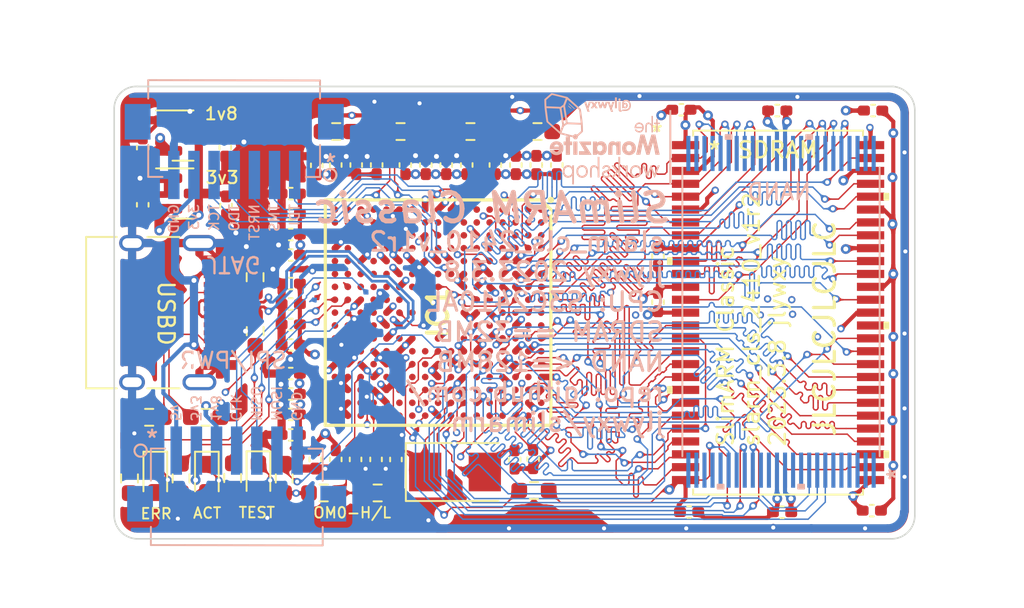
<source format=kicad_pcb>
(kicad_pcb (version 20211014) (generator pcbnew)
  (layers (0 "F.Cu" signal) (1 "In1.Cu" signal) (2 "In2.Cu" signal) (31 "B.Cu" signal) (34 "B.Paste" user) (35 "F.Paste" user) (36 "B.SilkS" user "B.Silkscreen") (37 "F.SilkS" user "F.Silkscreen") (38 "B.Mask" user) (39 "F.Mask" user) (44 "Edge.Cuts" user))
  (net 0 "")
  (net 1 "GND")
  (net 2 "/XTAL_OUT")
  (net 54 "/XTAL_IN")
  (net 55 "/NRESET")
  (net 56 "+3V3")
  (net 58 "+5V")
  (net 59 "+1V8")
  (net 61 "Net-(D2-Pad2)")
  (net 62 "Net-(D3-Pad2)")
  (net 63 "/BUS_DAT15")
  (net 64 "/BUS_DAT11")
  (net 65 "/BUS_DAT6")
  (net 66 "/BUS_DAT1")
  (net 67 "/BUS_ADR13")
  (net 68 "/BUS_ADR6")
  (net 69 "/BUS_ADR2")
  (net 70 "/DRAM_DQML")
  (net 71 "/BUS_DAT13")
  (net 72 "/BUS_DAT9")
  (net 73 "/BUS_DAT5")
  (net 74 "/BUS_DAT0")
  (net 75 "/BUS_ADR24")
  (net 76 "/BUS_ADR12")
  (net 77 "/BUS_ADR8")
  (net 78 "/BUS_ADR4")
  (net 79 "/DRAM_NSRAS")
  (net 80 "/DRAM_DQMU")
  (net 81 "/BUS_DAT12")
  (net 82 "/BUS_DAT7")
  (net 83 "/BUS_DAT4")
  (net 84 "/BUS_ADR7")
  (net 85 "/BUS_ADR3")
  (net 86 "/DRAM_NSCAS")
  (net 87 "/BUS_DAT14")
  (net 88 "/BUS_DAT10")
  (net 89 "/BUS_DAT2")
  (net 90 "/BUS_ADR10")
  (net 91 "/BUS_ADR5")
  (net 92 "/BUS_ADR1")
  (net 93 "/DRAM_SCKE")
  (net 94 "/BUS_DAT3")
  (net 95 "/BUS_ADR23")
  (net 96 "/BUS_ADR11")
  (net 97 "/BUS_NWE")
  (net 98 "/BUS_DAT8")
  (net 99 "/DRAM_SCLK")
  (net 100 "/DRAM_CS")
  (net 101 "/BUS_ADR9")
  (net 102 "/BUS_NWAIT")
  (net 103 "/JTAG_NTRST")
  (net 104 "/JTAG_TCK")
  (net 105 "/JTAG_TDI")
  (net 106 "/JTAG_TMS")
  (net 107 "/JTAG_TDO")
  (net 109 "/USB_DP")
  (net 110 "/USB_DN")
  (net 111 "/GPIO_G12")
  (net 112 "/GPIO_G0")
  (net 113 "/GPIO_G2")
  (net 114 "/GPIO_G9")
  (net 115 "/GPIO_G14")
  (net 116 "/GPIO_G1")
  (net 117 "/GPIO_G13")
  (net 118 "Net-(J1-PadA5)")
  (net 119 "Net-(J1-PadB5)")
  (net 146 "Net-(C1-Pad1)")
  (net 147 "Net-(C2-Pad1)")
  (net 148 "/NAND_ALE")
  (net 149 "/NAND_NFWE")
  (net 150 "/NAND_NFRE")
  (net 151 "/NAND_NFCE")
  (net 152 "/NAND_CLE")
  (net 154 "/SPI0_CLK")
  (net 155 "/NAND_RNB")
  (net 156 "/SPI0_MISO")
  (net 157 "/SPI0_MOSI")
  (net 217 "/SD_DAT1")
  (net 218 "/SD_CMD")
  (net 219 "/SD_DAT2")
  (net 220 "/SD_DAT0")
  (net 221 "/SD_DAT3")
  (net 222 "/SD_CLK")
  (net 236 "/OM0")
  (net 237 "Net-(D1-Pad2)")
  (net 238 "/UART_TX")
  (net 239 "/UART_RX")
  (footprint "Package_TO_SOT_SMD:SOT-23" (layer "F.Cu") (at 16.42 20.1026)
    (fp_text reference "U3" hide)
    (fp_text value "XC6206PxxxMR")
  )
  (footprint "Capacitor_SMD:C_0402_1005Metric_Pad0.74x0.62mm_HandSolder" (layer "F.Cu") (at 13.92 17.2526 -90)
    (fp_text reference "C45" hide)
    (fp_text value "100nF")
  )
  (footprint "Capacitor_SMD:C_0402_1005Metric_Pad0.74x0.62mm_HandSolder" (layer "F.Cu") (at 24.72 18.3526 -90)
    (fp_text reference "C21" hide)
    (fp_text value "100nF")
  )
  (footprint "Capacitor_SMD:C_0402_1005Metric_Pad0.74x0.62mm_HandSolder" (layer "F.Cu") (at 30.218 18.3306 -90)
    (fp_text reference "C40" hide)
    (fp_text value "100nF")
  )
  (footprint "Capacitor_SMD:C_0402_1005Metric_Pad0.74x0.62mm_HandSolder" (layer "F.Cu") (at 38.15 36.6 90)
    (fp_text reference "C35" hide)
    (fp_text value "100nF")
  )
  (footprint "Capacitor_SMD:C_0402_1005Metric_Pad0.74x0.62mm_HandSolder" (layer "F.Cu") (at 23.106 31.2846)
    (fp_text reference "C43" hide)
    (fp_text value "100nF")
  )
  (footprint "jlywxy:BGA272C80P17X17_1400X1400X116" (layer "F.Cu") (at 32.25 27.5 -90)
    (fp_text reference "IC1")
    (fp_text value "S3C2410AXX-YO" hide)
  )
  (footprint "Connector_USB:USB_C_Receptacle_HRO_TYPE-C-31-M-12" (layer "F.Cu") (at 14.3075 27.5026 -90)
    (fp_text reference "J1" hide)
    (fp_text value "USB_C_Receptacle_USB2.0")
  )
  (footprint "LED_SMD:LED_0603_1608Metric_Pad1.05x0.95mm_HandSolder" (layer "F.Cu") (at 21.1 37.775 -90)
    (fp_text reference "D2" hide)
    (fp_text value "LED")
  )
  (footprint "Capacitor_SMD:C_0402_1005Metric_Pad0.74x0.62mm_HandSolder" (layer "F.Cu") (at 38.346 18.3306 -90)
    (fp_text reference "C18" hide)
    (fp_text value "100nF")
  )
  (footprint "Capacitor_SMD:C_0402_1005Metric_Pad0.74x0.62mm_HandSolder" (layer "F.Cu") (at 28.44 18.3306 -90)
    (fp_text reference "C28" hide)
    (fp_text value "100nF")
  )
  (footprint "Capacitor_SMD:C_0402_1005Metric_Pad0.74x0.62mm_HandSolder" (layer "F.Cu") (at 59.25 14.95)
    (fp_text reference "C26" hide)
    (fp_text value "100nF")
  )
  (footprint "Capacitor_SMD:C_0402_1005Metric_Pad0.74x0.62mm_HandSolder" (layer "F.Cu") (at 27.17 18.3306 -90)
    (fp_text reference "C30" hide)
    (fp_text value "100nF")
  )
  (footprint "Capacitor_SMD:C_0402_1005Metric_Pad0.74x0.62mm_HandSolder" (layer "F.Cu") (at 19.0432 17.2414 90)
    (fp_text reference "C8" hide)
    (fp_text value "100nF")
  )
  (footprint "Capacitor_SMD:C_0402_1005Metric_Pad0.74x0.62mm_HandSolder" (layer "F.Cu") (at 53.3 14.95)
    (fp_text reference "C25" hide)
    (fp_text value "100nF")
  )
  (footprint "Resistor_SMD:R_0603_1608Metric_Pad0.98x0.95mm_HandSolder" (layer "F.Cu") (at 25.15 38.7 180)
    (fp_text reference "R3" hide)
    (fp_text value "NC")
  )
  (footprint "Capacitor_SMD:C_0402_1005Metric_Pad0.74x0.62mm_HandSolder" (layer "F.Cu") (at 45.9 24 90)
    (fp_text reference "C15" hide)
    (fp_text value "100nF")
  )
  (footprint "Capacitor_SMD:C_0402_1005Metric_Pad0.74x0.62mm_HandSolder" (layer "F.Cu") (at 23.106 20.1086)
    (fp_text reference "C41" hide)
    (fp_text value "100nF")
  )
  (footprint "Capacitor_SMD:C_0402_1005Metric_Pad0.74x0.62mm_HandSolder" (layer "F.Cu") (at 39.616 18.3306 -90)
    (fp_text reference "C24" hide)
    (fp_text value "100nF")
  )
  (footprint "Resistor_SMD:R_0603_1608Metric_Pad0.98x0.95mm_HandSolder" (layer "F.Cu") (at 29.92 16.2526 180)
    (fp_text reference "R14" hide)
    (fp_text value "10k")
  )
  (footprint "Capacitor_SMD:C_0402_1005Metric_Pad0.74x0.62mm_HandSolder" (layer "F.Cu") (at 36.999998 36.623332 90)
    (fp_text reference "C12" hide)
    (fp_text value "22pF")
  )
  (footprint "Resistor_SMD:R_0603_1608Metric_Pad0.98x0.95mm_HandSolder" (layer "F.Cu") (at 17.82 34.0026 180)
    (fp_text reference "R9" hide)
    (fp_text value "5.1k")
  )
  (footprint "Capacitor_SMD:C_0402_1005Metric_Pad0.74x0.62mm_HandSolder" (layer "F.Cu") (at 19.094 20.8501 90)
    (fp_text reference "C7" hide)
    (fp_text value "100nF")
  )
  (footprint "Capacitor_SMD:C_0402_1005Metric_Pad0.74x0.62mm_HandSolder" (layer "F.Cu") (at 23.106 33.8246)
    (fp_text reference "C38" hide)
    (fp_text value "100nF")
  )
  (footprint "LED_SMD:LED_0603_1608Metric_Pad1.05x0.95mm_HandSolder" (layer "F.Cu") (at 14.7 37.8 -90)
    (fp_text reference "D3" hide)
    (fp_text value "LED")
  )
  (footprint "Capacitor_SMD:C_0402_1005Metric_Pad0.74x0.62mm_HandSolder" (layer "F.Cu") (at 37.076 18.3306 -90)
    (fp_text reference "C22" hide)
    (fp_text value "100nF")
  )
  (footprint "Package_TO_SOT_SMD:SOT-23" (layer "F.Cu") (at 16.42 16.5026)
    (fp_text reference "U2" hide)
    (fp_text value "XC6206PxxxMR")
  )
  (footprint "Capacitor_SMD:C_0402_1005Metric_Pad0.74x0.62mm_HandSolder" (layer "F.Cu") (at 31.488 18.3306 -90)
    (fp_text reference "C39" hide)
    (fp_text value "100nF")
  )
  (footprint "Resistor_SMD:R_0603_1608Metric_Pad0.98x0.95mm_HandSolder" (layer "F.Cu") (at 14.32 34.0026)
    (fp_text reference "R8" hide)
    (fp_text value "5.1k")
  )
  (footprint "Resistor_SMD:R_0603_1608Metric_Pad0.98x0.95mm_HandSolder" (layer "F.Cu") (at 28.5 38.7 180)
    (fp_text reference "R13" hide)
    (fp_text value "0")
  )
  (footprint "Capacitor_SMD:C_0402_1005Metric_Pad0.74x0.62mm_HandSolder" (layer "F.Cu") (at 47.35 14.9)
    (fp_text reference "C3" hide)
    (fp_text value "100nF")
  )
  (footprint "Resistor_SMD:R_0603_1608Metric_Pad0.98x0.95mm_HandSolder" (layer "F.Cu") (at 20.8941 25.3 90)
    (fp_text reference "R11" hide)
    (fp_text value "470k")
  )
  (footprint "Capacitor_SMD:C_0402_1005Metric_Pad0.74x0.62mm_HandSolder" (layer "F.Cu") (at 45.9 26.85 -90)
    (fp_text reference "C32" hide)
    (fp_text value "100nF")
  )
  (footprint "jlywxy:HY57V561620FTP" (layer "F.Cu") (at 53.35 27.5)
    (fp_text reference "U4" hide)
    (fp_text value "HY57V561620FTP" hide)
  )
  (footprint "Capacitor_SMD:C_0402_1005Metric_Pad0.74x0.62mm_HandSolder" (layer "F.Cu") (at 23.106 32.5546)
    (fp_text reference "C37" hide)
    (fp_text value "100nF")
  )
  (footprint "Capacitor_SMD:C_0402_1005Metric_Pad0.74x0.62mm_HandSolder" (layer "F.Cu") (at 23.106 29.5066)
    (fp_text reference "C29" hide)
    (fp_text value "100nF")
  )
  (footprint "Capacitor_SMD:C_0402_1005Metric_Pad0.74x0.62mm_HandSolder" (layer "F.Cu") (at 24.63 36.6186 90)
    (fp_text reference "C42" hide)
    (fp_text value "100nF")
  )
  (footprint "Capacitor_SMD:C_0402_1005Metric_Pad0.74x0.62mm_HandSolder" (layer "F.Cu") (at 47.83 39.89 180)
    (fp_text reference "C10" hide)
    (fp_text value "100nF")
  )
  (footprint "Capacitor_SMD:C_0402_1005Metric_Pad0.74x0.62mm_HandSolder" (layer "F.Cu") (at 34.028 18.3306 -90)
    (fp_text reference "C46" hide)
    (fp_text value "100nF")
  )
  (footprint "Resistor_SMD:R_0603_1608Metric_Pad0.98x0.95mm_HandSolder" (layer "F.Cu") (at 25.9276 16.2526)
    (fp_text reference "R15" hide)
    (fp_text value "10k")
  )
  (footprint "Capacitor_SMD:C_0402_1005Metric_Pad0.74x0.62mm_HandSolder" (layer "F.Cu") (at 23.106 28.2366)
    (fp_text reference "C31" hide)
    (fp_text value "100nF")
  )
  (footprint "Capacitor_SMD:C_0402_1005Metric_Pad0.74x0.62mm_HandSolder" (layer "F.Cu") (at 25.9 18.3306 -90)
    (fp_text reference "C19" hide)
    (fp_text value "100nF")
  )
  (footprint "Capacitor_SMD:C_0402_1005Metric_Pad0.74x0.62mm_HandSolder" (layer "F.Cu") (at 27.13 36.6186 -90)
    (fp_text reference "C2" hide)
    (fp_text value "5pF")
  )
  (footprint "Capacitor_SMD:C_0402_1005Metric_Pad0.74x0.62mm_HandSolder" (layer "F.Cu") (at 53.6 39.9)
    (fp_text reference "C13" hide)
    (fp_text value "100nF")
  )
  (footprint "Resistor_SMD:R_0603_1608Metric_Pad0.98x0.95mm_HandSolder" (layer "F.Cu") (at 38.2 38.55)
    (fp_text reference "R2" hide)
    (fp_text value "10k")
  )
  (footprint "Capacitor_SMD:C_0402_1005Metric_Pad0.74x0.62mm_HandSolder" (layer "F.Cu") (at 23.106 35.0946)
    (fp_text reference "C9" hide)
    (fp_text value "100nF")
  )
  (footprint "Capacitor_SMD:C_0402_1005Metric_Pad0.74x0.62mm_HandSolder" (layer "F.Cu") (at 23.106 22.6486)
    (fp_text reference "C33" hide)
    (fp_text value "100nF")
  )
  (footprint "LED_SMD:LED_0603_1608Metric_Pad1.05x0.95mm_HandSolder" (layer "F.Cu") (at 17.9 37.8 -90)
    (fp_text reference "D1" hide)
    (fp_text value "LED")
  )
  (footprint "Capacitor_SMD:C_0402_1005Metric_Pad0.74x0.62mm_HandSolder" (layer "F.Cu") (at 13.92 20.8018 -90)
    (fp_text reference "C14" hide)
    (fp_text value "100nF")
  )
  (footprint "Resistor_SMD:R_0603_1608Metric_Pad0.98x0.95mm_HandSolder" (layer "F.Cu") (at 20.9 28.6516 -90)
    (fp_text reference "R10" hide)
    (fp_text value "1.5k")
  )
  (footprint "Capacitor_SMD:C_0402_1005Metric_Pad0.74x0.62mm_HandSolder" (layer "F.Cu") (at 32.758 18.3306 -90)
    (fp_text reference "C47" hide)
    (fp_text value "100nF")
  )
  (footprint "Capacitor_SMD:C_0402_1005Metric_Pad0.74x0.62mm_HandSolder" (layer "F.Cu") (at 35.806 18.3306 -90)
    (fp_text reference "C23" hide)
    (fp_text value "100nF")
  )
  (footprint "Capacitor_SMD:C_0402_1005Metric_Pad0.74x0.62mm_HandSolder" (layer "F.Cu") (at 28.4 36.6186 -90)
    (fp_text reference "C1" hide)
    (fp_text value "5pF")
  )
  (footprint "Crystal:Crystal_SMD_5032-2Pin_5.0x3.2mm" (layer "F.Cu") (at 33.3 37.4)
    (fp_text reference "Y1" hide)
    (fp_text value "12MHz")
  )
  (footprint "Capacitor_SMD:C_0402_1005Metric_Pad0.74x0.62mm_HandSolder" (layer "F.Cu") (at 59.1675 39.8)
    (fp_text reference "C27" hide)
    (fp_text value "100nF")
  )
  (footprint "Resistor_SMD:R_0603_1608Metric_Pad0.98x0.95mm_HandSolder" (layer "F.Cu") (at 22.7 37.8 90)
    (fp_text reference "R1" hide)
    (fp_text value "1.5k")
  )
  (footprint "Capacitor_SMD:C_0402_1005Metric_Pad0.74x0.62mm_HandSolder" (layer "F.Cu") (at 29.633998 36.623332 90)
    (fp_text reference "C6" hide)
    (fp_text value "22pF")
  )
  (footprint "Resistor_SMD:R_0603_1608Metric_Pad0.98x0.95mm_HandSolder" (layer "F.Cu") (at 19.5 37.775 -90)
    (fp_text reference "R5" hide)
    (fp_text value "5.6k")
  )
  (footprint "Capacitor_SMD:C_0402_1005Metric_Pad0.74x0.62mm_HandSolder" (layer "F.Cu") (at 23.106 23.9186)
    (fp_text reference "C34" hide)
    (fp_text value "100nF")
  )
  (footprint "Resistor_SMD:R_0603_1608Metric_Pad0.98x0.95mm_HandSolder" (layer "F.Cu") (at 38.42 16.2526 180)
    (fp_text reference "R17" hide)
    (fp_text value "10k")
  )
  (footprint "Resistor_SMD:R_0603_1608Metric_Pad0.98x0.95mm_HandSolder" (layer "F.Cu") (at 13.1 37.8 -90)
    (fp_text reference "R6" hide)
    (fp_text value "5.6k")
  )
  (footprint "Capacitor_SMD:C_0402_1005Metric_Pad0.74x0.62mm_HandSolder" (layer "F.Cu") (at 23.106 26.9666)
    (fp_text reference "C20" hide)
    (fp_text value "100nF")
  )
  (footprint "Capacitor_SMD:C_0402_1005Metric_Pad0.74x0.62mm_HandSolder" (layer "F.Cu") (at 25.9 36.6186 90)
    (fp_text reference "C36" hide)
    (fp_text value "100nF")
  )
  (footprint "Capacitor_SMD:C_0402_1005Metric_Pad0.74x0.62mm_HandSolder" (layer "F.Cu") (at 23.106 25.6966)
    (fp_text reference "C4" hide)
    (fp_text value "100nF")
  )
  (footprint "Capacitor_SMD:C_0402_1005Metric_Pad0.74x0.62mm_HandSolder" (layer "F.Cu") (at 23.106 21.3786)
    (fp_text reference "C44" hide)
    (fp_text value "100nF")
  )
  (footprint "Resistor_SMD:R_0603_1608Metric_Pad0.98x0.95mm_HandSolder" (layer "F.Cu") (at 16.3 37.8 -90)
    (fp_text reference "R4" hide)
    (fp_text value "5.6k")
  )
  (footprint "Resistor_SMD:R_0603_1608Metric_Pad0.98x0.95mm_HandSolder" (layer "F.Cu") (at 34.2575 16.2526 180)
    (fp_text reference "R16" hide)
    (fp_text value "10k")
  )
  (footprint "jlywxy:DF13A-7P-1.25H21" (layer "B.Cu") (at 23.35 18.95)
    (fp_text reference "J3" hide)
    (fp_text value "DF13A-7P-1.25H21" hide)
  )
  (footprint "jlywxy:DF13A-7P-1.25H21" (layer "B.Cu") (at 16 36.0705 180)
    (fp_text reference "J2" hide)
    (fp_text value "DF13A-7P-1.25H21" hide)
  )
  (footprint "jlywxy:M29W640FB70N6E" (layer "B.Cu") (at 53.532199 27.4492 90)
    (fp_text reference "U5" hide)
    (fp_text value "K9F5608U0C" hide)
  )
  (footprint "jlywxy:monazite_kicad" (layer "B.Cu") (at 42.75 16.75 180)
    (fp_text reference "G***" hide)
    (fp_text value "LOGO" hide)
  )
  (gr_arc (start 13.510651 41.55) (mid 12.554841 41.100438) (end 12.15 40.124841) (layer "Edge.Cuts") (width 0.1))
  (gr_arc (start 60.500527 13.454362) (mid 61.45992 13.942614) (end 61.835765 14.951359) (layer "Edge.Cuts") (width 0.1))
  (gr_line (start 61.835765 40.128162) (end 61.835765 14.951359) (layer "Edge.Cuts") (width 0.1))
  (gr_arc (start 12.15 14.8) (mid 12.582045 13.822823) (end 13.584928 13.454362) (layer "Edge.Cuts") (width 0.1))
  (gr_line (start 60.500527 13.454362) (end 13.584928 13.454362) (layer "Edge.Cuts") (width 0.1))
  (gr_arc (start 61.835765 40.128162) (mid 61.380478 41.161088) (end 60.320775 41.55) (layer "Edge.Cuts") (width 0.1))
  (gr_line (start 13.510651 41.55) (end 60.320775 41.55) (layer "Edge.Cuts") (width 0.1))
  (gr_line (start 12.15 40.124841) (end 12.15 14.8) (layer "Edge.Cuts") (width 0.1))
  (gr_text "5v" (at 15.95 34.3 270) (layer "B.SilkS") (effects (font (size 0.6 0.6) (thickness 0.1)) (justify left mirror)))
  (gr_text "SlimARM Classic" (at 46.9 21) (layer "B.SilkS") (effects (font (size 1.778 1.778) (thickness 0.3048) italic) (justify left mirror)))
  (gr_text "3v3" (at 17.2 34.3 270) (layer "B.SilkS") (effects (font (size 0.6 0.6) (thickness 0.1)) (justify left mirror)))
  (gr_text "TMS" (at 22.1 20.7 90) (layer "B.SilkS") (effects (font (size 0.6 0.6) (thickness 0.1)) (justify left mirror)))
  (gr_text "TDO" (at 19.6 20.7 90) (layer "B.SilkS") (effects (font (size 0.6 0.6) (thickness 0.1)) (justify left mirror)))
  (gr_text "SPI/PWR" (at 22.95 30.48) (layer "B.SilkS") (effects (font (size 1 1)) (justify left mirror)))
  (gr_text "GND" (at 15.85 20.7 90) (layer "B.SilkS") (effects (font (size 0.6 0.6) (thickness 0.1)) (justify left mirror)))
  (gr_text "3v3" (at 17.1 20.7 90) (layer "B.SilkS") (effects (font (size 0.6 0.6) (thickness 0.1)) (justify left mirror)))
  (gr_text "TDI" (at 23.35 20.7 90) (layer "B.SilkS") (effects (font (size 0.6 0.6) (thickness 0.1)) (justify left mirror)))
  (gr_text "CLK" (at 19.7 34.3 270) (layer "B.SilkS") (effects (font (size 0.6 0.6) (thickness 0.1)) (justify left mirror)))
  (gr_text "1v8" (at 18.45 34.3 270) (layer "B.SilkS") (effects (font (size 0.6 0.6) (thickness 0.1)) (justify left mirror)))
  (gr_text "MISO" (at 20.95 34.3 270) (layer "B.SilkS") (effects (font (size 0.6 0.6) (thickness 0.1)) (justify left mirror)))
  (gr_text "GND" (at 23.45 34.3 270) (layer "B.SilkS") (effects (font (size 0.6 0.6) (thickness 0.1)) (justify left mirror)))
  (gr_text "JTAG" (at 17.75 24.51 -180) (layer "B.SilkS") (effects (font (size 1 1)) (justify left mirror)))
  (gr_text "MOSI" (at 22.2 34.3 270) (layer "B.SilkS") (effects (font (size 0.6 0.6) (thickness 0.1)) (justify left mirror)))
  (gr_text "TCK" (at 18.35 20.7 90) (layer "B.SilkS") (effects (font (size 0.6 0.6) (thickness 0.1)) (justify left mirror)))
  (gr_text "NRST" (at 20.85 20.7 90) (layer "B.SilkS") (effects (font (size 0.6 0.6) (thickness 0.1)) (justify left mirror)))
  (gr_text "slarm_cls_2410_v1r2\njlywxy 2023.3.8\nCPU: S3C2410AL\nSDRAM ==32MB\nNAND <=128MB\nrepo: github.com/\njlywxy/slimarm" (at 46.4 28.7) (layer "B.SilkS") (effects (font (size 1.16 1.16) (thickness 0.19)) (justify left mirror)))
  (gr_text "NAND" (at 55.49 20) (layer "B.SilkS") (effects (font (size 1 1)) (justify left mirror)))
  (gr_text "USBD" (at 15.36 25.45 270) (layer "F.SilkS") (effects (font (size 1 1)) (justify left)))
  (gr_text "SDRAM" (at 50.75 17.4) (layer "F.SilkS") (effects (font (size 1 1)) (justify left)))
  (gr_text "3v3" (at 17.75 19.11) (layer "F.SilkS") (effects (font (size 0.762 0.762) (thickness 0.127)) (justify left)))
  (gr_text "JLCJLCJLCJLC" (at 56.25 35.3 90) (layer "F.SilkS") (effects (font (size 1.3 1.3) (thickness 0.2)) (justify left)))
  (gr_text "OM0-H/L" (at 24.44 39.93) (layer "F.SilkS") (effects (font (size 0.6604 0.6604) (thickness 0.1143)) (justify left)))
  (gr_text "1v8\n" (at 17.7 15.15) (layer "F.SilkS") (effects (font (size 0.762 0.762) (thickness 0.127)) (justify left)))
  (gr_text "ACT" (at 16.98 39.95) (layer "F.SilkS") (effects (font (size 0.6604 0.6604) (thickness 0.1143)) (justify left)))
  (gr_text "TEST" (at 19.81 39.92) (layer "F.SilkS") (effects (font (size 0.6604 0.6604) (thickness 0.1143)) (justify left)))
  (gr_text "SlimARM Classic \nslarm_cls_2410_v1r2\n2023.3.8 jlywxy" (at 51.7 35.9 90) (layer "F.SilkS") (effects (font (size 1 1)) (justify left)))
  (gr_text "ERR" (at 13.72 39.99) (layer "F.SilkS") (effects (font (size 0.6604 0.6604) (thickness 0.1143)) (justify left)))
  (segment (start 45.9 26.2825) (end 46.2827 25.8998) (width 0.254) (layer "F.Cu") (net 1))
  (segment (start 14.7 36.925) (end 15.481409 37.706409) (width 0.0889) (layer "F.Cu") (net 1))
  (segment (start 15.481409 37.706409) (end 15.481409 37.885985) (width 0.0889) (layer "F.Cu") (net 1))
  (segment (start 22.05 24.4071) (end 22.05 25.2081) (width 0.254) (layer "F.Cu") (net 1))
  (segment (start 55.416 40.916) (end 32.166 40.916) (width 0.508) (layer "F.Cu") (net 1))
  (segment (start 13.92 16.6851) (end 15.0525 15.5526) (width 0.254) (layer "F.Cu") (net 1))
  (segment (start 35.04731 29.45) (end 35.02848 29.46883) (width 0.0889) (layer "F.Cu") (net 1))
  (segment (start 59.0904 17.0987) (end 59.0904 16.0404) (width 0.254) (layer "F.Cu") (net 1))
  (segment (start 15.4825 19.1526) (end 13.7526 19.1526) (width 0.254) (layer "F.Cu") (net 1))
  (segment (start 34.35 26.4) (end 33.25 26.4) (width 0.0889) (layer "F.Cu") (net 1))
  (segment (start 25.85 33.1) (end 26.225 33.475) (width 0.409956) (layer "F.Cu") (net 1))
  (segment (start 57.55 23.55) (end 57.6005 23.4995) (width 0.0889) (layer "F.Cu") (net 1))
  (segment (start 33.05 32.3) (end 32.65 32.7) (width 0.0889) (layer "F.Cu") (net 1))
  (segment (start 22.05 25.2081) (end 22.5385 25.6966) (width 0.254) (layer "F.Cu") (net 1))
  (segment (start 25.85 31.5) (end 26.225 31.875) (width 0.409956) (layer "F.Cu") (net 1))
  (segment (start 24.63 37.1861) (end 25.9 37.1861) (width 0.254) (layer "F.Cu") (net 1))
  (segment (start 21.826951 37.626951) (end 21.826951 37.919137) (width 0.0889) (layer "F.Cu") (net 1))
  (segment (start 34.64035 22.7) (end 34.250001 22.309651) (width 0.409956) (layer "F.Cu") (net 1))
  (segment (start 52.674301 15.624301) (end 52.7 15.65) (width 0.0889) (layer "F.Cu") (net 1))
  (segment (start 29.633998 38.478502) (end 29.4125 38.7) (width 0.0889) (layer "F.Cu") (net 1))
  (segment (start 61.216 39.866) (end 61.216 15.116) (width 0.508) (layer "F.Cu") (net 1))
  (segment (start 28.418 17.7851) (end 28.44 17.7631) (width 0.0889) (layer "F.Cu") (net 1))
  (segment (start 32.75 25.9) (end 33.25 26.4) (width 0.0889) (layer "F.Cu") (net 1))
  (segment (start 26.65 27.5) (end 27.05 27.9) (width 0.0889) (layer "F.Cu") (net 1))
  (segment (start 38.65 29.9) (end 38.4 29.9) (width 0.0889) (layer "F.Cu") (net 1))
  (segment (start 48.95 20.7) (end 48.95 20.4) (width 0.254) (layer "F.Cu") (net 1))
  (segment (start 36.25 22.7) (end 35.82645 22.27645) (width 0.0889) (layer "F.Cu") (net 1))
  (segment (start 29.633998 37.190832) (end 29.633998 38.478502) (width 0.0889) (layer "F.Cu") (net 1))
  (segment (start 29.629266 37.1861) (end 29.633998 37.190832) (width 0.0889) (layer "F.Cu") (net 1))
  (segment (start 33.55 36.45) (end 33.64955 36.45) (width 0.0889) (layer "F.Cu") (net 1))
  (segment (start 25.85 33.9) (end 26.65 33.1) (width 0.409956) (layer "F.Cu") (net 1))
  (segment (start 18.7325 34.0026) (end 18.7325 33.1675) (width 0.0889) (layer "F.Cu") (net 1))
  (segment (start 37.4 27.90269) (end 37.41883 27.92152) (width 0.0889) (layer "F.Cu") (net 1))
  (segment (start 34.65 22.7) (end 34.64035 22.7) (width 0.0889) (layer "F.Cu") (net 1))
  (segment (start 28.700003 31.950003) (end 28.700003 31.942067) (width 0.409956) (layer "F.Cu") (net 1))
  (segment (start 53.3 39.05) (end 53.3 39.6325) (width 0.254) (layer "F.Cu") (net 1))
  (segment (start 34.65 29.9) (end 34.65 29.84731) (width 0.0889) (layer "F.Cu") (net 1))
  (segment (start 23.1 30.7231) (end 22.5385 31.2846) (width 0.254) (layer "F.Cu") (net 1))
  (segment (start 35.82645 32.72355) (end 35.82645 34.17355) (width 0.0889) (layer "F.Cu") (net 1))
  (segment (start 36.25 32.3) (end 35.82645 32.72355) (width 0.0889) (layer "F.Cu") (net 1))
  (segment (start 38.4 29.9) (end 38 30.3) (width 0.0889) (layer "F.Cu") (net 1))
  (segment (start 48.5508 21.0992) (end 48.95 20.7) (width 0.254) (layer "F.Cu") (net 1))
  (segment (start 34.65 26.7) (end 34.35 26.4) (width 0.0889) (layer "F.Cu") (net 1))
  (segment (start 52.674301 14.75) (end 52.674301 15.624301) (width 0.254) (layer "F.Cu") (net 1))
  (segment (start 13.92 19.32) (end 13.7526 19.1526) (width 0.0889) (layer "F.Cu") (net 1))
  (segment (start 17.9 36.925) (end 17.9 37.1) (width 0.0889) (layer "F.Cu") (net 1))
  (segment (start 16.2974 15.5526) (end 16.85 15) (width 0.254) (layer "F.Cu") (net 1))
  (segment (start 27.825 32.725) (end 27.45 33.1) (width 0.409956) (layer "F.Cu") (net 1))
  (segment (start 29.85 30.7) (end 30.25 30.3) (width 0.409956) (layer "F.Cu") (net 1))
  (segment (start 34.65 25.1) (end 35.05 24.7) (width 0.409956) (layer "F.Cu") (net 1))
  (segment (start 27.45 24.3) (end 27.849999 23.900001) (width 0.409956) (layer "F.Cu") (net 1))
  (segment (start 21.1 36.9) (end 21.826951 37.626951) (width 0.0889) (layer "F.Cu") (net 1))
  (segment (start 59.0904 18.6989) (end 58.0011 18.6989) (width 0.254) (layer "F.Cu") (net 1))
  (segment (start 38.126668 37.190832) (end 38.15 37.1675) (width 0.0889) (layer "F.Cu") (net 1))
  (segment (start 22.5385 29.5066) (end 23.1 30.0681) (width 0.254) (layer "F.Cu") (net 1))
  (segment (start 27.85 32.7) (end 27.825 32.725) (width 0.0889) (layer "F.Cu") (net 1))
  (segment (start 17.6375 23.1826) (end 17.4375 23.1826) (width 0.0889) (layer "F.Cu") (net 1))
  (segment (start 22.5385 31.2846) (end 22.5385 35.0946) (width 0.254) (layer "F.Cu") (net 1))
  (segment (start 22.5385 25.6966) (end 22.5385 29.5066) (width 0.254) (layer "F.Cu") (net 1))
  (segment (start 35.582381 21.5) (end 35.05 21.5) (width 0.0889) (layer "F.Cu") (net 1))
  (segment (start 33.05 30.7) (end 33.45 30.3) (width 0.409956) (layer "F.Cu") (net 1))
  (segment (start 29.85 24.3) (end 29.45 23.9) (width 0.409956) (layer "F.Cu") (net 1))
  (segment (start 60.2 14.1) (end 36.873 14.1) (width 0.508) (layer "F.Cu") (net 1))
  (segment (start 26.225 33.475) (end 26.65 33.9) (width 0.409956) (layer "F.Cu") (net 1))
  (segment (start 18.7325 33.1675) (end 18.8 33.1) (width 0.0889) (layer "F.Cu") (net 1))
  (segment (start 53.3 39.6325) (end 53.0325 39.9) (width 0.254) (layer "F.Cu") (net 1))
  (segment (start 17.9 37.1) (end 18.65 37.85) (width 0.0889) (layer "F.Cu") (net 1))
  (segment (start 34.250001 22.309651) (end 34.250001 22.292064) (width 0.409956) (layer "F.Cu") (net 1))
  (segment (start 19.2911 17.8089) (end 20.2 16.9) (width 0.254) (layer "F.Cu") (net 1))
  (segment (start 58.0917 38.9) (end 59.0904 37.9013) (width 0.254) (layer "F.Cu") (net 1))
  (segment (start 25.85 23.5) (end 26.2 23.15) (width 0.409956) (layer "F.Cu") (net 1))
  (segment (start 47.6096 21.0992) (end 48.5508 21.0992) (width 0.254) (layer "F.Cu") (net 1))
  (segment (start 36.999998 37.190832) (end 38.126668 37.190832) (width 0.254) (layer "F.Cu") (net 1))
  (segment (start 13.92 20.2343) (end 13.92 19.32) (width 0.254) (layer "F.Cu") (net 1))
  (segment (start 34.65 24.3) (end 35.05 24.7) (width 0.409956) (layer "F.Cu") (net 1))
  (segment (start 46.8825 14.75) (end 46.6 14.75) (width 0.254) (layer "F.Cu") (net 1))
  (segment (start 34.65 29.1) (end 35 29.45) (width 0.409956) (layer "F.Cu") (net 1))
  (segment (start 30.65 28.3) (end 31.35 28.3) (width 0.0889) (layer "F.Cu") (net 1))
  (segment (start 25.85 32.3) (end 26.65 31.5) (width 0.409956) (layer "F.Cu") (net 1))
  (segment (start 26.2 23.10269) (end 26.21883 23.12152) (width 0.0889) (layer "F.Cu") (net 1))
  (segment (start 18.65 37.85) (end 18.65 37.925602) (width 0.0889) (layer "F.Cu") (net 1))
  (segment (start 58.6825 14.95) (end 57.55 14.95) (width 0.254) (layer "F.Cu") (net 1))
  (segment (start 22.5385 20.1086) (end 22.5385 23.9186) (width 0.254) (layer "F.Cu") (net 1))
  (segment (start 35.82645 34.17355) (end 33.55 36.45) (width 0.0889) (layer "F.Cu") (net 1))
  (segment (start 31.1 24.65) (end 31.1 24.69731) (width 0.0889) (layer "F.Cu") (net 1))
  (segment (start 37.85 34.68495) (end 39.207525 36.042475) (width 0.0889) (layer "F.Cu") (net 1))
  (segment (start 58.0011 18.6989) (end 57.4 19.3) (width 0.254) (layer "F.Cu") (net 1))
  (segment (start 13.4075 34.9925) (end 13.4 35) (width 0.0889) (layer "F.Cu") (net 1))
  (segment (start 46.2827 25.8998) (end 47.6096 25.8998) (width 0.254) (layer "F.Cu") (net 1))
  (segment (start 34.217853 27.867853) (end 33.85 27.5) (width 0.409956) (layer "F.Cu") (net 1))
  (segment (start 55.466 40.916) (end 60.166 40.916) (width 0.508) (layer "F.Cu") (net 1))
  (segment (start 37.4 27.95) (end 37.4 27.90269) (width 0.0889) (layer "F.Cu") (net 1))
  (segment (start 27.849999 23.900001) (end 27.849999 23.892064) (width 0.254) (layer "F.Cu") (net 1))
  (segment (start 19.0432 17.8089) (end 19.2911 17.8089) (width 0.0889) (layer "F.Cu") (net 1))
  (segment (start 13.4075 34.0026) (end 13.4075 34.9925) (width 0.0889) (layer "F.Cu") (net 1))
  (segment (start 31.45 24.3) (end 31.1 24.65) (width 0.409956) (layer "F.Cu") (net 1))
  (segment (start 26.65 30.7) (end 27.05 30.3) (width 0.409956) (layer "F.Cu") (net 1))
  (segment (start 15.0525 15.5526) (end 15.4825 15.5526) (width 0.0889) (layer "F.Cu") (net 1))
  (segment (start 28.25 29.9) (end 29.05 30.7) (width 0.409956) (layer "F.Cu") (net 1))
  (segment (start 52.6825 40.25) (end 53.0325 39.9) (width 0.254) (layer "F.Cu") (net 1))
  (segment (start 32.65 32.7) (end 31.85 32.7) (width 0.0889) (layer "F.Cu") (net 1))
  (segment (start 58 39.2) (end 58.6 39.8) (width 0.254) (layer "F.Cu") (net 1))
  (segment (start 29.05 26.7) (end 28.65 26.3) (width 0.409956) (layer "F.Cu") (net 1))
  (segment (start 34.293681 27.856319) (end 34.65 27.5) (width 0.409956) (layer "F.Cu") (net 1))
  (segment (start 27.45 32.3) (end 27.85 32.7) (width 0.409956) (layer "F.Cu") (net 1))
  (segment (start 31.1 24.69731) (end 31.08117 24.67848) (width 0.0889) (layer "F.Cu") (net 1))
  (segment (start 26.2 23.15) (end 26.2 23.10269) (width 0.0889) (layer "F.Cu") (net 1))
  (segment (start 38.15 37.1) (end 39.207525 36.042475) (width 0.254) (layer "F.Cu") (net 1))
  (segment (start 18.7075 24.2526) (end 17.6375 23.1826) (width 0.254) (layer "F.Cu") (net 1))
  (segment (start 34.217853 27.867853) (end 34.229387 27.856319) (width 0.0889) (layer "F.Cu") (net 1))
  (segment (start 38 30.3) (end 37.457936 30.3) (width 0.0889) (layer "F.Cu") (net 1))
  (segment (start 35.45 25.1) (end 35.05 24.7) (width 0.409956) (layer "F.Cu") (net 1))
  (segment (start 30.218 17.7631) (end 34.028 17.7631) (width 0.254) (layer "F.Cu") (net 1))
  (segment (start 33.05 21.1) (end 33.45 20.7) (width 0.409956) (layer "F.Cu") (net 1))
  (segment (start 48.7575 40.25) (end 52.6825 40.25) (width 0.254) (layer "F.Cu") (net 1))
  (segment (start 26.225 31.875) (end 26.65 32.3) (width 0.409956) (layer "F.Cu") (net 1))
  (segment (start 17.6375 31.8226) (end 18.7075 30.7526) (width 0.254) (layer "F.Cu") (net 1))
  (segment (start 58 38.9) (end 58 39.2) (width 0.254) (layer "F.Cu") (net 1))
  (segment (start 35.806 17.7631) (end 39.616 17.7631) (width 0.254) (layer "F.Cu") (net 1))
  (segment (start 35 29.45) (end 35.04731 29.45) (width 0.0889) (layer "F.Cu") (net 1))
  (segment (start 35.82645 22.27645) (end 35.82645 21.744069) (width 0.0889) (layer "F.Cu") (net 1))
  (segment (start 29.85 27.5) (end 30.65 28.3) (width 0.0889) (layer "F.Cu") (net 1))
  (segment (start 37.85 33.9) (end 37.85 34.68495) (width 0.0889) (layer "F.Cu") (net 1))
  (segment (start 48.3175 39.81) (end 48.7575 40.25) (width 0.254) (layer "F.Cu") (net 1))
  (segment (start 46.6 14.75) (end 46.1 15.25) (width 0.254) (layer "F.Cu") (net 1))
  (segment (start 58 38.9) (end 58.0917 38.9) (width 0.254) (layer "F.Cu") (net 1))
  (segment (start 37.05 28.3) (end 37.4 27.95) (width 0.409956) (layer "F.Cu") (net 1))
  (segment (start 57.25 28.5) (end 58.25 27.5) (width 0.254) (layer "F.Cu") (net 1))
  (segment (start 58.25 27.5) (end 59.0904 27.5) (width 0.254) (layer "F.Cu") (net 1))
  (segment (start 19.094 21.4176) (end 19.7 22.0236) (width 0.254) (layer "F.Cu") (net 1))
  (segment (start 59.0904 16.0404) (end 59.05 16) (width 0.0889) (layer "F.Cu") (net 1))
  (segment (start 45.3175 26.2825) (end 45.9 26.2825) (width 0.254) (layer "F.Cu") (net 1))
  (segment (start 15.4825 15.5526) (end 16.2974 15.5526) (width 0.254) (layer "F.Cu") (net 1))
  (segment (start 24.72 17.7851) (end 28.418 17.7851) (width 0.254) (layer "F.Cu") (net 1))
  (segment (start 27.13 37.1861) (end 29.629266 37.1861) (width 0.254) (layer "F.Cu") (net 1))
  (segment (start 48.95 20.4) (end 49.45 19.9) (width 0.254) (layer "F.Cu") (net 1))
  (segment (start 17.4375 31.8226) (end 17.6375 31.8226) (width 0.0889) (layer "F.Cu") (net 1))
  (segment (start 29.450001 21.499999) (end 29.442064 21.499999) (width 0.409956) (layer "F.Cu") (net 1))
  (segment (start 29.85 21.1) (end 29.450001 21.499999) (width 0.409956) (layer "F.Cu") (net 1))
  (segment (start 29.05 32.3) (end 28.700003 31.950003) (width 0.409956) (layer "F.Cu") (net 1))
  (segment (start 32.25 25.9) (end 32.75 25.9) (width 0.0889) (layer "F.Cu") (net 1))
  (segment (start 23.1 30.0681) (end 23.1 30.7231) (width 0.254) (layer "F.Cu") (net 1))
  (segment (start 44.95 26.65) (end 45.3175 26.2825) (width 0.254) (layer "F.Cu") (net 1))
  (segment (start 57.6005 23.4995) (end 59.0904 23.4995) (width 0.254) (layer "F.Cu") (net 1))
  (segment (start 34.65 29.84731) (end 35.02848 29.46883) (width 0.409956) (layer "F.Cu") (net 1))
  (segment (start 38.15 37.1675) (end 38.15 37.1) (width 0.0889) (layer "F.Cu") (net 1))
  (segment (start 45.9 24.5675) (end 45.9 26.2825) (width 0.254) (layer "F.Cu") (net 1))
  (segment (start 19.7 22.0236) (end 19.7 22.55) (width 0.254) (layer "F.Cu") (net 1))
  (segment (start 22.5385 23.9186) (end 22.05 24.4071) (width 0.254) (layer "F.Cu") (net 1))
  (segment (start 35.82645 21.744069) (end 35.582381 21.5) (width 0.0889) (layer "F.Cu") (net 1))
  (via (at 20.35 23.4) (size 0.6096) (drill 0.3048) (layers "F.Cu" "B.Cu") (net 1))
  (via (at 33.25 26.4) (size 0.4572) (drill 0.254) (layers "F.Cu" "B.Cu") (net 1))
  (via (at 26.21883 23.12152) (size 0.4572) (drill 0.254) (layers "F.Cu" "B.Cu") (net 1))
  (via (at 24.45 24.9) (size 0.4572) (drill 0.254) (layers "F.Cu" "B.Cu") (net 1))
  (via (at 30 35.1) (size 0.4572) (drill 0.254) (layers "F.Cu" "B.Cu") (net 1))
  (via (at 26.55 17.8) (size 0.6096) (drill 0.3048) (layers "F.Cu" "B.Cu") (net 1))
  (via (at 18.8 33.1) (size 0.4572) (drill 0.254) (layers "F.Cu" "B.Cu") (net 1))
  (via (at 22.35 23.3) (size 0.6096) (drill 0.3048) (layers "F.Cu" "B.Cu") (net 1))
  (via (at 53.05 40.85) (size 0.4572) (drill 0.254) (layers "F.Cu" "B.Cu") (net 1))
  (via (at 35.05 24.7) (size 0.4572) (drill 0.254) (layers "F.Cu" "B.Cu") (net 1))
  (via (at 13.4 35) (size 0.4572) (drill 0.254) (layers "F.Cu" "B.Cu") (net 1))
  (via (at 37.75 17.75) (size 0.6096) (drill 0.3048) (layers "F.Cu" "B.Cu") (net 1))
  (via (at 57.55 14.95) (size 0.6096) (drill 0.3048) (layers "F.Cu" "B.Cu") (net 1))
  (via (at 28.65 30.3) (size 0.4572) (drill 0.254) (layers "F.Cu" "B.Cu") (net 1))
  (via (at 27.75 37.2) (size 0.4572) (drill 0.254) (layers "F.Cu" "B.Cu") (net 1))
  (via (at 54.55 14.1) (size 0.4572) (drill 0.254) (layers "F.Cu" "B.Cu") (net 1))
  (via (at 36.45 17.75) (size 0.6096) (drill 0.3048) (layers "F.Cu" "B.Cu") (net 1))
  (via (at 61.2 33.45) (size 0.4572) (drill 0.254) (layers "F.Cu" "B.Cu") (net 1))
  (via (at 52.25 27.65) (size 0.4572) (drill 0.254) (layers "F.Cu" "B.Cu") (net 1))
  (via (at 33.4 17.75) (size 0.6096) (drill 0.3048) (layers "F.Cu" "B.Cu") (net 1))
  (via (at 31.1 14.5) (size 0.4572) (drill 0.254) (layers "F.Cu" "B.Cu") (net 1))
  (via (at 27.849999 23.892064) (size 0.4572) (drill 0.254) (layers "F.Cu" "B.Cu") (net 1))
  (via (at 34.217853 27.867853) (size 0.4572) (drill 0.254) (layers "F.Cu" "B.Cu") (net 1))
  (via (at 54.2 26.7) (size 0.4572) (drill 0.254) (layers "F.Cu" "B.Cu") (net 1))
  (via (at 37.41883 27.92152) (size 0.4572) (drill 0.254) (layers "F.Cu" "B.Cu") (net 1))
  (via (at 29 37.2) (size 0.4572) (drill 0.254) (layers "F.Cu" "B.Cu") (net 1))
  (via (at 31.35 28.3) (size 0.4572) (drill 0.254) (layers "F.Cu" "B.Cu") (net 1))
  (via (at 27.05 27.9) (size 0.4572) (drill 0.254) (layers "F.Cu" "B.Cu") (net 1))
  (via (at 16.85 15) (size 0.6096) (drill 0.3048) (layers "F.Cu" "B.Cu") (net 1))
  (via (at 18.65 37.925602) (size 0.4572) (drill 0.254) (layers "F.Cu" "B.Cu") (net 1))
  (via (at 32.15 17.8) (size 0.6096) (drill 0.3048) (layers "F.Cu" "B.Cu") (net 1))
  (via (at 54.25 27.6) (size 0.4572) (drill 0.254) (layers "F.Cu" "B.Cu") (net 1))
  (via (at 28.65 26.3) (size 0.4572) (drill 0.254) (layers "F.Cu" "B.Cu") (net 1))
  (via (at 22 24.8) (size 0.6096) (drill 0.3048) (layers "F.Cu" "B.Cu") (net 1))
  (via (at 33.45 30.3) (size 0.4572) (drill 0.254) (layers "F.Cu" "B.Cu") (net 1))
  (via (at 29.45 23.9) (size 0.4572) (drill 0.254) (layers "F.Cu" "B.Cu") (net 1))
  (via (at 61.2 28.8) (size 0.4572) (drill 0.254) (layers "F.Cu" "B.Cu") (net 1))
  (via (at 47.65 40.9) (size 0.4572) (drill 0.254) (layers "F.Cu" "B.Cu") (net 1))
  (via (at 61.25 23.7) (size 0.4572) (drill 0.254) (layers "F.Cu" "B.Cu") (net 1))
  (via (at 25.25 37.2) (size 0.4572) (drill 0.254) (layers "F.Cu" "B.Cu") (net 1))
  (via (at 27.825 32.725) (size 0.4572) (drill 0.254) (layers "F.Cu" "B.Cu") (net 1))
  (via (at 30.25 30.3) (size 0.4572) (drill 0.254) (layers "F.Cu" "B.Cu") (net 1))
  (via (at 39 17.75) (size 0.6096) (drill 0.3048) (layers "F.Cu" "B.Cu") (net 1))
  (via (at 25.3 17.8) (size 0.6096) (drill 0.3048) (layers "F.Cu" "B.Cu") (net 1))
  (via (at 35.02848 29.46883) (size 0.4572) (drill 0.254) (layers "F.Cu" "B.Cu") (net 1))
  (via (at 53.3 39.05) (size 0.6096) (drill 0.3048) (layers "F.Cu" "B.Cu") (net 1))
  (via (at 28.700003 31.942067) (size 0.4572) (drill 0.254) (layers "F.Cu" "B.Cu") (net 1))
  (via (at 19.7 22.55) (size 0.6096) (drill 0.3048) (layers "F.Cu" "B.Cu") (net 1))
  (via (at 16.1 40.3) (size 0.4572) (drill 0.254) (layers "F.Cu" "B.Cu") (net 1))
  (via (at 42.55 40.9) (size 0.4572) (drill 0.254) (layers "F.Cu" "B.Cu") (net 1))
  (via (at 52.7 15.65) (size 0.6096) (drill 0.3048) (layers "F.Cu" "B.Cu") (net 1))
  (via (at 36.65 40.9) (size 0.4572) (drill 0.254) (layers "F.Cu" "B.Cu") (net 1))
  (via (at 13.7526 19.1526) (size 0.6096) (drill 0.3048) (layers "F.Cu" "B.Cu") (net 1))
  (via (at 44.75 14.05) (size 0.4572) (drill 0.254) (layers "F.Cu" "B.Cu") (net 1))
  (via (at 55.8 29) (size 0.4572) (drill 0.254) (layers "F.Cu" "B.Cu") (net 1))
  (via (at 26.225 31.875) (size 0.4572) (drill 0.254) (layers "F.Cu" "B.Cu") (net 1))
  (via (at 36.85 14.1) (size 0.4572) (drill 0.254) (layers "F.Cu" "B.Cu") (net 1))
  (via (at 21.65 40.25) (size 0.4572) (drill 0.254) (layers "F.Cu" "B.Cu") (net 1))
  (via (at 30.25 22.3) (size 0.4572) (drill 0.254) (layers "F.Cu" "B.Cu") (net 1))
  (via (at 61.2 17.55) (size 0.4572) (drill 0.254) (layers "F.Cu" "B.Cu") (net 1))
  (via (at 31.96 26.87) (size 0.4572) (drill 0.254) (layers "F.Cu" "B.Cu") (net 1))
  (via (at 26.225 33.475) (size 0.4572) (drill 0.254) (layers "F.Cu" "B.Cu") (net 1))
  (via (at 31.85 32.7) (size 0.4572) (drill 0.254) (layers "F.Cu" "B.Cu") (net 1))
  (via (at 44.5087 27.65) (size 0.4572) (drill 0.254) (layers "F.Cu" "B.Cu") (net 1))
  (via (at 57.4 19.3) (size 0.6096) (drill 0.3048) (layers "F.Cu" "B.Cu") (net 1))
  (via (at 31.65 40.4) (size 0.4572) (drill 0.254) (layers "F.Cu" "B.Cu") (net 1))
  (via (at 23.1 30.4) (size 0.6096) (drill 0.3048) (layers "F.Cu" "B.Cu") (net 1))
  (via (at 46.1 15.25) (size 0.6096) (drill 0.3048) (layers "F.Cu" "B.Cu") (net 1))
  (via (at 30.85 17.75) (size 0.6096) (drill 0.3048) (layers "F.Cu" "B.Cu") (net 1))
  (via (at 35.05 21.5) (size 0.4572) (drill 0.254) (layers "F.Cu" "B.Cu") (net 1))
  (via (at 34.250001 22.292064) (size 0.4572) (drill 0.254) (layers "F.Cu" "B.Cu") (net 1))
  (via (at 33.45 20.7) (size 0.4572) (drill 0.254) (layers "F.Cu" "B.Cu") (net 1))
  (via (at 31.08117 24.67848) (size 0.4572) (drill 0.254) (layers "F.Cu" "B.Cu") (net 1))
  (via (at 44.95 26.65) (size 0.6096) (drill 0.3048) (layers "F.Cu" "B.Cu") (net 1))
  (via (at 58.75 40.9) (size 0.4572) (drill 0.254) (layers "F.Cu" "B.Cu") (net 1))
  (via (at 57.55 23.55) (size 0.6096) (drill 0.3048) (layers "F.Cu" "B.Cu") (net 1))
  (via (at 26.25 29.5) (size 0.4572) (drill 0.254) (layers "F.Cu" "B.Cu") (net 1))
  (via (at 37.457936 30.3) (size 0.4572) (drill 0.254) (layers "F.Cu" "B.Cu") (net 1))
  (via (at 50.4 26.75) (size 0.4572) (drill 0.254) (layers "F.Cu" "B.Cu") (net 1))
  (via (at 20.3 28.65) (size 0.6096) (drill 0.3048) (layers "F.Cu" "B.Cu") (net 1))
  (via (at 27.05 30.3) (size 0.4572) (drill 0.254) (layers "F.Cu" "B.Cu") (net 1))
  (via (at 22.5 31.95) (size 0.6096) (drill 0.3048) (layers "F.Cu" "B.Cu") (net 1))
  (via (at 22.5 33.2) (size 0.6096) (drill 0.3048) (layers "F.Cu" "B.Cu") (net 1))
  (via (at 20.2 16.9) (size 0.6096) (drill 0.3048) (layers "F.Cu" "B.Cu") (net 1))
  (via (at 49.45 19.9) (size 0.4572) (drill 0.254) (layers "F.Cu" "B.Cu") (net 1))
  (via (at 27.85 17.8) (size 0.6096) (drill 0.3048) (layers "F.Cu" "B.Cu") (net 1))
  (via (at 52.7 26.65) (size 0.4572) (drill 0.254) (layers "F.Cu" "B.Cu") (net 1))
  (via (at 33.4 34.95) (size 0.4572) (drill 0.254) (layers "F.Cu" "B.Cu") (net 1))
  (via (at 28.3 14.4) (size 0.4572) (drill 0.254) (layers "F.Cu" "B.Cu") (net 1))
  (via (at 58 38.9) (size 0.6096) (drill 0.3048) (layers "F.Cu" "B.Cu") (net 1))
  (via (at 39.25 36.05) (size 0.4572) (drill 0.254) (layers "F.Cu" "B.Cu") (net 1))
  (via (at 33.64955 36.45) (size 0.4572) (drill 0.254) (layers "F.Cu" "B.Cu") (net 1))
  (via (at 29.442064 21.499999) (size 0.4572) (drill 0.254) (layers "F.Cu" "B.Cu") (net 1))
  (via (at 59.05 16) (size 0.4572) (drill 0.254) (layers "F.Cu" "B.Cu") (net 1))
  (via (at 57.25 28.5) (size 0.4572) (drill 0.254) (layers "F.Cu" "B.Cu") (net 1))
  (via (at 21.826951 37.919137) (size 0.4572) (drill 0.254) (layers "F.Cu" "B.Cu") (net 1))
  (via (at 61.2 37.7) (size 0.4572) (drill 0.254) (layers "F.Cu" "B.Cu") (net 1))
  (via (at 15.481409 37.885985) (size 0.4572) (drill 0.254) (layers "F.Cu" "B.Cu") (net 1))
  (arc (start 60.166 40.916) (mid 60.88442 40.61842) (end 61.182 39.9) (width 0.508) (layer "F.Cu") (net 1))
  (arc (start 61.216 15.116) (mid 60.91842 14.39758) (end 60.2 14.1) (width 0.508) (layer "F.Cu") (net 1))
  (segment (start 53.282199 39.032199) (end 53.3 39.05) (width 0.0889) (layer "B.Cu") (net 1))
  (segment (start 60.184 14.084) (end 36.857 14.084) (width 0.508) (layer "B.Cu") (net 1))
  (segment (start 23.5 34.2) (end 22.5 33.2) (width 0.254) (layer "B.Cu") (net 1))
  (segment (start 52.7 15.65) (end 53.282199 16.232199) (width 0.254) (layer "B.Cu") (net 1))
  (segment (start 36.95 14.2) (end 36.85 14.1) (width 0.0889) (layer "B.Cu") (net 1))
  (segment (start 55.45 40.9) (end 60.15 40.9) (width 0.508) (layer "B.Cu") (net 1))
  (segment (start 61.166 39.884) (end 61.2 39.85) (width 0.508) (layer "B.Cu") (net 1))
  (segment (start 55.4 40.9) (end 32.15 40.9) (width 0.508) (layer "B.Cu") (net 1))
  (segment (start 61.2 39.85) (end 61.2 15.1) (width 0.508) (layer "B.Cu") (net 1))
  (segment (start 53.282199 16.232199) (end 53.282199 17.61305) (width 0.254) (layer "B.Cu") (net 1))
  (segment (start 53.282199 37.28535) (end 53.282199 39.032199) (width 0.254) (layer "B.Cu") (net 1))
  (segment (start 23.5 36.0705) (end 23.5 34.2) (width 0.254) (layer "B.Cu") (net 1))
  (segment (start 32.15 40.9) (end 31.65 40.4) (width 0.508) (layer "B.Cu") (net 1))
  (segment (start 55.40865 40.89135) (end 55.4 40.9) (width 0.508) (layer "B.Cu") (net 1))
  (arc (start 61.2 15.1) (mid 60.90242 14.38158) (end 60.184 14.084) (width 0.508) (layer "B.Cu") (net 1))
  (arc (start 60.15 40.9) (mid 60.86842 40.60242) (end 61.166 39.884) (width 0.508) (layer "B.Cu") (net 1))
  (segment (start 33.05 33.1) (end 32.65 33.5) (width 0.0889) (layer "F.Cu") (net 2))
  (segment (start 32.65 33.5) (end 32.65 34.2) (width 0.0889) (layer "F.Cu") (net 2))
  (segment (start 32.65 34.2) (end 31.45 35.4) (width 0.0889) (layer "F.Cu") (net 2))
  (segment (start 30.105832 36.055832) (end 31.45 37.4) (width 0.0889) (layer "F.Cu") (net 2))
  (segment (start 31.45 35.4) (end 31.45 37.4) (width 0.0889) (layer "F.Cu") (net 2))
  (segment (start 29.633998 36.055832) (end 30.105832 36.055832) (width 0.0889) (layer "F.Cu") (net 2))
  (segment (start 32.60005 34.64995) (end 32.584293 34.64995) (width 0.0889) (layer "F.Cu") (net 54))
  (segment (start 32.2 35.034243) (end 32.2 35.45) (width 0.0889) (layer "F.Cu") (net 54))
  (segment (start 33.1 36.7) (end 33.5 37.1) (width 0.0889) (layer "F.Cu") (net 54))
  (segment (start 33.7 37.1) (end 34 37.4) (width 0.0889) (layer "F.Cu") (net 54))
  (segment (start 36.494168 36.055832) (end 36.999998 36.055832) (width 0.0889) (layer "F.Cu") (net 54))
  (segment (start 32.584293 34.64995) (end 32.2 35.034243) (width 0.0889) (layer "F.Cu") (net 54))
  (segment (start 32.2 35.45) (end 33.1 36.35) (width 0.0889) (layer "F.Cu") (net 54))
  (segment (start 33.05 34.2) (end 32.60005 34.64995) (width 0.0889) (layer "F.Cu") (net 54))
  (segment (start 33.1 36.35) (end 33.1 36.7) (width 0.0889) (layer "F.Cu") (net 54))
  (segment (start 33.5 37.1) (end 33.7 37.1) (width 0.0889) (layer "F.Cu") (net 54))
  (segment (start 33.05 33.9) (end 33.05 34.2) (width 0.0889) (layer "F.Cu") (net 54))
  (segment (start 34 37.4) (end 35.15 37.4) (width 0.0889) (layer "F.Cu") (net 54))
  (segment (start 35.15 37.4) (end 36.494168 36.055832) (width 0.0889) (layer "F.Cu") (net 54))
  (segment (start 36.2375 39.6) (end 37.2875 38.55) (width 0.0889) (layer "F.Cu") (net 55))
  (segment (start 30.677104 35.282632) (end 30.677104 35.211347) (width 0.0889) (layer "F.Cu") (net 55))
  (segment (start 30.805931 31.87645) (end 31.02645 31.655931) (width 0.0889) (layer "F.Cu") (net 55))
  (segment (start 31.02645 30.591169) (end 31.294069 30.32355) (width 0.0889) (layer "F.Cu") (net 55))
  (segment (start 30.677104 35.211347) (end 30.22645 34.760693) (width 0.0889) (layer "F.Cu") (net 55))
  (segment (start 31.02645 31.655931) (end 31.02645 30.591169) (width 0.0889) (layer "F.Cu") (net 55))
  (segment (start 30.22645 32.144069) (end 30.494069 31.87645) (width 0.0889) (layer "F.Cu") (net 55))
  (segment (start 31.82645 30.32355) (end 32.25 29.9) (width 0.0889) (layer "F.Cu") (net 55))
  (segment (start 33.1 39.6) (end 36.2375 39.6) (width 0.0889) (layer "F.Cu") (net 55))
  (segment (start 31.294069 30.32355) (end 31.82645 30.32355) (width 0.0889) (layer "F.Cu") (net 55))
  (segment (start 32.625 40.075) (end 33.1 39.6) (width 0.0889) (layer "F.Cu") (net 55))
  (segment (start 30.494069 31.87645) (end 30.805931 31.87645) (width 0.0889) (layer "F.Cu") (net 55))
  (segment (start 30.22645 34.760693) (end 30.22645 32.144069) (width 0.0889) (layer "F.Cu") (net 55))
  (via (at 32.625 40.075) (size 0.4572) (drill 0.254) (layers "F.Cu" "B.Cu") (net 55))
  (via (at 30.677104 35.282632) (size 0.4572) (drill 0.254) (layers "F.Cu" "B.Cu") (net 55))
  (segment (start 30.85 35.455528) (end 30.85 38.3) (width 0.0889) (layer "B.Cu") (net 55))
  (segment (start 30.85 38.3) (end 32.625 40.075) (width 0.0889) (layer "B.Cu") (net 55))
  (segment (start 30.677104 35.282632) (end 30.85 35.455528) (width 0.0889) (layer "B.Cu") (net 55))
  (segment (start 29.449997 24.699997) (end 29.449997 24.692068) (width 0.0889) (layer "F.Cu") (net 56))
  (segment (start 23.6735 29.5235) (end 24.25 30.1) (width 0.254) (layer "F.Cu") (net 56))
  (segment (start 38.15 20.2) (end 37.47355 20.87645) (width 0.0889) (layer "F.Cu") (net 56))
  (segment (start 60.5 25.1) (end 60.5 22.05) (width 0.254) (layer "F.Cu") (net 56))
  (segment (start 38.0299 14.95) (end 39.3325 16.2526) (width 0.254) (layer "F.Cu") (net 56))
  (segment (start 47.6096 18.6989) (end 48.4011 18.6989) (width 0.0889) (layer "F.Cu") (net 56))
  (segment (start 45.9 27.4175) (end 45.9825 27.5) (width 0.0889) (layer "F.Cu") (net 56))
  (segment (start 48.8487 37.9013) (end 47.6096 37.9013) (width 0.0889) (layer "F.Cu") (net 56))
  (segment (start 35.02645 23.87645) (end 33.52355 23.87645) (width 0.0889) (layer "F.Cu") (net 56))
  (segment (start 36.45 14.95) (end 37.35 14.95) (width 0.254) (layer "F.Cu") (net 56))
  (segment (start 33.95 27.1) (end 33.7 26.85) (width 0.0889) (layer "F.Cu") (net 56))
  (segment (start 32.65 31.9) (end 31.85 31.9) (width 0.0889) (layer "F.Cu") (net 56))
  (segment (start 26.9 15.25) (end 29.8299 15.25) (width 0.254) (layer "F.Cu") (net 56))
  (segment (start 15.4825 21.0526) (end 15.4799 21.05) (width 0.254) (layer "F.Cu") (net 56))
  (segment (start 33.05 31.5) (end 32.65 31.9) (width 0.0889) (layer "F.Cu") (net 56))
  (segment (start 23.6735 28.9735) (end 23.6735 29.5235) (width 0.254) (layer "F.Cu") (net 56))
  (segment (start 32.25 33.9) (end 31.85 33.5) (width 0.409956) (layer "F.Cu") (net 56))
  (segment (start 54.15 39.05) (end 54.15 39.8825) (width 0.254) (layer "F.Cu") (net 56))
  (segment (start 59.0904 25.8998) (end 59.8992 25.8998) (width 0.254) (layer "F.Cu") (net 56))
  (segment (start 48.4011 18.6989) (end 49.3 17.8) (width 0.254) (layer "F.Cu") (net 56))
  (segment (start 48.45 14.75) (end 48.0175 14.75) (width 0.254) (layer "F.Cu") (net 56))
  (segment (start 49.1 37.65) (end 48.8487 37.9013) (width 0.0889) (layer "F.Cu") (net 56))
  (segment (start 37.35 14.95) (end 38.0299 14.95) (width 0.254) (layer "F.Cu") (net 56))
  (segment (start 35.45 29.1) (end 35.85 28.7) (width 0.409956) (layer "F.Cu") (net 56))
  (segment (start 60.5 25.299) (end 60.5 25.1) (width 0.254) (layer "F.Cu") (net 56))
  (segment (start 14.2393 21.05) (end 13.92 21.3693) (width 0.254) (layer "F.Cu") (net 56))
  (segment (start 32.25 29.1) (end 32.65 28.7) (width 0.409956) (layer "F.Cu") (net 56))
  (segment (start 39.807525 23.942475) (end 38.65 25.1) (width 0.0889) (layer "F.Cu") (net 56))
  (segment (start 53.809301 14.75) (end 53.809301 15.559301) (width 0.254) (layer "F.Cu") (net 56))
  (segment (start 47.6096 23.4995) (end 48.3005 23.4995) (width 0.254) (layer "F.Cu") (net 56))
  (segment (start 49.3 15.6) (end 48.45 14.75) (width 0.254) (layer "F.Cu") (net 56))
  (segment (start 60.5 25.1) (end 60.5 39.035) (width 0.254) (layer "F.Cu") (net 56))
  (segment (start 45.25847 27.62575) (end 45.38422 27.5) (width 0.254) (layer "F.Cu") (net 56))
  (segment (start 54.15 39.8825) (end 54.1675 39.9) (width 0.254) (layer "F.Cu") (net 56))
  (segment (start 47.6096 15.1579) (end 48.0175 14.75) (width 0.254) (layer "F.Cu") (net 56))
  (segment (start 39.8625 39.3) (end 45.45 39.3) (width 0.0889) (layer "F.Cu") (net 56))
  (segment (start 46.25 27.5) (end 47.6096 27.5) (width 0.254) (layer "F.Cu") (net 56))
  (segment (start 60.5 39.035) (end 59.735 39.8) (width 0.254) (layer "F.Cu") (net 56))
  (segment (start 35.17 16.2526) (end 35.17 16.23) (width 0.0889) (layer "F.Cu") (net 56))
  (segment (start 47.1825 39.81) (end 47.2625 39.89) (width 0.254) (layer "F.Cu") (net 56))
  (segment (start 45.38422 27.5) (end 46.25 27.5) (width 0.254) (layer "F.Cu") (net 56))
  (segment (start 39.1125 38.55) (end 39.8625 39.3) (width 0.0889) (layer "F.Cu") (net 56))
  (segment (start 45.9825 27.5) (end 46.25 27.5) (width 0.254) (layer "F.Cu") (net 56))
  (segment (start 24.225 38.7125) (end 24.2375 38.7) (width 0.0889) (layer "F.Cu") (net 56))
  (segment (start 15.4799 21.05) (end 14.2393 21.05) (width 0.254) (layer "F.Cu") (net 56))
  (segment (start 49.1 35.75) (end 49.1 37.65) (width 0.0889) (layer "F.Cu") (net 56))
  (segment (start 53.809301 15.559301) (end 53.9 15.65) (width 0.0889) (layer "F.Cu") (net 56))
  (segment (start 23.4375 38.7125) (end 24.225 38.7125) (width 0.0889) (layer "F.Cu") (net 56))
  (segment (start 45.9 23.4325) (end 45.967 23.4995) (width 0.0889) (layer "F.Cu") (net 56))
  (segment (start 33.5 23.9) (end 33.45 23.9) (width 0.0889) (layer "F.Cu") (net 56))
  (segment (start 39.807525 23.707525) (end 39.807525 23.942475) (width 0.0889) (layer "F.Cu") (net 56))
  (segment (start 23.6735 28.9735) (end 23.6735 29.5066) (width 0.254) (layer "F.Cu") (net 56))
  (segment (start 59.8992 21.0992) (end 59.0904 21.0992) (width 0.254) (layer "F.Cu") (net 56))
  (segment (start 47.6096 17.0987) (end 47.6096 15.1579) (width 0.254) (layer "F.Cu") (net 56))
  (segment (start 59.8992 25.8998) (end 60.5 25.299) (width 0.254) (layer "F.Cu") (net 56))
  (segment (start 60.5 22.05) (end 60.45 22) (width 0.254) (layer "F.Cu") (net 56))
  (segment (start 35.45 24.3) (end 35.02645 23.87645) (width 0.0889) (layer "F.Cu") (net 56))
  (segment (start 14.95 21.5851) (end 14.95 22.4) (width 0.6096) (layer "F.Cu") (net 56))
  (segment (start 35.85 27.1) (end 33.95 27.1) (width 0.0889) (layer "F.Cu") (net 56))
  (segment (start 47.1987 37.9013) (end 46.6 38.5) (width 0.254) (layer "F.Cu") (net 56))
  (segment (start 29.85 25.1) (end 29.449997 24.699997) (width 0.409956) (layer "F.Cu") (net 56))
  (segment (start 15.4825 21.0526) (end 14.95 21.5851) (width 0.6096) (layer "F.Cu") (net 56))
  (segment (start 29.05 27.5) (end 29.45 27.1) (width 0.409956) (layer "F.Cu") (net 56))
  (segment (start 37.47355 20.87645) (end 37.47355 23.12355) (width 0.0889) (layer "F.Cu") (net 56))
  (segment (start 31.45 21.1) (end 31.45 20.45) (width 0.409956) (layer "F.Cu") (net 56))
  (segment (start 60.45 22) (end 60.5 21.95) (width 0.254) (layer "F.Cu") (net 56))
  (segment (start 49.3 17.8) (end 49.3 15.6) (width 0.254) (layer "F.Cu") (net 56))
  (segment (start 20.9 29.5641) (end 20.9 30.6) (width 0.0889) (layer "F.Cu") (net 56))
  (segment (start 60.5 15.6325) (end 59.8175 14.95) (width 0.254) (layer "F.Cu") (net 56))
  (segment (start 35.17 16.23) (end 36.45 14.95) (width 0.254) (layer "F.Cu") (net 56))
  (segment (start 20.9 30.6) (end 19.05 32.45) (width 0.0889) (layer "F.Cu") (net 56))
  (segment (start 23.6735 25.6966) (end 23.6735 28.9735) (width 0.254) (layer "F.Cu") (net 56))
  (segment (start 60.5 21.7) (end 59.8992 21.0992) (width 0.254) (layer "F.Cu") (net 56))
  (segment (start 24.25 30.1) (end 24.610078 30.1) (width 0.254) (layer "F.Cu") (net 56))
  (segment (start 28.418 18.9201) (end 28.44 18.8981) (width 0.0889) (layer "F.Cu") (net 56))
  (segment (start 26.0177 15.25) (end 25.0151 16.2526) (width 0.254) (layer "F.Cu") (net 56))
  (segment (start 24.72 18.9201) (end 28.418 18.9201) (width 0.254) (layer "F.Cu") (net 56))
  (segment (start 46.25 38.5) (end 46.6 38.5) (width 0.0889) (layer "F.Cu") (net 56))
  (segment (start 35.806 18.8981) (end 39.616 18.8981) (width 0.254) (layer "F.Cu") (net 56))
  (segment (start 45.967 23.4995) (end 47.6096 23.4995) (width 0.254) (layer "F.Cu") (net 56))
  (segment (start 33.52355 23.87645) (end 33.5 23.9) (width 0.0889) (layer "F.Cu") (net 56))
  (segment (start 28.25 32.3) (end 28.65 32.7) (width 0.409956) (layer "F.Cu") (net 56))
  (segment (start 47.1825 39.45) (end 47.1825 39.81) (width 0.254) (layer "F.Cu") (net 56))
  (segment (start 29.8299 15.25) (end 30.8325 16.2526) (width 0.254) (layer "F.Cu") (net 56))
  (segment (start 47.6096 39.0229) (end 47.1825 39.45) (width 0.254) (layer "F.Cu") (net 56))
  (segment (start 22.7 38.7125) (end 23.4375 38.7125) (width 0.0889) (layer "F.Cu") (net 56))
  (segment (start 36.25 26.7) (end 35.85 27.1) (width 0.0889) (layer "F.Cu") (net 56))
  (segment (start 26.9 15.25) (end 26.0177 15.25) (width 0.254) (layer "F.Cu") (net 56))
  (segment (start 60.5 21.95) (end 60.5 15.6325) (width 0.254) (layer "F.Cu") (net 56))
  (segment (start 38.15 20.15) (end 38.15 20.2) (width 0.0889) (layer "F.Cu") (net 56))
  (segment (start 28.65 32.7) (end 29.05 33.1) (width 0.409956) (layer "F.Cu") (net 56))
  (segment (start 47.6096 37.9013) (end 47.6096 39.0229) (width 0.254) (layer "F.Cu") (net 56))
  (segment (start 45.45 39.3) (end 46.25 38.5) (width 0.0889) (layer "F.Cu") (net 56))
  (segment (start 48.3005 23.4995) (end 50.95 20.85) (width 0.1016) (layer "F.Cu") (net 56))
  (segment (start 37.47355 23.12355) (end 37.85 23.5) (width 0.0889) (layer "F.Cu") (net 56))
  (segment (start 25.85 30.7) (end 25.45 31.1) (width 0.409956) (layer "F.Cu") (net 56))
  (segment (start 38.65 32.3) (end 38.25 32.7) (width 0.409956) (layer "F.Cu") (net 56))
  (segment (start 60.5 21.95) (end 60.5 21.7) (width 0.254) (layer "F.Cu") (net 56))
  (segment (start 50.95 20.85) (end 50.95 20.8) (width 0.1016) (layer "F.Cu") (net 56))
  (segment (start 47.6096 37.9013) (end 47.1987 37.9013) (width 0.254) (layer "F.Cu") (net 56))
  (via (at 24.610078 30.1) (size 0.6096) (drill 0.3048) (layers "F.Cu" "B.Cu") (net 56))
  (via (at 37.35 14.95) (size 0.4572) (drill 0.254) (layers "F.Cu" "B.Cu") (net 56))
  (via (at 31.45 20.45) (size 0.4572) (drill 0.254) (layers "F.Cu" "B.Cu") (net 56))
  (via (at 25.3 18.9) (size 0.6096) (drill 0.3048) (layers "F.Cu" "B.Cu") (net 56))
  (via (at 60.5 25.1) (size 0.6096) (drill 0.3048) (layers "F.Cu" "B.Cu") (net 56))
  (via (at 32.65 28.7) (size 0.4572) (drill 0.254) (layers "F.Cu" "B.Cu") (net 56))
  (via (at 46.6 38.5) (size 0.6096) (drill 0.3048) (layers "F.Cu" "B.Cu") (net 56))
  (via (at 37.75 18.9) (size 0.6096) (drill 0.3048) (layers "F.Cu" "B.Cu") (net 56))
  (via (at 33.45 23.9) (size 0.4572) (drill 0.254) (layers "F.Cu" "B.Cu") (net 56))
  (via (at 38.15 20.15) (size 0.4572) (drill 0.254) (layers "F.Cu" "B.Cu") (net 56))
  (via (at 60.45 19.1) (size 0.6096) (drill 0.3048) (layers "F.Cu" "B.Cu") (net 56))
  (via (at 53.9 15.65) (size 0.6096) (drill 0.3048) (layers "F.Cu" "B.Cu") (net 56))
  (via (at 60.5 16.35) (size 0.6096) (drill 0.3048) (layers "F.Cu" "B.Cu") (net 56))
  (via (at 29.449997 24.692068) (size 0.4572) (drill 0.254) (layers "F.Cu" "B.Cu") (net 56))
  (via (at 29.45 27.1) (size 0.4572) (drill 0.254) (layers "F.Cu" "B.Cu") (net 56))
  (via (at 25.45 31.1) (size 0.4572) (drill 0.254) (layers "F.Cu" "B.Cu") (net 56))
  (via (at 14.95 22.4) (size 0.6096) (drill 0.3048) (layers "F.Cu" "B.Cu") (net 56))
  (via (at 35.85 28.7) (size 0.4572) (drill 0.254) (layers "F.Cu" "B.Cu") (net 56))
  (via (at 33.7 26.85) (size 0.4572) (drill 0.254) (layers "F.Cu" "B.Cu") (net 56))
  (via (at 50.95 20.8) (size 0.4572) (drill 0.254) (layers "F.Cu" "B.Cu") (net 56))
  (via (at 45.25847 27.62575) (size 0.6096) (drill 0.3048) (layers "F.Cu" "B.Cu") (net 56))
  (via (at 60.5 31.3) (size 0.6096) (drill 0.3048) (layers "F.Cu" "B.Cu") (net 56))
  (via (at 19.05 32.45) (size 0.4572) (drill 0.254) (layers "F.Cu" "B.Cu") (net 56))
  (via (at 31.85 31.9) (size 0.4572) (drill 0.254) (layers "F.Cu" "B.Cu") (net 56))
  (via (at 60.45 22) (size 0.6096) (drill 0.3048) (layers "F.Cu" "B.Cu") (net 56))
  (via (at 28.65 32.7) (size 0.4572) (drill 0.254) (layers "F.Cu" "B.Cu") (net 56))
  (via (at 60.5 37) (size 0.6096) (drill 0.3048) (layers "F.Cu" "B.Cu") (net 56))
  (via (at 39.807525 23.707525) (size 0.4572) (drill 0.254) (layers "F.Cu" "B.Cu") (net 56))
  (via (at 49.1 35.75) (size 0.4572) (drill 0.254) (layers "F.Cu" "B.Cu") (net 56))
  (via (at 49 15.25) (size 0.6096) (drill 0.3048) (layers "F.Cu" "B.Cu") (net 56))
  (via (at 47.6 15.85) (size 0.6096) (drill 0.3048) (layers "F.Cu" "B.Cu") (net 56))
  (via (at 17.203694 37.900888) (size 0.6096) (drill 0.3048) (layers "F.Cu" "B.Cu") (net 56))
  (via (at 23.4375 38.7125) (size 0.4572) (drill 0.254) (layers "F.Cu" "B.Cu") (net 56))
  (via (at 36.45 18.9) (size 0.6096) (drill 0.3048) (layers "F.Cu" "B.Cu") (net 56))
  (via (at 60.45 34.2) (size 0.6096) (drill 0.3048) (layers "F.Cu" "B.Cu") (net 56))
  (via (at 54.15 39.05) (size 0.6096) (drill 0.3048) (layers "F.Cu" "B.Cu") (net 56))
  (via (at 38.25 32.7) (size 0.4572) (drill 0.254) (layers "F.Cu" "B.Cu") (net 56))
  (via (at 60.5 29) (size 0.6096) (drill 0.3048) (layers "F.Cu" "B.Cu") (net 56))
  (via (at 31.85 33.5) (size 0.4572) (drill 0.254) (layers "F.Cu" "B.Cu") (net 56))
  (via (at 26.9 15.25) (size 0.4572) (drill 0.254) (layers "F.Cu" "B.Cu") (net 56))
  (segment (start 53.782199 38.682199) (end 54.15 39.05) (width 0.254) (layer "B.Cu") (net 56))
  (segment (start 53.9 15.65) (end 53.782199 15.767801) (width 0.254) (layer "B.Cu") (net 56))
  (segment (start 14.95 22.4) (end 17.1 20.25) (width 0.254) (layer "B.Cu") (net 56))
  (segment (start 17.25 37.854582) (end 17.25 36.0705) (width 0.254) (layer "B.Cu") (net 56))
  (segment (start 17.203694 37.900888) (end 17.25 37.854582) (width 0.254) (layer "B.Cu") (net 56))
  (segment (start 49.2 35.85) (end 49.1 35.75) (width 0.0889) (layer "B.Cu") (net 56))
  (segment (start 17.1 20.25) (end 17.1 18.95) (width 0.254) (layer "B.Cu") (net 56))
  (segment (start 53.782199 37.28535) (end 53.782199 38.682199) (width 0.254) (layer "B.Cu") (net 56))
  (segment (start 50.282198 37.28535) (end 50.282198 36.132198) (width 0.0889) (layer "B.Cu") (net 56))
  (segment (start 53.782199 15.767801) (end 53.782199 17.61305) (width 0.254) (layer "B.Cu") (net 56))
  (segment (start 49.6 35.85) (end 49.2 35.85) (width 0.0889) (layer "B.Cu") (net 56))
  (segment (start 50.282198 36.132198) (end 50.05 35.9) (width 0.0889) (layer "B.Cu") (net 56))
  (segment (start 50 35.85) (end 49.6 35.85) (width 0.0889) (layer "B.Cu") (net 56))
  (segment (start 50.05 35.9) (end 50 35.85) (width 0.0889) (layer "B.Cu") (net 56))
  (segment (start 17.5474 25.0526) (end 17.1 25.5) (width 0.254) (layer "F.Cu") (net 58))
  (segment (start 17.5526 29.9526) (end 18.7075 29.9526) (width 0.254) (layer "F.Cu") (net 58))
  (segment (start 18.914 20.1026) (end 19.094 20.2826) (width 0.0889) (layer "F.Cu") (net 58))
  (segment (start 17.4 21.45) (end 17.4 16.5451) (width 0.508) (layer "F.Cu") (net 58))
  (segment (start 18.8719 16.5026) (end 19.0432 16.6739) (width 0.254) (layer "F.Cu") (net 58))
  (segment (start 17.1 29.5) (end 17.5526 29.9526) (width 0.254) (layer "F.Cu") (net 58))
  (segment (start 17.3575 20.1026) (end 18.914 20.1026) (width 0.254) (layer "F.Cu") (net 58))
  (segment (start 18.7075 25.0526) (end 17.5474 25.0526) (width 0.254) (layer "F.Cu") (net 58))
  (segment (start 17.3575 16.5026) (end 18.8719 16.5026) (width 0.254) (layer "F.Cu") (net 58))
  (segment (start 17.4 16.5451) (end 17.3575 16.5026) (width 0.508) (layer "F.Cu") (net 58))
  (via (at 17.1 25.5) (size 0.6096) (drill 0.3048) (layers "F.Cu" "B.Cu") (net 58))
  (via (at 17.1 29.5) (size 0.6096) (drill 0.3048) (layers "F.Cu" "B.Cu") (net 58))
  (via (at 17.4 21.45) (size 0.6096) (drill 0.3048) (layers "F.Cu" "B.Cu") (net 58))
  (segment (start 17.1 25.5) (end 16.4 25.5) (width 0.508) (layer "B.Cu") (net 58))
  (segment (start 15.2 32.5) (end 15.2 30.85) (width 0.254) (layer "B.Cu") (net 58))
  (segment (start 15.9303 25.0303) (end 15.9303 22.786115) (width 0.508) (layer "B.Cu") (net 58))
  (segment (start 17.1 29.5) (end 17.1 26) (width 0.508) (layer "B.Cu") (net 58))
  (segment (start 15.9303 22.786115) (end 17.266415 21.45) (width 0.508) (layer "B.Cu") (net 58))
  (segment (start 16.55 29.5) (end 17.1 29.5) (width 0.254) (layer "B.Cu") (net 58))
  (segment (start 16 33.3) (end 15.2 32.5) (width 0.254) (layer "B.Cu") (net 58))
  (segment (start 17.1 26) (end 17.1 25.5) (width 0.508) (layer "B.Cu") (net 58))
  (segment (start 17.266415 21.45) (end 17.4 21.45) (width 0.508) (layer "B.Cu") (net 58))
  (segment (start 16.4 25.5) (end 15.9303 25.0303) (width 0.508) (layer "B.Cu") (net 58))
  (segment (start 15.2 30.85) (end 16.55 29.5) (width 0.254) (layer "B.Cu") (net 58))
  (segment (start 16 36.0705) (end 16 33.3) (width 0.254) (layer "B.Cu") (net 58))
  (segment (start 28.64731 31.15) (end 28.62848 31.13117) (width 0.0889) (layer "F.Cu") (net 59))
  (segment (start 32.25 30.7) (end 31.85 31.1) (width 0.409956) (layer "F.Cu") (net 59))
  (segment (start 23.6735 20.1086) (end 23.6735 23.9186) (width 0.254) (layer "F.Cu") (net 59))
  (segment (start 29.05 28.3) (end 28.649999 27.899999) (width 0.409956) (layer "F.Cu") (net 59))
  (segment (start 37.05 33.9) (end 37.45 33.5) (width 0.0889) (layer "F.Cu") (net 59))
  (segment (start 36.65 27.1) (end 36.65 27.9) (width 0.0889) (layer "F.Cu") (net 59))
  (segment (start 28.25 31.5) (end 28.6 31.15) (width 0.409956) (layer "F.Cu") (net 59))
  (segment (start 37.05 26.7) (end 36.65 27.1) (width 0.0889) (layer "F.Cu") (net 59))
  (segment (start 24.63 36.0511) (end 24.63 35.62) (width 0.254) (layer "F.Cu") (net 59))
  (segment (start 33.453948 25.496052) (end 33.85 25.1) (width 0.409956) (layer "F.Cu") (net 59))
  (segment (start 29.05 24.3) (end 28.7 23.95) (width 0.409956) (layer "F.Cu") (net 59))
  (segment (start 14.2875 17.4526) (end 15.4825 17.4526) (width 0.254) (layer "F.Cu") (net 59))
  (segment (start 30.218 18.8981) (end 34.028 18.8981) (width 0.254) (layer "F.Cu") (net 59))
  (segment (start 36.65 23.1) (end 36.65 20.5) (width 0.0889) (layer "F.Cu") (net 59))
  (segment (start 24.63 35.62) (end 25.25 35) (width 0.254) (layer "F.Cu") (net 59))
  (segment (start 27.85 33.5) (end 27.85 34.45) (width 0.0889) (layer "F.Cu") (net 59))
  (segment (start 27.45 21.1) (end 27.85 21.5) (width 0.409956) (layer "F.Cu") (net 59))
  (segment (start 28.65269 23.95) (end 28.67152 23.93117) (width 0.0889) (layer "F.Cu") (net 59))
  (segment (start 37.05 34.9325) (end 38.15 36.0325) (width 0.0889) (layer "F.Cu") (net 59))
  (segment (start 33.446052 25.496052) (end 33.453948 25.496052) (width 0.0889) (layer "F.Cu") (net 59))
  (segment (start 23.6735 31.2846) (end 23.6735 35.0946) (width 0.254) (layer "F.Cu") (net 59))
  (segment (start 28.649999 27.899999) (end 28.649999 27.892064) (width 0.0889) (layer "F.Cu") (net 59))
  (segment (start 15 16.9701) (end 15 16.65) (width 0.6096) (layer "F.Cu") (net 59))
  (segment (start 15.4825 17.4526) (end 15 16.9701) (width 0.6096) (layer "F.Cu") (net 59))
  (segment (start 25.9 35.65) (end 25.9 36.0511) (width 0.254) (layer "F.Cu") (net 59))
  (segment (start 30.25 25.5) (end 30.25 25.492065) (width 0.0889) (layer "F.Cu") (net 59))
  (segment (start 33.85 25.9) (end 33.446052 25.496052) (width 0.409956) (layer "F.Cu") (net 59))
  (segment (start 28.6 31.15) (end 28.64731 31.15) (width 0.0889) (layer "F.Cu") (net 59))
  (segment (start 28.7 23.95) (end 28.65269 23.95) (width 0.0889) (layer "F.Cu") (net 59))
  (segment (start 36.65 20.5) (end 36.35 20.2) (width 0.0889) (layer "F.Cu") (net 59))
  (segment (start 37.05 33.9) (end 37.05 34.9325) (width 0.0889) (layer "F.Cu") (net 59))
  (segment (start 13.92 17.8201) (end 14.2875 17.4526) (width 0.254) (layer "F.Cu") (net 59))
  (segment (start 37.05 23.5) (end 36.65 23.1) (width 0.0889) (layer "F.Cu") (net 59))
  (segment (start 29.85 29.9) (end 30.65 29.1) (width 0.409956) (layer "F.Cu") (net 59))
  (segment (start 31.45 22.7) (end 31.05 23.1) (width 0.409956) (layer "F.Cu") (net 59))
  (segment (start 29.85 25.9) (end 30.25 25.5) (width 0.409956) (layer "F.Cu") (net 59))
  (segment (start 32.25 31.5) (end 31.85 31.1) (width 0.409956) (layer "F.Cu") (net 59))
  (segment (start 37.45 33.5) (end 37.45 31.892064) (width 0.0889) (layer "F.Cu") (net 59))
  (segment (start 36.25 29.1) (end 35.85 29.5) (width 0.409956) (layer "F.Cu") (net 59))
  (segment (start 30.65 24.3) (end 30.3 23.95) (width 0.409956) (layer "F.Cu") (net 59))
  (segment (start 28.25 33.1) (end 27.85 33.5) (width 0.0889) (layer "F.Cu") (net 59))
  (segment (start 25.25 35) (end 25.9 35.65) (width 0.254) (layer "F.Cu") (net 59))
  (via (at 33.4 18.9) (size 0.6096) (drill 0.3048) (layers "F.Cu" "B.Cu") (net 59))
  (via (at 31.05 23.1) (size 0.4572) (drill 0.254) (layers "F.Cu" "B.Cu") (net 59))
  (via (at 25.25 35) (size 0.6096) (drill 0.3048) (layers "F.Cu" "B.Cu") (net 59))
  (via (at 28.62848 31.13117) (size 0.4572) (drill 0.254) (layers "F.Cu" "B.Cu") (net 59))
  (via (at 30.225 29.525) (size 0.4572) (drill 0.254) (layers "F.Cu" "B.Cu") (net 59))
  (via (at 30.25 25.492065) (size 0.4572) (drill 0.254) (layers "F.Cu" "B.Cu") (net 59))
  (via (at 30.3 23.95) (size 0.4572) (drill 0.254) (layers "F.Cu" "B.Cu") (net 59))
  (via (at 31.85 31.1) (size 0.4572) (drill 0.254) (layers "F.Cu" "B.Cu") (net 59))
  (via (at 36.35 20.2) (size 0.4572) (drill 0.254) (layers "F.Cu" "B.Cu") (net 59))
  (via (at 35.85 29.5) (size 0.4572) (drill 0.254) (layers "F.Cu" "B.Cu") (net 59))
  (via (at 23.65 31.9) (size 0.6096) (drill 0.3048) (layers "F.Cu" "B.Cu") (net 59))
  (via (at 33.446052 25.496052) (size 0.4572) (drill 0.254) (layers "F.Cu" "B.Cu") (net 59))
  (via (at 37.45 31.892064) (size 0.4572) (drill 0.254) (layers "F.Cu" "B.Cu") (net 59))
  (via (at 36.65 27.9) (size 0.4572) (drill 0.254) (layers "F.Cu" "B.Cu") (net 59))
  (via (at 30.85 18.9) (size 0.6096) (drill 0.3048) (layers "F.Cu" "B.Cu") (net 59))
  (via (at 23.7 23.3) (size 0.6096) (drill 0.3048) (layers "F.Cu" "B.Cu") (net 59))
  (via (at 32.1 18.9) (size 0.6096) (drill 0.3048) (layers "F.Cu" "B.Cu") (net 59))
  (via (at 27.85 21.5) (size 0.4572) (drill 0.254) (layers "F.Cu" "B.Cu") (net 59))
  (via (at 28.649999 27.892064) (size 0.4572) (drill 0.254) (layers "F.Cu" "B.Cu") (net 59))
  (via (at 27.85 34.45) (size 0.4572) (drill 0.254) (layers "F.Cu" "B.Cu") (net 59))
  (via (at 23.7 33.2) (size 0.6096) (drill 0.3048) (layers "F.Cu" "B.Cu") (net 59))
  (via (at 15 16.65) (size 0.6096) (drill 0.3048) (layers "F.Cu" "B.Cu") (net 59))
  (via (at 28.67152 23.93117) (size 0.4572) (drill 0.254) (layers "F.Cu" "B.Cu") (net 59))
  (via (at 17.85 33.3) (size 0.6096) (drill 0.3048) (layers "F.Cu" "B.Cu") (net 59))
  (segment (start 18.5 36.0705) (end 18.5 34.55) (width 0.0889) (layer "B.Cu") (net 59))
  (segment (start 17.85 33.9) (end 17.85 33.3) (width 0.254) (layer "B.Cu") (net 59))
  (segment (start 18.5 34.55) (end 17.9 33.95) (width 0.254) (layer "B.Cu") (net 59))
  (segment (start 17.9 33.95) (end 17.85 33.9) (width 0.0889) (layer "B.Cu") (net 59))
  (segment (start 19.5 38.6875) (end 21.0625 38.6875) (width 0.0889) (layer "F.Cu") (net 61))
  (segment (start 21.0625 38.7125) (end 21.1 38.675) (width 0.0889) (layer "F.Cu") (net 61))
  (segment (start 14.6625 38.7125) (end 14.7 38.675) (width 0.0889) (layer "F.Cu") (net 62))
  (segment (start 13.1 38.7125) (end 14.6625 38.7125) (width 0.0889) (layer "F.Cu") (net 62))
  (segment (start 57.9012 17.8988) (end 59.0904 17.8988) (width 0.0889) (layer "F.Cu") (net 63))
  (segment (start 56.4 19.4) (end 57.9012 17.8988) (width 0.0889) (layer "F.Cu") (net 63))
  (segment (start 39.170042 21.308017) (end 39.170042 22.979958) (width 0.0889) (layer "F.Cu") (net 63))
  (segment (start 39.170042 22.979958) (end 38.65 23.5) (width 0.0889) (layer "F.Cu") (net 63))
  (via (at 39.170042 21.308017) (size 0.4572) (drill 0.254) (layers "F.Cu" "B.Cu") (net 63))
  (via (at 56.4 19.4) (size 0.4572) (drill 0.254) (layers "F.Cu" "B.Cu") (net 63))
  (segment (start 40.23815 20.960089) (end 40.23815 21.00395) (width 0.0889) (layer "B.Cu") (net 63))
  (segment (start 40.82235 20.460089) (end 40.82235 21.00395) (width 0.0889) (layer "B.Cu") (net 63))
  (segment (start 50.75 19.4) (end 56.4 19.4) (width 0.0889) (layer "B.Cu") (net 63))
  (segment (start 41.99075 20.460089) (end 41.99075 21.00395) (width 0.0889) (layer "B.Cu") (net 63))
  (segment (start 41.40655 20.460089) (end 41.40655 21.00395) (width 0.0889) (layer "B.Cu") (net 63))
  (segment (start 39.328059 21.15) (end 39.8 21.15) (width 0.0889) (layer "B.Cu") (net 63))
  (segment (start 42.57495 20.460089) (end 42.57495 21.00395) (width 0.0889) (layer "B.Cu") (net 63))
  (segment (start 41.69865 21.00395) (end 41.69865 20.460089) (width 0.0889) (layer "B.Cu") (net 63))
  (segment (start 39.94605 21.00395) (end 39.94605 20.960089) (width 0.0889) (layer "B.Cu") (net 63))
  (segment (start 42.721 21.15) (end 45.1078 21.15) (width 0.0889) (layer "B.Cu") (net 63))
  (segment (start 49 21.15) (end 50.75 19.4) (width 0.0889) (layer "B.Cu") (net 63))
  (segment (start 42.28285 21.00395) (end 42.28285 20.460089) (width 0.0889) (layer "B.Cu") (net 63))
  (segment (start 39.170042 21.308017) (end 39.328059 21.15) (width 0.0889) (layer "B.Cu") (net 63))
  (segment (start 45.1078 21.15) (end 49 21.15) (width 0.0889) (layer "B.Cu") (net 63))
  (segment (start 40.53025 21.00395) (end 40.53025 20.460089) (width 0.0889) (layer "B.Cu") (net 63))
  (segment (start 41.11445 21.00395) (end 41.11445 20.460089) (width 0.0889) (layer "B.Cu") (net 63))
  (arc (start 40.9684 21.15) (mid 41.071673 21.107223) (end 41.11445 21.00395) (width 0.0889) (layer "B.Cu") (net 63))
  (arc (start 42.4289 20.314039) (mid 42.532173 20.356816) (end 42.57495 20.460089) (width 0.0889) (layer "B.Cu") (net 63))
  (arc (start 41.40655 21.00395) (mid 41.449327 21.107223) (end 41.5526 21.15) (width 0.0889) (layer "B.Cu") (net 63))
  (arc (start 41.11445 20.460089) (mid 41.157227 20.356816) (end 41.2605 20.314039) (width 0.0889) (layer "B.Cu") (net 63))
  (arc (start 41.2605 20.314039) (mid 41.363773 20.356816) (end 41.40655 20.460089) (width 0.0889) (layer "B.Cu") (net 63))
  (arc (start 39.94605 20.960089) (mid 39.988827 20.856816) (end 40.0921 20.814039) (width 0.0889) (layer "B.Cu") (net 63))
  (arc (start 40.82235 21.00395) (mid 40.865127 21.107223) (end 40.9684 21.15) (width 0.0889) (layer "B.Cu") (net 63))
  (arc (start 42.1368 21.15) (mid 42.240073 21.107223) (end 42.28285 21.00395) (width 0.0889) (layer "B.Cu") (net 63))
  (arc (start 40.53025 20.460089) (mid 40.573027 20.356816) (end 40.6763 20.314039) (width 0.0889) (layer "B.Cu") (net 63))
  (arc (start 40.23815 21.00395) (mid 40.280927 21.107223) (end 40.3842 21.15) (width 0.0889) (layer "B.Cu") (net 63))
  (arc (start 41.69865 20.460089) (mid 41.741427 20.356816) (end 41.8447 20.314039) (width 0.0889) (layer "B.Cu") (net 63))
  (arc (start 42.57495 21.00395) (mid 42.617727 21.107223) (end 42.721 21.15) (width 0.0889) (layer "B.Cu") (net 63))
  (arc (start 42.28285 20.460089) (mid 42.325627 20.356816) (end 42.4289 20.314039) (width 0.0889) (layer "B.Cu") (net 63))
  (arc (start 41.8447 20.314039) (mid 41.947973 20.356816) (end 41.99075 20.460089) (width 0.0889) (layer "B.Cu") (net 63))
  (arc (start 40.6763 20.314039) (mid 40.779573 20.356816) (end 40.82235 20.460089) (width 0.0889) (layer "B.Cu") (net 63))
  (arc (start 40.3842 21.15) (mid 40.487473 21.107223) (end 40.53025 21.00395) (width 0.0889) (layer "B.Cu") (net 63))
  (arc (start 41.5526 21.15) (mid 41.655873 21.107223) (end 41.69865 21.00395) (width 0.0889) (layer "B.Cu") (net 63))
  (arc (start 39.8 21.15) (mid 39.903273 21.107223) (end 39.94605 21.00395) (width 0.0889) (layer "B.Cu") (net 63))
  (arc (start 40.0921 20.814039) (mid 40.195373 20.856816) (end 40.23815 20.960089) (width 0.0889) (layer "B.Cu") (net 63))
  (arc (start 41.99075 21.00395) (mid 42.033527 21.107223) (end 42.1368 21.15) (width 0.0889) (layer "B.Cu") (net 63))
  (segment (start 56.55 23.3) (end 57.1506 22.6994) (width 0.0889) (layer "F.Cu") (net 64))
  (segment (start 38.65 24.3) (end 39.9 23.05) (width 0.0889) (layer "F.Cu") (net 64))
  (segment (start 57.1506 22.6994) (end 59.0904 22.6994) (width 0.0889) (layer "F.Cu") (net 64))
  (via (at 56.55 23.3) (size 0.4572) (drill 0.254) (layers "F.Cu" "B.Cu") (net 64))
  (via (at 39.9 23.05) (size 0.4572) (drill 0.254) (layers "F.Cu" "B.Cu") (net 64))
  (segment (start 54.16445 22.7) (end 54.16445 22.830429) (width 0.0889) (layer "B.Cu") (net 64))
  (segment (start 53.710678 22.960857) (end 53.741922 22.960857) (width 0.0889) (layer "B.Cu") (net 64))
  (segment (start 53.58025 21.935193) (end 53.58025 22.7) (width 0.0889) (layer "B.Cu") (net 64))
  (segment (start 54.294878 22.960857) (end 54.326122 22.960857) (width 0.0889) (layer "B.Cu") (net 64))
  (segment (start 54.74865 22.7) (end 54.74865 22.830429) (width 0.0889) (layer "B.Cu") (net 64))
  (segment (start 54.45655 22.7) (end 54.45655 21.935193) (width 0.0889) (layer "B.Cu") (net 64))
  (segment (start 54.879078 22.960857) (end 54.910322 22.960857) (width 0.0889) (layer "B.Cu") (net 64))
  (segment (start 53.87235 22.7) (end 53.87235 21.935193) (width 0.0889) (layer "B.Cu") (net 64))
  (segment (start 53.58025 22.7) (end 53.58025 22.830429) (width 0.0889) (layer "B.Cu") (net 64))
  (segment (start 53.272528 22.7) (end 53.28815 22.7) (width 0.0889) (layer "B.Cu") (net 64))
  (segment (start 40.25 22.7) (end 52.85 22.7) (width 0.0889) (layer "B.Cu") (net 64))
  (segment (start 54.45655 22.830429) (end 54.45655 22.7) (width 0.0889) (layer "B.Cu") (net 64))
  (segment (start 53.87235 22.830429) (end 53.87235 22.7) (width 0.0889) (layer "B.Cu") (net 64))
  (segment (start 53.110856 22.960857) (end 53.1421 22.960857) (width 0.0889) (layer "B.Cu") (net 64))
  (segment (start 55.04075 22.830429) (end 55.04075 22.7) (width 0.0889) (layer "B.Cu") (net 64))
  (segment (start 53.272528 22.830428) (end 53.272528 22.7) (width 0.0889) (layer "B.Cu") (net 64))
  (segment (start 55.04075 22.7) (end 55.04075 21.935193) (width 0.0889) (layer "B.Cu") (net 64))
  (segment (start 55.33285 21.935193) (end 55.33285 22.55395) (width 0.0889) (layer "B.Cu") (net 64))
  (segment (start 54.74865 21.935193) (end 54.74865 22.7) (width 0.0889) (layer "B.Cu") (net 64))
  (segment (start 55.4789 22.7) (end 55.79351 22.7) (width 0.0889) (layer "B.Cu") (net 64))
  (segment (start 53.28815 22.7) (end 53.28815 21.935193) (width 0.0889) (layer "B.Cu") (net 64))
  (segment (start 39.9 23.05) (end 40.25 22.7) (width 0.0889) (layer "B.Cu") (net 64))
  (segment (start 55.95 22.7) (end 56.55 23.3) (width 0.0889) (layer "B.Cu") (net 64))
  (segment (start 55.79351 22.7) (end 55.95 22.7) (width 0.0889) (layer "B.Cu") (net 64))
  (segment (start 54.16445 21.935193) (end 54.16445 22.7) (width 0.0889) (layer "B.Cu") (net 64))
  (segment (start 53.272528 22.830429) (end 53.272528 22.830428) (width 0.0889) (layer "B.Cu") (net 64))
  (segment (start 52.980428 22.830428) (end 52.980428 22.830429) (width 0.0889) (layer "B.Cu") (net 64))
  (arc (start 55.33285 22.55395) (mid 55.375627 22.657223) (end 55.4789 22.7) (width 0.0889) (layer "B.Cu") (net 64))
  (arc (start 54.910322 22.960857) (mid 55.002549 22.922656) (end 55.04075 22.830429) (width 0.0889) (layer "B.Cu") (net 64))
  (arc (start 53.741922 22.960857) (mid 53.834149 22.922656) (end 53.87235 22.830429) (width 0.0889) (layer "B.Cu") (net 64))
  (arc (start 55.1868 21.789143) (mid 55.290073 21.83192) (end 55.33285 21.935193) (width 0.0889) (layer "B.Cu") (net 64))
  (arc (start 53.1421 22.960857) (mid 53.234327 22.922656) (end 53.272528 22.830429) (width 0.0889) (layer "B.Cu") (net 64))
  (arc (start 54.326122 22.960857) (mid 54.418349 22.922656) (end 54.45655 22.830429) (width 0.0889) (layer "B.Cu") (net 64))
  (arc (start 53.87235 21.935193) (mid 53.915127 21.83192) (end 54.0184 21.789143) (width 0.0889) (layer "B.Cu") (net 64))
  (arc (start 54.45655 21.935193) (mid 54.499327 21.83192) (end 54.6026 21.789143) (width 0.0889) (layer "B.Cu") (net 64))
  (arc (start 52.85 22.7) (mid 52.942227 22.738201) (end 52.980428 22.830428) (width 0.0889) (layer "B.Cu") (net 64))
  (arc (start 53.58025 22.830429) (mid 53.618451 22.922656) (end 53.710678 22.960857) (width 0.0889) (layer "B.Cu") (net 64))
  (arc (start 54.74865 22.830429) (mid 54.786851 22.922656) (end 54.879078 22.960857) (width 0.0889) (layer "B.Cu") (net 64))
  (arc (start 53.4342 21.789143) (mid 53.537473 21.83192) (end 53.58025 21.935193) (width 0.0889) (layer "B.Cu") (net 64))
  (arc (start 54.0184 21.789143) (mid 54.121673 21.83192) (end 54.16445 21.935193) (width 0.0889) (layer "B.Cu") (net 64))
  (arc (start 52.980428 22.830429) (mid 53.018629 22.922656) (end 53.110856 22.960857) (width 0.0889) (layer "B.Cu") (net 64))
  (arc (start 54.6026 21.789143) (mid 54.705873 21.83192) (end 54.74865 21.935193) (width 0.0889) (layer "B.Cu") (net 64))
  (arc (start 54.16445 22.830429) (mid 54.202651 22.922656) (end 54.294878 22.960857) (width 0.0889) (layer "B.Cu") (net 64))
  (arc (start 55.04075 21.935193) (mid 55.083527 21.83192) (end 55.1868 21.789143) (width 0.0889) (layer "B.Cu") (net 64))
  (arc (start 53.28815 21.935193) (mid 53.330927 21.83192) (end 53.4342 21.789143) (width 0.0889) (layer "B.Cu") (net 64))
  (segment (start 52.1 24.06) (end 52.1 23.75) (width 0.0889) (layer "F.Cu") (net 65))
  (segment (start 38.65 25.9) (end 39.7 25.9) (width 0.0889) (layer "F.Cu") (net 65))
  (segment (start 50.44019 24.787089) (end 50.440189 24.787089) (width 0.0889) (layer "F.Cu") (net 65))
  (segment (start 50.360923 24.993635) (end 50.440189 24.914368) (width 0.0889) (layer "F.Cu") (net 65))
  (segment (start 51.059553 24.075255) (end 51.224298 24.24) (width 0.0889) (layer "F.Cu") (net 65))
  (segment (start 56.4 16.85) (end 54.65 18.6) (width 0.0889) (layer "F.Cu") (net 65))
  (segment (start 41.523865 24.076132) (end 41.523866 24.076132) (width 0.0889) (layer "F.Cu") (net 65))
  (segment (start 51.022437 24.075255) (end 51.059553 24.075255) (width 0.0889) (layer "F.Cu") (net 65))
  (segment (start 41.110774 24.651859) (end 41.029456 24.570541) (width 0.0889) (layer "F.Cu") (net 65))
  (segment (start 50.880079 24.615899) (end 50.888635 24.607342) (width 0.0889) (layer "F.Cu") (net 65))
  (segment (start 56.8 15.75) (end 56.4 16.15) (width 0.0889) (layer "F.Cu") (net 65))
  (segment (start 40.822913 24.777089) (end 40.904229 24.858405) (width 0.0889) (layer "F.Cu") (net 65))
  (segment (start 41.236005 24.363997) (end 41.317321 24.445313) (width 0.0889) (layer "F.Cu") (net 65))
  (segment (start 49.08785 24.76575) (end 49.08785 26.18365) (width 0.0889) (layer "F.Cu") (net 65))
  (segment (start 40.279748 25.060109) (end 40.306548 25.086909) (width 0.0889) (layer "F.Cu") (net 65))
  (segment (start 41.029456 24.570541) (end 40.687254 24.228338) (width 0.0889) (layer "F.Cu") (net 65))
  (segment (start 50.537135 24.470943) (end 50.68209 24.615898) (width 0.0889) (layer "F.Cu") (net 65))
  (segment (start 54.65 18.6) (end 54.65 21.2) (width 0.0889) (layer "F.Cu") (net 65))
  (segment (start 41.523866 24.076132) (end 41.8 23.8) (width 0.0889) (layer "F.Cu") (net 65))
  (segment (start 50.233643 24.993635) (end 50.233644 24.993635) (width 0.0889) (layer "F.Cu") (net 65))
  (segment (start 40.616364 24.983633) (end 40.274162 24.64143) (width 0.0889) (layer "F.Cu") (net 65))
  (segment (start 48.79575 24.95365) (end 48.79575 24.76575) (width 0.0889) (layer "F.Cu") (net 65))
  (segment (start 50.440189 24.787089) (end 50.330589 24.677489) (width 0.0889) (layer "F.Cu") (net 65))
  (segment (start 50.360923 24.993634) (end 50.360923 24.993635) (width 0.0889) (layer "F.Cu") (net 65))
  (segment (start 50.74368 24.172474) (end 50.858305 24.05785) (width 0.0889) (layer "F.Cu") (net 65))
  (segment (start 40.697682 25.064951) (end 40.616364 24.983633) (width 0.0889) (layer "F.Cu") (net 65))
  (segment (start 54.65 21.2) (end 52.1 23.75) (width 0.0889) (layer "F.Cu") (net 65))
  (segment (start 50.0003 25.0997) (end 50.106365 24.993635) (width 0.0889) (layer "F.Cu") (net 65))
  (segment (start 50.330588 24.585566) (end 50.445213 24.470942) (width 0.0889) (layer "F.Cu") (net 65))
  (segment (start 40.1 25.293456) (end 40.100001 25.293454) (width 0.0889) (layer "F.Cu") (net 65))
  (segment (start 40.100001 25.293454) (end 40.073202 25.266655) (width 0.0889) (layer "F.Cu") (net 65))
  (segment (start 41.066863 24.858405) (end 41.110774 24.814493) (width 0.0889) (layer "F.Cu") (net 65))
  (segment (start 51.224298 24.24) (end 51.92 24.24) (width 0.0889) (layer "F.Cu") (net 65))
  (segment (start 49.37995 26.18365) (end 49.37995 24.76575) (width 0.0889) (layer "F.Cu") (net 65))
  (segment (start 49.67205 24.76575) (end 49.67205 24.95365) (width 0.0889) (layer "F.Cu") (net 65))
  (segment (start 39.7 25.9) (end 40.1 25.5) (width 0.0889) (layer "F.Cu") (net 65))
  (segment (start 40.480708 24.434884) (end 40.822913 24.777089) (width 0.0889) (layer "F.Cu") (net 65))
  (segment (start 50.537136 24.470943) (end 50.537135 24.470943) (width 0.0889) (layer "F.Cu") (net 65))
  (segment (start 40.306548 25.086909) (end 40.491137 25.271497) (width 0.0889) (layer "F.Cu") (net 65))
  (segment (start 50.950228 24.057851) (end 50.950227 24.057851) (width 0.0889) (layer "F.Cu") (net 65))
  (segment (start 40.8938 24.021792) (end 41.236005 24.363997) (width 0.0889) (layer "F.Cu") (net 65))
  (segment (start 56.4 16.15) (end 56.4 16.85) (width 0.0889) (layer "F.Cu") (net 65))
  (segment (start 51.92 24.24) (end 52.1 24.06) (width 0.0889) (layer "F.Cu") (net 65))
  (segment (start 40.653771 25.271497) (end 40.697682 25.227585) (width 0.0889) (layer "F.Cu") (net 65))
  (segment (start 41.479955 24.445313) (end 41.523866 24.401401) (width 0.0889) (layer "F.Cu") (net 65))
  (segment (start 47.6096 25.0997) (end 48.6497 25.0997) (width 0.0889) (layer "F.Cu") (net 65))
  (segment (start 50.888636 24.409353) (end 50.743681 24.264397) (width 0.0889) (layer "F.Cu") (net 65))
  (segment (start 49.8181 25.0997) (end 50.0003 25.0997) (width 0.0889) (layer "F.Cu") (net 65))
  (via (at 52.1 23.75) (size 0.4572) (drill 0.254) (layers "F.Cu" "B.Cu") (net 65))
  (via (at 56.8 15.75) (size 0.4572) (drill 0.254) (layers "F.Cu" "B.Cu") (net 65))
  (via (at 41.8 23.8) (size 0.4572) (drill 0.254) (layers "F.Cu" "B.Cu") (net 65))
  (arc (start 40.904229 24.858405) (mid 40.985546 24.892088) (end 41.066863 24.858405) (width 0.0889) (layer "F.Cu") (net 65))
  (arc (start 41.317321 24.445313) (mid 41.398638 24.478996) (end 41.479955 24.445313) (width 0.0889) (layer "F.Cu") (net 65))
  (arc (start 40.491137 25.271497) (mid 40.572454 25.30518) (end 40.653771 25.271497) (width 0.0889) (layer "F.Cu") (net 65))
  (arc (start 40.274162 24.64143) (mid 40.231385 24.538157) (end 40.274162 24.434884) (width 0.0889) (layer "F.Cu") (net 65))
  (arc (start 40.1 25.5) (mid 40.142778 25.396727) (end 40.1 25.293456) (width 0.0889) (layer "F.Cu") (net 65))
  (arc (start 49.2339 26.3297) (mid 49.337173 26.286923) (end 49.37995 26.18365) (width 0.0889) (layer "F.Cu") (net 65))
  (arc (start 48.79575 24.76575) (mid 48.838527 24.662477) (end 48.9418 24.6197) (width 0.0889) (layer "F.Cu") (net 65))
  (arc (start 50.445213 24.470942) (mid 50.491174 24.451906) (end 50.537136 24.470943) (width 0.0889) (layer "F.Cu") (net 65))
  (arc (start 40.274162 24.434884) (mid 40.377435 24.392107) (end 40.480708 24.434884) (width 0.0889) (layer "F.Cu") (net 65))
  (arc (start 50.330589 24.677489) (mid 50.311552 24.631527) (end 50.330588 24.585566) (width 0.0889) (layer "F.Cu") (net 65))
  (arc (start 50.68209 24.615898) (mid 50.781084 24.656903) (end 50.880079 24.615899) (width 0.0889) (layer "F.Cu") (net 65))
  (arc (start 50.233644 24.993635) (mid 50.297284 25.019995) (end 50.360923 24.993634) (width 0.0889) (layer "F.Cu") (net 65))
  (arc (start 40.687254 24.228338) (mid 40.644477 24.125065) (end 40.687254 24.021792) (width 0.0889) (layer "F.Cu") (net 65))
  (arc (start 50.106365 24.993635) (mid 50.170004 24.967275) (end 50.233643 24.993635) (width 0.0889) (layer "F.Cu") (net 65))
  (arc (start 40.687254 24.021792) (mid 40.790527 23.979015) (end 40.8938 24.021792) (width 0.0889) (layer "F.Cu") (net 65))
  (arc (start 49.526 24.6197) (mid 49.629273 24.662477) (end 49.67205 24.76575) (width 0.0889) (layer "F.Cu") (net 65))
  (arc (start 49.08785 26.18365) (mid 49.130627 26.286923) (end 49.2339 26.3297) (width 0.0889) (layer "F.Cu") (net 65))
  (arc (start 50.888635 24.607342) (mid 50.92964 24.508348) (end 50.888636 24.409353) (width 0.0889) (layer "F.Cu") (net 65))
  (arc (start 40.073202 25.060109) (mid 40.176475 25.017332) (end 40.279748 25.060109) (width 0.0889) (layer "F.Cu") (net 65))
  (arc (start 50.858305 24.05785) (mid 50.904266 24.038814) (end 50.950228 24.057851) (width 0.0889) (layer "F.Cu") (net 65))
  (arc (start 48.6497 25.0997) (mid 48.752973 25.056923) (end 48.79575 24.95365) (width 0.0889) (layer "F.Cu") (net 65))
  (arc (start 41.523866 24.401401) (mid 41.557549 24.320084) (end 41.523866 24.238767) (width 0.0889) (layer "F.Cu") (net 65))
  (arc (start 48.9418 24.6197) (mid 49.045073 24.662477) (end 49.08785 24.76575) (width 0.0889) (layer "F.Cu") (net 65))
  (arc (start 41.110774 24.814493) (mid 41.144457 24.733176) (end 41.110774 24.651859) (width 0.0889) (layer "F.Cu") (net 65))
  (arc (start 40.073202 25.266655) (mid 40.030425 25.163382) (end 40.073202 25.060109) (width 0.0889) (layer "F.Cu") (net 65))
  (arc (start 50.950227 24.057851) (mid 50.983509 24.075649) (end 51.022437 24.075255) (width 0.0889) (layer "F.Cu") (net 65))
  (arc (start 49.67205 24.95365) (mid 49.714827 25.056923) (end 49.8181 25.0997) (width 0.0889) (layer "F.Cu") (net 65))
  (arc (start 41.523866 24.238767) (mid 41.490183 24.15745) (end 41.523865 24.076132) (width 0.0889) (layer "F.Cu") (net 65))
  (arc (start 50.440189 24.914368) (mid 50.46655 24.850729) (end 50.44019 24.787089) (width 0.0889) (layer "F.Cu") (net 65))
  (arc (start 50.743681 24.264397) (mid 50.724644 24.218435) (end 50.74368 24.172474) (width 0.0889) (layer "F.Cu") (net 65))
  (arc (start 49.37995 24.76575) (mid 49.422727 24.662477) (end 49.526 24.6197) (width 0.0889) (layer "F.Cu") (net 65))
  (arc (start 40.697682 25.227585) (mid 40.731365 25.146268) (end 40.697682 25.064951) (width 0.0889) (layer "F.Cu") (net 65))
  (segment (start 56.8 15.75) (end 56.7822 15.7678) (width 0.0889) (layer "B.Cu") (net 65))
  (segment (start 49.2194 23.88) (end 49.3815 23.88) (width 0.0889) (layer "B.Cu") (net 65))
  (segment (start 46.0063 23.75) (end 46.1684 23.75) (width 0.0889) (layer "B.Cu") (net 65))
  (segment (start 48.9273 23.75) (end 49.0894 23.75) (width 0.0889) (layer "B.Cu") (net 65))
  (segment (start 49.5115 23.75) (end 49.6736 23.75) (width 0.0889) (layer "B.Cu") (net 65))
  (segment (start 47.4668 23.88) (end 47.6289 23.88) (width 0.0889) (layer "B.Cu") (net 65))
  (segment (start 42.796291 23.804192) (end 42.796291 23.804191) (width 0.0889) (layer "B.Cu") (net 65))
  (segment (start 41.85 23.75) (end 42.45 23.75) (width 0.0889) (layer "B.Cu") (net 65))
  (segment (start 48.6352 23.88) (end 48.7973 23.88) (width 0.0889) (layer "B.Cu") (net 65))
  (segment (start 42.504191 23.804191) (end 42.504191 23.804192) (width 0.0889) (layer "B.Cu") (net 65))
  (segment (start 49.8036 23.88) (end 49.9657 23.88) (width 0.0889) (layer "B.Cu") (net 65))
  (segment (start 45.7142 23.88) (end 45.8763 23.88) (width 0.0889) (layer "B.Cu") (net 65))
  (segment (start 56.7822 15.7678) (end 56.7822 17.61305) (width 0.0889) (layer "B.Cu") (net 65))
  (segment (start 46.2984 23.88) (end 46.4605 23.88) (width 0.0889) (layer "B.Cu") (net 65))
  (segment (start 46.8826 23.88) (end 47.0447 23.88) (width 0.0889) (layer "B.Cu") (net 65))
  (segment (start 42.558382 23.858383) (end 42.7421 23.858383) (width 0.0889) (layer "B.Cu") (net 65))
  (segment (start 50.0957 23.75) (end 50.81 23.75) (width 0.0889) (layer "B.Cu") (net 65))
  (segment (start 45.4221 23.75) (end 45.5842 23.75) (width 0.0889) (layer "B.Cu") (net 65))
  (segment (start 42.850482 23.75) (end 45 23.75) (width 0.0889) (layer "B.Cu") (net 65))
  (segment (start 48.051 23.88) (end 48.2131 23.88) (width 0.0889) (layer "B.Cu") (net 65))
  (segment (start 50.81 23.75) (end 52.1 23.75) (width 0.0889) (layer "B.Cu") (net 65))
  (segment (start 47.1747 23.75) (end 47.3368 23.75) (width 0.0889) (layer "B.Cu") (net 65))
  (segment (start 47.7589 23.75) (end 47.921 23.75) (width 0.0889) (layer "B.Cu") (net 65))
  (segment (start 46.5905 23.75) (end 46.7526 23.75) (width 0.0889) (layer "B.Cu") (net 65))
  (segment (start 41.8 23.8) (end 41.85 23.75) (width 0.0889) (layer "B.Cu") (net 65))
  (segment (start 48.3431 23.75) (end 48.5052 23.75) (width 0.0889) (layer "B.Cu") (net 65))
  (segment (start 45.13 23.88) (end 45.2921 23.88) (width 0.0889) (layer "B.Cu") (net 65))
  (arc (start 49.3815 23.88) (mid 49.427462 23.860962) (end 49.4465 23.815) (width 0.0889) (layer "B.Cu") (net 65))
  (arc (start 48.2781 23.815) (mid 48.297138 23.769038) (end 48.3431 23.75) (width 0.0889) (layer "B.Cu") (net 65))
  (arc (start 46.4605 23.88) (mid 46.506462 23.860962) (end 46.5255 23.815) (width 0.0889) (layer "B.Cu") (net 65))
  (arc (start 49.6736 23.75) (mid 49.719562 23.769038) (end 49.7386 23.815) (width 0.0889) (layer "B.Cu") (net 65))
  (arc (start 49.4465 23.815) (mid 49.465538 23.769038) (end 49.5115 23.75) (width 0.0889) (layer "B.Cu") (net 65))
  (arc (start 47.0447 23.88) (mid 47.090662 23.860962) (end 47.1097 23.815) (width 0.0889) (layer "B.Cu") (net 65))
  (arc (start 45 23.75) (mid 45.045962 23.769038) (end 45.065 23.815) (width 0.0889) (layer "B.Cu") (net 65))
  (arc (start 47.1097 23.815) (mid 47.128738 23.769038) (end 47.1747 23.75) (width 0.0889) (layer "B.Cu") (net 65))
  (arc (start 49.1544 23.815) (mid 49.173438 23.860962) (end 49.2194 23.88) (width 0.0889) (layer "B.Cu") (net 65))
  (arc (start 49.0894 23.75) (mid 49.135362 23.769038) (end 49.1544 23.815) (width 0.0889) (layer "B.Cu") (net 65))
  (arc (start 49.9657 23.88) (mid 50.011662 23.860962) (end 50.0307 23.815) (width 0.0889) (layer "B.Cu") (net 65))
  (arc (start 46.1684 23.75) (mid 46.214362 23.769038) (end 46.2334 23.815) (width 0.0889) (layer "B.Cu") (net 65))
  (arc (start 48.5702 23.815) (mid 48.589238 23.860962) (end 48.6352 23.88) (width 0.0889) (layer "B.Cu") (net 65))
  (arc (start 47.3368 23.75) (mid 47.382762 23.769038) (end 47.4018 23.815) (width 0.0889) (layer "B.Cu") (net 65))
  (arc (start 45.6492 23.815) (mid 45.668238 23.860962) (end 45.7142 23.88) (width 0.0889) (layer "B.Cu") (net 65))
  (arc (start 45.9413 23.815) (mid 45.960338 23.769038) (end 46.0063 23.75) (width 0.0889) (layer "B.Cu") (net 65))
  (arc (start 45.065 23.815) (mid 45.084038 23.860962) (end 45.13 23.88) (width 0.0889) (layer "B.Cu") (net 65))
  (arc (start 45.5842 23.75) (mid 45.630162 23.769038) (end 45.6492 23.815) (width 0.0889) (layer "B.Cu") (net 65))
  (arc (start 45.3571 23.815) (mid 45.376138 23.769038) (end 45.4221 23.75) (width 0.0889) (layer "B.Cu") (net 65))
  (arc (start 46.8176 23.815) (mid 46.836638 23.860962) (end 46.8826 23.88) (width 0.0889) (layer "B.Cu") (net 65))
  (arc (start 48.7973 23.88) (mid 48.843262 23.860962) (end 48.8623 23.815) (width 0.0889) (layer "B.Cu") (net 65))
  (arc (start 47.4018 23.815) (mid 47.420838 23.860962) (end 47.4668 23.88) (width 0.0889) (layer "B.Cu") (net 65))
  (arc (start 45.8763 23.88) (mid 45.922262 23.860962) (end 45.9413 23.815) (width 0.0889) (layer "B.Cu") (net 65))
  (arc (start 45.2921 23.88) (mid 45.338062 23.860962) (end 45.3571 23.815) (width 0.0889) (layer "B.Cu") (net 65))
  (arc (start 48.5052 23.75) (mid 48.551162 23.769038) (end 48.5702 23.815) (width 0.0889) (layer "B.Cu") (net 65))
  (arc (start 46.2334 23.815) (mid 46.252438 23.860962) (end 46.2984 23.88) (width 0.0889) (layer "B.Cu") (net 65))
  (arc (start 48.8623 23.815) (mid 48.881338 23.769038) (end 48.9273 23.75) (width 0.0889) (layer "B.Cu") (net 65))
  (arc (start 50.0307 23.815) (mid 50.049738 23.769038) (end 50.0957 23.75) (width 0.0889) (layer "B.Cu") (net 65))
  (arc (start 42.796291 23.804191) (mid 42.812163 23.765872) (end 42.850482 23.75) (width 0.0889) (layer "B.Cu") (net 65))
  (arc (start 47.6939 23.815) (mid 47.712938 23.769038) (end 47.7589 23.75) (width 0.0889) (layer "B.Cu") (net 65))
  (arc (start 49.7386 23.815) (mid 49.757638 23.860962) (end 49.8036 23.88) (width 0.0889) (layer "B.Cu") (net 65))
  (arc (start 47.6289 23.88) (mid 47.674862 23.860962) (end 47.6939 23.815) (width 0.0889) (layer "B.Cu") (net 65))
  (arc (start 42.45 23.75) (mid 42.488319 23.765872) (end 42.504191 23.804191) (width 0.0889) (layer "B.Cu") (net 65))
  (arc (start 46.5255 23.815) (mid 46.544538 23.769038) (end 46.5905 23.75) (width 0.0889) (layer "B.Cu") (net 65))
  (arc (start 47.986 23.815) (mid 48.005038 23.860962) (end 48.051 23.88) (width 0.0889) (layer "B.Cu") (net 65))
  (arc (start 46.7526 23.75) (mid 46.798562 23.769038) (end 46.8176 23.815) (width 0.0889) (layer "B.Cu") (net 65))
  (arc (start 48.2131 23.88) (mid 48.259062 23.860962) (end 48.2781 23.815) (width 0.0889) (layer "B.Cu") (net 65))
  (arc (start 42.7421 23.858383) (mid 42.780419 23.842511) (end 42.796291 23.804192) (width 0.0889) (layer "B.Cu") (net 65))
  (arc (start 42.504191 23.804192) (mid 42.520063 23.842511) (end 42.558382 23.858383) (width 0.0889) (layer "B.Cu") (net 65))
  (arc (start 47.921 23.75) (mid 47.966962 23.769038) (end 47.986 23.815) (width 0.0889) (layer "B.Cu") (net 65))
  (segment (start 44.65 19.95) (end 45.101 19.499) (width 0.0889) (layer "F.Cu") (net 66))
  (segment (start 44.283802 23.626771) (end 44.410061 23.500511) (width 0.0889) (layer "F.Cu") (net 66))
  (segment (start 45.217493 21.20135) (end 44.65 21.20135) (width 0.0889) (layer "F.Cu") (net 66))
  (segment (start 44.65 21.49345) (end 45.217493 21.49345) (width 0.0889) (layer "F.Cu") (net 66))
  (segment (start 43.082507 21.49345) (end 44.65 21.49345) (width 0.0889) (layer "F.Cu") (net 66))
  (segment (start 44.41006 23.339938) (end 44.41006 23.339937) (width 0.0889) (layer "F.Cu") (net 66))
  (segment (start 43.130641 24.619357) (end 42.76472 24.253436) (width 0.0889) (layer "F.Cu") (net 66))
  (segment (start 43.457618 24.452956) (end 43.457618 24.452955) (width 0.0889) (layer "F.Cu") (net 66))
  (segment (start 44.50395 22.95395) (end 44.032507 22.95395) (width 0.0889) (layer "F.Cu") (net 66))
  (segment (start 44.7262 22.62375) (end 44.7262 22.40785) (width 0.0889) (layer "F.Cu") (net 66))
  (segment (start 44.65 21.78555) (end 43.082507 21.78555) (width 0.0889) (layer "F.Cu") (net 66))
  (segment (start 42.631434 25.27914) (end 42.631434 25.279139) (width 0.0889) (layer "F.Cu") (net 66))
  (segment (start 43.583877 24.246409) (end 43.543733 24.206265) (width 0.0889) (layer "F.Cu") (net 66))
  (segment (start 49.75 16.1) (end 49.75 18.0531) (width 0.0889) (layer "F.Cu") (net 66))
  (segment (start 44.410061 23.420225) (end 44.41006 23.420224) (width 0.0889) (layer "F.Cu") (net 66))
  (segment (start 43.457618 24.452955) (end 43.583877 24.326695) (width 0.0889) (layer "F.Cu") (net 66))
  (segment (start 42.511005 25.238997) (end 42.551147 25.279139) (width 0.0889) (layer "F.Cu") (net 66))
  (segment (start 41.80525 26.105324) (end 41.80525 26.105323) (width 0.0889) (layer "F.Cu") (net 66))
  (segment (start 43.87071 24.039863) (end 43.996969 23.913603) (width 0.0889) (layer "F.Cu") (net 66))
  (segment (start 44.50395 22.66185) (end 44.6881 22.66185) (width 0.0889) (layer "F.Cu") (net 66))
  (segment (start 44.65 20.7632) (end 44.65 20.129) (width 0.0889) (layer "F.Cu") (net 66))
  (segment (start 44.163373 23.586629) (end 44.203515 23.626771) (width 0.0889) (layer "F.Cu") (net 66))
  (segment (start 44.65 22.07765) (end 45.067493 22.07765) (width 0.0889) (layer "F.Cu") (net 66))
  (segment (start 43.172226 23.421666) (end 43.750281 23.999721) (width 0.0889) (layer "F.Cu") (net 66))
  (segment (start 43.132507 20.90925) (end 44.50395 20.90925) (width 0.0889) (layer "F.Cu") (net 66))
  (segment (start 42.564314 25.705398) (end 42.304457 25.445541) (width 0.0889) (layer "F.Cu") (net 66))
  (segment (start 42.757693 25.072593) (end 42.717549 25.032449) (width 0.0889) (layer "F.Cu") (net 66))
  (segment (start 41.581548 25.961909) (end 41.724963 26.105323) (width 0.0889) (layer "F.Cu") (net 66))
  (segment (start 44.65 21.20135) (end 43.132507 21.20135) (width 0.0889) (layer "F.Cu") (net 66))
  (segment (start 38.65 26.7) (end 41.05 26.7) (width 0.0889) (layer "F.Cu") (net 66))
  (segment (start 43.956825 23.793173) (end 42.954508 22.790856) (width 0.0889) (layer "F.Cu") (net 66))
  (segment (start 43.337189 24.412813) (end 43.377331 24.452955) (width 0.0889) (layer "F.Cu") (net 66))
  (segment (start 43.482507 22.07765) (end 44.65 22.07765) (width 0.0889) (layer "F.Cu") (net 66))
  (segment (start 50.05 15.8) (end 49.75 16.1) (width 0.0889) (layer "F.Cu") (net 66))
  (segment (start 43.044526 24.866048) (end 43.044526 24.866047) (width 0.0889) (layer "F.Cu") (net 66))
  (segment (start 41.931509 25.898777) (end 41.891365 25.858633) (width 0.0889) (layer "F.Cu") (net 66))
  (segment (start 45.067493 21.78555) (end 44.65 21.78555) (width 0.0889) (layer "F.Cu") (net 66))
  (segment (start 43.543733 24.206265) (end 42.96568 23.628212) (width 0.0889) (layer "F.Cu") (net 66))
  (segment (start 42.924097 24.825905) (end 42.964239 24.866047) (width 0.0889) (layer "F.Cu") (net 66))
  (segment (start 41.05 26.7) (end 41.375 26.375) (width 0.0889) (layer "F.Cu") (net 66))
  (segment (start 42.304457 25.445541) (end 41.938536 25.07962) (width 0.0889) (layer "F.Cu") (net 66))
  (segment (start 48.3041 19.499) (end 47.6096 19.499) (width 0.0889) (layer "F.Cu") (net 66))
  (segment (start 43.170785 24.659501) (end 43.130641 24.619357) (width 0.0889) (layer "F.Cu") (net 66))
  (segment (start 45.101 19.499) (end 47.6096 19.499) (width 0.0889) (layer "F.Cu") (net 66))
  (segment (start 41.80525 26.105323) (end 41.931509 25.979063) (width 0.0889) (layer "F.Cu") (net 66))
  (segment (start 43.996969 23.833317) (end 43.956825 23.793173) (width 0.0889) (layer "F.Cu") (net 66))
  (segment (start 42.717549 25.032449) (end 42.351628 24.666528) (width 0.0889) (layer "F.Cu") (net 66))
  (segment (start 49.75 18.0531) (end 48.3041 19.499) (width 0.0889) (layer "F.Cu") (net 66))
  (segment (start 43.161054 22.58431) (end 44.163373 23.586629) (width 0.0889) (layer "F.Cu") (net 66))
  (segment (start 44.032507 22.66185) (end 44.50395 22.66185) (width 0.0889) (layer "F.Cu") (net 66))
  (segment (start 41.375 26.168456) (end 41.375001 26.168454) (width 0.0889) (layer "F.Cu") (net 66))
  (segment (start 41.73199 25.286166) (end 42.097913 25.652089) (width 0.0889) (layer "F.Cu") (net 66))
  (segment (start 43.044526 24.866047) (end 43.170785 24.739787) (width 0.0889) (layer "F.Cu") (net 66))
  (segment (start 44.6881 22.36975) (end 44.65 22.36975) (width 0.0889) (layer "F.Cu") (net 66))
  (segment (start 44.65 20.129) (end 44.65 19.95) (width 0.0889) (layer "F.Cu") (net 66))
  (segment (start 44.283802 23.626772) (end 44.283802 23.626771) (width 0.0889) (layer "F.Cu") (net 66))
  (segment (start 41.891365 25.858633) (end 41.525444 25.492712) (width 0.0889) (layer "F.Cu") (net 66))
  (segment (start 42.631434 25.279139) (end 42.757693 25.152879) (width 0.0889) (layer "F.Cu") (net 66))
  (segment (start 42.097913 25.652089) (end 42.357768 25.911944) (width 0.0889) (layer "F.Cu") (net 66))
  (segment (start 41.375001 26.168454) (end 41.112352 25.905805) (width 0.0889) (layer "F.Cu") (net 66))
  (segment (start 43.87071 24.039864) (end 43.87071 24.039863) (width 0.0889) (layer "F.Cu") (net 66))
  (segment (start 42.558174 24.459982) (end 42.924097 24.825905) (width 0.0889) (layer "F.Cu") (net 66))
  (segment (start 41.318898 25.699259) (end 41.581548 25.961909) (width 0.0889) (layer "F.Cu") (net 66))
  (segment (start 42.145082 24.873074) (end 42.511005 25.238997) (width 0.0889) (layer "F.Cu") (net 66))
  (segment (start 43.750281 23.999721) (end 43.790423 24.039863) (width 0.0889) (layer "F.Cu") (net 66))
  (segment (start 44.41006 23.339937) (end 44.65 23.1) (width 0.0889) (layer "F.Cu") (net 66))
  (segment (start 42.971266 24.04689) (end 43.337189 24.412813) (width 0.0889) (layer "F.Cu") (net 66))
  (segment (start 44.65 22.36975) (end 43.482507 22.36975) (width 0.0889) (layer "F.Cu") (net 66))
  (via (at 50.05 15.8) (size 0.4572) (drill 0.254) (layers "F.Cu" "B.Cu") (net 66))
  (arc (start 44.410061 23.500511) (mid 44.426689 23.460368) (end 44.410061 23.420225) (width 0.0889) (layer "F.Cu") (net 66))
  (arc (start 43.170785 24.739787) (mid 43.187413 24.699644) (end 43.170785 24.659501) (width 0.0889) (layer "F.Cu") (net 66))
  (arc (start 44.7262 22.40785) (mid 44.715041 22.380909) (end 44.6881 22.36975) (width 0.0889) (layer "F.Cu") (net 66))
  (arc (start 42.964239 24.866047) (mid 43.004382 24.882675) (end 43.044526 24.866048) (width 0.0889) (layer "F.Cu") (net 66))
  (arc (start 45.363543 21.3474) (mid 45.320766 21.244127) (end 45.217493 21.20135) (width 0.0889) (layer "F.Cu") (net 66))
  (arc (start 43.996969 23.913603) (mid 44.013597 23.87346) (end 43.996969 23.833317) (width 0.0889) (layer "F.Cu") (net 66))
  (arc (start 44.032507 22.95395) (mid 43.929234 22.911173) (end 43.886457 22.8079) (width 0.0889) (layer "F.Cu") (net 66))
  (arc (start 43.377331 24.452955) (mid 43.417474 24.469583) (end 43.457618 24.452956) (width 0.0889) (layer "F.Cu") (net 66))
  (arc (start 44.65 23.1) (mid 44.607223 22.996727) (end 44.50395 22.95395) (width 0.0889) (layer "F.Cu") (net 66))
  (arc (start 42.551147 25.279139) (mid 42.59129 25.295767) (end 42.631434 25.27914) (width 0.0889) (layer "F.Cu") (net 66))
  (arc (start 44.50395 20.90925) (mid 44.607223 20.866473) (end 44.65 20.7632) (width 0.0889) (layer "F.Cu") (net 66))
  (arc (start 44.6881 22.66185) (mid 44.715041 22.650691) (end 44.7262 22.62375) (width 0.0889) (layer "F.Cu") (net 66))
  (arc (start 42.936457 21.6395) (mid 42.979234 21.536227) (end 43.082507 21.49345) (width 0.0889) (layer "F.Cu") (net 66))
  (arc (start 44.41006 23.420224) (mid 44.393432 23.380081) (end 44.41006 23.339938) (width 0.0889) (layer "F.Cu") (net 66))
  (arc (start 45.067493 22.07765) (mid 45.170766 22.034873) (end 45.213543 21.9316) (width 0.0889) (layer "F.Cu") (net 66))
  (arc (start 43.482507 22.36975) (mid 43.379234 22.326973) (end 43.336457 22.2237) (width 0.0889) (layer "F.Cu") (net 66))
  (arc (start 42.96568 23.628212) (mid 42.922903 23.524939) (end 42.96568 23.421666) (width 0.0889) (layer "F.Cu") (net 66))
  (arc (start 42.564314 25.911944) (mid 42.607091 25.808671) (end 42.564314 25.705398) (width 0.0889) (layer "F.Cu") (net 66))
  (arc (start 41.375 26.375) (mid 41.417778 26.271727) (end 41.375 26.168456) (width 0.0889) (layer "F.Cu") (net 66))
  (arc (start 42.986457 21.0553) (mid 43.029234 20.952027) (end 43.132507 20.90925) (width 0.0889) (layer "F.Cu") (net 66))
  (arc (start 43.132507 21.20135) (mid 43.029234 21.158573) (end 42.986457 21.0553) (width 0.0889) (layer "F.Cu") (net 66))
  (arc (start 41.112352 25.905805) (mid 41.069575 25.802532) (end 41.112352 25.699259) (width 0.0889) (layer "F.Cu") (net 66))
  (arc (start 42.357768 25.911944) (mid 42.461041 25.954721) (end 42.564314 25.911944) (width 0.0889) (layer "F.Cu") (net 66))
  (arc (start 42.96568 23.421666) (mid 43.068953 23.378889) (end 43.172226 23.421666) (width 0.0889) (layer "F.Cu") (net 66))
  (arc (start 41.112352 25.699259) (mid 41.215625 25.656482) (end 41.318898 25.699259) (width 0.0889) (layer "F.Cu") (net 66))
  (arc (start 41.938536 25.07962) (mid 41.895759 24.976347) (end 41.938536 24.873074) (width 0.0889) (layer "F.Cu") (net 66))
  (arc (start 41.525444 25.286166) (mid 41.628717 25.243389) (end 41.73199 25.286166) (width 0.0889) (layer "F.Cu") (net 66))
  (arc (start 43.336457 22.2237) (mid 43.379234 22.120427) (end 43.482507 22.07765) (width 0.0889) (layer "F.Cu") (net 66))
  (arc (start 41.724963 26.105323) (mid 41.765106 26.121951) (end 41.80525 26.105324) (width 0.0889) (layer "F.Cu") (net 66))
  (arc (start 43.583877 24.326695) (mid 43.600505 24.286552) (end 43.583877 24.246409) (width 0.0889) (layer "F.Cu") (net 66))
  (arc (start 42.351628 24.666528) (mid 42.308851 24.563255) (end 42.351628 24.459982) (width 0.0889) (layer "F.Cu") (net 66))
  (arc (start 42.76472 24.04689) (mid 42.867993 24.004113) (end 42.971266 24.04689) (width 0.0889) (layer "F.Cu") (net 66))
  (arc (start 41.931509 25.979063) (mid 41.948137 25.93892) (end 41.931509 25.898777) (width 0.0889) (layer "F.Cu") (net 66))
  (arc (start 42.954508 22.58431) (mid 43.057781 22.541533) (end 43.161054 22.58431) (width 0.0889) (layer "F.Cu") (net 66))
  (arc (start 43.082507 21.78555) (mid 42.979234 21.742773) (end 42.936457 21.6395) (width 0.0889) (layer "F.Cu") (net 66))
  (arc (start 42.76472 24.253436) (mid 42.721943 24.150163) (end 42.76472 24.04689) (width 0.0889) (layer "F.Cu") (net 66))
  (arc (start 41.938536 24.873074) (mid 42.041809 24.830297) (end 42.145082 24.873074) (width 0.0889) (layer "F.Cu") (net 66))
  (arc (start 45.217493 21.49345) (mid 45.320766 21.450673) (end 45.363543 21.3474) (width 0.0889) (layer "F.Cu") (net 66))
  (arc (start 42.351628 24.459982) (mid 42.454901 24.417205) (end 42.558174 24.459982) (width 0.0889) (layer "F.Cu") (net 66))
  (arc (start 42.757693 25.152879) (mid 42.774321 25.112736) (end 42.757693 25.072593) (width 0.0889) (layer "F.Cu") (net 66))
  (arc (start 44.203515 23.626771) (mid 44.243658 23.643399) (end 44.283802 23.626772) (width 0.0889) (layer "F.Cu") (net 66))
  (arc (start 43.886457 22.8079) (mid 43.929234 22.704627) (end 44.032507 22.66185) (width 0.0889) (layer "F.Cu") (net 66))
  (arc (start 43.790423 24.039863) (mid 43.830566 24.056491) (end 43.87071 24.039864) (width 0.0889) (layer "F.Cu") (net 66))
  (arc (start 45.213543 21.9316) (mid 45.170766 21.828327) (end 45.067493 21.78555) (width 0.0889) (layer "F.Cu") (net 66))
  (arc (start 42.954508 22.790856) (mid 42.911731 22.687583) (end 42.954508 22.58431) (width 0.0889) (layer "F.Cu") (net 66))
  (arc (start 41.525444 25.492712) (mid 41.482667 25.389439) (end 41.525444 25.286166) (width 0.0889) (layer "F.Cu") (net 66))
  (segment (start 50.05 15.8) (end 50.2822 16.0322) (width 0.0889) (layer "B.Cu") (net 66))
  (segment (start 50.2822 16.0322) (end 50.2822 17.61305) (width 0.0889) (layer "B.Cu") (net 66))
  (segment (start 55.2505 31.5005) (end 59.0904 31.5005) (width 0.0889) (layer "F.Cu") (net 67))
  (segment (start 38.65 29.1) (end 39.3 29.1) (width 0.0889) (layer "F.Cu") (net 67))
  (segment (start 39.3 29.1) (end 40.45 27.95) (width 0.0889) (layer "F.Cu") (net 67))
  (segment (start 53.95 30.2) (end 55.2505 31.5005) (width 0.0889) (layer "F.Cu") (net 67))
  (via (at 53.95 30.2) (size 0.4572) (drill 0.254) (layers "F.Cu" "B.Cu") (net 67))
  (via (at 40.45 27.95) (size 0.4572) (drill 0.254) (layers "F.Cu" "B.Cu") (net 67))
  (segment (start 52.354031 28.397486) (end 52.843893 27.907621) (width 0.0889) (layer "B.Cu") (net 67))
  (segment (start 53.050438 28.114166) (end 53.05044 28.114167) (width 0.0889) (layer "B.Cu") (net 67))
  (segment (start 53.642609 29.892609) (end 53.95 30.2) (width 0.0889) (layer "B.Cu") (net 67))
  (segment (start 49.38815 27.561178) (end 49.38815 28.00395) (width 0.0889) (layer "B.Cu") (net 67))
  (segment (start 49.97235 27.661178) (end 49.97235 28.00395) (width 0.0889) (layer "B.Cu") (net 67))
  (segment (start 52.356584 29.009454) (end 52.361694 29.014564) (width 0.0889) (layer "B.Cu") (net 67))
  (segment (start 52.563129 29.014565) (end 52.563129 29.014564) (width 0.0889) (layer "B.Cu") (net 67))
  (segment (start 50.55655 27.661178) (end 50.55655 28.00395) (width 0.0889) (layer "B.Cu") (net 67))
  (segment (start 51.9 28.15) (end 52.147485 28.397485) (width 0.0889) (layer "B.Cu") (net 67))
  (segment (start 40.65 28.15) (end 48.95 28.15) (width 0.0889) (layer "B.Cu") (net 67))
  (segment (start 50.26445 28.00395) (end 50.26445 27.661178) (width 0.0889) (layer "B.Cu") (net 67))
  (segment (start 51.14075 27.661178) (end 51.14075 28.00395) (width 0.0889) (layer "B.Cu") (net 67))
  (segment (start 52.356585 29.009454) (end 52.356584 29.009454) (width 0.0889) (layer "B.Cu") (net 67))
  (segment (start 40.45 27.95) (end 40.65 28.15) (width 0.0889) (layer "B.Cu") (net 67))
  (segment (start 51.871 28.15) (end 51.9 28.15) (width 0.0889) (layer "B.Cu") (net 67))
  (segment (start 53.05044 28.114167) (end 52.356584 28.808019) (width 0.0889) (layer "B.Cu") (net 67))
  (segment (start 52.35403 28.397484) (end 52.354031 28.397486) (width 0.0889) (layer "B.Cu") (net 67))
  (segment (start 51.72495 27.661178) (end 51.72495 28.00395) (width 0.0889) (layer "B.Cu") (net 67))
  (segment (start 49.68025 28.00395) (end 49.68025 27.661178) (width 0.0889) (layer "B.Cu") (net 67))
  (segment (start 51.43285 28.00395) (end 51.43285 27.661178) (width 0.0889) (layer "B.Cu") (net 67))
  (segment (start 50.84865 28.00395) (end 50.84865 27.661178) (width 0.0889) (layer "B.Cu") (net 67))
  (segment (start 52.764563 29.014564) (end 53.642609 29.892609) (width 0.0889) (layer "B.Cu") (net 67))
  (segment (start 49.09605 28.00395) (end 49.09605 27.561178) (width 0.0889) (layer "B.Cu") (net 67))
  (arc (start 52.147485 28.397485) (mid 52.250759 28.440262) (end 52.35403 28.397484) (width 0.0889) (layer "B.Cu") (net 67))
  (arc (start 50.84865 27.661178) (mid 50.891427 27.557905) (end 50.9947 27.515128) (width 0.0889) (layer "B.Cu") (net 67))
  (arc (start 52.563129 29.014564) (mid 52.663846 28.972846) (end 52.764563 29.014564) (width 0.0889) (layer "B.Cu") (net 67))
  (arc (start 50.26445 27.661178) (mid 50.307227 27.557905) (end 50.4105 27.515128) (width 0.0889) (layer "B.Cu") (net 67))
  (arc (start 50.9947 27.515128) (mid 51.097973 27.557905) (end 51.14075 27.661178) (width 0.0889) (layer "B.Cu") (net 67))
  (arc (start 50.4105 27.515128) (mid 50.513773 27.557905) (end 50.55655 27.661178) (width 0.0889) (layer "B.Cu") (net 67))
  (arc (start 48.95 28.15) (mid 49.053273 28.107223) (end 49.09605 28.00395) (width 0.0889) (layer "B.Cu") (net 67))
  (arc (start 49.09605 27.561178) (mid 49.138827 27.457905) (end 49.2421 27.415128) (width 0.0889) (layer "B.Cu") (net 67))
  (arc (start 51.2868 28.15) (mid 51.390073 28.107223) (end 51.43285 28.00395) (width 0.0889) (layer "B.Cu") (net 67))
  (arc (start 53.050439 27.907621) (mid 53.093216 28.010895) (end 53.050438 28.114166) (width 0.0889) (layer "B.Cu") (net 67))
  (arc (start 51.43285 27.661178) (mid 51.475627 27.557905) (end 51.5789 27.515128) (width 0.0889) (layer "B.Cu") (net 67))
  (arc (start 52.361694 29.014564) (mid 52.462411 29.056283) (end 52.563129 29.014565) (width 0.0889) (layer "B.Cu") (net 67))
  (arc (start 49.2421 27.415128) (mid 49.345373 27.457905) (end 49.38815 27.561178) (width 0.0889) (layer "B.Cu") (net 67))
  (arc (start 49.38815 28.00395) (mid 49.430927 28.107223) (end 49.5342 28.15) (width 0.0889) (layer "B.Cu") (net 67))
  (arc (start 52.356584 28.808019) (mid 52.314866 28.908737) (end 52.356585 29.009454) (width 0.0889) (layer "B.Cu") (net 67))
  (arc (start 51.5789 27.515128) (mid 51.682173 27.557905) (end 51.72495 27.661178) (width 0.0889) (layer "B.Cu") (net 67))
  (arc (start 52.843893 27.907621) (mid 52.947166 27.864844) (end 53.050439 27.907621) (width 0.0889) (layer "B.Cu") (net 67))
  (arc (start 51.14075 28.00395) (mid 51.183527 28.107223) (end 51.2868 28.15) (width 0.0889) (layer "B.Cu") (net 67))
  (arc (start 49.8263 27.515128) (mid 49.929573 27.557905) (end 49.97235 27.661178) (width 0.0889) (layer "B.Cu") (net 67))
  (arc (start 50.7026 28.15) (mid 50.805873 28.107223) (end 50.84865 28.00395) (width 0.0889) (layer "B.Cu") (net 67))
  (arc (start 50.1184 28.15) (mid 50.221673 28.107223) (end 50.26445 28.00395) (width 0.0889) (layer "B.Cu") (net 67))
  (arc (start 51.72495 28.00395) (mid 51.767727 28.107223) (end 51.871 28.15) (width 0.0889) (layer "B.Cu") (net 67))
  (arc (start 49.68025 27.661178) (mid 49.723027 27.557905) (end 49.8263 27.515128) (width 0.0889) (layer "B.Cu") (net 67))
  (arc (start 49.97235 28.00395) (mid 50.015127 28.107223) (end 50.1184 28.15) (width 0.0889) (layer "B.Cu") (net 67))
  (arc (start 50.55655 28.00395) (mid 50.599327 28.107223) (end 50.7026 28.15) (width 0.0889) (layer "B.Cu") (net 67))
  (arc (start 49.5342 28.15) (mid 49.637473 28.107223) (end 49.68025 28.00395) (width 0.0889) (layer "B.Cu") (net 67))
  (segment (start 40.85 30.3) (end 40.3 30.85) (width 0.0889) (layer "F.Cu") (net 68))
  (segment (start 40.3 30.85) (end 40 30.85) (width 0.0889) (layer "F.Cu") (net 68))
  (segment (start 39.85 30.7) (end 38.65 30.7) (width 0.0889) (layer "F.Cu") (net 68))
  (segment (start 53.801637 35.424999) (end 53.801636 35.425) (width 0.0889) (layer "F.Cu") (net 68))
  (segment (start 54.5011 36.3011) (end 59.0904 36.3011) (width 0.0889) (layer "F.Cu") (net 68))
  (segment (start 50.55 32.556545) (end 50.51104 32.595504) (width 0.0889) (layer "F.Cu") (net 68))
  (segment (start 50.717585 32.802049) (end 50.717585 32.80205) (width 0.0889) (layer "F.Cu") (net 68))
  (segment (start 53.978272 35.425) (end 54.008181 35.454909) (width 0.0889) (layer "F.Cu") (net 68))
  (segment (start 50.717585 32.80205) (end 50.966693 32.552938) (width 0.0889) (layer "F.Cu") (net 68))
  (segment (start 54.00818 35.631546) (end 54.008181 35.631545) (width 0.0889) (layer "F.Cu") (net 68))
  (segment (start 54.038091 35.838091) (end 54.5011 36.3011) (width 0.0889) (layer "F.Cu") (net 68))
  (segment (start 40 30.85) (end 39.85 30.7) (width 0.0889) (layer "F.Cu") (net 68))
  (segment (start 54.008181 35.808181) (end 54.038091 35.838091) (width 0.0889) (layer "F.Cu") (net 68))
  (segment (start 51.173241 32.55294) (end 51.173239 32.552939) (width 0.0889) (layer "F.Cu") (net 68))
  (segment (start 50.549999 32.556545) (end 50.55 32.556545) (width 0.0889) (layer "F.Cu") (net 68))
  (segment (start 51.17324 32.759485) (end 51.169634 32.763088) (width 0.0889) (layer "F.Cu") (net 68))
  (segment (start 51.173238 32.759484) (end 51.17324 32.759485) (width 0.0889) (layer "F.Cu") (net 68))
  (segment (start 51.169634 32.969634) (end 53.625 35.425) (width 0.0889) (layer "F.Cu") (net 68))
  (segment (start 50.05 31.85) (end 50.55 32.35) (width 0.0889) (layer "F.Cu") (net 68))
  (via (at 40.85 30.3) (size 0.4572) (drill 0.254) (layers "F.Cu" "B.Cu") (net 68))
  (via (at 50.05 31.85) (size 0.4572) (drill 0.254) (layers "F.Cu" "B.Cu") (net 68))
  (arc (start 50.55 32.35) (mid 50.592776 32.453273) (end 50.549999 32.556545) (width 0.0889) (layer "F.Cu") (net 68))
  (arc (start 53.625 35.425) (mid 53.71332 35.461583) (end 53.801637 35.424999) (width 0.0889) (layer "F.Cu") (net 68))
  (arc (start 50.966693 32.552938) (mid 51.069968 32.510163) (end 51.173241 32.55294) (width 0.0889) (layer "F.Cu") (net 68))
  (arc (start 51.173239 32.552939) (mid 51.216016 32.656213) (end 51.173238 32.759484) (width 0.0889) (layer "F.Cu") (net 68))
  (arc (start 50.51104 32.80205) (mid 50.614313 32.844826) (end 50.717585 32.802049) (width 0.0889) (layer "F.Cu") (net 68))
  (arc (start 54.008181 35.631545) (mid 53.971599 35.719864) (end 54.008181 35.808181) (width 0.0889) (layer "F.Cu") (net 68))
  (arc (start 53.801636 35.425) (mid 53.889955 35.388418) (end 53.978272 35.425) (width 0.0889) (layer "F.Cu") (net 68))
  (arc (start 50.51104 32.595504) (mid 50.468263 32.698777) (end 50.51104 32.80205) (width 0.0889) (layer "F.Cu") (net 68))
  (arc (start 54.008181 35.454909) (mid 54.044764 35.543229) (end 54.00818 35.631546) (width 0.0889) (layer "F.Cu") (net 68))
  (arc (start 51.169634 32.763088) (mid 51.126857 32.866361) (end 51.169634 32.969634) (width 0.0889) (layer "F.Cu") (net 68))
  (segment (start 40.85 30.3) (end 41 30.15) (width 0.0889) (layer "B.Cu") (net 68))
  (segment (start 49.526181 31.326181) (end 49.526182 31.326182) (width 0.0889) (layer "B.Cu") (net 68))
  (segment (start 49.11309 30.91309) (end 49.113091 30.913091) (width 0.0889) (layer "B.Cu") (net 68))
  (segment (start 48.699999 30.706545) (end 48.7 30.706545) (width 0.0889) (layer "B.Cu") (net 68))
  (segment (start 48.39467 31.424965) (end 48.906544 30.91309) (width 0.0889) (layer "B.Cu") (net 68))
  (segment (start 49.220852 32.251147) (end 49.732726 31.739272) (width 0.0889) (layer "B.Cu") (net 68))
  (segment (start 49.526182 31.532727) (end 49.014307 32.044601) (width 0.0889) (layer "B.Cu") (net 68))
  (segment (start 49.939273 31.739273) (end 50.05 31.85) (width 0.0889) (layer "B.Cu") (net 68))
  (segment (start 48.7 30.706545) (end 48.188125 31.218419) (width 0.0889) (layer "B.Cu") (net 68))
  (segment (start 48.807761 31.838056) (end 49.319635 31.326181) (width 0.0889) (layer "B.Cu") (net 68))
  (segment (start 48.39467 31.424964) (end 48.39467 31.424965) (width 0.0889) (layer "B.Cu") (net 68))
  (segment (start 49.526181 31.532727) (end 49.526182 31.532727) (width 0.0889) (layer "B.Cu") (net 68))
  (segment (start 49.113091 31.119636) (end 48.601216 31.63151) (width 0.0889) (layer "B.Cu") (net 68))
  (segment (start 49.220852 32.251146) (end 49.220852 32.251147) (width 0.0889) (layer "B.Cu") (net 68))
  (segment (start 49.11309 31.119636) (end 49.113091 31.119636) (width 0.0889) (layer "B.Cu") (net 68))
  (segment (start 48.807761 31.838055) (end 48.807761 31.838056) (width 0.0889) (layer "B.Cu") (net 68))
  (segment (start 41 30.15) (end 48.35 30.15) (width 0.0889) (layer "B.Cu") (net 68))
  (segment (start 49.939272 31.739272) (end 49.939273 31.739273) (width 0.0889) (layer "B.Cu") (net 68))
  (segment (start 48.35 30.15) (end 48.7 30.5) (width 0.0889) (layer "B.Cu") (net 68))
  (arc (start 49.319635 31.326181) (mid 49.422908 31.283404) (end 49.526181 31.326181) (width 0.0889) (layer "B.Cu") (net 68))
  (arc (start 49.526182 31.326182) (mid 49.568958 31.429455) (end 49.526181 31.532727) (width 0.0889) (layer "B.Cu") (net 68))
  (arc (start 49.014307 32.251147) (mid 49.11758 32.293923) (end 49.220852 32.251146) (width 0.0889) (layer "B.Cu") (net 68))
  (arc (start 49.113091 30.913091) (mid 49.155867 31.016364) (end 49.11309 31.119636) (width 0.0889) (layer "B.Cu") (net 68))
  (arc (start 48.188125 31.218419) (mid 48.145348 31.321692) (end 48.188125 31.424965) (width 0.0889) (layer "B.Cu") (net 68))
  (arc (start 48.601216 31.63151) (mid 48.558439 31.734783) (end 48.601216 31.838056) (width 0.0889) (layer "B.Cu") (net 68))
  (arc (start 49.014307 32.044601) (mid 48.97153 32.147874) (end 49.014307 32.251147) (width 0.0889) (layer "B.Cu") (net 68))
  (arc (start 49.732726 31.739272) (mid 49.835999 31.696495) (end 49.939272 31.739272) (width 0.0889) (layer "B.Cu") (net 68))
  (arc (start 48.7 30.5) (mid 48.742776 30.603273) (end 48.699999 30.706545) (width 0.0889) (layer "B.Cu") (net 68))
  (arc (start 48.188125 31.424965) (mid 48.291398 31.467741) (end 48.39467 31.424964) (width 0.0889) (layer "B.Cu") (net 68))
  (arc (start 48.601216 31.838056) (mid 48.704489 31.880832) (end 48.807761 31.838055) (width 0.0889) (layer "B.Cu") (net 68))
  (arc (start 48.906544 30.91309) (mid 49.009817 30.870313) (end 49.11309 30.91309) (width 0.0889) (layer "B.Cu") (net 68))
  (segment (start 40.5 35.55) (end 41.25 36.3) (width 0.0889) (layer "F.Cu") (net 69))
  (segment (start 46.51505 35.98495) (end 46.51505 35.79945) (width 0.0889) (layer "F.Cu") (net 69))
  (segment (start 41.748353 34.63815) (end 40.64605 34.63815) (width 0.0889) (layer "F.Cu") (net 69))
  (segment (start 40.64605 34.34605) (end 41.748353 34.34605) (width 0.0889) (layer "F.Cu") (net 69))
  (segment (start 45.7 36.8) (end 46.51505 35.98495) (width 0.0889) (layer "F.Cu") (net 69))
  (segment (start 40.5 35.0763) (end 40.5 35.55) (width 0.0889) (layer "F.Cu") (net 69))
  (segment (start 46.8135 35.501) (end 47.6096 35.501) (width 0.0889) (layer "F.Cu") (net 69))
  (segment (start 40.301647 34.93025) (end 40.35395 34.93025) (width 0.0889) (layer "F.Cu") (net 69))
  (segment (start 43.813593 36.84005) (end 43.853643 36.8) (width 0.0889) (layer "F.Cu") (net 69))
  (segment (start 40.64605 34.63815) (end 40.301647 34.63815) (width 0.0889) (layer "F.Cu") (net 69))
  (segment (start 43.853643 36.8) (end 45.7 36.8) (width 0.0889) (layer "F.Cu") (net 69))
  (segment (start 46.51505 35.79945) (end 46.8135 35.501) (width 0.0889) (layer "F.Cu") (net 69))
  (segment (start 41.45 33.25) (end 40.5 34.2) (width 0.0889) (layer "F.Cu") (net 69))
  (segment (start 39.5995 31.5) (end 39.6 31.4995) (width 0.0889) (layer "F.Cu") (net 69))
  (segment (start 38.65 31.5) (end 39.5995 31.5) (width 0.409956) (layer "F.Cu") (net 69))
  (via (at 41.45 33.25) (size 0.4572) (drill 0.254) (layers "F.Cu" "B.Cu") (net 69))
  (via (at 41.25 36.3) (size 0.4572) (drill 0.254) (layers "F.Cu" "B.Cu") (net 69))
  (via (at 43.813593 36.84005) (size 0.4572) (drill 0.254) (layers "F.Cu" "B.Cu") (net 69))
  (via (at 39.6 31.4995) (size 0.4572) (drill 0.254) (layers "F.Cu" "B.Cu") (net 69))
  (arc (start 40.301647 34.63815) (mid 40.198374 34.680927) (end 40.155597 34.7842) (width 0.0889) (layer "F.Cu") (net 69))
  (arc (start 40.155597 34.7842) (mid 40.198374 34.887473) (end 40.301647 34.93025) (width 0.0889) (layer "F.Cu") (net 69))
  (arc (start 41.894403 34.4921) (mid 41.851626 34.595373) (end 41.748353 34.63815) (width 0.0889) (layer "F.Cu") (net 69))
  (arc (start 40.35395 34.93025) (mid 40.457223 34.973027) (end 40.5 35.0763) (width 0.0889) (layer "F.Cu") (net 69))
  (arc (start 41.748353 34.34605) (mid 41.851626 34.388827) (end 41.894403 34.4921) (width 0.0889) (layer "F.Cu") (net 69))
  (arc (start 40.5 34.2) (mid 40.542777 34.303273) (end 40.64605 34.34605) (width 0.0889) (layer "F.Cu") (net 69))
  (segment (start 41.085241 32.98474) (end 41.3505 33.25) (width 0.0889) (layer "B.Cu") (net 69))
  (segment (start 41.536304 32.327131) (end 41.536304 32.32713) (width 0.0889) (layer "B.Cu") (net 69))
  (segment (start 40.667874 32.369385) (end 40.505238 32.532017) (width 0.0889) (layer "B.Cu") (net 69))
  (segment (start 40.048239 31.749749) (end 40.04824 31.749751) (width 0.0889) (layer "B.Cu") (net 69))
  (segment (start 40.659319 32.16284) (end 40.667874 32.171395) (width 0.0889) (layer "B.Cu") (net 69))
  (segment (start 40.667875 32.369384) (end 40.667874 32.369385) (width 0.0889) (layer "B.Cu") (net 69))
  (segment (start 39.6 31.4995) (end 39.85025 31.74975) (width 0.0889) (layer "B.Cu") (net 69))
  (segment (start 40.711783 32.738563) (end 40.711783 32.738562) (width 0.0889) (layer "B.Cu") (net 69))
  (segment (start 40.254784 31.956294) (end 40.254783 31.956295) (width 0.0889) (layer "B.Cu") (net 69))
  (segment (start 41.3505 33.25) (end 41.45 33.25) (width 0.0889) (layer "B.Cu") (net 69))
  (segment (start 43.273543 36.3) (end 43.813593 36.84005) (width 0.0889) (layer "B.Cu") (net 69))
  (segment (start 40.505238 32.659297) (end 40.505238 32.659296) (width 0.0889) (layer "B.Cu") (net 69))
  (segment (start 40.09215 32.246209) (end 40.09215 32.246208) (width 0.0889) (layer "B.Cu") (net 69))
  (segment (start 40.711783 32.738562) (end 40.878693 32.571648) (width 0.0889) (layer "B.Cu") (net 69))
  (segment (start 40.298695 32.325475) (end 40.298695 32.325474) (width 0.0889) (layer "B.Cu") (net 69))
  (segment (start 41.536304 32.32713) (end 41.085241 32.778194) (width 0.0889) (layer "B.Cu") (net 69))
  (segment (start 40.09215 32.246208) (end 40.171416 32.325474) (width 0.0889) (layer "B.Cu") (net 69))
  (segment (start 40.505238 32.659296) (end 40.584504 32.738562) (width 0.0889) (layer "B.Cu") (net 69))
  (segment (start 41.25 36.3) (end 43.273543 36.3) (width 0.0889) (layer "B.Cu") (net 69))
  (segment (start 40.254783 31.956295) (end 40.09215 32.118929) (width 0.0889) (layer "B.Cu") (net 69))
  (segment (start 40.878693 32.571648) (end 41.329757 32.120584) (width 0.0889) (layer "B.Cu") (net 69))
  (segment (start 40.246228 31.749751) (end 40.246228 31.74975) (width 0.0889) (layer "B.Cu") (net 69))
  (segment (start 40.246228 31.74975) (end 40.254783 31.758305) (width 0.0889) (layer "B.Cu") (net 69))
  (segment (start 40.298695 32.325474) (end 40.461327 32.162838) (width 0.0889) (layer "B.Cu") (net 69))
  (arc (start 40.254783 31.758305) (mid 40.295789 31.8573) (end 40.254784 31.956294) (width 0.0889) (layer "B.Cu") (net 69))
  (arc (start 39.85025 31.74975) (mid 39.949246 31.790755) (end 40.048239 31.749749) (width 0.0889) (layer "B.Cu") (net 69))
  (arc (start 40.505238 32.532017) (mid 40.478877 32.595657) (end 40.505238 32.659297) (width 0.0889) (layer "B.Cu") (net 69))
  (arc (start 40.09215 32.118929) (mid 40.065789 32.182569) (end 40.09215 32.246209) (width 0.0889) (layer "B.Cu") (net 69))
  (arc (start 41.536305 32.120586) (mid 41.57908 32.223858) (end 41.536304 32.327131) (width 0.0889) (layer "B.Cu") (net 69))
  (arc (start 40.584504 32.738562) (mid 40.648143 32.764923) (end 40.711783 32.738563) (width 0.0889) (layer "B.Cu") (net 69))
  (arc (start 40.667874 32.171395) (mid 40.708878 32.270388) (end 40.667875 32.369384) (width 0.0889) (layer "B.Cu") (net 69))
  (arc (start 41.329757 32.120584) (mid 41.433032 32.077809) (end 41.536305 32.120586) (width 0.0889) (layer "B.Cu") (net 69))
  (arc (start 41.085241 32.778194) (mid 41.042464 32.881467) (end 41.085241 32.98474) (width 0.0889) (layer "B.Cu") (net 69))
  (arc (start 40.171416 32.325474) (mid 40.235055 32.351835) (end 40.298695 32.325475) (width 0.0889) (layer "B.Cu") (net 69))
  (arc (start 40.04824 31.749751) (mid 40.147233 31.708745) (end 40.246228 31.749751) (width 0.0889) (layer "B.Cu") (net 69))
  (arc (start 40.461327 32.162838) (mid 40.560324 32.121835) (end 40.659319 32.16284) (width 0.0889) (layer "B.Cu") (net 69))
  (segment (start 43.4 35.525) (end 43.364645 35.560355) (width 0.0889) (layer "F.Cu") (net 70))
  (segment (start 43.75 32.55) (end 43.4 32.9) (width 0.0889) (layer "F.Cu") (net 70))
  (segment (start 43.48 34.94655) (end 43.48 35.15865) (width 0.0889) (layer "F.Cu") (net 70))
  (segment (start 42.749286 36.175717) (end 42.749287 36.175715) (width 0.0889) (layer "F.Cu") (net 70))
  (segment (start 42.675608 36.721672) (end 42.675606 36.721673) (width 0.0889) (layer "F.Cu") (net 70))
  (segment (start 38.65 34.57352) (end 38.65 33.9) (width 0.0889) (layer "F.Cu") (net 70))
  (segment (start 39.167985 35.35165) (end 39.167985 35.351649) (width 0.0889) (layer "F.Cu") (net 70))
  (segment (start 40.227509 36.357574) (end 40.429779 36.155308) (width 0.0889) (layer "F.Cu") (net 70))
  (segment (start 42.81605 34.32235) (end 43.4 34.32235) (width 0.0889) (layer "F.Cu") (net 70))
  (segment (start 43.4 34.03025) (end 42.81605 34.03025) (width 0.0889) (layer "F.Cu") (net 70))
  (segment (start 39.947286 35.39853) (end 39.814422 35.531397) (width 0.0889) (layer "F.Cu") (net 70))
  (segment (start 43.4 34.32235) (end 43.44 34.32235) (width 0.0889) (layer "F.Cu") (net 70))
  (segment (start 44.740928 29.221289) (end 45.006548 29.486909) (width 0.0889) (layer "F.Cu") (net 70))
  (segment (start 43.25395 33.44605) (end 42.81605 33.44605) (width 0.0889) (layer "F.Cu") (net 70))
  (segment (start 43.25395 33.73815) (end 43.44 33.73815) (width 0.0889) (layer "F.Cu") (net 70))
  (segment (start 45.419638 29.28036) (end 46.154355 28.545645) (width 0.0889) (layer "F.Cu") (net 70))
  (segment (start 39.994165 36.177831) (end 39.994165 36.17783) (width 0.0889) (layer "F.Cu") (net 70))
  (segment (start 42.81605 34.90655) (end 43.4 34.90655) (width 0.0889) (layer "F.Cu") (net 70))
  (segment (start 43.4 32.9) (end 43.4 33.3) (width 0.0889) (layer "F.Cu") (net 70))
  (segment (start 42.749287 36.175715) (end 42.749286 36.175714) (width 0.0889) (layer "F.Cu") (net 70))
  (segment (start 40.92648 36.85) (end 40.640599 36.56412) (width 0.0889) (layer "F.Cu") (net 70))
  (segment (start 40.429778 35.957319) (end 40.421223 35.948764) (width 0.0889) (layer "F.Cu") (net 70))
  (segment (start 43.4 35.23865) (end 43.4 35.525) (width 0.0889) (layer "F.Cu") (net 70))
  (segment (start 42.81605 33.73815) (end 43.25395 33.73815) (width 0.0889) (layer "F.Cu") (net 70))
  (segment (start 38.98824 34.91176) (end 38.65 34.57352) (width 0.0889) (layer "F.Cu") (net 70))
  (segment (start 44.8 29.693456) (end 44.800001 29.693454) (width 0.0889) (layer "F.Cu") (net 70))
  (segment (start 42.783332 35.598679) (end 43.153821 35.969169) (width 0.0889) (layer "F.Cu") (net 70))
  (segment (start 38.96144 35.145104) (end 38.98824 35.118305) (width 0.0889) (layer "F.Cu") (net 70))
  (segment (start 42.749286 36.38226) (end 42.882152 36.515126) (width 0.0889) (layer "F.Cu") (net 70))
  (segment (start 42.075 36.85) (end 40.92648 36.85) (width 0.0889) (layer "F.Cu") (net 70))
  (segment (start 44.6 30.1) (end 44.8 29.9) (width 0.0889) (layer "F.Cu") (net 70))
  (segment (start 39.814422 35.531397) (end 39.814421 35.531395) (width 0.0889) (layer "F.Cu") (net 70))
  (segment (start 45.006548 29.486909) (end 45.337291 29.817651) (width 0.0889) (layer "F.Cu") (net 70))
  (segment (start 39.98299 37.015184) (end 39.98299 37.015183) (width 0.0889) (layer "F.Cu") (net 70))
  (segment (start 43.4 34.61445) (end 42.81605 34.61445) (width 0.0889) (layer "F.Cu") (net 70))
  (segment (start 42.783332 35.598678) (end 42.783332 35.598679) (width 0.0889) (layer "F.Cu") (net 70))
  (segment (start 43.158099 35.560355) (end 42.989878 35.392134) (width 0.0889) (layer "F.Cu") (net 70))
  (segment (start 44.6 30.6) (end 44.6 30.1) (width 0.0889) (layer "F.Cu") (net 70))
  (segment (start 38.98824 35.118305) (end 38.988239 35.118305) (width 0.0889) (layer "F.Cu") (net 70))
  (segment (start 40.434053 36.56412) (end 39.98299 37.015184) (width 0.0889) (layer "F.Cu") (net 70))
  (segment (start 43.48 33.77815) (end 43.48 33.99025) (width 0.0889) (layer "F.Cu") (net 70))
  (segment (start 45.543837 29.611105) (end 45.419638 29.486906) (width 0.0889) (layer "F.Cu") (net 70))
  (segment (start 43.44 34.61445) (end 43.4 34.61445) (width 0.0889) (layer "F.Cu") (net 70))
  (segment (start 44.800001 29.693454) (end 44.534382 29.427835) (width 0.0889) (layer "F.Cu") (net 70))
  (segment (start 43.4 34.90655) (end 43.44 34.90655) (width 0.0889) (layer "F.Cu") (net 70))
  (segment (start 42.675606 36.721673) (end 42.274038 36.320106) (width 0.0889) (layer "F.Cu") (net 70))
  (segment (start 39.463483 35.056148) (end 39.167985 35.35165) (width 0.0889) (layer "F.Cu") (net 70))
  (segment (start 42.947276 36.175717) (end 42.947275 36.175716) (width 0.0889) (layer "F.Cu") (net 70))
  (segment (start 42.067492 36.526651) (end 42.129646 36.588805) (width 0.0889) (layer "F.Cu") (net 70))
  (segment (start 42.067492 36.52665) (end 42.067492 36.526651) (width 0.0889) (layer "F.Cu") (net 70))
  (segment (start 46.154355 28.545645) (end 46.3999 28.3001) (width 0.0889) (layer "F.Cu") (net 70))
  (segment (start 39.78762 35.971285) (end 40.153833 35.605076) (width 0.0889) (layer "F.Cu") (net 70))
  (segment (start 39.776445 36.808638) (end 40.227509 36.357574) (width 0.0889) (layer "F.Cu") (net 70))
  (segment (start 40.223231 35.948762) (end 39.994165 36.177831) (width 0.0889) (layer "F.Cu") (net 70))
  (segment (start 46.3999 28.3001) (end 47.6096 28.3001) (width 0.0889) (layer "F.Cu") (net 70))
  (segment (start 42.129646 36.795351) (end 42.075 36.85) (width 0.0889) (layer "F.Cu") (net 70))
  (segment (start 39.67003 35.262694) (end 39.67003 35.262695) (width 0.0889) (layer "F.Cu") (net 70))
  (segment (start 43.44 34.03025) (end 43.4 34.03025) (width 0.0889) (layer "F.Cu") (net 70))
  (segment (start 39.607876 35.324849) (end 39.67003 35.262694) (width 0.0889) (layer "F.Cu") (net 70))
  (segment (start 43.48 34.36235) (end 43.48 34.57445) (width 0.0889) (layer "F.Cu") (net 70))
  (segment (start 40.153833 35.605076) (end 40.153831 35.605075) (width 0.0889) (layer "F.Cu") (net 70))
  (segment (start 39.607876 35.531396) (end 39.607876 35.531395) (width 0.0889) (layer "F.Cu") (net 70))
  (segment (start 43.153821 36.167159) (end 43.145265 36.175716) (width 0.0889) (layer "F.Cu") (net 70))
  (via (at 44.6 30.6) (size 0.4572) (drill 0.254) (layers "F.Cu" "B.Cu") (net 70))
  (via (at 43.75 32.55) (size 0.4572) (drill 0.254) (layers "F.Cu" "B.Cu") (net 70))
  (arc (start 42.129646 36.588805) (mid 42.172423 36.692078) (end 42.129646 36.795351) (width 0.0889) (layer "F.Cu") (net 70))
  (arc (start 42.81605 34.61445) (mid 42.712777 34.657227) (end 42.67 34.7605) (width 0.0889) (layer "F.Cu") (net 70))
  (arc (start 39.776445 37.015184) (mid 39.733668 36.911911) (end 39.776445 36.808638) (width 0.0889) (layer "F.Cu") (net 70))
  (arc (start 38.988239 35.118305) (mid 39.031016 35.015033) (end 38.98824 34.91176) (width 0.0889) (layer "F.Cu") (net 70))
  (arc (start 40.429779 36.155308) (mid 40.470782 36.056312) (end 40.429778 35.957319) (width 0.0889) (layer "F.Cu") (net 70))
  (arc (start 39.167985 35.351649) (mid 39.064713 35.394426) (end 38.96144 35.35165) (width 0.0889) (layer "F.Cu") (net 70))
  (arc (start 39.78762 36.177831) (mid 39.744843 36.074558) (end 39.78762 35.971285) (width 0.0889) (layer "F.Cu") (net 70))
  (arc (start 39.607876 35.531395) (mid 39.565099 35.428122) (end 39.607876 35.324849) (width 0.0889) (layer "F.Cu") (net 70))
  (arc (start 43.145265 36.175716) (mid 43.046272 36.21672) (end 42.947276 36.175717) (width 0.0889) (layer "F.Cu") (net 70))
  (arc (start 45.419638 29.486906) (mid 45.376861 29.383633) (end 45.419638 29.28036) (width 0.0889) (layer "F.Cu") (net 70))
  (arc (start 40.640599 36.56412) (mid 40.537326 36.521343) (end 40.434053 36.56412) (width 0.0889) (layer "F.Cu") (net 70))
  (arc (start 43.48 33.99025) (mid 43.468284 34.018534) (end 43.44 34.03025) (width 0.0889) (layer "F.Cu") (net 70))
  (arc (start 39.98299 37.015183) (mid 39.879718 37.05796) (end 39.776445 37.015184) (width 0.0889) (layer "F.Cu") (net 70))
  (arc (start 42.67 34.1763) (mid 42.712777 34.279573) (end 42.81605 34.32235) (width 0.0889) (layer "F.Cu") (net 70))
  (arc (start 43.44 34.32235) (mid 43.468284 34.334066) (end 43.48 34.36235) (width 0.0889) (layer "F.Cu") (net 70))
  (arc (start 44.534382 29.221289) (mid 44.637655 29.178512) (end 44.740928 29.221289) (width 0.0889) (layer "F.Cu") (net 70))
  (arc (start 43.4 33.3) (mid 43.357223 33.403273) (end 43.25395 33.44605) (width 0.0889) (layer "F.Cu") (net 70))
  (arc (start 43.48 35.15865) (mid 43.468284 35.186934) (end 43.44 35.19865) (width 0.0889) (layer "F.Cu") (net 70))
  (arc (start 43.48 34.57445) (mid 43.468284 34.602734) (end 43.44 34.61445) (width 0.0889) (layer "F.Cu") (net 70))
  (arc (start 44.534382 29.427835) (mid 44.491605 29.324562) (end 44.534382 29.221289) (width 0.0889) (layer "F.Cu") (net 70))
  (arc (start 43.44 35.19865) (mid 43.411716 35.210366) (end 43.4 35.23865) (width 0.0889) (layer "F.Cu") (net 70))
  (arc (start 39.994165 36.17783) (mid 39.890893 36.220607) (end 39.78762 36.177831) (width 0.0889) (layer "F.Cu") (net 70))
  (arc (start 40.153832 35.39853) (mid 40.050559 35.355753) (end 39.947286 35.39853) (width 0.0889) (layer "F.Cu") (net 70))
  (arc (start 42.989878 35.392134) (mid 42.886605 35.349357) (end 42.783332 35.392134) (width 0.0889) (layer "F.Cu") (net 70))
  (arc (start 43.44 33.73815) (mid 43.468284 33.749866) (end 43.48 33.77815) (width 0.0889) (layer "F.Cu") (net 70))
  (arc (start 42.783332 35.392134) (mid 42.740555 35.495406) (end 42.783332 35.598678) (width 0.0889) (layer "F.Cu") (net 70))
  (arc (start 44.8 29.9) (mid 44.842778 29.796727) (end 44.8 29.693456) (width 0.0889) (layer "F.Cu") (net 70))
  (arc (start 42.81605 34.03025) (mid 42.712777 34.073027) (end 42.67 34.1763) (width 0.0889) (layer "F.Cu") (net 70))
  (arc (start 43.44 34.90655) (mid 43.468284 34.918266) (end 43.48 34.94655) (width 0.0889) (layer "F.Cu") (net 70))
  (arc (start 43.364645 35.560355) (mid 43.261372 35.603132) (end 43.158099 35.560355) (width 0.0889) (layer "F.Cu") (net 70))
  (arc (start 40.421223 35.948764) (mid 40.322228 35.907759) (end 40.223231 35.948762) (width 0.0889) (layer "F.Cu") (net 70))
  (arc (start 39.814421 35.531395) (mid 39.71115 35.574173) (end 39.607876 35.531396) (width 0.0889) (layer "F.Cu") (net 70))
  (arc (start 45.543837 29.817651) (mid 45.586614 29.714378) (end 45.543837 29.611105) (width 0.0889) (layer "F.Cu") (net 70))
  (arc (start 38.96144 35.35165) (mid 38.918663 35.248377) (end 38.96144 35.145104) (width 0.0889) (layer "F.Cu") (net 70))
  (arc (start 42.81605 33.44605) (mid 42.712777 33.488827) (end 42.67 33.5921) (width 0.0889) (layer "F.Cu") (net 70))
  (arc (start 42.274038 36.320106) (mid 42.170765 36.277329) (end 42.067492 36.320106) (width 0.0889) (layer "F.Cu") (net 70))
  (arc (start 39.67003 35.262695) (mid 39.712806 35.159422) (end 39.670031 35.05615) (width 0.0889) (layer "F.Cu") (net 70))
  (arc (start 42.67 33.5921) (mid 42.712777 33.695373) (end 42.81605 33.73815) (width 0.0889) (layer "F.Cu") (net 70))
  (arc (start 40.153831 35.605075) (mid 40.196609 35.501804) (end 40.153832 35.39853) (width 0.0889) (layer "F.Cu") (net 70))
  (arc (start 42.067492 36.320106) (mid 42.024715 36.423378) (end 42.067492 36.52665) (width 0.0889) (layer "F.Cu") (net 70))
  (arc (start 39.670031 35.05615) (mid 39.566758 35.013373) (end 39.463483 35.056148) (width 0.0889) (layer "F.Cu") (net 70))
  (arc (start 43.153821 35.969169) (mid 43.194826 36.068164) (end 43.153821 36.167159) (width 0.0889) (layer "F.Cu") (net 70))
  (arc (start 42.882152 36.721672) (mid 42.778879 36.76445) (end 42.675608 36.721672) (width 0.0889) (layer "F.Cu") (net 70))
  (arc (start 42.882152 36.515126) (mid 42.924929 36.618399) (end 42.882152 36.721672) (width 0.0889) (layer "F.Cu") (net 70))
  (arc (start 42.947275 36.175716) (mid 42.848281 36.134711) (end 42.749286 36.175717) (width 0.0889) (layer "F.Cu") (net 70))
  (arc (start 42.749286 36.175714) (mid 42.706509 36.278987) (end 42.749286 36.38226) (width 0.0889) (layer "F.Cu") (net 70))
  (arc (start 45.337291 29.817651) (mid 45.440564 29.860428) (end 45.543837 29.817651) (width 0.0889) (layer "F.Cu") (net 70))
  (arc (start 42.67 34.7605) (mid 42.712777 34.863773) (end 42.81605 34.90655) (width 0.0889) (layer "F.Cu") (net 70))
  (segment (start 43.75 32.55) (end 43.75 31.45) (width 0.0889) (layer "B.Cu") (net 70))
  (segment (start 43.75 31.45) (end 44.6 30.6) (width 0.0889) (layer "B.Cu") (net 70))
  (segment (start 57.45 21.05) (end 58.2009 20.2991) (width 0.0889) (layer "F.Cu") (net 71))
  (segment (start 56.75 21.05) (end 57.45 21.05) (width 0.0889) (layer "F.Cu") (net 71))
  (segment (start 58.2009 20.2991) (end 59.0904 20.2991) (width 0.0889) (layer "F.Cu") (net 71))
  (segment (start 38.25 23.9) (end 38.25 23.1) (width 0.0889) (layer "F.Cu") (net 71))
  (segment (start 37.85 24.3) (end 38.25 23.9) (width 0.0889) (layer "F.Cu") (net 71))
  (via (at 56.75 21.05) (size 0.4572) (drill 0.254) (layers "F.Cu" "B.Cu") (net 71))
  (via (at 38.25 23.1) (size 0.4572) (drill 0.254) (layers "F.Cu" "B.Cu") (net 71))
  (segment (start 55.12648 20) (end 56.17648 21.05) (width 0.0889) (layer "B.Cu") (net 71))
  (segment (start 52.95655 20.680538) (end 52.95655 20.14605) (width 0.0889) (layer "B.Cu") (net 71))
  (segment (start 51.78815 20.680538) (end 51.78815 20.14605) (width 0.0889) (layer "B.Cu") (net 71))
  (segment (start 56.17648 21.05) (end 56.75 21.05) (width 0.0889) (layer "B.Cu") (net 71))
  (segment (start 53.24865 20.14605) (end 53.24865 20.680538) (width 0.0889) (layer "B.Cu") (net 71))
  (segment (start 39.365664 22.0921) (end 39.607764 21.85) (width 0.0889) (layer "B.Cu") (net 71))
  (segment (start 53.54075 20.680538) (end 53.54075 20.14605) (width 0.0889) (layer "B.Cu") (net 71))
  (segment (start 38.25 23.1) (end 39.2579 22.0921) (width 0.0889) (layer "B.Cu") (net 71))
  (segment (start 39.2579 22.0921) (end 39.365664 22.0921) (width 0.0889) (layer "B.Cu") (net 71))
  (segment (start 52.66445 20.14605) (end 52.66445 20.680538) (width 0.0889) (layer "B.Cu") (net 71))
  (segment (start 51.49605 20.14605) (end 51.49605 20.680538) (width 0.0889) (layer "B.Cu") (net 71))
  (segment (start 52.08025 20.14605) (end 52.08025 20.680538) (width 0.0889) (layer "B.Cu") (net 71))
  (segment (start 51.063092 20) (end 51.35 20) (width 0.0889) (layer "B.Cu") (net 71))
  (segment (start 54.9052 20) (end 55.12648 20) (width 0.0889) (layer "B.Cu") (net 71))
  (segment (start 49.213092 21.85) (end 51.063092 20) (width 0.0889) (layer "B.Cu") (net 71))
  (segment (start 39.607764 21.85) (end 49.213092 21.85) (width 0.0889) (layer "B.Cu") (net 71))
  (segment (start 53.6868 20) (end 54.9052 20) (width 0.0889) (layer "B.Cu") (net 71))
  (segment (start 52.37235 20.680538) (end 52.37235 20.14605) (width 0.0889) (layer "B.Cu") (net 71))
  (arc (start 52.95655 20.14605) (mid 52.999327 20.042777) (end 53.1026 20) (width 0.0889) (layer "B.Cu") (net 71))
  (arc (start 53.24865 20.680538) (mid 53.291427 20.783811) (end 53.3947 20.826588) (width 0.0889) (layer "B.Cu") (net 71))
  (arc (start 51.35 20) (mid 51.453273 20.042777) (end 51.49605 20.14605) (width 0.0889) (layer "B.Cu") (net 71))
  (arc (start 52.37235 20.14605) (mid 52.415127 20.042777) (end 52.5184 20) (width 0.0889) (layer "B.Cu") (net 71))
  (arc (start 52.08025 20.680538) (mid 52.123027 20.783811) (end 52.2263 20.826588) (width 0.0889) (layer "B.Cu") (net 71))
  (arc (start 51.78815 20.14605) (mid 51.830927 20.042777) (end 51.9342 20) (width 0.0889) (layer "B.Cu") (net 71))
  (arc (start 51.9342 20) (mid 52.037473 20.042777) (end 52.08025 20.14605) (width 0.0889) (layer "B.Cu") (net 71))
  (arc (start 51.49605 20.680538) (mid 51.538827 20.783811) (end 51.6421 20.826588) (width 0.0889) (layer "B.Cu") (net 71))
  (arc (start 51.6421 20.826588) (mid 51.745373 20.783811) (end 51.78815 20.680538) (width 0.0889) (layer "B.Cu") (net 71))
  (arc (start 53.1026 20) (mid 53.205873 20.042777) (end 53.24865 20.14605) (width 0.0889) (layer "B.Cu") (net 71))
  (arc (start 52.66445 20.680538) (mid 52.707227 20.783811) (end 52.8105 20.826588) (width 0.0889) (layer "B.Cu") (net 71))
  (arc (start 52.5184 20) (mid 52.621673 20.042777) (end 52.66445 20.14605) (width 0.0889) (layer "B.Cu") (net 71))
  (arc (start 53.3947 20.826588) (mid 53.497973 20.783811) (end 53.54075 20.680538) (width 0.0889) (layer "B.Cu") (net 71))
  (arc (start 52.2263 20.826588) (mid 52.329573 20.783811) (end 52.37235 20.680538) (width 0.0889) (layer "B.Cu") (net 71))
  (arc (start 53.54075 20.14605) (mid 53.583527 20.042777) (end 53.6868 20) (width 0.0889) (layer "B.Cu") (net 71))
  (arc (start 52.8105 20.826588) (mid 52.913773 20.783811) (end 52.95655 20.680538) (width 0.0889) (layer "B.Cu") (net 71))
  (segment (start 57.0503 25.0997) (end 59.0904 25.0997) (width 0.0889) (layer "F.Cu") (net 72))
  (segment (start 56.75 25.4) (end 57.0503 25.0997) (width 0.0889) (layer "F.Cu") (net 72))
  (segment (start 37.85 25.1) (end 38.2 24.75) (width 0.409956) (layer "F.Cu") (net 72))
  (via (at 38.2 24.75) (size 0.4572) (drill 0.254) (layers "F.Cu" "B.Cu") (net 72))
  (via (at 56.75 25.4) (size 0.4572) (drill 0.254) (layers "F.Cu" "B.Cu") (net 72))
  (segment (start 56.172816 24.706064) (end 56.172815 24.706065) (width 0.0889) (layer "B.Cu") (net 72))
  (segment (start 54.97495 25.16906) (end 54.97495 24.74605) (width 0.0889) (layer "B.Cu") (net 72))
  (segment (start 55.7552 24.6) (end 55.95 24.6) (width 0.0889) (layer "B.Cu") (net 72))
  (segment (start 54.09865 24.74605) (end 54.09865 25.16906) (width 0.0889) (layer "B.Cu") (net 72))
  (segment (start 56.321299 24.971299) (end 56.131044 25.161553) (width 0.0889) (layer "B.Cu") (net 72))
  (segment (start 56.337589 25.368098) (end 56.337589 25.368099) (width 0.0889) (layer "B.Cu") (net 72))
  (segment (start 38.35 24.6) (end 52.2 24.6) (width 0.0889) (layer "B.Cu") (net 72))
  (segment (start 56.631116 25.281117) (end 56.75 25.4) (width 0.0889) (layer "B.Cu") (net 72))
  (segment (start 55.55915 25.16906) (end 55.55915 24.74605) (width 0.0889) (layer "B.Cu") (net 72))
  (segment (start 56.289565 24.706065) (end 56.37936 24.79586) (width 0.0889) (layer "B.Cu") (net 72))
  (segment (start 53.80655 25.16906) (end 53.80655 24.74605) (width 0.0889) (layer "B.Cu") (net 72))
  (segment (start 54.39075 25.16906) (end 54.39075 24.74605) (width 0.0889) (layer "B.Cu") (net 72))
  (segment (start 53.22235 25.16906) (end 53.22235 24.74605) (width 0.0889) (layer "B.Cu") (net 72))
  (segment (start 56.337589 25.368099) (end 56.42457 25.281117) (width 0.0889) (layer "B.Cu") (net 72))
  (segment (start 55.95 24.6) (end 56.056065 24.706065) (width 0.0889) (layer "B.Cu") (net 72))
  (segment (start 52.93025 24.74605) (end 52.93025 25.16906) (width 0.0889) (layer "B.Cu") (net 72))
  (segment (start 53.51445 24.74605) (end 53.51445 25.16906) (width 0.0889) (layer "B.Cu") (net 72))
  (segment (start 38.2 24.75) (end 38.35 24.6) (width 0.0889) (layer "B.Cu") (net 72))
  (segment (start 55.7052 24.6) (end 55.7552 24.6) (width 0.0889) (layer "B.Cu") (net 72))
  (segment (start 56.37936 24.91261) (end 56.320985 24.970986) (width 0.0889) (layer "B.Cu") (net 72))
  (segment (start 54.68285 24.74605) (end 54.68285 25.16906) (width 0.0889) (layer "B.Cu") (net 72))
  (segment (start 52.63815 25.16906) (end 52.63815 24.74605) (width 0.0889) (layer "B.Cu") (net 72))
  (segment (start 56.320985 24.970986) (end 56.321299 24.971299) (width 0.0889) (layer "B.Cu") (net 72))
  (segment (start 52.34605 24.74605) (end 52.34605 25.16906) (width 0.0889) (layer "B.Cu") (net 72))
  (segment (start 55.26705 24.74605) (end 55.26705 25.16906) (width 0.0889) (layer "B.Cu") (net 72))
  (arc (start 53.80655 24.74605) (mid 53.849327 24.642777) (end 53.9526 24.6) (width 0.0889) (layer "B.Cu") (net 72))
  (arc (start 54.97495 24.74605) (mid 55.017727 24.642777) (end 55.121 24.6) (width 0.0889) (layer "B.Cu") (net 72))
  (arc (start 52.2 24.6) (mid 52.303273 24.642777) (end 52.34605 24.74605) (width 0.0889) (layer "B.Cu") (net 72))
  (arc (start 53.6605 25.31511) (mid 53.763773 25.272333) (end 53.80655 25.16906) (width 0.0889) (layer "B.Cu") (net 72))
  (arc (start 52.34605 25.16906) (mid 52.388827 25.272333) (end 52.4921 25.31511) (width 0.0889) (layer "B.Cu") (net 72))
  (arc (start 53.51445 25.16906) (mid 53.557227 25.272333) (end 53.6605 25.31511) (width 0.0889) (layer "B.Cu") (net 72))
  (arc (start 56.056065 24.706065) (mid 56.114442 24.730245) (end 56.172816 24.706064) (width 0.0889) (layer "B.Cu") (net 72))
  (arc (start 55.26705 25.16906) (mid 55.309827 25.272333) (end 55.4131 25.31511) (width 0.0889) (layer "B.Cu") (net 72))
  (arc (start 54.8289 25.31511) (mid 54.932173 25.272333) (end 54.97495 25.16906) (width 0.0889) (layer "B.Cu") (net 72))
  (arc (start 56.37936 24.79586) (mid 56.403541 24.854236) (end 56.37936 24.91261) (width 0.0889) (layer "B.Cu") (net 72))
  (arc (start 53.3684 24.6) (mid 53.471673 24.642777) (end 53.51445 24.74605) (width 0.0889) (layer "B.Cu") (net 72))
  (arc (start 54.5368 24.6) (mid 54.640073 24.642777) (end 54.68285 24.74605) (width 0.0889) (layer "B.Cu") (net 72))
  (arc (start 53.22235 24.74605) (mid 53.265127 24.642777) (end 53.3684 24.6) (width 0.0889) (layer "B.Cu") (net 72))
  (arc (start 55.121 24.6) (mid 55.224273 24.642777) (end 55.26705 24.74605) (width 0.0889) (layer "B.Cu") (net 72))
  (arc (start 56.172815 24.706065) (mid 56.231191 24.681886) (end 56.289565 24.706065) (width 0.0889) (layer "B.Cu") (net 72))
  (arc (start 56.131044 25.368099) (mid 56.234317 25.410875) (end 56.337589 25.368098) (width 0.0889) (layer "B.Cu") (net 72))
  (arc (start 56.131044 25.161553) (mid 56.088267 25.264826) (end 56.131044 25.368099) (width 0.0889) (layer "B.Cu") (net 72))
  (arc (start 53.0763 25.31511) (mid 53.179573 25.272333) (end 53.22235 25.16906) (width 0.0889) (layer "B.Cu") (net 72))
  (arc (start 56.42457 25.281117) (mid 56.527843 25.23834) (end 56.631116 25.281117) (width 0.0889) (layer "B.Cu") (net 72))
  (arc (start 54.39075 24.74605) (mid 54.433527 24.642777) (end 54.5368 24.6) (width 0.0889) (layer "B.Cu") (net 72))
  (arc (start 52.4921 25.31511) (mid 52.595373 25.272333) (end 52.63815 25.16906) (width 0.0889) (layer "B.Cu") (net 72))
  (arc (start 55.55915 24.74605) (mid 55.601927 24.642777) (end 55.7052 24.6) (width 0.0889) (layer "B.Cu") (net 72))
  (arc (start 52.93025 25.16906) (mid 52.973027 25.272333) (end 53.0763 25.31511) (width 0.0889) (layer "B.Cu") (net 72))
  (arc (start 54.68285 25.16906) (mid 54.725627 25.272333) (end 54.8289 25.31511) (width 0.0889) (layer "B.Cu") (net 72))
  (arc (start 52.7842 24.6) (mid 52.887473 24.642777) (end 52.93025 24.74605) (width 0.0889) (layer "B.Cu") (net 72))
  (arc (start 53.9526 24.6) (mid 54.055873 24.642777) (end 54.09865 24.74605) (width 0.0889) (layer "B.Cu") (net 72))
  (arc (start 52.63815 24.74605) (mid 52.680927 24.642777) (end 52.7842 24.6) (width 0.0889) (layer "B.Cu") (net 72))
  (arc (start 55.4131 25.31511) (mid 55.516373 25.272333) (end 55.55915 25.16906) (width 0.0889) (layer "B.Cu") (net 72))
  (arc (start 54.09865 25.16906) (mid 54.141427 25.272333) (end 54.2447 25.31511) (width 0.0889) (layer "B.Cu") (net 72))
  (arc (start 54.2447 25.31511) (mid 54.347973 25.272333) (end 54.39075 25.16906) (width 0.0889) (layer "B.Cu") (net 72))
  (segment (start 48.8 24.3) (end 48.838836 24.298906) (width 0.0889) (layer "F.Cu") (net 73))
  (segment (start 49.6763 23.097706) (end 49.714975 23.099436) (width 0.0889) (layer "F.Cu") (net 73))
  (segment (start 48.947791 23.205094) (end 48.986467 23.138135) (width 0.0889) (layer "F.Cu") (net 73))
  (segment (start 50.64 23.73) (end 51.03 23.73) (width 0.0889) (layer "F.Cu") (net 73))
  (segment (start 49.82235 23.243756) (end 49.82235 24.15395) (width 0.0889) (layer "F.Cu") (net 73))
  (segment (start 49.130775 23.099436) (end 49.197765 23.138103) (width 0.0889) (layer "F.Cu") (net 73))
  (segment (start 51.03 23.73) (end 51.15 23.61) (width 0.0889) (layer "F.Cu") (net 73))
  (segment (start 48.8 24.2996) (end 48.8 24.3) (width 0.0889) (layer "F.Cu") (net 73))
  (segment (start 49.781965 23.138103) (end 49.820653 23.205082) (width 0.0889) (layer "F.Cu") (net 73))
  (segment (start 48.94605 24.15395) (end 48.94605 23.243756) (width 0.0889) (layer "F.Cu") (net 73))
  (segment (start 48.944919 24.192787) (end 48.94605 24.15395) (width 0.0889) (layer "F.Cu") (net 73))
  (segment (start 49.23815 24.15395) (end 49.239231 24.1928) (width 0.0889) (layer "F.Cu") (net 73))
  (segment (start 48.838836 24.298906) (end 48.906098 24.260062) (width 0.0889) (layer "F.Cu") (net 73))
  (segment (start 38.25 25.5) (end 39.2 25.5) (width 0.0889) (layer "F.Cu") (net 73))
  (segment (start 49.82235 24.15395) (end 49.823431 24.1928) (width 0.0889) (layer "F.Cu") (net 73))
  (segment (start 49.820653 23.205082) (end 49.82235 23.243756) (width 0.0889) (layer "F.Cu") (net 73))
  (segment (start 50.109902 24.260098) (end 50.64 23.73) (width 0.0889) (layer "F.Cu") (net 73))
  (segment (start 48.986467 23.138135) (end 49.053437 23.099479) (width 0.0889) (layer "F.Cu") (net 73))
  (segment (start 49.23815 23.243756) (end 49.23815 24.15395) (width 0.0889) (layer "F.Cu") (net 73))
  (segment (start 49.236453 23.205082) (end 49.23815 23.243756) (width 0.0889) (layer "F.Cu") (net 73))
  (segment (start 49.53025 23.243756) (end 49.531991 23.205094) (width 0.0889) (layer "F.Cu") (net 73))
  (segment (start 49.531991 23.205094) (end 49.570667 23.138135) (width 0.0889) (layer "F.Cu") (net 73))
  (segment (start 49.278066 24.260098) (end 49.34535 24.298955) (width 0.0889) (layer "F.Cu") (net 73))
  (segment (start 49.423036 24.298906) (end 49.490298 24.260062) (width 0.0889) (layer "F.Cu") (net 73))
  (segment (start 49.570667 23.138135) (end 49.637637 23.099479) (width 0.0889) (layer "F.Cu") (net 73))
  (segment (start 49.053437 23.099479) (end 49.0921 23.097706) (width 0.0889) (layer "F.Cu") (net 73))
  (segment (start 49.823431 24.1928) (end 49.862266 24.260098) (width 0.0889) (layer "F.Cu") (net 73))
  (segment (start 51.15 23.3) (end 54.15 20.3) (width 0.0889) (layer "F.Cu") (net 73))
  (segment (start 49.53025 24.15395) (end 49.53025 23.243756) (width 0.0889) (layer "F.Cu") (net 73))
  (segment (start 49.637637 23.099479) (end 49.6763 23.097706) (width 0.0889) (layer "F.Cu") (net 73))
  (segment (start 49.197765 23.138103) (end 49.236453 23.205082) (width 0.0889) (layer "F.Cu") (net 73))
  (segment (start 49.490298 24.260062) (end 49.529119 24.192787) (width 0.0889) (layer "F.Cu") (net 73))
  (segment (start 39.6 25.1) (end 39.6 24.6) (width 0.0889) (layer "F.Cu") (net 73))
  (segment (start 49.862266 24.260098) (end 50.109902 24.260098) (width 0.0889) (layer "F.Cu") (net 73))
  (segment (start 49.239231 24.1928) (end 49.278066 24.260098) (width 0.0889) (layer "F.Cu") (net 73))
  (segment (start 47.6096 24.2996) (end 48.8 24.2996) (width 0.0889) (layer "F.Cu") (net 73))
  (segment (start 49.529119 24.192787) (end 49.53025 24.15395) (width 0.0889) (layer "F.Cu") (net 73))
  (segment (start 48.906098 24.260062) (end 48.944919 24.192787) (width 0.0889) (layer "F.Cu") (net 73))
  (segment (start 39.6 24.6) (end 40.7 23.5) (width 0.0889) (layer "F.Cu") (net 73))
  (segment (start 49.714975 23.099436) (end 49.781965 23.138103) (width 0.0889) (layer "F.Cu") (net 73))
  (segment (start 54.15 17.7) (end 56.1 15.75) (width 0.0889) (layer "F.Cu") (net 73))
  (segment (start 51.15 23.61) (end 51.15 23.3) (width 0.0889) (layer "F.Cu") (net 73))
  (segment (start 49.34535 24.298955) (end 49.3842 24.3) (width 0.0889) (layer "F.Cu") (net 73))
  (segment (start 54.15 20.3) (end 54.15 17.7) (width 0.0889) (layer "F.Cu") (net 73))
  (segment (start 49.0921 23.097706) (end 49.130775 23.099436) (width 0.0889) (layer "F.Cu") (net 73))
  (segment (start 37.85 25.9) (end 38.25 25.5) (width 0.0889) (layer "F.Cu") (net 73))
  (segment (start 48.94605 23.243756) (end 48.947791 23.205094) (width 0.0889) (layer "F.Cu") (net 73))
  (segment (start 49.3842 24.3) (end 49.423036 24.298906) (width 0.0889) (layer "F.Cu") (net 73))
  (segment (start 39.2 25.5) (end 39.6 25.1) (width 0.0889) (layer "F.Cu") (net 73))
  (via (at 56.1 15.75) (size 0.4572) (drill 0.254) (layers "F.Cu" "B.Cu") (net 73))
  (via (at 40.7 23.5) (size 0.4572) (drill 0.254) (layers "F.Cu" "B.Cu") (net 73))
  (via (at 51.15 23.3) (size 0.4572) (drill 0.254) (layers "F.Cu" "B.Cu") (net 73))
  (segment (start 46.87755 23.17605) (end 46.87755 23.25395) (width 0.0889) (layer "B.Cu") (net 73))
  (segment (start 48.92225 23.25395) (end 48.92225 23.17605) (width 0.0889) (layer "B.Cu") (net 73))
  (segment (start 46.00125 23.25395) (end 46.00125 23.17605) (width 0.0889) (layer "B.Cu") (net 73))
  (segment (start 43.08025 23.25395) (end 43.08025 23.17605) (width 0.0889) (layer "B.Cu") (net 73))
  (segment (start 42.49605 23.25395) (end 42.49605 23.17605) (width 0.0889) (layer "B.Cu") (net 73))
  (segment (start 45.41705 23.25395) (end 45.41705 23.17605) (width 0.0889) (layer "B.Cu") (net 73))
  (segment (start 48.63015 23.17605) (end 48.63015 23.25395) (width 0.0889) (layer "B.Cu") (net 73))
  (segment (start 50.8088 23.17) (end 51.02 23.17) (width 0.0889) (layer "B.Cu") (net 73))
  (segment (start 50.5288 23.4) (end 50.5788 23.4) (width 0.0889) (layer "B.Cu") (net 73))
  (segment (start 42.78815 23.17605) (end 42.78815 23.25395) (width 0.0889) (layer "B.Cu") (net 73))
  (segment (start 47.46175 23.17605) (end 47.46175 23.25395) (width 0.0889) (layer "B.Cu") (net 73))
  (segment (start 50.09065 23.25395) (end 50.09065 23.17605) (width 0.0889) (layer "B.Cu") (net 73))
  (segment (start 43.37235 23.17605) (end 43.37235 23.25395) (width 0.0889) (layer "B.Cu") (net 73))
  (segment (start 50.38275 23.17605) (end 50.38275 23.25395) (width 0.0889) (layer "B.Cu") (net 73))
  (segment (start 41.99727 23.32375) (end 42.07352 23.4) (width 0.0889) (layer "B.Cu") (net 73))
  (segment (start 49.21435 23.17605) (end 49.21435 23.25395) (width 0.0889) (layer "B.Cu") (net 73))
  (segment (start 49.50645 23.25395) (end 49.50645 23.17605) (width 0.0889) (layer "B.Cu") (net 73))
  (segment (start 47.16965 23.25395) (end 47.16965 23.17605) (width 0.0889) (layer "B.Cu") (net 73))
  (segment (start 45.12495 23.17605) (end 45.12495 23.25395) (width 0.0889) (layer "B.Cu") (net 73))
  (segment (start 40.87625 23.32375) (end 41.99727 23.32375) (width 0.0889) (layer "B.Cu") (net 73))
  (segment (start 40.7 23.5) (end 40.87625 23.32375) (width 0.0889) (layer "B.Cu") (net 73))
  (segment (start 56.1 15.75) (end 56.282199 15.932199) (width 0.0889) (layer "B.Cu") (net 73))
  (segment (start 46.58545 23.25395) (end 46.58545 23.17605) (width 0.0889) (layer "B.Cu") (net 73))
  (segment (start 48.33805 23.25395) (end 48.33805 23.17605) (width 0.0889) (layer "B.Cu") (net 73))
  (segment (start 51.02 23.17) (end 51.15 23.3) (width 0.0889) (layer "B.Cu") (net 73))
  (segment (start 50.5788 23.4) (end 50.8088 23.17) (width 0.0889) (layer "B.Cu") (net 73))
  (segment (start 42.07352 23.4) (end 42.35 23.4) (width 0.0889) (layer "B.Cu") (net 73))
  (segment (start 49.79855 23.17605) (end 49.79855 23.25395) (width 0.0889) (layer "B.Cu") (net 73))
  (segment (start 44.83285 23.25395) (end 44.83285 23.17605) (width 0.0889) (layer "B.Cu") (net 73))
  (segment (start 47.75385 23.25395) (end 47.75385 23.17605) (width 0.0889) (layer "B.Cu") (net 73))
  (segment (start 56.282199 15.932199) (end 56.282199 17.61305) (width 0.0889) (layer "B.Cu") (net 73))
  (segment (start 43.66445 23.25395) (end 43.66445 23.17605) (width 0.0889) (layer "B.Cu") (net 73))
  (segment (start 43.95655 23.17605) (end 43.95655 23.25395) (width 0.0889) (layer "B.Cu") (net 73))
  (segment (start 45.70915 23.17605) (end 45.70915 23.25395) (width 0.0889) (layer "B.Cu") (net 73))
  (segment (start 48.04595 23.17605) (end 48.04595 23.25395) (width 0.0889) (layer "B.Cu") (net 73))
  (segment (start 46.29335 23.17605) (end 46.29335 23.25395) (width 0.0889) (layer "B.Cu") (net 73))
  (segment (start 44.24865 23.25395) (end 44.24865 23.17605) (width 0.0889) (layer "B.Cu") (net 73))
  (segment (start 44.54075 23.17605) (end 44.54075 23.25395) (width 0.0889) (layer "B.Cu") (net 73))
  (arc (start 43.37235 23.25395) (mid 43.415127 23.357223) (end 43.5184 23.4) (width 0.0889) (layer "B.Cu") (net 73))
  (arc (start 42.49605 23.17605) (mid 42.538827 23.072777) (end 42.6421 23.03) (width 0.0889) (layer "B.Cu") (net 73))
  (arc (start 50.38275 23.25395) (mid 50.425527 23.357223) (end 50.5288 23.4) (width 0.0889) (layer "B.Cu") (net 73))
  (arc (start 45.12495 23.25395) (mid 45.167727 23.357223) (end 45.271 23.4) (width 0.0889) (layer "B.Cu") (net 73))
  (arc (start 42.6421 23.03) (mid 42.745373 23.072777) (end 42.78815 23.17605) (width 0.0889) (layer "B.Cu") (net 73))
  (arc (start 45.70915 23.25395) (mid 45.751927 23.357223) (end 45.8552 23.4) (width 0.0889) (layer "B.Cu") (net 73))
  (arc (start 50.09065 23.17605) (mid 50.133427 23.072777) (end 50.2367 23.03) (width 0.0889) (layer "B.Cu") (net 73))
  (arc (start 44.54075 23.25395) (mid 44.583527 23.357223) (end 44.6868 23.4) (width 0.0889) (layer "B.Cu") (net 73))
  (arc (start 49.50645 23.17605) (mid 49.549227 23.072777) (end 49.6525 23.03) (width 0.0889) (layer "B.Cu") (net 73))
  (arc (start 48.4841 23.03) (mid 48.587373 23.072777) (end 48.63015 23.17605) (width 0.0889) (layer "B.Cu") (net 73))
  (arc (start 43.8105 23.03) (mid 43.913773 23.072777) (end 43.95655 23.17605) (width 0.0889) (layer "B.Cu") (net 73))
  (arc (start 47.16965 23.17605) (mid 47.212427 23.072777) (end 47.3157 23.03) (width 0.0889) (layer "B.Cu") (net 73))
  (arc (start 48.63015 23.25395) (mid 48.672927 23.357223) (end 48.7762 23.4) (width 0.0889) (layer "B.Cu") (net 73))
  (arc (start 43.95655 23.25395) (mid 43.999327 23.357223) (end 44.1026 23.4) (width 0.0889) (layer "B.Cu") (net 73))
  (arc (start 48.7762 23.4) (mid 48.879473 23.357223) (end 48.92225 23.25395) (width 0.0889) (layer "B.Cu") (net 73))
  (arc (start 47.75385 23.17605) (mid 47.796627 23.072777) (end 47.8999 23.03) (width 0.0889) (layer "B.Cu") (net 73))
  (arc (start 43.2263 23.03) (mid 43.329573 23.072777) (end 43.37235 23.17605) (width 0.0889) (layer "B.Cu") (net 73))
  (arc (start 45.41705 23.17605) (mid 45.459827 23.072777) (end 45.5631 23.03) (width 0.0889) (layer "B.Cu") (net 73))
  (arc (start 45.8552 23.4) (mid 45.958473 23.357223) (end 46.00125 23.25395) (width 0.0889) (layer "B.Cu") (net 73))
  (arc (start 46.58545 23.17605) (mid 46.628227 23.072777) (end 46.7315 23.03) (width 0.0889) (layer "B.Cu") (net 73))
  (arc (start 46.4394 23.4) (mid 46.542673 23.357223) (end 46.58545 23.25395) (width 0.0889) (layer "B.Cu") (net 73))
  (arc (start 47.0236 23.4) (mid 47.126873 23.357223) (end 47.16965 23.25395) (width 0.0889) (layer "B.Cu") (net 73))
  (arc (start 49.21435 23.25395) (mid 49.257127 23.357223) (end 49.3604 23.4) (width 0.0889) (layer "B.Cu") (net 73))
  (arc (start 44.6868 23.4) (mid 44.790073 23.357223) (end 44.83285 23.25395) (width 0.0889) (layer "B.Cu") (net 73))
  (arc (start 42.9342 23.4) (mid 43.037473 23.357223) (end 43.08025 23.25395) (width 0.0889) (layer "B.Cu") (net 73))
  (arc (start 44.24865 23.17605) (mid 44.291427 23.072777) (end 44.3947 23.03) (width 0.0889) (layer "B.Cu") (net 73))
  (arc (start 46.1473 23.03) (mid 46.250573 23.072777) (end 46.29335 23.17605) (width 0.0889) (layer "B.Cu") (net 73))
  (arc (start 43.5184 23.4) (mid 43.621673 23.357223) (end 43.66445 23.25395) (width 0.0889) (layer "B.Cu") (net 73))
  (arc (start 49.3604 23.4) (mid 49.463673 23.357223) (end 49.50645 23.25395) (width 0.0889) (layer "B.Cu") (net 73))
  (arc (start 50.2367 23.03) (mid 50.339973 23.072777) (end 50.38275 23.17605) (width 0.0889) (layer "B.Cu") (net 73))
  (arc (start 48.192 23.4) (mid 48.295273 23.357223) (end 48.33805 23.25395) (width 0.0889) (layer "B.Cu") (net 73))
  (arc (start 47.6078 23.4) (mid 47.711073 23.357223) (end 47.75385 23.25395) (width 0.0889) (layer "B.Cu") (net 73))
  (arc (start 45.271 23.4) (mid 45.374273 23.357223) (end 45.41705 23.25395) (width 0.0889) (layer "B.Cu") (net 73))
  (arc (start 49.9446 23.4) (mid 50.047873 23.357223) (end 50.09065 23.25395) (width 0.0889) (layer "B.Cu") (net 73))
  (arc (start 49.79855 23.25395) (mid 49.841327 23.357223) (end 49.9446 23.4) (width 0.0889) (layer "B.Cu") (net 73))
  (arc (start 47.46175 23.25395) (mid 47.504527 23.357223) (end 47.6078 23.4) (width 0.0889) (layer "B.Cu") (net 73))
  (arc (start 46.7315 23.03) (mid 46.834773 23.072777) (end 46.87755 23.17605) (width 0.0889) (layer "B.Cu") (net 73))
  (arc (start 44.9789 23.03) (mid 45.082173 23.072777) (end 45.12495 23.17605) (width 0.0889) (layer "B.Cu") (net 73))
  (arc (start 46.29335 23.25395) (mid 46.336127 23.357223) (end 46.4394 23.4) (width 0.0889) (layer "B.Cu") (net 73))
  (arc (start 48.92225 23.17605) (mid 48.965027 23.072777) (end 49.0683 23.03) (width 0.0889) (layer "B.Cu") (net 73))
  (arc (start 46.87755 23.25395) (mid 46.920327 23.357223) (end 47.0236 23.4) (width 0.0889) (layer "B.Cu") (net 73))
  (arc (start 43.08025 23.17605) (mid 43.123027 23.072777) (end 43.2263 23.03) (width 0.0889) (layer "B.Cu") (net 73))
  (arc (start 43.66445 23.17605) (mid 43.707227 23.072777) (end 43.8105 23.03) (width 0.0889) (layer "B.Cu") (net 73))
  (arc (start 44.3947 23.03) (mid 44.497973 23.072777) (end 44.54075 23.17605) (width 0.0889) (layer "B.Cu") (net 73))
  (arc (start 42.78815 23.25395) (mid 42.830927 23.357223) (end 42.9342 23.4) (width 0.0889) (layer "B.Cu") (net 73))
  (arc (start 44.83285 23.17605) (mid 44.875627 23.072777) (end 44.9789 23.03) (width 0.0889) (layer "B.Cu") (net 73))
  (arc (start 48.04595 23.25395) (mid 48.088727 23.357223) (end 48.192 23.4) (width 0.0889) (layer "B.Cu") (net 73))
  (arc (start 42.35 23.4) (mid 42.453273 23.357223) (end 42.49605 23.25395) (width 0.0889) (layer "B.Cu") (net 73))
  (arc (start 49.0683 23.03) (mid 49.171573 23.072777) (end 49.21435 23.17605) (width 0.0889) (layer "B.Cu") (net 73))
  (arc (start 49.6525 23.03) (mid 49.755773 23.072777) (end 49.79855 23.17605) (width 0.0889) (layer "B.Cu") (net 73))
  (arc (start 48.33805 23.17605) (mid 48.380827 23.072777) (end 48.4841 23.03) (width 0.0889) (layer "B.Cu") (net 73))
  (arc (start 44.1026 23.4) (mid 44.205873 23.357223) (end 44.24865 23.25395) (width 0.0889) (layer "B.Cu") (net 73))
  (arc (start 47.8999 23.03) (mid 48.003173 23.072777) (end 48.04595 23.17605) (width 0.0889) (layer "B.Cu") (net 73))
  (arc (start 47.3157 23.03) (mid 47.418973 23.072777) (end 47.46175 23.17605) (width 0.0889) (layer "B.Cu") (net 73))
  (arc (start 46.00125 23.17605) (mid 46.044027 23.072777) (end 46.1473 23.03) (width 0.0889) (layer "B.Cu") (net 73))
  (arc (start 45.5631 23.03) (mid 45.666373 23.072777) (end 45.70915 23.17605) (width 0.0889) (layer "B.Cu") (net 73))
  (segment (start 44.458915 19.041087) (end 44.6 18.9) (width 0.0889) (layer "F.Cu") (net 74))
  (segment (start 44.6 18.9) (end 44.75 18.9) (width 0.0889) (layer "F.Cu") (net 74))
  (segment (start 43.460105 18.24882) (end 44.252371 19.041086) (width 0.0889) (layer "F.Cu") (net 74))
  (segment (start 38.25 26.3) (end 40.05 26.3) (width 0.0889) (layer "F.Cu") (net 74))
  (segment (start 42.45395 22.95395) (end 41.333518 22.95395) (width 0.0889) (layer "F.Cu") (net 74))
  (segment (start 45.18815 18.75395) (end 45.18815 19.031266) (width 0.0889) (layer "F.Cu") (net 74))
  (segment (start 48.95 16.65) (end 48.95 17.5) (width 0.0889) (layer "F.Cu") (net 74))
  (segment (start 43.52946 19.970543) (end 44.071442 20.512526) (width 0.0889) (layer "F.Cu") (net 74))
  (segment (start 45.48025 19.031266) (end 45.48025 18.9) (width 0.0889) (layer "F.Cu") (net 74))
  (segment (start 48.5512 17.8988) (end 47.6096 17.8988) (width 0.0889) (layer "F.Cu") (net 74))
  (segment (start 43.047013 18.661912) (end 43.942552 19.557451) (width 0.0889) (layer "F.Cu") (net 74))
  (segment (start 41.333518 22.07765) (end 42.45395 22.07765) (width 0.0889) (layer "F.Cu") (net 74))
  (segment (start 43.013093 20.486911) (end 43.013093 20.48691) (width 0.0889) (layer "F.Cu") (net 74))
  (segment (start 44.89605 18.75395) (end 44.89605 18.383518) (width 0.0889) (layer "F.Cu") (net 74))
  (segment (start 45.319416 19.162532) (end 45.348984 19.162532) (width 0.0889) (layer "F.Cu") (net 74))
  (segment (start 46.31867 18.9) (end 46.45 18.76867) (width 0.0889) (layer "F.Cu") (net 74))
  (segment (start 48.95 17.5) (end 48.5512 17.8988) (width 0.0889) (layer "F.Cu") (net 74))
  (segment (start 43.219638 20.486907) (end 43.26944 20.536709) (width 0.0889) (layer "F.Cu") (net 74))
  (segment (start 44.458917 19.041086) (end 44.458915 19.041087) (width 0.0889) (layer "F.Cu") (net 74))
  (segment (start 43.942552 19.557451) (end 44.166336 19.781236) (width 0.0889) (layer "F.Cu") (net 74))
  (segment (start 42.6 21.3474) (end 42.6 21.2974) (width 0.0889) (layer "F.Cu") (net 74))
  (segment (start 43.253559 18.248821) (end 43.253559 18.24882) (width 0.0889) (layer "F.Cu") (net 74))
  (segment (start 48.45 16.15) (end 48.95 16.65) (width 0.0889) (layer "F.Cu") (net 74))
  (segment (start 42.427375 19.075005) (end 42.427375 19.075004) (width 0.0889) (layer "F.Cu") (net 74))
  (segment (start 42.600001 20.693454) (end 41.807736 19.901189) (width 0.0889) (layer "F.Cu") (net 74))
  (segment (start 42.6 21.2974) (end 42.6 20.9) (width 0.0889) (layer "F.Cu") (net 74))
  (segment (start 48.45 15.8) (end 48.45 16.15) (width 0.0889) (layer "F.Cu") (net 74))
  (segment (start 43.475986 20.330163) (end 43.426183 20.28036) (width 0.0889) (layer "F.Cu") (net 74))
  (segment (start 46.45 18.76867) (end 46.45 18.25) (width 0.0889) (layer "F.Cu") (net 74))
  (segment (start 44.372882 19.57469) (end 44.149095 19.350903) (width 0.0889) (layer "F.Cu") (net 74))
  (segment (start 44.149095 19.350903) (end 43.253558 18.455366) (width 0.0889) (layer "F.Cu") (net 74))
  (segment (start 45.9184 18.9) (end 46.31867 18.9) (width 0.0889) (layer "F.Cu") (net 74))
  (segment (start 44.277988 20.30598) (end 43.736003 19.763995) (width 0.0889) (layer "F.Cu") (net 74))
  (segment (start 45.77235 18.533518) (end 45.77235 18.75395) (width 0.0889) (layer "F.Cu") (net 74))
  (segment (start 40.05 26.3) (end 42.6 23.75) (width 0.0889) (layer "F.Cu") (net 74))
  (segment (start 42.6 23.75) (end 42.6 23.1) (width 0.0889) (layer "F.Cu") (net 74))
  (segment (start 46.45 18.25) (end 46.8012 17.8988) (width 0.0889) (layer "F.Cu") (net 74))
  (segment (start 43.219637 20.486907) (end 43.219638 20.486907) (width 0.0889) (layer "F.Cu") (net 74))
  (segment (start 42.840467 18.661913) (end 42.840467 18.661912) (width 0.0889) (layer "F.Cu") (net 74))
  (segment (start 42.014281 19.694645) (end 42.806547 20.486911) (width 0.0889) (layer "F.Cu") (net 74))
  (segment (start 43.013093 20.48691) (end 43.013093 20.486907) (width 0.0889) (layer "F.Cu") (net 74))
  (segment (start 46.8012 17.8988) (end 47.6096 17.8988) (width 0.0889) (layer "F.Cu") (net 74))
  (segment (start 42.633921 19.075004) (end 43.52946 19.970543) (width 0.0889) (layer "F.Cu") (net 74))
  (segment (start 42.6 20.693456) (end 42.600001 20.693454) (width 0.0889) (layer "F.Cu") (net 74))
  (segment (start 37.85 26.7) (end 38.25 26.3) (width 0.0889) (layer "F.Cu") (net 74))
  (segment (start 41.333518 22.66185) (end 42.45395 22.66185) (width 0.0889) (layer "F.Cu") (net 74))
  (segment (start 41.333518 21.49345) (end 42.45395 21.49345) (width 0.0889) (layer "F.Cu") (net 74))
  (segment (start 45.48025 18.9) (end 45.48025 18.533518) (width 0.0889) (layer "F.Cu") (net 74))
  (segment (start 43.426183 20.28036) (end 42.427374 19.28155) (width 0.0889) (layer "F.Cu") (net 74))
  (segment (start 42.45395 21.78555) (end 41.333518 21.78555) (width 0.0889) (layer "F.Cu") (net 74))
  (segment (start 43.736003 19.763995) (end 42.840466 18.868458) (width 0.0889) (layer "F.Cu") (net 74))
  (segment (start 45.18815 18.383518) (end 45.18815 18.75395) (width 0.0889) (layer "F.Cu") (net 74))
  (segment (start 41.807736 19.694643) (end 41.807735 19.694645) (width 0.0889) (layer "F.Cu") (net 74))
  (segment (start 42.45395 22.36975) (end 41.333518 22.36975) (width 0.0889) (layer "F.Cu") (net 74))
  (via (at 48.45 15.8) (size 0.4572) (drill 0.254) (layers "F.Cu" "B.Cu") (net 74))
  (arc (start 45.18815 19.031266) (mid 45.226597 19.124085) (end 45.319416 19.162532) (width 0.0889) (layer "F.Cu") (net 74))
  (arc (start 43.013093 20.486907) (mid 43.116365 20.44413) (end 43.219637 20.486907) (width 0.0889) (layer "F.Cu") (net 74))
  (arc (start 44.89605 18.383518) (mid 44.938827 18.280245) (end 45.0421 18.237468) (width 0.0889) (layer "F.Cu") (net 74))
  (arc (start 42.806547 20.486911) (mid 42.90982 20.529688) (end 43.013093 20.486911) (width 0.0889) (layer "F.Cu") (net 74))
  (arc (start 41.187468 22.2237) (mid 41.230245 22.120427) (end 41.333518 22.07765) (width 0.0889) (layer "F.Cu") (net 74))
  (arc (start 41.187468 22.8079) (mid 41.230245 22.704627) (end 41.333518 22.66185) (width 0.0889) (layer "F.Cu") (net 74))
  (arc (start 44.75 18.9) (mid 44.853273 18.857223) (end 44.89605 18.75395) (width 0.0889) (layer "F.Cu") (net 74))
  (arc (start 42.427374 19.28155) (mid 42.384599 19.178276) (end 42.427375 19.075005) (width 0.0889) (layer "F.Cu") (net 74))
  (arc (start 44.166336 19.781236) (mid 44.269609 19.824013) (end 44.372882 19.781236) (width 0.0889) (layer "F.Cu") (net 74))
  (arc (start 42.45395 22.66185) (mid 42.557223 22.619073) (end 42.6 22.5158) (width 0.0889) (layer "F.Cu") (net 74))
  (arc (start 42.6 23.1) (mid 42.557223 22.996727) (end 42.45395 22.95395) (width 0.0889) (layer "F.Cu") (net 74))
  (arc (start 44.372882 19.781236) (mid 44.415659 19.677963) (end 44.372882 19.57469) (width 0.0889) (layer "F.Cu") (net 74))
  (arc (start 42.6 21.9316) (mid 42.557223 21.828327) (end 42.45395 21.78555) (width 0.0889) (layer "F.Cu") (net 74))
  (arc (start 44.277988 20.512526) (mid 44.320765 20.409253) (end 44.277988 20.30598) (width 0.0889) (layer "F.Cu") (net 74))
  (arc (start 42.45395 21.49345) (mid 42.557223 21.450673) (end 42.6 21.3474) (width 0.0889) (layer "F.Cu") (net 74))
  (arc (start 41.187468 21.6395) (mid 41.230245 21.536227) (end 41.333518 21.49345) (width 0.0889) (layer "F.Cu") (net 74))
  (arc (start 41.333518 22.36975) (mid 41.230245 22.326973) (end 41.187468 22.2237) (width 0.0889) (layer "F.Cu") (net 74))
  (arc (start 44.071442 20.512526) (mid 44.174715 20.555303) (end 44.277988 20.512526) (width 0.0889) (layer "F.Cu") (net 74))
  (arc (start 41.807736 19.901189) (mid 41.764959 19.797916) (end 41.807736 19.694643) (width 0.0889) (layer "F.Cu") (net 74))
  (arc (start 45.77235 18.75395) (mid 45.815127 18.857223) (end 45.9184 18.9) (width 0.0889) (layer "F.Cu") (net 74))
  (arc (start 45.0421 18.237468) (mid 45.145373 18.280245) (end 45.18815 18.383518) (width 0.0889) (layer "F.Cu") (net 74))
  (arc (start 43.253558 18.455366) (mid 43.210783 18.352092) (end 43.253559 18.248821) (width 0.0889) (layer "F.Cu") (net 74))
  (arc (start 42.45395 22.07765) (mid 42.557223 22.034873) (end 42.6 21.9316) (width 0.0889) (layer "F.Cu") (net 74))
  (arc (start 42.840466 18.868458) (mid 42.797691 18.765184) (end 42.840467 18.661913) (width 0.0889) (layer "F.Cu") (net 74))
  (arc (start 43.26944 20.536709) (mid 43.372713 20.579486) (end 43.475986 20.536709) (width 0.0889) (layer "F.Cu") (net 74))
  (arc (start 45.48025 18.533518) (mid 45.523027 18.430245) (end 45.6263 18.387468) (width 0.0889) (layer "F.Cu") (net 74))
  (arc (start 43.253559 18.24882) (mid 43.356832 18.206043) (end 43.460105 18.24882) (width 0.0889) (layer "F.Cu") (net 74))
  (arc (start 44.252371 19.041086) (mid 44.355644 19.083863) (end 44.458917 19.041086) (width 0.0889) (layer "F.Cu") (net 74))
  (arc (start 45.6263 18.387468) (mid 45.729573 18.430245) (end 45.77235 18.533518) (width 0.0889) (layer "F.Cu") (net 74))
  (arc (start 45.348984 19.162532) (mid 45.441803 19.124085) (end 45.48025 19.031266) (width 0.0889) (layer "F.Cu") (net 74))
  (arc (start 43.475986 20.536709) (mid 43.518763 20.433436) (end 43.475986 20.330163) (width 0.0889) (layer "F.Cu") (net 74))
  (arc (start 41.333518 22.95395) (mid 41.230245 22.911173) (end 41.187468 22.8079) (width 0.0889) (layer "F.Cu") (net 74))
  (arc (start 41.807735 19.694645) (mid 41.911008 19.651868) (end 42.014281 19.694645) (width 0.0889) (layer "F.Cu") (net 74))
  (arc (start 41.333518 21.78555) (mid 41.230245 21.742773) (end 41.187468 21.6395) (width 0.0889) (layer "F.Cu") (net 74))
  (arc (start 42.427375 19.075004) (mid 42.530648 19.032227) (end 42.633921 19.075004) (width 0.0889) (layer "F.Cu") (net 74))
  (arc (start 42.6 22.5158) (mid 42.557223 22.412527) (end 42.45395 22.36975) (width 0.0889) (layer "F.Cu") (net 74))
  (arc (start 42.840467 18.661912) (mid 42.94374 18.619135) (end 43.047013 18.661912) (width 0.0889) (layer "F.Cu") (net 74))
  (arc (start 42.6 20.9) (mid 42.642778 20.796727) (end 42.6 20.693456) (width 0.0889) (layer "F.Cu") (net 74))
  (segment (start 49.0304 15.8) (end 49.782199 16.551799) (width 0.0889) (layer "B.Cu") (net 74))
  (segment (start 48.45 15.8) (end 49.0304 15.8) (width 0.0889) (layer "B.Cu") (net 74))
  (segment (start 49.782199 16.551799) (end 49.782199 17.61305) (width 0.0889) (layer "B.Cu") (net 74))
  (segment (start 46.207525 32.207525) (end 46.207525 32.292475) (width 0.0889) (layer "F.Cu") (net 75))
  (segment (start 46.207525 32.292475) (end 45.75 32.75) (width 0.0889) (layer "F.Cu") (net 75))
  (segment (start 42.3 30.468557) (end 42.3 30.65) (width 0.0889) (layer "F.Cu") (net 75))
  (segment (start 43.068454 28.323471) (end 43.068455 28.323471) (width 0.0889) (layer "F.Cu") (net 75))
  (segment (start 42.528084 28.771919) (end 42.3 29) (width 0.0889) (layer "F.Cu") (net 75))
  (segment (start 46.4666 33.6) (end 46.9659 33.1007) (width 0.0889) (layer "F.Cu") (net 75))
  (segment (start 41.3722 27.05855) (end 41.3722 27.12355) (width 0.0889) (layer "F.Cu") (net 75))
  (segment (start 42.3 29.73025) (end 42.01605 29.73025) (width 0.0889) (layer "F.Cu") (net 75))
  (segment (start 42.78395 29.73025) (end 42.3 29.73025) (width 0.0889) (layer "F.Cu") (net 75))
  (segment (start 42.68665 27.12355) (end 42.73665 27.12355) (width 0.0889) (layer "F.Cu") (net 75))
  (segment (start 43.275001 28.208847) (end 43.275 28.208848) (width 0.0889) (layer "F.Cu") (net 75))
  (segment (start 42.3 30.1684) (end 42.3 30.468557) (width 0.0889) (layer "F.Cu") (net 75))
  (segment (start 42.01605 29.43815) (end 42.15395 29.43815) (width 0.0889) (layer "F.Cu") (net 75))
  (segment (start 40.2038 27.05855) (end 40.2038 27.12355) (width 0.0889) (layer "F.Cu") (net 75))
  (segment (start 40.4959 27.12355) (end 40.4959 27.05855) (width 0.0889) (layer "F.Cu") (net 75))
  (segment (start 46.9659 33.1007) (end 47.6096 33.1007) (width 0.0889) (layer "F.Cu") (net 75))
  (segment (start 41.1451 26.99355) (end 41.3072 26.99355) (width 0.0889) (layer "F.Cu") (net 75))
  (segment (start 40.788 27.05855) (end 40.788 27.12355) (width 0.0889) (layer "F.Cu") (net 75))
  (segment (start 41.6643 27.8075) (end 41.6643 27.12355) (width 0.0889) (layer "F.Cu") (net 75))
  (segment (start 40.4959 27.3075) (end 40.4959 27.12355) (width 0.0889) (layer "F.Cu") (net 75))
  (segment (start 42.01605 30.02235) (end 42.15395 30.02235) (width 0.0889) (layer "F.Cu") (net 75))
  (segment (start 42.615163 28.28327) (end 42.897264 28.565372) (width 0.0889) (layer "F.Cu") (net 75))
  (segment (start 42.897264 28.728006) (end 42.853352 28.771919) (width 0.0889) (layer "F.Cu") (net 75))
  (segment (start 41.9564 26.5896) (end 41.9564 26.9775) (width 0.0889) (layer "F.Cu") (net 75))
  (segment (start 43.4 27.4) (end 43.4 27.9) (width 0.0889) (layer "F.Cu") (net 75))
  (segment (start 42.528083 28.77192) (end 42.528084 28.771919) (width 0.0889) (layer "F.Cu") (net 75))
  (segment (start 43.068455 28.323471) (end 42.821709 28.076725) (width 0.0889) (layer "F.Cu") (net 75))
  (segment (start 45.75 33.15) (end 46.2 33.6) (width 0.0889) (layer "F.Cu") (net 75))
  (segment (start 42.73665 27.12355) (end 43.12355 27.12355) (width 0.0889) (layer "F.Cu") (net 75))
  (segment (start 38.22645 27.12355) (end 39.47355 27.12355) (width 0.0889) (layer "F.Cu") (net 75))
  (segment (start 42.5406 26.5396) (end 42.5406 26.9775) (width 0.0889) (layer "F.Cu") (net 75))
  (segment (start 41.0801 27.12355) (end 41.0801 27.05855) (width 0.0889) (layer "F.Cu") (net 75))
  (segment (start 40.788 27.12355) (end 40.788 27.5075) (width 0.0889) (layer "F.Cu") (net 75))
  (segment (start 39.9767 26.99355) (end 40.1388 26.99355) (width 0.0889) (layer "F.Cu") (net 75))
  (segment (start 39.9117 27.3575) (end 39.9117 27.2696) (width 0.0889) (layer "F.Cu") (net 75))
  (segment (start 46.2 33.6) (end 46.4666 33.6) (width 0.0889) (layer "F.Cu") (net 75))
  (segment (start 43.4 27.9) (end 43.275 28.025) (width 0.0889) (layer "F.Cu") (net 75))
  (segment (start 42.615163 28.283269) (end 42.615163 28.28327) (width 0.0889) (layer "F.Cu") (net 75))
  (segment (start 42.615164 28.076724) (end 42.615163 28.076725) (width 0.0889) (layer "F.Cu") (net 75))
  (segment (start 45.75 32.75) (end 45.75 33.15) (width 0.0889) (layer "F.Cu") (net 75))
  (segment (start 40.2038 27.12355) (end 40.2038 27.3075) (width 0.0889) (layer "F.Cu") (net 75))
  (segment (start 42.2485 26.9775) (end 42.2485 26.5396) (width 0.0889) (layer "F.Cu") (net 75))
  (segment (start 41.0801 27.5075) (end 41.0801 27.12355) (width 0.0889) (layer "F.Cu") (net 75))
  (segment (start 37.85 27.5) (end 38.22645 27.12355) (width 0.0889) (layer "F.Cu") (net 75))
  (segment (start 39.9117 27.2696) (end 39.9117 27.05855) (width 0.0889) (layer "F.Cu") (net 75))
  (segment (start 42.15395 29.14605) (end 42.01605 29.14605) (width 0.0889) (layer "F.Cu") (net 75))
  (segment (start 43.275 28.208848) (end 43.160377 28.323472) (width 0.0889) (layer "F.Cu") (net 75))
  (segment (start 39.6196 27.2696) (end 39.6196 27.3575) (width 0.0889) (layer "F.Cu") (net 75))
  (segment (start 42.15395 29.43815) (end 42.78395 29.43815) (width 0.0889) (layer "F.Cu") (net 75))
  (segment (start 43.12355 27.12355) (end 43.4 27.4) (width 0.0889) (layer "F.Cu") (net 75))
  (segment (start 40.5609 26.99355) (end 40.723 26.99355) (width 0.0889) (layer "F.Cu") (net 75))
  (segment (start 41.6643 27.12355) (end 41.6643 26.5896) (width 0.0889) (layer "F.Cu") (net 75))
  (segment (start 41.3722 27.12355) (end 41.3722 27.8075) (width 0.0889) (layer "F.Cu") (net 75))
  (segment (start 42.897263 28.728007) (end 42.897264 28.728006) (width 0.0889) (layer "F.Cu") (net 75))
  (via (at 42.3 30.65) (size 0.4572) (drill 0.254) (layers "F.Cu" "B.Cu") (net 75))
  (via (at 46.207525 32.207525) (size 0.4572) (drill 0.254) (layers "F.Cu" "B.Cu") (net 75))
  (arc (start 42.897264 28.565372) (mid 42.930946 28.64669) (end 42.897263 28.728007) (width 0.0889) (layer "F.Cu") (net 75))
  (arc (start 42.3 29) (mid 42.257223 29.103273) (end 42.15395 29.14605) (width 0.0889) (layer "F.Cu") (net 75))
  (arc (start 42.2485 26.5396) (mid 42.291277 26.436327) (end 42.39455 26.39355) (width 0.0889) (layer "F.Cu") (net 75))
  (arc (start 40.34985 27.45355) (mid 40.453123 27.410773) (end 40.4959 27.3075) (width 0.0889) (layer "F.Cu") (net 75))
  (arc (start 41.87 29.2921) (mid 41.912777 29.395373) (end 42.01605 29.43815) (width 0.0889) (layer "F.Cu") (net 75))
  (arc (start 42.10245 27.12355) (mid 42.205723 27.080773) (end 42.2485 26.9775) (width 0.0889) (layer "F.Cu") (net 75))
  (arc (start 43.275 28.025) (mid 43.255962 28.070962) (end 43.275 28.116924) (width 0.0889) (layer "F.Cu") (net 75))
  (arc (start 41.0801 27.05855) (mid 41.099138 27.012588) (end 41.1451 26.99355) (width 0.0889) (layer "F.Cu") (net 75))
  (arc (start 39.76565 27.50355) (mid 39.868923 27.460773) (end 39.9117 27.3575) (width 0.0889) (layer "F.Cu") (net 75))
  (arc (start 41.3722 27.8075) (mid 41.414977 27.910773) (end 41.51825 27.95355) (width 0.0889) (layer "F.Cu") (net 75))
  (arc (start 41.9564 26.9775) (mid 41.999177 27.080773) (end 42.10245 27.12355) (width 0.0889) (layer "F.Cu") (net 75))
  (arc (start 41.6643 26.5896) (mid 41.707077 26.486327) (end 41.81035 26.44355) (width 0.0889) (layer "F.Cu") (net 75))
  (arc (start 42.39455 26.39355) (mid 42.497823 26.436327) (end 42.5406 26.5396) (width 0.0889) (layer "F.Cu") (net 75))
  (arc (start 39.6196 27.3575) (mid 39.662377 27.460773) (end 39.76565 27.50355) (width 0.0889) (layer "F.Cu") (net 75))
  (arc (start 42.93 29.5842) (mid 42.887223 29.687473) (end 42.78395 29.73025) (width 0.0889) (layer "F.Cu") (net 75))
  (arc (start 43.275 28.116924) (mid 43.294037 28.162886) (end 43.275001 28.208847) (width 0.0889) (layer "F.Cu") (net 75))
  (arc (start 43.160377 28.323472) (mid 43.114416 28.342508) (end 43.068454 28.323471) (width 0.0889) (layer "F.Cu") (net 75))
  (arc (start 42.615163 28.076725) (mid 42.572386 28.179997) (end 42.615163 28.283269) (width 0.0889) (layer "F.Cu") (net 75))
  (arc (start 42.5406 26.9775) (mid 42.583377 27.080773) (end 42.68665 27.12355) (width 0.0889) (layer "F.Cu") (net 75))
  (arc (start 41.51825 27.95355) (mid 41.621523 27.910773) (end 41.6643 27.8075) (width 0.0889) (layer "F.Cu") (net 75))
  (arc (start 42.01605 29.73025) (mid 41.912777 29.773027) (end 41.87 29.8763) (width 0.0889) (layer "F.Cu") (net 75))
  (arc (start 42.853352 28.771919) (mid 42.772035 28.805602) (end 42.690718 28.771919) (width 0.0889) (layer "F.Cu") (net 75))
  (arc (start 40.1388 26.99355) (mid 40.184762 27.012588) (end 40.2038 27.05855) (width 0.0889) (layer "F.Cu") (net 75))
  (arc (start 41.87 29.8763) (mid 41.912777 29.979573) (end 42.01605 30.02235) (width 0.0889) (layer "F.Cu") (net 75))
  (arc (start 40.4959 27.05855) (mid 40.514938 27.012588) (end 40.5609 26.99355) (width 0.0889) (layer "F.Cu") (net 75))
  (arc (start 40.93405 27.65355) (mid 41.037323 27.610773) (end 41.0801 27.5075) (width 0.0889) (layer "F.Cu") (net 75))
  (arc (start 40.788 27.5075) (mid 40.830777 27.610773) (end 40.93405 27.65355) (width 0.0889) (layer "F.Cu") (net 75))
  (arc (start 39.9117 27.05855) (mid 39.930738 27.012588) (end 39.9767 26.99355) (width 0.0889) (layer "F.Cu") (net 75))
  (arc (start 40.723 26.99355) (mid 40.768962 27.012588) (end 40.788 27.05855) (width 0.0889) (layer "F.Cu") (net 75))
  (arc (start 40.2038 27.3075) (mid 40.246577 27.410773) (end 40.34985 27.45355) (width 0.0889) (layer "F.Cu") (net 75))
  (arc (start 42.01605 29.14605) (mid 41.912777 29.188827) (end 41.87 29.2921) (width 0.0889) (layer "F.Cu") (net 75))
  (arc (start 42.78395 29.43815) (mid 42.887223 29.480927) (end 42.93 29.5842) (width 0.0889) (layer "F.Cu") (net 75))
  (arc (start 41.81035 26.44355) (mid 41.913623 26.486327) (end 41.9564 26.5896) (width 0.0889) (layer "F.Cu") (net 75))
  (arc (start 42.821709 28.076725) (mid 42.718437 28.033948) (end 42.615164 28.076724) (width 0.0889) (layer "F.Cu") (net 75))
  (arc (start 41.3072 26.99355) (mid 41.353162 27.012588) (end 41.3722 27.05855) (width 0.0889) (layer "F.Cu") (net 75))
  (arc (start 42.15395 30.02235) (mid 42.257223 30.065127) (end 42.3 30.1684) (width 0.0889) (layer "F.Cu") (net 75))
  (arc (start 39.47355 27.12355) (mid 39.576823 27.166327) (end 39.6196 27.2696) (width 0.0889) (layer "F.Cu") (net 75))
  (arc (start 42.690718 28.771919) (mid 42.6094 28.738237) (end 42.528083 28.77192) (width 0.0889) (layer "F.Cu") (net 75))
  (segment (start 45.78 31.99) (end 45.99 31.99) (width 0.0889) (layer "B.Cu") (net 75))
  (segment (start 43.25 32.71) (end 43.64 33.1) (width 0.0889) (layer "B.Cu") (net 75))
  (segment (start 42.881545 31.024999) (end 42.881546 31.025001) (width 0.0889) (layer "B.Cu") (net 75))
  (segment (start 43.196819 31.122818) (end 43.08809 31.231544) (width 0.0889) (layer "B.Cu") (net 75))
  (segment (start 43.25 31.6) (end 43.25 32.71) (width 0.0889) (layer "B.Cu") (net 75))
  (segment (start 42.3 30.65) (end 42.675 31.025) (width 0.0889) (layer "B.Cu") (net 75))
  (segment (start 42.881546 31.025001) (end 42.990272 30.916272) (width 0.0889) (layer "B.Cu") (net 75))
  (segment (start 43.196817 31.122817) (end 43.196819 31.122818) (width 0.0889) (layer "B.Cu") (net 75))
  (segment (start 43.08809 31.43809) (end 43.25 31.6) (width 0.0889) (layer "B.Cu") (net 75))
  (segment (start 43.64 33.1) (end 44.67 33.1) (width 0.0889) (layer "B.Cu") (net 75))
  (segment (start 45.99 31.99) (end 46.207525 32.207525) (width 0.0889) (layer "B.Cu") (net 75))
  (segment (start 44.67 33.1) (end 45.78 31.99) (width 0.0889) (layer "B.Cu") (net 75))
  (arc (start 43.196818 30.916272) (mid 43.239595 31.019546) (end 43.196817 31.122817) (width 0.0889) (layer "B.Cu") (net 75))
  (arc (start 42.990272 30.916272) (mid 43.093545 30.873495) (end 43.196818 30.916272) (width 0.0889) (layer "B.Cu") (net 75))
  (arc (start 43.08809 31.231544) (mid 43.045313 31.334817) (end 43.08809 31.43809) (width 0.0889) (layer "B.Cu") (net 75))
  (arc (start 42.675 31.025) (mid 42.778274 31.067777) (end 42.881545 31.024999) (width 0.0889) (layer "B.Cu") (net 75))
  (segment (start 53.475 30.625) (end 54.65 31.8) (width 0.0889) (layer "F.Cu") (net 76))
  (segment (start 56.66505 32.522525) (end 56.66505 32.44665) (width 0.0889) (layer "F.Cu") (net 76))
  (segment (start 55.028973 31.8) (end 55.046032 31.817059) (width 0.0889) (layer "F.Cu") (net 76))
  (segment (start 54.839487 31.799999) (end 54.839486 31.8) (width 0.0889) (layer "F.Cu") (net 76))
  (segment (start 38.97355 28.67645) (end 39.65 28) (width 0.0889) (layer "F.Cu") (net 76))
  (segment (start 56.08085 32.15455) (end 56.08085 32.028675) (width 0.0889) (layer "F.Cu") (net 76))
  (segment (start 56.37295 32.028675) (end 56.37295 32.15455) (width 0.0889) (layer "F.Cu") (net 76))
  (segment (start 56.8111 32.3006) (end 57.7558 32.3006) (width 0.0889) (layer "F.Cu") (net 76))
  (segment (start 55.1506 32.3006) (end 55.3506 32.3006) (width 0.0889) (layer "F.Cu") (net 76))
  (segment (start 38.27355 28.67645) (end 38.97355 28.67645) (width 0.0889) (layer "F.Cu") (net 76))
  (segment (start 37.85 29.1) (end 38.27355 28.67645) (width 0.0889) (layer "F.Cu") (net 76))
  (segment (start 56.37295 32.15455) (end 56.37295 32.522525) (width 0.0889) (layer "F.Cu") (net 76))
  (segment (start 57.7558 32.3006) (end 59.0904 32.3006) (width 0.0889) (layer "F.Cu") (net 76))
  (segment (start 55.046032 32.006545) (end 55.04603 32.006544) (width 0.0889) (layer "F.Cu") (net 76))
  (segment (start 55.78875 32.028675) (end 55.78875 32.15455) (width 0.0889) (layer "F.Cu") (net 76))
  (segment (start 55.49665 32.15455) (end 55.49665 32.028675) (width 0.0889) (layer "F.Cu") (net 76))
  (segment (start 54.839486 31.8) (end 54.839487 31.8) (width 0.0889) (layer "F.Cu") (net 76))
  (segment (start 55.063091 32.213091) (end 55.1506 32.3006) (width 0.0889) (layer "F.Cu") (net 76))
  (segment (start 55.04603 32.19603) (end 55.063091 32.213091) (width 0.0889) (layer "F.Cu") (net 76))
  (via (at 39.65 28) (size 0.4572) (drill 0.254) (layers "F.Cu" "B.Cu") (net 76))
  (via (at 53.475 30.625) (size 0.4572) (drill 0.254) (layers "F.Cu" "B.Cu") (net 76))
  (arc (start 55.49665 32.028675) (mid 55.539427 31.925402) (end 55.6427 31.882625) (width 0.0889) (layer "F.Cu") (net 76))
  (arc (start 55.6427 31.882625) (mid 55.745973 31.925402) (end 55.78875 32.028675) (width 0.0889) (layer "F.Cu") (net 76))
  (arc (start 56.66505 32.44665) (mid 56.707827 32.343377) (end 56.8111 32.3006) (width 0.0889) (layer "F.Cu") (net 76))
  (arc (start 55.046032 31.817059) (mid 55.085275 31.911801) (end 55.046032 32.006545) (width 0.0889) (layer "F.Cu") (net 76))
  (arc (start 54.839487 31.8) (mid 54.934229 31.760755) (end 55.028973 31.8) (width 0.0889) (layer "F.Cu") (net 76))
  (arc (start 56.519 32.668575) (mid 56.622273 32.625798) (end 56.66505 32.522525) (width 0.0889) (layer "F.Cu") (net 76))
  (arc (start 56.37295 32.522525) (mid 56.415727 32.625798) (end 56.519 32.668575) (width 0.0889) (layer "F.Cu") (net 76))
  (arc (start 55.9348 32.3006) (mid 56.038073 32.257823) (end 56.08085 32.15455) (width 0.0889) (layer "F.Cu") (net 76))
  (arc (start 54.65 31.8) (mid 54.744744 31.839244) (end 54.839487 31.799999) (width 0.0889) (layer "F.Cu") (net 76))
  (arc (start 56.08085 32.028675) (mid 56.123627 31.925402) (end 56.2269 31.882625) (width 0.0889) (layer "F.Cu") (net 76))
  (arc (start 56.2269 31.882625) (mid 56.330173 31.925402) (end 56.37295 32.028675) (width 0.0889) (layer "F.Cu") (net 76))
  (arc (start 55.78875 32.15455) (mid 55.831527 32.257823) (end 55.9348 32.3006) (width 0.0889) (layer "F.Cu") (net 76))
  (arc (start 55.04603 32.006544) (mid 55.006787 32.101288) (end 55.04603 32.19603) (width 0.0889) (layer "F.Cu") (net 76))
  (arc (start 55.3506 32.3006) (mid 55.453873 32.257823) (end 55.49665 32.15455) (width 0.0889) (layer "F.Cu") (net 76))
  (segment (start 53.098751 30.559808) (end 53.098751 30.559809) (width 0.0889) (layer "B.Cu") (net 76))
  (segment (start 51.859479 29.320537) (end 51.911734 29.268281) (width 0.0889) (layer "B.Cu") (net 76))
  (segment (start 39.65 28) (end 40.0921 28.4421) (width 0.0889) (layer "B.Cu") (net 76))
  (segment (start 52.11828 29.474826) (end 52.118281 29.474826) (width 0.0889) (layer "B.Cu") (net 76))
  (segment (start 53.357552 30.507553) (end 53.475 30.625) (width 0.0889) (layer "B.Cu") (net 76))
  (segment (start 52.11828 29.268281) (end 52.118281 29.268281) (width 0.0889) (layer "B.Cu") (net 76))
  (segment (start 52.27257 29.733626) (end 52.27257 29.733627) (width 0.0889) (layer "B.Cu") (net 76))
  (segment (start 51.928635 28.83829) (end 51.928635 28.838289) (width 0.0889) (layer "B.Cu") (net 76))
  (segment (start 51.928635 28.838289) (end 51.652934 29.113991) (width 0.0889) (layer "B.Cu") (net 76))
  (segment (start 52.68566 30.146718) (end 52.96136 29.871015) (width 0.0889) (layer "B.Cu") (net 76))
  (segment (start 52.68566 30.146717) (end 52.68566 30.146718) (width 0.0889) (layer "B.Cu") (net 76))
  (segment (start 53.167907 30.077562) (end 53.167907 30.077561) (width 0.0889) (layer "B.Cu") (net 76))
  (segment (start 52.27257 29.733627) (end 52.548269 29.457924) (width 0.0889) (layer "B.Cu") (net 76))
  (segment (start 51.859479 29.320536) (end 51.859479 29.320537) (width 0.0889) (layer "B.Cu") (net 76))
  (segment (start 51.292099 28.648645) (end 51.2921 28.648645) (width 0.0889) (layer "B.Cu") (net 76))
  (segment (start 52.118281 29.474826) (end 52.066025 29.527081) (width 0.0889) (layer "B.Cu") (net 76))
  (segment (start 53.098751 30.559809) (end 53.151006 30.507553) (width 0.0889) (layer "B.Cu") (net 76))
  (segment (start 51.2921 28.648645) (end 51.239844 28.7009) (width 0.0889) (layer "B.Cu") (net 76))
  (segment (start 51.446389 28.907446) (end 51.722088 28.631743) (width 0.0889) (layer "B.Cu") (net 76))
  (segment (start 51.446389 28.907445) (end 51.446389 28.907446) (width 0.0889) (layer "B.Cu") (net 76))
  (segment (start 40.0921 28.4421) (end 51.2921 28.4421) (width 0.0889) (layer "B.Cu") (net 76))
  (segment (start 52.754816 29.664471) (end 52.754816 29.66447) (width 0.0889) (layer "B.Cu") (net 76))
  (segment (start 52.754816 29.66447) (end 52.479115 29.940172) (width 0.0889) (layer "B.Cu") (net 76))
  (segment (start 53.167907 30.077561) (end 52.892206 30.353263) (width 0.0889) (layer "B.Cu") (net 76))
  (arc (start 52.479115 29.940172) (mid 52.436338 30.043445) (end 52.479115 30.146718) (width 0.0889) (layer "B.Cu") (net 76))
  (arc (start 53.151006 30.507553) (mid 53.254279 30.464776) (end 53.357552 30.507553) (width 0.0889) (layer "B.Cu") (net 76))
  (arc (start 51.911734 29.268281) (mid 52.015007 29.225504) (end 52.11828 29.268281) (width 0.0889) (layer "B.Cu") (net 76))
  (arc (start 51.652934 29.320537) (mid 51.756207 29.363313) (end 51.859479 29.320536) (width 0.0889) (layer "B.Cu") (net 76))
  (arc (start 51.722088 28.631743) (mid 51.825363 28.588968) (end 51.928636 28.631745) (width 0.0889) (layer "B.Cu") (net 76))
  (arc (start 52.118281 29.268281) (mid 52.161057 29.371554) (end 52.11828 29.474826) (width 0.0889) (layer "B.Cu") (net 76))
  (arc (start 52.892206 30.353263) (mid 52.849429 30.456536) (end 52.892206 30.559809) (width 0.0889) (layer "B.Cu") (net 76))
  (arc (start 52.892206 30.559809) (mid 52.995479 30.602585) (end 53.098751 30.559808) (width 0.0889) (layer "B.Cu") (net 76))
  (arc (start 51.239844 28.907446) (mid 51.343117 28.950222) (end 51.446389 28.907445) (width 0.0889) (layer "B.Cu") (net 76))
  (arc (start 52.479115 30.146718) (mid 52.582388 30.189494) (end 52.68566 30.146717) (width 0.0889) (layer "B.Cu") (net 76))
  (arc (start 52.066025 29.527081) (mid 52.023248 29.630354) (end 52.066025 29.733627) (width 0.0889) (layer "B.Cu") (net 76))
  (arc (start 51.652934 29.113991) (mid 51.610157 29.217264) (end 51.652934 29.320537) (width 0.0889) (layer "B.Cu") (net 76))
  (arc (start 52.96136 29.871015) (mid 53.064635 29.82824) (end 53.167908 29.871017) (width 0.0889) (layer "B.Cu") (net 76))
  (arc (start 52.548269 29.457924) (mid 52.651544 29.415149) (end 52.754817 29.457926) (width 0.0889) (layer "B.Cu") (net 76))
  (arc (start 52.754817 29.457926) (mid 52.797592 29.561198) (end 52.754816 29.664471) (width 0.0889) (layer "B.Cu") (net 76))
  (arc (start 51.928636 28.631745) (mid 51.971411 28.735017) (end 51.928635 28.83829) (width 0.0889) (layer "B.Cu") (net 76))
  (arc (start 52.066025 29.733627) (mid 52.169298 29.776403) (end 52.27257 29.733626) (width 0.0889) (layer "B.Cu") (net 76))
  (arc (start 51.2921 28.4421) (mid 51.334876 28.545373) (end 51.292099 28.648645) (width 0.0889) (layer "B.Cu") (net 76))
  (arc (start 53.167908 29.871017) (mid 53.210683 29.974289) (end 53.167907 30.077562) (width 0.0889) (layer "B.Cu") (net 76))
  (arc (start 51.239844 28.7009) (mid 51.197067 28.804173) (end 51.239844 28.907446) (width 0.0889) (layer "B.Cu") (net 76))
  (segment (start 57.574512 34.7009) (end 59.0904 34.7009) (width 0.0889) (layer "F.Cu") (net 77))
  (segment (start 56.54955 34.55485) (end 56.54955 34.4144) (width 0.0889) (layer "F.Cu") (net 77))
  (segment (start 53.650591 33.700591) (end 53.568372 33.782809) (width 0.0889) (layer "F.Cu") (net 77))
  (segment (start 53.98146 34.360335) (end 54.023568 34.402443) (width 0.0889) (layer "F.Cu") (net 77))
  (segment (start 53.774917 33.989355) (end 53.939352 33.824915) (width 0.0889) (layer "F.Cu") (net 77))
  (segment (start 53.774918 33.989355) (end 53.774917 33.989355) (width 0.0889) (layer "F.Cu") (net 77))
  (segment (start 54.063681 34.11368) (end 54.063679 34.113679) (width 0.0889) (layer "F.Cu") (net 77))
  (segment (start 55.67325 34.4144) (end 55.67325 34.55485) (width 0.0889) (layer "F.Cu") (net 77))
  (segment (start 54.103792 33.824917) (end 54.1459 33.867025) (width 0.0889) (layer "F.Cu") (net 77))
  (segment (start 54.063679 34.113679) (end 53.98146 34.195897) (width 0.0889) (layer "F.Cu") (net 77))
  (segment (start 56.9877 34.7009) (end 57.574512 34.7009) (width 0.0889) (layer "F.Cu") (net 77))
  (segment (start 51.6 31.4) (end 51.6 31.65) (width 0.0889) (layer "F.Cu") (net 77))
  (segment (start 55.08905 34.4144) (end 55.08905 34.55485) (width 0.0889) (layer "F.Cu") (net 77))
  (segment (start 54.352442 34.402443) (end 54.6509 34.7009) (width 0.0889) (layer "F.Cu") (net 77))
  (segment (start 37.85 29.9) (end 38.25 29.5) (width 0.409956) (layer "F.Cu") (net 77))
  (segment (start 54.145899 34.031461) (end 54.063681 34.11368) (width 0.0889) (layer "F.Cu") (net 77))
  (segment (start 54.352441 34.402443) (end 54.352442 34.402443) (width 0.0889) (layer "F.Cu") (net 77))
  (segment (start 53.514437 33.399999) (end 53.514438 33.400001) (width 0.0889) (layer "F.Cu") (net 77))
  (segment (start 56.84165 34.4144) (end 56.84165 34.55485) (width 0.0889) (layer "F.Cu") (net 77))
  (segment (start 53.568372 33.947247) (end 53.61048 33.989355) (width 0.0889) (layer "F.Cu") (net 77))
  (segment (start 54.188006 34.402443) (end 54.188005 34.402443) (width 0.0889) (layer "F.Cu") (net 77))
  (segment (start 53.678874 33.400001) (end 53.678874 33.4) (width 0.0889) (layer "F.Cu") (net 77))
  (segment (start 55.38115 34.55485) (end 55.38115 34.4144) (width 0.0889) (layer "F.Cu") (net 77))
  (segment (start 53.720982 33.606546) (end 53.720983 33.606546) (width 0.0889) (layer "F.Cu") (net 77))
  (segment (start 54.79695 34.55485) (end 54.79695 34.4144) (width 0.0889) (layer "F.Cu") (net 77))
  (segment (start 51.6 31.65) (end 53.35 33.4) (width 0.0889) (layer "F.Cu") (net 77))
  (segment (start 53.638763 33.688763) (end 53.650591 33.700591) (width 0.0889) (layer "F.Cu") (net 77))
  (segment (start 56.25745 34.4144) (end 56.25745 34.55485) (width 0.0889) (layer "F.Cu") (net 77))
  (segment (start 55.96535 34.55485) (end 55.96535 34.4144) (width 0.0889) (layer "F.Cu") (net 77))
  (segment (start 53.720983 33.606546) (end 53.638763 33.688763) (width 0.0889) (layer "F.Cu") (net 77))
  (segment (start 54.1459 34.031463) (end 54.145899 34.031461) (width 0.0889) (layer "F.Cu") (net 77))
  (segment (start 53.678874 33.4) (end 53.720982 33.442108) (width 0.0889) (layer "F.Cu") (net 77))
  (via (at 51.6 31.4) (size 0.4572) (drill 0.254) (layers "F.Cu" "B.Cu") (net 77))
  (via (at 38.25 29.5) (size 0.4572) (drill 0.254) (layers "F.Cu" "B.Cu") (net 77))
  (arc (start 55.2351 34.7009) (mid 55.338373 34.658123) (end 55.38115 34.55485) (width 0.0889) (layer "F.Cu") (net 77))
  (arc (start 54.6509 34.7009) (mid 54.754173 34.658123) (end 54.79695 34.55485) (width 0.0889) (layer "F.Cu") (net 77))
  (arc (start 56.6956 34.26835) (mid 56.798873 34.311127) (end 56.84165 34.4144) (width 0.0889) (layer "F.Cu") (net 77))
  (arc (start 55.38115 34.4144) (mid 55.423927 34.311127) (end 55.5272 34.26835) (width 0.0889) (layer "F.Cu") (net 77))
  (arc (start 56.54955 34.4144) (mid 56.592327 34.311127) (end 56.6956 34.26835) (width 0.0889) (layer "F.Cu") (net 77))
  (arc (start 54.188005 34.402443) (mid 54.270223 34.368387) (end 54.352441 34.402443) (width 0.0889) (layer "F.Cu") (net 77))
  (arc (start 56.4035 34.7009) (mid 56.506773 34.658123) (end 56.54955 34.55485) (width 0.0889) (layer "F.Cu") (net 77))
  (arc (start 54.1459 33.867025) (mid 54.179955 33.949243) (end 54.1459 34.031463) (width 0.0889) (layer "F.Cu") (net 77))
  (arc (start 53.35 33.4) (mid 53.43222 33.434057) (end 53.514437 33.399999) (width 0.0889) (layer "F.Cu") (net 77))
  (arc (start 54.943 34.26835) (mid 55.046273 34.311127) (end 55.08905 34.4144) (width 0.0889) (layer "F.Cu") (net 77))
  (arc (start 55.8193 34.7009) (mid 55.922573 34.658123) (end 55.96535 34.55485) (width 0.0889) (layer "F.Cu") (net 77))
  (arc (start 56.25745 34.55485) (mid 56.300227 34.658123) (end 56.4035 34.7009) (width 0.0889) (layer "F.Cu") (net 77))
  (arc (start 54.79695 34.4144) (mid 54.839727 34.311127) (end 54.943 34.26835) (width 0.0889) (layer "F.Cu") (net 77))
  (arc (start 53.98146 34.195897) (mid 53.947404 34.278116) (end 53.98146 34.360335) (width 0.0889) (layer "F.Cu") (net 77))
  (arc (start 55.5272 34.26835) (mid 55.630473 34.311127) (end 55.67325 34.4144) (width 0.0889) (layer "F.Cu") (net 77))
  (arc (start 55.67325 34.55485) (mid 55.716027 34.658123) (end 55.8193 34.7009) (width 0.0889) (layer "F.Cu") (net 77))
  (arc (start 54.023568 34.402443) (mid 54.105787 34.436499) (end 54.188006 34.402443) (width 0.0889) (layer "F.Cu") (net 77))
  (arc (start 53.720982 33.442108) (mid 53.755039 33.524328) (end 53.720982 33.606546) (width 0.0889) (layer "F.Cu") (net 77))
  (arc (start 55.08905 34.55485) (mid 55.131827 34.658123) (end 55.2351 34.7009) (width 0.0889) (layer "F.Cu") (net 77))
  (arc (start 53.514438 33.400001) (mid 53.596656 33.365945) (end 53.678874 33.400001) (width 0.0889) (layer "F.Cu") (net 77))
  (arc (start 56.1114 34.26835) (mid 56.214673 34.311127) (end 56.25745 34.4144) (width 0.0889) (layer "F.Cu") (net 77))
  (arc (start 53.568372 33.782809) (mid 53.534316 33.865028) (end 53.568372 33.947247) (width 0.0889) (layer "F.Cu") (net 77))
  (arc (start 53.939352 33.824915) (mid 54.021572 33.79086) (end 54.103792 33.824917) (width 0.0889) (layer "F.Cu") (net 77))
  (arc (start 53.61048 33.989355) (mid 53.692699 34.023411) (end 53.774918 33.989355) (width 0.0889) (layer "F.Cu") (net 77))
  (arc (start 56.84165 34.55485) (mid 56.884427 34.658123) (end 56.9877 34.7009) (width 0.0889) (layer "F.Cu") (net 77))
  (arc (start 55.96535 34.4144) (mid 56.008127 34.311127) (end 56.1114 34.26835) (width 0.0889) (layer "F.Cu") (net 77))
  (segment (start 50.382025 30.563792) (end 50.469635 30.476181) (width 0.0889) (layer "B.Cu") (net 77))
  (segment (start 50.882727 30.476181) (end 50.882728 30.476183) (width 0.0889) (layer "B.Cu") (net 77))
  (segment (start 38.25 29.5) (end 39.45 29.5) (width 0.0889) (layer "B.Cu") (net 77))
  (segment (start 51.00166 31.183427) (end 51.00166 31.183428) (width 0.0889) (layer "B.Cu") (net 77))
  (segment (start 50.882728 30.476183) (end 50.934982 30.423926) (width 0.0889) (layer "B.Cu") (net 77))
  (segment (start 39.45 29.5) (end 39.5 29.45) (width 0.0889) (layer "B.Cu") (net 77))
  (segment (start 50.26309 30.269636) (end 50.263091 30.269636) (width 0.0889) (layer "B.Cu") (net 77))
  (segment (start 50.676181 30.476181) (end 50.676182 30.476182) (width 0.0889) (layer "B.Cu") (net 77))
  (segment (start 50.26309 30.06309) (end 50.263091 30.063091) (width 0.0889) (layer "B.Cu") (net 77))
  (segment (start 49.85 29.856545) (end 49.762389 29.944155) (width 0.0889) (layer "B.Cu") (net 77))
  (segment (start 50.382025 30.563791) (end 50.382025 30.563792) (width 0.0889) (layer "B.Cu") (net 77))
  (segment (start 51.00166 31.183428) (end 51.08927 31.095817) (width 0.0889) (layer "B.Cu") (net 77))
  (segment (start 51.141527 30.630471) (end 51.141529 30.630472) (width 0.0889) (layer "B.Cu") (net 77))
  (segment (start 51.141529 30.630472) (end 50.795115 30.976882) (width 0.0889) (layer "B.Cu") (net 77))
  (segment (start 51.295816 31.095817) (end 51.6 31.4) (width 0.0889) (layer "B.Cu") (net 77))
  (segment (start 49.968934 30.1507) (end 49.968934 30.150701) (width 0.0889) (layer "B.Cu") (net 77))
  (segment (start 39.5 29.45) (end 49.65 29.45) (width 0.0889) (layer "B.Cu") (net 77))
  (segment (start 49.968934 30.150701) (end 50.056544 30.06309) (width 0.0889) (layer "B.Cu") (net 77))
  (segment (start 49.849999 29.856545) (end 49.85 29.856545) (width 0.0889) (layer "B.Cu") (net 77))
  (segment (start 49.65 29.45) (end 49.85 29.65) (width 0.0889) (layer "B.Cu") (net 77))
  (segment (start 50.263091 30.269636) (end 50.17548 30.357246) (width 0.0889) (layer "B.Cu") (net 77))
  (arc (start 51.08927 31.095817) (mid 51.192543 31.05304) (end 51.295816 31.095817) (width 0.0889) (layer "B.Cu") (net 77))
  (arc (start 51.141528 30.423926) (mid 51.184305 30.5272) (end 51.141527 30.630471) (width 0.0889) (layer "B.Cu") (net 77))
  (arc (start 50.469635 30.476181) (mid 50.572908 30.433404) (end 50.676181 30.476181) (width 0.0889) (layer "B.Cu") (net 77))
  (arc (start 49.85 29.65) (mid 49.892776 29.753273) (end 49.849999 29.856545) (width 0.0889) (layer "B.Cu") (net 77))
  (arc (start 50.056544 30.06309) (mid 50.159817 30.020313) (end 50.26309 30.06309) (width 0.0889) (layer "B.Cu") (net 77))
  (arc (start 49.762389 30.150701) (mid 49.865662 30.193477) (end 49.968934 30.1507) (width 0.0889) (layer "B.Cu") (net 77))
  (arc (start 50.263091 30.063091) (mid 50.305867 30.166364) (end 50.26309 30.269636) (width 0.0889) (layer "B.Cu") (net 77))
  (arc (start 50.934982 30.423926) (mid 51.038255 30.381149) (end 51.141528 30.423926) (width 0.0889) (layer "B.Cu") (net 77))
  (arc (start 50.17548 30.563792) (mid 50.278753 30.606568) (end 50.382025 30.563791) (width 0.0889) (layer "B.Cu") (net 77))
  (arc (start 50.795115 30.976882) (mid 50.752338 31.080155) (end 50.795115 31.183428) (width 0.0889) (layer "B.Cu") (net 77))
  (arc (start 50.795115 31.183428) (mid 50.898388 31.226204) (end 51.00166 31.183427) (width 0.0889) (layer "B.Cu") (net 77))
  (arc (start 50.17548 30.357246) (mid 50.132703 30.460519) (end 50.17548 30.563792) (width 0.0889) (layer "B.Cu") (net 77))
  (arc (start 50.676182 30.476182) (mid 50.779456 30.518959) (end 50.882727 30.476181) (width 0.0889) (layer "B.Cu") (net 77))
  (arc (start 49.762389 29.944155) (mid 49.719612 30.047428) (end 49.762389 30.150701) (width 0.0889) (layer "B.Cu") (net 77))
  (segment (start 43.3 36.7) (end 43.3 37.75) (width 0.0889) (layer "F.Cu") (net 78))
  (segment (start 46.8988 37.1012) (end 47.6096 37.1012) (width 0.0889) (layer "F.Cu") (net 78))
  (segment (start 43.75 38.2) (end 43.95 38.2) (width 0.0889) (layer "F.Cu") (net 78))
  (segment (start 43.3 37.75) (end 43.75 38.2) (width 0.0889) (layer "F.Cu") (net 78))
  (segment (start 44.97235 37.831959) (end 44.97235 38.05395) (width 0.0889) (layer "F.Cu") (net 78))
  (segment (start 42.35 33.3) (end 42.35 35.82425) (width 0.0889) (layer "F.Cu") (net 78))
  (segment (start 38.05 30.7) (end 37.85 30.7) (width 0.0889) (layer "F.Cu") (net 78))
  (segment (start 44.38815 38.05395) (end 44.38815 38.818041) (width 0.0889) (layer "F.Cu") (net 78))
  (segment (start 44.38815 37.631959) (end 44.38815 38.05395) (width 0.0889) (layer "F.Cu") (net 78))
  (segment (start 43.707757 36.292243) (end 43.3 36.7) (width 0.0889) (layer "F.Cu") (net 78))
  (segment (start 43.707757 36.0614) (end 43.707757 36.292243) (width 0.0889) (layer "F.Cu") (net 78))
  (segment (start 40.025054 30.30045) (end 38.44955 30.30045) (width 0.0889) (layer "F.Cu") (net 78))
  (segment (start 42.25 33.2) (end 42.35 33.3) (width 0.0889) (layer "F.Cu") (net 78))
  (segment (start 44.68025 38.818041) (end 44.68025 38.2) (width 0.0889) (layer "F.Cu") (net 78))
  (segment (start 38.44955 30.30045) (end 38.05 30.7) (width 0.0889) (layer "F.Cu") (net 78))
  (segment (start 44.09605 38.05395) (end 44.09605 37.631959) (width 0.0889) (layer "F.Cu") (net 78))
  (segment (start 45.8 38.2) (end 46.8988 37.1012) (width 0.0889) (layer "F.Cu") (net 78))
  (segment (start 45.1184 38.2) (end 45.8 38.2) (width 0.0889) (layer "F.Cu") (net 78))
  (segment (start 44.68025 38.2) (end 44.68025 37.831959) (width 0.0889) (layer "F.Cu") (net 78))
  (via (at 40.025054 30.30045) (size 0.4572) (drill 0.254) (layers "F.Cu" "B.Cu") (net 78))
  (via (at 42.35 35.82425) (size 0.4572) (drill 0.254) (layers "F.Cu" "B.Cu") (net 78))
  (via (at 42.25 33.2) (size 0.4572) (drill 0.254) (layers "F.Cu" "B.Cu") (net 78))
  (via (at 43.707757 36.0614) (size 0.4572) (drill 0.254) (layers "F.Cu" "B.Cu") (net 78))
  (arc (start 44.5342 38.964091) (mid 44.637473 38.921314) (end 44.68025 38.818041) (width 0.0889) (layer "F.Cu") (net 78))
  (arc (start 44.2421 37.485909) (mid 44.345373 37.528686) (end 44.38815 37.631959) (width 0.0889) (layer "F.Cu") (net 78))
  (arc (start 44.09605 37.631959) (mid 44.138827 37.528686) (end 44.2421 37.485909) (width 0.0889) (layer "F.Cu") (net 78))
  (arc (start 44.68025 37.831959) (mid 44.723027 37.728686) (end 44.8263 37.685909) (width 0.0889) (layer "F.Cu") (net 78))
  (arc (start 44.97235 38.05395) (mid 45.015127 38.157223) (end 45.1184 38.2) (width 0.0889) (layer "F.Cu") (net 78))
  (arc (start 44.38815 38.818041) (mid 44.430927 38.921314) (end 44.5342 38.964091) (width 0.0889) (layer "F.Cu") (net 78))
  (arc (start 44.8263 37.685909) (mid 44.929573 37.728686) (end 44.97235 37.831959) (width 0.0889) (layer "F.Cu") (net 78))
  (arc (start 43.95 38.2) (mid 44.053273 38.157223) (end 44.09605 38.05395) (width 0.0889) (layer "F.Cu") (net 78))
  (segment (start 42.35 35.82425) (end 42.53365 36.0079) (width 0.0889) (layer "B.Cu") (net 78))
  (segment (start 40.025054 30.30045) (end 40.15045 30.30045) (width 0.0889) (layer "B.Cu") (net 78))
  (segment (start 40.15045 30.30045) (end 42.25 32.4) (width 0.0889) (layer "B.Cu") (net 78))
  (segment (start 42.25 32.4) (end 42.25 33.2) (width 0.0889) (layer "B.Cu") (net 78))
  (segment (start 42.53365 36.0079) (end 43.394535 36.0079) (width 0.0889) (layer "B.Cu") (net 78))
  (segment (start 43.448035 36.0614) (end 43.707757 36.0614) (width 0.0889) (layer "B.Cu") (net 78))
  (segment (start 43.394535 36.0079) (end 43.448035 36.0614) (width 0.0889) (layer "B.Cu") (net 78))
  (segment (start 44.93 33.64685) (end 44.93 33.58475) (width 0.0889) (layer "F.Cu") (net 79))
  (segment (start 39.58809 32.63809) (end 39.588091 32.638091) (width 0.0889) (layer "F.Cu") (net 79))
  (segment (start 39.174999 32.431545) (end 39.175 32.431545) (width 0.0889) (layer "F.Cu") (net 79))
  (segment (start 39.213324 32.806311) (end 39.381544 32.63809) (width 0.0889) (layer "F.Cu") (net 79))
  (segment (start 39.16605 33.68025) (end 39.6 33.68025) (width 0.0889) (layer "F.Cu") (net 79))
  (segment (start 46.001209 31.348794) (end 46.001208 31.348794) (width 0.0889) (layer "F.Cu") (net 79))
  (segment (start 45.738094 31.49877) (end 45.738093 31.498771) (width 0.0889) (layer "F.Cu") (net 79))
  (segment (start 40.23395 33.97235) (end 39.74605 33.97235) (width 0.0889) (layer "F.Cu") (net 79))
  (segment (start 44.55395 33.76185) (end 44.815 33.76185) (width 0.0889) (layer "F.Cu") (net 79))
  (segment (start 39.213324 32.80631) (end 39.213324 32.806311) (width 0.0889) (layer "F.Cu") (net 79))
  (segment (start 45.325 31.911864) (end 45.474979 31.761886) (width 0.0889) (layer "F.Cu") (net 79))
  (segment (start 39.175 32.431545) (end 39.006779 32.599765) (width 0.0889) (layer "F.Cu") (net 79))
  (segment (start 39.588091 32.638091) (end 39.6 32.65) (width 0.0889) (layer "F.Cu") (net 79))
  (segment (start 39.6 32.65) (end 39.6 32.95) (width 0.0889) (layer "F.Cu") (net 79))
  (segment (start 44.3 34.75) (end 44.7 34.35) (width 0.0889) (layer "F.Cu") (net 79))
  (segment (start 45.05005 32.29995) (end 45.325 32.025) (width 0.0889) (layer "F.Cu") (net 79))
  (segment (start 46.414299 30.935699) (end 46.6496 30.7004) (width 0.0889) (layer "F.Cu") (net 79))
  (segment (start 39.6 34.1184) (end 39.6 34.5) (width 0.0889) (layer "F.Cu") (net 79))
  (segment (start 40.78395 33.38815) (end 39.74605 33.38815) (width 0.0889) (layer "F.Cu") (net 79))
  (segment (start 46.001208 31.348794) (end 46.151186 31.198814) (width 0.0889) (layer "F.Cu") (net 79))
  (segment (start 38.25 31.9) (end 38.85 31.9) (width 0.0889) (layer "F.Cu") (net 79))
  (segment (start 45.325001 31.911863) (end 45.325 31.911864) (width 0.0889) (layer "F.Cu") (net 79))
  (segment (start 44.7 33.35475) (end 44.7 32.97352) (width 0.0889) (layer "F.Cu") (net 79))
  (segment (start 46.6496 30.7004) (end 47.6096 30.7004) (width 0.0889) (layer "F.Cu") (net 79))
  (segment (start 39.6 33.68025) (end 40.23395 33.68025) (width 0.0889) (layer "F.Cu") (net 79))
  (segment (start 44.55395 34.05395) (end 44.26605 34.05395) (width 0.0889) (layer "F.Cu") (net 79))
  (segment (start 45.588115 31.761887) (end 45.738093 31.611907) (width 0.0889) (layer "F.Cu") (net 79))
  (segment (start 46.414298 30.935699) (end 46.414299 30.935699) (width 0.0889) (layer "F.Cu") (net 79))
  (segment (start 38.85 31.9) (end 39.175 32.225) (width 0.0889) (layer "F.Cu") (net 79))
  (segment (start 44.7 34.35) (end 44.7 34.2) (width 0.0889) (layer "F.Cu") (net 79))
  (segment (start 46.264323 31.198813) (end 46.264322 31.198814) (width 0.0889) (layer "F.Cu") (net 79))
  (segment (start 45.738093 31.498771) (end 45.888072 31.348793) (width 0.0889) (layer "F.Cu") (net 79))
  (segment (start 39.74605 33.38815) (end 39.16605 33.38815) (width 0.0889) (layer "F.Cu") (net 79))
  (segment (start 45.05005 32.62347) (end 45.05005 32.29995) (width 0.0889) (layer "F.Cu") (net 79))
  (segment (start 45.588116 31.761887) (end 45.588115 31.761887) (width 0.0889) (layer "F.Cu") (net 79))
  (segment (start 44.7 32.97352) (end 45.05005 32.62347) (width 0.0889) (layer "F.Cu") (net 79))
  (segment (start 39.74605 33.09605) (end 40.78395 33.09605) (width 0.0889) (layer "F.Cu") (net 79))
  (segment (start 44.26605 33.76185) (end 44.55395 33.76185) (width 0.0889) (layer "F.Cu") (net 79))
  (segment (start 46.264322 31.198814) (end 46.414299 31.048836) (width 0.0889) (layer "F.Cu") (net 79))
  (segment (start 37.85 32.3) (end 38.25 31.9) (width 0.0889) (layer "F.Cu") (net 79))
  (via (at 44.3 34.75) (size 0.4572) (drill 0.254) (layers "F.Cu" "B.Cu") (net 79))
  (via (at 39.6 34.5) (size 0.4572) (drill 0.254) (layers "F.Cu" "B.Cu") (net 79))
  (arc (start 46.414299 31.048836) (mid 46.426015 31.020552) (end 46.414299 30.992268) (width 0.0889) (layer "F.Cu") (net 79))
  (arc (start 45.94464 31.348793) (mid 45.972924 31.360509) (end 46.001209 31.348794) (width 0.0889) (layer "F.Cu") (net 79))
  (arc (start 39.006779 32.806311) (mid 39.110052 32.849087) (end 39.213324 32.80631) (width 0.0889) (layer "F.Cu") (net 79))
  (arc (start 44.7 34.2) (mid 44.657223 34.096727) (end 44.55395 34.05395) (width 0.0889) (layer "F.Cu") (net 79))
  (arc (start 39.16605 33.38815) (mid 39.062777 33.430927) (end 39.02 33.5342) (width 0.0889) (layer "F.Cu") (net 79))
  (arc (start 39.006779 32.599765) (mid 38.964002 32.703038) (end 39.006779 32.806311) (width 0.0889) (layer "F.Cu") (net 79))
  (arc (start 45.888072 31.348793) (mid 45.916356 31.337077) (end 45.94464 31.348793) (width 0.0889) (layer "F.Cu") (net 79))
  (arc (start 44.12 33.9079) (mid 44.162777 33.804627) (end 44.26605 33.76185) (width 0.0889) (layer "F.Cu") (net 79))
  (arc (start 40.23395 33.68025) (mid 40.337223 33.723027) (end 40.38 33.8263) (width 0.0889) (layer "F.Cu") (net 79))
  (arc (start 39.02 33.5342) (mid 39.062777 33.637473) (end 39.16605 33.68025) (width 0.0889) (layer "F.Cu") (net 79))
  (arc (start 46.151186 31.198814) (mid 46.17947 31.187098) (end 46.207754 31.198814) (width 0.0889) (layer "F.Cu") (net 79))
  (arc (start 40.93 33.2421) (mid 40.887223 33.345373) (end 40.78395 33.38815) (width 0.0889) (layer "F.Cu") (net 79))
  (arc (start 44.26605 34.05395) (mid 44.162777 34.011173) (end 44.12 33.9079) (width 0.0889) (layer "F.Cu") (net 79))
  (arc (start 45.738093 31.555339) (mid 45.726378 31.527054) (end 45.738094 31.49877) (width 0.0889) (layer "F.Cu") (net 79))
  (arc (start 40.38 33.8263) (mid 40.337223 33.929573) (end 40.23395 33.97235) (width 0.0889) (layer "F.Cu") (net 79))
  (arc (start 40.78395 33.09605) (mid 40.887223 33.138827) (end 40.93 33.2421) (width 0.0889) (layer "F.Cu") (net 79))
  (arc (start 44.815 33.46975) (mid 44.733683 33.436067) (end 44.7 33.35475) (width 0.0889) (layer "F.Cu") (net 79))
  (arc (start 39.74605 33.97235) (mid 39.642777 34.015127) (end 39.6 34.1184) (width 0.0889) (layer "F.Cu") (net 79))
  (arc (start 44.815 33.76185) (mid 44.896317 33.728167) (end 44.93 33.64685) (width 0.0889) (layer "F.Cu") (net 79))
  (arc (start 46.414299 30.992268) (mid 46.402583 30.963984) (end 46.414298 30.935699) (width 0.0889) (layer "F.Cu") (net 79))
  (arc (start 45.531547 31.761886) (mid 45.559831 31.773602) (end 45.588116 31.761887) (width 0.0889) (layer "F.Cu") (net 79))
  (arc (start 45.474979 31.761886) (mid 45.503263 31.75017) (end 45.531547 31.761886) (width 0.0889) (layer "F.Cu") (net 79))
  (arc (start 45.325 31.968432) (mid 45.313285 31.940147) (end 45.325001 31.911863) (width 0.0889) (layer "F.Cu") (net 79))
  (arc (start 46.207754 31.198814) (mid 46.236039 31.210529) (end 46.264323 31.198813) (width 0.0889) (layer "F.Cu") (net 79))
  (arc (start 44.93 33.58475) (mid 44.896317 33.503433) (end 44.815 33.46975) (width 0.0889) (layer "F.Cu") (net 79))
  (arc (start 45.325 32.025) (mid 45.336716 31.996716) (end 45.325 31.968432) (width 0.0889) (layer "F.Cu") (net 79))
  (arc (start 39.175 32.225) (mid 39.217776 32.328273) (end 39.174999 32.431545) (width 0.0889) (layer "F.Cu") (net 79))
  (arc (start 39.381544 32.63809) (mid 39.484817 32.595313) (end 39.58809 32.63809) (width 0.0889) (layer "F.Cu") (net 79))
  (arc (start 39.6 32.95) (mid 39.642777 33.053273) (end 39.74605 33.09605) (width 0.0889) (layer "F.Cu") (net 79))
  (arc (start 45.738093 31.611907) (mid 45.749809 31.583623) (end 45.738093 31.555339) (width 0.0889) (layer "F.Cu") (net 79))
  (segment (start 41.24605 35.10395) (end 41.24605 34.76605) (width 0.0889) (layer "B.Cu") (net 79))
  (segment (start 43.838327 34.668688) (end 44.006548 34.836909) (width 0.0889) (layer "B.Cu") (net 79))
  (segment (start 43.8 35.043456) (end 43.800001 35.043454) (width 0.0889) (layer "B.Cu") (net 79))
  (segment (start 42.41445 35.25) (end 42.41445 34.76605) (width 0.0889) (layer "B.Cu") (net 79))
  (segment (start 39.6 34.5) (end 39.875 34.775) (width 0.0889) (layer "B.Cu") (net 79))
  (segment (start 42.12235 34.76605) (end 42.12235 35.25) (width 0.0889) (layer "B.Cu") (net 79))
  (segment (start 40.207712 35.107712) (end 40.35 35.25) (width 0.0889) (layer "B.Cu") (net 79))
  (segment (start 42.41445 35.29) (end 42.41445 35.25) (width 0.0889) (layer "B.Cu") (net 79))
  (segment (start 40.35 35.25) (end 41.1 35.25) (width 0.0889) (layer "B.Cu") (net 79))
  (segment (start 40.127334 34.775) (end 40.207712 34.855378) (width 0.0889) (layer "B.Cu") (net 79))
  (segment (start 42.99865 35.43395) (end 42.99865 35.25) (width 0.0889) (layer "B.Cu") (net 79))
  (segment (start 40.001167 34.774999) (end 40.001168 34.775001) (width 0.0889) (layer "B.Cu") (net 79))
  (segment (start 40.127334 34.775001) (end 40.127334 34.775) (width 0.0889) (layer "B.Cu") (net 79))
  (segment (start 44.213093 34.836908) (end 44.3 34.75) (width 0.0889) (layer "B.Cu") (net 79))
  (segment (start 43.4368 35.25) (end 43.8 35.25) (width 0.0889) (layer "B.Cu") (net 79))
  (segment (start 43.29075 34.76605) (end 43.29075 35.10395) (width 0.0889) (layer "B.Cu") (net 79))
  (segment (start 42.70655 35.25) (end 42.70655 35.43395) (width 0.0889) (layer "B.Cu") (net 79))
  (segment (start 42.12235 35.25) (end 42.12235 35.29) (width 0.0889) (layer "B.Cu") (net 79))
  (segment (start 41.53815 35.10395) (end 41.53815 35.83395) (width 0.0889) (layer "B.Cu") (net 79))
  (segment (start 43.800001 35.043454) (end 43.631781 34.875234) (width 0.0889) (layer "B.Cu") (net 79))
  (segment (start 42.99865 35.25) (end 42.99865 34.76605) (width 0.0889) (layer "B.Cu") (net 79))
  (segment (start 42.70655 34.76605) (end 42.70655 35.25) (width 0.0889) (layer "B.Cu") (net 79))
  (segment (start 41.53815 34.76605) (end 41.53815 35.10395) (width 0.0889) (layer "B.Cu") (net 79))
  (segment (start 44.213094 34.836909) (end 44.213093 34.836908) (width 0.0889) (layer "B.Cu") (net 79))
  (segment (start 40.207712 34.981546) (end 40.207713 34.981546) (width 0.0889) (layer "B.Cu") (net 79))
  (segment (start 41.83025 35.25) (end 41.83025 34.76605) (width 0.0889) (layer "B.Cu") (net 79))
  (segment (start 42.16235 35.33) (end 42.37445 35.33) (width 0.0889) (layer "B.Cu") (net 79))
  (segment (start 40.207713 35.107712) (end 40.207712 35.107712) (width 0.0889) (layer "B.Cu") (net 79))
  (segment (start 41.83025 35.83395) (end 41.83025 35.25) (width 0.0889) (layer "B.Cu") (net 79))
  (arc (start 43.1447 34.62) (mid 43.247973 34.662777) (end 43.29075 34.76605) (width 0.0889) (layer "B.Cu") (net 79))
  (arc (start 43.631781 34.875234) (mid 43.589004 34.771961) (end 43.631781 34.668688) (width 0.0889) (layer "B.Cu") (net 79))
  (arc (start 40.207712 34.855378) (mid 40.233842 34.918462) (end 40.207712 34.981546) (width 0.0889) (layer "B.Cu") (net 79))
  (arc (start 42.99865 34.76605) (mid 43.041427 34.662777) (end 43.1447 34.62) (width 0.0889) (layer "B.Cu") (net 79))
  (arc (start 40.001168 34.775001) (mid 40.06425 34.74887) (end 40.127334 34.775001) (width 0.0889) (layer "B.Cu") (net 79))
  (arc (start 41.9763 34.62) (mid 42.079573 34.662777) (end 42.12235 34.76605) (width 0.0889) (layer "B.Cu") (net 79))
  (arc (start 41.6842 35.98) (mid 41.787473 35.937223) (end 41.83025 35.83395) (width 0.0889) (layer "B.Cu") (net 79))
  (arc (start 41.53815 35.83395) (mid 41.580927 35.937223) (end 41.6842 35.98) (width 0.0889) (layer "B.Cu") (net 79))
  (arc (start 42.5605 34.62) (mid 42.663773 34.662777) (end 42.70655 34.76605) (width 0.0889) (layer "B.Cu") (net 79))
  (arc (start 41.1 35.25) (mid 41.203273 35.207223) (end 41.24605 35.10395) (width 0.0889) (layer "B.Cu") (net 79))
  (arc (start 43.29075 35.10395) (mid 43.333527 35.207223) (end 43.4368 35.25) (width 0.0889) (layer "B.Cu") (net 79))
  (arc (start 42.8526 35.58) (mid 42.955873 35.537223) (end 42.99865 35.43395) (width 0.0889) (layer "B.Cu") (net 79))
  (arc (start 43.631781 34.668688) (mid 43.735054 34.625911) (end 43.838327 34.668688) (width 0.0889) (layer "B.Cu") (net 79))
  (arc (start 41.83025 34.76605) (mid 41.873027 34.662777) (end 41.9763 34.62) (width 0.0889) (layer "B.Cu") (net 79))
  (arc (start 42.37445 35.33) (mid 42.402734 35.318284) (end 42.41445 35.29) (width 0.0889) (layer "B.Cu") (net 79))
  (arc (start 41.24605 34.76605) (mid 41.288827 34.662777) (end 41.3921 34.62) (width 0.0889) (layer "B.Cu") (net 79))
  (arc (start 39.875 34.775) (mid 39.938084 34.80113) (end 40.001167 34.774999) (width 0.0889) (layer "B.Cu") (net 79))
  (arc (start 42.70655 35.43395) (mid 42.749327 35.537223) (end 42.8526 35.58) (width 0.0889) (layer "B.Cu") (net 79))
  (arc (start 42.12235 35.29) (mid 42.134066 35.318284) (end 42.16235 35.33) (width 0.0889) (layer "B.Cu") (net 79))
  (arc (start 43.8 35.25) (mid 43.842778 35.146727) (end 43.8 35.043456) (width 0.0889) (layer "B.Cu") (net 79))
  (arc (start 41.3921 34.62) (mid 41.495373 34.662777) (end 41.53815 34.76605) (width 0.0889) (layer "B.Cu") (net 79))
  (arc (start 44.006548 34.836909) (mid 44.109821 34.879686) (end 44.213094 34.836909) (width 0.0889) (layer "B.Cu") (net 79))
  (arc (start 40.207713 34.981546) (mid 40.181582 35.044628) (end 40.207713 35.107712) (width 0.0889) (layer "B.Cu") (net 79))
  (arc (start 42.41445 34.76605) (mid 42.457227 34.662777) (end 42.5605 34.62) (width 0.0889) (layer "B.Cu") (net 79))
  (segment (start 37.85 33.1) (end 38.21451 33.46451) (width 0.409956) (layer "F.Cu") (net 80))
  (segment (start 57.0498 29.1002) (end 59.0904 29.1002) (width 0.0889) (layer "F.Cu") (net 80))
  (segment (start 56.4 29.75) (end 57.0498 29.1002) (width 0.0889) (layer "F.Cu") (net 80))
  (segment (start 38.21451 33.46451) (end 38.224739 33.46451) (width 0.0889) (layer "F.Cu") (net 80))
  (via (at 38.224739 33.46451) (size 0.4572) (drill 0.254) (layers "F.Cu" "B.Cu") (net 80))
  (via (at 56.4 29.75) (size 0.4572) (drill 0.254) (layers "F.Cu" "B.Cu") (net 80))
  (segment (start 52.263088 33.886908) (end 52.263089 33.886908) (width 0.0889) (layer "B.Cu") (net 80))
  (segment (start 52.263089 33.886908) (end 56.4 29.75) (width 0.0889) (layer "B.Cu") (net 80))
  (segment (start 50.39605 34.44605) (end 50.39605 35.22344) (width 0.0889) (layer "B.Cu") (net 80))
  (segment (start 52.812785 34.849698) (end 52.812786 34.849698) (width 0.0889) (layer "B.Cu") (net 80))
  (segment (start 52.812786 34.643152) (end 52.263088 34.093454) (width 0.0889) (layer "B.Cu") (net 80))
  (segment (start 51.27235 35.22344) (end 51.27235 34.44605) (width 0.0889) (layer "B.Cu") (net 80))
  (segment (start 51.4184 34.3) (end 51.4684 34.3) (width 0.0889) (layer "B.Cu") (net 80))
  (segment (start 50.98025 34.44605) (end 50.98025 35.22344) (width 0.0889) (layer "B.Cu") (net 80))
  (segment (start 51.4684 34.3) (end 51.849998 34.3) (width 0.0889) (layer "B.Cu") (net 80))
  (segment (start 52.056542 34.3) (end 52.056543 34.3) (width 0.0889) (layer "B.Cu") (net 80))
  (segment (start 50.68815 35.22344) (end 50.68815 34.44605) (width 0.0889) (layer "B.Cu") (net 80))
  (segment (start 39.527577 33.46451) (end 40.363067 34.3) (width 0.0889) (layer "B.Cu") (net 80))
  (segment (start 52.056543 34.3) (end 52.60624 34.849697) (width 0.0889) (layer "B.Cu") (net 80))
  (segment (start 38.224739 33.46451) (end 39.527577 33.46451) (width 0.0889) (layer "B.Cu") (net 80))
  (segment (start 40.363067 34.3) (end 50.25 34.3) (width 0.0889) (layer "B.Cu") (net 80))
  (arc (start 50.25 34.3) (mid 50.353273 34.342777) (end 50.39605 34.44605) (width 0.0889) (layer "B.Cu") (net 80))
  (arc (start 51.27235 34.44605) (mid 51.315127 34.342777) (end 51.4184 34.3) (width 0.0889) (layer "B.Cu") (net 80))
  (arc (start 51.1263 35.36949) (mid 51.229573 35.326713) (end 51.27235 35.22344) (width 0.0889) (layer "B.Cu") (net 80))
  (arc (start 50.98025 35.22344) (mid 51.023027 35.326713) (end 51.1263 35.36949) (width 0.0889) (layer "B.Cu") (net 80))
  (arc (start 52.60624 34.849697) (mid 52.709512 34.892474) (end 52.812785 34.849698) (width 0.0889) (layer "B.Cu") (net 80))
  (arc (start 52.263088 34.093454) (mid 52.220311 33.990181) (end 52.263088 33.886908) (width 0.0889) (layer "B.Cu") (net 80))
  (arc (start 50.5421 35.36949) (mid 50.645373 35.326713) (end 50.68815 35.22344) (width 0.0889) (layer "B.Cu") (net 80))
  (arc (start 52.812786 34.849698) (mid 52.855563 34.746425) (end 52.812786 34.643152) (width 0.0889) (layer "B.Cu") (net 80))
  (arc (start 51.849998 34.3) (mid 51.95327 34.257223) (end 52.056542 34.3) (width 0.0889) (layer "B.Cu") (net 80))
  (arc (start 50.39605 35.22344) (mid 50.438827 35.326713) (end 50.5421 35.36949) (width 0.0889) (layer "B.Cu") (net 80))
  (arc (start 50.8342 34.3) (mid 50.937473 34.342777) (end 50.98025 34.44605) (width 0.0889) (layer "B.Cu") (net 80))
  (arc (start 50.68815 34.44605) (mid 50.730927 34.342777) (end 50.8342 34.3) (width 0.0889) (layer "B.Cu") (net 80))
  (segment (start 37.05 24.3) (end 37.4 23.95) (width 0.409956) (layer "F.Cu") (net 81))
  (segment (start 58.2007 21.8993) (end 59.0904 21.8993) (width 0.0889) (layer "F.Cu") (net 81))
  (segment (start 56.55 22.3) (end 57.8 22.3) (width 0.0889) (layer "F.Cu") (net 81))
  (segment (start 57.8 22.3) (end 58.2007 21.8993) (width 0.0889) (layer "F.Cu") (net 81))
  (via (at 56.55 22.3) (size 0.4572) (drill 0.254) (layers "F.Cu" "B.Cu") (net 81))
  (via (at 37.4 23.95) (size 0.4572) (drill 0.254) (layers "F.Cu" "B.Cu") (net 81))
  (segment (start 49.74605 22.10395) (end 49.74605 21.849998) (width 0.0889) (layer "B.Cu") (net 81))
  (segment (start 53 21.4) (end 55.65 21.4) (width 0.0889) (layer "B.Cu") (net 81))
  (segment (start 51.79075 21.399998) (end 51.79075 22.10395) (width 0.0889) (layer "B.Cu") (net 81))
  (segment (start 39.95 22.25) (end 49.6 22.25) (width 0.0889) (layer "B.Cu") (net 81))
  (segment (start 50.62235 21.399998) (end 50.62235 22.10395) (width 0.0889) (layer "B.Cu") (net 81))
  (segment (start 50.91445 22.10395) (end 50.91445 21.399998) (width 0.0889) (layer "B.Cu") (net 81))
  (segment (start 51.20655 21.399998) (end 51.20655 22.10395) (width 0.0889) (layer "B.Cu") (net 81))
  (segment (start 51.49865 22.10395) (end 51.49865 21.399998) (width 0.0889) (layer "B.Cu") (net 81))
  (segment (start 52.15 22.25) (end 53 21.4) (width 0.0889) (layer "B.Cu") (net 81))
  (segment (start 51.9368 22.25) (end 51.9868 22.25) (width 0.0889) (layer "B.Cu") (net 81))
  (segment (start 51.9868 22.25) (end 52.15 22.25) (width 0.0889) (layer "B.Cu") (net 81))
  (segment (start 38.25 23.95) (end 39.95 22.25) (width 0.0889) (layer "B.Cu") (net 81))
  (segment (start 50.33025 22.10395) (end 50.33025 21.399998) (width 0.0889) (layer "B.Cu") (net 81))
  (segment (start 55.65 21.4) (end 56.55 22.3) (width 0.0889) (layer "B.Cu") (net 81))
  (segment (start 50.03815 21.849998) (end 50.03815 22.10395) (width 0.0889) (layer "B.Cu") (net 81))
  (segment (start 37.4 23.95) (end 38.25 23.95) (width 0.0889) (layer "B.Cu") (net 81))
  (arc (start 50.7684 22.25) (mid 50.871673 22.207223) (end 50.91445 22.10395) (width 0.0889) (layer "B.Cu") (net 81))
  (arc (start 49.6 22.25) (mid 49.703273 22.207223) (end 49.74605 22.10395) (width 0.0889) (layer "B.Cu") (net 81))
  (arc (start 51.79075 22.10395) (mid 51.833527 22.207223) (end 51.9368 22.25) (width 0.0889) (layer "B.Cu") (net 81))
  (arc (start 50.33025 21.399998) (mid 50.373027 21.296725) (end 50.4763 21.253948) (width 0.0889) (layer "B.Cu") (net 81))
  (arc (start 50.03815 22.10395) (mid 50.080927 22.207223) (end 50.1842 22.25) (width 0.0889) (layer "B.Cu") (net 81))
  (arc (start 50.91445 21.399998) (mid 50.957227 21.296725) (end 51.0605 21.253948) (width 0.0889) (layer "B.Cu") (net 81))
  (arc (start 51.0605 21.253948) (mid 51.163773 21.296725) (end 51.20655 21.399998) (width 0.0889) (layer "B.Cu") (net 81))
  (arc (start 50.62235 22.10395) (mid 50.665127 22.207223) (end 50.7684 22.25) (width 0.0889) (layer "B.Cu") (net 81))
  (arc (start 51.49865 21.399998) (mid 51.541427 21.296725) (end 51.6447 21.253948) (width 0.0889) (layer "B.Cu") (net 81))
  (arc (start 50.1842 22.25) (mid 50.287473 22.207223) (end 50.33025 22.10395) (width 0.0889) (layer "B.Cu") (net 81))
  (arc (start 50.4763 21.253948) (mid 50.579573 21.296725) (end 50.62235 21.399998) (width 0.0889) (layer "B.Cu") (net 81))
  (arc (start 49.8921 21.703948) (mid 49.995373 21.746725) (end 50.03815 21.849998) (width 0.0889) (layer "B.Cu") (net 81))
  (arc (start 51.20655 22.10395) (mid 51.249327 22.207223) (end 51.3526 22.25) (width 0.0889) (layer "B.Cu") (net 81))
  (arc (start 51.6447 21.253948) (mid 51.747973 21.296725) (end 51.79075 21.399998) (width 0.0889) (layer "B.Cu") (net 81))
  (arc (start 49.74605 21.849998) (mid 49.788827 21.746725) (end 49.8921 21.703948) (width 0.0889) (layer "B.Cu") (net 81))
  (arc (start 51.3526 22.25) (mid 51.455873 22.207223) (end 51.49865 22.10395) (width 0.0889) (layer "B.Cu") (net 81))
  (segment (start 50.9 25.45) (end 49.6501 26.6999) (width 0.0889) (layer "F.Cu") (net 82))
  (segment (start 57.65 16.4) (end 55.15 18.9) (width 0.0889) (layer "F.Cu") (net 82))
  (segment (start 57.5 15.75) (end 57.65 15.9) (width 0.0889) (layer "F.Cu") (net 82))
  (segment (start 57.65 15.9) (end 57.65 16.4) (width 0.0889) (layer "F.Cu") (net 82))
  (segment (start 55.15 18.9) (end 55.15 21.7) (width 0.0889) (layer "F.Cu") (net 82))
  (segment (start 37.05 25.1) (end 37.4 25.45) (width 0.409956) (layer "F.Cu") (net 82))
  (segment (start 49.6501 26.6999) (end 47.6096 26.6999) (width 0.0889) (layer "F.Cu") (net 82))
  (segment (start 50.9 25.15) (end 50.9 25.45) (width 0.0889) (layer "F.Cu") (net 82))
  (segment (start 55.15 21.7) (end 51.7 25.15) (width 0.0889) (layer "F.Cu") (net 82))
  (segment (start 51.7 25.15) (end 50.9 25.15) (width 0.0889) (layer "F.Cu") (net 82))
  (via (at 50.9 25.15) (size 0.4572) (drill 0.254) (layers "F.Cu" "B.Cu") (net 82))
  (via (at 37.4 25.45) (size 0.4572) (drill 0.254) (layers "F.Cu" "B.Cu") (net 82))
  (via (at 57.5 15.75) (size 0.4572) (drill 0.254) (layers "F.Cu" "B.Cu") (net 82))
  (segment (start 46.16565 25.06455) (end 46.16565 25.25955) (width 0.0889) (layer "B.Cu") (net 82))
  (segment (start 48.56245 25.31955) (end 48.73455 25.31955) (width 0.0889) (layer "B.Cu") (net 82))
  (segment (start 46.22565 25.31955) (end 46.39775 25.31955) (width 0.0889) (layer "B.Cu") (net 82))
  (segment (start 45.05725 25.31955) (end 45.22935 25.31955) (width 0.0889) (layer "B.Cu") (net 82))
  (segment (start 41.83045 25.31955) (end 42.89255 25.31955) (width 0.0889) (layer "B.Cu") (net 82))
  (segment (start 50.31505 25.31955) (end 50.48715 25.31955) (width 0.0889) (layer "B.Cu") (net 82))
  (segment (start 57.5 15.75) (end 57.282199 15.967801) (width 0.0889) (layer "B.Cu") (net 82))
  (segment (start 44.99725 25.06455) (end 44.99725 25.25955) (width 0.0889) (layer "B.Cu") (net 82))
  (segment (start 44.41305 25.06455) (end 44.41305 25.25955) (width 0.0889) (layer "B.Cu") (net 82))
  (segment (start 39.57235 25.104907) (end 39.57235 25.495572) (width 0.0889) (layer "B.Cu") (net 82))
  (segment (start 43.82885 25.06455) (end 43.82885 25.25955) (width 0.0889) (layer "B.Cu") (net 82))
  (segment (start 46.00855 24.92955) (end 46.03065 24.92955) (width 0.0889) (layer "B.Cu") (net 82))
  (segment (start 45.64145 25.31955) (end 45.81355 25.31955) (width 0.0889) (layer "B.Cu") (net 82))
  (segment (start 38.98815 25.104907) (end 38.98815 25.495572) (width 0.0889) (layer "B.Cu") (net 82))
  (segment (start 37.4 25.45) (end 38.55 25.45) (width 0.0889) (layer "B.Cu") (net 82))
  (segment (start 45.58145 25.06455) (end 45.58145 25.25955) (width 0.0889) (layer "B.Cu") (net 82))
  (segment (start 46.59275 24.92955) (end 46.61485 24.92955) (width 0.0889) (layer "B.Cu") (net 82))
  (segment (start 44.84015 24.92955) (end 44.86225 24.92955) (width 0.0889) (layer "B.Cu") (net 82))
  (segment (start 47.62615 25.25955) (end 47.62615 25.06455) (width 0.0889) (layer "B.Cu") (net 82))
  (segment (start 47.04195 25.25955) (end 47.04195 25.06455) (width 0.0889) (layer "B.Cu") (net 82))
  (segment (start 46.45775 25.25955) (end 46.45775 25.06455) (width 0.0889) (layer "B.Cu") (net 82))
  (segment (start 43.88885 25.31955) (end 44.06095 25.31955) (width 0.0889) (layer "B.Cu") (net 82))
  (segment (start 48.79455 25.25955) (end 48.79455 25.06455) (width 0.0889) (layer "B.Cu") (net 82))
  (segment (start 44.12095 25.25955) (end 44.12095 25.06455) (width 0.0889) (layer "B.Cu") (net 82))
  (segment (start 49.67085 25.06455) (end 49.67085 25.25955) (width 0.0889) (layer "B.Cu") (net 82))
  (segment (start 49.73085 25.31955) (end 49.90295 25.31955) (width 0.0889) (layer "B.Cu") (net 82))
  (segment (start 42.95255 25.25955) (end 42.95255 25.06455) (width 0.0889) (layer "B.Cu") (net 82))
  (segment (start 44.70515 25.25955) (end 44.70515 25.06455) (width 0.0889) (layer "B.Cu") (net 82))
  (segment (start 45.28935 25.25955) (end 45.28935 25.06455) (width 0.0889) (layer "B.Cu") (net 82))
  (segment (start 47.97825 25.31955) (end 48.15035 25.31955) (width 0.0889) (layer "B.Cu") (net 82))
  (segment (start 48.92955 24.92955) (end 48.95165 24.92955) (width 0.0889) (layer "B.Cu") (net 82))
  (segment (start 57.282199 15.967801) (end 57.282199 17.61305) (width 0.0889) (layer "B.Cu") (net 82))
  (segment (start 39.617921 25.541143) (end 39.818879 25.541143) (width 0.0889) (layer "B.Cu") (net 82))
  (segment (start 46.74985 25.06455) (end 46.74985 25.25955) (width 0.0889) (layer "B.Cu") (net 82))
  (segment (start 49.51375 24.92955) (end 49.53585 24.92955) (width 0.0889) (layer "B.Cu") (net 82))
  (segment (start 43.08755 24.92955) (end 43.10965 24.92955) (width 0.0889) (layer "B.Cu") (net 82))
  (segment (start 40.44865 25.495572) (end 40.44865 25.104907) (width 0.0889) (layer "B.Cu") (net 82))
  (segment (start 47.76115 24.92955) (end 47.78325 24.92955) (width 0.0889) (layer "B.Cu") (net 82))
  (segment (start 48.50245 25.06455) (end 48.50245 25.25955) (width 0.0889) (layer "B.Cu") (net 82))
  (segment (start 40.8868 25.45) (end 41.7 25.45) (width 0.0889) (layer "B.Cu") (net 82))
  (segment (start 50.85045 25.19955) (end 50.9 25.15) (width 0.0889) (layer "B.Cu") (net 82))
  (segment (start 40.74075 25.104907) (end 40.74075 25.30395) (width 0.0889) (layer "B.Cu") (net 82))
  (segment (start 50.09795 24.92955) (end 50.12005 24.92955) (width 0.0889) (layer "B.Cu") (net 82))
  (segment (start 39.033721 25.541143) (end 39.234679 25.541143) (width 0.0889) (layer "B.Cu") (net 82))
  (segment (start 50.60715 25.19955) (end 50.85045 25.19955) (width 0.0889) (layer "B.Cu") (net 82))
  (segment (start 48.21035 25.25955) (end 48.21035 25.06455) (width 0.0889) (layer "B.Cu") (net 82))
  (segment (start 49.08665 25.06455) (end 49.08665 25.25955) (width 0.0889) (layer "B.Cu") (net 82))
  (segment (start 43.24465 25.06455) (end 43.24465 25.25955) (width 0.0889) (layer "B.Cu") (net 82))
  (segment (start 43.67175 24.92955) (end 43.69385 24.92955) (width 0.0889) (layer "B.Cu") (net 82))
  (segment (start 40.15655 25.104907) (end 40.15655 25.495572) (width 0.0889) (layer "B.Cu") (net 82))
  (segment (start 49.14665 25.31955) (end 49.31875 25.31955) (width 0.0889) (layer "B.Cu") (net 82))
  (segment (start 44.47305 25.31955) (end 44.64515 25.31955) (width 0.0889) (layer "B.Cu") (net 82))
  (segment (start 45.42435 24.92955) (end 45.44645 24.92955) (width 0.0889) (layer "B.Cu") (net 82))
  (segment (start 48.34535 24.92955) (end 48.36745 24.92955) (width 0.0889) (layer "B.Cu") (net 82))
  (segment (start 47.33405 25.06455) (end 47.33405 25.25955) (width 0.0889) (layer "B.Cu") (net 82))
  (segment (start 49.96295 25.25955) (end 49.96295 25.06455) (width 0.0889) (layer "B.Cu") (net 82))
  (segment (start 39.86445 25.495572) (end 39.86445 25.104907) (width 0.0889) (layer "B.Cu") (net 82))
  (segment (start 43.30465 25.31955) (end 43.47675 25.31955) (width 0.0889) (layer "B.Cu") (net 82))
  (segment (start 47.39405 25.31955) (end 47.56615 25.31955) (width 0.0889) (layer "B.Cu") (net 82))
  (segment (start 46.80985 25.31955) (end 46.98195 25.31955) (width 0.0889) (layer "B.Cu") (net 82))
  (segment (start 45.87355 25.25955) (end 45.87355 25.06455) (width 0.0889) (layer "B.Cu") (net 82))
  (segment (start 50.25505 25.06455) (end 50.25505 25.25955) (width 0.0889) (layer "B.Cu") (net 82))
  (segment (start 43.53675 25.25955) (end 43.53675 25.06455) (width 0.0889) (layer "B.Cu") (net 82))
  (segment (start 40.202121 25.541143) (end 40.403079 25.541143) (width 0.0889) (layer "B.Cu") (net 82))
  (segment (start 47.91825 25.06455) (end 47.91825 25.25955) (width 0.0889) (layer "B.Cu") (net 82))
  (segment (start 38.69605 25.30395) (end 38.69605 25.104907) (width 0.0889) (layer "B.Cu") (net 82))
  (segment (start 41.7 25.45) (end 41.83045 25.31955) (width 0.0889) (layer "B.Cu") (net 82))
  (segment (start 39.28025 25.495572) (end 39.28025 25.104907) (width 0.0889) (layer "B.Cu") (net 82))
  (segment (start 44.25595 24.92955) (end 44.27805 24.92955) (width 0.0889) (layer "B.Cu") (net 82))
  (segment (start 49.37875 25.25955) (end 49.37875 25.06455) (width 0.0889) (layer "B.Cu") (net 82))
  (segment (start 47.17695 24.92955) (end 47.19905 24.92955) (width 0.0889) (layer "B.Cu") (net 82))
  (arc (start 48.36745 24.92955) (mid 48.462909 24.969091) (end 48.50245 25.06455) (width 0.0889) (layer "B.Cu") (net 82))
  (arc (start 47.04195 25.06455) (mid 47.081491 24.969091) (end 47.17695 24.92955) (width 0.0889) (layer "B.Cu") (net 82))
  (arc (start 46.16565 25.25955) (mid 46.183224 25.301976) (end 46.22565 25.31955) (width 0.0889) (layer "B.Cu") (net 82))
  (arc (start 39.86445 25.104907) (mid 39.907227 25.001634) (end 40.0105 24.958857) (width 0.0889) (layer "B.Cu") (net 82))
  (arc (start 47.91825 25.25955) (mid 47.935824 25.301976) (end 47.97825 25.31955) (width 0.0889) (layer "B.Cu") (net 82))
  (arc (start 45.81355 25.31955) (mid 45.855976 25.301976) (end 45.87355 25.25955) (width 0.0889) (layer "B.Cu") (net 82))
  (arc (start 38.69605 25.104907) (mid 38.738827 25.001634) (end 38.8421 24.958857) (width 0.0889) (layer "B.Cu") (net 82))
  (arc (start 38.55 25.45) (mid 38.653273 25.407223) (end 38.69605 25.30395) (width 0.0889) (layer "B.Cu") (net 82))
  (arc (start 45.28935 25.06455) (mid 45.328891 24.969091) (end 45.42435 24.92955) (width 0.0889) (layer "B.Cu") (net 82))
  (arc (start 38.98815 25.495572) (mid 39.001497 25.527796) (end 39.033721 25.541143) (width 0.0889) (layer "B.Cu") (net 82))
  (arc (start 46.03065 24.92955) (mid 46.126109 24.969091) (end 46.16565 25.06455) (width 0.0889) (layer "B.Cu") (net 82))
  (arc (start 44.12095 25.06455) (mid 44.160491 24.969091) (end 44.25595 24.92955) (width 0.0889) (layer "B.Cu") (net 82))
  (arc (start 45.58145 25.25955) (mid 45.599024 25.301976) (end 45.64145 25.31955) (width 0.0889) (layer "B.Cu") (net 82))
  (arc (start 39.28025 25.104907) (mid 39.323027 25.001634) (end 39.4263 24.958857) (width 0.0889) (layer "B.Cu") (net 82))
  (arc (start 47.62615 25.06455) (mid 47.665691 24.969091) (end 47.76115 24.92955) (width 0.0889) (layer "B.Cu") (net 82))
  (arc (start 44.27805 24.92955) (mid 44.373509 24.969091) (end 44.41305 25.06455) (width 0.0889) (layer "B.Cu") (net 82))
  (arc (start 42.89255 25.31955) (mid 42.934976 25.301976) (end 42.95255 25.25955) (width 0.0889) (layer "B.Cu") (net 82))
  (arc (start 47.19905 24.92955) (mid 47.294509 24.969091) (end 47.33405 25.06455) (width 0.0889) (layer "B.Cu") (net 82))
  (arc (start 40.74075 25.30395) (mid 40.783527 25.407223) (end 40.8868 25.45) (width 0.0889) (layer "B.Cu") (net 82))
  (arc (start 44.41305 25.25955) (mid 44.430624 25.301976) (end 44.47305 25.31955) (width 0.0889) (layer "B.Cu") (net 82))
  (arc (start 49.67085 25.25955) (mid 49.688424 25.301976) (end 49.73085 25.31955) (width 0.0889) (layer "B.Cu") (net 82))
  (arc (start 44.64515 25.31955) (mid 44.687576 25.301976) (end 44.70515 25.25955) (width 0.0889) (layer "B.Cu") (net 82))
  (arc (start 49.08665 25.25955) (mid 49.104224 25.301976) (end 49.14665 25.31955) (width 0.0889) (layer "B.Cu") (net 82))
  (arc (start 46.39775 25.31955) (mid 46.440176 25.301976) (end 46.45775 25.25955) (width 0.0889) (layer "B.Cu") (net 82))
  (arc (start 38.8421 24.958857) (mid 38.945373 25.001634) (end 38.98815 25.104907) (width 0.0889) (layer "B.Cu") (net 82))
  (arc (start 48.79455 25.06455) (mid 48.834091 24.969091) (end 48.92955 24.92955) (width 0.0889) (layer "B.Cu") (net 82))
  (arc (start 48.50245 25.25955) (mid 48.520024 25.301976) (end 48.56245 25.31955) (width 0.0889) (layer "B.Cu") (net 82))
  (arc (start 48.15035 25.31955) (mid 48.192776 25.301976) (end 48.21035 25.25955) (width 0.0889) (layer "B.Cu") (net 82))
  (arc (start 43.69385 24.92955) (mid 43.789309 24.969091) (end 43.82885 25.06455) (width 0.0889) (layer "B.Cu") (net 82))
  (arc (start 46.45775 25.06455) (mid 46.497291 24.969091) (end 46.59275 24.92955) (width 0.0889) (layer "B.Cu") (net 82))
  (arc (start 43.82885 25.25955) (mid 43.846424 25.301976) (end 43.88885 25.31955) (width 0.0889) (layer "B.Cu") (net 82))
  (arc (start 46.98195 25.31955) (mid 47.024376 25.301976) (end 47.04195 25.25955) (width 0.0889) (layer "B.Cu") (net 82))
  (arc (start 44.99725 25.25955) (mid 45.014824 25.301976) (end 45.05725 25.31955) (width 0.0889) (layer "B.Cu") (net 82))
  (arc (start 45.44645 24.92955) (mid 45.541909 24.969091) (end 45.58145 25.06455) (width 0.0889) (layer "B.Cu") (net 82))
  (arc (start 45.87355 25.06455) (mid 45.913091 24.969091) (end 46.00855 24.92955) (width 0.0889) (layer "B.Cu") (net 82))
  (arc (start 40.0105 24.958857) (mid 40.113773 25.001634) (end 40.15655 25.104907) (width 0.0889) (layer "B.Cu") (net 82))
  (arc (start 44.86225 24.92955) (mid 44.957709 24.969091) (end 44.99725 25.06455) (width 0.0889) (layer "B.Cu") (net 82))
  (arc (start 40.5947 24.958857) (mid 40.697973 25.001634) (end 40.74075 25.104907) (width 0.0889) (layer "B.Cu") (net 82))
  (arc (start 48.21035 25.06455) (mid 48.249891 24.969091) (end 48.34535 24.92955) (width 0.0889) (layer "B.Cu") (net 82))
  (arc (start 43.10965 24.92955) (mid 43.205109 24.969091) (end 43.24465 25.06455) (width 0.0889) (layer "B.Cu") (net 82))
  (arc (start 39.234679 25.541143) (mid 39.266903 25.527796) (end 39.28025 25.495572) (width 0.0889) (layer "B.Cu") (net 82))
  (arc (start 47.33405 25.25955) (mid 47.351624 25.301976) (end 47.39405 25.31955) (width 0.0889) (layer "B.Cu") (net 82))
  (arc (start 46.61485 24.92955) (mid 46.710309 24.969091) (end 46.74985 25.06455) (width 0.0889) (layer "B.Cu") (net 82))
  (arc (start 49.31875 25.31955) (mid 49.361176 25.301976) (end 49.37875 25.25955) (width 0.0889) (layer "B.Cu") (net 82))
  (arc (start 47.56615 25.31955) (mid 47.608576 25.301976) (end 47.62615 25.25955) (width 0.0889) (layer "B.Cu") (net 82))
  (arc (start 46.74985 25.25955) (mid 46.767424 25.301976) (end 46.80985 25.31955) (width 0.0889) (layer "B.Cu") (net 82))
  (arc (start 49.37875 25.06455) (mid 49.418291 24.969091) (end 49.51375 24.92955) (width 0.0889) (layer "B.Cu") (net 82))
  (arc (start 49.53585 24.92955) (mid 49.631309 24.969091) (end 49.67085 25.06455) (width 0.0889) (layer "B.Cu") (net 82))
  (arc (start 39.4263 24.958857) (mid 39.529573 25.001634) (end 39.57235 25.104907) (width 0.0889) (layer "B.Cu") (net 82))
  (arc (start 47.78325 24.92955) (mid 47.878709 24.969091) (end 47.91825 25.06455) (width 0.0889) (layer "B.Cu") (net 82))
  (arc (start 50.25505 25.25955) (mid 50.272624 25.301976) (end 50.31505 25.31955) (width 0.0889) (layer "B.Cu") (net 82))
  (arc (start 40.15655 25.495572) (mid 40.169897 25.527796) (end 40.202121 25.541143) (width 0.0889) (layer "B.Cu") (net 82))
  (arc (start 45.22935 25.31955) (mid 45.271776 25.301976) (end 45.28935 25.25955) (width 0.0889) (layer "B.Cu") (net 82))
  (arc (start 39.57235 25.495572) (mid 39.585697 25.527796) (end 39.617921 25.541143) (width 0.0889) (layer "B.Cu") (net 82))
  (arc (start 43.53675 25.06455) (mid 43.576291 24.969091) (end 43.67175 24.92955) (width 0.0889) (layer "B.Cu") (net 82))
  (arc (start 49.90295 25.31955) (mid 49.945376 25.301976) (end 49.96295 25.25955) (width 0.0889) (layer "B.Cu") (net 82))
  (arc (start 40.44865 25.104907) (mid 40.491427 25.001634) (end 40.5947 24.958857) (width 0.0889) (layer "B.Cu") (net 82))
  (arc (start 43.24465 25.25955) (mid 43.262224 25.301976) (end 43.30465 25.31955) (width 0.0889) (layer "B.Cu") (net 82))
  (arc (start 43.47675 25.31955) (mid 43.519176 25.301976) (end 43.53675 25.25955) (width 0.0889) (layer "B.Cu") (net 82))
  (arc (start 50.48715 25.31955) (mid 50.529576 25.301976) (end 50.54715 25.25955) (width 0.0889) (layer "B.Cu") (net 82))
  (arc (start 44.70515 25.06455) (mid 44.744691 24.969091) (end 44.84015 24.92955) (width 0.0889) (layer "B.Cu") (net 82))
  (arc (start 40.403079 25.541143) (mid 40.435303 25.527796) (end 40.44865 25.495572) (width 0.0889) (layer "B.Cu") (net 82))
  (arc (start 50.12005 24.92955) (mid 50.215509 24.969091) (end 50.25505 25.06455) (width 0.0889) (layer "B.Cu") (net 82))
  (arc (start 42.95255 25.06455) (mid 42.992091 24.969091) (end 43.08755 24.92955) (width 0.0889) (layer "B.Cu") (net 82))
  (arc (start 50.54715 25.25955) (mid 50.564724 25.217124) (end 50.60715 25.19955) (width 0.0889) (layer "B.Cu") (net 82))
  (arc (start 48.73455 25.31955) (mid 48.776976 25.301976) (end 48.79455 25.25955) (width 0.0889) (layer "B.Cu") (net 82))
  (arc (start 48.95165 24.92955) (mid 49.047109 24.969091) (end 49.08665 25.06455) (width 0.0889) (layer "B.Cu") (net 82))
  (arc (start 49.96295 25.06455) (mid 50.002491 24.969091) (end 50.09795 24.92955) (width 0.0889) (layer "B.Cu") (net 82))
  (arc (start 44.06095 25.31955) (mid 44.103376 25.301976) (end 44.12095 25.25955) (width 0.0889) (layer "B.Cu") (net 82))
  (arc (start 39.818879 25.541143) (mid 39.851103 25.527796) (end 39.86445 25.495572) (width 0.0889) (layer "B.Cu") (net 82))
  (segment (start 45.09235 22.55765) (end 45.45 22.2) (width 0.0889) (layer "F.Cu") (net 83))
  (segment (start 44.645821 24.554177) (end 44.645822 24.554176) (width 0.0889) (layer "F.Cu") (net 83))
  (segment (start 44.041829 24.569821) (end 44.336005 24.863997) (width 0.0889) (layer "F.Cu") (net 83))
  (segment (start 46.6506 22.6994) (end 47.6096 22.6994) (width 0.0889) (layer "F.Cu") (net 83))
  (segment (start 44.645822 24.554176) (end 45.09235 24.10765) (width 0.0889) (layer "F.Cu") (net 83))
  (segment (start 45.09235 24.10765) (end 45.09235 22.55765) (width 0.0889) (layer "F.Cu") (net 83))
  (segment (start 43.406548 25.586909) (end 44.263614 26.443974) (width 0.0889) (layer "F.Cu") (net 83))
  (segment (start 44.129457 25.070541) (end 43.835283 24.776367) (width 0.0889) (layer "F.Cu") (net 83))
  (segment (start 43.200001 25.793454) (end 43.009099 25.602552) (width 0.0889) (layer "F.Cu") (net 83))
  (segment (start 43.2 25.793456) (end 43.200001 25.793454) (width 0.0889) (layer "F.Cu") (net 83))
  (segment (start 44.336005 24.863997) (end 45.089798 25.61779) (width 0.0889) (layer "F.Cu") (net 83))
  (segment (start 43.716365 25.483633) (end 43.422191 25.189459) (width 0.0889) (layer "F.Cu") (net 83))
  (segment (start 43.628737 24.982913) (end 43.922913 25.277089) (width 0.0889) (layer "F.Cu") (net 83))
  (segment (start 55.3 15.75) (end 48.3506 22.6994) (width 0.0889) (layer "F.Cu") (net 83))
  (segment (start 44.883252 25.824336) (end 44.129457 25.070541) (width 0.0889) (layer "F.Cu") (net 83))
  (segment (start 37.05 25.9) (end 37.45 26.3) (width 0.409956) (layer "F.Cu") (net 83))
  (segment (start 42.95 26.25) (end 43.2 26) (width 0.0889) (layer "F.Cu") (net 83))
  (segment (start 48.3506 22.6994) (end 47.6096 22.6994) (width 0.0889) (layer "F.Cu") (net 83))
  (segment (start 45.45 22.2) (end 46.15 22.2) (width 0.0889) (layer "F.Cu") (net 83))
  (segment (start 43.215645 25.396006) (end 43.406548 25.586909) (width 0.0889) (layer "F.Cu") (net 83))
  (segment (start 46.15 22.2) (end 46.65 22.7) (width 0.0889) (layer "F.Cu") (net 83))
  (segment (start 46.65 22.7) (end 46.6506 22.6994) (width 0.0889) (layer "F.Cu") (net 83))
  (segment (start 43.922913 25.277089) (end 44.676706 26.030882) (width 0.0889) (layer "F.Cu") (net 83))
  (segment (start 44.47016 26.237428) (end 43.716365 25.483633) (width 0.0889) (layer "F.Cu") (net 83))
  (segment (start 45.296344 25.411244) (end 44.645822 24.760722) (width 0.0889) (layer "F.Cu") (net 83))
  (via (at 37.45 26.3) (size 0.4572) (drill 0.254) (layers "F.Cu" "B.Cu") (net 83))
  (via (at 55.3 15.75) (size 0.4572) (drill 0.254) (layers "F.Cu" "B.Cu") (net 83))
  (via (at 42.95 26.25) (size 0.4572) (drill 0.254) (layers "F.Cu" "B.Cu") (net 83))
  (arc (start 44.676706 26.030882) (mid 44.779979 26.073659) (end 44.883252 26.030882) (width 0.0889) (layer "F.Cu") (net 83))
  (arc (start 43.835283 24.569821) (mid 43.938556 24.527044) (end 44.041829 24.569821) (width 0.0889) (layer "F.Cu") (net 83))
  (arc (start 43.835283 24.776367) (mid 43.792506 24.673094) (end 43.835283 24.569821) (width 0.0889) (layer "F.Cu") (net 83))
  (arc (start 45.089798 25.61779) (mid 45.193071 25.660567) (end 45.296344 25.61779) (width 0.0889) (layer "F.Cu") (net 83))
  (arc (start 43.2 26) (mid 43.242778 25.896727) (end 43.2 25.793456) (width 0.0889) (layer "F.Cu") (net 83))
  (arc (start 43.009099 25.602552) (mid 42.966322 25.499279) (end 43.009099 25.396006) (width 0.0889) (layer "F.Cu") (net 83))
  (arc (start 44.645822 24.760722) (mid 44.603045 24.65745) (end 44.645821 24.554177) (width 0.0889) (layer "F.Cu") (net 83))
  (arc (start 44.883252 26.030882) (mid 44.926029 25.927609) (end 44.883252 25.824336) (width 0.0889) (layer "F.Cu") (net 83))
  (arc (start 45.296344 25.61779) (mid 45.339121 25.514517) (end 45.296344 25.411244) (width 0.0889) (layer "F.Cu") (net 83))
  (arc (start 43.422191 25.189459) (mid 43.379414 25.086186) (end 43.422191 24.982913) (width 0.0889) (layer "F.Cu") (net 83))
  (arc (start 43.009099 25.396006) (mid 43.112372 25.353229) (end 43.215645 25.396006) (width 0.0889) (layer "F.Cu") (net 83))
  (arc (start 44.47016 26.443974) (mid 44.512937 26.340701) (end 44.47016 26.237428) (width 0.0889) (layer "F.Cu") (net 83))
  (arc (start 43.422191 24.982913) (mid 43.525464 24.940136) (end 43.628737 24.982913) (width 0.0889) (layer "F.Cu") (net 83))
  (arc (start 44.263614 26.443974) (mid 44.366887 26.486751) (end 44.47016 26.443974) (width 0.0889) (layer "F.Cu") (net 83))
  (segment (start 55.3 15.75) (end 55.7822 16.2322) (width 0.0889) (layer "B.Cu") (net 83))
  (segment (start 39.11445 26.44605) (end 39.11445 26.67395) (width 0.0889) (layer "B.Cu") (net 83))
  (segment (start 39.69865 26.44605) (end 39.69865 26.67395) (width 0.0889) (layer "B.Cu") (net 83))
  (segment (start 41.74335 26.67395) (end 41.74335 26.44605) (width 0.0889) (layer "B.Cu") (net 83))
  (segment (start 37.45 26.3) (end 37.8 26.3) (width 0.0889) (layer "B.Cu") (net 83))
  (segment (start 39.99075 26.67395) (end 39.99075 26.44605) (width 0.0889) (layer "B.Cu") (net 83))
  (segment (start 40.28285 26.44605) (end 40.28285 26.67395) (width 0.0889) (layer "B.Cu") (net 83))
  (segment (start 40.57495 26.67395) (end 40.57495 26.44605) (width 0.0889) (layer "B.Cu") (net 83))
  (segment (start 55.7822 16.2322) (end 55.7822 17.61305) (width 0.0889) (layer "B.Cu") (net 83))
  (segment (start 42.67965 26.3) (end 42.9 26.3) (width 0.0889) (layer "B.Cu") (net 83))
  (segment (start 42.38755 26.18) (end 42.55965 26.18) (width 0.0889) (layer "B.Cu") (net 83))
  (segment (start 42.32755 26.67395) (end 42.32755 26.44605) (width 0.0889) (layer "B.Cu") (net 83))
  (segment (start 40.86705 26.44605) (end 40.86705 26.67395) (width 0.0889) (layer "B.Cu") (net 83))
  (segment (start 38.23815 26.67395) (end 38.23815 26.44605) (width 0.0889) (layer "B.Cu") (net 83))
  (segment (start 42.9 26.3) (end 42.95 26.25) (width 0.0889) (layer "B.Cu") (net 83))
  (segment (start 42.32755 26.44605) (end 42.32755 26.24) (width 0.0889) (layer "B.Cu") (net 83))
  (segment (start 38.82235 26.67395) (end 38.82235 26.44605) (width 0.0889) (layer "B.Cu") (net 83))
  (segment (start 41.15915 26.67395) (end 41.15915 26.44605) (width 0.0889) (layer "B.Cu") (net 83))
  (segment (start 37.94605 26.44605) (end 37.94605 26.67395) (width 0.0889) (layer "B.Cu") (net 83))
  (segment (start 39.40655 26.67395) (end 39.40655 26.44605) (width 0.0889) (layer "B.Cu") (net 83))
  (segment (start 38.53025 26.44605) (end 38.53025 26.67395) (width 0.0889) (layer "B.Cu") (net 83))
  (segment (start 42.03545 26.44605) (end 42.03545 26.67395) (width 0.0889) (layer "B.Cu") (net 83))
  (segment (start 41.45125 26.44605) (end 41.45125 26.67395) (width 0.0889) (layer "B.Cu") (net 83))
  (arc (start 40.86705 26.67395) (mid 40.909827 26.777223) (end 41.0131 26.82) (width 0.0889) (layer "B.Cu") (net 83))
  (arc (start 38.6763 26.82) (mid 38.779573 26.777223) (end 38.82235 26.67395) (width 0.0889) (layer "B.Cu") (net 83))
  (arc (start 38.23815 26.44605) (mid 38.280927 26.342777) (end 38.3842 26.3) (width 0.0889) (layer "B.Cu") (net 83))
  (arc (start 42.32755 26.24) (mid 42.345124 26.197574) (end 42.38755 26.18) (width 0.0889) (layer "B.Cu") (net 83))
  (arc (start 39.99075 26.44605) (mid 40.033527 26.342777) (end 40.1368 26.3) (width 0.0889) (layer "B.Cu") (net 83))
  (arc (start 39.2605 26.82) (mid 39.363773 26.777223) (end 39.40655 26.67395) (width 0.0889) (layer "B.Cu") (net 83))
  (arc (start 39.40655 26.44605) (mid 39.449327 26.342777) (end 39.5526 26.3) (width 0.0889) (layer "B.Cu") (net 83))
  (arc (start 41.45125 26.67395) (mid 41.494027 26.777223) (end 41.5973 26.82) (width 0.0889) (layer "B.Cu") (net 83))
  (arc (start 41.15915 26.44605) (mid 41.201927 26.342777) (end 41.3052 26.3) (width 0.0889) (layer "B.Cu") (net 83))
  (arc (start 40.721 26.3) (mid 40.824273 26.342777) (end 40.86705 26.44605) (width 0.0889) (layer "B.Cu") (net 83))
  (arc (start 38.82235 26.44605) (mid 38.865127 26.342777) (end 38.9684 26.3) (width 0.0889) (layer "B.Cu") (net 83))
  (arc (start 38.3842 26.3) (mid 38.487473 26.342777) (end 38.53025 26.44605) (width 0.0889) (layer "B.Cu") (net 83))
  (arc (start 38.53025 26.67395) (mid 38.573027 26.777223) (end 38.6763 26.82) (width 0.0889) (layer "B.Cu") (net 83))
  (arc (start 40.1368 26.3) (mid 40.240073 26.342777) (end 40.28285 26.44605) (width 0.0889) (layer "B.Cu") (net 83))
  (arc (start 40.4289 26.82) (mid 40.532173 26.777223) (end 40.57495 26.67395) (width 0.0889) (layer "B.Cu") (net 83))
  (arc (start 38.9684 26.3) (mid 39.071673 26.342777) (end 39.11445 26.44605) (width 0.0889) (layer "B.Cu") (net 83))
  (arc (start 37.8 26.3) (mid 37.903273 26.342777) (end 37.94605 26.44605) (width 0.0889) (layer "B.Cu") (net 83))
  (arc (start 39.5526 26.3) (mid 39.655873 26.342777) (end 39.69865 26.44605) (width 0.0889) (layer "B.Cu") (net 83))
  (arc (start 42.55965 26.18) (mid 42.602076 26.197574) (end 42.61965 26.24) (width 0.0889) (layer "B.Cu") (net 83))
  (arc (start 42.1815 26.82) (mid 42.284773 26.777223) (end 42.32755 26.67395) (width 0.0889) (layer "B.Cu") (net 83))
  (arc (start 40.57495 26.44605) (mid 40.617727 26.342777) (end 40.721 26.3) (width 0.0889) (layer "B.Cu") (net 83))
  (arc (start 39.11445 26.67395) (mid 39.157227 26.777223) (end 39.2605 26.82) (width 0.0889) (layer "B.Cu") (net 83))
  (arc (start 37.94605 26.67395) (mid 37.988827 26.777223) (end 38.0921 26.82) (width 0.0889) (layer "B.Cu") (net 83))
  (arc (start 42.61965 26.24) (mid 42.637224 26.282426) (end 42.67965 26.3) (width 0.0889) (layer "B.Cu") (net 83))
  (arc (start 41.3052 26.3) (mid 41.408473 26.342777) (end 41.45125 26.44605) (width 0.0889) (layer "B.Cu") (net 83))
  (arc (start 41.8894 26.3) (mid 41.992673 26.342777) (end 42.03545 26.44605) (width 0.0889) (layer "B.Cu") (net 83))
  (arc (start 42.03545 26.67395) (mid 42.078227 26.777223) (end 42.1815 26.82) (width 0.0889) (layer "B.Cu") (net 83))
  (arc (start 38.0921 26.82) (mid 38.195373 26.777223) (end 38.23815 26.67395) (width 0.0889) (layer "B.Cu") (net 83))
  (arc (start 40.28285 26.67395) (mid 40.325627 26.777223) (end 40.4289 26.82) (width 0.0889) (layer "B.Cu") (net 83))
  (arc (start 41.74335 26.44605) (mid 41.786127 26.342777) (end 41.8894 26.3) (width 0.0889) (layer "B.Cu") (net 83))
  (arc (start 39.69865 26.67395) (mid 39.741427 26.777223) (end 39.8447 26.82) (width 0.0889) (layer "B.Cu") (net 83))
  (arc (start 41.0131 26.82) (mid 41.116373 26.777223) (end 41.15915 26.67395) (width 0.0889) (layer "B.Cu") (net 83))
  (arc (start 39.8447 26.82) (mid 39.947973 26.777223) (end 39.99075 26.67395) (width 0.0889) (layer "B.Cu") (net 83))
  (arc (start 41.5973 26.82) (mid 41.700573 26.777223) (end 41.74335 26.67395) (width 0.0889) (layer "B.Cu") (net 83))
  (segment (start 54.2 35.05) (end 57.65 35.05) (width 0.0889) (layer "F.Cu") (net 84))
  (segment (start 53.574677 34.424677) (end 53.574678 34.424678) (width 0.0889) (layer "F.Cu") (net 84))
  (segment (start 52.530024 33.197339) (end 52.530024 33.197338) (width 0.0889) (layer "F.Cu") (net 84))
  (segment (start 52.022886 32.872886) (end 52.025591 32.875591) (width 0.0889) (layer "F.Cu") (net 84))
  (segment (start 53.161586 34.218132) (end 53.161587 34.218132) (width 0.0889) (layer "F.Cu") (net 84))
  (segment (start 52.851771 33.70177) (end 52.851769 33.701769) (width 0.0889) (layer "F.Cu") (net 84))
  (segment (start 51.05 31.9) (end 51.725 32.575) (width 0.0889) (layer "F.Cu") (net 84))
  (segment (start 52.082013 33.232258) (end 52.082013 33.232259) (width 0.0889) (layer "F.Cu") (net 84))
  (segment (start 58.101 35.501) (end 59.0904 35.501) (width 0.0889) (layer "F.Cu") (net 84))
  (segment (start 52.506163 32.990794) (end 52.530025 33.014656) (width 0.0889) (layer "F.Cu") (net 84))
  (segment (start 52.908191 34.058437) (end 52.95504 34.011587) (width 0.0889) (layer "F.Cu") (net 84))
  (segment (start 52.851769 33.701769) (end 52.701646 33.851891) (width 0.0889) (layer "F.Cu") (net 84))
  (segment (start 53.321282 34.471526) (end 53.321282 34.471527) (width 0.0889) (layer "F.Cu") (net 84))
  (segment (start 52.495102 33.645347) (end 52.495102 33.645348) (width 0.0889) (layer "F.Cu") (net 84))
  (segment (start 52.943113 33.610428) (end 52.943113 33.610427) (width 0.0889) (layer "F.Cu") (net 84))
  (segment (start 52.438682 33.288681) (end 52.43868 33.28868) (width 0.0889) (layer "F.Cu") (net 84))
  (segment (start 52.943113 33.610427) (end 52.851771 33.70177) (width 0.0889) (layer "F.Cu") (net 84))
  (segment (start 53.161587 34.218132) (end 53.114737 34.264981) (width 0.0889) (layer "F.Cu") (net 84))
  (segment (start 53.574678 34.424678) (end 54.2 35.05) (width 0.0889) (layer "F.Cu") (net 84))
  (segment (start 52.908191 34.058436) (end 52.908191 34.058437) (width 0.0889) (layer "F.Cu") (net 84))
  (segment (start 52.114228 32.781544) (end 52.022886 32.872886) (width 0.0889) (layer "F.Cu") (net 84))
  (segment (start 52.919252 33.403883) (end 52.943114 33.427745) (width 0.0889) (layer "F.Cu") (net 84))
  (segment (start 52.082013 33.232259) (end 52.323477 32.990792) (width 0.0889) (layer "F.Cu") (net 84))
  (segment (start 57.65 35.05) (end 58.101 35.501) (width 0.0889) (layer "F.Cu") (net 84))
  (segment (start 52.025591 32.875591) (end 51.875468 33.025713) (width 0.0889) (layer "F.Cu") (net 84))
  (segment (start 52.43868 33.28868) (end 52.288557 33.438802) (width 0.0889) (layer "F.Cu") (net 84))
  (segment (start 37.45 29.5) (end 37.45 29.49955) (width 0.409956) (layer "F.Cu") (net 84))
  (segment (start 53.161586 34.011587) (end 53.161587 34.011587) (width 0.0889) (layer "F.Cu") (net 84))
  (segment (start 52.495102 33.645348) (end 52.736566 33.403881) (width 0.0889) (layer "F.Cu") (net 84))
  (segment (start 52.530024 33.197338) (end 52.438682 33.288681) (width 0.0889) (layer "F.Cu") (net 84))
  (segment (start 53.321282 34.471527) (end 53.368131 34.424677) (width 0.0889) (layer "F.Cu") (net 84))
  (segment (start 52.090367 32.574999) (end 52.114229 32.598861) (width 0.0889) (layer "F.Cu") (net 84))
  (segment (start 37.05 29.9) (end 37.45 29.5) (width 0.409956) (layer "F.Cu") (net 84))
  (via (at 37.45 29.49955) (size 0.4572) (drill 0.254) (layers "F.Cu" "B.Cu") (net 84))
  (via (at 51.05 31.9) (size 0.4572) (drill 0.254) (layers "F.Cu" "B.Cu") (net 84))
  (arc (start 52.95504 34.011587) (mid 53.058313 33.96881) (end 53.161586 34.011587) (width 0.0889) (layer "F.Cu") (net 84))
  (arc (start 51.907683 32.574999) (mid 51.999026 32.537165) (end 52.090367 32.574999) (width 0.0889) (layer "F.Cu") (net 84))
  (arc (start 52.323477 32.990792) (mid 52.41482 32.952958) (end 52.506163 32.990794) (width 0.0889) (layer "F.Cu") (net 84))
  (arc (start 52.736566 33.403881) (mid 52.827909 33.366047) (end 52.919252 33.403883) (width 0.0889) (layer "F.Cu") (net 84))
  (arc (start 53.368131 34.424677) (mid 53.471404 34.3819) (end 53.574677 34.424677) (width 0.0889) (layer "F.Cu") (net 84))
  (arc (start 52.943114 33.427745) (mid 52.980948 33.519087) (end 52.943113 33.610428) (width 0.0889) (layer "F.Cu") (net 84))
  (arc (start 53.161587 34.011587) (mid 53.204363 34.11486) (end 53.161586 34.218132) (width 0.0889) (layer "F.Cu") (net 84))
  (arc (start 52.288557 33.438802) (mid 52.24578 33.542075) (end 52.288557 33.645348) (width 0.0889) (layer "F.Cu") (net 84))
  (arc (start 52.114229 32.598861) (mid 52.152063 32.690203) (end 52.114228 32.781544) (width 0.0889) (layer "F.Cu") (net 84))
  (arc (start 52.288557 33.645348) (mid 52.39183 33.688124) (end 52.495102 33.645347) (width 0.0889) (layer "F.Cu") (net 84))
  (arc (start 52.530025 33.014656) (mid 52.567859 33.105998) (end 52.530024 33.197339) (width 0.0889) (layer "F.Cu") (net 84))
  (arc (start 53.114737 34.471527) (mid 53.21801 34.514303) (end 53.321282 34.471526) (width 0.0889) (layer "F.Cu") (net 84))
  (arc (start 52.701646 34.058437) (mid 52.804919 34.101213) (end 52.908191 34.058436) (width 0.0889) (layer "F.Cu") (net 84))
  (arc (start 52.701646 33.851891) (mid 52.658869 33.955164) (end 52.701646 34.058437) (width 0.0889) (layer "F.Cu") (net 84))
  (arc (start 51.875468 33.232259) (mid 51.978741 33.275035) (end 52.082013 33.232258) (width 0.0889) (layer "F.Cu") (net 84))
  (arc (start 53.114737 34.264981) (mid 53.07196 34.368254) (end 53.114737 34.471527) (width 0.0889) (layer "F.Cu") (net 84))
  (arc (start 51.725 32.575) (mid 51.816342 32.612834) (end 51.907683 32.574999) (width 0.0889) (layer "F.Cu") (net 84))
  (arc (start 51.875468 33.025713) (mid 51.832691 33.128986) (end 51.875468 33.232259) (width 0.0889) (layer "F.Cu") (net 84))
  (segment (start 37.64955 29.49955) (end 38.09995 29.94995) (width 0.0889) (layer "B.Cu") (net 84))
  (segment (start 49.804341 30.965398) (end 49.856596 30.913142) (width 0.0889) (layer "B.Cu") (net 84))
  (segment (start 50.800158 31.650158) (end 51.05 31.9) (width 0.0889) (layer "B.Cu") (net 84))
  (segment (start 49.309758 29.925001) (end 49.309758 29.925) (width 0.0889) (layer "B.Cu") (net 84))
  (segment (start 49.398924 30.131546) (end 49.398925 30.131546) (width 0.0889) (layer "B.Cu") (net 84))
  (segment (start 50.476233 31.443613) (end 50.476234 31.443613) (width 0.0889) (layer "B.Cu") (net 84))
  (segment (start 38.09995 29.94995) (end 38.44995 29.94995) (width 0.0889) (layer "B.Cu") (net 84))
  (segment (start 50.063143 31.289323) (end 50.081598 31.307778) (width 0.0889) (layer "B.Cu") (net 84))
  (segment (start 49.309758 29.925) (end 49.398924 30.014166) (width 0.0889) (layer "B.Cu") (net 84))
  (segment (start 50.476234 31.560991) (end 50.476234 31.560992) (width 0.0889) (layer "B.Cu") (net 84))
  (segment (start 38.44995 29.94995) (end 38.4999 29.9) (width 0.0889) (layer "B.Cu") (net 84))
  (segment (start 38.4999 29.9) (end 39.544672 29.9) (width 0.0889) (layer "B.Cu") (net 84))
  (segment (start 49.39125 30.552308) (end 49.443505 30.500052) (width 0.0889) (layer "B.Cu") (net 84))
  (segment (start 39.544672 29.9) (end 39.644672 29.8) (width 0.0889) (layer "B.Cu") (net 84))
  (segment (start 50.063142 30.913142) (end 50.063143 30.913143) (width 0.0889) (layer "B.Cu") (net 84))
  (segment (start 49.39125 30.552307) (end 49.39125 30.552308) (width 0.0889) (layer "B.Cu") (net 84))
  (segment (start 50.800157 31.650158) (end 50.800158 31.650158) (width 0.0889) (layer "B.Cu") (net 84))
  (segment (start 49.804341 30.965397) (end 49.804341 30.965398) (width 0.0889) (layer "B.Cu") (net 84))
  (segment (start 39.644672 29.8) (end 48.95 29.8) (width 0.0889) (layer "B.Cu") (net 84))
  (segment (start 50.457778 31.307778) (end 50.476234 31.326234) (width 0.0889) (layer "B.Cu") (net 84))
  (segment (start 50.063142 31.101234) (end 50.063143 31.101233) (width 0.0889) (layer "B.Cu") (net 84))
  (segment (start 48.95 29.8) (end 49.075 29.925) (width 0.0889) (layer "B.Cu") (net 84))
  (segment (start 49.650051 30.706597) (end 49.650052 30.706597) (width 0.0889) (layer "B.Cu") (net 84))
  (segment (start 49.192379 29.924999) (end 49.19238 29.925001) (width 0.0889) (layer "B.Cu") (net 84))
  (segment (start 49.398925 30.131546) (end 49.184705 30.345762) (width 0.0889) (layer "B.Cu") (net 84))
  (segment (start 50.68278 31.650158) (end 50.682779 31.650158) (width 0.0889) (layer "B.Cu") (net 84))
  (segment (start 37.45 29.49955) (end 37.64955 29.49955) (width 0.0889) (layer "B.Cu") (net 84))
  (segment (start 49.650052 30.706597) (end 49.597796 30.758852) (width 0.0889) (layer "B.Cu") (net 84))
  (segment (start 50.476234 31.560992) (end 50.5654 31.650158) (width 0.0889) (layer "B.Cu") (net 84))
  (segment (start 49.650051 30.500052) (end 49.650052 30.500052) (width 0.0889) (layer "B.Cu") (net 84))
  (arc (start 49.184705 30.345762) (mid 49.141928 30.449035) (end 49.184705 30.552308) (width 0.0889) (layer "B.Cu") (net 84))
  (arc (start 49.856596 30.913142) (mid 49.959869 30.870365) (end 50.063142 30.913142) (width 0.0889) (layer "B.Cu") (net 84))
  (arc (start 50.081598 31.307778) (mid 50.175643 31.346733) (end 50.269688 31.307778) (width 0.0889) (layer "B.Cu") (net 84))
  (arc (start 49.398924 30.014166) (mid 49.423234 30.072856) (end 49.398924 30.131546) (width 0.0889) (layer "B.Cu") (net 84))
  (arc (start 49.597796 30.758852) (mid 49.555019 30.862125) (end 49.597796 30.965398) (width 0.0889) (layer "B.Cu") (net 84))
  (arc (start 49.184705 30.552308) (mid 49.287978 30.595084) (end 49.39125 30.552307) (width 0.0889) (layer "B.Cu") (net 84))
  (arc (start 49.075 29.925) (mid 49.133691 29.94931) (end 49.192379 29.924999) (width 0.0889) (layer "B.Cu") (net 84))
  (arc (start 49.597796 30.965398) (mid 49.701069 31.008174) (end 49.804341 30.965397) (width 0.0889) (layer "B.Cu") (net 84))
  (arc (start 49.19238 29.925001) (mid 49.251068 29.90069) (end 49.309758 29.925001) (width 0.0889) (layer "B.Cu") (net 84))
  (arc (start 49.650052 30.500052) (mid 49.692828 30.603325) (end 49.650051 30.706597) (width 0.0889) (layer "B.Cu") (net 84))
  (arc (start 50.5654 31.650158) (mid 50.62409 31.674468) (end 50.68278 31.650158) (width 0.0889) (layer "B.Cu") (net 84))
  (arc (start 50.476234 31.443613) (mid 50.451924 31.502302) (end 50.476234 31.560991) (width 0.0889) (layer "B.Cu") (net 84))
  (arc (start 50.476234 31.326234) (mid 50.500543 31.384924) (end 50.476233 31.443613) (width 0.0889) (layer "B.Cu") (net 84))
  (arc (start 50.063143 31.101233) (mid 50.024188 31.195278) (end 50.063143 31.289323) (width 0.0889) (layer "B.Cu") (net 84))
  (arc (start 50.063143 30.913143) (mid 50.102097 31.007189) (end 50.063142 31.101234) (width 0.0889) (layer "B.Cu") (net 84))
  (arc (start 50.682779 31.650158) (mid 50.741468 31.625848) (end 50.800157 31.650158) (width 0.0889) (layer "B.Cu") (net 84))
  (arc (start 50.269688 31.307778) (mid 50.363733 31.268823) (end 50.457778 31.307778) (width 0.0889) (layer "B.Cu") (net 84))
  (arc (start 49.443505 30.500052) (mid 49.546778 30.457275) (end 49.650051 30.500052) (width 0.0889) (layer "B.Cu") (net 84))
  (segment (start 37.05 30.7) (end 36.65 31.1) (width 0.409956) (layer "F.Cu") (net 85))
  (segment (start 45.90045 37.19955) (end 46.6 36.5) (width 0.0889) (layer "F.Cu") (net 85))
  (segment (start 47.4107 36.5) (end 47.6096 36.3011) (width 0.0889) (layer "F.Cu") (net 85))
  (segment (start 44.7 37.19955) (end 45.90045 37.19955) (width 0.0889) (layer "F.Cu") (net 85))
  (segment (start 46.6 36.5) (end 47.4107 36.5) (width 0.0889) (layer "F.Cu") (net 85))
  (via (at 36.65 31.1) (size 0.4572) (drill 0.254) (layers "F.Cu" "B.Cu") (net 85))
  (via (at 44.7 37.19955) (size 0.4572) (drill 0.254) (layers "F.Cu" "B.Cu") (net 85))
  (segment (start 36.197177 34.397178) (end 36.197178 34.397178) (width 0.0889) (layer "B.Cu") (net 85))
  (segment (start 36.665414 35.374759) (end 36.816813 35.223359) (width 0.0889) (layer "B.Cu") (net 85))
  (segment (start 37.436451 35.842996) (end 37.285051 35.994395) (width 0.0889) (layer "B.Cu") (net 85))
  (segment (start 39.068314 36.905977) (end 39.042936 36.880599) (width 0.0889) (layer "B.Cu") (net 85))
  (segment (start 36.252323 34.961667) (end 36.252323 34.961668) (width 0.0889) (layer "B.Cu") (net 85))
  (segment (start 38.51651 37.225856) (end 38.51651 37.225855) (width 0.0889) (layer "B.Cu") (net 85))
  (segment (start 37.491596 36.20094) (end 37.491596 36.200941) (width 0.0889) (layer "B.Cu") (net 85))
  (segment (start 38.655222 36.674052) (end 38.655222 36.674053) (width 0.0889) (layer "B.Cu") (net 85))
  (segment (start 35.55 31.88025) (end 35.760161 31.88025) (width 0.0889) (layer "B.Cu") (net 85))
  (segment (start 37.849541 36.049541) (end 37.849542 36.049542) (width 0.0889) (layer "B.Cu") (net 85))
  (segment (start 35.760161 32.17235) (end 35.55 32.17235) (width 0.0889) (layer "B.Cu") (net 85))
  (segment (start 36.252323 34.961668) (end 36.403722 34.810268) (width 0.0889) (layer "B.Cu") (net 85))
  (segment (start 35.55 32.17235) (end 35.446894 32.17235) (width 0.0889) (layer "B.Cu") (net 85))
  (segment (start 36.610269 35.016814) (end 36.458869 35.168213) (width 0.0889) (layer "B.Cu") (net 85))
  (segment (start 35.343789 32.275455) (end 35.343789 32.361345) (width 0.0889) (layer "B.Cu") (net 85))
  (segment (start 38.103419 36.812765) (end 38.103419 36.812764) (width 0.0889) (layer "B.Cu") (net 85))
  (segment (start 37.43645 35.842996) (end 37.436451 35.842996) (width 0.0889) (layer "B.Cu") (net 85))
  (segment (start 37.491596 36.200941) (end 37.642995 36.049541) (width 0.0889) (layer "B.Cu") (net 85))
  (segment (start 35.88736 34.08736) (end 35.632687 34.342032) (width 0.0889) (layer "B.Cu") (net 85))
  (segment (start 37.078505 35.787849) (end 37.078505 35.78785) (width 0.0889) (layer "B.Cu") (net 85))
  (segment (start 37.896874 36.606219) (end 38.151547 36.351547) (width 0.0889) (layer "B.Cu") (net 85))
  (segment (start 39.4079 37.6079) (end 39.287546 37.487547) (width 0.0889) (layer "B.Cu") (net 85))
  (segment (start 35.69605 31.29605) (end 36.110161 31.29605) (width 0.0889) (layer "B.Cu") (net 85))
  (segment (start 35.089839 31.88025) (end 35.55 31.88025) (width 0.0889) (layer "B.Cu") (net 85))
  (segment (start 37.02336 35.429905) (end 36.87196 35.581304) (width 0.0889) (layer "B.Cu") (net 85))
  (segment (start 36.610268 35.016814) (end 36.610269 35.016814) (width 0.0889) (layer "B.Cu") (net 85))
  (segment (start 37.43645 35.63645) (end 37.436451 35.636451) (width 0.0889) (layer "B.Cu") (net 85))
  (segment (start 36.197177 34.603723) (end 36.197178 34.603723) (width 0.0889) (layer "B.Cu") (net 85))
  (segment (start 39.035667 37.532881) (end 39.035667 37.53288) (width 0.0889) (layer "B.Cu") (net 85))
  (segment (start 36.15 30.6) (end 35.95 30.6) (width 0.0889) (layer "B.Cu") (net 85))
  (segment (start 38.655223 36.492886) (end 38.629845 36.467508) (width 0.0889) (layer "B.Cu") (net 85))
  (segment (start 36.65 31.1) (end 36.15 30.6) (width 0.0889) (layer "B.Cu") (net 85))
  (segment (start 37.078505 35.78785) (end 37.229904 35.63645) (width 0.0889) (layer "B.Cu") (net 85))
  (segment (start 36.610268 34.810268) (end 36.610269 34.810269) (width 0.0889) (layer "B.Cu") (net 85))
  (segment (start 35.69605 31.58815) (end 35.089839 31.58815) (width 0.0889) (layer "B.Cu") (net 85))
  (segment (start 35.443789 32.98066) (end 35.443789 33.16655) (width 0.0889) (layer "B.Cu") (net 85))
  (segment (start 44.7 37.19955) (end 44.29165 37.6079) (width 0.0889) (layer "B.Cu") (net 85))
  (segment (start 35.839232 34.548578) (end 35.990631 34.397178) (width 0.0889) (layer "B.Cu") (net 85))
  (segment (start 37.023359 35.223359) (end 37.02336 35.22336) (width 0.0889) (layer "B.Cu") (net 85))
  (segment (start 38.211877 36.049541) (end 38.237255 36.074919) (width 0.0889) (layer "B.Cu") (net 85))
  (segment (start 35.55 33.75) (end 35.585355 33.785355) (width 0.0889) (layer "B.Cu") (net 85))
  (segment (start 35.55 32.62445) (end 35.55 32.87445) (width 0.0889) (layer "B.Cu") (net 85))
  (segment (start 36.197178 34.603723) (end 36.045778 34.755122) (width 0.0889) (layer "B.Cu") (net 85))
  (segment (start 39.081 37.487547) (end 39.035667 37.532881) (width 0.0889) (layer "B.Cu") (net 85))
  (segment (start 37.023359 35.429905) (end 37.02336 35.429905) (width 0.0889) (layer "B.Cu") (net 85))
  (segment (start 36.110161 31.58815) (end 35.69605 31.58815) (width 0.0889) (layer "B.Cu") (net 85))
  (segment (start 44.29165 37.6079) (end 39.4079 37.6079) (width 0.0889) (layer "B.Cu") (net 85))
  (segment (start 35.55 33.45865) (end 35.55 33.75) (width 0.0889) (layer "B.Cu") (net 85))
  (segment (start 35.496895 32.927555) (end 35.496894 32.927555) (width 0.0889) (layer "B.Cu") (net 85))
  (segment (start 35.839232 34.548577) (end 35.839232 34.548578) (width 0.0889) (layer "B.Cu") (net 85))
  (segment (start 38.829122 37.326335) (end 39.068313 37.087143) (width 0.0889) (layer "B.Cu") (net 85))
  (segment (start 35.446894 32.46445) (end 35.446895 32.46445) (width 0.0889) (layer "B.Cu") (net 85))
  (segment (start 35.55 32.567555) (end 35.55 32.62445) (width 0.0889) (layer "B.Cu") (net 85))
  (segment (start 35.55 31) (end 35.55 31.15) (width 0.0889) (layer "B.Cu") (net 85))
  (segment (start 35.973067 33.991899) (end 35.882483 34.082483) (width 0.0889) (layer "B.Cu") (net 85))
  (segment (start 35.882483 34.082483) (end 35.88736 34.08736) (width 0.0889) (layer "B.Cu") (net 85))
  (segment (start 35.55 33.27276) (end 35.55 33.45865) (width 0.0889) (layer "B.Cu") (net 85))
  (segment (start 38.14667 36.34667) (end 38.237254 36.256086) (width 0.0889) (layer "B.Cu") (net 85))
  (segment (start 35.95 30.6) (end 35.55 31) (width 0.0889) (layer "B.Cu") (net 85))
  (segment (start 36.665414 35.374758) (end 36.665414 35.374759) (width 0.0889) (layer "B.Cu") (net 85))
  (segment (start 39.068313 37.087143) (end 39.068313 37.087144) (width 0.0889) (layer "B.Cu") (net 85))
  (segment (start 38.309965 37.01931) (end 38.655222 36.674052) (width 0.0889) (layer "B.Cu") (net 85))
  (segment (start 35.496894 33.219655) (end 35.496895 33.219655) (width 0.0889) (layer "B.Cu") (net 85))
  (segment (start 38.861766 36.880597) (end 38.51651 37.225856) (width 0.0889) (layer "B.Cu") (net 85))
  (segment (start 38.151547 36.351547) (end 38.14667 36.34667) (width 0.0889) (layer "B.Cu") (net 85))
  (segment (start 38.448675 36.467506) (end 38.103419 36.812765) (width 0.0889) (layer "B.Cu") (net 85))
  (segment (start 35.94769 33.785354) (end 35.973068 33.810732) (width 0.0889) (layer "B.Cu") (net 85))
  (arc (start 38.829122 37.532881) (mid 38.786345 37.429608) (end 38.829122 37.326335) (width 0.0889) (layer "B.Cu") (net 85))
  (arc (start 35.632687 34.548578) (mid 35.73596 34.591354) (end 35.839232 34.548577) (width 0.0889) (layer "B.Cu") (net 85))
  (arc (start 35.446895 32.46445) (mid 35.519801 32.494649) (end 35.55 32.567555) (width 0.0889) (layer "B.Cu") (net 85))
  (arc (start 36.110161 31.29605) (mid 36.213434 31.338827) (end 36.256211 31.4421) (width 0.0889) (layer "B.Cu") (net 85))
  (arc (start 39.068313 37.087144) (mid 39.105834 36.996561) (end 39.068314 36.905977) (width 0.0889) (layer "B.Cu") (net 85))
  (arc (start 37.285051 35.994395) (mid 37.242274 36.097668) (end 37.285051 36.200941) (width 0.0889) (layer "B.Cu") (net 85))
  (arc (start 35.55 31.15) (mid 35.592777 31.253273) (end 35.69605 31.29605) (width 0.0889) (layer "B.Cu") (net 85))
  (arc (start 37.285051 36.200941) (mid 37.388324 36.243717) (end 37.491596 36.20094) (width 0.0889) (layer "B.Cu") (net 85))
  (arc (start 37.642995 36.049541) (mid 37.746268 36.006764) (end 37.849541 36.049541) (width 0.0889) (layer "B.Cu") (net 85))
  (arc (start 38.103419 36.812764) (mid 38.000147 36.855541) (end 37.896874 36.812765) (width 0.0889) (layer "B.Cu") (net 85))
  (arc (start 36.403722 34.810268) (mid 36.506995 34.767491) (end 36.610268 34.810268) (width 0.0889) (layer "B.Cu") (net 85))
  (arc (start 39.035667 37.53288) (mid 38.932395 37.575657) (end 38.829122 37.532881) (width 0.0889) (layer "B.Cu") (net 85))
  (arc (start 37.436451 35.636451) (mid 37.479227 35.739724) (end 37.43645 35.842996) (width 0.0889) (layer "B.Cu") (net 85))
  (arc (start 36.458869 35.374759) (mid 36.562142 35.417535) (end 36.665414 35.374758) (width 0.0889) (layer "B.Cu") (net 85))
  (arc (start 37.229904 35.63645) (mid 37.333177 35.593673) (end 37.43645 35.63645) (width 0.0889) (layer "B.Cu") (net 85))
  (arc (start 35.446894 32.17235) (mid 35.373988 32.202549) (end 35.343789 32.275455) (width 0.0889) (layer "B.Cu") (net 85))
  (arc (start 35.496895 33.219655) (mid 35.534446 33.235209) (end 35.55 33.27276) (width 0.0889) (layer "B.Cu") (net 85))
  (arc (start 36.610269 34.810269) (mid 36.653045 34.913542) (end 36.610268 35.016814) (width 0.0889) (layer "B.Cu") (net 85))
  (arc (start 36.87196 35.581304) (mid 36.829183 35.684577) (end 36.87196 35.78785) (width 0.0889) (layer "B.Cu") (net 85))
  (arc (start 38.237255 36.074919) (mid 38.274775 36.165503) (end 38.237254 36.256086) (width 0.0889) (layer "B.Cu") (net 85))
  (arc (start 35.990631 34.397178) (mid 36.093904 34.354401) (end 36.197177 34.397178) (width 0.0889) (layer "B.Cu") (net 85))
  (arc (start 35.906211 32.0263) (mid 35.863434 32.129573) (end 35.760161 32.17235) (width 0.0889) (layer "B.Cu") (net 85))
  (arc (start 38.629845 36.467508) (mid 38.53926 36.429986) (end 38.448675 36.467506) (width 0.0889) (layer "B.Cu") (net 85))
  (arc (start 36.045778 34.755122) (mid 36.003001 34.858395) (end 36.045778 34.961668) (width 0.0889) (layer "B.Cu") (net 85))
  (arc (start 35.632687 34.342032) (mid 35.58991 34.445305) (end 35.632687 34.548578) (width 0.0889) (layer "B.Cu") (net 85))
  (arc (start 36.816813 35.223359) (mid 36.920086 35.180582) (end 37.023359 35.223359) (width 0.0889) (layer "B.Cu") (net 85))
  (arc (start 36.458869 35.168213) (mid 36.416092 35.271486) (end 36.458869 35.374759) (width 0.0889) (layer "B.Cu") (net 85))
  (arc (start 39.287546 37.487547) (mid 39.184273 37.44477) (end 39.081 37.487547) (width 0.0889) (layer "B.Cu") (net 85))
  (arc (start 35.496894 32.927555) (mid 35.459343 32.943109) (end 35.443789 32.98066) (width 0.0889) (layer "B.Cu") (net 85))
  (arc (start 36.87196 35.78785) (mid 36.975233 35.830626) (end 37.078505 35.787849) (width 0.0889) (layer "B.Cu") (net 85))
  (arc (start 36.045778 34.961668) (mid 36.149051 35.004444) (end 36.252323 34.961667) (width 0.0889) (layer "B.Cu") (net 85))
  (arc (start 39.042936 36.880599) (mid 38.952351 36.843077) (end 38.861766 36.880597) (width 0.0889) (layer "B.Cu") (net 85))
  (arc (start 38.655222 36.674053) (mid 38.692743 36.58347) (end 38.655223 36.492886) (width 0.0889) (layer "B.Cu") (net 85))
  (arc (start 34.943789 31.7342) (mid 34.986566 31.837473) (end 35.089839 31.88025) (width 0.0889) (layer "B.Cu") (net 85))
  (arc (start 35.089839 31.58815) (mid 34.986566 31.630927) (end 34.943789 31.7342) (width 0.0889) (layer "B.Cu") (net 85))
  (arc (start 38.030709 36.049541) (mid 38.121294 36.012021) (end 38.211877 36.049541) (width 0.0889) (layer "B.Cu") (net 85))
  (arc (start 35.343789 32.361345) (mid 35.373988 32.434251) (end 35.446894 32.46445) (width 0.0889) (layer "B.Cu") (net 85))
  (arc (start 35.443789 33.16655) (mid 35.459343 33.204101) (end 35.496894 33.219655) (width 0.0889) (layer "B.Cu") (net 85))
  (arc (start 35.585355 33.785355) (mid 35.675939 33.822875) (end 35.766522 33.785354) (width 0.0889) (layer "B.Cu") (net 85))
  (arc (start 36.197178 34.397178) (mid 36.239954 34.500451) (end 36.197177 34.603723) (width 0.0889) (layer "B.Cu") (net 85))
  (arc (start 37.849542 36.049542) (mid 37.940126 36.087062) (end 38.030709 36.049541) (width 0.0889) (layer "B.Cu") (net 85))
  (arc (start 38.309965 37.225856) (mid 38.267188 37.122583) (end 38.309965 37.01931) (width 0.0889) (layer "B.Cu") (net 85))
  (arc (start 38.51651 37.225855) (mid 38.413238 37.268632) (end 38.309965 37.225856) (width 0.0889) (layer "B.Cu") (net 85))
  (arc (start 35.973068 33.810732) (mid 36.010588 33.901316) (end 35.973067 33.991899) (width 0.0889) (layer "B.Cu") (net 85))
  (arc (start 36.256211 31.4421) (mid 36.213434 31.545373) (end 36.110161 31.58815) (width 0.0889) (layer "B.Cu") (net 85))
  (arc (start 35.760161 31.88025) (mid 35.863434 31.923027) (end 35.906211 32.0263) (width 0.0889) (layer "B.Cu") (net 85))
  (arc (start 37.02336 35.22336) (mid 37.066136 35.326633) (end 37.023359 35.429905) (width 0.0889) (layer "B.Cu") (net 85))
  (arc (start 35.55 32.87445) (mid 35.534446 32.912001) (end 35.496895 32.927555) (width 0.0889) (layer "B.Cu") (net 85))
  (arc (start 37.896874 36.812765) (mid 37.854097 36.709492) (end 37.896874 36.606219) (width 0.0889) (layer "B.Cu") (net 85))
  (arc (start 35.766522 33.785354) (mid 35.857107 33.747834) (end 35.94769 33.785354) (width 0.0889) (layer "B.Cu") (net 85))
  (segment (start 43.81705 31.85395) (end 43.81705 27.21201) (width 0.0889) (layer "F.Cu") (net 86))
  (segment (start 41.18815 31.81201) (end 41.18815 31.85395) (width 0.0889) (layer "F.Cu") (net 86))
  (segment (start 41.48025 32) (end 41.48025 31.36201) (width 0.0889) (layer "F.Cu") (net 86))
  (segment (start 42.64865 32) (end 42.64865 31.21201) (width 0.0889) (layer "F.Cu") (net 86))
  (segment (start 40.49588 31.79588) (end 40.495881 31.795881) (width 0.0889) (layer "F.Cu") (net 86))
  (segment (start 40.89605 31.85395) (end 40.89605 31.81201) (width 0.0889) (layer "F.Cu") (net 86))
  (segment (start 40.495881 31.795881) (end 40.7 32) (width 0.0889) (layer "F.Cu") (net 86))
  (segment (start 41.18815 31.85395) (end 41.18815 32.48799) (width 0.0889) (layer "F.Cu") (net 86))
  (segment (start 42.06445 32) (end 42.06445 31.46201) (width 0.0889) (layer "F.Cu") (net 86))
  (segment (start 41.77235 31.36201) (end 41.77235 32) (width 0.0889) (layer "F.Cu") (net 86))
  (segment (start 40.949802 31.135415) (end 40.49588 31.589334) (width 0.0889) (layer "F.Cu") (net 86))
  (segment (start 40.289335 31.382789) (end 40.289336 31.382791) (width 0.0889) (layer "F.Cu") (net 86))
  (segment (start 39.79995 31.09995) (end 40.08279 31.38279) (width 0.0889) (layer "F.Cu") (net 86))
  (segment (start 41.48025 32.48799) (end 41.48025 32) (width 0.0889) (layer "F.Cu") (net 86))
  (segment (start 37.45005 31.09995) (end 39.79995 31.09995) (width 0.0889) (layer "F.Cu") (net 86))
  (segment (start 46.8997 29.9003) (end 47.6096 29.9003) (width 0.0889) (layer "F.Cu") (net 86))
  (segment (start 44.10915 27.21201) (end 44.10915 31.85395) (width 0.0889) (layer "F.Cu") (net 86))
  (segment (start 42.06445 32.48799) (end 42.06445 32) (width 0.0889) (layer "F.Cu") (net 86))
  (segment (start 40.289336 31.382791) (end 40.743255 30.928869) (width 0.0889) (layer "F.Cu") (net 86))
  (segment (start 42.64865 32.43799) (end 42.64865 32) (width 0.0889) (layer "F.Cu") (net 86))
  (segment (start 43.23285 32) (end 43.23285 28.71201) (width 0.0889) (layer "F.Cu") (net 86))
  (segment (start 40.9498 31.135414) (end 40.949802 31.135415) (width 0.0889) (layer "F.Cu") (net 86))
  (segment (start 37.05 31.5) (end 37.45005 31.09995) (width 0.0889) (layer "F.Cu") (net 86))
  (segment (start 43.52495 28.71201) (end 43.52495 31.85395) (width 0.0889) (layer "F.Cu") (net 86))
  (segment (start 44.2552 32) (end 44.8 32) (width 0.0889) (layer "F.Cu") (net 86))
  (segment (start 42.35655 32) (end 42.35655 32.43799) (width 0.0889) (layer "F.Cu") (net 86))
  (segment (start 42.94075 32) (end 42.94075 32.43799) (width 0.0889) (layer "F.Cu") (net 86))
  (segment (start 43.23285 32.43799) (end 43.23285 32) (width 0.0889) (layer "F.Cu") (net 86))
  (segment (start 42.35655 31.46201) (end 42.35655 32) (width 0.0889) (layer "F.Cu") (net 86))
  (segment (start 44.8 32) (end 46.8997 29.9003) (width 0.0889) (layer "F.Cu") (net 86))
  (segment (start 42.94075 31.21201) (end 42.94075 32) (width 0.0889) (layer "F.Cu") (net 86))
  (segment (start 40.7 32) (end 40.75 32) (width 0.0889) (layer "F.Cu") (net 86))
  (segment (start 41.77235 32) (end 41.77235 32.48799) (width 0.0889) (layer "F.Cu") (net 86))
  (arc (start 43.3789 28.56596) (mid 43.482173 28.608737) (end 43.52495 28.71201) (width 0.0889) (layer "F.Cu") (net 86))
  (arc (start 42.5026 32.58404) (mid 42.605873 32.541263) (end 42.64865 32.43799) (width 0.0889) (layer "F.Cu") (net 86))
  (arc (start 43.81705 27.21201) (mid 43.859827 27.108737) (end 43.9631 27.06596) (width 0.0889) (layer "F.Cu") (net 86))
  (arc (start 42.94075 32.43799) (mid 42.983527 32.541263) (end 43.0868 32.58404) (width 0.0889) (layer "F.Cu") (net 86))
  (arc (start 41.0421 31.66596) (mid 41.145373 31.708737) (end 41.18815 31.81201) (width 0.0889) (layer "F.Cu") (net 86))
  (arc (start 40.89605 31.81201) (mid 40.938827 31.708737) (end 41.0421 31.66596) (width 0.0889) (layer "F.Cu") (net 86))
  (arc (start 41.18815 32.48799) (mid 41.230927 32.591263) (end 41.3342 32.63404) (width 0.0889) (layer "F.Cu") (net 86))
  (arc (start 44.10915 31.85395) (mid 44.151927 31.957223) (end 44.2552 32) (width 0.0889) (layer "F.Cu") (net 86))
  (arc (start 40.949801 30.928869) (mid 40.992578 31.032143) (end 40.9498 31.135414) (width 0.0889) (layer "F.Cu") (net 86))
  (arc (start 43.671 32) (mid 43.774273 31.957223) (end 43.81705 31.85395) (width 0.0889) (layer "F.Cu") (net 86))
  (arc (start 42.64865 31.21201) (mid 42.691427 31.108737) (end 42.7947 31.06596) (width 0.0889) (layer "F.Cu") (net 86))
  (arc (start 40.75 32) (mid 40.853273 31.957223) (end 40.89605 31.85395) (width 0.0889) (layer "F.Cu") (net 86))
  (arc (start 41.6263 31.21596) (mid 41.729573 31.258737) (end 41.77235 31.36201) (width 0.0889) (layer "F.Cu") (net 86))
  (arc (start 40.743255 30.928869) (mid 40.846528 30.886092) (end 40.949801 30.928869) (width 0.0889) (layer "F.Cu") (net 86))
  (arc (start 42.7947 31.06596) (mid 42.897973 31.108737) (end 42.94075 31.21201) (width 0.0889) (layer "F.Cu") (net 86))
  (arc (start 41.77235 32.48799) (mid 41.815127 32.591263) (end 41.9184 32.63404) (width 0.0889) (layer "F.Cu") (net 86))
  (arc (start 41.3342 32.63404) (mid 41.437473 32.591263) (end 41.48025 32.48799) (width 0.0889) (layer "F.Cu") (net 86))
  (arc (start 42.2105 31.31596) (mid 42.313773 31.358737) (end 42.35655 31.46201) (width 0.0889) (layer "F.Cu") (net 86))
  (arc (start 41.48025 31.36201) (mid 41.523027 31.258737) (end 41.6263 31.21596) (width 0.0889) (layer "F.Cu") (net 86))
  (arc (start 43.23285 28.71201) (mid 43.275627 28.608737) (end 43.3789 28.56596) (width 0.0889) (layer "F.Cu") (net 86))
  (arc (start 42.06445 31.46201) (mid 42.107227 31.358737) (end 42.2105 31.31596) (width 0.0889) (layer "F.Cu") (net 86))
  (arc (start 43.9631 27.06596) (mid 44.066373 27.108737) (end 44.10915 27.21201) (width 0.0889) (layer "F.Cu") (net 86))
  (arc (start 40.08279 31.38279) (mid 40.186064 31.425567) (end 40.289335 31.382789) (width 0.0889) (layer "F.Cu") (net 86))
  (arc (start 43.0868 32.58404) (mid 43.190073 32.541263) (end 43.23285 32.43799) (width 0.0889) (layer "F.Cu") (net 86))
  (arc (start 42.35655 32.43799) (mid 42.399327 32.541263) (end 42.5026 32.58404) (width 0.0889) (layer "F.Cu") (net 86))
  (arc (start 41.9184 32.63404) (mid 42.021673 32.591263) (end 42.06445 32.48799) (width 0.0889) (layer "F.Cu") (net 86))
  (arc (start 40.49588 31.589334) (mid 40.453103 31.692607) (end 40.49588 31.79588) (width 0.0889) (layer "F.Cu") (net 86))
  (arc (start 43.52495 31.85395) (mid 43.567727 31.957223) (end 43.671 32) (width 0.0889) (layer "F.Cu") (net 86))
  (segment (start 36.25 24.3) (end 36.65 23.9) (width 0.409956) (layer "F.Cu") (net 87))
  (segment (start 58.051 19.499) (end 59.0904 19.499) (width 0.0889) (layer "F.Cu") (net 87))
  (segment (start 56.25 20.45) (end 57.1 20.45) (width 0.0889) (layer "F.Cu") (net 87))
  (segment (start 57.1 20.45) (end 58.051 19.499) (width 0.0889) (layer "F.Cu") (net 87))
  (via (at 56.25 20.45) (size 0.4572) (drill 0.254) (layers "F.Cu" "B.Cu") (net 87))
  (via (at 36.65 23.9) (size 0.4572) (drill 0.254) (layers "F.Cu" "B.Cu") (net 87))
  (segment (start 37.801186 22.542269) (end 37.446662 22.187745) (width 0.0889) (layer "B.Cu") (net 87))
  (segment (start 36.65 23.9) (end 36.975 23.575) (width 0.0889) (layer "B.Cu") (net 87))
  (segment (start 50.95 19.7) (end 55.5 19.7) (width 0.0889) (layer "B.Cu") (net 87))
  (segment (start 37.559768 23.127037) (end 37.033569 22.600837) (width 0.0889) (layer "B.Cu") (net 87))
  (segment (start 49.2 21.45) (end 50.95 19.7) (width 0.0889) (layer "B.Cu") (net 87))
  (segment (start 37.181548 23.161909) (end 37.353223 23.333583) (width 0.0889) (layer "B.Cu") (net 87))
  (segment (start 55.5 19.7) (end 56.25 20.45) (width 0.0889) (layer "B.Cu") (net 87))
  (segment (start 37.653208 21.981199) (end 38.007733 22.335724) (width 0.0889) (layer "B.Cu") (net 87))
  (segment (start 38.214279 22.335724) (end 38.214278 22.335723) (width 0.0889) (layer "B.Cu") (net 87))
  (segment (start 37.490028 23.333583) (end 37.559768 23.263842) (width 0.0889) (layer "B.Cu") (net 87))
  (segment (start 37.240115 22.394291) (end 37.59464 22.748816) (width 0.0889) (layer "B.Cu") (net 87))
  (segment (start 38.75 21.8) (end 39.244672 21.8) (width 0.0889) (layer "B.Cu") (net 87))
  (segment (start 39.244672 21.8) (end 39.594672 21.45) (width 0.0889) (layer "B.Cu") (net 87))
  (segment (start 38.214278 22.335723) (end 38.75 21.8) (width 0.0889) (layer "B.Cu") (net 87))
  (segment (start 37.559768 23.127036) (end 37.559768 23.127037) (width 0.0889) (layer "B.Cu") (net 87))
  (segment (start 37.801186 22.748816) (end 37.801185 22.748815) (width 0.0889) (layer "B.Cu") (net 87))
  (segment (start 37.801185 22.542271) (end 37.801186 22.542269) (width 0.0889) (layer "B.Cu") (net 87))
  (segment (start 39.594672 21.45) (end 49.2 21.45) (width 0.0889) (layer "B.Cu") (net 87))
  (segment (start 36.975001 23.368454) (end 36.620477 23.01393) (width 0.0889) (layer "B.Cu") (net 87))
  (segment (start 36.827023 22.807384) (end 37.181548 23.161909) (width 0.0889) (layer "B.Cu") (net 87))
  (segment (start 37.490029 23.333583) (end 37.490028 23.333583) (width 0.0889) (layer "B.Cu") (net 87))
  (segment (start 36.975 23.368456) (end 36.975001 23.368454) (width 0.0889) (layer "B.Cu") (net 87))
  (arc (start 37.446662 22.187745) (mid 37.403885 22.084472) (end 37.446662 21.981199) (width 0.0889) (layer "B.Cu") (net 87))
  (arc (start 37.446662 21.981199) (mid 37.549935 21.938422) (end 37.653208 21.981199) (width 0.0889) (layer "B.Cu") (net 87))
  (arc (start 36.975 23.575) (mid 37.017778 23.471727) (end 36.975 23.368456) (width 0.0889) (layer "B.Cu") (net 87))
  (arc (start 37.801185 22.748815) (mid 37.843963 22.645542) (end 37.801185 22.542271) (width 0.0889) (layer "B.Cu") (net 87))
  (arc (start 37.033569 22.394291) (mid 37.136842 22.351514) (end 37.240115 22.394291) (width 0.0889) (layer "B.Cu") (net 87))
  (arc (start 36.620477 23.01393) (mid 36.5777 22.910657) (end 36.620477 22.807384) (width 0.0889) (layer "B.Cu") (net 87))
  (arc (start 37.59464 22.748816) (mid 37.697913 22.791593) (end 37.801186 22.748816) (width 0.0889) (layer "B.Cu") (net 87))
  (arc (start 38.007733 22.335724) (mid 38.111006 22.378501) (end 38.214279 22.335724) (width 0.0889) (layer "B.Cu") (net 87))
  (arc (start 36.620477 22.807384) (mid 36.72375 22.764607) (end 36.827023 22.807384) (width 0.0889) (layer "B.Cu") (net 87))
  (arc (start 37.559768 23.263842) (mid 37.588101 23.195439) (end 37.559768 23.127036) (width 0.0889) (layer "B.Cu") (net 87))
  (arc (start 37.033569 22.600837) (mid 36.990792 22.497564) (end 37.033569 22.394291) (width 0.0889) (layer "B.Cu") (net 87))
  (arc (start 37.353223 23.333583) (mid 37.421626 23.361916) (end 37.490029 23.333583) (width 0.0889) (layer "B.Cu") (net 87))
  (segment (start 36.25 25.1) (end 36.65 24.7) (width 0.409956) (layer "F.Cu") (net 88))
  (segment (start 56.6 24.3) (end 56.6004 24.2996) (width 0.0889) (layer "F.Cu") (net 88))
  (segment (start 56.6004 24.2996) (end 59.0904 24.2996) (width 0.0889) (layer "F.Cu") (net 88))
  (via (at 56.6 24.3) (size 0.4572) (drill 0.254) (layers "F.Cu" "B.Cu") (net 88))
  (via (at 36.65 24.7) (size 0.4572) (drill 0.254) (layers "F.Cu" "B.Cu") (net 88))
  (segment (start 39 24.2) (end 52.55 24.2) (width 0.0889) (layer "B.Cu") (net 88))
  (segment (start 54.8868 24.2) (end 56.1052 24.2) (width 0.0889) (layer "B.Cu") (net 88))
  (segment (start 54.44865 24.05395) (end 54.44865 23.396797) (width 0.0889) (layer "B.Cu") (net 88))
  (segment (start 36.65 24.7) (end 37.684343 24.7) (width 0.0889) (layer "B.Cu") (net 88))
  (segment (start 52.69605 24.05395) (end 52.69605 23.396797) (width 0.0889) (layer "B.Cu") (net 88))
  (segment (start 54.15655 23.396797) (end 54.15655 24.05395) (width 0.0889) (layer "B.Cu") (net 88))
  (segment (start 52.98815 23.396797) (end 52.98815 24.05395) (width 0.0889) (layer "B.Cu") (net 88))
  (segment (start 38.084293 24.30005) (end 38.89995 24.30005) (width 0.0889) (layer "B.Cu") (net 88))
  (segment (start 53.86445 24.05395) (end 53.86445 23.396797) (width 0.0889) (layer "B.Cu") (net 88))
  (segment (start 37.684343 24.7) (end 38.084293 24.30005) (width 0.0889) (layer "B.Cu") (net 88))
  (segment (start 56.1052 24.2) (end 56.5 24.2) (width 0.0889) (layer "B.Cu") (net 88))
  (segment (start 53.28025 24.05395) (end 53.28025 23.396797) (width 0.0889) (layer "B.Cu") (net 88))
  (segment (start 53.57235 23.396797) (end 53.57235 24.05395) (width 0.0889) (layer "B.Cu") (net 88))
  (segment (start 56.5 24.2) (end 56.6 24.3) (width 0.0889) (layer "B.Cu") (net 88))
  (segment (start 38.89995 24.30005) (end 39 24.2) (width 0.0889) (layer "B.Cu") (net 88))
  (segment (start 54.74075 23.396797) (end 54.74075 24.05395) (width 0.0889) (layer "B.Cu") (net 88))
  (arc (start 54.0105 23.250747) (mid 54.113773 23.293524) (end 54.15655 23.396797) (width 0.0889) (layer "B.Cu") (net 88))
  (arc (start 54.15655 24.05395) (mid 54.199327 24.157223) (end 54.3026 24.2) (width 0.0889) (layer "B.Cu") (net 88))
  (arc (start 53.28025 23.396797) (mid 53.323027 23.293524) (end 53.4263 23.250747) (width 0.0889) (layer "B.Cu") (net 88))
  (arc (start 53.7184 24.2) (mid 53.821673 24.157223) (end 53.86445 24.05395) (width 0.0889) (layer "B.Cu") (net 88))
  (arc (start 52.69605 23.396797) (mid 52.738827 23.293524) (end 52.8421 23.250747) (width 0.0889) (layer "B.Cu") (net 88))
  (arc (start 53.86445 23.396797) (mid 53.907227 23.293524) (end 54.0105 23.250747) (width 0.0889) (layer "B.Cu") (net 88))
  (arc (start 53.4263 23.250747) (mid 53.529573 23.293524) (end 53.57235 23.396797) (width 0.0889) (layer "B.Cu") (net 88))
  (arc (start 52.98815 24.05395) (mid 53.030927 24.157223) (end 53.1342 24.2) (width 0.0889) (layer "B.Cu") (net 88))
  (arc (start 53.57235 24.05395) (mid 53.615127 24.157223) (end 53.7184 24.2) (width 0.0889) (layer "B.Cu") (net 88))
  (arc (start 52.8421 23.250747) (mid 52.945373 23.293524) (end 52.98815 23.396797) (width 0.0889) (layer "B.Cu") (net 88))
  (arc (start 53.1342 24.2) (mid 53.237473 24.157223) (end 53.28025 24.05395) (width 0.0889) (layer "B.Cu") (net 88))
  (arc (start 54.5947 23.250747) (mid 54.697973 23.293524) (end 54.74075 23.396797) (width 0.0889) (layer "B.Cu") (net 88))
  (arc (start 54.44865 23.396797) (mid 54.491427 23.293524) (end 54.5947 23.250747) (width 0.0889) (layer "B.Cu") (net 88))
  (arc (start 54.3026 24.2) (mid 54.405873 24.157223) (end 54.44865 24.05395) (width 0.0889) (layer "B.Cu") (net 88))
  (arc (start 54.74075 24.05395) (mid 54.783527 24.157223) (end 54.8868 24.2) (width 0.0889) (layer "B.Cu") (net 88))
  (arc (start 52.55 24.2) (mid 52.653273 24.157223) (end 52.69605 24.05395) (width 0.0889) (layer "B.Cu") (net 88))
  (segment (start 50.8 15.8) (end 50.45 16.15) (width 0.0889) (layer "F.Cu") (net 89))
  (segment (start 50.45 16.15) (end 50.45 18.1532) (width 0.0889) (layer "F.Cu") (net 89))
  (segment (start 50.45 18.1532) (end 48.3041 20.2991) (width 0.0889) (layer "F.Cu") (net 89))
  (segment (start 48.3041 20.2991) (end 47.6096 20.2991) (width 0.0889) (layer "F.Cu") (net 89))
  (segment (start 45.690235 20.15045) (end 45.838885 20.2991) (width 0.0889) (layer "F.Cu") (net 89))
  (segment (start 45.838885 20.2991) (end 47.6096 20.2991) (width 0.0889) (layer "F.Cu") (net 89))
  (segment (start 36.25 25.9) (end 36.65 26.3) (width 0.409956) (layer "F.Cu") (net 89))
  (via (at 45.690235 20.15045) (size 0.4572) (drill 0.254) (layers "F.Cu" "B.Cu") (net 89))
  (via (at 36.65 26.3) (size 0.4572) (drill 0.254) (layers "F.Cu" "B.Cu") (net 89))
  (via (at 50.8 15.8) (size 0.4572) (drill 0.254) (layers "F.Cu" "B.Cu") (net 89))
  (segment (start 41.521745 19.7) (end 45.239785 19.7) (width 0.0889) (layer "B.Cu") (net 89))
  (segment (start 38.44605 19.55395) (end 38.44605 18.874832) (width 0.0889) (layer "B.Cu") (net 89))
  (segment (start 50.8 15.8) (end 50.782199 15.817801) (width 0.0889) (layer "B.Cu") (net 89))
  (segment (start 38.73815 18.874832) (end 38.73815 19.55395) (width 0.0889) (layer "B.Cu") (net 89))
  (segment (start 50.782199 15.817801) (end 50.782199 17.61305) (width 0.0889) (layer "B.Cu") (net 89))
  (segment (start 38.73815 19.55395) (end 38.73815 20.275168) (width 0.0889) (layer "B.Cu") (net 89))
  (segment (start 39.90655 18.874832) (end 39.90655 19.55395) (width 0.0889) (layer "B.Cu") (net 89))
  (segment (start 37.9 19.7) (end 38.3 19.7) (width 0.0889) (layer "B.Cu") (net 89))
  (segment (start 34.45 26.85) (end 33.9 26.3) (width 0.0889) (layer "B.Cu") (net 89))
  (segment (start 39.61445 20.275168) (end 39.61445 19.7) (width 0.0889) (layer "B.Cu") (net 89))
  (segment (start 39.32235 18.874832) (end 39.32235 19.7) (width 0.0889) (layer "B.Cu") (net 89))
  (segment (start 45.239785 19.7) (end 45.690235 20.15045) (width 0.0889) (layer "B.Cu") (net 89))
  (segment (start 39.03025 19.7) (end 39.03025 18.874832) (width 0.0889) (layer "B.Cu") (net 89))
  (segment (start 40.0526 19.7) (end 41.521745 19.7) (width 0.0889) (layer "B.Cu") (net 89))
  (segment (start 36.65 26.3) (end 36.1 26.85) (width 0.0889) (layer "B.Cu") (net 89))
  (segment (start 39.03025 20.275168) (end 39.03025 19.7) (width 0.0889) (layer "B.Cu") (net 89))
  (segment (start 33.9 26.3) (end 33.9 23.7) (width 0.0889) (layer "B.Cu") (net 89))
  (segment (start 39.32235 19.7) (end 39.32235 20.275168) (width 0.0889) (layer "B.Cu") (net 89))
  (segment (start 33.9 23.7) (end 37.9 19.7) (width 0.0889) (layer "B.Cu") (net 89))
  (segment (start 36.1 26.85) (end 34.45 26.85) (width 0.0889) (layer "B.Cu") (net 89))
  (segment (start 39.61445 19.7) (end 39.61445 18.874832) (width 0.0889) (layer "B.Cu") (net 89))
  (arc (start 39.32235 20.275168) (mid 39.365127 20.378441) (end 39.4684 20.421218) (width 0.0889) (layer "B.Cu") (net 89))
  (arc (start 38.8842 20.421218) (mid 38.987473 20.378441) (end 39.03025 20.275168) (width 0.0889) (layer "B.Cu") (net 89))
  (arc (start 38.3 19.7) (mid 38.403273 19.657223) (end 38.44605 19.55395) (width 0.0889) (layer "B.Cu") (net 89))
  (arc (start 38.73815 20.275168) (mid 38.780927 20.378441) (end 38.8842 20.421218) (width 0.0889) (layer "B.Cu") (net 89))
  (arc (start 39.4684 20.421218) (mid 39.571673 20.378441) (end 39.61445 20.275168) (width 0.0889) (layer "B.Cu") (net 89))
  (arc (start 39.7605 18.728782) (mid 39.863773 18.771559) (end 39.90655 18.874832) (width 0.0889) (layer "B.Cu") (net 89))
  (arc (start 39.90655 19.55395) (mid 39.949327 19.657223) (end 40.0526 19.7) (width 0.0889) (layer "B.Cu") (net 89))
  (arc (start 39.1763 18.728782) (mid 39.279573 18.771559) (end 39.32235 18.874832) (width 0.0889) (layer "B.Cu") (net 89))
  (arc (start 39.61445 18.874832) (mid 39.657227 18.771559) (end 39.7605 18.728782) (width 0.0889) (layer "B.Cu") (net 89))
  (arc (start 38.44605 18.874832) (mid 38.488827 18.771559) (end 38.5921 18.728782) (width 0.0889) (layer "B.Cu") (net 89))
  (arc (start 39.03025 18.874832) (mid 39.073027 18.771559) (end 39.1763 18.728782) (width 0.0889) (layer "B.Cu") (net 89))
  (arc (start 38.5921 18.728782) (mid 38.695373 18.771559) (end 38.73815 18.874832) (width 0.0889) (layer "B.Cu") (net 89))
  (segment (start 55.53885 32.799907) (end 55.53885 32.95465) (width 0.0889) (layer "F.Cu") (net 90))
  (segment (start 58.809341 33.1007) (end 59.0904 33.1007) (width 0.0889) (layer "F.Cu") (net 90))
  (segment (start 56.41515 33.401493) (end 56.41515 33.24675) (width 0.0889) (layer "F.Cu") (net 90))
  (segment (start 55.53885 32.95465) (end 55.53885 33.401493) (width 0.0889) (layer "F.Cu") (net 90))
  (segment (start 54.9507 33.1007) (end 55.1007 33.1007) (width 0.0889) (layer "F.Cu") (net 90))
  (segment (start 56.5612 33.1007) (end 58.809341 33.1007) (width 0.0889) (layer "F.Cu") (net 90))
  (segment (start 55.83095 33.1007) (end 55.83095 32.799907) (width 0.0889) (layer "F.Cu") (net 90))
  (segment (start 56.12305 33.1007) (end 56.12305 33.401493) (width 0.0889) (layer "F.Cu") (net 90))
  (segment (start 54.826799 32.692835) (end 54.826801 32.692836) (width 0.0889) (layer "F.Cu") (net 90))
  (segment (start 54.581546 32.525001) (end 54.620254 32.48629) (width 0.0889) (layer "F.Cu") (net 90))
  (segment (start 54.826801 32.692836) (end 54.78809 32.731544) (width 0.0889) (layer "F.Cu") (net 90))
  (segment (start 54.788091 32.938091) (end 54.9507 33.1007) (width 0.0889) (layer "F.Cu") (net 90))
  (segment (start 55.24675 32.95465) (end 55.24675 32.799907) (width 0.0889) (layer "F.Cu") (net 90))
  (segment (start 36.25 29.9) (end 36.649999 29.500001) (width 0.0889) (layer "F.Cu") (net 90))
  (segment (start 56.12305 32.799907) (end 56.12305 33.1007) (width 0.0889) (layer "F.Cu") (net 90))
  (segment (start 55.83095 33.401493) (end 55.83095 33.1007) (width 0.0889) (layer "F.Cu") (net 90))
  (segment (start 53 31.15) (end 54.375 32.525) (width 0.0889) (layer "F.Cu") (net 90))
  (segment (start 54.581545 32.524999) (end 54.581546 32.525001) (width 0.0889) (layer "F.Cu") (net 90))
  (segment (start 36.649999 29.500001) (end 36.649999 28.707936) (width 0.0889) (layer "F.Cu") (net 90))
  (segment (start 54.78809 32.93809) (end 54.788091 32.938091) (width 0.0889) (layer "F.Cu") (net 90))
  (via (at 53 31.15) (size 0.4572) (drill 0.254) (layers "F.Cu" "B.Cu") (net 90))
  (via (at 36.649999 28.707936) (size 0.4572) (drill 0.254) (layers "F.Cu" "B.Cu") (net 90))
  (arc (start 55.24675 32.799907) (mid 55.289527 32.696634) (end 55.3928 32.653857) (width 0.0889) (layer "F.Cu") (net 90))
  (arc (start 55.6849 33.547543) (mid 55.788173 33.504766) (end 55.83095 33.401493) (width 0.0889) (layer "F.Cu") (net 90))
  (arc (start 54.78809 32.731544) (mid 54.745313 32.834817) (end 54.78809 32.93809) (width 0.0889) (layer "F.Cu") (net 90))
  (arc (start 56.41515 33.24675) (mid 56.457927 33.143477) (end 56.5612 33.1007) (width 0.0889) (layer "F.Cu") (net 90))
  (arc (start 54.620254 32.48629) (mid 54.723527 32.443513) (end 54.8268 32.48629) (width 0.0889) (layer "F.Cu") (net 90))
  (arc (start 54.8268 32.48629) (mid 54.869577 32.589564) (end 54.826799 32.692835) (width 0.0889) (layer "F.Cu") (net 90))
  (arc (start 55.83095 32.799907) (mid 55.873727 32.696634) (end 55.977 32.653857) (width 0.0889) (layer "F.Cu") (net 90))
  (arc (start 56.2691 33.547543) (mid 56.372373 33.504766) (end 56.41515 33.401493) (width 0.0889) (layer "F.Cu") (net 90))
  (arc (start 55.1007 33.1007) (mid 55.203973 33.057923) (end 55.24675 32.95465) (width 0.0889) (layer "F.Cu") (net 90))
  (arc (start 54.375 32.525) (mid 54.478274 32.567777) (end 54.581545 32.524999) (width 0.0889) (layer "F.Cu") (net 90))
  (arc (start 55.977 32.653857) (mid 56.080273 32.696634) (end 56.12305 32.799907) (width 0.0889) (layer "F.Cu") (net 90))
  (arc (start 55.3928 32.653857) (mid 55.496073 32.696634) (end 55.53885 32.799907) (width 0.0889) (layer "F.Cu") (net 90))
  (arc (start 56.12305 33.401493) (mid 56.165827 33.504766) (end 56.2691 33.547543) (width 0.0889) (layer "F.Cu") (net 90))
  (arc (start 55.53885 33.401493) (mid 55.581627 33.504766) (end 55.6849 33.547543) (width 0.0889) (layer "F.Cu") (net 90))
  (segment (start 51.936866 30.063346) (end 52.62625 30.75273) (width 0.0889) (layer "B.Cu") (net 90))
  (segment (start 50.78676 29.147998) (end 50.875926 29.237164) (width 0.0889) (layer "B.Cu") (net 90))
  (segment (start 36.649999 28.707936) (end 36.957935 28.4) (width 0.0889) (layer "B.Cu") (net 90))
  (segment (start 50.786759 29.030619) (end 50.78676 29.030619) (width 0.0889) (layer "B.Cu") (net 90))
  (segment (start 51.110683 29.237164) (end 51.110684 29.237164) (width 0.0889) (layer "B.Cu") (net 90))
  (segment (start 51.612942 29.97418) (end 51.702108 30.063346) (width 0.0889) (layer "B.Cu") (net 90))
  (segment (start 39.25 28.4) (end 39.65 28.8) (width 0.0889) (layer "B.Cu") (net 90))
  (segment (start 51.110684 29.237164) (end 51.199851 29.326331) (width 0.0889) (layer "B.Cu") (net 90))
  (segment (start 50.67352 28.8) (end 50.78676 28.91324) (width 0.0889) (layer "B.Cu") (net 90))
  (segment (start 52.62625 30.77625) (end 53 31.15) (width 0.0889) (layer "B.Cu") (net 90))
  (segment (start 36.957935 28.4) (end 39.25 28.4) (width 0.0889) (layer "B.Cu") (net 90))
  (segment (start 51.199851 29.561089) (end 51.289017 29.650255) (width 0.0889) (layer "B.Cu") (net 90))
  (segment (start 51.612942 29.974179) (end 51.612942 29.97418) (width 0.0889) (layer "B.Cu") (net 90))
  (segment (start 51.819488 30.063346) (end 51.819487 30.063346) (width 0.0889) (layer "B.Cu") (net 90))
  (segment (start 52.62625 30.75273) (end 52.62625 30.77625) (width 0.0889) (layer "B.Cu") (net 90))
  (segment (start 51.406397 29.650255) (end 51.406396 29.650255) (width 0.0889) (layer "B.Cu") (net 90))
  (segment (start 39.65 28.8) (end 50.67352 28.8) (width 0.0889) (layer "B.Cu") (net 90))
  (segment (start 51.199851 29.561088) (end 51.199851 29.561089) (width 0.0889) (layer "B.Cu") (net 90))
  (segment (start 50.993306 29.237164) (end 50.993305 29.237164) (width 0.0889) (layer "B.Cu") (net 90))
  (segment (start 51.612941 29.856801) (end 51.612942 29.856801) (width 0.0889) (layer "B.Cu") (net 90))
  (segment (start 51.523774 29.650255) (end 51.523775 29.650255) (width 0.0889) (layer "B.Cu") (net 90))
  (segment (start 51.523775 29.650255) (end 51.612942 29.739422) (width 0.0889) (layer "B.Cu") (net 90))
  (segment (start 50.78676 29.147997) (end 50.78676 29.147998) (width 0.0889) (layer "B.Cu") (net 90))
  (segment (start 51.936865 30.063346) (end 51.936866 30.063346) (width 0.0889) (layer "B.Cu") (net 90))
  (segment (start 51.19985 29.44371) (end 51.199851 29.44371) (width 0.0889) (layer "B.Cu") (net 90))
  (arc (start 51.702108 30.063346) (mid 51.760798 30.087656) (end 51.819488 30.063346) (width 0.0889) (layer "B.Cu") (net 90))
  (arc (start 51.819487 30.063346) (mid 51.878176 30.039036) (end 51.936865 30.063346) (width 0.0889) (layer "B.Cu") (net 90))
  (arc (start 50.78676 29.030619) (mid 50.76245 29.089308) (end 50.78676 29.147997) (width 0.0889) (layer "B.Cu") (net 90))
  (arc (start 50.993305 29.237164) (mid 51.051994 29.212854) (end 51.110683 29.237164) (width 0.0889) (layer "B.Cu") (net 90))
  (arc (start 51.199851 29.326331) (mid 51.22416 29.385021) (end 51.19985 29.44371) (width 0.0889) (layer "B.Cu") (net 90))
  (arc (start 50.78676 28.91324) (mid 50.811069 28.97193) (end 50.786759 29.030619) (width 0.0889) (layer "B.Cu") (net 90))
  (arc (start 51.406396 29.650255) (mid 51.465085 29.625945) (end 51.523774 29.650255) (width 0.0889) (layer "B.Cu") (net 90))
  (arc (start 51.199851 29.44371) (mid 51.175541 29.502399) (end 51.199851 29.561088) (width 0.0889) (layer "B.Cu") (net 90))
  (arc (start 51.612942 29.856801) (mid 51.588632 29.91549) (end 51.612942 29.974179) (width 0.0889) (layer "B.Cu") (net 90))
  (arc (start 51.289017 29.650255) (mid 51.347707 29.674565) (end 51.406397 29.650255) (width 0.0889) (layer "B.Cu") (net 90))
  (arc (start 50.875926 29.237164) (mid 50.934616 29.261474) (end 50.993306 29.237164) (width 0.0889) (layer "B.Cu") (net 90))
  (arc (start 51.612942 29.739422) (mid 51.637251 29.798112) (end 51.612941 29.856801) (width 0.0889) (layer "B.Cu") (net 90))
  (segment (start 53.301862 36.601862) (end 53.95 37.25) (width 0.0889) (layer "F.Cu") (net 91))
  (segment (start 50.574999 34.081545) (end 50.575 34.081545) (width 0.0889) (layer "F.Cu") (net 91))
  (segment (start 49.8 33.1) (end 50.575 33.875) (width 0.0889) (layer "F.Cu") (net 91))
  (segment (start 50.189326 34.880309) (end 51.191399 33.878232) (width 0.0889) (layer "F.Cu") (net 91))
  (segment (start 57.55 37.25) (end 57.6988 37.1012) (width 0.0889) (layer "F.Cu") (net 91))
  (segment (start 51.397946 34.084779) (end 51.397946 34.084778) (width 0.0889) (layer "F.Cu") (net 91))
  (segment (start 51.194636 34.494635) (end 53.301862 36.601862) (width 0.0889) (layer "F.Cu") (net 91))
  (segment (start 50.575 34.081545) (end 49.982781 34.673763) (width 0.0889) (layer "F.Cu") (net 91))
  (segment (start 57.6988 37.1012) (end 59.0904 37.1012) (width 0.0889) (layer "F.Cu") (net 91))
  (segment (start 51.397946 34.084778) (end 51.194636 34.288089) (width 0.0889) (layer "F.Cu") (net 91))
  (segment (start 50.189326 34.880308) (end 50.189326 34.880309) (width 0.0889) (layer "F.Cu") (net 91))
  (segment (start 53.95 37.25) (end 57.55 37.25) (width 0.0889) (layer "F.Cu") (net 91))
  (segment (start 49.8 32.85) (end 49.8 33.1) (width 0.0889) (layer "F.Cu") (net 91))
  (segment (start 36.25 30.7) (end 36.65 30.3) (width 0.409956) (layer "F.Cu") (net 91))
  (via (at 49.8 32.85) (size 0.4572) (drill 0.254) (layers "F.Cu" "B.Cu") (net 91))
  (via (at 36.65 30.3) (size 0.4572) (drill 0.254) (layers "F.Cu" "B.Cu") (net 91))
  (arc (start 49.982781 34.673763) (mid 49.940004 34.777036) (end 49.982781 34.880309) (width 0.0889) (layer "F.Cu") (net 91))
  (arc (start 50.575 33.875) (mid 50.617776 33.978273) (end 50.574999 34.081545) (width 0.0889) (layer "F.Cu") (net 91))
  (arc (start 51.191399 33.878232) (mid 51.294674 33.835457) (end 51.397947 33.878234) (width 0.0889) (layer "F.Cu") (net 91))
  (arc (start 49.982781 34.880309) (mid 50.086054 34.923085) (end 50.189326 34.880308) (width 0.0889) (layer "F.Cu") (net 91))
  (arc (start 51.194636 34.288089) (mid 51.151859 34.391362) (end 51.194636 34.494635) (width 0.0889) (layer "F.Cu") (net 91))
  (arc (start 51.397947 33.878234) (mid 51.440722 33.981506) (end 51.397946 34.084779) (width 0.0889) (layer "F.Cu") (net 91))
  (segment (start 40.770992 33.7079) (end 46.4421 33.7079) (width 0.0889) (layer "B.Cu") (net 91))
  (segment (start 36.65 30.3) (end 37.05 30.7) (width 0.0889) (layer "B.Cu") (net 91))
  (segment (start 37.05 30.7) (end 37.763092 30.7) (width 0.0889) (layer "B.Cu") (net 91))
  (segment (start 47.3 32.85) (end 49.8 32.85) (width 0.0889) (layer "B.Cu") (net 91))
  (segment (start 37.763092 30.7) (end 40.770992 33.7079) (width 0.0889) (layer "B.Cu") (net 91))
  (segment (start 46.4421 33.7079) (end 47.3 32.85) (width 0.0889) (layer "B.Cu") (net 91))
  (segment (start 46.22295 35.678458) (end 46.51505 35.386358) (width 0.0889) (layer "F.Cu") (net 92))
  (segment (start 36.25 31.5) (end 36.649999 31.899999) (width 0.409956) (layer "F.Cu") (net 92))
  (segment (start 36.649999 31.899999) (end 36.657936 31.899999) (width 0.409956) (layer "F.Cu") (net 92))
  (segment (start 46.22295 35.72705) (end 46.22295 35.678458) (width 0.0889) (layer "F.Cu") (net 92))
  (segment (start 44.77425 36.32425) (end 45.62575 36.32425) (width 0.0889) (layer "F.Cu") (net 92))
  (segment (start 46.51505 34.99935) (end 46.8135 34.7009) (width 0.0889) (layer "F.Cu") (net 92))
  (segment (start 46.51505 35.386358) (end 46.51505 34.99935) (width 0.0889) (layer "F.Cu") (net 92))
  (segment (start 45.62575 36.32425) (end 46.22295 35.72705) (width 0.0889) (layer "F.Cu") (net 92))
  (segment (start 46.8135 34.7009) (end 47.6096 34.7009) (width 0.0889) (layer "F.Cu") (net 92))
  (via (at 36.657936 31.899999) (size 0.4572) (drill 0.254) (layers "F.Cu" "B.Cu") (net 92))
  (via (at 44.77425 36.32425) (size 0.4572) (drill 0.254) (layers "F.Cu" "B.Cu") (net 92))
  (segment (start 40.57235 36.762936) (end 40.57235 37.16975) (width 0.0889) (layer "B.Cu") (net 92))
  (segment (start 39.107271 34.96709) (end 39.107271 34.967089) (width 0.0889) (layer "B.Cu") (net 92))
  (segment (start 36.657936 31.899999) (end 36.15 32.407935) (width 0.0889) (layer "B.Cu") (net 92))
  (segment (start 44.011363 37.3158) (end 44.289843 37.03732) (width 0.0889) (layer "B.Cu") (net 92))
  (segment (start 44.608373 36.32425) (end 44.77425 36.32425) (width 0.0889) (layer "B.Cu") (net 92))
  (segment (start 44.289843 37.03732) (end 44.289843 36.64278) (width 0.0889) (layer "B.Cu") (net 92))
  (segment (start 37.7 33.8) (end 37.7 33.9) (width 0.0889) (layer "B.Cu") (net 92))
  (segment (start 37.42787 35.160384) (end 37.468159 35.200673) (width 0.0889) (layer "B.Cu") (net 92))
  (segment (start 37.454907 33.314727) (end 37.454909 33.314728) (width 0.0889) (layer "B.Cu") (net 92))
  (segment (start 38.130634 35.530635) (end 38.900724 34.760543) (width 0.0889) (layer "B.Cu") (net 92))
  (segment (start 37.967201 34.117201) (end 38.1 34.25) (width 0.0889) (layer "B.Cu") (net 92))
  (segment (start 37.717543 35.117544) (end 38.487633 34.347452) (width 0.0889) (layer "B.Cu") (net 92))
  (segment (start 38.440453 35.840452) (end 39.9158 37.3158) (width 0.0889) (layer "B.Cu") (net 92))
  (segment (start 38.1 34.25) (end 38.1 34.323749) (width 0.0889) (layer "B.Cu") (net 92))
  (segment (start 40.7184 37.3158) (end 44.011363 37.3158) (width 0.0889) (layer "B.Cu") (net 92))
  (segment (start 36.601687 34.334202) (end 36.601688 34.334202) (width 0.0889) (layer "B.Cu") (net 92))
  (segment (start 37.7 33.9) (end 37.018964 34.581036) (width 0.0889) (layer "B.Cu") (net 92))
  (segment (start 37.454909 33.314728) (end 36.601688 34.167945) (width 0.0889) (layer "B.Cu") (net 92))
  (segment (start 37.482724 33.7) (end 37.6 33.7) (width 0.0889) (layer "B.Cu") (net 92))
  (segment (start 37.634415 35.200673) (end 37.717543 35.117544) (width 0.0889) (layer "B.Cu") (net 92))
  (segment (start 36.581545 33.774999) (end 36.581546 33.775001) (width 0.0889) (layer "B.Cu") (net 92))
  (segment (start 37.893452 34.115454) (end 37.893452 34.117201) (width 0.0889) (layer "B.Cu") (net 92))
  (segment (start 36.808233 34.374491) (end 37.482724 33.7) (width 0.0889) (layer "B.Cu") (net 92))
  (segment (start 36.581546 33.775001) (end 37.248362 33.108182) (width 0.0889) (layer "B.Cu") (net 92))
  (segment (start 37.427869 35.160384) (end 37.42787 35.160384) (width 0.0889) (layer "B.Cu") (net 92))
  (segment (start 37.893452 34.117201) (end 37.967201 34.117201) (width 0.0889) (layer "B.Cu") (net 92))
  (segment (start 37.018964 34.581036) (end 37.014779 34.581036) (width 0.0889) (layer "B.Cu") (net 92))
  (segment (start 38.047506 35.613764) (end 38.130634 35.530635) (width 0.0889) (layer "B.Cu") (net 92))
  (segment (start 38.69418 34.553998) (end 37.840961 35.407218) (width 0.0889) (layer "B.Cu") (net 92))
  (segment (start 37.454907 33.108181) (end 37.454908 33.108182) (width 0.0889) (layer "B.Cu") (net 92))
  (segment (start 39.107271 34.967089) (end 38.440454 35.633907) (width 0.0889) (layer "B.Cu") (net 92))
  (segment (start 39.9158 37.3158) (end 40.1342 37.3158) (width 0.0889) (layer "B.Cu") (net 92))
  (segment (start 37.014778 34.747293) (end 37.014779 34.747293) (width 0.0889) (layer "B.Cu") (net 92))
  (segment (start 36.15 32.407935) (end 36.15 33.55) (width 0.0889) (layer "B.Cu") (net 92))
  (segment (start 40.28025 37.16975) (end 40.28025 36.762936) (width 0.0889) (layer "B.Cu") (net 92))
  (segment (start 36.601688 34.334202) (end 36.641977 34.374491) (width 0.0889) (layer "B.Cu") (net 92))
  (segment (start 37.221324 34.787582) (end 37.893452 34.115454) (width 0.0889) (layer "B.Cu") (net 92))
  (segment (start 37.014779 34.747293) (end 37.055068 34.787582) (width 0.0889) (layer "B.Cu") (net 92))
  (segment (start 37.84096 35.573475) (end 37.840961 35.573475) (width 0.0889) (layer "B.Cu") (net 92))
  (segment (start 38.1 34.323749) (end 37.406702 35.017047) (width 0.0889) (layer "B.Cu") (net 92))
  (segment (start 36.15 33.55) (end 36.375 33.775) (width 0.0889) (layer "B.Cu") (net 92))
  (segment (start 37.840961 35.573475) (end 37.88125 35.613764) (width 0.0889) (layer "B.Cu") (net 92))
  (segment (start 44.289843 36.64278) (end 44.608373 36.32425) (width 0.0889) (layer "B.Cu") (net 92))
  (segment (start 37.6 33.7) (end 37.7 33.8) (width 0.0889) (layer "B.Cu") (net 92))
  (segment (start 38.69418 34.553999) (end 38.69418 34.553998) (width 0.0889) (layer "B.Cu") (net 92))
  (arc (start 40.4263 36.616886) (mid 40.529573 36.659663) (end 40.57235 36.762936) (width 0.0889) (layer "B.Cu") (net 92))
  (arc (start 37.468159 35.200673) (mid 37.551287 35.235106) (end 37.634415 35.200673) (width 0.0889) (layer "B.Cu") (net 92))
  (arc (start 36.601688 34.167945) (mid 36.567255 34.251073) (end 36.601687 34.334202) (width 0.0889) (layer "B.Cu") (net 92))
  (arc (start 37.406702 35.017047) (mid 37.39447 35.092609) (end 37.427869 35.160384) (width 0.0889) (layer "B.Cu") (net 92))
  (arc (start 37.055068 34.787582) (mid 37.138196 34.822015) (end 37.221324 34.787582) (width 0.0889) (layer "B.Cu") (net 92))
  (arc (start 37.454908 33.108182) (mid 37.497685 33.211456) (end 37.454907 33.314727) (width 0.0889) (layer "B.Cu") (net 92))
  (arc (start 38.440454 35.633907) (mid 38.397676 35.737178) (end 38.440453 35.840452) (width 0.0889) (layer "B.Cu") (net 92))
  (arc (start 37.88125 35.613764) (mid 37.964378 35.648197) (end 38.047506 35.613764) (width 0.0889) (layer "B.Cu") (net 92))
  (arc (start 37.248362 33.108182) (mid 37.351635 33.065406) (end 37.454907 33.108181) (width 0.0889) (layer "B.Cu") (net 92))
  (arc (start 40.28025 36.762936) (mid 40.323027 36.659663) (end 40.4263 36.616886) (width 0.0889) (layer "B.Cu") (net 92))
  (arc (start 38.694181 34.347454) (mid 38.736956 34.450726) (end 38.69418 34.553999) (width 0.0889) (layer "B.Cu") (net 92))
  (arc (start 38.487633 34.347452) (mid 38.590908 34.304677) (end 38.694181 34.347454) (width 0.0889) (layer "B.Cu") (net 92))
  (arc (start 38.900724 34.760543) (mid 39.003999 34.717768) (end 39.107272 34.760545) (width 0.0889) (layer "B.Cu") (net 92))
  (arc (start 37.840961 35.407218) (mid 37.806528 35.490346) (end 37.84096 35.573475) (width 0.0889) (layer "B.Cu") (net 92))
  (arc (start 39.107272 34.760545) (mid 39.150047 34.863817) (end 39.107271 34.96709) (width 0.0889) (layer "B.Cu") (net 92))
  (arc (start 37.014779 34.581036) (mid 36.980346 34.664164) (end 37.014778 34.747293) (width 0.0889) (layer "B.Cu") (net 92))
  (arc (start 40.57235 37.16975) (mid 40.615127 37.273023) (end 40.7184 37.3158) (width 0.0889) (layer "B.Cu") (net 92))
  (arc (start 36.641977 34.374491) (mid 36.725105 34.408924) (end 36.808233 34.374491) (width 0.0889) (layer "B.Cu") (net 92))
  (arc (start 36.375 33.775) (mid 36.478274 33.817777) (end 36.581545 33.774999) (width 0.0889) (layer "B.Cu") (net 92))
  (arc (start 40.1342 37.3158) (mid 40.237473 37.273023) (end 40.28025 37.16975) (width 0.0889) (layer "B.Cu") (net 92))
  (segment (start 56.2 30.1) (end 56.8004 30.7004) (width 0.0889) (layer "F.Cu") (net 93))
  (segment (start 36.25 33.1) (end 36.6 32.75) (width 0.409956) (layer "F.Cu") (net 93))
  (segment (start 56.8004 30.7004) (end 59.0904 30.7004) (width 0.0889) (layer "F.Cu") (net 93))
  (segment (start 55.15 30.1) (end 56.2 30.1) (width 0.0889) (layer "F.Cu") (net 93))
  (via (at 55.15 30.1) (size 0.4572) (drill 0.254) (layers "F.Cu" "B.Cu") (net 93))
  (via (at 36.6 32.75) (size 0.4572) (drill 0.254) (layers "F.Cu" "B.Cu") (net 93))
  (segment (start 49.7368 34) (end 51.250002 34) (width 0.0889) (layer "B.Cu") (net 93))
  (segment (start 49.59075 33.483345) (end 49.59075 33.85395) (width 0.0889) (layer "B.Cu") (net 93))
  (segment (start 38.7 32.05) (end 40.65 34) (width 0.0889) (layer "B.Cu") (net 93))
  (segment (start 48.71445 33.85395) (end 48.71445 33.433345) (width 0.0889) (layer "B.Cu") (net 93))
  (segment (start 48.42235 33.433345) (end 48.42235 33.85395) (width 0.0889) (layer "B.Cu") (net 93))
  (segment (start 36.6 32.75) (end 37.45 32.75) (width 0.0889) (layer "B.Cu") (net 93))
  (segment (start 49.00655 33.433345) (end 49.00655 33.85395) (width 0.0889) (layer "B.Cu") (net 93))
  (segment (start 40.65 34) (end 47.4 34) (width 0.0889) (layer "B.Cu") (net 93))
  (segment (start 47.83815 33.783345) (end 47.83815 33.85395) (width 0.0889) (layer "B.Cu") (net 93))
  (segment (start 48.13025 33.85395) (end 48.13025 33.433345) (width 0.0889) (layer "B.Cu") (net 93))
  (segment (start 49.29865 33.85395) (end 49.29865 33.483345) (width 0.0889) (layer "B.Cu") (net 93))
  (segment (start 37.45 32.75) (end 38.15 32.05) (width 0.0889) (layer "B.Cu") (net 93))
  (segment (start 51.250002 34) (end 55.15 30.1) (width 0.0889) (layer "B.Cu") (net 93))
  (segment (start 47.54605 33.85395) (end 47.54605 33.783345) (width 0.0889) (layer "B.Cu") (net 93))
  (segment (start 38.15 32.05) (end 38.7 32.05) (width 0.0889) (layer "B.Cu") (net 93))
  (arc (start 49.00655 33.85395) (mid 49.049327 33.957223) (end 49.1526 34) (width 0.0889) (layer "B.Cu") (net 93))
  (arc (start 48.5684 34) (mid 48.671673 33.957223) (end 48.71445 33.85395) (width 0.0889) (layer "B.Cu") (net 93))
  (arc (start 48.8605 33.287295) (mid 48.963773 33.330072) (end 49.00655 33.433345) (width 0.0889) (layer "B.Cu") (net 93))
  (arc (start 48.13025 33.433345) (mid 48.173027 33.330072) (end 48.2763 33.287295) (width 0.0889) (layer "B.Cu") (net 93))
  (arc (start 47.9842 34) (mid 48.087473 33.957223) (end 48.13025 33.85395) (width 0.0889) (layer "B.Cu") (net 93))
  (arc (start 48.2763 33.287295) (mid 48.379573 33.330072) (end 48.42235 33.433345) (width 0.0889) (layer "B.Cu") (net 93))
  (arc (start 49.4447 33.337295) (mid 49.547973 33.380072) (end 49.59075 33.483345) (width 0.0889) (layer "B.Cu") (net 93))
  (arc (start 47.6921 33.637295) (mid 47.795373 33.680072) (end 47.83815 33.783345) (width 0.0889) (layer "B.Cu") (net 93))
  (arc (start 47.4 34) (mid 47.503273 33.957223) (end 47.54605 33.85395) (width 0.0889) (layer "B.Cu") (net 93))
  (arc (start 49.1526 34) (mid 49.255873 33.957223) (end 49.29865 33.85395) (width 0.0889) (layer "B.Cu") (net 93))
  (arc (start 48.71445 33.433345) (mid 48.757227 33.330072) (end 48.8605 33.287295) (width 0.0889) (layer "B.Cu") (net 93))
  (arc (start 49.29865 33.483345) (mid 49.341427 33.380072) (end 49.4447 33.337295) (width 0.0889) (layer "B.Cu") (net 93))
  (arc (start 47.54605 33.783345) (mid 47.588827 33.680072) (end 47.6921 33.637295) (width 0.0889) (layer "B.Cu") (net 93))
  (arc (start 48.42235 33.85395) (mid 48.465127 33.957223) (end 48.5684 34) (width 0.0889) (layer "B.Cu") (net 93))
  (arc (start 47.83815 33.85395) (mid 47.880927 33.957223) (end 47.9842 34) (width 0.0889) (layer "B.Cu") (net 93))
  (arc (start 49.59075 33.85395) (mid 49.633527 33.957223) (end 49.7368 34) (width 0.0889) (layer "B.Cu") (net 93))
  (segment (start 35.8 26.25965) (end 35.8 26.25) (width 0.0889) (layer "F.Cu") (net 94))
  (segment (start 48.3007 21.8993) (end 47.6096 21.8993) (width 0.0889) (layer "F.Cu") (net 94))
  (segment (start 45.15 20.6) (end 46.2 21.65) (width 0.0889) (layer "F.Cu") (net 94))
  (segment (start 46.6493 21.8993) (end 47.6096 21.8993) (width 0.0889) (layer "F.Cu") (net 94))
  (segment (start 35.8 26.25) (end 35.45 25.9) (width 0.409956) (layer "F.Cu") (net 94))
  (segment (start 51.9 16.1) (end 51.9 18.3) (width 0.0889) (layer "F.Cu") (net 94))
  (segment (start 35.81883 26.27848) (end 35.8 26.25965) (width 0.0889) (layer "F.Cu") (net 94))
  (segment (start 51.9 18.3) (end 48.3007 21.8993) (width 0.0889) (layer "F.Cu") (net 94))
  (segment (start 46.2 21.65) (end 46.4 21.65) (width 0.0889) (layer "F.Cu") (net 94))
  (segment (start 51.6 15.8) (end 51.9 16.1) (width 0.0889) (layer "F.Cu") (net 94))
  (segment (start 46.4 21.65) (end 46.6493 21.8993) (width 0.0889) (layer "F.Cu") (net 94))
  (via (at 45.15 20.6) (size 0.4572) (drill 0.254) (layers "F.Cu" "B.Cu") (net 94))
  (via (at 51.6 15.8) (size 0.4572) (drill 0.254) (layers "F.Cu" "B.Cu") (net 94))
  (via (at 35.81883 26.27848) (size 0.4572) (drill 0.254) (layers "F.Cu" "B.Cu") (net 94))
  (segment (start 37.245629 21.49507) (end 37.245629 21.495071) (width 0.0889) (layer "B.Cu") (net 94))
  (segment (start 36.447502 21.93622) (end 36.555642 22.04436) (width 0.0889) (layer "B.Cu") (net 94))
  (segment (start 34.4 24.2) (end 34.8 23.8) (width 0.0889) (layer "B.Cu") (net 94))
  (segment (start 37.179784 21.701618) (end 37.179785 21.701617) (width 0.0889) (layer "B.Cu") (net 94))
  (segment (start 36.03441 22.349312) (end 36.14255 22.457452) (width 0.0889) (layer "B.Cu") (net 94))
  (segment (start 36.766693 22.114709) (end 36.832537 22.048864) (width 0.0889) (layer "B.Cu") (net 94))
  (segment (start 37.179785 21.701617) (end 37.245629 21.635772) (width 0.0889) (layer "B.Cu") (net 94))
  (segment (start 36.353601 22.527801) (end 36.419445 22.461956) (width 0.0889) (layer "B.Cu") (net 94))
  (segment (start 37.381826 21.218176) (end 37.984939 21.821289) (width 0.0889) (layer "B.Cu") (net 94))
  (segment (start 40.398677 19.9921) (end 44.5421 19.9921) (width 0.0889) (layer "B.Cu") (net 94))
  (segment (start 35.316366 23.283636) (end 35.848768 23.816038) (width 0.0889) (layer "B.Cu") (net 94))
  (segment (start 38.191484 21.614743) (end 37.691642 21.114901) (width 0.0889) (layer "B.Cu") (net 94))
  (segment (start 36.419445 22.321255) (end 36.240956 22.142766) (width 0.0889) (layer "B.Cu") (net 94))
  (segment (start 36.3536 22.527802) (end 36.353601 22.527801) (width 0.0889) (layer "B.Cu") (net 94))
  (segment (start 35.006545 23.8) (end 35.647807 24.441262) (width 0.0889) (layer "B.Cu") (net 94))
  (segment (start 39.675689 20.715088) (end 40.398677 19.9921) (width 0.0889) (layer "B.Cu") (net 94))
  (segment (start 35.21309 23.593453) (end 35.00168 23.382042) (width 0.0889) (layer "B.Cu") (net 94))
  (segment (start 36.419445 22.321254) (end 36.419445 22.321255) (width 0.0889) (layer "B.Cu") (net 94))
  (segment (start 37.273686 21.110036) (end 37.381826 21.218176) (width 0.0889) (layer "B.Cu") (net 94))
  (segment (start 37.691642 20.908356) (end 37.884912 20.715088) (width 0.0889) (layer "B.Cu") (net 94))
  (segment (start 34.4 25.75) (end 34.4 24.2) (width 0.0889) (layer "B.Cu") (net 94))
  (segment (start 51.282198 16.117802) (end 51.282198 17.61305) (width 0.0889) (layer "B.Cu") (net 94))
  (segment (start 35.729458 22.870544) (end 36.014372 23.155458) (width 0.0889) (layer "B.Cu") (net 94))
  (segment (start 35.936002 22.663996) (end 35.827864 22.555858) (width 0.0889) (layer "B.Cu") (net 94))
  (segment (start 35.208226 23.175496) (end 35.316366 23.283636) (width 0.0889) (layer "B.Cu") (net 94))
  (segment (start 35.52291 23.077088) (end 35.414772 22.96895) (width 0.0889) (layer "B.Cu") (net 94))
  (segment (start 34.92848 26.27848) (end 34.4 25.75) (width 0.0889) (layer "B.Cu") (net 94))
  (segment (start 36.14255 22.457452) (end 36.212899 22.527801) (width 0.0889) (layer "B.Cu") (net 94))
  (segment (start 36.220918 22.948912) (end 35.936002 22.663996) (width 0.0889) (layer "B.Cu") (net 94))
  (segment (start 36.832537 21.908162) (end 36.832537 21.908163) (width 0.0889) (layer "B.Cu") (net 94))
  (segment (start 35.621318 22.762404) (end 35.729458 22.870544) (width 0.0889) (layer "B.Cu") (net 94))
  (segment (start 36.766692 22.11471) (end 36.766693 22.114709) (width 0.0889) (layer "B.Cu") (net 94))
  (segment (start 36.555642 22.04436) (end 36.625991 22.114709) (width 0.0889) (layer "B.Cu") (net 94))
  (segment (start 37.691642 20.908355) (end 37.691642 20.908356) (width 0.0889) (layer "B.Cu") (net 94))
  (segment (start 37.884912 20.715088) (end 39.675689 20.715088) (width 0.0889) (layer "B.Cu") (net 94))
  (segment (start 36.220917 23.155459) (end 36.220918 23.155458) (width 0.0889) (layer "B.Cu") (net 94))
  (segment (start 38.191484 21.821288) (end 38.191484 21.821289) (width 0.0889) (layer "B.Cu") (net 94))
  (segment (start 35.854353 24.234716) (end 35.21309 23.593453) (width 0.0889) (layer "B.Cu") (net 94))
  (segment (start 36.832537 21.908163) (end 36.654048 21.729674) (width 0.0889) (layer "B.Cu") (net 94))
  (segment (start 36.968734 21.631268) (end 37.039083 21.701617) (width 0.0889) (layer "B.Cu") (net 94))
  (segment (start 35.81883 26.27848) (end 34.92848 26.27848) (width 0.0889) (layer "B.Cu") (net 94))
  (segment (start 37.245629 21.495071) (end 37.06714 21.316582) (width 0.0889) (layer "B.Cu") (net 94))
  (segment (start 36.055314 23.609492) (end 35.52291 23.077088) (width 0.0889) (layer "B.Cu") (net 94))
  (segment (start 35.006544 23.8) (end 35.006545 23.8) (width 0.0889) (layer "B.Cu") (net 94))
  (segment (start 36.860594 21.523128) (end 36.968734 21.631268) (width 0.0889) (layer "B.Cu") (net 94))
  (segment (start 51.6 15.8) (end 51.282198 16.117802) (width 0.0889) (layer "B.Cu") (net 94))
  (segment (start 44.5421 19.9921) (end 45.15 20.6) (width 0.0889) (layer "B.Cu") (net 94))
  (arc (start 36.055314 23.816038) (mid 36.098091 23.712765) (end 36.055314 23.609492) (width 0.0889) (layer "B.Cu") (net 94))
  (arc (start 36.625991 22.114709) (mid 36.696341 22.14385) (end 36.766692 22.11471) (width 0.0889) (layer "B.Cu") (net 94))
  (arc (start 36.419445 22.461956) (mid 36.448585 22.391605) (end 36.419445 22.321254) (width 0.0889) (layer "B.Cu") (net 94))
  (arc (start 35.854353 24.441262) (mid 35.89713 24.337989) (end 35.854353 24.234716) (width 0.0889) (layer "B.Cu") (net 94))
  (arc (start 35.827864 22.349312) (mid 35.931137 22.306535) (end 36.03441 22.349312) (width 0.0889) (layer "B.Cu") (net 94))
  (arc (start 36.220918 23.155458) (mid 36.263695 23.052185) (end 36.220918 22.948912) (width 0.0889) (layer "B.Cu") (net 94))
  (arc (start 35.00168 23.382042) (mid 34.958903 23.278769) (end 35.00168 23.175496) (width 0.0889) (layer "B.Cu") (net 94))
  (arc (start 38.191484 21.821289) (mid 38.234261 21.718016) (end 38.191484 21.614743) (width 0.0889) (layer "B.Cu") (net 94))
  (arc (start 36.654048 21.523128) (mid 36.757321 21.480351) (end 36.860594 21.523128) (width 0.0889) (layer "B.Cu") (net 94))
  (arc (start 35.00168 23.175496) (mid 35.104953 23.132719) (end 35.208226 23.175496) (width 0.0889) (layer "B.Cu") (net 94))
  (arc (start 37.984939 21.821289) (mid 38.088212 21.864065) (end 38.191484 21.821288) (width 0.0889) (layer "B.Cu") (net 94))
  (arc (start 37.039083 21.701617) (mid 37.109433 21.730758) (end 37.179784 21.701618) (width 0.0889) (layer "B.Cu") (net 94))
  (arc (start 37.06714 21.110036) (mid 37.170413 21.067259) (end 37.273686 21.110036) (width 0.0889) (layer "B.Cu") (net 94))
  (arc (start 35.848768 23.816038) (mid 35.952041 23.858815) (end 36.055314 23.816038) (width 0.0889) (layer "B.Cu") (net 94))
  (arc (start 36.014372 23.155458) (mid 36.117644 23.198235) (end 36.220917 23.155459) (width 0.0889) (layer "B.Cu") (net 94))
  (arc (start 36.240956 22.142766) (mid 36.198179 22.039493) (end 36.240956 21.93622) (width 0.0889) (layer "B.Cu") (net 94))
  (arc (start 35.647807 24.441262) (mid 35.75108 24.484039) (end 35.854353 24.441262) (width 0.0889) (layer "B.Cu") (net 94))
  (arc (start 36.654048 21.729674) (mid 36.611271 21.626401) (end 36.654048 21.523128) (width 0.0889) (layer "B.Cu") (net 94))
  (arc (start 35.414772 22.96895) (mid 35.371995 22.865677) (end 35.414772 22.762404) (width 0.0889) (layer "B.Cu") (net 94))
  (arc (start 37.691642 21.114901) (mid 37.648865 21.011628) (end 37.691642 20.908355) (width 0.0889) (layer "B.Cu") (net 94))
  (arc (start 37.245629 21.635772) (mid 37.274769 21.565421) (end 37.245629 21.49507) (width 0.0889) (layer "B.Cu") (net 94))
  (arc (start 35.414772 22.762404) (mid 35.518045 22.719627) (end 35.621318 22.762404) (width 0.0889) (layer "B.Cu") (net 94))
  (arc (start 36.212899 22.527801) (mid 36.283249 22.556942) (end 36.3536 22.527802) (width 0.0889) (layer "B.Cu") (net 94))
  (arc (start 36.240956 21.93622) (mid 36.344229 21.893443) (end 36.447502 21.93622) (width 0.0889) (layer "B.Cu") (net 94))
  (arc (start 36.832537 22.048864) (mid 36.861677 21.978513) (end 36.832537 21.908162) (width 0.0889) (layer "B.Cu") (net 94))
  (arc (start 34.8 23.8) (mid 34.903272 23.757223) (end 35.006544 23.8) (width 0.0889) (layer "B.Cu") (net 94))
  (arc (start 37.06714 21.316582) (mid 37.024363 21.213309) (end 37.06714 21.110036) (width 0.0889) (layer "B.Cu") (net 94))
  (arc (start 35.827864 22.555858) (mid 35.785087 22.452585) (end 35.827864 22.349312) (width 0.0889) (layer "B.Cu") (net 94))
  (segment (start 42.35 27.86) (end 41.78425 28.42575) (width 0.0889) (layer "F.Cu") (net 95))
  (segment (start 41.55 29.00995) (end 41.55 30.54955) (width 0.0889) (layer "F.Cu") (net 95))
  (segment (start 35.45 27.5) (end 35.85 27.9) (width 0.409956) (layer "F.Cu") (net 95))
  (segment (start 41.40395 28.5718) (end 40.785575 28.5718) (width 0.0889) (layer "F.Cu") (net 95))
  (segment (start 42.35 27.62575) (end 42.35 27.86) (width 0.0889) (layer "F.Cu") (net 95))
  (segment (start 41.78425 28.42575) (end 41.55 28.42575) (width 0.0889) (layer "F.Cu") (net 95))
  (segment (start 46.8494 32.3006) (end 47.6096 32.3006) (width 0.0889) (layer "F.Cu") (net 95))
  (segment (start 46.25 32.9) (end 46.8494 32.3006) (width 0.0889) (layer "F.Cu") (net 95))
  (segment (start 40.785575 28.8639) (end 41.40395 28.8639) (width 0.0889) (layer "F.Cu") (net 95))
  (via (at 35.85 27.9) (size 0.4572) (drill 0.254) (layers "F.Cu" "B.Cu") (net 95))
  (via (at 41.55 30.54955) (size 0.4572) (drill 0.254) (layers "F.Cu" "B.Cu") (net 95))
  (via (at 46.25 32.9) (size 0.4572) (drill 0.254) (layers "F.Cu" "B.Cu") (net 95))
  (via (at 42.35 27.62575) (size 0.4572) (drill 0.254) (layers "F.Cu" "B.Cu") (net 95))
  (arc (start 41.55 28.42575) (mid 41.507223 28.529023) (end 41.40395 28.5718) (width 0.0889) (layer "F.Cu") (net 95))
  (arc (start 41.40395 28.8639) (mid 41.507223 28.906677) (end 41.55 29.00995) (width 0.0889) (layer "F.Cu") (net 95))
  (arc (start 40.639525 28.71785) (mid 40.682302 28.821123) (end 40.785575 28.8639) (width 0.0889) (layer "F.Cu") (net 95))
  (arc (start 40.785575 28.5718) (mid 40.682302 28.614577) (end 40.639525 28.71785) (width 0.0889) (layer "F.Cu") (net 95))
  (segment (start 42.9 33.35) (end 45.8 33.35) (width 0.0889) (layer "B.Cu") (net 95))
  (segment (start 42.22425 27.5) (end 36.25 27.5) (width 0.0889) (layer "B.Cu") (net 95))
  (segment (start 42.7 31.69955) (end 42.7 33.15) (width 0.0889) (layer "B.Cu") (net 95))
  (segment (start 45.8 33.35) (end 46.25 32.9) (width 0.0889) (layer "B.Cu") (net 95))
  (segment (start 42.7 33.15) (end 42.9 33.35) (width 0.0889) (layer "B.Cu") (net 95))
  (segment (start 36.25 27.5) (end 35.85 27.9) (width 0.0889) (layer "B.Cu") (net 95))
  (segment (start 42.35 27.62575) (end 42.22425 27.5) (width 0.0889) (layer "B.Cu") (net 95))
  (segment (start 41.55 30.54955) (end 42.7 31.69955) (width 0.0889) (layer "B.Cu") (net 95))
  (segment (start 46.8135 33.9008) (end 47.6096 33.9008) (width 0.0889) (layer "F.Cu") (net 96))
  (segment (start 35.45 29.9) (end 35.05 30.3) (width 0.409956) (layer "F.Cu") (net 96))
  (segment (start 45.989297 34.725003) (end 46.8135 33.9008) (width 0.0889) (layer "F.Cu") (net 96))
  (segment (start 45.989297 35.239297) (end 45.989297 34.725003) (width 0.0889) (layer "F.Cu") (net 96))
  (via (at 45.989297 35.239297) (size 0.4572) (drill 0.254) (layers "F.Cu" "B.Cu") (net 96))
  (via (at 35.05 30.3) (size 0.4572) (drill 0.254) (layers "F.Cu" "B.Cu") (net 96))
  (segment (start 34.713094 30.636909) (end 34.713093 30.636908) (width 0.0889) (layer "B.Cu") (net 96))
  (segment (start 36.6 38.75) (end 34.831764 36.981765) (width 0.0889) (layer "B.Cu") (net 96))
  (segment (start 34.015521 37.591463) (end 34.015521 37.591462) (width 0.0889) (layer "B.Cu") (net 96))
  (segment (start 45.989297 35.239297) (end 46.3 35.55) (width 0.0889) (layer "B.Cu") (net 96))
  (segment (start 34.704589 36.489308) (end 34.704587 36.489307) (width 0.0889) (layer "B.Cu") (net 96))
  (segment (start 34.418676 36.362131) (end 34.418675 36.362129) (width 0.0889) (layer "B.Cu") (net 96))
  (segment (start 45.5 38.75) (end 36.6 38.75) (width 0.0889) (layer "B.Cu") (net 96))
  (segment (start 34.285136 30.415497) (end 34.506548 30.636909) (width 0.0889) (layer "B.Cu") (net 96))
  (segment (start 34.713093 30.636908) (end 35.05 30.3) (width 0.0889) (layer "B.Cu") (net 96))
  (segment (start 34 31.35) (end 34.3 31.05) (width 0.0889) (layer "B.Cu") (net 96))
  (segment (start 46.3 37.95) (end 45.5 38.75) (width 0.0889) (layer "B.Cu") (net 96))
  (segment (start 34.498042 36.282762) (end 34.418676 36.362131) (width 0.0889) (layer "B.Cu") (net 96))
  (segment (start 34.127171 35.969271) (end 34.127172 35.969271) (width 0.0889) (layer "B.Cu") (net 96))
  (segment (start 34.300001 30.843454) (end 34.07859 30.622043) (width 0.0889) (layer "B.Cu") (net 96))
  (segment (start 34.127172 35.677171) (end 34.127171 35.677171) (width 0.0889) (layer "B.Cu") (net 96))
  (segment (start 34.418674 36.775219) (end 34.704589 36.489308) (width 0.0889) (layer "B.Cu") (net 96))
  (segment (start 34 35.55) (end 34 31.35) (width 0.0889) (layer "B.Cu") (net 96))
  (segment (start 34.254343 35.8421) (end 34.254343 35.804342) (width 0.0889) (layer "B.Cu") (net 96))
  (segment (start 33.808976 37.384917) (end 34.418674 36.775219) (width 0.0889) (layer "B.Cu") (net 96))
  (segment (start 34.21213 36.36213) (end 34 36.15) (width 0.0889) (layer "B.Cu") (net 96))
  (segment (start 46.3 35.55) (end 46.3 37.95) (width 0.0889) (layer "B.Cu") (net 96))
  (segment (start 34.625218 36.981765) (end 34.015521 37.591463) (width 0.0889) (layer "B.Cu") (net 96))
  (segment (start 34.3 30.843456) (end 34.300001 30.843454) (width 0.0889) (layer "B.Cu") (net 96))
  (segment (start 34 36.15) (end 34 36.096442) (width 0.0889) (layer "B.Cu") (net 96))
  (arc (start 34.015521 37.591462) (mid 33.912249 37.634239) (end 33.808976 37.591463) (width 0.0889) (layer "B.Cu") (net 96))
  (arc (start 34.127172 35.969271) (mid 34.217095 35.932023) (end 34.254343 35.8421) (width 0.0889) (layer "B.Cu") (net 96))
  (arc (start 34.254343 35.804342) (mid 34.217095 35.714419) (end 34.127172 35.677171) (width 0.0889) (layer "B.Cu") (net 96))
  (arc (start 34.704588 36.282762) (mid 34.601315 36.239985) (end 34.498042 36.282762) (width 0.0889) (layer "B.Cu") (net 96))
  (arc (start 34.07859 30.415497) (mid 34.181863 30.37272) (end 34.285136 30.415497) (width 0.0889) (layer "B.Cu") (net 96))
  (arc (start 34.418675 36.362129) (mid 34.315404 36.404907) (end 34.21213 36.36213) (width 0.0889) (layer "B.Cu") (net 96))
  (arc (start 34.3 31.05) (mid 34.342778 30.946727) (end 34.3 30.843456) (width 0.0889) (layer "B.Cu") (net 96))
  (arc (start 33.808976 37.591463) (mid 33.766199 37.48819) (end 33.808976 37.384917) (width 0.0889) (layer "B.Cu") (net 96))
  (arc (start 34.704587 36.489307) (mid 34.747365 36.386036) (end 34.704588 36.282762) (width 0.0889) (layer "B.Cu") (net 96))
  (arc (start 34.127171 35.677171) (mid 34.037248 35.639923) (end 34 35.55) (width 0.0889) (layer "B.Cu") (net 96))
  (arc (start 34.07859 30.622043) (mid 34.035813 30.51877) (end 34.07859 30.415497) (width 0.0889) (layer "B.Cu") (net 96))
  (arc (start 34.506548 30.636909) (mid 34.609821 30.679686) (end 34.713094 30.636909) (width 0.0889) (layer "B.Cu") (net 96))
  (arc (start 34 36.096442) (mid 34.037248 36.006519) (end 34.127171 35.969271) (width 0.0889) (layer "B.Cu") (net 96))
  (arc (start 34.831764 36.981765) (mid 34.728491 36.938988) (end 34.625218 36.981765) (width 0.0889) (layer "B.Cu") (net 96))
  (segment (start 48.85 34.7) (end 48.85 29.5) (width 0.0889) (layer "F.Cu") (net 97))
  (segment (start 48.85 29.5) (end 48.4502 29.1002) (width 0.0889) (layer "F.Cu") (net 97))
  (segment (start 35.45 30.7) (end 35.05 31.1) (width 0.409956) (layer "F.Cu") (net 97))
  (segment (start 48.4502 29.1002) (end 47.6096 29.1002) (width 0.0889) (layer "F.Cu") (net 97))
  (via (at 48.85 34.7) (size 0.4572) (drill 0.254) (layers "F.Cu" "B.Cu") (net 97))
  (via (at 35.05 31.1) (size 0.4572) (drill 0.254) (layers "F.Cu" "B.Cu") (net 97))
  (segment (start 37.2421 38.1921) (end 34.55 35.5) (width 0.0889) (layer "B.Cu") (net 97))
  (segment (start 45.5421 37.3579) (end 44.7079 38.1921) (width 0.0889) (layer "B.Cu") (net 97))
  (segment (start 45.5421 35.0579) (end 45.5421 37.3579) (width 0.0889) (layer "B.Cu") (net 97))
  (segment (start 34.55 31.6) (end 35.05 31.1) (width 0.0889) (layer "B.Cu") (net 97))
  (segment (start 44.7079 38.1921) (end 37.2421 38.1921) (width 0.0889) (layer "B.Cu") (net 97))
  (segment (start 48.85 34.7) (end 45.9 34.7) (width 0.0889) (layer "B.Cu") (net 97))
  (segment (start 45.9 34.7) (end 45.5421 35.0579) (width 0.0889) (layer "B.Cu") (net 97))
  (segment (start 34.55 35.5) (end 34.55 31.6) (width 0.0889) (layer "B.Cu") (net 97))
  (segment (start 34.65 25.9) (end 35 25.55) (width 0.409956) (layer "F.Cu") (net 98))
  (segment (start 56.9999 26.6999) (end 59.0904 26.6999) (width 0.0889) (layer "F.Cu") (net 98))
  (segment (start 56.95 26.65) (end 56.9999 26.6999) (width 0.0889) (layer "F.Cu") (net 98))
  (via (at 56.95 26.65) (size 0.4572) (drill 0.254) (layers "F.Cu" "B.Cu") (net 98))
  (via (at 35 25.55) (size 0.4572) (drill 0.254) (layers "F.Cu" "B.Cu") (net 98))
  (segment (start 51.587102 26.482252) (end 51.548255 26.549505) (width 0.0889) (layer "B.Cu") (net 98))
  (segment (start 55.94995 25.64995) (end 52.31845 25.64995) (width 0.0889) (layer "B.Cu") (net 98))
  (segment (start 52.171302 26.482252) (end 52.132455 26.549505) (width 0.0889) (layer "B.Cu") (net 98))
  (segment (start 51.2961 25.796) (end 51.295006 25.757164) (width 0.0889) (layer "B.Cu") (net 98))
  (segment (start 51.840355 25.050395) (end 51.773084 25.01158) (width 0.0889) (layer "B.Cu") (net 98))
  (segment (start 51.773084 25.01158) (end 51.73425 25.010431) (width 0.0889) (layer "B.Cu") (net 98))
  (segment (start 51.8803 26.443419) (end 51.8803 25.156481) (width 0.0889) (layer "B.Cu") (net 98))
  (segment (start 51.403298 26.588388) (end 51.335995 26.549555) (width 0.0889) (layer "B.Cu") (net 98))
  (segment (start 51.8803 25.156481) (end 51.879202 25.117648) (width 0.0889) (layer "B.Cu") (net 98))
  (segment (start 51.628095 25.050345) (end 51.58923 25.11763) (width 0.0889) (layer "B.Cu") (net 98))
  (segment (start 52.2796 25.651031) (end 52.212302 25.689866) (width 0.0889) (layer "B.Cu") (net 98))
  (segment (start 52.02635 26.589469) (end 51.987498 26.588388) (width 0.0889) (layer "B.Cu") (net 98))
  (segment (start 51.58923 25.11763) (end 51.5882 25.156481) (width 0.0889) (layer "B.Cu") (net 98))
  (segment (start 51.2961 26.443419) (end 51.2961 25.796) (width 0.0889) (layer "B.Cu") (net 98))
  (segment (start 51.88133 26.48227) (end 51.8803 26.443419) (width 0.0889) (layer "B.Cu") (net 98))
  (segment (start 51.5882 25.156481) (end 51.5882 26.443419) (width 0.0889) (layer "B.Cu") (net 98))
  (segment (start 51.73425 25.010431) (end 51.695398 25.011512) (width 0.0889) (layer "B.Cu") (net 98))
  (segment (start 51.15005 25.64995) (end 42.484293 25.64995) (width 0.0889) (layer "B.Cu") (net 98))
  (segment (start 51.480984 26.58832) (end 51.44215 26.589469) (width 0.0889) (layer "B.Cu") (net 98))
  (segment (start 42.484293 25.64995) (end 42.284193 25.85005) (width 0.0889) (layer "B.Cu") (net 98))
  (segment (start 51.695398 25.011512) (end 51.628095 25.050345) (width 0.0889) (layer "B.Cu") (net 98))
  (segment (start 52.212302 25.689866) (end 52.173445 25.75715) (width 0.0889) (layer "B.Cu") (net 98))
  (segment (start 51.548255 26.549505) (end 51.480984 26.58832) (width 0.0889) (layer "B.Cu") (net 98))
  (segment (start 51.29713 26.48227) (end 51.2961 26.443419) (width 0.0889) (layer "B.Cu") (net 98))
  (segment (start 52.1724 25.796) (end 52.1724 26.443419) (width 0.0889) (layer "B.Cu") (net 98))
  (segment (start 51.920195 26.549555) (end 51.88133 26.48227) (width 0.0889) (layer "B.Cu") (net 98))
  (segment (start 52.1724 26.443419) (end 52.171302 26.482252) (width 0.0889) (layer "B.Cu") (net 98))
  (segment (start 52.065184 26.58832) (end 52.02635 26.589469) (width 0.0889) (layer "B.Cu") (net 98))
  (segment (start 51.256162 25.689902) (end 51.188887 25.651081) (width 0.0889) (layer "B.Cu") (net 98))
  (segment (start 51.335995 26.549555) (end 51.29713 26.48227) (width 0.0889) (layer "B.Cu") (net 98))
  (segment (start 51.188887 25.651081) (end 51.15005 25.64995) (width 0.0889) (layer "B.Cu") (net 98))
  (segment (start 35.15 25.7) (end 35 25.55) (width 0.0889) (layer "B.Cu") (net 98))
  (segment (start 36.992122 25.7) (end 35.15 25.7) (width 0.0889) (layer "B.Cu") (net 98))
  (segment (start 51.987498 26.588388) (end 51.920195 26.549555) (width 0.0889) (layer "B.Cu") (net 98))
  (segment (start 56.95 26.65) (end 55.94995 25.64995) (width 0.0889) (layer "B.Cu") (net 98))
  (segment (start 52.173445 25.75715) (end 52.1724 25.796) (width 0.0889) (layer "B.Cu") (net 98))
  (segment (start 37.142172 25.85005) (end 36.992122 25.7) (width 0.0889) (layer "B.Cu") (net 98))
  (segment (start 52.132455 26.549505) (end 52.065184 26.58832) (width 0.0889) (layer "B.Cu") (net 98))
  (segment (start 42.284193 25.85005) (end 37.142172 25.85005) (width 0.0889) (layer "B.Cu") (net 98))
  (segment (start 52.31845 25.64995) (end 52.2796 25.651031) (width 0.0889) (layer "B.Cu") (net 98))
  (segment (start 51.295006 25.757164) (end 51.256162 25.689902) (width 0.0889) (layer "B.Cu") (net 98))
  (segment (start 51.44215 26.589469) (end 51.403298 26.588388) (width 0.0889) (layer "B.Cu") (net 98))
  (segment (start 51.5882 26.443419) (end 51.587102 26.482252) (width 0.0889) (layer "B.Cu") (net 98))
  (segment (start 51.879202 25.117648) (end 51.840355 25.050395) (width 0.0889) (layer "B.Cu") (net 98))
  (segment (start 34.27355 30.32355) (end 34.65 30.7) (width 0.0889) (layer "F.Cu") (net 99))
  (segment (start 57.6497 29.9003) (end 59.0904 29.9003) (width 0.0889) (layer "F.Cu") (net 99))
  (segment (start 34.25242 28.694518) (end 34.27355 28.715648) (width 0.0889) (layer "F.Cu") (net 99))
  (segment (start 57.6 29.95) (end 57.6497 29.9003) (width 0.0889) (layer "F.Cu") (net 99))
  (segment (start 34.27355 28.715648) (end 34.27355 30.32355) (width 0.0889) (layer "F.Cu") (net 99))
  (via (at 34.25242 28.694518) (size 0.4572) (drill 0.254) (layers "F.Cu" "B.Cu") (net 99))
  (via (at 57.6 29.95) (size 0.4572) (drill 0.254) (layers "F.Cu" "B.Cu") (net 99))
  (segment (start 49.376828 27.015271) (end 49.376828 27.015272) (width 0.0889) (layer "B.Cu") (net 99))
  (segment (start 49.084728 27.015272) (end 49.084728 27.015271) (width 0.0889) (layer "B.Cu") (net 99))
  (segment (start 35.95 27.15) (end 48.95 27.15) (width 0.0889) (layer "B.Cu") (net 99))
  (segment (start 49.219456 26.880543) (end 49.2421 26.880543) (width 0.0889) (layer "B.Cu") (net 99))
  (segment (start 49.511556 27.15) (end 54.8 27.15) (width 0.0889) (layer "B.Cu") (net 99))
  (segment (start 34.405482 28.694518) (end 35.95 27.15) (width 0.0889) (layer "B.Cu") (net 99))
  (segment (start 34.25242 28.694518) (end 34.405482 28.694518) (width 0.0889) (layer "B.Cu") (net 99))
  (segment (start 54.8 27.15) (end 57.6 29.95) (width 0.0889) (layer "B.Cu") (net 99))
  (arc (start 49.2421 26.880543) (mid 49.337367 26.920004) (end 49.376828 27.015271) (width 0.0889) (layer "B.Cu") (net 99))
  (arc (start 49.084728 27.015271) (mid 49.124189 26.920004) (end 49.219456 26.880543) (width 0.0889) (layer "B.Cu") (net 99))
  (arc (start 48.95 27.15) (mid 49.045267 27.110539) (end 49.084728 27.015272) (width 0.0889) (layer "B.Cu") (net 99))
  (arc (start 49.376828 27.015272) (mid 49.416289 27.110539) (end 49.511556 27.15) (width 0.0889) (layer "B.Cu") (net 99))
  (segment (start 45.3 34.65) (end 44.6 35.35) (width 0.0889) (layer "F.Cu") (net 100))
  (segment (start 45.3 32.55) (end 45.3 33.85) (width 0.0889) (layer "F.Cu") (net 100))
  (segment (start 34.65 33.1) (end 35.049999 32.700001) (width 0.409956) (layer "F.Cu") (net 100))
  (segment (start 47.6096 31.5005) (end 46.3495 31.5005) (width 0.0889) (layer "F.Cu") (net 100))
  (segment (start 45.3 34.4342) (end 45.3 34.65) (width 0.0889) (layer "F.Cu") (net 100))
  (segment (start 46.3495 31.5005) (end 45.3 32.55) (width 0.0889) (layer "F.Cu") (net 100))
  (segment (start 45.513358 34.063358) (end 45.513358 34.1421) (width 0.0889) (layer "F.Cu") (net 100))
  (segment (start 45.3 34.355458) (end 45.3 34.4342) (width 0.0889) (layer "F.Cu") (net 100))
  (segment (start 35.049999 32.700001) (end 35.049999 32.692064) (width 0.0889) (layer "F.Cu") (net 100))
  (via (at 35.049999 32.692064) (size 0.4572) (drill 0.254) (layers "F.Cu" "B.Cu") (net 100))
  (via (at 44.6 35.35) (size 0.4572) (drill 0.254) (layers "F.Cu" "B.Cu") (net 100))
  (arc (start 45.3 33.85) (mid 45.331246 33.925433) (end 45.406679 33.956679) (width 0.0889) (layer "F.Cu") (net 100))
  (arc (start 45.406679 34.248779) (mid 45.331246 34.280025) (end 45.3 34.355458) (width 0.0889) (layer "F.Cu") (net 100))
  (arc (start 45.406679 33.956679) (mid 45.482112 33.987925) (end 45.513358 34.063358) (width 0.0889) (layer "F.Cu") (net 100))
  (arc (start 45.513358 34.1421) (mid 45.482112 34.217533) (end 45.406679 34.248779) (width 0.0889) (layer "F.Cu") (net 100))
  (segment (start 37.025797 37.311654) (end 37.025797 37.311655) (width 0.0889) (layer "B.Cu") (net 100))
  (segment (start 35.945126 35.500689) (end 35.945126 35.500688) (width 0.0889) (layer "B.Cu") (net 100))
  (segment (start 35.532037 35.0876) (end 35.166888 35.452745) (width 0.0889) (layer "B.Cu") (net 100))
  (segment (start 35.281545 34.924999) (end 35.281546 34.925001) (width 0.0889) (layer "B.Cu") (net 100))
  (segment (start 36.771308 36.326871) (end 36.771308 36.32687) (width 0.0889) (layer "B.Cu") (net 100))
  (segment (start 35.281546 34.925001) (end 35.32549 34.881054) (width 0.0889) (layer "B.Cu") (net 100))
  (segment (start 36.612706 36.898563) (end 36.612706 36.898564) (width 0.0889) (layer "B.Cu") (net 100))
  (segment (start 36.199615 36.485472) (end 36.199615 36.485473) (width 0.0889) (layer "B.Cu") (net 100))
  (segment (start 35.373433 35.659291) (end 35.738579 35.294142) (width 0.0889) (layer "B.Cu") (net 100))
  (segment (start 37.184399 36.739961) (end 36.819252 37.105109) (width 0.0889) (layer "B.Cu") (net 100))
  (segment (start 35.049999 34.899999) (end 35.075 34.925) (width 0.0889) (layer "B.Cu") (net 100))
  (segment (start 35.049999 32.692064) (end 35.049999 34.899999) (width 0.0889) (layer "B.Cu") (net 100))
  (segment (start 35.945126 35.500688) (end 35.579979 35.865836) (width 0.0889) (layer "B.Cu") (net 100))
  (segment (start 37.59749 37.153053) (end 37.59749 37.153052) (width 0.0889) (layer "B.Cu") (net 100))
  (segment (start 45.25 37.25) (end 45.25 36) (width 0.0889) (layer "B.Cu") (net 100))
  (segment (start 45.25 36) (end 44.6 35.35) (width 0.0889) (layer "B.Cu") (net 100))
  (segment (start 36.771308 36.32687) (end 36.406161 36.692018) (width 0.0889) (layer "B.Cu") (net 100))
  (segment (start 36.358217 35.913779) (end 35.99307 36.278927) (width 0.0889) (layer "B.Cu") (net 100))
  (segment (start 38.05 37.9) (end 44.6 37.9) (width 0.0889) (layer "B.Cu") (net 100))
  (segment (start 35.373433 35.65929) (end 35.373433 35.659291) (width 0.0889) (layer "B.Cu") (net 100))
  (segment (start 36.199615 36.485473) (end 36.564761 36.120324) (width 0.0889) (layer "B.Cu") (net 100))
  (segment (start 36.358217 35.91378) (end 36.358217 35.913779) (width 0.0889) (layer "B.Cu") (net 100))
  (segment (start 36.612706 36.898564) (end 36.977852 36.533415) (width 0.0889) (layer "B.Cu") (net 100))
  (segment (start 37.184399 36.739962) (end 37.184399 36.739961) (width 0.0889) (layer "B.Cu") (net 100))
  (segment (start 37.553545 37.403544) (end 38.05 37.9) (width 0.0889) (layer "B.Cu") (net 100))
  (segment (start 35.532035 35.087599) (end 35.532037 35.0876) (width 0.0889) (layer "B.Cu") (net 100))
  (segment (start 35.786524 36.072382) (end 36.15167 35.707233) (width 0.0889) (layer "B.Cu") (net 100))
  (segment (start 35.786524 36.072381) (end 35.786524 36.072382) (width 0.0889) (layer "B.Cu") (net 100))
  (segment (start 37.025797 37.311655) (end 37.390943 36.946506) (width 0.0889) (layer "B.Cu") (net 100))
  (segment (start 44.6 37.9) (end 45.25 37.25) (width 0.0889) (layer "B.Cu") (net 100))
  (segment (start 37.59749 37.153052) (end 37.553545 37.196998) (width 0.0889) (layer "B.Cu") (net 100))
  (arc (start 36.977852 36.533415) (mid 37.081127 36.49064) (end 37.1844 36.533417) (width 0.0889) (layer "B.Cu") (net 100))
  (arc (start 35.32549 34.881054) (mid 35.428763 34.838277) (end 35.532036 34.881054) (width 0.0889) (layer "B.Cu") (net 100))
  (arc (start 36.564761 36.120324) (mid 36.668036 36.077549) (end 36.771309 36.120326) (width 0.0889) (layer "B.Cu") (net 100))
  (arc (start 36.406161 36.692018) (mid 36.363384 36.795291) (end 36.406161 36.898564) (width 0.0889) (layer "B.Cu") (net 100))
  (arc (start 35.579979 36.072382) (mid 35.683252 36.115158) (end 35.786524 36.072381) (width 0.0889) (layer "B.Cu") (net 100))
  (arc (start 36.358218 35.707235) (mid 36.400993 35.810507) (end 36.358217 35.91378) (width 0.0889) (layer "B.Cu") (net 100))
  (arc (start 36.771309 36.120326) (mid 36.814084 36.223598) (end 36.771308 36.326871) (width 0.0889) (layer "B.Cu") (net 100))
  (arc (start 37.1844 36.533417) (mid 37.227175 36.636689) (end 37.184399 36.739962) (width 0.0889) (layer "B.Cu") (net 100))
  (arc (start 37.390943 36.946506) (mid 37.494218 36.903731) (end 37.597491 36.946508) (width 0.0889) (layer "B.Cu") (net 100))
  (arc (start 36.15167 35.707233) (mid 36.254945 35.664458) (end 36.358218 35.707235) (width 0.0889) (layer "B.Cu") (net 100))
  (arc (start 35.945127 35.294144) (mid 35.987902 35.397416) (end 35.945126 35.500689) (width 0.0889) (layer "B.Cu") (net 100))
  (arc (start 35.99307 36.278927) (mid 35.950293 36.3822) (end 35.99307 36.485473) (width 0.0889) (layer "B.Cu") (net 100))
  (arc (start 35.166888 35.659291) (mid 35.270161 35.702067) (end 35.373433 35.65929) (width 0.0889) (layer "B.Cu") (net 100))
  (arc (start 35.579979 35.865836) (mid 35.537202 35.969109) (end 35.579979 36.072382) (width 0.0889) (layer "B.Cu") (net 100))
  (arc (start 37.597491 36.946508) (mid 37.640266 37.04978) (end 37.59749 37.153053) (width 0.0889) (layer "B.Cu") (net 100))
  (arc (start 36.406161 36.898564) (mid 36.509434 36.94134) (end 36.612706 36.898563) (width 0.0889) (layer "B.Cu") (net 100))
  (arc (start 35.99307 36.485473) (mid 36.096343 36.528249) (end 36.199615 36.485472) (width 0.0889) (layer "B.Cu") (net 100))
  (arc (start 35.738579 35.294142) (mid 35.841854 35.251367) (end 35.945127 35.294144) (width 0.0889) (layer "B.Cu") (net 100))
  (arc (start 35.166888 35.452745) (mid 35.124111 35.556018) (end 35.166888 35.659291) (width 0.0889) (layer "B.Cu") (net 100))
  (arc (start 36.819252 37.311655) (mid 36.922525 37.354431) (end 37.025797 37.311654) (width 0.0889) (layer "B.Cu") (net 100))
  (arc (start 35.075 34.925) (mid 35.178274 34.967777) (end 35.281545 34.924999) (width 0.0889) (layer "B.Cu") (net 100))
  (arc (start 36.819252 37.105109) (mid 36.776475 37.208382) (end 36.819252 37.311655) (width 0.0889) (layer "B.Cu") (net 100))
  (arc (start 37.553545 37.196998) (mid 37.510768 37.300271) (end 37.553545 37.403544) (width 0.0889) (layer "B.Cu") (net 100))
  (arc (start 35.532036 34.881054) (mid 35.574813 34.984328) (end 35.532035 35.087599) (width 0.0889) (layer "B.Cu") (net 100))
  (segment (start 52.15 31.35) (end 54.7008 33.9008) (width 0.0889) (layer "F.Cu") (net 101))
  (segment (start 54.7008 33.9008) (end 59.0904 33.9008) (width 0.0889) (layer "F.Cu") (net 101))
  (segment (start 52.15 30.95) (end 52.15 31.35) (width 0.0889) (layer "F.Cu") (net 101))
  (segment (start 33.85 29.9) (end 33.5 29.55) (width 0.409956) (layer "F.Cu") (net 101))
  (via (at 52.15 30.95) (size 0.4572) (drill 0.254) (layers "F.Cu" "B.Cu") (net 101))
  (via (at 33.5 29.55) (size 0.4572) (drill 0.254) (layers "F.Cu" "B.Cu") (net 101))
  (segment (start 36.823692 29.1) (end 37.45 29.1) (width 0.0889) (layer "B.Cu") (net 101))
  (segment (start 35.5 29.1) (end 36.05 29.1) (width 0.0889) (layer "B.Cu") (net 101))
  (segment (start 36.3 29.35) (end 36.573692 29.35) (width 0.0889) (layer "B.Cu") (net 101))
  (segment (start 36.573692 29.35) (end 36.823692 29.1) (width 0.0889) (layer "B.Cu") (net 101))
  (segment (start 34.61 29.19) (end 34.95 28.85) (width 0.0889) (layer "B.Cu") (net 101))
  (segment (start 34.95 28.85) (end 35.25 28.85) (width 0.0889) (layer "B.Cu") (net 101))
  (segment (start 36.05 29.1) (end 36.3 29.35) (width 0.0889) (layer "B.Cu") (net 101))
  (segment (start 33.5 29.55) (end 33.86 29.19) (width 0.0889) (layer "B.Cu") (net 101))
  (segment (start 37.83385 29.22) (end 37.92975 29.22) (width 0.0889) (layer "B.Cu") (net 101))
  (segment (start 50.3 29.1) (end 52.15 30.95) (width 0.0889) (layer "B.Cu") (net 101))
  (segment (start 37.55795 28.99205) (end 37.55795 28.73795) (width 0.0889) (layer "B.Cu") (net 101))
  (segment (start 38.04975 29.1) (end 50.3 29.1) (width 0.0889) (layer "B.Cu") (net 101))
  (segment (start 37.77385 28.73795) (end 37.77385 29.16) (width 0.0889) (layer "B.Cu") (net 101))
  (segment (start 35.25 28.85) (end 35.5 29.1) (width 0.0889) (layer "B.Cu") (net 101))
  (segment (start 33.86 29.19) (end 34.61 29.19) (width 0.0889) (layer "B.Cu") (net 101))
  (arc (start 37.6659 28.63) (mid 37.742232 28.661618) (end 37.77385 28.73795) (width 0.0889) (layer "B.Cu") (net 101))
  (arc (start 37.45 29.1) (mid 37.526332 29.068382) (end 37.55795 28.99205) (width 0.0889) (layer "B.Cu") (net 101))
  (arc (start 37.55795 28.73795) (mid 37.589568 28.661618) (end 37.6659 28.63) (width 0.0889) (layer "B.Cu") (net 101))
  (arc (start 37.77385 29.16) (mid 37.791424 29.202426) (end 37.83385 29.22) (width 0.0889) (layer "B.Cu") (net 101))
  (arc (start 37.98975 29.16) (mid 38.007324 29.117574) (end 38.04975 29.1) (width 0.0889) (layer "B.Cu") (net 101))
  (arc (start 37.92975 29.22) (mid 37.972176 29.202426) (end 37.98975 29.16) (width 0.0889) (layer "B.Cu") (net 101))
  (segment (start 33.85 30.7) (end 33.5 31.05) (width 0.409956) (layer "F.Cu") (net 102))
  (segment (start 23.5 38.001801) (end 23.401801 38.001801) (width 0.0889) (layer "F.Cu") (net 102))
  (segment (start 23.401801 38.001801) (end 22.7 37.3) (width 0.0889) (layer "F.Cu") (net 102))
  (segment (start 22.7 37.3) (end 22.7 36.8875) (width 0.0889) (layer "F.Cu") (net 102))
  (via (at 23.5 38.001801) (size 0.4572) (drill 0.254) (layers "F.Cu" "B.Cu") (net 102))
  (via (at 33.5 31.05) (size 0.4572) (drill 0.254) (layers "F.Cu" "B.Cu") (net 102))
  (segment (start 29.45 29.45) (end 30 28.9) (width 0.0889) (layer "B.Cu") (net 102))
  (segment (start 23.5 38.001801) (end 23.774679 38.001801) (width 0.0889) (layer "B.Cu") (net 102))
  (segment (start 31.25 28.9) (end 32 29.65) (width 0.0889) (layer "B.Cu") (net 102))
  (segment (start 30 28.9) (end 31.25 28.9) (width 0.0889) (layer "B.Cu") (net 102))
  (segment (start 32.67352 29.65) (end 33.05 30.02648) (width 0.0889) (layer "B.Cu") (net 102))
  (segment (start 33.05 30.02648) (end 33.05 30.6) (width 0.0889) (layer "B.Cu") (net 102))
  (segment (start 28.6 29.45) (end 29.45 29.45) (width 0.0889) (layer "B.Cu") (net 102))
  (segment (start 26.9 34.87648) (end 26.9 31.15) (width 0.0889) (layer "B.Cu") (net 102))
  (segment (start 26.9 31.15) (end 28.6 29.45) (width 0.0889) (layer "B.Cu") (net 102))
  (segment (start 23.774679 38.001801) (end 26.9 34.87648) (width 0.0889) (layer "B.Cu") (net 102))
  (segment (start 32 29.65) (end 32.67352 29.65) (width 0.0889) (layer "B.Cu") (net 102))
  (segment (start 33.05 30.6) (end 33.5 31.05) (width 0.0889) (layer "B.Cu") (net 102))
  (segment (start 29.55 16.7951) (end 29.218536 16.463636) (width 0.0889) (layer "F.Cu") (net 103))
  (segment (start 29.55 19.35) (end 29.55 16.7951) (width 0.0889) (layer "F.Cu") (net 103))
  (segment (start 29.75 20.2) (end 29.75 19.55) (width 0.0889) (layer "F.Cu") (net 103))
  (segment (start 29.75 19.55) (end 29.55 19.35) (width 0.0889) (layer "F.Cu") (net 103))
  (segment (start 33.05 24.3) (end 32.65 23.9) (width 0.409956) (layer "F.Cu") (net 103))
  (via (at 29.75 20.2) (size 0.4572) (drill 0.254) (layers "F.Cu" "B.Cu") (net 103))
  (via (at 32.65 23.9) (size 0.4572) (drill 0.254) (layers "F.Cu" "B.Cu") (net 103))
  (segment (start 32.15 23.4) (end 32.65 23.9) (width 0.0889) (layer "B.Cu") (net 103))
  (segment (start 29.75 20.2) (end 29.0841 19.5341) (width 0.0889) (layer "B.Cu") (net 103))
  (segment (start 30.45 20.2) (end 32.15 21.9) (width 0.0889) (layer "B.Cu") (net 103))
  (segment (start 25.75 21.35) (end 21.75 21.35) (width 0.0889) (layer "B.Cu") (net 103))
  (segment (start 27.5659 19.5341) (end 25.75 21.35) (width 0.0889) (layer "B.Cu") (net 103))
  (segment (start 21.75 21.35) (end 20.85 20.45) (width 0.0889) (layer "B.Cu") (net 103))
  (segment (start 32.15 21.9) (end 32.15 23.4) (width 0.0889) (layer "B.Cu") (net 103))
  (segment (start 29.75 20.2) (end 30.45 20.2) (width 0.0889) (layer "B.Cu") (net 103))
  (segment (start 29.0841 19.5341) (end 27.5659 19.5341) (width 0.0889) (layer "B.Cu") (net 103))
  (segment (start 20.85 20.45) (end 20.85 18.95) (width 0.0889) (layer "B.Cu") (net 103))
  (segment (start 33.05 25.1) (end 32.653948 24.703948) (width 0.409956) (layer "F.Cu") (net 104))
  (segment (start 28.4 20.2) (end 28.4 20.15) (width 0.0889) (layer "F.Cu") (net 104))
  (segment (start 29.25 19.3) (end 29.25 17.74393) (width 0.0889) (layer "F.Cu") (net 104))
  (segment (start 32.653948 24.703948) (end 32.646052 24.703948) (width 0.0889) (layer "F.Cu") (net 104))
  (segment (start 28.4 20.15) (end 29.25 19.3) (width 0.0889) (layer "F.Cu") (net 104))
  (segment (start 29.25 17.74393) (end 27.75867 16.2526) (width 0.0889) (layer "F.Cu") (net 104))
  (segment (start 27.75867 16.2526) (end 26.8401 16.2526) (width 0.0889) (layer "F.Cu") (net 104))
  (via (at 32.646052 24.703948) (size 0.4572) (drill 0.254) (layers "F.Cu" "B.Cu") (net 104))
  (via (at 28.4 20.2) (size 0.4572) (drill 0.254) (layers "F.Cu" "B.Cu") (net 104))
  (segment (start 26.1 21.85) (end 19.75 21.85) (width 0.0889) (layer "B.Cu") (net 104))
  (segment (start 32.646052 24.703948) (end 32.088191 24.703948) (width 0.0889) (layer "B.Cu") (net 104))
  (segment (start 29.01595 20.81595) (end 28.4 20.2) (width 0.0889) (layer "B.Cu") (net 104))
  (segment (start 30.26595 20.81595) (end 29.01595 20.81595) (width 0.0889) (layer "B.Cu") (net 104))
  (segment (start 19.75 21.85) (end 18.35 20.45) (width 0.0889) (layer "B.Cu") (net 104))
  (segment (start 31.4 23.315757) (end 31.45005 23.265707) (width 0.0889) (layer "B.Cu") (net 104))
  (segment (start 18.35 20.45) (end 18.35 18.95) (width 0.0889) (layer "B.Cu") (net 104))
  (segment (start 27.75 20.2) (end 26.1 21.85) (width 0.0889) (layer "B.Cu") (net 104))
  (segment (start 31.4 24.015757) (end 31.4 23.315757) (width 0.0889) (layer "B.Cu") (net 104))
  (segment (start 28.4 20.2) (end 27.75 20.2) (width 0.0889) (layer "B.Cu") (net 104))
  (segment (start 31.45005 23.265707) (end 31.45005 22.00005) (width 0.0889) (layer "B.Cu") (net 104))
  (segment (start 31.45005 22.00005) (end 30.26595 20.81595) (width 0.0889) (layer "B.Cu") (net 104))
  (segment (start 32.088191 24.703948) (end 31.4 24.015757) (width 0.0889) (layer "B.Cu") (net 104))
  (segment (start 32.25 21.1) (end 32.7 20.65) (width 0.409956) (layer "F.Cu") (net 105))
  (segment (start 36.6601 17.1) (end 37.5075 16.2526) (width 0.0889) (layer "F.Cu") (net 105))
  (segment (start 33.3 20.05) (end 34.55 20.05) (width 0.0889) (layer "F.Cu") (net 105))
  (segment (start 35.15 17.3) (end 35.35 17.1) (width 0.0889) (layer "F.Cu") (net 105))
  (segment (start 32.7 20.65) (end 33.3 20.05) (width 0.0889) (layer "F.Cu") (net 105))
  (segment (start 34.55 20.05) (end 35.15 19.45) (width 0.0889) (layer "F.Cu") (net 105))
  (segment (start 35.15 19.45) (end 35.15 17.3) (width 0.0889) (layer "F.Cu") (net 105))
  (segment (start 35.35 17.1) (end 36.6601 17.1) (width 0.0889) (layer "F.Cu") (net 105))
  (via (at 32.7 20.65) (size 0.4572) (drill 0.254) (layers "F.Cu" "B.Cu") (net 105))
  (segment (start 29.7 18.95) (end 27.3 18.95) (width 0.0889) (layer "B.Cu") (net 105))
  (segment (start 32.60005 19.95005) (end 32.3 19.65) (width 0.0889) (layer "B.Cu") (net 105))
  (segment (start 25.5 20.75) (end 23.55 20.75) (width 0.0889) (layer "B.Cu") (net 105))
  (segment (start 27.3 18.95) (end 25.5 20.75) (width 0.0889) (layer "B.Cu") (net 105))
  (segment (start 30.4 19.65) (end 29.7 18.95) (width 0.0889) (layer "B.Cu") (net 105))
  (segment (start 23.35 20.55) (end 23.35 18.95) (width 0.0889) (layer "B.Cu") (net 105))
  (segment (start 32.60005 20.55005) (end 32.60005 19.95005) (width 0.0889) (layer "B.Cu") (net 105))
  (segment (start 23.55 20.75) (end 23.35 20.55) (width 0.0889) (layer "B.Cu") (net 105))
  (segment (start 32.7 20.65) (end 32.60005 20.55005) (width 0.0889) (layer "B.Cu") (net 105))
  (segment (start 32.3 19.65) (end 30.4 19.65) (width 0.0889) (layer "B.Cu") (net 105))
  (segment (start 31.85 20.5) (end 32.2 20.15) (width 0.0889) (layer "F.Cu") (net 106))
  (segment (start 34.8 17.45) (end 33.6026 16.2526) (width 0.0889) (layer "F.Cu") (net 106))
  (segment (start 34.8 19.25) (end 34.8 17.45) (width 0.0889) (layer "F.Cu") (net 106))
  (segment (start 33.6026 16.2526) (end 33.345 16.2526) (width 0.0889) (layer "F.Cu") (net 106))
  (segment (start 34.2159 19.8341) (end 34.8 19.25) (width 0.0889) (layer "F.Cu") (net 106))
  (segment (start 32.5159 19.8341) (end 34.2159 19.8341) (width 0.0889) (layer "F.Cu") (net 106))
  (segment (start 31.85 22.3) (end 31.85 20.5) (width 0.0889) (layer "F.Cu") (net 106))
  (segment (start 32.25 22.7) (end 31.85 22.3) (width 0.0889) (layer "F.Cu") (net 106))
  (segment (start 32.2 20.15) (end 32.5159 19.8341) (width 0.0889) (layer "F.Cu") (net 106))
  (via (at 32.2 20.15) (size 0.4572) (drill 0.254) (layers "F.Cu" "B.Cu") (net 106))
  (segment (start 31.95 19.9) (end 30.015757 19.9) (width 0.0889) (layer "B.Cu") (net 106))
  (segment (start 22.7 21.1) (end 22.1 20.5) (width 0.0889) (layer "B.Cu") (net 106))
  (segment (start 25.6 21.1) (end 22.7 21.1) (width 0.0889) (layer "B.Cu") (net 106))
  (segment (start 27.5 19.2) (end 25.6 21.1) (width 0.0889) (layer "B.Cu") (net 106))
  (segment (start 22.1 20.5) (end 22.1 18.95) (width 0.0889) (layer "B.Cu") (net 106))
  (segment (start 32.2 20.15) (end 31.95 19.9) (width 0.0889) (layer "B.Cu") (net 106))
  (segment (start 29.315757 19.2) (end 27.5 19.2) (width 0.0889) (layer "B.Cu") (net 106))
  (segment (start 30.015757 19.9) (end 29.315757 19.2) (width 0.0889) (layer "B.Cu") (net 106))
  (segment (start 32.25 24.3) (end 31.85 23.9) (width 0.409956) (layer "F.Cu") (net 107))
  (via (at 31.85 23.9) (size 0.4572) (drill 0.254) (layers "F.Cu" "B.Cu") (net 107))
  (segment (start 25.95 21.6) (end 20.7 21.6) (width 0.0889) (layer "B.Cu") (net 107))
  (segment (start 19.6 20.5) (end 19.6 18.95) (width 0.0889) (layer "B.Cu") (net 107))
  (segment (start 28.6 19.75) (end 27.8 19.75) (width 0.0889) (layer "B.Cu") (net 107))
  (segment (start 27.8 19.75) (end 25.95 21.6) (width 0.0889) (layer "B.Cu") (net 107))
  (segment (start 31.85 22) (end 30.45005 20.60005) (width 0.0889) (layer "B.Cu") (net 107))
  (segment (start 31.85 23.9) (end 31.85 22) (width 0.0889) (layer "B.Cu") (net 107))
  (segment (start 30.45005 20.60005) (end 29.45005 20.60005) (width 0.0889) (layer "B.Cu") (net 107))
  (segment (start 29.45005 20.60005) (end 28.6 19.75) (width 0.0889) (layer "B.Cu") (net 107))
  (segment (start 20.7 21.6) (end 19.6 20.5) (width 0.0889) (layer "B.Cu") (net 107))
  (segment (start 19.774334 27.2526) (end 19.876934 27.15) (width 0.170434) (layer "F.Cu") (net 109))
  (segment (start 20 27.45) (end 20 28) (width 0.170434) (layer "F.Cu") (net 109))
  (segment (start 29.475261 27.93549) (end 29.48549 27.93549) (width 0.170434) (layer "F.Cu") (net 109))
  (segment (start 19.8026 27.2526) (end 20 27.45) (width 0.170434) (layer "F.Cu") (net 109))
  (segment (start 18.7075 27.2526) (end 19.774334 27.2526) (width 0.170434) (layer "F.Cu") (net 109))
  (segment (start 20.65 27.15) (end 20.9 27.4) (width 0.170434) (layer "F.Cu") (net 109))
  (segment (start 18.7075 27.2526) (end 19.8026 27.2526) (width 0.170434) (layer "F.Cu") (net 109))
  (segment (start 19.7474 28.2526) (end 18.7075 28.2526) (width 0.170434) (layer "F.Cu") (net 109))
  (segment (start 21.447434 27.147434) (end 21.052566 27.147434) (width 0.170434) (layer "F.Cu") (net 109))
  (segment (start 19.876934 27.15) (end 20.65 27.15) (width 0.170434) (layer "F.Cu") (net 109))
  (segment (start 20 28) (end 19.7474 28.2526) (width 0.170434) (layer "F.Cu") (net 109))
  (segment (start 29.48549 27.93549) (end 29.85 28.3) (width 0.409956) (layer "F.Cu") (net 109))
  (segment (start 21.052566 27.147434) (end 20.9 27.3) (width 0.170434) (layer "F.Cu") (net 109))
  (segment (start 21.72 27.42) (end 21.447434 27.147434) (width 0.170434) (layer "F.Cu") (net 109))
  (via (at 21.72 27.42) (size 0.4572) (drill 0.254) (layers "F.Cu" "B.Cu") (net 109))
  (via (at 29.475261 27.93549) (size 0.4572) (drill 0.254) (layers "F.Cu" "B.Cu") (net 109))
  (segment (start 23.15 26.120636) (end 23.15 25.05) (width 0.170434) (layer "B.Cu") (net 109))
  (segment (start 30.402566 26.902566) (end 30.402566 27.797435) (width 0.170434) (layer "B.Cu") (net 109))
  (segment (start 21.850636 27.42) (end 23.15 26.120636) (width 0.170434) (layer "B.Cu") (net 109))
  (segment (start 23.15 25.05) (end 24.202566 23.997434) (width 0.170434) (layer "B.Cu") (net 109))
  (segment (start 24.202566 23.997434) (end 26.597434 23.997434) (width 0.170434) (layer "B.Cu") (net 109))
  (segment (start 29.692337 28.152566) (end 29.475261 27.93549) (width 0.170434) (layer "B.Cu") (net 109))
  (segment (start 21.72 27.42) (end 21.850636 27.42) (width 0.170434) (layer "B.Cu") (net 109))
  (segment (start 30.047435 28.152566) (end 29.692337 28.152566) (width 0.170434) (layer "B.Cu") (net 109))
  (segment (start 28.147434 25.547434) (end 29.047434 25.547434) (width 0.170434) (layer "B.Cu") (net 109))
  (segment (start 29.047434 25.547434) (end 30.402566 26.902566) (width 0.170434) (layer "B.Cu") (net 109))
  (segment (start 30.402566 27.797435) (end 30.047435 28.152566) (width 0.170434) (layer "B.Cu") (net 109))
  (segment (start 26.597434 23.997434) (end 28.147434 25.547434) (width 0.170434) (layer "B.Cu") (net 109))
  (segment (start 21.42 26.85) (end 21.05 26.85) (width 0.170434) (layer "F.Cu") (net 110))
  (segment (start 29.05 29.1) (end 29.057936 29.1) (width 0.170434) (layer "F.Cu") (net 110))
  (segment (start 21.73 26.54) (end 21.42 26.85) (width 0.170434) (layer "F.Cu") (net 110))
  (segment (start 17.5474 26.7526) (end 17.4 26.9) (width 0.170434) (layer "F.Cu") (net 110))
  (segment (start 17.4 27.55) (end 17.6026 27.7526) (width 0.170434) (layer "F.Cu") (net 110))
  (segment (start 17.4 26.9) (end 17.4 27.55) (width 0.170434) (layer "F.Cu") (net 110))
  (segment (start 21.05 26.85) (end 20.8941 26.6941) (width 0.170434) (layer "F.Cu") (net 110))
  (segment (start 19.827983 26.852566) (end 20.697434 26.852566) (width 0.170434) (layer "F.Cu") (net 110))
  (segment (start 19.728017 26.7526) (end 19.827983 26.852566) (width 0.170434) (layer "F.Cu") (net 110))
  (segment (start 20.697434 26.852566) (end 20.8941 26.6559) (width 0.170434) (layer "F.Cu") (net 110))
  (segment (start 29.057936 29.1) (end 29.457936 28.7) (width 0.409956) (layer "F.Cu") (net 110))
  (segment (start 18.7075 26.7526) (end 17.5474 26.7526) (width 0.170434) (layer "F.Cu") (net 110))
  (segment (start 18.7075 26.7526) (end 19.728017 26.7526) (width 0.170434) (layer "F.Cu") (net 110))
  (segment (start 17.6026 27.7526) (end 18.7075 27.7526) (width 0.170434) (layer "F.Cu") (net 110))
  (via (at 29.457936 28.7) (size 0.4572) (drill 0.254) (layers "F.Cu" "B.Cu") (net 110))
  (via (at 21.73 26.54) (size 0.4572) (drill 0.254) (layers "F.Cu" "B.Cu") (net 110))
  (segment (start 30.7 26.779365) (end 29.170636 25.25) (width 0.170434) (layer "B.Cu") (net 110))
  (segment (start 24.079365 23.7) (end 22.85 24.929365) (width 0.170434) (layer "B.Cu") (net 110))
  (segment (start 26.720635 23.7) (end 24.079365 23.7) (width 0.170434) (layer "B.Cu") (net 110))
  (segment (start 22.85 24.929365) (end 22.85 26) (width 0.170434) (layer "B.Cu") (net 110))
  (segment (start 30.170635 28.45) (end 30.7 27.920636) (width 0.170434) (layer "B.Cu") (net 110))
  (segment (start 29.457936 28.7) (end 29.707936 28.45) (width 0.170434) (layer "B.Cu") (net 110))
  (segment (start 22.85 26) (end 22 26.85) (width 0.170434) (layer "B.Cu") (net 110))
  (segment (start 30.7 27.920636) (end 30.7 26.779365) (width 0.170434) (layer "B.Cu") (net 110))
  (segment (start 21.827169 26.85) (end 21.693466 26.716297) (width 0.170434) (layer "B.Cu") (net 110))
  (segment (start 28.270636 25.25) (end 26.720635 23.7) (width 0.170434) (layer "B.Cu") (net 110))
  (segment (start 29.707936 28.45) (end 30.170635 28.45) (width 0.170434) (layer "B.Cu") (net 110))
  (segment (start 22 26.85) (end 21.827169 26.85) (width 0.170434) (layer "B.Cu") (net 110))
  (segment (start 29.170636 25.25) (end 28.270636 25.25) (width 0.170434) (layer "B.Cu") (net 110))
  (segment (start 19.5 36.2) (end 19.5 36.8625) (width 0.0889) (layer "F.Cu") (net 112))
  (segment (start 27.046052 27.103948) (end 27.45 26.7) (width 0.409956) (layer "F.Cu") (net 112))
  (segment (start 21.75 33.95) (end 19.5 36.2) (width 0.0889) (layer "F.Cu") (net 112))
  (segment (start 21.75 32.9) (end 21.75 33.95) (width 0.0889) (layer "F.Cu") (net 112))
  (via (at 27.046052 27.103948) (size 0.4572) (drill 0.254) (layers "F.Cu" "B.Cu") (net 112))
  (via (at 21.75 32.9) (size 0.4572) (drill 0.254) (layers "F.Cu" "B.Cu") (net 112))
  (segment (start 21.75 30.9) (end 24 28.65) (width 0.0889) (layer "B.Cu") (net 112))
  (segment (start 21.75 32.9) (end 21.75 30.9) (width 0.0889) (layer "B.Cu") (net 112))
  (segment (start 25.5 28.65) (end 27.046052 27.103948) (width 0.0889) (layer "B.Cu") (net 112))
  (segment (start 24 28.65) (end 25.5 28.65) (width 0.0889) (layer "B.Cu") (net 112))
  (segment (start 21.3 33.85) (end 19.45 35.7) (width 0.0889) (layer "F.Cu") (net 113))
  (segment (start 21.3 32.2) (end 21.3 33.85) (width 0.0889) (layer "F.Cu") (net 113))
  (segment (start 19.45 35.7) (end 17.4875 35.7) (width 0.0889) (layer "F.Cu") (net 113))
  (segment (start 25.65 27.1) (end 26.25 27.1) (width 0.0889) (layer "F.Cu") (net 113))
  (segment (start 24.65 28.1) (end 25.65 27.1) (width 0.0889) (layer "F.Cu") (net 113))
  (segment (start 17.4875 35.7) (end 16.3 36.8875) (width 0.0889) (layer "F.Cu") (net 113))
  (segment (start 26.25 27.1) (end 26.65 26.7) (width 0.0889) (layer "F.Cu") (net 113))
  (via (at 21.3 32.2) (size 0.4572) (drill 0.254) (layers "F.Cu" "B.Cu") (net 113))
  (via (at 24.65 28.1) (size 0.4572) (drill 0.254) (layers "F.Cu" "B.Cu") (net 113))
  (segment (start 23.95 28.1) (end 21.3 30.75) (width 0.0889) (layer "B.Cu") (net 113))
  (segment (start 21.3 30.75) (end 21.3 32.2) (width 0.0889) (layer "B.Cu") (net 113))
  (segment (start 24.65 28.1) (end 23.95 28.1) (width 0.0889) (layer "B.Cu") (net 113))
  (segment (start 20.85 31.55) (end 20.85 33.8) (width 0.0889) (layer "F.Cu") (net 116))
  (segment (start 25.35 26.7) (end 25.85 26.7) (width 0.0889) (layer "F.Cu") (net 116))
  (segment (start 20.85 33.8) (end 19.25 35.4) (width 0.0889) (layer "F.Cu") (net 116))
  (segment (start 14.5875 35.4) (end 13.1 36.8875) (width 0.0889) (layer "F.Cu") (net 116))
  (segment (start 24.65 27.4) (end 25.35 26.7) (width 0.0889) (layer "F.Cu") (net 116))
  (segment (start 19.25 35.4) (end 14.5875 35.4) (width 0.0889) (layer "F.Cu") (net 116))
  (via (at 24.65 27.4) (size 0.4572) (drill 0.254) (layers "F.Cu" "B.Cu") (net 116))
  (via (at 20.85 31.55) (size 0.4572) (drill 0.254) (layers "F.Cu" "B.Cu") (net 116))
  (segment (start 24.65 27.4) (end 24.2 27.4) (width 0.0889) (layer "B.Cu") (net 116))
  (segment (start 24.2 27.4) (end 20.85 30.75) (width 0.0889) (layer "B.Cu") (net 116))
  (segment (start 20.85 30.75) (end 20.85 31.55) (width 0.0889) (layer "B.Cu") (net 116))
  (segment (start 17.1526 26.2526) (end 18.7075 26.2526) (width 0.0889) (layer "F.Cu") (net 118))
  (segment (start 15.2325 34.0026) (end 15.2325 28.1675) (width 0.0889) (layer "F.Cu") (net 118))
  (segment (start 17.15 26.25) (end 17.1526 26.2526) (width 0.0889) (layer "F.Cu") (net 118))
  (segment (start 15.2325 28.1675) (end 17.15 26.25) (width 0.0889) (layer "F.Cu") (net 118))
  (segment (start 16.9075 34.0026) (end 15.55 32.6451) (width 0.0889) (layer "F.Cu") (net 119))
  (segment (start 16.15 28.85) (end 17.312 28.85) (width 0.0889) (layer "F.Cu") (net 119))
  (segment (start 17.7146 29.2526) (end 18.7075 29.2526) (width 0.0889) (layer "F.Cu") (net 119))
  (segment (start 15.55 29.45) (end 16.15 28.85) (width 0.0889) (layer "F.Cu") (net 119))
  (segment (start 17.312 28.85) (end 17.7146 29.2526) (width 0.0889) (layer "F.Cu") (net 119))
  (segment (start 15.55 32.6451) (end 15.55 29.45) (width 0.0889) (layer "F.Cu") (net 119))
  (segment (start 29.47355 34.740555) (end 29.47355 31.344069) (width 0.0889) (layer "F.Cu") (net 146))
  (segment (start 29.47355 31.344069) (end 29.694069 31.12355) (width 0.0889) (layer "F.Cu") (net 146))
  (segment (start 28.4 36.0511) (end 28.4 35.492176) (width 0.0889) (layer "F.Cu") (net 146))
  (segment (start 29.694069 31.12355) (end 30.22645 31.12355) (width 0.0889) (layer "F.Cu") (net 146))
  (segment (start 28.4 35.492176) (end 29.151621 34.740555) (width 0.0889) (layer "F.Cu") (net 146))
  (segment (start 29.151621 34.740555) (end 29.47355 34.740555) (width 0.0889) (layer "F.Cu") (net 146))
  (segment (start 30.22645 31.12355) (end 30.65 30.7) (width 0.0889) (layer "F.Cu") (net 146))
  (segment (start 28.25 34.95) (end 28.25 33.9) (width 0.0889) (layer "F.Cu") (net 147))
  (segment (start 27.1489 36.0511) (end 28.25 34.95) (width 0.0889) (layer "F.Cu") (net 147))
  (segment (start 27.13 36.0511) (end 27.1489 36.0511) (width 0.0889) (layer "F.Cu") (net 147))
  (segment (start 51 39.5) (end 51 36.05) (width 0.0889) (layer "F.Cu") (net 148))
  (segment (start 33.85 31.5) (end 33.45 31.9) (width 0.409956) (layer "F.Cu") (net 148))
  (segment (start 51 36.05) (end 51.2 35.85) (width 0.0889) (layer "F.Cu") (net 148))
  (via (at 51.2 35.85) (size 0.4572) (drill 0.254) (layers "F.Cu" "B.Cu") (net 148))
  (via (at 33.45 31.9) (size 0.4572) (drill 0.254) (layers "F.Cu" "B.Cu") (net 148))
  (via (at 51 39.5) (size 0.4572) (drill 0.254) (layers "F.Cu" "B.Cu") (net 148))
  (segment (start 51 39.5) (end 50.59995 39.90005) (width 0.0889) (layer "B.Cu") (net 148))
  (segment (start 32.8 33.7) (end 32.8 32.55) (width 0.0889) (layer "B.Cu") (net 148))
  (segment (start 34.1 39.8) (end 32 37.7) (width 0.0889) (layer "B.Cu") (net 148))
  (segment (start 32.8 32.55) (end 33.45 31.9) (width 0.0889) (layer "B.Cu") (net 148))
  (segment (start 51.2 35.85) (end 51.282198 35.932198) (width 0.0889) (layer "B.Cu") (net 148))
  (segment (start 32 34.5) (end 32.8 33.7) (width 0.0889) (layer "B.Cu") (net 148))
  (segment (start 51.282198 35.932198) (end 51.282198 37.28535) (width 0.0889) (layer "B.Cu") (net 148))
  (segment (start 50.59995 39.90005) (end 50.034293 39.90005) (width 0.0889) (layer "B.Cu") (net 148))
  (segment (start 32 37.7) (end 32 34.5) (width 0.0889) (layer "B.Cu") (net 148))
  (segment (start 49.934243 39.8) (end 34.1 39.8) (width 0.0889) (layer "B.Cu") (net 148))
  (segment (start 50.034293 39.90005) (end 49.934243 39.8) (width 0.0889) (layer "B.Cu") (net 148))
  (segment (start 50.2 39.5) (end 50.2 36.46) (width 0.0889) (layer "F.Cu") (net 149))
  (segment (start 50.2 36.46) (end 49.7 35.96) (width 0.0889) (layer "F.Cu") (net 149))
  (segment (start 33.85 32.3) (end 33.45 32.7) (width 0.409956) (layer "F.Cu") (net 149))
  (segment (start 49.7 35.96) (end 49.7 35.4) (width 0.0889) (layer "F.Cu") (net 149))
  (via (at 33.45 32.7) (size 0.4572) (drill 0.254) (layers "F.Cu" "B.Cu") (net 149))
  (via (at 50.2 39.5) (size 0.4572) (drill 0.254) (layers "F.Cu" "B.Cu") (net 149))
  (via (at 49.7 35.4) (size 0.4572) (drill 0.254) (layers "F.Cu" "B.Cu") (net 149))
  (segment (start 50.782199 36.232199) (end 50.782199 37.28535) (width 0.0889) (layer "B.Cu") (net 149))
  (segment (start 50.0159 39.3159) (end 49.389428 39.3159) (width 0.0889) (layer "B.Cu") (net 149))
  (segment (start 49.389428 39.3159) (end 49.155328 39.55) (width 0.0889) (layer "B.Cu") (net 149))
  (segment (start 50.2 39.5) (end 50.0159 39.3159) (width 0.0889) (layer "B.Cu") (net 149))
  (segment (start 49.7 35.4) (end 49.95 35.4) (width 0.0889) (layer "B.Cu") (net 149))
  (segment (start 32.3 37.6) (end 32.3 34.65) (width 0.0889) (layer "B.Cu") (net 149))
  (segment (start 32.3 34.65) (end 33.45 33.5) (width 0.0889) (layer "B.Cu") (net 149))
  (segment (start 34.25 39.55) (end 32.3 37.6) (width 0.0889) (layer "B.Cu") (net 149))
  (segment (start 49.155328 39.55) (end 34.25 39.55) (width 0.0889) (layer "B.Cu") (net 149))
  (segment (start 33.45 33.5) (end 33.45 32.7) (width 0.0889) (layer "B.Cu") (net 149))
  (segment (start 49.95 35.4) (end 50.782199 36.232199) (width 0.0889) (layer "B.Cu") (net 149))
  (segment (start 33.85 33.1) (end 33.42645 33.52355) (width 0.0889) (layer "F.Cu") (net 150))
  (segment (start 33.42645 34.17355) (end 32.75 34.85) (width 0.0889) (layer "F.Cu") (net 150))
  (segment (start 33.42645 33.52355) (end 33.42645 34.17355) (width 0.0889) (layer "F.Cu") (net 150))
  (segment (start 32.75 34.85) (end 32.75 35.05) (width 0.0889) (layer "F.Cu") (net 150))
  (via (at 32.75 35.05) (size 0.4572) (drill 0.254) (layers "F.Cu" "B.Cu") (net 150))
  (segment (start 49 39.3) (end 49.2841 39.0159) (width 0.0889) (layer "B.Cu") (net 150))
  (segment (start 55.7822 39.0678) (end 55.7822 37.28535) (width 0.0889) (layer "B.Cu") (net 150))
  (segment (start 52.1159 39.0159) (end 52.9159 39.8159) (width 0.0889) (layer "B.Cu") (net 150))
  (segment (start 32.75 37.65) (end 34.4 39.3) (width 0.0889) (layer "B.Cu") (net 150))
  (segment (start 49.2841 39.0159) (end 52.1159 39.0159) (width 0.0889) (layer "B.Cu") (net 150))
  (segment (start 32.75 35.05) (end 32.75 37.65) (width 0.0889) (layer "B.Cu") (net 150))
  (segment (start 55.0341 39.8159) (end 55.7822 39.0678) (width 0.0889) (layer "B.Cu") (net 150))
  (segment (start 34.4 39.3) (end 49 39.3) (width 0.0889) (layer "B.Cu") (net 150))
  (segment (start 52.9159 39.8159) (end 55.0341 39.8159) (width 0.0889) (layer "B.Cu") (net 150))
  (segment (start 33.45 35.65) (end 33.85 35.25) (width 0.0889) (layer "F.Cu") (net 151))
  (segment (start 33.85 35.25) (end 33.85 33.9) (width 0.0889) (layer "F.Cu") (net 151))
  (segment (start 33.25 35.65) (end 33.45 35.65) (width 0.0889) (layer "F.Cu") (net 151))
  (via (at 33.25 35.65) (size 0.4572) (drill 0.254) (layers "F.Cu" "B.Cu") (net 151))
  (segment (start 53.102664 39.6) (end 54.5 39.6) (width 0.0889) (layer "B.Cu") (net 151))
  (segment (start 49.1401 38.8) (end 52.302664 38.8) (width 0.0889) (layer "B.Cu") (net 151))
  (segment (start 33.25 37.8) (end 34.5 39.05) (width 0.0889) (layer "B.Cu") (net 151))
  (segment (start 48.8901 39.05) (end 49.1401 38.8) (width 0.0889) (layer "B.Cu") (net 151))
  (segment (start 33.25 35.65) (end 33.25 37.8) (width 0.0889) (layer "B.Cu") (net 151))
  (segment (start 55.2 38.9) (end 55.282198 38.817802) (width 0.0889) (layer "B.Cu") (net 151))
  (segment (start 54.5 39.6) (end 55.2 38.9) (width 0.0889) (layer "B.Cu") (net 151))
  (segment (start 52.302664 38.8) (end 53.102664 39.6) (width 0.0889) (layer "B.Cu") (net 151))
  (segment (start 55.282198 38.817802) (end 55.282198 37.28535) (width 0.0889) (layer "B.Cu") (net 151))
  (segment (start 34.5 39.05) (end 48.8901 39.05) (width 0.0889) (layer "B.Cu") (net 151))
  (segment (start 51.88 35.85) (end 51.8 35.85) (width 0.0889) (layer "F.Cu") (net 152))
  (segment (start 33.05 29.9) (end 32.65 30.3) (width 0.409956) (layer "F.Cu") (net 152))
  (segment (start 51.8 39.5) (end 52.15 39.15) (width 0.0889) (layer "F.Cu") (net 152))
  (segment (start 52.15 39.15) (end 52.15 36.12) (width 0.0889) (layer "F.Cu") (net 152))
  (segment (start 52.15 36.12) (end 51.88 35.85) (width 0.0889) (layer "F.Cu") (net 152))
  (via (at 32.65 30.3) (size 0.4572) (drill 0.254) (layers "F.Cu" "B.Cu") (net 152))
  (via (at 51.8 35.85) (size 0.4572) (drill 0.254) (layers "F.Cu" "B.Cu") (net 152))
  (via (at 51.8 39.5) (size 0.4572) (drill 0.254) (layers "F.Cu" "B.Cu") (net 152))
  (segment (start 51.8 37.26755) (end 51.7822 37.28535) (width 0.0889) (layer "B.Cu") (net 152))
  (segment (start 31.7 34.35) (end 32.55 33.5) (width 0.0889) (layer "B.Cu") (net 152))
  (segment (start 49.944864 40.11595) (end 49.878914 40.05) (width 0.0889) (layer "B.Cu") (net 152))
  (segment (start 51.8 39.5) (end 51.18405 40.11595) (width 0.0889) (layer "B.Cu") (net 152))
  (segment (start 51.8 35.85) (end 51.8 37.26755) (width 0.0889) (layer "B.Cu") (net 152))
  (segment (start 31.7 37.85) (end 31.7 34.35) (width 0.0889) (layer "B.Cu") (net 152))
  (segment (start 32.55 32.1) (end 32.65 32) (width 0.0889) (layer "B.Cu") (net 152))
  (segment (start 51.18405 40.11595) (end 49.944864 40.11595) (width 0.0889) (layer "B.Cu") (net 152))
  (segment (start 33.9 40.05) (end 31.7 37.85) (width 0.0889) (layer "B.Cu") (net 152))
  (segment (start 49.878914 40.05) (end 33.9 40.05) (width 0.0889) (layer "B.Cu") (net 152))
  (segment (start 32.55 33.5) (end 32.55 32.1) (width 0.0889) (layer "B.Cu") (net 152))
  (segment (start 32.65 32) (end 32.65 30.3) (width 0.0889) (layer "B.Cu") (net 152))
  (segment (start 27.45 30.7) (end 27.853948 31.103948) (width 0.409956) (layer "F.Cu") (net 155))
  (via (at 27.853948 31.103948) (size 0.4572) (drill 0.254) (layers "F.Cu" "B.Cu") (net 155))
  (segment (start 28.22505 33.23393) (end 29.49107 34.49995) (width 0.0889) (layer "B.Cu") (net 155))
  (segment (start 27.853948 31.103948) (end 27.98572 31.23572) (width 0.0889) (layer "B.Cu") (net 155))
  (segment (start 28.22505 32.559293) (end 28.22505 33.23393) (width 0.0889) (layer "B.Cu") (net 155))
  (segment (start 30.460179 34.49995) (end 31.4 35.439771) (width 0.0889) (layer "B.Cu") (net 155))
  (segment (start 31.4 37.95) (end 33.78185 40.33185) (width 0.0889) (layer "B.Cu") (net 155))
  (segment (start 56.282199 39.267801) (end 56.282199 37.28535) (width 0.0889) (layer "B.Cu") (net 155))
  (segment (start 31.4 35.439771) (end 31.4 37.95) (width 0.0889) (layer "B.Cu") (net 155))
  (segment (start 29.49107 34.49995) (end 30.460179 34.49995) (width 0.0889) (layer "B.Cu") (net 155))
  (segment (start 27.98572 32.319963) (end 28.22505 32.559293) (width 0.0889) (layer "B.Cu") (net 155))
  (segment (start 55.21815 40.33185) (end 56.282199 39.267801) (width 0.0889) (layer "B.Cu") (net 155))
  (segment (start 33.78185 40.33185) (end 55.21815 40.33185) (width 0.0889) (layer "B.Cu") (net 155))
  (segment (start 27.98572 31.23572) (end 27.98572 32.319963) (width 0.0889) (layer "B.Cu") (net 155))
  (segment (start 27.07355 31.87645) (end 27.07355 35.27645) (width 0.0889) (layer "F.Cu") (net 236))
  (segment (start 26.55 38.2125) (end 26.0625 38.7) (width 0.0889) (layer "F.Cu") (net 236))
  (segment (start 26.55 35.8) (end 26.55 38.2125) (width 0.0889) (layer "F.Cu") (net 236))
  (segment (start 27.07355 35.27645) (end 26.55 35.8) (width 0.0889) (layer "F.Cu") (net 236))
  (segment (start 27.45 31.5) (end 27.07355 31.87645) (width 0.0889) (layer "F.Cu") (net 236))
  (segment (start 26.0625 38.7) (end 27.5875 38.7) (width 0.0889) (layer "F.Cu") (net 236))
  (segment (start 16.3 38.7125) (end 16.3375 38.675) (width 0.0889) (layer "F.Cu") (net 237))
  (segment (start 16.3375 38.675) (end 17.9 38.675) (width 0.0889) (layer "F.Cu") (net 237))
  (segment (start 31.45 32.3) (end 31.049999 32.700001) (width 0.0889) (layer "F.Cu") (net 238))
  (segment (start 31.049999 32.700001) (end 31.049999 33.507936) (width 0.0889) (layer "F.Cu") (net 238))
  (via (at 31.049999 33.507936) (size 0.4572) (drill 0.254) (layers "F.Cu" "B.Cu") (net 238))
  (segment (start 23.86815 25.98185) (end 24.5 25.35) (width 0.0889) (layer "B.Cu") (net 238))
  (segment (start 26.9 25.35) (end 27.85 26.3) (width 0.0889) (layer "B.Cu") (net 238))
  (segment (start 24.5 25.35) (end 26.9 25.35) (width 0.0889) (layer "B.Cu") (net 238))
  (segment (start 19.75 30.4) (end 23.86815 26.28185) (width 0.0889) (layer "B.Cu") (net 238))
  (segment (start 19.75 36.0705) (end 19.75 30.4) (width 0.0889) (layer "B.Cu") (net 238))
  (segment (start 23.86815 26.28185) (end 23.86815 25.98185) (width 0.0889) (layer "B.Cu") (net 238))
  (segment (start 31.067248 34.379408) (end 31.067248 34.282752) (width 0.0889) (layer "F.Cu") (net 239))
  (segment (start 31.067248 34.282752) (end 31.45 33.9) (width 0.0889) (layer "F.Cu") (net 239))
  (via (at 24.65 25.9) (size 0.4572) (drill 0.254) (layers "F.Cu" "B.Cu") (net 239))
  (via (at 31.067248 34.379408) (size 0.4572) (drill 0.254) (layers "F.Cu" "B.Cu") (net 239))
  (segment (start 21 33.3) (end 21 36.0705) (width 0.0889) (layer "B.Cu") (net 239))
  (segment (start 24.65 25.9) (end 24.08405 26.46595) (width 0.0889) (layer "B.Cu") (net 239))
  (segment (start 24.08405 26.56595) (end 20.05 30.6) (width 0.0889) (layer "B.Cu") (net 239))
  (segment (start 20.05 32.35) (end 21 33.3) (width 0.0889) (layer "B.Cu") (net 239))
  (segment (start 20.05 30.6) (end 20.05 32.35) (width 0.0889) (layer "B.Cu") (net 239))
  (segment (start 24.08405 26.46595) (end 24.08405 26.56595) (width 0.0889) (layer "B.Cu") (net 239))
  (zone (net 55) (net_name "/NRESET") (layer "F.Cu") (priority 16962) (connect_pads yes (clearance 0)) (min_thickness 0.0254) (fill yes (thermal_gap 0.508) (thermal_bridge_width 0.508))
    (polygon (pts (xy 31.995054 30.217808) (xy 32.029902 30.185998) (xy 32.061788 30.162758) (xy 32.091605 30.14649) (xy 32.120243 30.135596) (xy 32.148596 30.128479) (xy 32.177553 30.123542) (xy 32.208008 30.119187) (xy 32.240852 30.113818) (xy 32.276977 30.105836) (xy 32.317275 30.093646) (xy 32.322478 29.827522) (xy 32.056354 29.832725) (xy 32.044163 29.873022) (xy 32.036181 29.909147) (xy 32.030812 29.941991) (xy 32.026457 29.972446) (xy 32.02152 30.001403) (xy 32.014403 30.029756) (xy 32.003509 30.058394) (xy 31.987241 30.088211) (xy 31.964001 30.120097) (xy 31.932192 30.154946)))
  )
  (zone (net 92) (net_name "/BUS_ADR1") (layer "F.Cu") (priority 16962) (connect_pads yes (clearance 0)) (min_thickness 0.0254) (fill yes (thermal_gap 0.508) (thermal_bridge_width 0.508))
    (polygon (pts (xy 45.22285 36.2798) (xy 45.170462 36.277265) (xy 45.127294 36.27007) (xy 45.091345 36.25883) (xy 45.060618 36.24416) (xy 45.03311 36.226673) (xy 45.006824 36.206985) (xy 44.979759 36.18571) (xy 44.949915 36.163463) (xy 44.915293 36.140858) (xy 44.873894 36.11851) (xy 44.65995 36.32425) (xy 44.873894 36.52999) (xy 44.915293 36.507641) (xy 44.949915 36.485036) (xy 44.979759 36.462789) (xy 45.006824 36.441514) (xy 45.03311 36.421826) (xy 45.060618 36.404339) (xy 45.091345 36.389669) (xy 45.127294 36.378429) (xy 45.170462 36.371234) (xy 45.22285 36.3687)))
  )
  (zone (net 1) (net_name "GND") (layer "F.Cu") (priority 16962) (connect_pads yes (clearance 0)) (min_thickness 0.0254) (fill yes (thermal_gap 0.508) (thermal_bridge_width 0.508))
    (polygon (pts (xy 33.6986 26.35555) (xy 33.646212 26.353015) (xy 33.603044 26.34582) (xy 33.567095 26.33458) (xy 33.536368 26.31991) (xy 33.50886 26.302423) (xy 33.482574 26.282735) (xy 33.455509 26.26146) (xy 33.425665 26.239213) (xy 33.391043 26.216608) (xy 33.349644 26.19426) (xy 33.1357 26.4) (xy 33.349644 26.60574) (xy 33.391043 26.583391) (xy 33.425665 26.560786) (xy 33.455509 26.538539) (xy 33.482574 26.517264) (xy 33.50886 26.497576) (xy 33.536368 26.480089) (xy 33.567095 26.465419) (xy 33.603044 26.454179) (xy 33.646212 26.446984) (xy 33.6986 26.44445)))
  )
  (zone (net 1) (net_name "GND") (layer "F.Cu") (priority 16962) (connect_pads yes (clearance 0)) (min_thickness 0.0254) (fill yes (thermal_gap 0.508) (thermal_bridge_width 0.508))
    (polygon (pts (xy 58.5864 27.627) (xy 58.642816 27.627932) (xy 58.691252 27.630767) (xy 58.733277 27.63556) (xy 58.770459 27.642366) (xy 58.804367 27.651241) (xy 58.836568 27.662241) (xy 58.868632 27.675421) (xy 58.902127 27.690837) (xy 58.938621 27.708545) (xy 58.979684 27.7286) (xy 59.2174 27.5) (xy 58.979684 27.2714) (xy 58.938621 27.291454) (xy 58.902127 27.309162) (xy 58.868632 27.324578) (xy 58.836568 27.337758) (xy 58.804367 27.348758) (xy 58.770459 27.357633) (xy 58.733277 27.364439) (xy 58.691252 27.369232) (xy 58.642816 27.372067) (xy 58.5864 27.373)))
  )
  (zone (net 58) (net_name "+5V") (layer "F.Cu") (priority 16962) (connect_pads yes (clearance 0)) (min_thickness 0.0254) (fill yes (thermal_gap 0.508) (thermal_bridge_width 0.508))
    (polygon (pts (xy 17.146 20.8452) (xy 17.146542 20.913512) (xy 17.14784 20.976815) (xy 17.149394 21.035228) (xy 17.150707 21.088868) (xy 17.151282 21.137855) (xy 17.150622 21.182308) (xy 17.148229 21.222344) (xy 17.143606 21.258082) (xy 17.136255 21.289641) (xy 17.12568 21.317141) (xy 17.4 21.6024) (xy 17.67432 21.317141) (xy 17.663744 21.289641) (xy 17.656393 21.258082) (xy 17.65177 21.222344) (xy 17.649377 21.182308) (xy 17.648717 21.137855) (xy 17.649292 21.088868) (xy 17.650605 21.035228) (xy 17.652159 20.976815) (xy 17.653457 20.913512) (xy 17.654 20.8452)))
  )
  (zone (net 61) (net_name "Net-(D2-Pad2)") (layer "F.Cu") (priority 16962) (connect_pads yes (clearance 0)) (min_thickness 0.0254) (fill yes (thermal_gap 0.508) (thermal_bridge_width 0.508))
    (polygon (pts (xy 20.1475 38.73195) (xy 20.264071 38.738286) (xy 20.359314 38.756082) (xy 20.43801 38.783516) (xy 20.504938 38.818766) (xy 20.564879 38.860011) (xy 20.622611 38.905429) (xy 20.682915 38.953198) (xy 20.750571 39.001497) (xy 20.830359 39.048504) (xy 20.927059 39.092398) (xy 21.33677 38.631406) (xy 20.860118 38.240023) (xy 20.774834 38.296) (xy 20.704599 38.352562) (xy 20.644938 38.408185) (xy 20.591376 38.461341) (xy 20.539439 38.510506) (xy 20.484651 38.554153) (xy 20.422538 38.590756) (xy 20.348625 38.618791) (xy 20.258437 38.636731) (xy 20.1475 38.64305)))
  )
  (zone (net 89) (net_name "/BUS_DAT2") (layer "F.Cu") (priority 16962) (connect_pads yes (clearance 0)) (min_thickness 0.0254) (fill yes (thermal_gap 0.508) (thermal_bridge_width 0.508))
    (polygon (pts (xy 46.097485 20.25465) (xy 46.059118 20.252116) (xy 46.027675 20.24476) (xy 46.002096 20.232945) (xy 45.981324 20.217036) (xy 45.964303 20.197398) (xy 45.949973 20.174395) (xy 45.937278 20.148393) (xy 45.92516 20.119755) (xy 45.912561 20.088847) (xy 45.898425 20.056033) (xy 45.602373 20.077343) (xy 45.690235 20.37905) (xy 45.739622 20.378056) (xy 45.781711 20.375358) (xy 45.818519 20.371381) (xy 45.852058 20.366554) (xy 45.884344 20.3613) (xy 45.917392 20.356046) (xy 45.953215 20.351218) (xy 45.993828 20.347242) (xy 46.041247 20.344544) (xy 46.097485 20.34355)))
  )
  (zone (net 81) (net_name "/BUS_DAT12") (layer "F.Cu") (priority 16962) (connect_pads yes (clearance 0)) (min_thickness 0.0254) (fill yes (thermal_gap 0.508) (thermal_bridge_width 0.508))
    (polygon (pts (xy 56.9986 22.25555) (xy 56.946212 22.253015) (xy 56.903044 22.24582) (xy 56.867095 22.23458) (xy 56.836368 22.21991) (xy 56.80886 22.202423) (xy 56.782574 22.182735) (xy 56.755509 22.16146) (xy 56.725665 22.139213) (xy 56.691043 22.116608) (xy 56.649644 22.09426) (xy 56.4357 22.3) (xy 56.649644 22.50574) (xy 56.691043 22.483391) (xy 56.725665 22.460786) (xy 56.755509 22.438539) (xy 56.782574 22.417264) (xy 56.80886 22.397576) (xy 56.836368 22.380089) (xy 56.867095 22.365419) (xy 56.903044 22.354179) (xy 56.946212 22.346984) (xy 56.9986 22.34445)))
  )
  (zone (net 1) (net_name "GND") (layer "F.Cu") (priority 16962) (connect_pads yes (clearance 0)) (min_thickness 0.0254) (fill yes (thermal_gap 0.508) (thermal_bridge_width 0.508))
    (polygon (pts (xy 13.45195 34.9476) (xy 13.458322 34.834904) (xy 13.47631 34.743171) (xy 13.504218 34.667781) (xy 13.540353 34.604115) (xy 13.583018 34.547554) (xy 13.63052 34.493479) (xy 13.681164 34.43727) (xy 13.733255 34.374307) (xy 13.785098 34.299973) (xy 13.835 34.209647) (xy 13.4075 33.7651) (xy 12.98 34.209647) (xy 13.029901 34.299973) (xy 13.081744 34.374307) (xy 13.133835 34.43727) (xy 13.184479 34.493479) (xy 13.231981 34.547554) (xy 13.274646 34.604115) (xy 13.310781 34.667781) (xy 13.338689 34.743171) (xy 13.356677 34.834904) (xy 13.36305 34.9476)))
  )
  (zone (net 65) (net_name "/BUS_DAT6") (layer "F.Cu") (priority 16962) (connect_pads yes (clearance 0)) (min_thickness 0.0254) (fill yes (thermal_gap 0.508) (thermal_bridge_width 0.508))
    (polygon (pts (xy 52.385776 23.401362) (xy 52.34694 23.436613) (xy 52.311328 23.46205) (xy 52.277961 23.479521) (xy 52.24586 23.490875) (xy 52.214045 23.497961) (xy 52.181536 23.502627) (xy 52.147355 23.506721) (xy 52.110521 23.512092) (xy 52.070056 23.520589) (xy 52.02498 23.534061) (xy 52.019178 23.830822) (xy 52.315939 23.82502) (xy 52.32941 23.779943) (xy 52.337907 23.739478) (xy 52.343278 23.702644) (xy 52.347372 23.668463) (xy 52.352038 23.635954) (xy 52.359124 23.604139) (xy 52.370478 23.572038) (xy 52.387949 23.538671) (xy 52.413386 23.503059) (xy 52.448638 23.464224)))
  )
  (zone (net 56) (net_name "+3V3") (layer "F.Cu") (priority 16962) (connect_pads yes (clearance 0)) (min_thickness 0.0254) (fill yes (thermal_gap 0.508) (thermal_bridge_width 0.508))
    (polygon (pts (xy 46.517 23.3725) (xy 46.452859 23.370564) (xy 46.39829 23.364803) (xy 46.351503 23.355279) (xy 46.310706 23.342058) (xy 46.274111 23.325205) (xy 46.239927 23.304784) (xy 46.206365 23.280862) (xy 46.171634 23.253501) (xy 46.133944 23.222768) (xy 46.091507 23.188728) (xy 45.748565 23.399451) (xy 45.972529 23.733895) (xy 46.034733 23.717784) (xy 46.088561 23.702019) (xy 46.136509 23.686917) (xy 46.18107 23.672797) (xy 46.224738 23.659976) (xy 46.270009 23.648773) (xy 46.319376 23.639505) (xy 46.375333 23.632492) (xy 46.440377 23.628051) (xy 46.517 23.6265)))
  )
  (zone (net 97) (net_name "/BUS_NWE") (layer "F.Cu") (priority 16962) (connect_pads yes (clearance 0)) (min_thickness 0.0254) (fill yes (thermal_gap 0.508) (thermal_bridge_width 0.508))
    (polygon (pts (xy 35.222266 30.637852) (xy 35.185505 30.674675) (xy 35.149683 30.710656) (xy 35.115449 30.745092) (xy 35.083454 30.777283) (xy 35.054351 30.806529) (xy 35.028789 30.832129) (xy 35.00742 30.853383) (xy 34.990895 30.869589) (xy 34.979864 30.880049) (xy 34.97498 30.884061) (xy 34.969178 31.180822) (xy 35.265939 31.17502) (xy 35.26995 31.170135) (xy 35.28041 31.159104) (xy 35.296616 31.142579) (xy 35.31787 31.12121) (xy 35.34347 31.095648) (xy 35.372716 31.066545) (xy 35.404907 31.03455) (xy 35.439343 31.000316) (xy 35.475324 30.964494) (xy 35.512148 30.927734)))
  )
  (zone (net 1) (net_name "GND") (layer "F.Cu") (priority 16962) (connect_pads yes (clearance 0)) (min_thickness 0.0254) (fill yes (thermal_gap 0.508) (thermal_bridge_width 0.508))
    (polygon (pts (xy 16.512145 15.51746) (xy 16.561657 15.470372) (xy 16.606232 15.432918) (xy 16.647245 15.403498) (xy 16.686069 15.380508) (xy 16.72408 15.362347) (xy 16.762651 15.347413) (xy 16.803157 15.334106) (xy 16.846972 15.320822) (xy 16.89547 15.30596) (xy 16.950027 15.287919) (xy 16.957763 14.892237) (xy 16.562081 14.899973) (xy 16.544039 14.954529) (xy 16.529177 15.003027) (xy 16.515893 15.046842) (xy 16.502586 15.087348) (xy 16.487652 15.125919) (xy 16.469491 15.16393) (xy 16.446501 15.202754) (xy 16.417081 15.243767) (xy 16.379627 15.288342) (xy 16.33254 15.337855)))
  )
  (zone (net 59) (net_name "+1V8") (layer "F.Cu") (priority 16962) (connect_pads yes (clearance 0)) (min_thickness 0.0254) (fill yes (thermal_gap 0.508) (thermal_bridge_width 0.508))
    (polygon (pts (xy 31.222266 22.637852) (xy 31.185505 22.674675) (xy 31.149683 22.710656) (xy 31.115449 22.745092) (xy 31.083454 22.777283) (xy 31.054351 22.806529) (xy 31.028789 22.832129) (xy 31.00742 22.853383) (xy 30.990895 22.869589) (xy 30.979864 22.880049) (xy 30.97498 22.884061) (xy 30.969178 23.180822) (xy 31.265939 23.17502) (xy 31.26995 23.170135) (xy 31.28041 23.159104) (xy 31.296616 23.142579) (xy 31.31787 23.12121) (xy 31.34347 23.095648) (xy 31.372716 23.066545) (xy 31.404907 23.03455) (xy 31.439343 23.000316) (xy 31.475324 22.964494) (xy 31.512148 22.927734)))
  )
  (zone (net 56) (net_name "+3V3") (layer "F.Cu") (priority 16962) (connect_pads yes (clearance 0)) (min_thickness 0.0254) (fill yes (thermal_gap 0.508) (thermal_bridge_width 0.508))
    (polygon (pts (xy 23.5465 28.9835) (xy 23.545086 29.033281) (xy 23.54095 29.077273) (xy 23.534251 29.11627) (xy 23.525145 29.151069) (xy 23.513791 29.182464) (xy 23.500347 29.211253) (xy 23.48497 29.23823) (xy 23.467818 29.264192) (xy 23.44905 29.289933) (xy 23.428823 29.316251) (xy 23.6735 29.6616) (xy 23.918177 29.316251) (xy 23.897949 29.289933) (xy 23.879181 29.264192) (xy 23.862029 29.23823) (xy 23.846652 29.211253) (xy 23.833208 29.182464) (xy 23.821854 29.151069) (xy 23.812748 29.11627) (xy 23.806049 29.077273) (xy 23.801913 29.033281) (xy 23.8005 28.9835)))
  )
  (zone (net 98) (net_name "/BUS_DAT8") (layer "F.Cu") (priority 16962) (connect_pads yes (clearance 0)) (min_thickness 0.0254) (fill yes (thermal_gap 0.508) (thermal_bridge_width 0.508))
    (polygon (pts (xy 58.5864 26.74435) (xy 58.645538 26.74726) (xy 58.694193 26.755516) (xy 58.734646 26.768406) (xy 58.769178 26.785216) (xy 58.800067 26.805235) (xy 58.829594 26.827748) (xy 58.860039 26.852044) (xy 58.893682 26.877409) (xy 58.932803 26.903132) (xy 58.979684 26.9285) (xy 59.2174 26.6999) (xy 58.979684 26.4713) (xy 58.932803 26.496667) (xy 58.893682 26.52239) (xy 58.860039 26.547755) (xy 58.829594 26.572051) (xy 58.800067 26.594564) (xy 58.769178 26.614583) (xy 58.734646 26.631393) (xy 58.694193 26.644283) (xy 58.645538 26.652539) (xy 58.5864 26.65545)))
  )
  (zone (net 92) (net_name "/BUS_ADR1") (layer "F.Cu") (priority 16962) (connect_pads yes (clearance 0)) (min_thickness 0.0254) (fill yes (thermal_gap 0.508) (thermal_bridge_width 0.508))
    (polygon (pts (xy 36.187851 31.727733) (xy 36.225871 31.765565) (xy 36.263124 31.802322) (xy 36.298865 31.837361) (xy 36.332345 31.870037) (xy 36.362818 31.899705) (xy 36.389537 31.92572) (xy 36.411754 31.947439) (xy 36.428723 31.964215) (xy 36.439698 31.975406) (xy 36.44393 31.980366) (xy 36.740743 31.978786) (xy 36.727563 31.682261) (xy 36.722599 31.678336) (xy 36.711381 31.668045) (xy 36.694586 31.652065) (xy 36.67289 31.631074) (xy 36.646972 31.605749) (xy 36.617507 31.576769) (xy 36.585174 31.544812) (xy 36.550649 31.510554) (xy 36.51461 31.474675) (xy 36.477733 31.437851)))
  )
  (zone (net 1) (net_name "GND") (layer "F.Cu") (priority 16962) (connect_pads yes (clearance 0)) (min_thickness 0.0254) (fill yes (thermal_gap 0.508) (thermal_bridge_width 0.508))
    (polygon (pts (xy 37.609998 37.063832) (xy 37.541152 37.062013) (xy 37.482769 37.056688) (xy 37.432704 37.048059) (xy 37.388815 37.036322) (xy 37.348958 37.021679) (xy 37.310989 37.004328) (xy 37.272764 36.984468) (xy 37.23214 36.962299) (xy 37.186975 36.938021) (xy 37.135123 36.911832) (xy 36.844998 37.190832) (xy 37.135123 37.469832) (xy 37.186975 37.443642) (xy 37.23214 37.419364) (xy 37.272764 37.397195) (xy 37.310989 37.377335) (xy 37.348958 37.359984) (xy 37.388815 37.345341) (xy 37.432704 37.333604) (xy 37.482769 37.324975) (xy 37.541152 37.31965) (xy 37.609998 37.317832)))
  )
  (zone (net 1) (net_name "GND") (layer "F.Cu") (priority 16962) (connect_pads yes (clearance 0)) (min_thickness 0.0254) (fill yes (thermal_gap 0.508) (thermal_bridge_width 0.508))
    (polygon (pts (xy 37.906536 30.25555) (xy 37.854148 30.253015) (xy 37.81098 30.24582) (xy 37.775031 30.23458) (xy 37.744304 30.21991) (xy 37.716796 30.202423) (xy 37.69051 30.182735) (xy 37.663445 30.16146) (xy 37.633601 30.139213) (xy 37.598979 30.116608) (xy 37.55758 30.09426) (xy 37.343636 30.3) (xy 37.55758 30.50574) (xy 37.598979 30.483391) (xy 37.633601 30.460786) (xy 37.663445 30.438539) (xy 37.69051 30.417264) (xy 37.716796 30.397576) (xy 37.744304 30.380089) (xy 37.775031 30.365419) (xy 37.81098 30.354179) (xy 37.854148 30.346984) (xy 37.906536 30.34445)))
  )
  (zone (net 104) (net_name "/JTAG_TCK") (layer "F.Cu") (priority 16962) (connect_pads yes (clearance 0)) (min_thickness 0.0254) (fill yes (thermal_gap 0.508) (thermal_bridge_width 0.508))
    (polygon (pts (xy 28.671634 19.815504) (xy 28.629404 19.854336) (xy 28.590995 19.883195) (xy 28.555343 19.904102) (xy 28.521385 19.919078) (xy 28.48806 19.930145) (xy 28.454305 19.939325) (xy 28.419057 19.948639) (xy 28.381254 19.960108) (xy 28.339833 19.975756) (xy 28.293733 19.997602) (xy 28.332082 20.291932) (xy 28.624688 20.242109) (xy 28.631583 20.195809) (xy 28.634981 20.154373) (xy 28.636534 20.116805) (xy 28.637893 20.082107) (xy 28.64071 20.049282) (xy 28.646638 20.017334) (xy 28.657328 19.985265) (xy 28.674433 19.952079) (xy 28.699605 19.916778) (xy 28.734496 19.878366)))
  )
  (zone (net 148) (net_name "/NAND_ALE") (layer "F.Cu") (priority 16962) (connect_pads yes (clearance 0)) (min_thickness 0.0254) (fill yes (thermal_gap 0.508) (thermal_bridge_width 0.508))
    (polygon (pts (xy 33.622266 31.437852) (xy 33.585505 31.474675) (xy 33.549683 31.510656) (xy 33.515449 31.545092) (xy 33.483454 31.577283) (xy 33.454351 31.606529) (xy 33.428789 31.632129) (xy 33.40742 31.653383) (xy 33.390895 31.669589) (xy 33.379864 31.680049) (xy 33.37498 31.684061) (xy 33.369178 31.980822) (xy 33.665939 31.97502) (xy 33.66995 31.970135) (xy 33.68041 31.959104) (xy 33.696616 31.942579) (xy 33.71787 31.92121) (xy 33.74347 31.895648) (xy 33.772716 31.866545) (xy 33.804907 31.83455) (xy 33.839343 31.800316) (xy 33.875324 31.764494) (xy 33.912148 31.727734)))
  )
  (zone (net 56) (net_name "+3V3") (layer "F.Cu") (priority 16962) (connect_pads yes (clearance 0)) (min_thickness 0.0254) (fill yes (thermal_gap 0.508) (thermal_bridge_width 0.508))
    (polygon (pts (xy 47.7366 38.4053) (xy 47.737532 38.348883) (xy 47.740367 38.300447) (xy 47.74516 38.258422) (xy 47.751966 38.22124) (xy 47.760841 38.187332) (xy 47.771841 38.155131) (xy 47.785021 38.123067) (xy 47.800437 38.089572) (xy 47.818145 38.053078) (xy 47.8382 38.012016) (xy 47.6096 37.7743) (xy 47.381 38.012016) (xy 47.401054 38.053078) (xy 47.418762 38.089572) (xy 47.434178 38.123067) (xy 47.447358 38.155131) (xy 47.458358 38.187332) (xy 47.467233 38.22124) (xy 47.474039 38.258422) (xy 47.478832 38.300447) (xy 47.481667 38.348883) (xy 47.4826 38.4053)))
  )
  (zone (net 116) (net_name "/GPIO_G1") (layer "F.Cu") (priority 16962) (connect_pads yes (clearance 0)) (min_thickness 0.0254) (fill yes (thermal_gap 0.508) (thermal_bridge_width 0.508))
    (polygon (pts (xy 13.736784 36.187854) (xy 13.65259 36.263035) (xy 13.575005 36.315181) (xy 13.501963 36.348755) (xy 13.431394 36.368223) (xy 13.36123 36.378049) (xy 13.289404 36.382697) (xy 13.213848 36.386632) (xy 13.132493 36.394319) (xy 13.043272 36.410223) (xy 12.944117 36.438808) (xy 12.932063 37.055437) (xy 13.548692 37.043383) (xy 13.577276 36.944227) (xy 13.59318 36.855006) (xy 13.600867 36.773651) (xy 13.604802 36.698095) (xy 13.60945 36.626269) (xy 13.619276 36.556105) (xy 13.638744 36.485536) (xy 13.672318 36.412494) (xy 13.724464 36.334909) (xy 13.799646 36.250716)))
  )
  (zone (net 68) (net_name "/BUS_ADR6") (layer "F.Cu") (priority 16962) (connect_pads yes (clearance 0)) (min_thickness 0.0254) (fill yes (thermal_gap 0.508) (thermal_bridge_width 0.508))
    (polygon (pts (xy 39.055 30.65555) (xy 39.007865 30.653401) (xy 38.968885 30.647287) (xy 38.936297 30.637707) (xy 38.908343 30.625159) (xy 38.883263 30.610143) (xy 38.859295 30.593158) (xy 38.834681 30.574702) (xy 38.80766 30.555274) (xy 38.776472 30.535374) (xy 38.739357 30.5155) (xy 38.5475 30.7) (xy 38.739357 30.8845) (xy 38.776472 30.864625) (xy 38.80766 30.844725) (xy 38.834681 30.825297) (xy 38.859295 30.806841) (xy 38.883263 30.789856) (xy 38.908343 30.77484) (xy 38.936297 30.762292) (xy 38.968885 30.752712) (xy 39.007865 30.746598) (xy 39.055 30.74445)))
  )
  (zone (net 236) (net_name "/OM0") (layer "F.Cu") (priority 16962) (connect_pads yes (clearance 0)) (min_thickness 0.0254) (fill yes (thermal_gap 0.508) (thermal_bridge_width 0.508))
    (polygon (pts (xy 27.195054 31.817808) (xy 27.229902 31.785998) (xy 27.261788 31.762758) (xy 27.291605 31.74649) (xy 27.320243 31.735596) (xy 27.348596 31.728479) (xy 27.377553 31.723542) (xy 27.408008 31.719187) (xy 27.440852 31.713818) (xy 27.476977 31.705836) (xy 27.517275 31.693646) (xy 27.522478 31.427522) (xy 27.256354 31.432725) (xy 27.244163 31.473022) (xy 27.236181 31.509147) (xy 27.230812 31.541991) (xy 27.226457 31.572446) (xy 27.22152 31.601403) (xy 27.214403 31.629756) (xy 27.203509 31.658394) (xy 27.187241 31.688211) (xy 27.164001 31.720097) (xy 27.132192 31.754946)))
  )
  (zone (net 112) (net_name "/GPIO_G0") (layer "F.Cu") (priority 16962) (connect_pads yes (clearance 0)) (min_thickness 0.0254) (fill yes (thermal_gap 0.508) (thermal_bridge_width 0.508))
    (polygon (pts (xy 19.675397 35.961741) (xy 19.602094 36.036544) (xy 19.541792 36.100921) (xy 19.491463 36.157254) (xy 19.44808 36.207928) (xy 19.408616 36.255327) (xy 19.370043 36.301834) (xy 19.329335 36.349834) (xy 19.283464 36.401709) (xy 19.229403 36.459845) (xy 19.164125 36.526625) (xy 19.5 37.1) (xy 19.9275 36.655453) (xy 19.884881 36.580001) (xy 19.836425 36.510944) (xy 19.786295 36.446915) (xy 19.738654 36.386546) (xy 19.697667 36.328468) (xy 19.667497 36.271316) (xy 19.652307 36.213721) (xy 19.656262 36.154315) (xy 19.683525 36.091731) (xy 19.738259 36.024603)))
  )
  (zone (net 109) (net_name "/USB_DP") (layer "F.Cu") (priority 16962) (connect_pads yes (clearance 0)) (min_thickness 0.0254) (fill yes (thermal_gap 0.508) (thermal_bridge_width 0.508))
    (polygon (pts (xy 18.9975 27.167383) (xy 18.965405 27.167029) (xy 18.937604 27.165904) (xy 18.913289 27.163912) (xy 18.891653 27.160956) (xy 18.871888 27.15694) (xy 18.853187 27.151769) (xy 18.834744 27.145345) (xy 18.81575 27.137573) (xy 18.795399 27.128357) (xy 18.772883 27.1176) (xy 18.6325 27.2526) (xy 18.772883 27.3876) (xy 18.795399 27.376842) (xy 18.81575 27.367626) (xy 18.834744 27.359854) (xy 18.853187 27.35343) (xy 18.871888 27.348259) (xy 18.891653 27.344243) (xy 18.913289 27.341287) (xy 18.937604 27.339295) (xy 18.965405 27.33817) (xy 18.9975 27.337817)))
  )
  (zone (net 152) (net_name "/NAND_CLE") (layer "F.Cu") (priority 16962) (connect_pads yes (clearance 0)) (min_thickness 0.0254) (fill yes (thermal_gap 0.508) (thermal_bridge_width 0.508))
    (polygon (pts (xy 52.085776 39.151362) (xy 52.04694 39.186613) (xy 52.011328 39.21205) (xy 51.977961 39.229521) (xy 51.94586 39.240875) (xy 51.914045 39.247961) (xy 51.881536 39.252627) (xy 51.847355 39.256721) (xy 51.810521 39.262092) (xy 51.770056 39.270589) (xy 51.72498 39.284061) (xy 51.719178 39.580822) (xy 52.015939 39.57502) (xy 52.02941 39.529943) (xy 52.037907 39.489478) (xy 52.043278 39.452644) (xy 52.047372 39.418463) (xy 52.052038 39.385954) (xy 52.059124 39.354139) (xy 52.070478 39.322038) (xy 52.087949 39.288671) (xy 52.113386 39.253059) (xy 52.148638 39.214224)))
  )
  (zone (net 88) (net_name "/BUS_DAT10") (layer "F.Cu") (priority 16962) (connect_pads yes (clearance 0)) (min_thickness 0.0254) (fill yes (thermal_gap 0.508) (thermal_bridge_width 0.508))
    (polygon (pts (xy 36.477734 25.162148) (xy 36.514494 25.125324) (xy 36.550316 25.089343) (xy 36.58455 25.054907) (xy 36.616545 25.022716) (xy 36.645648 24.99347) (xy 36.67121 24.96787) (xy 36.692579 24.946616) (xy 36.709104 24.93041) (xy 36.720135 24.91995) (xy 36.72502 24.915939) (xy 36.730822 24.619178) (xy 36.434061 24.62498) (xy 36.430049 24.629864) (xy 36.419589 24.640895) (xy 36.403383 24.65742) (xy 36.382129 24.678789) (xy 36.356529 24.704351) (xy 36.327283 24.733454) (xy 36.295092 24.765449) (xy 36.260656 24.799683) (xy 36.224675 24.835505) (xy 36.187852 24.872266)))
  )
  (zone (net 59) (net_name "+1V8") (layer "F.Cu") (priority 16962) (connect_pads yes (clearance 0)) (min_thickness 0.0254) (fill yes (thermal_gap 0.508) (thermal_bridge_width 0.508))
    (polygon (pts (xy 37.687235 35.632596) (xy 37.735423 35.686179) (xy 37.769445 35.735461) (xy 37.792012 35.78177) (xy 37.805838 35.826433) (xy 37.813637 35.870779) (xy 37.81812 35.916136) (xy 37.822002 35.963832) (xy 37.827995 36.015195) (xy 37.838813 36.071553) (xy 37.857169 36.134234) (xy 38.259601 36.142101) (xy 38.251734 35.739669) (xy 38.189053 35.721313) (xy 38.132695 35.710495) (xy 38.081332 35.704502) (xy 38.033636 35.70062) (xy 37.988279 35.696137) (xy 37.943933 35.688338) (xy 37.89927 35.674512) (xy 37.852961 35.651945) (xy 37.803679 35.617923) (xy 37.750096 35.569735)))
  )
  (zone (net 56) (net_name "+3V3") (layer "F.Cu") (priority 16962) (connect_pads yes (clearance 0)) (min_thickness 0.0254) (fill yes (thermal_gap 0.508) (thermal_bridge_width 0.508))
    (polygon (pts (xy 26.4514 15.377) (xy 26.501266 15.377573) (xy 26.544398 15.379388) (xy 26.582074 15.382587) (xy 26.615571 15.387314) (xy 26.646167 15.393711) (xy 26.675141 15.40192) (xy 26.703768 15.412085) (xy 26.733328 15.424348) (xy 26.765098 15.438852) (xy 26.800356 15.45574) (xy 27.0143 15.25) (xy 26.800356 15.04426) (xy 26.765098 15.061147) (xy 26.733328 15.075651) (xy 26.703768 15.087914) (xy 26.675141 15.098079) (xy 26.646167 15.106288) (xy 26.615571 15.112685) (xy 26.582074 15.117412) (xy 26.544398 15.120611) (xy 26.501266 15.122426) (xy 26.4514 15.123)))
  )
  (zone (net 1) (net_name "GND") (layer "F.Cu") (priority 16962) (connect_pads yes (clearance 0)) (min_thickness 0.0254) (fill yes (thermal_gap 0.508) (thermal_bridge_width 0.508))
    (polygon (pts (xy 58.1653 23.3725) (xy 58.090634 23.371019) (xy 58.027193 23.366725) (xy 57.972586 23.359841) (xy 57.924426 23.350592) (xy 57.880325 23.339199) (xy 57.837893 23.325887) (xy 57.794743 23.310879) (xy 57.748486 23.294397) (xy 57.696734 23.276667) (xy 57.637099 23.25791) (xy 57.399577 23.574465) (xy 57.725173 23.799434) (xy 57.77007 23.767232) (xy 57.809811 23.738213) (xy 57.846255 23.712427) (xy 57.881261 23.689921) (xy 57.916691 23.670745) (xy 57.954405 23.654946) (xy 57.996262 23.642573) (xy 58.044124 23.633676) (xy 58.099849 23.628302) (xy 58.1653 23.6265)))
  )
  (zone (net 73) (net_name "/BUS_DAT5") (layer "F.Cu") (priority 16962) (connect_pads yes (clearance 0)) (min_thickness 0.0254) (fill yes (thermal_gap 0.508) (thermal_bridge_width 0.508))
    (polygon (pts (xy 40.414224 23.848638) (xy 40.453059 23.813386) (xy 40.488671 23.787949) (xy 40.522038 23.770478) (xy 40.554139 23.759124) (xy 40.585954 23.752038) (xy 40.618463 23.747372) (xy 40.652644 23.743278) (xy 40.689478 23.737907) (xy 40.729943 23.72941) (xy 40.77502 23.715939) (xy 40.780822 23.419178) (xy 40.484061 23.42498) (xy 40.470589 23.470056) (xy 40.462092 23.510521) (xy 40.456721 23.547355) (xy 40.452627 23.581536) (xy 40.447961 23.614045) (xy 40.440875 23.64586) (xy 40.429521 23.677961) (xy 40.41205 23.711328) (xy 40.386613 23.74694) (xy 40.351362 23.785776)))
  )
  (zone (net 156) (net_name "/SPI0_MISO") (layer "F.Cu") (priority 16962) (connect_pads yes (clearance 0)) (min_thickness 0.0254) (fill yes (thermal_gap 0.508) (thermal_bridge_width 0.508))
    (polygon (pts (xy 24.935776 25.551362) (xy 24.89694 25.586613) (xy 24.861328 25.61205) (xy 24.827961 25.629521) (xy 24.79586 25.640875) (xy 24.764045 25.647961) (xy 24.731536 25.652627) (xy 24.697355 25.656721) (xy 24.660521 25.662092) (xy 24.620056 25.670589) (xy 24.57498 25.684061) (xy 24.569178 25.980822) (xy 24.865939 25.97502) (xy 24.87941 25.929943) (xy 24.887907 25.889478) (xy 24.893278 25.852644) (xy 24.897372 25.818463) (xy 24.902038 25.785954) (xy 24.909124 25.754139) (xy 24.920478 25.722038) (xy 24.937949 25.688671) (xy 24.963386 25.653059) (xy 24.998638 25.614224)))
  )
  (zone (net 64) (net_name "/BUS_DAT11") (layer "F.Cu") (priority 16962) (connect_pads yes (clearance 0)) (min_thickness 0.0254) (fill yes (thermal_gap 0.508) (thermal_bridge_width 0.508))
    (polygon (pts (xy 56.835776 22.951362) (xy 56.79694 22.986613) (xy 56.761328 23.01205) (xy 56.727961 23.029521) (xy 56.69586 23.040875) (xy 56.664045 23.047961) (xy 56.631536 23.052627) (xy 56.597355 23.056721) (xy 56.560521 23.062092) (xy 56.520056 23.070589) (xy 56.47498 23.084061) (xy 56.469178 23.380822) (xy 56.765939 23.37502) (xy 56.77941 23.329943) (xy 56.787907 23.289478) (xy 56.793278 23.252644) (xy 56.797372 23.218463) (xy 56.802038 23.185954) (xy 56.809124 23.154139) (xy 56.820478 23.122038) (xy 56.837949 23.088671) (xy 56.863386 23.053059) (xy 56.898638 23.014224)))
  )
  (zone (net 71) (net_name "/BUS_DAT13") (layer "F.Cu") (priority 16962) (connect_pads yes (clearance 0)) (min_thickness 0.0254) (fill yes (thermal_gap 0.508) (thermal_bridge_width 0.508))
    (polygon (pts (xy 58.5864 20.34355) (xy 58.645538 20.34646) (xy 58.694193 20.354716) (xy 58.734646 20.367606) (xy 58.769178 20.384416) (xy 58.800067 20.404435) (xy 58.829594 20.426948) (xy 58.860039 20.451244) (xy 58.893682 20.476609) (xy 58.932803 20.502332) (xy 58.979684 20.5277) (xy 59.2174 20.2991) (xy 58.979684 20.0705) (xy 58.932803 20.095867) (xy 58.893682 20.12159) (xy 58.860039 20.146955) (xy 58.829594 20.171251) (xy 58.800067 20.193764) (xy 58.769178 20.213783) (xy 58.734646 20.230593) (xy 58.694193 20.243483) (xy 58.645538 20.251739) (xy 58.5864 20.25465)))
  )
  (zone (net 1) (net_name "GND") (layer "F.Cu") (priority 16962) (connect_pads yes (clearance 0)) (min_thickness 0.0254) (fill yes (thermal_gap 0.508) (thermal_bridge_width 0.508))
    (polygon (pts (xy 46.36148 25.7728) (xy 46.293102 25.778391) (xy 46.236989 25.793568) (xy 46.190393 25.815935) (xy 46.150568 25.843094) (xy 46.114768 25.87265) (xy 46.080246 25.902205) (xy 46.044254 25.929364) (xy 46.004047 25.951731) (xy 45.956878 25.966908) (xy 45.9 25.9725) (xy 45.790399 26.392101) (xy 46.192831 26.384234) (xy 46.205306 26.336549) (xy 46.212084 26.287523) (xy 46.215665 26.238652) (xy 46.218553 26.191437) (xy 46.22325 26.147374) (xy 46.23226 26.107963) (xy 46.248085 26.074702) (xy 46.273228 26.049088) (xy 46.310192 26.032621) (xy 46.36148 26.0268)))
  )
  (zone (net 87) (net_name "/BUS_DAT14") (layer "F.Cu") (priority 16962) (connect_pads yes (clearance 0)) (min_thickness 0.0254) (fill yes (thermal_gap 0.508) (thermal_bridge_width 0.508))
    (polygon (pts (xy 56.6986 20.40555) (xy 56.646212 20.403015) (xy 56.603044 20.39582) (xy 56.567095 20.38458) (xy 56.536368 20.36991) (xy 56.50886 20.352423) (xy 56.482574 20.332735) (xy 56.455509 20.31146) (xy 56.425665 20.289213) (xy 56.391043 20.266608) (xy 56.349644 20.24426) (xy 56.1357 20.45) (xy 56.349644 20.65574) (xy 56.391043 20.633391) (xy 56.425665 20.610786) (xy 56.455509 20.588539) (xy 56.482574 20.567264) (xy 56.50886 20.547576) (xy 56.536368 20.530089) (xy 56.567095 20.515419) (xy 56.603044 20.504179) (xy 56.646212 20.496984) (xy 56.6986 20.49445)))
  )
  (zone (net 58) (net_name "+5V") (layer "F.Cu") (priority 16962) (connect_pads yes (clearance 0)) (min_thickness 0.0254) (fill yes (thermal_gap 0.508) (thermal_bridge_width 0.508))
    (polygon (pts (xy 17.9475 19.9756) (xy 17.881032 19.973935) (xy 17.824566 19.969046) (xy 17.776062 19.961088) (xy 17.733483 19.950218) (xy 17.694789 19.936593) (xy 17.657943 19.920368) (xy 17.620906 19.9017) (xy 17.58164 19.880745) (xy 17.538106 19.857659) (xy 17.488266 19.8326) (xy 17.2075 20.1026) (xy 17.488266 20.3726) (xy 17.538106 20.34754) (xy 17.58164 20.324454) (xy 17.620906 20.303499) (xy 17.657943 20.284831) (xy 17.694789 20.268606) (xy 17.733483 20.254981) (xy 17.776062 20.244111) (xy 17.824566 20.236153) (xy 17.881032 20.231264) (xy 17.9475 20.2296)))
  )
  (zone (net 80) (net_name "/DRAM_DQMU") (layer "F.Cu") (priority 16962) (connect_pads yes (clearance 0)) (min_thickness 0.0254) (fill yes (thermal_gap 0.508) (thermal_bridge_width 0.508))
    (polygon (pts (xy 56.685776 29.401362) (xy 56.64694 29.436613) (xy 56.611328 29.46205) (xy 56.577961 29.479521) (xy 56.54586 29.490875) (xy 56.514045 29.497961) (xy 56.481536 29.502627) (xy 56.447355 29.506721) (xy 56.410521 29.512092) (xy 56.370056 29.520589) (xy 56.32498 29.534061) (xy 56.319178 29.830822) (xy 56.615939 29.82502) (xy 56.62941 29.779943) (xy 56.637907 29.739478) (xy 56.643278 29.702644) (xy 56.647372 29.668463) (xy 56.652038 29.635954) (xy 56.659124 29.604139) (xy 56.670478 29.572038) (xy 56.687949 29.538671) (xy 56.713386 29.503059) (xy 56.748638 29.464224)))
  )
  (zone (net 67) (net_name "/BUS_ADR13") (layer "F.Cu") (priority 16962) (connect_pads yes (clearance 0)) (min_thickness 0.0254) (fill yes (thermal_gap 0.508) (thermal_bridge_width 0.508))
    (polygon (pts (xy 58.5864 31.54495) (xy 58.645538 31.54786) (xy 58.694193 31.556116) (xy 58.734646 31.569006) (xy 58.769178 31.585816) (xy 58.800067 31.605835) (xy 58.829594 31.628348) (xy 58.860039 31.652644) (xy 58.893682 31.678009) (xy 58.932803 31.703732) (xy 58.979684 31.7291) (xy 59.2174 31.5005) (xy 58.979684 31.2719) (xy 58.932803 31.297267) (xy 58.893682 31.32299) (xy 58.860039 31.348355) (xy 58.829594 31.372651) (xy 58.800067 31.395164) (xy 58.769178 31.415183) (xy 58.734646 31.431993) (xy 58.694193 31.444883) (xy 58.645538 31.453139) (xy 58.5864 31.45605)))
  )
  (zone (net 112) (net_name "/GPIO_G0") (layer "F.Cu") (priority 16962) (connect_pads yes (clearance 0)) (min_thickness 0.0254) (fill yes (thermal_gap 0.508) (thermal_bridge_width 0.508))
    (polygon (pts (xy 27.218318 26.6418) (xy 27.181557 26.678623) (xy 27.145735 26.714604) (xy 27.111501 26.74904) (xy 27.079506 26.781231) (xy 27.050403 26.810477) (xy 27.024841 26.836077) (xy 27.003472 26.857331) (xy 26.986947 26.873537) (xy 26.975916 26.883997) (xy 26.971032 26.888009) (xy 26.96523 27.18477) (xy 27.261991 27.178968) (xy 27.266002 27.174083) (xy 27.276462 27.163052) (xy 27.292668 27.146527) (xy 27.313922 27.125158) (xy 27.339522 27.099596) (xy 27.368768 27.070493) (xy 27.400959 27.038498) (xy 27.435395 27.004264) (xy 27.471376 26.968442) (xy 27.5082 26.931682)))
  )
  (zone (net 87) (net_name "/BUS_DAT14") (layer "F.Cu") (priority 16962) (connect_pads yes (clearance 0)) (min_thickness 0.0254) (fill yes (thermal_gap 0.508) (thermal_bridge_width 0.508))
    (polygon (pts (xy 36.477734 24.362148) (xy 36.514494 24.325324) (xy 36.550316 24.289343) (xy 36.58455 24.254907) (xy 36.616545 24.222716) (xy 36.645648 24.19347) (xy 36.67121 24.16787) (xy 36.692579 24.146616) (xy 36.709104 24.13041) (xy 36.720135 24.11995) (xy 36.72502 24.115939) (xy 36.730822 23.819178) (xy 36.434061 23.82498) (xy 36.430049 23.829864) (xy 36.419589 23.840895) (xy 36.403383 23.85742) (xy 36.382129 23.878789) (xy 36.356529 23.904351) (xy 36.327283 23.933454) (xy 36.295092 23.965449) (xy 36.260656 23.999683) (xy 36.224675 24.035505) (xy 36.187852 24.072266)))
  )
  (zone (net 1) (net_name "GND") (layer "F.Cu") (priority 16962) (connect_pads yes (clearance 0)) (min_thickness 0.0254) (fill yes (thermal_gap 0.508) (thermal_bridge_width 0.508))
    (polygon (pts (xy 48.838637 40.151532) (xy 48.802218 40.111806) (xy 48.775076 40.075259) (xy 48.755532 40.040981) (xy 48.741905 40.008064) (xy 48.732515 39.9756) (xy 48.725683 39.942679) (xy 48.719729 39.908394) (xy 48.712972 39.871836) (xy 48.703732 39.832096) (xy 48.690331 39.788266) (xy 48.287899 39.780399) (xy 48.295766 40.182831) (xy 48.339596 40.196232) (xy 48.379336 40.205472) (xy 48.415894 40.212229) (xy 48.450179 40.218183) (xy 48.4831 40.225015) (xy 48.515564 40.234405) (xy 48.548481 40.248032) (xy 48.582759 40.267576) (xy 48.619306 40.294718) (xy 48.659032 40.331137)))
  )
  (zone (net 56) (net_name "+3V3") (layer "F.Cu") (priority 16962) (connect_pads yes (clearance 0)) (min_thickness 0.0254) (fill yes (thermal_gap 0.508) (thermal_bridge_width 0.508))
    (polygon (pts (xy 46.937855 37.98254) (xy 46.888342 38.029627) (xy 46.843767 38.067081) (xy 46.802754 38.096501) (xy 46.76393 38.119491) (xy 46.725919 38.137652) (xy 46.687348 38.152586) (xy 46.646842 38.165893) (xy 46.603027 38.179177) (xy 46.554529 38.194039) (xy 46.499973 38.212081) (xy 46.492237 38.607763) (xy 46.887919 38.600027) (xy 46.90596 38.54547) (xy 46.920822 38.496972) (xy 46.934106 38.453157) (xy 46.947413 38.412651) (xy 46.962347 38.37408) (xy 46.980508 38.336069) (xy 47.003498 38.297245) (xy 47.032918 38.256232) (xy 47.070372 38.211657) (xy 47.11746 38.162145)))
  )
  (zone (net 56) (net_name "+3V3") (layer "F.Cu") (priority 16962) (connect_pads yes (clearance 0)) (min_thickness 0.0254) (fill yes (thermal_gap 0.508) (thermal_bridge_width 0.508))
    (polygon (pts (xy 14.407741 20.923) (xy 14.338231 20.926816) (xy 14.279972 20.937175) (xy 14.230472 20.95244) (xy 14.187239 20.970977) (xy 14.147785 20.99115) (xy 14.109617 21.011322) (xy 14.070245 21.029859) (xy 14.027179 21.045124) (xy 13.977927 21.055483) (xy 13.92 21.0593) (xy 13.810399 21.478901) (xy 14.212831 21.471034) (xy 14.225209 21.429172) (xy 14.234631 21.387312) (xy 14.242797 21.346492) (xy 14.25141 21.307749) (xy 14.262171 21.27212) (xy 14.276781 21.240643) (xy 14.296941 21.214355) (xy 14.324354 21.194293) (xy 14.36072 21.181496) (xy 14.407741 21.177)))
  )
  (zone (net 94) (net_name "/BUS_DAT3") (layer "F.Cu") (priority 16962) (connect_pads yes (clearance 0)) (min_thickness 0.0254) (fill yes (thermal_gap 0.508) (thermal_bridge_width 0.508))
    (polygon (pts (xy 47.1056 21.94375) (xy 47.164738 21.94666) (xy 47.213393 21.954916) (xy 47.253846 21.967806) (xy 47.288378 21.984616) (xy 47.319267 22.004635) (xy 47.348794 22.027148) (xy 47.379239 22.051444) (xy 47.412882 22.076809) (xy 47.452003 22.102532) (xy 47.498884 22.1279) (xy 47.7366 21.8993) (xy 47.498884 21.6707) (xy 47.452003 21.696067) (xy 47.412882 21.72179) (xy 47.379239 21.747155) (xy 47.348794 21.771451) (xy 47.319267 21.793964) (xy 47.288378 21.813983) (xy 47.253846 21.830793) (xy 47.213393 21.843683) (xy 47.164738 21.851939) (xy 47.1056 21.85485)))
  )
  (zone (net 100) (net_name "/DRAM_CS") (layer "F.Cu") (priority 16962) (connect_pads yes (clearance 0)) (min_thickness 0.0254) (fill yes (thermal_gap 0.508) (thermal_bridge_width 0.508))
    (polygon (pts (xy 47.1056 31.54495) (xy 47.164738 31.54786) (xy 47.213393 31.556116) (xy 47.253846 31.569006) (xy 47.288378 31.585816) (xy 47.319267 31.605835) (xy 47.348794 31.628348) (xy 47.379239 31.652644) (xy 47.412882 31.678009) (xy 47.452003 31.703732) (xy 47.498884 31.7291) (xy 47.7366 31.5005) (xy 47.498884 31.2719) (xy 47.452003 31.297267) (xy 47.412882 31.32299) (xy 47.379239 31.348355) (xy 47.348794 31.372651) (xy 47.319267 31.395164) (xy 47.288378 31.415183) (xy 47.253846 31.431993) (xy 47.213393 31.444883) (xy 47.164738 31.453139) (xy 47.1056 31.45605)))
  )
  (zone (net 1) (net_name "GND") (layer "F.Cu") (priority 16962) (connect_pads yes (clearance 0)) (min_thickness 0.0254) (fill yes (thermal_gap 0.508) (thermal_bridge_width 0.508))
    (polygon (pts (xy 26.877734 30.762148) (xy 26.914494 30.725324) (xy 26.950316 30.689343) (xy 26.98455 30.654907) (xy 27.016545 30.622716) (xy 27.045648 30.59347) (xy 27.07121 30.56787) (xy 27.092579 30.546616) (xy 27.109104 30.53041) (xy 27.120135 30.51995) (xy 27.12502 30.515939) (xy 27.130822 30.219178) (xy 26.834061 30.22498) (xy 26.830049 30.229864) (xy 26.819589 30.240895) (xy 26.803383 30.25742) (xy 26.782129 30.278789) (xy 26.756529 30.304351) (xy 26.727283 30.333454) (xy 26.695092 30.365449) (xy 26.660656 30.399683) (xy 26.624675 30.435505) (xy 26.587852 30.472266)))
  )
  (zone (net 1) (net_name "GND") (layer "F.Cu") (priority 16962) (connect_pads yes (clearance 0)) (min_thickness 0.0254) (fill yes (thermal_gap 0.508) (thermal_bridge_width 0.508))
    (polygon (pts (xy 58.823822 38.347483) (xy 58.864373 38.30825) (xy 58.900627 38.276005) (xy 58.933732 38.249677) (xy 58.964836 38.228199) (xy 58.995088 38.210498) (xy 59.025636 38.195506) (xy 59.057628 38.182154) (xy 59.092213 38.16937) (xy 59.13054 38.156086) (xy 59.173756 38.141232) (xy 59.180202 37.811498) (xy 58.850468 37.817944) (xy 58.835613 37.861159) (xy 58.822329 37.899486) (xy 58.809545 37.934071) (xy 58.796193 37.966063) (xy 58.781201 37.996611) (xy 58.7635 38.026863) (xy 58.742022 38.057967) (xy 58.715694 38.091072) (xy 58.683449 38.127326) (xy 58.644217 38.167878)))
  )
  (zone (net 75) (net_name "/BUS_ADR24") (layer "F.Cu") (priority 16962) (connect_pads yes (clearance 0)) (min_thickness 0.0254) (fill yes (thermal_gap 0.508) (thermal_bridge_width 0.508))
    (polygon (pts (xy 47.1056 33.14515) (xy 47.164738 33.14806) (xy 47.213393 33.156316) (xy 47.253846 33.169206) (xy 47.288378 33.186016) (xy 47.319267 33.206035) (xy 47.348794 33.228548) (xy 47.379239 33.252844) (xy 47.412882 33.278209) (xy 47.452003 33.303932) (xy 47.498884 33.3293) (xy 47.7366 33.1007) (xy 47.498884 32.8721) (xy 47.452003 32.897467) (xy 47.412882 32.92319) (xy 47.379239 32.948555) (xy 47.348794 32.972851) (xy 47.319267 32.995364) (xy 47.288378 33.015383) (xy 47.253846 33.032193) (xy 47.213393 33.045083) (xy 47.164738 33.053339) (xy 47.1056 33.05625)))
  )
  (zone (net 1) (net_name "GND") (layer "F.Cu") (priority 16962) (connect_pads yes (clearance 0)) (min_thickness 0.0254) (fill yes (thermal_gap 0.508) (thermal_bridge_width 0.508))
    (polygon (pts (xy 58.0725 15.077) (xy 58.141345 15.078818) (xy 58.199728 15.084143) (xy 58.249793 15.092772) (xy 58.293682 15.104509) (xy 58.333539 15.119152) (xy 58.371508 15.136503) (xy 58.409733 15.156363) (xy 58.450357 15.178532) (xy 58.495522 15.20281) (xy 58.547375 15.229) (xy 58.8375 14.95) (xy 58.547375 14.671) (xy 58.495522 14.697189) (xy 58.450357 14.721467) (xy 58.409733 14.743636) (xy 58.371508 14.763496) (xy 58.333539 14.780847) (xy 58.293682 14.79549) (xy 58.249793 14.807227) (xy 58.199728 14.815856) (xy 58.141345 14.821181) (xy 58.0725 14.823)))
  )
  (zone (net 59) (net_name "+1V8") (layer "F.Cu") (priority 16962) (connect_pads yes (clearance 0)) (min_thickness 0.0254) (fill yes (thermal_gap 0.508) (thermal_bridge_width 0.508))
    (polygon (pts (xy 37.304946 33.582192) (xy 37.270097 33.614001) (xy 37.238211 33.637241) (xy 37.208394 33.653509) (xy 37.179756 33.664403) (xy 37.151403 33.67152) (xy 37.122446 33.676457) (xy 37.091991 33.680812) (xy 37.059147 33.686181) (xy 37.023022 33.694163) (xy 36.982725 33.706354) (xy 36.977522 33.972478) (xy 37.243646 33.967275) (xy 37.255836 33.926977) (xy 37.263818 33.890852) (xy 37.269187 33.858008) (xy 37.273542 33.827553) (xy 37.278479 33.798596) (xy 37.285596 33.770243) (xy 37.29649 33.741605) (xy 37.312758 33.711788) (xy 37.335998 33.679902) (xy 37.367808 33.645054)))
  )
  (zone (net 1) (net_name "GND") (layer "F.Cu") (priority 16962) (connect_pads yes (clearance 0)) (min_thickness 0.0254) (fill yes (thermal_gap 0.508) (thermal_bridge_width 0.508))
    (polygon (pts (xy 45.380786 26.398819) (xy 45.423167 26.365499) (xy 45.462394 26.351858) (xy 45.499318 26.35465) (xy 45.534792 26.370627) (xy 45.569668 26.39654) (xy 45.604796 26.429143) (xy 45.641029 26.465188) (xy 45.679218 26.501428) (xy 45.720216 26.534614) (xy 45.764875 26.5615) (xy 46.055 26.2825) (xy 45.680797 26.063297) (xy 45.636193 26.098836) (xy 45.591163 26.119265) (xy 45.545587 26.128587) (xy 45.499344 26.130807) (xy 45.452315 26.129928) (xy 45.40438 26.129956) (xy 45.355419 26.134894) (xy 45.305312 26.148747) (xy 45.253939 26.175518) (xy 45.201181 26.219214)))
  )
  (zone (net 54) (net_name "/XTAL_IN") (layer "F.Cu") (priority 16962) (connect_pads yes (clearance 0)) (min_thickness 0.0254) (fill yes (thermal_gap 0.508) (thermal_bridge_width 0.508))
    (polygon (pts (xy 33.30895 36.971812) (xy 33.464842 37.127742) (xy 33.595964 37.258967) (xy 33.708064 37.371218) (xy 33.806889 37.470226) (xy 33.898185 37.561722) (xy 33.987701 37.651437) (xy 34.081182 37.745102) (xy 34.184376 37.848448) (xy 34.303031 37.967205) (xy 34.442894 38.107106) (xy 35.65 37.4) (xy 34.714111 36.5) (xy 34.552538 36.591383) (xy 34.405038 36.695303) (xy 34.268613 36.802851) (xy 34.140264 36.905119) (xy 34.016991 36.993198) (xy 33.895796 37.058178) (xy 33.773679 37.091153) (xy 33.647642 37.083212) (xy 33.514686 37.025447) (xy 33.371812 36.90895)))
  )
  (zone (net 67) (net_name "/BUS_ADR13") (layer "F.Cu") (priority 16962) (connect_pads yes (clearance 0)) (min_thickness 0.0254) (fill yes (thermal_gap 0.508) (thermal_bridge_width 0.508))
    (polygon (pts (xy 54.298638 30.485776) (xy 54.263386 30.44694) (xy 54.237949 30.411328) (xy 54.220478 30.377961) (xy 54.209124 30.34586) (xy 54.202038 30.314045) (xy 54.197372 30.281536) (xy 54.193278 30.247355) (xy 54.187907 30.210521) (xy 54.17941 30.170056) (xy 54.165939 30.12498) (xy 53.869178 30.119178) (xy 53.87498 30.415939) (xy 53.920056 30.42941) (xy 53.960521 30.437907) (xy 53.997355 30.443278) (xy 54.031536 30.447372) (xy 54.064045 30.452038) (xy 54.09586 30.459124) (xy 54.127961 30.470478) (xy 54.161328 30.487949) (xy 54.19694 30.513386) (xy 54.235776 30.548638)))
  )
  (zone (net 1) (net_name "GND") (layer "F.Cu") (priority 16962) (connect_pads yes (clearance 0)) (min_thickness 0.0254) (fill yes (thermal_gap 0.508) (thermal_bridge_width 0.508))
    (polygon (pts (xy 27.387852 32.527734) (xy 27.421091 32.561561) (xy 27.453 32.595086) (xy 27.483075 32.627578) (xy 27.510812 32.658308) (xy 27.535707 32.686545) (xy 27.557255 32.711561) (xy 27.574951 32.732625) (xy 27.588293 32.749007) (xy 27.596775 32.759977) (xy 27.599893 32.764807) (xy 27.891974 32.817622) (xy 27.933333 32.5237) (xy 27.928513 32.518644) (xy 27.917674 32.505861) (xy 27.901345 32.486287) (xy 27.880054 32.46086) (xy 27.85433 32.430516) (xy 27.824703 32.396193) (xy 27.791701 32.358828) (xy 27.755853 32.319358) (xy 27.717687 32.27872) (xy 27.677734 32.237852)))
  )
  (zone (net 56) (net_name "+3V3") (layer "F.Cu") (priority 16962) (connect_pads yes (clearance 0)) (min_thickness 0.0254) (fill yes (thermal_gap 0.508) (thermal_bridge_width 0.508))
    (polygon (pts (xy 29.912145 24.872263) (xy 29.875321 24.835385) (xy 29.839441 24.799346) (xy 29.805183 24.764822) (xy 29.773225 24.732489) (xy 29.744245 24.703025) (xy 29.71892 24.677107) (xy 29.697929 24.655412) (xy 29.681948 24.638617) (xy 29.671657 24.627399) (xy 29.667733 24.622436) (xy 29.371208 24.609263) (xy 29.369635 24.906076) (xy 29.374594 24.910307) (xy 29.385784 24.921281) (xy 29.402561 24.938249) (xy 29.424279 24.960466) (xy 29.450294 24.987183) (xy 29.479961 25.017655) (xy 29.512636 25.051134) (xy 29.547675 25.086873) (xy 29.584432 25.124126) (xy 29.622263 25.162145)))
  )
  (zone (net 1) (net_name "GND") (layer "F.Cu") (priority 16962) (connect_pads yes (clearance 0)) (min_thickness 0.0254) (fill yes (thermal_gap 0.508) (thermal_bridge_width 0.508))
    (polygon (pts (xy 58.5864 23.6265) (xy 58.642816 23.627432) (xy 58.691252 23.630267) (xy 58.733277 23.63506) (xy 58.770459 23.641866) (xy 58.804367 23.650741) (xy 58.836568 23.661741) (xy 58.868632 23.674921) (xy 58.902127 23.690337) (xy 58.938621 23.708045) (xy 58.979684 23.7281) (xy 59.2174 23.4995) (xy 58.979684 23.2709) (xy 58.938621 23.290954) (xy 58.902127 23.308662) (xy 58.868632 23.324078) (xy 58.836568 23.337258) (xy 58.804367 23.348258) (xy 58.770459 23.357133) (xy 58.733277 23.363939) (xy 58.691252 23.368732) (xy 58.642816 23.371567) (xy 58.5864 23.3725)))
  )
  (zone (net 101) (net_name "/BUS_ADR9") (layer "F.Cu") (priority 16962) (connect_pads yes (clearance 0)) (min_thickness 0.0254) (fill yes (thermal_gap 0.508) (thermal_bridge_width 0.508))
    (polygon (pts (xy 58.5864 33.94525) (xy 58.645538 33.94816) (xy 58.694193 33.956416) (xy 58.734646 33.969306) (xy 58.769178 33.986116) (xy 58.800067 34.006135) (xy 58.829594 34.028648) (xy 58.860039 34.052944) (xy 58.893682 34.078309) (xy 58.932803 34.104032) (xy 58.979684 34.1294) (xy 59.2174 33.9008) (xy 58.979684 33.6722) (xy 58.932803 33.697567) (xy 58.893682 33.72329) (xy 58.860039 33.748655) (xy 58.829594 33.772951) (xy 58.800067 33.795464) (xy 58.769178 33.815483) (xy 58.734646 33.832293) (xy 58.694193 33.845183) (xy 58.645538 33.853439) (xy 58.5864 33.85635)))
  )
  (zone (net 56) (net_name "+3V3") (layer "F.Cu") (priority 16962) (connect_pads yes (clearance 0)) (min_thickness 0.0254) (fill yes (thermal_gap 0.508) (thermal_bridge_width 0.508))
    (polygon (pts (xy 59.5944 25.7728) (xy 59.537983 25.771867) (xy 59.489547 25.769032) (xy 59.447522 25.764239) (xy 59.41034 25.757433) (xy 59.376432 25.748558) (xy 59.344231 25.737558) (xy 59.312167 25.724378) (xy 59.278672 25.708962) (xy 59.242178 25.691254) (xy 59.201116 25.6712) (xy 58.9634 25.8998) (xy 59.201116 26.1284) (xy 59.242178 26.108345) (xy 59.278672 26.090637) (xy 59.312167 26.075221) (xy 59.344231 26.062041) (xy 59.376432 26.051041) (xy 59.41034 26.042166) (xy 59.447522 26.03536) (xy 59.489547 26.030567) (xy 59.537983 26.027732) (xy 59.5944 26.0268)))
  )
  (zone (net 102) (net_name "/BUS_NWAIT") (layer "F.Cu") (priority 16962) (connect_pads yes (clearance 0)) (min_thickness 0.0254) (fill yes (thermal_gap 0.508) (thermal_bridge_width 0.508))
    (polygon (pts (xy 33.672266 30.587852) (xy 33.635505 30.624675) (xy 33.599683 30.660656) (xy 33.565449 30.695092) (xy 33.533454 30.727283) (xy 33.504351 30.756529) (xy 33.478789 30.782129) (xy 33.45742 30.803383) (xy 33.440895 30.819589) (xy 33.429864 30.830049) (xy 33.42498 30.834061) (xy 33.419178 31.130822) (xy 33.715939 31.12502) (xy 33.71995 31.120135) (xy 33.73041 31.109104) (xy 33.746616 31.092579) (xy 33.76787 31.07121) (xy 33.79347 31.045648) (xy 33.822716 31.016545) (xy 33.854907 30.98455) (xy 33.889343 30.950316) (xy 33.925324 30.914494) (xy 33.962148 30.877734)))
  )
  (zone (net 76) (net_name "/BUS_ADR12") (layer "F.Cu") (priority 16962) (connect_pads yes (clearance 0)) (min_thickness 0.0254) (fill yes (thermal_gap 0.508) (thermal_bridge_width 0.508))
    (polygon (pts (xy 38.104946 28.782192) (xy 38.070097 28.814001) (xy 38.038211 28.837241) (xy 38.008394 28.853509) (xy 37.979756 28.864403) (xy 37.951403 28.87152) (xy 37.922446 28.876457) (xy 37.891991 28.880812) (xy 37.859147 28.886181) (xy 37.823022 28.894163) (xy 37.782725 28.906354) (xy 37.777522 29.172478) (xy 38.043646 29.167275) (xy 38.055836 29.126977) (xy 38.063818 29.090852) (xy 38.069187 29.058008) (xy 38.073542 29.027553) (xy 38.078479 28.998596) (xy 38.085596 28.970243) (xy 38.09649 28.941605) (xy 38.112758 28.911788) (xy 38.135998 28.879902) (xy 38.167808 28.845054)))
  )
  (zone (net 56) (net_name "+3V3") (layer "F.Cu") (priority 16962) (connect_pads yes (clearance 0)) (min_thickness 0.0254) (fill yes (thermal_gap 0.508) (thermal_bridge_width 0.508))
    (polygon (pts (xy 60.338637 15.291532) (xy 60.291242 15.241564) (xy 60.253723 15.196517) (xy 60.224425 15.155014) (xy 60.201689 15.115681) (xy 60.18386 15.077143) (xy 60.169281 15.038026) (xy 60.156295 14.996954) (xy 60.143246 14.952553) (xy 60.128477 14.903449) (xy 60.110331 14.848266) (xy 59.707899 14.840399) (xy 59.715766 15.242831) (xy 59.770949 15.260977) (xy 59.820053 15.275746) (xy 59.864454 15.288795) (xy 59.905526 15.301781) (xy 59.944643 15.31636) (xy 59.983181 15.334189) (xy 60.022514 15.356925) (xy 60.064017 15.386223) (xy 60.109064 15.423742) (xy 60.159032 15.471137)))
  )
  (zone (net 104) (net_name "/JTAG_TCK") (layer "F.Cu") (priority 16962) (connect_pads yes (clearance 0)) (min_thickness 0.0254) (fill yes (thermal_gap 0.508) (thermal_bridge_width 0.508))
    (polygon (pts (xy 27.81586 16.24693) (xy 27.742195 16.181936) (xy 27.673296 16.136573) (xy 27.608182 16.106143) (xy 27.545871 16.085949) (xy 27.485384 16.071294) (xy 27.42574 16.057483) (xy 27.365958 16.039817) (xy 27.305056 16.0136) (xy 27.242055 15.974134) (xy 27.175975 15.916725) (xy 26.6026 16.2526) (xy 27.047147 16.6801) (xy 27.136847 16.624565) (xy 27.216043 16.555183) (xy 27.287079 16.47869) (xy 27.352304 16.401819) (xy 27.414062 16.331305) (xy 27.474702 16.273882) (xy 27.536568 16.236285) (xy 27.602009 16.225247) (xy 27.673371 16.247504) (xy 27.753 16.30979)))
  )
  (zone (net 1) (net_name "GND") (layer "F.Cu") (priority 16962) (connect_pads yes (clearance 0)) (min_thickness 0.0254) (fill yes (thermal_gap 0.508) (thermal_bridge_width 0.508))
    (polygon (pts (xy 34.856214 29.930978) (xy 34.892974 29.894154) (xy 34.928796 29.858173) (xy 34.96303 29.823737) (xy 34.995025 29.791546) (xy 35.024128 29.7623) (xy 35.04969 29.7367) (xy 35.071059 29.715446) (xy 35.087584 29.69924) (xy 35.098615 29.68878) (xy 35.1035 29.684769) (xy 35.109302 29.388008) (xy 34.812541 29.39381) (xy 34.808529 29.398694) (xy 34.798069 29.409725) (xy 34.781863 29.42625) (xy 34.760609 29.447619) (xy 34.735009 29.473181) (xy 34.705763 29.502284) (xy 34.673572 29.534279) (xy 34.639136 29.568513) (xy 34.603155 29.604335) (xy 34.566332 29.641096)))
  )
  (zone (net 69) (net_name "/BUS_ADR2") (layer "F.Cu") (priority 16962) (connect_pads yes (clearance 0)) (min_thickness 0.0254) (fill yes (thermal_gap 0.508) (thermal_bridge_width 0.508))
    (polygon (pts (xy 44.272243 36.75555) (xy 44.215098 36.753122) (xy 44.167684 36.746317) (xy 44.127814 36.735851) (xy 44.093306 36.722441) (xy 44.061972 36.706802) (xy 44.03163 36.689653) (xy 44.000094 36.671708) (xy 43.965179 36.653685) (xy 43.9247 36.636299) (xy 43.876473 36.620269) (xy 43.700987 36.859653) (xy 43.947047 37.025651) (xy 43.983291 36.997449) (xy 44.013826 36.970259) (xy 44.040482 36.944539) (xy 44.06509 36.920752) (xy 44.08948 36.89936) (xy 44.115484 36.880822) (xy 44.144931 36.865601) (xy 44.179653 36.854158) (xy 44.22148 36.846953) (xy 44.272243 36.84445)))
  )
  (zone (net 56) (net_name "+3V3") (layer "F.Cu") (priority 16962) (connect_pads yes (clearance 0)) (min_thickness 0.0254) (fill yes (thermal_gap 0.508) (thermal_bridge_width 0.508))
    (polygon (pts (xy 27.818 19.0471) (xy 27.890568 19.048797) (xy 27.952155 19.053753) (xy 28.005053 19.06176) (xy 28.051558 19.072612) (xy 28.093965 19.086102) (xy 28.134568 19.102025) (xy 28.175661 19.120174) (xy 28.21954 19.140342) (xy 28.2685 19.162324) (xy 28.324834 19.185913) (xy 28.594616 18.887198) (xy 28.285585 18.629296) (xy 28.235826 18.658787) (xy 28.192225 18.685688) (xy 28.152724 18.709876) (xy 28.115263 18.731231) (xy 28.077782 18.749632) (xy 28.038222 18.764958) (xy 27.994523 18.777089) (xy 27.944626 18.785903) (xy 27.886471 18.79128) (xy 27.818 18.7931)))
  )
  (zone (net 75) (net_name "/BUS_ADR24") (layer "F.Cu") (priority 16962) (connect_pads yes (clearance 0)) (min_thickness 0.0254) (fill yes (thermal_gap 0.508) (thermal_bridge_width 0.508))
    (polygon (pts (xy 45.957104 32.605758) (xy 46.000482 32.565718) (xy 46.039844 32.535642) (xy 46.076225 32.513395) (xy 46.110665 32.496842) (xy 46.144202 32.483847) (xy 46.177872 32.472275) (xy 46.212716 32.45999) (xy 46.24977 32.444858) (xy 46.290073 32.424742) (xy 46.334663 32.397508) (xy 46.265308 32.108907) (xy 45.979638 32.189489) (xy 45.977664 32.234483) (xy 45.978273 32.274853) (xy 45.979947 32.311527) (xy 45.981172 32.345436) (xy 45.980433 32.37751) (xy 45.976214 32.408678) (xy 45.967001 32.439871) (xy 45.951278 32.472018) (xy 45.92753 32.506049) (xy 45.894242 32.542896)))
  )
  (zone (net 151) (net_name "/NAND_NFCE") (layer "F.Cu") (priority 16962) (connect_pads yes (clearance 0)) (min_thickness 0.0254) (fill yes (thermal_gap 0.508) (thermal_bridge_width 0.508))
    (polygon (pts (xy 33.608497 35.428641) (xy 33.579228 35.454344) (xy 33.551522 35.471696) (xy 33.524857 35.481726) (xy 33.498713 35.485467) (xy 33.472568 35.483949) (xy 33.445901 35.478203) (xy 33.418191 35.469261) (xy 33.388916 35.458154) (xy 33.357556 35.445913) (xy 33.32359 35.43357) (xy 33.136568 35.664054) (xy 33.411644 35.811644) (xy 33.446001 35.775594) (xy 33.473682 35.743321) (xy 33.496491 35.713744) (xy 33.516235 35.685782) (xy 33.534716 35.658358) (xy 33.55374 35.630391) (xy 33.575112 35.600801) (xy 33.600635 35.56851) (xy 33.632116 35.532437) (xy 33.671359 35.491503)))
  )
  (zone (net 74) (net_name "/BUS_DAT0") (layer "F.Cu") (priority 16962) (connect_pads yes (clearance 0)) (min_thickness 0.0254) (fill yes (thermal_gap 0.508) (thermal_bridge_width 0.508))
    (polygon (pts (xy 38.104946 26.382192) (xy 38.070097 26.414001) (xy 38.038211 26.437241) (xy 38.008394 26.453509) (xy 37.979756 26.464403) (xy 37.951403 26.47152) (xy 37.922446 26.476457) (xy 37.891991 26.480812) (xy 37.859147 26.486181) (xy 37.823022 26.494163) (xy 37.782725 26.506354) (xy 37.777522 26.772478) (xy 38.043646 26.767275) (xy 38.055836 26.726977) (xy 38.063818 26.690852) (xy 38.069187 26.658008) (xy 38.073542 26.627553) (xy 38.078479 26.598596) (xy 38.085596 26.570243) (xy 38.09649 26.541605) (xy 38.112758 26.511788) (xy 38.135998 26.479902) (xy 38.167808 26.445054)))
  )
  (zone (net 1) (net_name "GND") (layer "F.Cu") (priority 16962) (connect_pads yes (clearance 0)) (min_thickness 0.0254) (fill yes (thermal_gap 0.508) (thermal_bridge_width 0.508))
    (polygon (pts (xy 26.687148 33.647266) (xy 26.650324 33.610505) (xy 26.614343 33.574683) (xy 26.579907 33.540449) (xy 26.547716 33.508454) (xy 26.51847 33.479351) (xy 26.49287 33.453789) (xy 26.471616 33.43242) (xy 26.45541 33.415895) (xy 26.44495 33.404864) (xy 26.440939 33.39998) (xy 26.144178 33.394178) (xy 26.14998 33.690939) (xy 26.154864 33.69495) (xy 26.165895 33.70541) (xy 26.18242 33.721616) (xy 26.203789 33.74287) (xy 26.229351 33.76847) (xy 26.258454 33.797716) (xy 26.290449 33.829907) (xy 26.324683 33.864343) (xy 26.360505 33.900324) (xy 26.397266 33.937148)))
  )
  (zone (net 1) (net_name "GND") (layer "F.Cu") (priority 16962) (connect_pads yes (clearance 0)) (min_thickness 0.0254) (fill yes (thermal_gap 0.508) (thermal_bridge_width 0.508))
    (polygon (pts (xy 58.387128 38.424967) (xy 58.340903 38.468575) (xy 58.29874 38.502931) (xy 58.259426 38.529308) (xy 58.221747 38.548981) (xy 58.184489 38.563223) (xy 58.146441 38.573308) (xy 58.106387 38.580512) (xy 58.063115 38.586107) (xy 58.015412 38.591369) (xy 57.962064 38.597571) (xy 57.872175 38.982984) (xy 58.260807 39.057741) (xy 58.292639 39.003172) (xy 58.31908 38.954741) (xy 58.342048 38.910916) (xy 58.363461 38.870167) (xy 58.385238 38.830964) (xy 58.409298 38.791776) (xy 58.437558 38.751074) (xy 58.471939 38.707325) (xy 58.514357 38.659002) (xy 58.566733 38.604572)))
  )
  (zone (net 81) (net_name "/BUS_DAT12") (layer "F.Cu") (priority 16962) (connect_pads yes (clearance 0)) (min_thickness 0.0254) (fill yes (thermal_gap 0.508) (thermal_bridge_width 0.508))
    (polygon (pts (xy 37.227734 24.412148) (xy 37.264494 24.375324) (xy 37.300316 24.339343) (xy 37.33455 24.304907) (xy 37.366545 24.272716) (xy 37.395648 24.24347) (xy 37.42121 24.21787) (xy 37.442579 24.196616) (xy 37.459104 24.18041) (xy 37.470135 24.16995) (xy 37.47502 24.165939) (xy 37.480822 23.869178) (xy 37.184061 23.87498) (xy 37.180049 23.879864) (xy 37.169589 23.890895) (xy 37.153383 23.90742) (xy 37.132129 23.928789) (xy 37.106529 23.954351) (xy 37.077283 23.983454) (xy 37.045092 24.015449) (xy 37.010656 24.049683) (xy 36.974675 24.085505) (xy 36.937852 24.122266)))
  )
  (zone (net 58) (net_name "+5V") (layer "F.Cu") (priority 16962) (connect_pads yes (clearance 0)) (min_thickness 0.0254) (fill yes (thermal_gap 0.508) (thermal_bridge_width 0.508))
    (polygon (pts (xy 17.9475 16.3756) (xy 17.881032 16.373935) (xy 17.824566 16.369046) (xy 17.776062 16.361088) (xy 17.733483 16.350218) (xy 17.694789 16.336593) (xy 17.657943 16.320368) (xy 17.620906 16.3017) (xy 17.58164 16.280745) (xy 17.538106 16.257659) (xy 17.488266 16.2326) (xy 17.2075 16.5026) (xy 17.488266 16.7726) (xy 17.538106 16.74754) (xy 17.58164 16.724454) (xy 17.620906 16.703499) (xy 17.657943 16.684831) (xy 17.694789 16.668606) (xy 17.733483 16.654981) (xy 17.776062 16.644111) (xy 17.824566 16.636153) (xy 17.881032 16.631264) (xy 17.9475 16.6296)))
  )
  (zone (net 1) (net_name "GND") (layer "F.Cu") (priority 16962) (connect_pads yes (clearance 0)) (min_thickness 0.0254) (fill yes (thermal_gap 0.508) (thermal_bridge_width 0.508))
    (polygon (pts (xy 18.77695 33.5561) (xy 18.779472 33.507286) (xy 18.786773 33.46709) (xy 18.798449 33.433829) (xy 18.814098 33.405825) (xy 18.833317 33.381395) (xy 18.855705 33.35886) (xy 18.880859 33.336538) (xy 18.908378 33.31275) (xy 18.937857 33.285814) (xy 18.968897 33.25405) (xy 18.832512 32.990422) (xy 18.574416 33.137006) (xy 18.585078 33.188478) (xy 18.598054 33.231807) (xy 18.612536 33.26925) (xy 18.627713 33.303064) (xy 18.642776 33.335505) (xy 18.656916 33.368829) (xy 18.669323 33.405295) (xy 18.679187 33.447157) (xy 18.685699 33.496673) (xy 18.68805 33.5561)))
  )
  (zone (net 1) (net_name "GND") (layer "F.Cu") (priority 16962) (connect_pads yes (clearance 0)) (min_thickness 0.0254) (fill yes (thermal_gap 0.508) (thermal_bridge_width 0.508))
    (polygon (pts (xy 33.418 17.8901) (xy 33.486845 17.891918) (xy 33.545228 17.897243) (xy 33.595293 17.905872) (xy 33.639182 17.917609) (xy 33.679039 17.932252) (xy 33.717008 17.949603) (xy 33.755233 17.969463) (xy 33.795857 17.991632) (xy 33.841022 18.01591) (xy 33.892875 18.0421) (xy 34.183 17.7631) (xy 33.892875 17.4841) (xy 33.841022 17.510289) (xy 33.795857 17.534567) (xy 33.755233 17.556736) (xy 33.717008 17.576596) (xy 33.679039 17.593947) (xy 33.639182 17.60859) (xy 33.595293 17.620327) (xy 33.545228 17.628956) (xy 33.486845 17.634281) (xy 33.418 17.6361)))
  )
  (zone (net 119) (net_name "Net-(J1-PadB5)") (layer "F.Cu") (priority 16962) (connect_pads yes (clearance 0)) (min_thickness 0.0254) (fill yes (thermal_gap 0.508) (thermal_bridge_width 0.508))
    (polygon (pts (xy 18.4175 29.29705) (xy 18.45069 29.298362) (xy 18.478383 29.30212) (xy 18.501747 29.30805) (xy 18.52195 29.315882) (xy 18.540157 29.325344) (xy 18.557536 29.336165) (xy 18.575254 29.348072) (xy 18.594479 29.360794) (xy 18.616378 29.374061) (xy 18.642117 29.3876) (xy 18.7825 29.2526) (xy 18.642117 29.1176) (xy 18.616378 29.131138) (xy 18.594479 29.144405) (xy 18.575254 29.157127) (xy 18.557536 29.169034) (xy 18.540157 29.179855) (xy 18.52195 29.189317) (xy 18.501747 29.197149) (xy 18.478383 29.203079) (xy 18.45069 29.206837) (xy 18.4175 29.20815)))
  )
  (zone (net 1) (net_name "GND") (layer "F.Cu") (priority 16962) (connect_pads yes (clearance 0)) (min_thickness 0.0254) (fill yes (thermal_gap 0.508) (thermal_bridge_width 0.508))
    (polygon (pts (xy 26.687148 32.047266) (xy 26.650324 32.010505) (xy 26.614343 31.974683) (xy 26.579907 31.940449) (xy 26.547716 31.908454) (xy 26.51847 31.879351) (xy 26.49287 31.853789) (xy 26.471616 31.83242) (xy 26.45541 31.815895) (xy 26.44495 31.804864) (xy 26.440939 31.79998) (xy 26.144178 31.794178) (xy 26.14998 32.090939) (xy 26.154864 32.09495) (xy 26.165895 32.10541) (xy 26.18242 32.121616) (xy 26.203789 32.14287) (xy 26.229351 32.16847) (xy 26.258454 32.197716) (xy 26.290449 32.229907) (xy 26.324683 32.264343) (xy 26.360505 32.300324) (xy 26.397266 32.337148)))
  )
  (zone (net 96) (net_name "/BUS_ADR11") (layer "F.Cu") (priority 16962) (connect_pads yes (clearance 0)) (min_thickness 0.0254) (fill yes (thermal_gap 0.508) (thermal_bridge_width 0.508))
    (polygon (pts (xy 45.944847 34.790697) (xy 45.942312 34.843084) (xy 45.935117 34.886252) (xy 45.923877 34.922201) (xy 45.909207 34.952928) (xy 45.89172 34.980436) (xy 45.872032 35.006722) (xy 45.850757 35.033787) (xy 45.82851 35.063631) (xy 45.805905 35.098253) (xy 45.783557 35.139653) (xy 45.989297 35.353597) (xy 46.195037 35.139653) (xy 46.172688 35.098253) (xy 46.150083 35.063631) (xy 46.127836 35.033787) (xy 46.106561 35.006722) (xy 46.086873 34.980436) (xy 46.069386 34.952928) (xy 46.054716 34.922201) (xy 46.043476 34.886252) (xy 46.036281 34.843084) (xy 46.033747 34.790697)))
  )
  (zone (net 69) (net_name "/BUS_ADR2") (layer "F.Cu") (priority 16962) (connect_pads yes (clearance 0)) (min_thickness 0.0254) (fill yes (thermal_gap 0.508) (thermal_bridge_width 0.508))
    (polygon (pts (xy 39.1509 31.704978) (xy 39.203076 31.704925) (xy 39.253989 31.704793) (xy 39.30268 31.70462) (xy 39.348191 31.704444) (xy 39.389565 31.704303) (xy 39.425842 31.704235) (xy 39.456064 31.704279) (xy 39.479274 31.704474) (xy 39.494513 31.704856) (xy 39.500823 31.705465) (xy 39.714299 31.499241) (xy 39.49989 31.293987) (xy 39.493599 31.294614) (xy 39.478403 31.295041) (xy 39.455256 31.295297) (xy 39.425114 31.295416) (xy 39.388933 31.295428) (xy 39.347669 31.295367) (xy 39.302278 31.295264) (xy 39.253715 31.295151) (xy 39.202937 31.295059) (xy 39.1509 31.295022)))
  )
  (zone (net 100) (net_name "/DRAM_CS") (layer "F.Cu") (priority 16962) (connect_pads yes (clearance 0)) (min_thickness 0.0254) (fill yes (thermal_gap 0.508) (thermal_bridge_width 0.508))
    (polygon (pts (xy 34.877733 33.162149) (xy 34.915565 33.124128) (xy 34.952322 33.086875) (xy 34.987361 33.051134) (xy 35.020037 33.017654) (xy 35.049705 32.987181) (xy 35.07572 32.960462) (xy 35.097439 32.938245) (xy 35.114215 32.921276) (xy 35.125406 32.910301) (xy 35.130366 32.90607) (xy 35.128786 32.609257) (xy 34.832261 32.622437) (xy 34.828336 32.6274) (xy 34.818045 32.638618) (xy 34.802065 32.655413) (xy 34.781074 32.677109) (xy 34.755749 32.703027) (xy 34.726769 32.732492) (xy 34.694812 32.764825) (xy 34.660554 32.79935) (xy 34.624675 32.835389) (xy 34.587851 32.872267)))
  )
  (zone (net 82) (net_name "/BUS_DAT7") (layer "F.Cu") (priority 16962) (connect_pads yes (clearance 0)) (min_thickness 0.0254) (fill yes (thermal_gap 0.508) (thermal_bridge_width 0.508))
    (polygon (pts (xy 48.1136 26.65545) (xy 48.054461 26.652539) (xy 48.005806 26.644283) (xy 47.965353 26.631393) (xy 47.930821 26.614583) (xy 47.899932 26.594564) (xy 47.870405 26.572051) (xy 47.83996 26.547755) (xy 47.806317 26.52239) (xy 47.767196 26.496667) (xy 47.720316 26.4713) (xy 47.4826 26.6999) (xy 47.720316 26.9285) (xy 47.767196 26.903132) (xy 47.806317 26.877409) (xy 47.83996 26.852044) (xy 47.870405 26.827748) (xy 47.899932 26.805235) (xy 47.930821 26.785216) (xy 47.965353 26.768406) (xy 48.005806 26.755516) (xy 48.054461 26.74726) (xy 48.1136 26.74435)))
  )
  (zone (net 94) (net_name "/BUS_DAT3") (layer "F.Cu") (priority 16962) (connect_pads yes (clearance 0)) (min_thickness 0.0254) (fill yes (thermal_gap 0.508) (thermal_bridge_width 0.508))
    (polygon (pts (xy 51.94445 16.134335) (xy 51.941206 16.086166) (xy 51.932401 16.046503) (xy 51.919426 16.013384) (xy 51.90367 15.984847) (xy 51.886525 15.958931) (xy 51.869379 15.933674) (xy 51.853623 15.907114) (xy 51.840648 15.877289) (xy 51.831843 15.842239) (xy 51.8286 15.8) (xy 51.519178 15.719178) (xy 51.52498 16.015939) (xy 51.569532 16.026776) (xy 51.615137 16.030775) (xy 51.66044 16.030584) (xy 51.70409 16.028851) (xy 51.744735 16.028223) (xy 51.781022 16.031348) (xy 51.8116 16.040874) (xy 51.835115 16.059448) (xy 51.850215 16.089719) (xy 51.85555 16.134335)))
  )
  (zone (net 1) (net_name "GND") (layer "F.Cu") (priority 16962) (connect_pads yes (clearance 0)) (min_thickness 0.0254) (fill yes (thermal_gap 0.508) (thermal_bridge_width 0.508))
    (polygon (pts (xy 30.167808 27.754946) (xy 30.135998 27.720097) (xy 30.112758 27.688211) (xy 30.09649 27.658394) (xy 30.085596 27.629756) (xy 30.078479 27.601403) (xy 30.073542 27.572446) (xy 30.069187 27.541991) (xy 30.063818 27.509147) (xy 30.055836 27.473022) (xy 30.043646 27.432725) (xy 29.777522 27.427522) (xy 29.782725 27.693646) (xy 29.823022 27.705836) (xy 29.859147 27.713818) (xy 29.891991 27.719187) (xy 29.922446 27.723542) (xy 29.951403 27.728479) (xy 29.979756 27.735596) (xy 30.008394 27.74649) (xy 30.038211 27.762758) (xy 30.070097 27.785998) (xy 30.104946 27.817808)))
  )
  (zone (net 59) (net_name "+1V8") (layer "F.Cu") (priority 16962) (connect_pads yes (clearance 0)) (min_thickness 0.0254) (fill yes (thermal_gap 0.508) (thermal_bridge_width 0.508))
    (polygon (pts (xy 24.673769 35.396625) (xy 24.626747 35.448471) (xy 24.591714 35.496598) (xy 24.565901 35.541709) (xy 24.54654 35.584503) (xy 24.530861 35.625682) (xy 24.516096 35.665948) (xy 24.499476 35.706001) (xy 24.478231 35.746542) (xy 24.449595 35.788274) (xy 24.410797 35.831897) (xy 24.63 36.2061) (xy 24.909 35.915975) (xy 24.889012 35.87848) (xy 24.867599 35.842914) (xy 24.846497 35.808848) (xy 24.827442 35.775851) (xy 24.812173 35.743492) (xy 24.802424 35.711343) (xy 24.799934 35.678972) (xy 24.806437 35.64595) (xy 24.823672 35.611846) (xy 24.853375 35.576231)))
  )
  (zone (net 1) (net_name "GND") (layer "F.Cu") (priority 16962) (connect_pads yes (clearance 0)) (min_thickness 0.0254) (fill yes (thermal_gap 0.508) (thermal_bridge_width 0.508))
    (polygon (pts (xy 38.314759 30.048103) (xy 38.340364 30.026491) (xy 38.36471 30.013605) (xy 38.388184 30.008278) (xy 38.411173 30.00934) (xy 38.434066 30.015625) (xy 38.45725 30.025964) (xy 38.481112 30.039189) (xy 38.50604 30.054131) (xy 38.532421 30.069624) (xy 38.560643 30.0845) (xy 38.7525 29.9) (xy 38.505044 29.755044) (xy 38.475579 29.783865) (xy 38.449808 29.807892) (xy 38.426691 29.828439) (xy 38.405189 29.84682) (xy 38.384263 29.864349) (xy 38.362873 29.882342) (xy 38.339981 29.902113) (xy 38.314547 29.924977) (xy 38.285532 29.952248) (xy 38.251897 29.985241)))
  )
  (zone (net 76) (net_name "/BUS_ADR12") (layer "F.Cu") (priority 16962) (connect_pads yes (clearance 0)) (min_thickness 0.0254) (fill yes (thermal_gap 0.508) (thermal_bridge_width 0.508))
    (polygon (pts (xy 53.823638 30.910776) (xy 53.788386 30.87194) (xy 53.762949 30.836328) (xy 53.745478 30.802961) (xy 53.734124 30.77086) (xy 53.727038 30.739045) (xy 53.722372 30.706536) (xy 53.718278 30.672355) (xy 53.712907 30.635521) (xy 53.70441 30.595056) (xy 53.690939 30.54998) (xy 53.394178 30.544178) (xy 53.39998 30.840939) (xy 53.445056 30.85441) (xy 53.485521 30.862907) (xy 53.522355 30.868278) (xy 53.556536 30.872372) (xy 53.589045 30.877038) (xy 53.62086 30.884124) (xy 53.652961 30.895478) (xy 53.686328 30.912949) (xy 53.72194 30.938386) (xy 53.760776 30.973638)))
  )
  (zone (net 110) (net_name "/USB_DN") (layer "F.Cu") (priority 16962) (connect_pads yes (clearance 0)) (min_thickness 0.0254) (fill yes (thermal_gap 0.508) (thermal_bridge_width 0.508))
    (polygon (pts (xy 21.399807 26.935217) (xy 21.449792 26.930551) (xy 21.490235 26.917888) (xy 21.523302 26.899227) (xy 21.551155 26.876567) (xy 21.575959 26.851908) (xy 21.599879 26.827249) (xy 21.625079 26.804589) (xy 21.653723 26.785928) (xy 21.687975 26.773265) (xy 21.73 26.7686) (xy 21.810822 26.459178) (xy 21.514061 26.46498) (xy 21.50444 26.504326) (xy 21.500586 26.545071) (xy 21.500186 26.585909) (xy 21.500927 26.625536) (xy 21.500496 26.662646) (xy 21.49658 26.695936) (xy 21.486866 26.724099) (xy 21.469041 26.745831) (xy 21.440792 26.759827) (xy 21.399807 26.764783)))
  )
  (zone (net 56) (net_name "+3V3") (layer "F.Cu") (priority 16962) (connect_pads yes (clearance 0)) (min_thickness 0.0254) (fill yes (thermal_gap 0.508) (thermal_bridge_width 0.508))
    (polygon (pts (xy 49.14445 36.1986) (xy 49.146984 36.146212) (xy 49.154179 36.103044) (xy 49.165419 36.067095) (xy 49.180089 36.036368) (xy 49.197576 36.00886) (xy 49.217264 35.982574) (xy 49.238539 35.955509) (xy 49.260786 35.925665) (xy 49.283391 35.891043) (xy 49.30574 35.849644) (xy 49.1 35.6357) (xy 48.89426 35.849644) (xy 48.916608 35.891043) (xy 48.939213 35.925665) (xy 48.96146 35.955509) (xy 48.982735 35.982574) (xy 49.002423 36.00886) (xy 49.01991 36.036368) (xy 49.03458 36.067095) (xy 49.04582 36.103044) (xy 49.053015 36.146212) (xy 49.05555 36.1986)))
  )
  (zone (net 1) (net_name "GND") (layer "F.Cu") (priority 16962) (connect_pads yes (clearance 0)) (min_thickness 0.0254) (fill yes (thermal_gap 0.508) (thermal_bridge_width 0.508))
    (polygon (pts (xy 26.967808 27.754946) (xy 26.935998 27.720097) (xy 26.912758 27.688211) (xy 26.89649 27.658394) (xy 26.885596 27.629756) (xy 26.878479 27.601403) (xy 26.873542 27.572446) (xy 26.869187 27.541991) (xy 26.863818 27.509147) (xy 26.855836 27.473022) (xy 26.843646 27.432725) (xy 26.577522 27.427522) (xy 26.582725 27.693646) (xy 26.623022 27.705836) (xy 26.659147 27.713818) (xy 26.691991 27.719187) (xy 26.722446 27.723542) (xy 26.751403 27.728479) (xy 26.779756 27.735596) (xy 26.808394 27.74649) (xy 26.838211 27.762758) (xy 26.870097 27.785998) (xy 26.904946 27.817808)))
  )
  (zone (net 97) (net_name "/BUS_NWE") (layer "F.Cu") (priority 16962) (connect_pads yes (clearance 0)) (min_thickness 0.0254) (fill yes (thermal_gap 0.508) (thermal_bridge_width 0.508))
    (polygon (pts (xy 48.1136 29.05575) (xy 48.054461 29.052839) (xy 48.005806 29.044583) (xy 47.965353 29.031693) (xy 47.930821 29.014883) (xy 47.899932 28.994864) (xy 47.870405 28.972351) (xy 47.83996 28.948055) (xy 47.806317 28.92269) (xy 47.767196 28.896967) (xy 47.720316 28.8716) (xy 47.4826 29.1002) (xy 47.720316 29.3288) (xy 47.767196 29.303432) (xy 47.806317 29.277709) (xy 47.83996 29.252344) (xy 47.870405 29.228048) (xy 47.899932 29.205535) (xy 47.930821 29.185516) (xy 47.965353 29.168706) (xy 48.005806 29.155816) (xy 48.054461 29.14756) (xy 48.1136 29.14465)))
  )
  (zone (net 59) (net_name "+1V8") (layer "F.Cu") (priority 16962) (connect_pads yes (clearance 0)) (min_thickness 0.0254) (fill yes (thermal_gap 0.508) (thermal_bridge_width 0.508))
    (polygon (pts (xy 27.387852 21.327734) (xy 27.424675 21.364494) (xy 27.460656 21.400316) (xy 27.495092 21.43455) (xy 27.527283 21.466545) (xy 27.556529 21.495648) (xy 27.582129 21.52121) (xy 27.603383 21.542579) (xy 27.619589 21.559104) (xy 27.630049 21.570135) (xy 27.634061 21.57502) (xy 27.930822 21.580822) (xy 27.92502 21.284061) (xy 27.920135 21.280049) (xy 27.909104 21.269589) (xy 27.892579 21.253383) (xy 27.87121 21.232129) (xy 27.845648 21.206529) (xy 27.816545 21.177283) (xy 27.78455 21.145092) (xy 27.750316 21.110656) (xy 27.714494 21.074675) (xy 27.677734 21.037852)))
  )
  (zone (net 82) (net_name "/BUS_DAT7") (layer "F.Cu") (priority 16962) (connect_pads yes (clearance 0)) (min_thickness 0.0254) (fill yes (thermal_gap 0.508) (thermal_bridge_width 0.508))
    (polygon (pts (xy 51.3486 25.10555) (xy 51.296212 25.103015) (xy 51.253044 25.09582) (xy 51.217095 25.08458) (xy 51.186368 25.06991) (xy 51.15886 25.052423) (xy 51.132574 25.032735) (xy 51.105509 25.01146) (xy 51.075665 24.989213) (xy 51.041043 24.966608) (xy 50.999644 24.94426) (xy 50.7857 25.15) (xy 50.999644 25.35574) (xy 51.041043 25.333391) (xy 51.075665 25.310786) (xy 51.105509 25.288539) (xy 51.132574 25.267264) (xy 51.15886 25.247576) (xy 51.186368 25.230089) (xy 51.217095 25.215419) (xy 51.253044 25.204179) (xy 51.296212 25.196984) (xy 51.3486 25.19445)))
  )
  (zone (net 1) (net_name "GND") (layer "F.Cu") (priority 16962) (connect_pads yes (clearance 0)) (min_thickness 0.0254) (fill yes (thermal_gap 0.508) (thermal_bridge_width 0.508))
    (polygon (pts (xy 34.430592 27.429526) (xy 34.396056 27.463262) (xy 34.361666 27.495465) (xy 34.328204 27.525666) (xy 34.296455 27.553393) (xy 34.267202 27.578177) (xy 34.241228 27.599549) (xy 34.219317 27.617038) (xy 34.202253 27.630175) (xy 34.190819 27.638489) (xy 34.1858 27.641512) (xy 34.122986 27.931607) (xy 34.415314 27.983035) (xy 34.420805 27.978137) (xy 34.434621 27.967147) (xy 34.455727 27.95056) (xy 34.483084 27.928872) (xy 34.515657 27.90258) (xy 34.552408 27.872179) (xy 34.592303 27.838165) (xy 34.634303 27.801034) (xy 34.677372 27.761283) (xy 34.720474 27.719408)))
  )
  (zone (net 1) (net_name "GND") (layer "F.Cu") (priority 16962) (connect_pads yes (clearance 0)) (min_thickness 0.0254) (fill yes (thermal_gap 0.508) (thermal_bridge_width 0.508))
    (polygon (pts (xy 37.241876 28.398006) (xy 37.280614 28.359046) (xy 37.318226 28.320848) (xy 37.354059 28.284182) (xy 37.387459 28.249819) (xy 37.417771 28.218529) (xy 37.444342 28.191085) (xy 37.466517 28.168256) (xy 37.483642 28.150814) (xy 37.495063 28.13953) (xy 37.500127 28.135175) (xy 37.497256 27.838371) (xy 37.200791 27.852841) (xy 37.196807 27.857918) (xy 37.186351 27.869397) (xy 37.170108 27.88658) (xy 37.148765 27.908772) (xy 37.123006 27.935277) (xy 37.093518 27.965398) (xy 37.060987 27.998439) (xy 37.026098 28.033705) (xy 36.989539 28.070498) (xy 36.951994 28.108124)))
  )
  (zone (net 1) (net_name "GND") (layer "F.Cu") (priority 16962) (connect_pads yes (clearance 0)) (min_thickness 0.0254) (fill yes (thermal_gap 0.508) (thermal_bridge_width 0.508))
    (polygon (pts (xy 36.416 17.6361) (xy 36.347154 17.634281) (xy 36.288771 17.628956) (xy 36.238706 17.620327) (xy 36.194817 17.60859) (xy 36.15496 17.593947) (xy 36.116991 17.576596) (xy 36.078766 17.556736) (xy 36.038142 17.534567) (xy 35.992977 17.510289) (xy 35.941125 17.4841) (xy 35.651 17.7631) (xy 35.941125 18.0421) (xy 35.992977 18.01591) (xy 36.038142 17.991632) (xy 36.078766 17.969463) (xy 36.116991 17.949603) (xy 36.15496 17.932252) (xy 36.194817 17.917609) (xy 36.238706 17.905872) (xy 36.288771 17.897243) (xy 36.347154 17.891918) (xy 36.416 17.8901)))
  )
  (zone (net 83) (net_name "/BUS_DAT4") (layer "F.Cu") (priority 16962) (connect_pads yes (clearance 0)) (min_thickness 0.0254) (fill yes (thermal_gap 0.508) (thermal_bridge_width 0.508))
    (polygon (pts (xy 47.1056 22.74385) (xy 47.164738 22.74676) (xy 47.213393 22.755016) (xy 47.253846 22.767906) (xy 47.288378 22.784716) (xy 47.319267 22.804735) (xy 47.348794 22.827248) (xy 47.379239 22.851544) (xy 47.412882 22.876909) (xy 47.452003 22.902632) (xy 47.498884 22.928) (xy 47.7366 22.6994) (xy 47.498884 22.4708) (xy 47.452003 22.496167) (xy 47.412882 22.52189) (xy 47.379239 22.547255) (xy 47.348794 22.571551) (xy 47.319267 22.594064) (xy 47.288378 22.614083) (xy 47.253846 22.630893) (xy 47.213393 22.643783) (xy 47.164738 22.652039) (xy 47.1056 22.65495)))
  )
  (zone (net 116) (net_name "/GPIO_G1") (layer "F.Cu") (priority 16962) (connect_pads yes (clearance 0)) (min_thickness 0.0254) (fill yes (thermal_gap 0.508) (thermal_bridge_width 0.508))
    (polygon (pts (xy 24.935776 27.051362) (xy 24.89694 27.086613) (xy 24.861328 27.11205) (xy 24.827961 27.129521) (xy 24.79586 27.140875) (xy 24.764045 27.147961) (xy 24.731536 27.152627) (xy 24.697355 27.156721) (xy 24.660521 27.162092) (xy 24.620056 27.170589) (xy 24.57498 27.184061) (xy 24.569178 27.480822) (xy 24.865939 27.47502) (xy 24.87941 27.429943) (xy 24.887907 27.389478) (xy 24.893278 27.352644) (xy 24.897372 27.318463) (xy 24.902038 27.285954) (xy 24.909124 27.254139) (xy 24.920478 27.222038) (xy 24.937949 27.188671) (xy 24.963386 27.153059) (xy 24.998638 27.114224)))
  )
  (zone (net 56) (net_name "+3V3") (layer "F.Cu") (priority 16962) (connect_pads yes (clearance 0)) (min_thickness 0.0254) (fill yes (thermal_gap 0.508) (thermal_bridge_width 0.508))
    (polygon (pts (xy 25.33 18.7931) (xy 25.261154 18.791281) (xy 25.202771 18.785956) (xy 25.152706 18.777327) (xy 25.108817 18.76559) (xy 25.06896 18.750947) (xy 25.030991 18.733596) (xy 24.992766 18.713736) (xy 24.952142 18.691567) (xy 24.906977 18.667289) (xy 24.855125 18.6411) (xy 24.565 18.9201) (xy 24.855125 19.1991) (xy 24.906977 19.17291) (xy 24.952142 19.148632) (xy 24.992766 19.126463) (xy 25.030991 19.106603) (xy 25.06896 19.089252) (xy 25.108817 19.074609) (xy 25.152706 19.062872) (xy 25.202771 19.054243) (xy 25.261154 19.048918) (xy 25.33 19.0471)))
  )
  (zone (net 70) (net_name "/DRAM_DQML") (layer "F.Cu") (priority 16962) (connect_pads yes (clearance 0)) (min_thickness 0.0254) (fill yes (thermal_gap 0.508) (thermal_bridge_width 0.508))
    (polygon (pts (xy 38.69445 34.305) (xy 38.696598 34.257865) (xy 38.702712 34.218885) (xy 38.712292 34.186297) (xy 38.72484 34.158343) (xy 38.739856 34.133263) (xy 38.756841 34.109295) (xy 38.775297 34.084681) (xy 38.794725 34.05766) (xy 38.814625 34.026472) (xy 38.8345 33.989357) (xy 38.65 33.7975) (xy 38.4655 33.989357) (xy 38.485374 34.026472) (xy 38.505274 34.05766) (xy 38.524702 34.084681) (xy 38.543158 34.109295) (xy 38.560143 34.133263) (xy 38.575159 34.158343) (xy 38.587707 34.186297) (xy 38.597287 34.218885) (xy 38.603401 34.257865) (xy 38.60555 34.305)))
  )
  (zone (net 59) (net_name "+1V8") (layer "F.Cu") (priority 16962) (connect_pads yes (clearance 0)) (min_thickness 0.0254) (fill yes (thermal_gap 0.508) (thermal_bridge_width 0.508))
    (polygon (pts (xy 24.912145 35.51746) (xy 24.961657 35.470372) (xy 25.006232 35.432918) (xy 25.047245 35.403498) (xy 25.086069 35.380508) (xy 25.12408 35.362347) (xy 25.162651 35.347413) (xy 25.203157 35.334106) (xy 25.246972 35.320822) (xy 25.29547 35.30596) (xy 25.350027 35.287919) (xy 25.357763 34.892237) (xy 24.962081 34.899973) (xy 24.944039 34.954529) (xy 24.929177 35.003027) (xy 24.915893 35.046842) (xy 24.902586 35.087348) (xy 24.887652 35.125919) (xy 24.869491 35.16393) (xy 24.846501 35.202754) (xy 24.817081 35.243767) (xy 24.779627 35.288342) (xy 24.73254 35.337855)))
  )
  (zone (net 113) (net_name "/GPIO_G2") (layer "F.Cu") (priority 16962) (connect_pads yes (clearance 0)) (min_thickness 0.0254) (fill yes (thermal_gap 0.508) (thermal_bridge_width 0.508))
    (polygon (pts (xy 26.395054 27.017808) (xy 26.429902 26.985998) (xy 26.461788 26.962758) (xy 26.491605 26.94649) (xy 26.520243 26.935596) (xy 26.548596 26.928479) (xy 26.577553 26.923542) (xy 26.608008 26.919187) (xy 26.640852 26.913818) (xy 26.676977 26.905836) (xy 26.717275 26.893646) (xy 26.722478 26.627522) (xy 26.456354 26.632725) (xy 26.444163 26.673022) (xy 26.436181 26.709147) (xy 26.430812 26.741991) (xy 26.426457 26.772446) (xy 26.42152 26.801403) (xy 26.414403 26.829756) (xy 26.403509 26.858394) (xy 26.387241 26.888211) (xy 26.364001 26.920097) (xy 26.332192 26.954946)))
  )
  (zone (net 56) (net_name "+3V3") (layer "F.Cu") (priority 16962) (connect_pads yes (clearance 0)) (min_thickness 0.0254) (fill yes (thermal_gap 0.508) (thermal_bridge_width 0.508))
    (polygon (pts (xy 39.006 19.0251) (xy 39.074845 19.026918) (xy 39.133228 19.032243) (xy 39.183293 19.040872) (xy 39.227182 19.052609) (xy 39.267039 19.067252) (xy 39.305008 19.084603) (xy 39.343233 19.104463) (xy 39.383857 19.126632) (xy 39.429022 19.15091) (xy 39.480875 19.1771) (xy 39.771 18.8981) (xy 39.480875 18.6191) (xy 39.429022 18.645289) (xy 39.383857 18.669567) (xy 39.343233 18.691736) (xy 39.305008 18.711596) (xy 39.267039 18.728947) (xy 39.227182 18.74359) (xy 39.183293 18.755327) (xy 39.133228 18.763956) (xy 39.074845 18.769281) (xy 39.006 18.7711)))
  )
  (zone (net 81) (net_name "/BUS_DAT12") (layer "F.Cu") (priority 16962) (connect_pads yes (clearance 0)) (min_thickness 0.0254) (fill yes (thermal_gap 0.508) (thermal_bridge_width 0.508))
    (polygon (pts (xy 58.5864 21.94375) (xy 58.645538 21.94666) (xy 58.694193 21.954916) (xy 58.734646 21.967806) (xy 58.769178 21.984616) (xy 58.800067 22.004635) (xy 58.829594 22.027148) (xy 58.860039 22.051444) (xy 58.893682 22.076809) (xy 58.932803 22.102532) (xy 58.979684 22.1279) (xy 59.2174 21.8993) (xy 58.979684 21.6707) (xy 58.932803 21.696067) (xy 58.893682 21.72179) (xy 58.860039 21.747155) (xy 58.829594 21.771451) (xy 58.800067 21.793964) (xy 58.769178 21.813983) (xy 58.734646 21.830793) (xy 58.694193 21.843683) (xy 58.645538 21.851939) (xy 58.5864 21.85485)))
  )
  (zone (net 110) (net_name "/USB_DN") (layer "F.Cu") (priority 16962) (connect_pads yes (clearance 0)) (min_thickness 0.0254) (fill yes (thermal_gap 0.508) (thermal_bridge_width 0.508))
    (polygon (pts (xy 18.4175 27.837817) (xy 18.449594 27.83817) (xy 18.477395 27.839295) (xy 18.50171 27.841287) (xy 18.523346 27.844243) (xy 18.543111 27.848259) (xy 18.561812 27.85343) (xy 18.580255 27.859854) (xy 18.599249 27.867626) (xy 18.6196 27.876842) (xy 18.642117 27.8876) (xy 18.7825 27.7526) (xy 18.642117 27.6176) (xy 18.6196 27.628357) (xy 18.599249 27.637573) (xy 18.580255 27.645345) (xy 18.561812 27.651769) (xy 18.543111 27.65694) (xy 18.523346 27.660956) (xy 18.50171 27.663912) (xy 18.477395 27.665904) (xy 18.449594 27.667029) (xy 18.4175 27.667383)))
  )
  (zone (net 56) (net_name "+3V3") (layer "F.Cu") (priority 16962) (connect_pads yes (clearance 0)) (min_thickness 0.0254) (fill yes (thermal_gap 0.508) (thermal_bridge_width 0.508))
    (polygon (pts (xy 47.212905 39.23999) (xy 47.172049 39.288158) (xy 47.14546 39.334599) (xy 47.129778 39.379535) (xy 47.121645 39.423191) (xy 47.117702 39.465792) (xy 47.114591 39.50756) (xy 47.108954 39.54872) (xy 47.097431 39.589497) (xy 47.076665 39.630115) (xy 47.043297 39.670797) (xy 47.302437 40.039766) (xy 47.497262 39.687549) (xy 47.472621 39.660805) (xy 47.446639 39.6347) (xy 47.420999 39.608992) (xy 47.397385 39.583434) (xy 47.37748 39.557784) (xy 47.362967 39.531797) (xy 47.355531 39.505229) (xy 47.356853 39.477835) (xy 47.368618 39.449372) (xy 47.39251 39.419595)))
  )
  (zone (net 78) (net_name "/BUS_ADR4") (layer "F.Cu") (priority 16962) (connect_pads yes (clearance 0)) (min_thickness 0.0254) (fill yes (thermal_gap 0.508) (thermal_bridge_width 0.508))
    (polygon (pts (xy 39.576454 30.3449) (xy 39.628841 30.347434) (xy 39.672009 30.354629) (xy 39.707958 30.365869) (xy 39.738685 30.380539) (xy 39.766193 30.398026) (xy 39.792479 30.417714) (xy 39.819544 30.438989) (xy 39.849388 30.461236) (xy 39.88401 30.483841) (xy 39.92541 30.50619) (xy 40.139354 30.30045) (xy 39.92541 30.09471) (xy 39.88401 30.117058) (xy 39.849388 30.139663) (xy 39.819544 30.16191) (xy 39.792479 30.183185) (xy 39.766193 30.202873) (xy 39.738685 30.22036) (xy 39.707958 30.23503) (xy 39.672009 30.24627) (xy 39.628841 30.253465) (xy 39.576454 30.256)))
  )
  (zone (net 1) (net_name "GND") (layer "F.Cu") (priority 16962) (connect_pads yes (clearance 0)) (min_thickness 0.0254) (fill yes (thermal_gap 0.508) (thermal_bridge_width 0.508))
    (polygon (pts (xy 22.4115 28.8966) (xy 22.409681 28.965445) (xy 22.404356 29.023828) (xy 22.395727 29.073893) (xy 22.38399 29.117782) (xy 22.369347 29.157639) (xy 22.351996 29.195608) (xy 22.332136 29.233833) (xy 22.309967 29.274457) (xy 22.285689 29.319622) (xy 22.2595 29.371475) (xy 22.5385 29.6616) (xy 22.8175 29.371475) (xy 22.79131 29.319622) (xy 22.767032 29.274457) (xy 22.744863 29.233833) (xy 22.725003 29.195608) (xy 22.707652 29.157639) (xy 22.693009 29.117782) (xy 22.681272 29.073893) (xy 22.672643 29.023828) (xy 22.667318 28.965445) (xy 22.6655 28.8966)))
  )
  (zone (net 56) (net_name "+3V3") (layer "F.Cu") (priority 16962) (connect_pads yes (clearance 0)) (min_thickness 0.0254) (fill yes (thermal_gap 0.508) (thermal_bridge_width 0.508))
    (polygon (pts (xy 30.074482 15.674187) (xy 30.148549 15.754428) (xy 30.203989 15.827533) (xy 30.244191 15.89561) (xy 30.272547 15.960767) (xy 30.292448 16.025114) (xy 30.307285 16.090758) (xy 30.320448 16.159809) (xy 30.335329 16.234374) (xy 30.355318 16.316562) (xy 30.383808 16.408483) (xy 31.000437 16.420537) (xy 30.988383 15.803908) (xy 30.896462 15.775418) (xy 30.814274 15.755429) (xy 30.739709 15.740548) (xy 30.670658 15.727385) (xy 30.605014 15.712548) (xy 30.540667 15.692647) (xy 30.47551 15.664291) (xy 30.407433 15.624089) (xy 30.334328 15.568649) (xy 30.254087 15.494582)))
  )
  (zone (net 93) (net_name "/DRAM_SCKE") (layer "F.Cu") (priority 16962) (connect_pads yes (clearance 0)) (min_thickness 0.0254) (fill yes (thermal_gap 0.508) (thermal_bridge_width 0.508))
    (polygon (pts (xy 36.427734 33.212148) (xy 36.464494 33.175324) (xy 36.500316 33.139343) (xy 36.53455 33.104907) (xy 36.566545 33.072716) (xy 36.595648 33.04347) (xy 36.62121 33.01787) (xy 36.642579 32.996616) (xy 36.659104 32.98041) (xy 36.670135 32.96995) (xy 36.67502 32.965939) (xy 36.680822 32.669178) (xy 36.384061 32.67498) (xy 36.380049 32.679864) (xy 36.369589 32.690895) (xy 36.353383 32.70742) (xy 36.332129 32.728789) (xy 36.306529 32.754351) (xy 36.277283 32.783454) (xy 36.245092 32.815449) (xy 36.210656 32.849683) (xy 36.174675 32.885505) (xy 36.137852 32.922266)))
  )
  (zone (net 58) (net_name "+5V") (layer "F.Cu") (priority 16962) (connect_pads yes (clearance 0)) (min_thickness 0.0254) (fill yes (thermal_gap 0.508) (thermal_bridge_width 0.508))
    (polygon (pts (xy 18.1175 30.0796) (xy 18.183967 30.081264) (xy 18.240433 30.086153) (xy 18.288937 30.094111) (xy 18.331516 30.104981) (xy 18.37021 30.118606) (xy 18.407056 30.134831) (xy 18.444093 30.153499) (xy 18.483359 30.174454) (xy 18.526893 30.19754) (xy 18.576734 30.2226) (xy 18.8575 29.9526) (xy 18.576734 29.6826) (xy 18.526893 29.707659) (xy 18.483359 29.730745) (xy 18.444093 29.7517) (xy 18.407056 29.770368) (xy 18.37021 29.786593) (xy 18.331516 29.800218) (xy 18.288937 29.811088) (xy 18.240433 29.819046) (xy 18.183967 29.823935) (xy 18.1175 29.8256)))
  )
  (zone (net 68) (net_name "/BUS_ADR6") (layer "F.Cu") (priority 16962) (connect_pads yes (clearance 0)) (min_thickness 0.0254) (fill yes (thermal_gap 0.508) (thermal_bridge_width 0.508))
    (polygon (pts (xy 58.5864 36.34555) (xy 58.645538 36.34846) (xy 58.694193 36.356716) (xy 58.734646 36.369606) (xy 58.769178 36.386416) (xy 58.800067 36.406435) (xy 58.829594 36.428948) (xy 58.860039 36.453244) (xy 58.893682 36.478609) (xy 58.932803 36.504332) (xy 58.979684 36.5297) (xy 59.2174 36.3011) (xy 58.979684 36.0725) (xy 58.932803 36.097867) (xy 58.893682 36.12359) (xy 58.860039 36.148955) (xy 58.829594 36.173251) (xy 58.800067 36.195764) (xy 58.769178 36.215783) (xy 58.734646 36.232593) (xy 58.694193 36.245483) (xy 58.645538 36.253739) (xy 58.5864 36.25665)))
  )
  (zone (net 1) (net_name "GND") (layer "F.Cu") (priority 16962) (connect_pads yes (clearance 0)) (min_thickness 0.0254) (fill yes (thermal_gap 0.508) (thermal_bridge_width 0.508))
    (polygon (pts (xy 18.336717 37.599579) (xy 18.369553 37.635973) (xy 18.3929 37.669583) (xy 18.408295 37.701325) (xy 18.417276 37.732117) (xy 18.421379 37.762878) (xy 18.422141 37.794524) (xy 18.421101 37.827974) (xy 18.419794 37.864144) (xy 18.419759 37.903954) (xy 18.422532 37.948321) (xy 18.709799 38.02301) (xy 18.773204 37.733044) (xy 18.728937 37.707368) (xy 18.688885 37.688698) (xy 18.652043 37.674909) (xy 18.617404 37.663878) (xy 18.583964 37.653482) (xy 18.550719 37.641598) (xy 18.516663 37.626103) (xy 18.48079 37.604873) (xy 18.442097 37.575785) (xy 18.399579 37.536717)))
  )
  (zone (net 63) (net_name "/BUS_DAT15") (layer "F.Cu") (priority 16962) (connect_pads yes (clearance 0)) (min_thickness 0.0254) (fill yes (thermal_gap 0.508) (thermal_bridge_width 0.508))
    (polygon (pts (xy 39.214492 21.756617) (xy 39.217026 21.704229) (xy 39.224221 21.661061) (xy 39.235461 21.625112) (xy 39.250131 21.594385) (xy 39.267618 21.566877) (xy 39.287306 21.540591) (xy 39.308581 21.513526) (xy 39.330828 21.483682) (xy 39.353433 21.44906) (xy 39.375782 21.407661) (xy 39.170042 21.193717) (xy 38.964302 21.407661) (xy 38.98665 21.44906) (xy 39.009255 21.483682) (xy 39.031502 21.513526) (xy 39.052777 21.540591) (xy 39.072465 21.566877) (xy 39.089952 21.594385) (xy 39.104622 21.625112) (xy 39.115862 21.661061) (xy 39.123057 21.704229) (xy 39.125592 21.756617)))
  )
  (zone (net 1) (net_name "GND") (layer "F.Cu") (priority 16962) (connect_pads yes (clearance 0)) (min_thickness 0.0254) (fill yes (thermal_gap 0.508) (thermal_bridge_width 0.508))
    (polygon (pts (xy 29.277735 32.362147) (xy 29.315566 32.324127) (xy 29.352324 32.286873) (xy 29.387363 32.251133) (xy 29.420039 32.217653) (xy 29.449707 32.18718) (xy 29.475722 32.160462) (xy 29.497441 32.138245) (xy 29.514217 32.121275) (xy 29.525408 32.110301) (xy 29.530368 32.10607) (xy 29.528788 31.809257) (xy 29.232263 31.822435) (xy 29.228338 31.827398) (xy 29.218047 31.838616) (xy 29.202067 31.855411) (xy 29.181076 31.877107) (xy 29.155751 31.903025) (xy 29.126771 31.93249) (xy 29.094814 31.964823) (xy 29.060556 31.999348) (xy 29.024677 32.035387) (xy 28.987853 32.072265)))
  )
  (zone (net 96) (net_name "/BUS_ADR11") (layer "F.Cu") (priority 16962) (connect_pads yes (clearance 0)) (min_thickness 0.0254) (fill yes (thermal_gap 0.508) (thermal_bridge_width 0.508))
    (polygon (pts (xy 47.1056 33.94525) (xy 47.164738 33.94816) (xy 47.213393 33.956416) (xy 47.253846 33.969306) (xy 47.288378 33.986116) (xy 47.319267 34.006135) (xy 47.348794 34.028648) (xy 47.379239 34.052944) (xy 47.412882 34.078309) (xy 47.452003 34.104032) (xy 47.498884 34.1294) (xy 47.7366 33.9008) (xy 47.498884 33.6722) (xy 47.452003 33.697567) (xy 47.412882 33.72329) (xy 47.379239 33.748655) (xy 47.348794 33.772951) (xy 47.319267 33.795464) (xy 47.288378 33.815483) (xy 47.253846 33.832293) (xy 47.213393 33.845183) (xy 47.164738 33.853439) (xy 47.1056 33.85635)))
  )
  (zone (net 56) (net_name "+3V3") (layer "F.Cu") (priority 16962) (connect_pads yes (clearance 0)) (min_thickness 0.0254) (fill yes (thermal_gap 0.508) (thermal_bridge_width 0.508))
    (polygon (pts (xy 60.187601 21.567206) (xy 60.212124 21.594757) (xy 60.230135 21.621636) (xy 60.24211 21.647994) (xy 60.248521 21.673978) (xy 60.249844 21.69974) (xy 60.246551 21.725429) (xy 60.239119 21.751193) (xy 60.228019 21.777183) (xy 60.213727 21.803549) (xy 60.196718 21.83044) (xy 60.4289 22.150932) (xy 60.665526 21.784474) (xy 60.626569 21.742758) (xy 60.595501 21.7042) (xy 60.570124 21.667784) (xy 60.548239 21.632497) (xy 60.52765 21.597321) (xy 60.506158 21.561243) (xy 60.481565 21.523248) (xy 60.451674 21.482318) (xy 60.414287 21.437441) (xy 60.367206 21.387601)))
  )
  (zone (net 1) (net_name "GND") (layer "F.Cu") (priority 16962) (connect_pads yes (clearance 0)) (min_thickness 0.0254) (fill yes (thermal_gap 0.508) (thermal_bridge_width 0.508))
    (polygon (pts (xy 22.196968 24.439737) (xy 22.246935 24.392342) (xy 22.291982 24.354823) (xy 22.333485 24.325525) (xy 22.372818 24.302789) (xy 22.411356 24.28496) (xy 22.450473 24.270381) (xy 22.491545 24.257395) (xy 22.535946 24.244346) (xy 22.58505 24.229577) (xy 22.640234 24.211431) (xy 22.648101 23.808999) (xy 22.245669 23.816866) (xy 22.227522 23.872049) (xy 22.212753 23.921153) (xy 22.199704 23.965554) (xy 22.186718 24.006626) (xy 22.172139 24.045743) (xy 22.15431 24.084281) (xy 22.131574 24.123614) (xy 22.102276 24.165117) (xy 22.064757 24.210164) (xy 22.017363 24.260132)))
  )
  (zone (net 72) (net_name "/BUS_DAT9") (layer "F.Cu") (priority 16962) (connect_pads yes (clearance 0)) (min_thickness 0.0254) (fill yes (thermal_gap 0.508) (thermal_bridge_width 0.508))
    (polygon (pts (xy 38.027734 25.212148) (xy 38.064494 25.175324) (xy 38.100316 25.139343) (xy 38.13455 25.104907) (xy 38.166545 25.072716) (xy 38.195648 25.04347) (xy 38.22121 25.01787) (xy 38.242579 24.996616) (xy 38.259104 24.98041) (xy 38.270135 24.96995) (xy 38.27502 24.965939) (xy 38.280822 24.669178) (xy 37.984061 24.67498) (xy 37.980049 24.679864) (xy 37.969589 24.690895) (xy 37.953383 24.70742) (xy 37.932129 24.728789) (xy 37.906529 24.754351) (xy 37.877283 24.783454) (xy 37.845092 24.815449) (xy 37.810656 24.849683) (xy 37.774675 24.885505) (xy 37.737852 24.922266)))
  )
  (zone (net 110) (net_name "/USB_DN") (layer "F.Cu") (priority 16962) (connect_pads yes (clearance 0)) (min_thickness 0.0254) (fill yes (thermal_gap 0.508) (thermal_bridge_width 0.508))
    (polygon (pts (xy 20.450562 26.937783) (xy 20.518821 26.930775) (xy 20.573005 26.911753) (xy 20.6164 26.883721) (xy 20.652292 26.849683) (xy 20.683967 26.812641) (xy 20.714712 26.775598) (xy 20.747811 26.74156) (xy 20.786551 26.713528) (xy 20.834219 26.694506) (xy 20.8941 26.687499) (xy 20.911591 25.975645) (xy 20.452513 26.387501) (xy 20.472517 26.435813) (xy 20.494138 26.486544) (xy 20.515085 26.537925) (xy 20.533069 26.588188) (xy 20.545802 26.635568) (xy 20.550993 26.678296) (xy 20.546354 26.714606) (xy 20.529595 26.742729) (xy 20.498427 26.760899) (xy 20.450562 26.767349)))
  )
  (zone (net 71) (net_name "/BUS_DAT13") (layer "F.Cu") (priority 16962) (connect_pads yes (clearance 0)) (min_thickness 0.0254) (fill yes (thermal_gap 0.508) (thermal_bridge_width 0.508))
    (polygon (pts (xy 38.104946 23.982192) (xy 38.070097 24.014001) (xy 38.038211 24.037241) (xy 38.008394 24.053509) (xy 37.979756 24.064403) (xy 37.951403 24.07152) (xy 37.922446 24.076457) (xy 37.891991 24.080812) (xy 37.859147 24.086181) (xy 37.823022 24.094163) (xy 37.782725 24.106354) (xy 37.777522 24.372478) (xy 38.043646 24.367275) (xy 38.055836 24.326977) (xy 38.063818 24.290852) (xy 38.069187 24.258008) (xy 38.073542 24.227553) (xy 38.078479 24.198596) (xy 38.085596 24.170243) (xy 38.09649 24.141605) (xy 38.112758 24.111788) (xy 38.135998 24.079902) (xy 38.167808 24.045054)))
  )
  (zone (net 56) (net_name "+3V3") (layer "F.Cu") (priority 16962) (connect_pads yes (clearance 0)) (min_thickness 0.0254) (fill yes (thermal_gap 0.508) (thermal_bridge_width 0.508))
    (polygon (pts (xy 48.1136 37.85685) (xy 48.054461 37.853939) (xy 48.005806 37.845683) (xy 47.965353 37.832793) (xy 47.930821 37.815983) (xy 47.899932 37.795964) (xy 47.870405 37.773451) (xy 47.83996 37.749155) (xy 47.806317 37.72379) (xy 47.767196 37.698067) (xy 47.720316 37.6727) (xy 47.4826 37.9013) (xy 47.720316 38.1299) (xy 47.767196 38.104532) (xy 47.806317 38.078809) (xy 47.83996 38.053444) (xy 47.870405 38.029148) (xy 47.899932 38.006635) (xy 47.930821 37.986616) (xy 47.965353 37.969806) (xy 48.005806 37.956916) (xy 48.054461 37.94866) (xy 48.1136 37.94575)))
  )
  (zone (net 1) (net_name "GND") (layer "F.Cu") (priority 16962) (connect_pads yes (clearance 0)) (min_thickness 0.0254) (fill yes (thermal_gap 0.508) (thermal_bridge_width 0.508))
    (polygon (pts (xy 52.801301 15.36) (xy 52.802501 15.334388) (xy 52.806033 15.312683) (xy 52.811792 15.294279) (xy 52.819674 15.278573) (xy 52.829573 15.264958) (xy 52.841384 15.252832) (xy 52.855004 15.24159) (xy 52.870327 15.230628) (xy 52.887249 15.219341) (xy 52.905666 15.207125) (xy 52.810465 14.816037) (xy 52.4225 14.95) (xy 52.425994 14.998945) (xy 52.435479 15.040415) (xy 52.449457 15.076551) (xy 52.466429 15.109495) (xy 52.4849 15.141387) (xy 52.503371 15.174368) (xy 52.520343 15.210579) (xy 52.534321 15.25216) (xy 52.543806 15.301253) (xy 52.547301 15.36)))
  )
  (zone (net 1) (net_name "GND") (layer "F.Cu") (priority 16962) (connect_pads yes (clearance 0)) (min_thickness 0.0254) (fill yes (thermal_gap 0.508) (thermal_bridge_width 0.508))
    (polygon (pts (xy 30.828 17.6361) (xy 30.759154 17.634281) (xy 30.700771 17.628956) (xy 30.650706 17.620327) (xy 30.606817 17.60859) (xy 30.56696 17.593947) (xy 30.528991 17.576596) (xy 30.490766 17.556736) (xy 30.450142 17.534567) (xy 30.404977 17.510289) (xy 30.353125 17.4841) (xy 30.063 17.7631) (xy 30.353125 18.0421) (xy 30.404977 18.01591) (xy 30.450142 17.991632) (xy 30.490766 17.969463) (xy 30.528991 17.949603) (xy 30.56696 17.932252) (xy 30.606817 17.917609) (xy 30.650706 17.905872) (xy 30.700771 17.897243) (xy 30.759154 17.891918) (xy 30.828 17.8901)))
  )
  (zone (net 56) (net_name "+3V3") (layer "F.Cu") (priority 16962) (connect_pads yes (clearance 0)) (min_thickness 0.0254) (fill yes (thermal_gap 0.508) (thermal_bridge_width 0.508))
    (polygon (pts (xy 60.627 25.7048) (xy 60.628714 25.636493) (xy 60.63375 25.57849) (xy 60.641947 25.528685) (xy 60.653143 25.484976) (xy 60.667179 25.445257) (xy 60.683894 25.407423) (xy 60.703126 25.369371) (xy 60.724715 25.328996) (xy 60.748499 25.284193) (xy 60.77432 25.232859) (xy 60.5 24.9476) (xy 60.22568 25.232859) (xy 60.2515 25.284193) (xy 60.275284 25.328996) (xy 60.296873 25.369371) (xy 60.316105 25.407423) (xy 60.33282 25.445257) (xy 60.346856 25.484976) (xy 60.358052 25.528685) (xy 60.366249 25.57849) (xy 60.371285 25.636493) (xy 60.373 25.7048)))
  )
  (zone (net 59) (net_name "+1V8") (layer "F.Cu") (priority 16962) (connect_pads yes (clearance 0)) (min_thickness 0.0254) (fill yes (thermal_gap 0.508) (thermal_bridge_width 0.508))
    (polygon (pts (xy 25.655412 35.585017) (xy 25.684661 35.619512) (xy 25.70279 35.652671) (xy 25.711243 35.684878) (xy 25.711467 35.716517) (xy 25.704909 35.747973) (xy 25.693015 35.779631) (xy 25.67723 35.811875) (xy 25.659002 35.845091) (xy 25.639776 35.879662) (xy 25.621 35.915975) (xy 25.9 36.2061) (xy 26.119203 35.831897) (xy 26.079566 35.788276) (xy 26.04925 35.747145) (xy 26.025693 35.707651) (xy 26.006337 35.668942) (xy 25.98862 35.630164) (xy 25.969982 35.590466) (xy 25.947863 35.548994) (xy 25.919702 35.504897) (xy 25.88294 35.45732) (xy 25.835017 35.405412)))
  )
  (zone (net 59) (net_name "+1V8") (layer "F.Cu") (priority 16962) (connect_pads yes (clearance 0)) (min_thickness 0.0254) (fill yes (thermal_gap 0.508) (thermal_bridge_width 0.508))
    (polygon (pts (xy 33.9082 25.668318) (xy 33.871376 25.631557) (xy 33.835395 25.595735) (xy 33.800959 25.561501) (xy 33.768768 25.529506) (xy 33.739522 25.500403) (xy 33.713922 25.474841) (xy 33.692668 25.453472) (xy 33.676462 25.436947) (xy 33.666002 25.425916) (xy 33.661991 25.421032) (xy 33.36523 25.41523) (xy 33.371032 25.711991) (xy 33.375916 25.716002) (xy 33.386947 25.726462) (xy 33.403472 25.742668) (xy 33.424841 25.763922) (xy 33.450403 25.789522) (xy 33.479506 25.818768) (xy 33.511501 25.850959) (xy 33.545735 25.885395) (xy 33.581557 25.921376) (xy 33.618318 25.9582)))
  )
  (zone (net 56) (net_name "+3V3") (layer "F.Cu") (priority 16962) (connect_pads yes (clearance 0)) (min_thickness 0.0254) (fill yes (thermal_gap 0.508) (thermal_bridge_width 0.508))
    (polygon (pts (xy 46.09419 38.718672) (xy 46.132983 38.685874) (xy 46.169788 38.666299) (xy 46.205224 38.658184) (xy 46.239913 38.659769) (xy 46.274477 38.669291) (xy 46.309535 38.684989) (xy 46.345709 38.705103) (xy 46.383621 38.72787) (xy 46.423891 38.751529) (xy 46.467141 38.77432) (xy 46.7524 38.5) (xy 46.384474 38.284474) (xy 46.340605 38.328851) (xy 46.303712 38.367127) (xy 46.271891 38.400985) (xy 46.24324 38.43211) (xy 46.215855 38.462187) (xy 46.187833 38.492901) (xy 46.157273 38.525935) (xy 46.12227 38.562975) (xy 46.080923 38.605705) (xy 46.031328 38.65581)))
  )
  (zone (net 152) (net_name "/NAND_CLE") (layer "F.Cu") (priority 16962) (connect_pads yes (clearance 0)) (min_thickness 0.0254) (fill yes (thermal_gap 0.508) (thermal_bridge_width 0.508))
    (polygon (pts (xy 52.19445 36.136762) (xy 52.189806 36.0924) (xy 52.177201 36.057262) (xy 52.158626 36.029195) (xy 52.13607 36.006048) (xy 52.111525 35.98567) (xy 52.086979 35.965908) (xy 52.064423 35.944612) (xy 52.045848 35.91963) (xy 52.033243 35.888809) (xy 52.0286 35.85) (xy 51.702007 35.791164) (xy 51.779523 36.07768) (xy 51.823769 36.078019) (xy 51.868925 36.072911) (xy 51.913677 36.064862) (xy 51.956716 36.056379) (xy 51.996731 36.049969) (xy 52.032409 36.048139) (xy 52.062442 36.053397) (xy 52.085517 36.068248) (xy 52.100323 36.095201) (xy 52.10555 36.136762)))
  )
  (zone (net 78) (net_name "/BUS_ADR4") (layer "F.Cu") (priority 16962) (connect_pads yes (clearance 0)) (min_thickness 0.0254) (fill yes (thermal_gap 0.508) (thermal_bridge_width 0.508))
    (polygon (pts (xy 43.57814 36.484722) (xy 43.61666 36.447029) (xy 43.649949 36.415989) (xy 43.679185 36.390066) (xy 43.705547 36.367727) (xy 43.730214 36.347438) (xy 43.754366 36.327664) (xy 43.779182 36.306872) (xy 43.80584 36.283527) (xy 43.83552 36.256096) (xy 43.869401 36.223044) (xy 43.707757 35.9471) (xy 43.502017 36.161044) (xy 43.516995 36.190865) (xy 43.531402 36.21883) (xy 43.544316 36.245321) (xy 43.554812 36.270725) (xy 43.561966 36.295426) (xy 43.564854 36.319809) (xy 43.562553 36.344259) (xy 43.554139 36.369161) (xy 43.538689 36.394899) (xy 43.515278 36.42186)))
  )
  (zone (net 89) (net_name "/BUS_DAT2") (layer "F.Cu") (priority 16962) (connect_pads yes (clearance 0)) (min_thickness 0.0254) (fill yes (thermal_gap 0.508) (thermal_bridge_width 0.508))
    (polygon (pts (xy 50.514224 16.148638) (xy 50.553059 16.113386) (xy 50.588671 16.087949) (xy 50.622038 16.070478) (xy 50.654139 16.059124) (xy 50.685954 16.052038) (xy 50.718463 16.047372) (xy 50.752644 16.043278) (xy 50.789478 16.037907) (xy 50.829943 16.02941) (xy 50.87502 16.015939) (xy 50.880822 15.719178) (xy 50.584061 15.72498) (xy 50.570589 15.770056) (xy 50.562092 15.810521) (xy 50.556721 15.847355) (xy 50.552627 15.881536) (xy 50.547961 15.914045) (xy 50.540875 15.94586) (xy 50.529521 15.977961) (xy 50.51205 16.011328) (xy 50.486613 16.04694) (xy 50.451362 16.085776)))
  )
  (zone (net 67) (net_name "/BUS_ADR13") (layer "F.Cu") (priority 16962) (connect_pads yes (clearance 0)) (min_thickness 0.0254) (fill yes (thermal_gap 0.508) (thermal_bridge_width 0.508))
    (polygon (pts (xy 39.055 29.05555) (xy 39.007865 29.053401) (xy 38.968885 29.047287) (xy 38.936297 29.037707) (xy 38.908343 29.025159) (xy 38.883263 29.010143) (xy 38.859295 28.993158) (xy 38.834681 28.974702) (xy 38.80766 28.955274) (xy 38.776472 28.935374) (xy 38.739357 28.9155) (xy 38.5475 29.1) (xy 38.739357 29.2845) (xy 38.776472 29.264625) (xy 38.80766 29.244725) (xy 38.834681 29.225297) (xy 38.859295 29.206841) (xy 38.883263 29.189856) (xy 38.908343 29.17484) (xy 38.936297 29.162292) (xy 38.968885 29.152712) (xy 39.007865 29.146598) (xy 39.055 29.14445)))
  )
  (zone (net 118) (net_name "Net-(J1-PadA5)") (layer "F.Cu") (priority 16962) (connect_pads yes (clearance 0)) (min_thickness 0.0254) (fill yes (thermal_gap 0.508) (thermal_bridge_width 0.508))
    (polygon (pts (xy 18.4175 26.29705) (xy 18.45069 26.298362) (xy 18.478383 26.30212) (xy 18.501747 26.30805) (xy 18.52195 26.315882) (xy 18.540157 26.325344) (xy 18.557536 26.336165) (xy 18.575254 26.348072) (xy 18.594479 26.360794) (xy 18.616378 26.374061) (xy 18.642117 26.3876) (xy 18.7825 26.2526) (xy 18.642117 26.1176) (xy 18.616378 26.131138) (xy 18.594479 26.144405) (xy 18.575254 26.157127) (xy 18.557536 26.169034) (xy 18.540157 26.179855) (xy 18.52195 26.189317) (xy 18.501747 26.197149) (xy 18.478383 26.203079) (xy 18.45069 26.206837) (xy 18.4175 26.20815)))
  )
  (zone (net 1) (net_name "GND") (layer "F.Cu") (priority 16962) (connect_pads yes (clearance 0)) (min_thickness 0.0254) (fill yes (thermal_gap 0.508) (thermal_bridge_width 0.508))
    (polygon (pts (xy 18.141666 31.138829) (xy 18.065483 31.208123) (xy 17.995081 31.258503) (xy 17.92857 31.292824) (xy 17.86406 31.31394) (xy 17.799661 31.324706) (xy 17.733483 31.327976) (xy 17.663637 31.326604) (xy 17.588231 31.323447) (xy 17.505377 31.321358) (xy 17.413185 31.323192) (xy 17.218066 31.942385) (xy 17.844412 32.113154) (xy 17.905582 32.020391) (xy 17.952093 31.936554) (xy 17.988319 31.859405) (xy 18.018633 31.786702) (xy 18.047409 31.716206) (xy 18.079019 31.645677) (xy 18.117837 31.572875) (xy 18.168236 31.495561) (xy 18.234589 31.411493) (xy 18.321271 31.318434)))
  )
  (zone (net 65) (net_name "/BUS_DAT6") (layer "F.Cu") (priority 16962) (connect_pads yes (clearance 0)) (min_thickness 0.0254) (fill yes (thermal_gap 0.508) (thermal_bridge_width 0.508))
    (polygon (pts (xy 41.562369 24.100491) (xy 41.587729 24.077549) (xy 41.61233 24.059841) (xy 41.636277 24.046717) (xy 41.659676 24.037525) (xy 41.682633 24.031616) (xy 41.705253 24.028338) (xy 41.727643 24.027042) (xy 41.749907 24.027076) (xy 41.772153 24.02779) (xy 41.794486 24.028533) (xy 41.880822 23.719179) (xy 41.571467 23.805511) (xy 41.572209 23.827843) (xy 41.572923 23.850089) (xy 41.572956 23.872354) (xy 41.57166 23.894743) (xy 41.568382 23.917364) (xy 41.562472 23.940321) (xy 41.553281 23.96372) (xy 41.540156 23.987667) (xy 41.522448 24.012268) (xy 41.499507 24.037629)))
  )
  (zone (net 56) (net_name "+3V3") (layer "F.Cu") (priority 16962) (connect_pads yes (clearance 0)) (min_thickness 0.0254) (fill yes (thermal_gap 0.508) (thermal_bridge_width 0.508))
    (polygon (pts (xy 29.277734 27.562148) (xy 29.314494 27.525324) (xy 29.350316 27.489343) (xy 29.38455 27.454907) (xy 29.416545 27.422716) (xy 29.445648 27.39347) (xy 29.47121 27.36787) (xy 29.492579 27.346616) (xy 29.509104 27.33041) (xy 29.520135 27.31995) (xy 29.52502 27.315939) (xy 29.530822 27.019178) (xy 29.234061 27.02498) (xy 29.230049 27.029864) (xy 29.219589 27.040895) (xy 29.203383 27.05742) (xy 29.182129 27.078789) (xy 29.156529 27.104351) (xy 29.127283 27.133454) (xy 29.095092 27.165449) (xy 29.060656 27.199683) (xy 29.024675 27.235505) (xy 28.987852 27.272266)))
  )
  (zone (net 56) (net_name "+3V3") (layer "F.Cu") (priority 16962) (connect_pads yes (clearance 0)) (min_thickness 0.0254) (fill yes (thermal_gap 0.508) (thermal_bridge_width 0.508))
    (polygon (pts (xy 23.5465 28.9835) (xy 23.545215 29.031818) (xy 23.541445 29.074988) (xy 23.535318 29.113601) (xy 23.526961 29.148251) (xy 23.516501 29.179528) (xy 23.504065 29.208025) (xy 23.48978 29.234334) (xy 23.473775 29.259047) (xy 23.456175 29.282756) (xy 23.43711 29.306053) (xy 23.6735 29.6616) (xy 23.90989 29.306053) (xy 23.890824 29.282756) (xy 23.873224 29.259047) (xy 23.857219 29.234334) (xy 23.842934 29.208025) (xy 23.830498 29.179528) (xy 23.820038 29.148251) (xy 23.811681 29.113601) (xy 23.805554 29.074988) (xy 23.801784 29.031818) (xy 23.8005 28.9835)))
  )
  (zone (net 59) (net_name "+1V8") (layer "F.Cu") (priority 16962) (connect_pads yes (clearance 0)) (min_thickness 0.0254) (fill yes (thermal_gap 0.508) (thermal_bridge_width 0.508))
    (polygon (pts (xy 36.60555 27.4514) (xy 36.603015 27.503787) (xy 36.59582 27.546955) (xy 36.58458 27.582904) (xy 36.56991 27.613631) (xy 36.552423 27.641139) (xy 36.532735 27.667425) (xy 36.51146 27.69449) (xy 36.489213 27.724334) (xy 36.466608 27.758956) (xy 36.44426 27.800356) (xy 36.65 28.0143) (xy 36.85574 27.800356) (xy 36.833391 27.758956) (xy 36.810786 27.724334) (xy 36.788539 27.69449) (xy 36.767264 27.667425) (xy 36.747576 27.641139) (xy 36.730089 27.613631) (xy 36.715419 27.582904) (xy 36.704179 27.546955) (xy 36.696984 27.503787) (xy 36.69445 27.4514)))
  )
  (zone (net 75) (net_name "/BUS_ADR24") (layer "F.Cu") (priority 16962) (connect_pads yes (clearance 0)) (min_thickness 0.0254) (fill yes (thermal_gap 0.508) (thermal_bridge_width 0.508))
    (polygon (pts (xy 38.104946 27.182192) (xy 38.070097 27.214001) (xy 38.038211 27.237241) (xy 38.008394 27.253509) (xy 37.979756 27.264403) (xy 37.951403 27.27152) (xy 37.922446 27.276457) (xy 37.891991 27.280812) (xy 37.859147 27.286181) (xy 37.823022 27.294163) (xy 37.782725 27.306354) (xy 37.777522 27.572478) (xy 38.043646 27.567275) (xy 38.055836 27.526977) (xy 38.063818 27.490852) (xy 38.069187 27.458008) (xy 38.073542 27.427553) (xy 38.078479 27.398596) (xy 38.085596 27.370243) (xy 38.09649 27.341605) (xy 38.112758 27.311788) (xy 38.135998 27.279902) (xy 38.167808 27.245054)))
  )
  (zone (net 72) (net_name "/BUS_DAT9") (layer "F.Cu") (priority 16962) (connect_pads yes (clearance 0)) (min_thickness 0.0254) (fill yes (thermal_gap 0.508) (thermal_bridge_width 0.508))
    (polygon (pts (xy 58.5864 25.14415) (xy 58.645538 25.14706) (xy 58.694193 25.155316) (xy 58.734646 25.168206) (xy 58.769178 25.185016) (xy 58.800067 25.205035) (xy 58.829594 25.227548) (xy 58.860039 25.251844) (xy 58.893682 25.277209) (xy 58.932803 25.302932) (xy 58.979684 25.3283) (xy 59.2174 25.0997) (xy 58.979684 24.8711) (xy 58.932803 24.896467) (xy 58.893682 24.92219) (xy 58.860039 24.947555) (xy 58.829594 24.971851) (xy 58.800067 24.994364) (xy 58.769178 25.014383) (xy 58.734646 25.031193) (xy 58.694193 25.044083) (xy 58.645538 25.052339) (xy 58.5864 25.05525)))
  )
  (zone (net 93) (net_name "/DRAM_SCKE") (layer "F.Cu") (priority 16962) (connect_pads yes (clearance 0)) (min_thickness 0.0254) (fill yes (thermal_gap 0.508) (thermal_bridge_width 0.508))
    (polygon (pts (xy 55.5986 30.05555) (xy 55.546212 30.053015) (xy 55.503044 30.04582) (xy 55.467095 30.03458) (xy 55.436368 30.01991) (xy 55.40886 30.002423) (xy 55.382574 29.982735) (xy 55.355509 29.96146) (xy 55.325665 29.939213) (xy 55.291043 29.916608) (xy 55.249644 29.89426) (xy 55.0357 30.1) (xy 55.249644 30.30574) (xy 55.291043 30.283391) (xy 55.325665 30.260786) (xy 55.355509 30.238539) (xy 55.382574 30.217264) (xy 55.40886 30.197576) (xy 55.436368 30.180089) (xy 55.467095 30.165419) (xy 55.503044 30.154179) (xy 55.546212 30.146984) (xy 55.5986 30.14445)))
  )
  (zone (net 1) (net_name "GND") (layer "F.Cu") (priority 16962) (connect_pads yes (clearance 0)) (min_thickness 0.0254) (fill yes (thermal_gap 0.508) (thermal_bridge_width 0.508))
    (polygon (pts (xy 45.773 25.6725) (xy 45.771181 25.741345) (xy 45.765856 25.799728) (xy 45.757227 25.849793) (xy 45.74549 25.893682) (xy 45.730847 25.933539) (xy 45.713496 25.971508) (xy 45.693636 26.009733) (xy 45.671467 26.050357) (xy 45.647189 26.095522) (xy 45.621 26.147375) (xy 45.9 26.4375) (xy 46.179 26.147375) (xy 46.15281 26.095522) (xy 46.128532 26.050357) (xy 46.106363 26.009733) (xy 46.086503 25.971508) (xy 46.069152 25.933539) (xy 46.054509 25.893682) (xy 46.042772 25.849793) (xy 46.034143 25.799728) (xy 46.028818 25.741345) (xy 46.027 25.6725)))
  )
  (zone (net 1) (net_name "GND") (layer "F.Cu") (priority 16962) (connect_pads yes (clearance 0)) (min_thickness 0.0254) (fill yes (thermal_gap 0.508) (thermal_bridge_width 0.508))
    (polygon (pts (xy 52.547301 15.039501) (xy 52.545691 15.111074) (xy 52.540992 15.171861) (xy 52.533398 15.224117) (xy 52.523103 15.270099) (xy 52.510302 15.312063) (xy 52.49519 15.352266) (xy 52.47796 15.392963) (xy 52.458808 15.436412) (xy 52.437928 15.484868) (xy 52.415515 15.540588) (xy 52.712766 15.801864) (xy 52.962226 15.494628) (xy 52.932947 15.446591) (xy 52.906342 15.404396) (xy 52.882507 15.366062) (xy 52.861539 15.329608) (xy 52.843533 15.293056) (xy 52.828586 15.254424) (xy 52.816792 15.211733) (xy 52.80825 15.163002) (xy 52.803054 15.106251) (xy 52.801301 15.039501)))
  )
  (zone (net 1) (net_name "GND") (layer "F.Cu") (priority 16962) (connect_pads yes (clearance 0)) (min_thickness 0.0254) (fill yes (thermal_gap 0.508) (thermal_bridge_width 0.508))
    (polygon (pts (xy 35.4986 21.45555) (xy 35.446212 21.453015) (xy 35.403044 21.44582) (xy 35.367095 21.43458) (xy 35.336368 21.41991) (xy 35.30886 21.402423) (xy 35.282574 21.382735) (xy 35.255509 21.36146) (xy 35.225665 21.339213) (xy 35.191043 21.316608) (xy 35.149644 21.29426) (xy 34.9357 21.5) (xy 35.149644 21.70574) (xy 35.191043 21.683391) (xy 35.225665 21.660786) (xy 35.255509 21.638539) (xy 35.282574 21.617264) (xy 35.30886 21.597576) (xy 35.336368 21.580089) (xy 35.367095 21.565419) (xy 35.403044 21.554179) (xy 35.446212 21.546984) (xy 35.4986 21.54445)))
  )
  (zone (net 1) (net_name "GND") (layer "F.Cu") (priority 16962) (connect_pads yes (clearance 0)) (min_thickness 0.0254) (fill yes (thermal_gap 0.508) (thermal_bridge_width 0.508))
    (polygon (pts (xy 14.047 19.7148) (xy 14.047291 19.637029) (xy 14.048081 19.570733) (xy 14.049246 19.513406) (xy 14.05066 19.462539) (xy 14.0522 19.415626) (xy 14.053739 19.370158) (xy 14.055153 19.323629) (xy 14.056318 19.273531) (xy 14.057108 19.217357) (xy 14.0574 19.1526) (xy 13.669513 19.024842) (xy 13.59507 19.413534) (xy 13.631678 19.435858) (xy 13.664747 19.457201) (xy 13.694202 19.47858) (xy 13.71997 19.501014) (xy 13.741976 19.525522) (xy 13.760147 19.553121) (xy 13.774409 19.58483) (xy 13.784688 19.621667) (xy 13.790909 19.664651) (xy 13.793 19.7148)))
  )
  (zone (net 59) (net_name "+1V8") (layer "F.Cu") (priority 16962) (connect_pads yes (clearance 0)) (min_thickness 0.0254) (fill yes (thermal_gap 0.508) (thermal_bridge_width 0.508))
    (polygon (pts (xy 14.387776 17.3256) (xy 14.31922 17.330766) (xy 14.262628 17.344788) (xy 14.215328 17.365451) (xy 14.174647 17.390544) (xy 14.137916 17.41785) (xy 14.102462 17.445156) (xy 14.065615 17.470248) (xy 14.024703 17.490912) (xy 13.977055 17.504934) (xy 13.92 17.5101) (xy 13.810399 17.929701) (xy 14.212831 17.921834) (xy 14.22527 17.875611) (xy 14.232691 17.828341) (xy 14.237398 17.781416) (xy 14.241694 17.736229) (xy 14.24788 17.694173) (xy 14.258261 17.65664) (xy 14.275137 17.625024) (xy 14.300814 17.600717) (xy 14.337592 17.585111) (xy 14.387776 17.5796)))
  )
  (zone (net 94) (net_name "/BUS_DAT3") (layer "F.Cu") (priority 16962) (connect_pads yes (clearance 0)) (min_thickness 0.0254) (fill yes (thermal_gap 0.508) (thermal_bridge_width 0.508))
    (polygon (pts (xy 35.351994 26.091876) (xy 35.389539 26.129501) (xy 35.426098 26.166294) (xy 35.460987 26.20156) (xy 35.493518 26.234601) (xy 35.523006 26.264722) (xy 35.548765 26.291227) (xy 35.570108 26.313419) (xy 35.586351 26.330602) (xy 35.596807 26.342081) (xy 35.600791 26.347159) (xy 35.897256 26.361629) (xy 35.900127 26.064825) (xy 35.895063 26.060469) (xy 35.883642 26.049185) (xy 35.866517 26.031743) (xy 35.844342 26.008914) (xy 35.817771 25.98147) (xy 35.787459 25.95018) (xy 35.754059 25.915817) (xy 35.718226 25.879151) (xy 35.680614 25.840953) (xy 35.641876 25.801994)))
  )
  (zone (net 56) (net_name "+3V3") (layer "F.Cu") (priority 16962) (connect_pads yes (clearance 0)) (min_thickness 0.0254) (fill yes (thermal_gap 0.508) (thermal_bridge_width 0.508))
    (polygon (pts (xy 22.9889 38.75695) (xy 23.041287 38.759484) (xy 23.084455 38.766679) (xy 23.120404 38.777919) (xy 23.151131 38.792589) (xy 23.178639 38.810076) (xy 23.204925 38.829764) (xy 23.23199 38.851039) (xy 23.261834 38.873286) (xy 23.296456 38.895891) (xy 23.337856 38.91824) (xy 23.5518 38.7125) (xy 23.337856 38.50676) (xy 23.296456 38.529108) (xy 23.261834 38.551713) (xy 23.23199 38.57396) (xy 23.204925 38.595235) (xy 23.178639 38.614923) (xy 23.151131 38.63241) (xy 23.120404 38.64708) (xy 23.084455 38.65832) (xy 23.041287 38.665515) (xy 22.9889 38.66805)))
  )
  (zone (net 63) (net_name "/BUS_DAT15") (layer "F.Cu") (priority 16962) (connect_pads yes (clearance 0)) (min_thickness 0.0254) (fill yes (thermal_gap 0.508) (thermal_bridge_width 0.508))
    (polygon (pts (xy 58.5864 17.94325) (xy 58.645538 17.94616) (xy 58.694193 17.954416) (xy 58.734646 17.967306) (xy 58.769178 17.984116) (xy 58.800067 18.004135) (xy 58.829594 18.026648) (xy 58.860039 18.050944) (xy 58.893682 18.076309) (xy 58.932803 18.102032) (xy 58.979684 18.1274) (xy 59.2174 17.8988) (xy 58.979684 17.6702) (xy 58.932803 17.695567) (xy 58.893682 17.72129) (xy 58.860039 17.746655) (xy 58.829594 17.770951) (xy 58.800067 17.793464) (xy 58.769178 17.813483) (xy 58.734646 17.830293) (xy 58.694193 17.843183) (xy 58.645538 17.851439) (xy 58.5864 17.85435)))
  )
  (zone (net 56) (net_name "+3V3") (layer "F.Cu") (priority 16962) (connect_pads yes (clearance 0)) (min_thickness 0.0254) (fill yes (thermal_gap 0.508) (thermal_bridge_width 0.508))
    (polygon (pts (xy 35.132192 24.045054) (xy 35.164001 24.079902) (xy 35.187241 24.111788) (xy 35.203509 24.141605) (xy 35.214403 24.170243) (xy 35.22152 24.198596) (xy 35.226457 24.227553) (xy 35.230812 24.258008) (xy 35.236181 24.290852) (xy 35.244163 24.326977) (xy 35.256354 24.367275) (xy 35.522478 24.372478) (xy 35.517275 24.106354) (xy 35.476977 24.094163) (xy 35.440852 24.086181) (xy 35.408008 24.080812) (xy 35.377553 24.076457) (xy 35.348596 24.07152) (xy 35.320243 24.064403) (xy 35.291605 24.053509) (xy 35.261788 24.037241) (xy 35.229902 24.014001) (xy 35.195054 23.982192)))
  )
  (zone (net 1) (net_name "GND") (layer "F.Cu") (priority 16962) (connect_pads yes (clearance 0)) (min_thickness 0.0254) (fill yes (thermal_gap 0.508) (thermal_bridge_width 0.508))
    (polygon (pts (xy 29.912148 24.072266) (xy 29.875324 24.035505) (xy 29.839343 23.999683) (xy 29.804907 23.965449) (xy 29.772716 23.933454) (xy 29.74347 23.904351) (xy 29.71787 23.878789) (xy 29.696616 23.85742) (xy 29.68041 23.840895) (xy 29.66995 23.829864) (xy 29.665939 23.82498) (xy 29.369178 23.819178) (xy 29.37498 24.115939) (xy 29.379864 24.11995) (xy 29.390895 24.13041) (xy 29.40742 24.146616) (xy 29.428789 24.16787) (xy 29.454351 24.19347) (xy 29.483454 24.222716) (xy 29.515449 24.254907) (xy 29.549683 24.289343) (xy 29.585505 24.325324) (xy 29.622266 24.362148)))
  )
  (zone (net 59) (net_name "+1V8") (layer "F.Cu") (priority 16962) (connect_pads yes (clearance 0)) (min_thickness 0.0254) (fill yes (thermal_gap 0.508) (thermal_bridge_width 0.508))
    (polygon (pts (xy 36.732192 23.245054) (xy 36.764001 23.279902) (xy 36.787241 23.311788) (xy 36.803509 23.341605) (xy 36.814403 23.370243) (xy 36.82152 23.398596) (xy 36.826457 23.427553) (xy 36.830812 23.458008) (xy 36.836181 23.490852) (xy 36.844163 23.526977) (xy 36.856354 23.567275) (xy 37.122478 23.572478) (xy 37.117275 23.306354) (xy 37.076977 23.294163) (xy 37.040852 23.286181) (xy 37.008008 23.280812) (xy 36.977553 23.276457) (xy 36.948596 23.27152) (xy 36.920243 23.264403) (xy 36.891605 23.253509) (xy 36.861788 23.237241) (xy 36.829902 23.214001) (xy 36.795054 23.182192)))
  )
  (zone (net 157) (net_name "/SPI0_MOSI") (layer "F.Cu") (priority 16962) (connect_pads yes (clearance 0)) (min_thickness 0.0254) (fill yes (thermal_gap 0.508) (thermal_bridge_width 0.508))
    (polygon (pts (xy 24.935776 26.301362) (xy 24.89694 26.336613) (xy 24.861328 26.36205) (xy 24.827961 26.379521) (xy 24.79586 26.390875) (xy 24.764045 26.397961) (xy 24.731536 26.402627) (xy 24.697355 26.406721) (xy 24.660521 26.412092) (xy 24.620056 26.420589) (xy 24.57498 26.434061) (xy 24.569178 26.730822) (xy 24.865939 26.72502) (xy 24.87941 26.679943) (xy 24.887907 26.639478) (xy 24.893278 26.602644) (xy 24.897372 26.568463) (xy 24.902038 26.535954) (xy 24.909124 26.504139) (xy 24.920478 26.472038) (xy 24.937949 26.438671) (xy 24.963386 26.403059) (xy 24.998638 26.364224)))
  )
  (zone (net 56) (net_name "+3V3") (layer "F.Cu") (priority 16962) (connect_pads yes (clearance 0)) (min_thickness 0.0254) (fill yes (thermal_gap 0.508) (thermal_bridge_width 0.508))
    (polygon (pts (xy 48.1136 23.3725) (xy 48.057183 23.371567) (xy 48.008747 23.368732) (xy 47.966722 23.363939) (xy 47.92954 23.357133) (xy 47.895632 23.348258) (xy 47.863431 23.337258) (xy 47.831367 23.324078) (xy 47.797872 23.308662) (xy 47.761378 23.290954) (xy 47.720316 23.2709) (xy 47.4826 23.4995) (xy 47.720316 23.7281) (xy 47.761378 23.708045) (xy 47.797872 23.690337) (xy 47.831367 23.674921) (xy 47.863431 23.661741) (xy 47.895632 23.650741) (xy 47.92954 23.641866) (xy 47.966722 23.63506) (xy 48.008747 23.630267) (xy 48.057183 23.627432) (xy 48.1136 23.6265)))
  )
  (zone (net 1) (net_name "GND") (layer "F.Cu") (priority 16962) (connect_pads yes (clearance 0)) (min_thickness 0.0254) (fill yes (thermal_gap 0.508) (thermal_bridge_width 0.508))
    (polygon (pts (xy 14.3574 19.0256) (xy 14.289093 19.023885) (xy 14.23109 19.018849) (xy 14.181285 19.010652) (xy 14.137576 18.999456) (xy 14.097857 18.98542) (xy 14.060023 18.968705) (xy 14.021971 18.949473) (xy 13.981596 18.927884) (xy 13.936793 18.9041) (xy 13.885459 18.87828) (xy 13.6002 19.1526) (xy 13.885459 19.42692) (xy 13.936793 19.401099) (xy 13.981596 19.377315) (xy 14.021971 19.355726) (xy 14.060023 19.336494) (xy 14.097857 19.319779) (xy 14.137576 19.305743) (xy 14.181285 19.294547) (xy 14.23109 19.28635) (xy 14.289093 19.281314) (xy 14.3574 19.2796)))
  )
  (zone (net 59) (net_name "+1V8") (layer "F.Cu") (priority 16962) (connect_pads yes (clearance 0)) (min_thickness 0.0254) (fill yes (thermal_gap 0.508) (thermal_bridge_width 0.508))
    (polygon (pts (xy 30.828 18.7711) (xy 30.759154 18.769281) (xy 30.700771 18.763956) (xy 30.650706 18.755327) (xy 30.606817 18.74359) (xy 30.56696 18.728947) (xy 30.528991 18.711596) (xy 30.490766 18.691736) (xy 30.450142 18.669567) (xy 30.404977 18.645289) (xy 30.353125 18.6191) (xy 30.063 18.8981) (xy 30.353125 19.1771) (xy 30.404977 19.15091) (xy 30.450142 19.126632) (xy 30.490766 19.104463) (xy 30.528991 19.084603) (xy 30.56696 19.067252) (xy 30.606817 19.052609) (xy 30.650706 19.040872) (xy 30.700771 19.032243) (xy 30.759154 19.026918) (xy 30.828 19.0251)))
  )
  (zone (net 1) (net_name "GND") (layer "F.Cu") (priority 16962) (connect_pads yes (clearance 0)) (min_thickness 0.0254) (fill yes (thermal_gap 0.508) (thermal_bridge_width 0.508))
    (polygon (pts (xy 19.484139 17.436256) (xy 19.446057 17.471222) (xy 19.41016 17.49786) (xy 19.375766 17.516981) (xy 19.342192 17.529396) (xy 19.308755 17.535916) (xy 19.274773 17.537354) (xy 19.239565 17.534519) (xy 19.202446 17.528225) (xy 19.162736 17.519281) (xy 19.119752 17.508501) (xy 18.891337 17.839921) (xy 19.262403 18.028103) (xy 19.309204 17.980996) (xy 19.349493 17.939878) (xy 19.385156 17.902994) (xy 19.41808 17.868588) (xy 19.450151 17.834903) (xy 19.483256 17.800185) (xy 19.519281 17.762678) (xy 19.560113 17.720625) (xy 19.607638 17.672271) (xy 19.663744 17.615861)))
  )
  (zone (net 101) (net_name "/BUS_ADR9") (layer "F.Cu") (priority 16962) (connect_pads yes (clearance 0)) (min_thickness 0.0254) (fill yes (thermal_gap 0.508) (thermal_bridge_width 0.508))
    (polygon (pts (xy 33.962148 29.722266) (xy 33.925324 29.685505) (xy 33.889343 29.649683) (xy 33.854907 29.615449) (xy 33.822716 29.583454) (xy 33.79347 29.554351) (xy 33.76787 29.528789) (xy 33.746616 29.50742) (xy 33.73041 29.490895) (xy 33.71995 29.479864) (xy 33.715939 29.47498) (xy 33.419178 29.469178) (xy 33.42498 29.765939) (xy 33.429864 29.76995) (xy 33.440895 29.78041) (xy 33.45742 29.796616) (xy 33.478789 29.81787) (xy 33.504351 29.84347) (xy 33.533454 29.872716) (xy 33.565449 29.904907) (xy 33.599683 29.939343) (xy 33.635505 29.975324) (xy 33.672266 30.012148)))
  )
  (zone (net 155) (net_name "/NAND_RNB") (layer "F.Cu") (priority 16962) (connect_pads yes (clearance 0)) (min_thickness 0.0254) (fill yes (thermal_gap 0.508) (thermal_bridge_width 0.508))
    (polygon (pts (xy 27.3918 30.931682) (xy 27.428623 30.968442) (xy 27.464604 31.004264) (xy 27.49904 31.038498) (xy 27.531231 31.070493) (xy 27.560477 31.099596) (xy 27.586077 31.125158) (xy 27.607331 31.146527) (xy 27.623537 31.163052) (xy 27.633997 31.174083) (xy 27.638009 31.178968) (xy 27.93477 31.18477) (xy 27.928968 30.888009) (xy 27.924083 30.883997) (xy 27.913052 30.873537) (xy 27.896527 30.857331) (xy 27.875158 30.836077) (xy 27.849596 30.810477) (xy 27.820493 30.781231) (xy 27.788498 30.74904) (xy 27.754264 30.714604) (xy 27.718442 30.678623) (xy 27.681682 30.6418)))
  )
  (zone (net 56) (net_name "+3V3") (layer "F.Cu") (priority 16962) (connect_pads yes (clearance 0)) (min_thickness 0.0254) (fill yes (thermal_gap 0.508) (thermal_bridge_width 0.508))
    (polygon (pts (xy 23.4375 38.75695) (xy 23.508831 38.760945) (xy 23.571262 38.772278) (xy 23.625854 38.789974) (xy 23.673666 38.813055) (xy 23.715758 38.840543) (xy 23.753191 38.871463) (xy 23.787025 38.904837) (xy 23.81832 38.939688) (xy 23.848135 38.97504) (xy 23.877532 39.009915) (xy 24.47492 38.69385) (xy 23.861967 38.40914) (xy 23.834796 38.444791) (xy 23.806926 38.480948) (xy 23.777345 38.516608) (xy 23.745044 38.550768) (xy 23.709011 38.582424) (xy 23.668235 38.610574) (xy 23.621707 38.634215) (xy 23.568416 38.652343) (xy 23.50735 38.663956) (xy 23.4375 38.66805)))
  )
  (zone (net 1) (net_name "GND") (layer "F.Cu") (priority 16962) (connect_pads yes (clearance 0)) (min_thickness 0.0254) (fill yes (thermal_gap 0.508) (thermal_bridge_width 0.508))
    (polygon (pts (xy 35.932192 22.445054) (xy 35.964001 22.479902) (xy 35.987241 22.511788) (xy 36.003509 22.541605) (xy 36.014403 22.570243) (xy 36.02152 22.598596) (xy 36.026457 22.627553) (xy 36.030812 22.658008) (xy 36.036181 22.690852) (xy 36.044163 22.726977) (xy 36.056354 22.767275) (xy 36.322478 22.772478) (xy 36.317275 22.506354) (xy 36.276977 22.494163) (xy 36.240852 22.486181) (xy 36.208008 22.480812) (xy 36.177553 22.476457) (xy 36.148596 22.47152) (xy 36.120243 22.464403) (xy 36.091605 22.453509) (xy 36.061788 22.437241) (xy 36.029902 22.414001) (xy 35.995054 22.382192)))
  )
  (zone (net 2) (net_name "/XTAL_OUT") (layer "F.Cu") (priority 16962) (connect_pads yes (clearance 0)) (min_thickness 0.0254) (fill yes (thermal_gap 0.508) (thermal_bridge_width 0.508))
    (polygon (pts (xy 32.795054 33.417808) (xy 32.829902 33.385998) (xy 32.861788 33.362758) (xy 32.891605 33.34649) (xy 32.920243 33.335596) (xy 32.948596 33.328479) (xy 32.977553 33.323542) (xy 33.008008 33.319187) (xy 33.040852 33.313818) (xy 33.076977 33.305836) (xy 33.117275 33.293646) (xy 33.122478 33.027522) (xy 32.856354 33.032725) (xy 32.844163 33.073022) (xy 32.836181 33.109147) (xy 32.830812 33.141991) (xy 32.826457 33.172446) (xy 32.82152 33.201403) (xy 32.814403 33.229756) (xy 32.803509 33.258394) (xy 32.787241 33.288211) (xy 32.764001 33.320097) (xy 32.732192 33.354946)))
  )
  (zone (net 85) (net_name "/BUS_ADR3") (layer "F.Cu") (priority 16962) (connect_pads yes (clearance 0)) (min_thickness 0.0254) (fill yes (thermal_gap 0.508) (thermal_bridge_width 0.508))
    (polygon (pts (xy 47.177988 36.54445) (xy 47.237407 36.544748) (xy 47.287558 36.545557) (xy 47.330561 36.54675) (xy 47.368537 36.548198) (xy 47.403606 36.549774) (xy 47.437891 36.55135) (xy 47.473511 36.552798) (xy 47.512589 36.553991) (xy 47.557245 36.5548) (xy 47.6096 36.555099) (xy 47.699402 36.211298) (xy 47.369668 36.217744) (xy 47.357721 36.255208) (xy 47.347481 36.291157) (xy 47.337705 36.325017) (xy 47.327153 36.356218) (xy 47.314581 36.384187) (xy 47.298749 36.408353) (xy 47.278415 36.428144) (xy 47.252338 36.442988) (xy 47.219276 36.452314) (xy 47.177988 36.45555)))
  )
  (zone (net 70) (net_name "/DRAM_DQML") (layer "F.Cu") (priority 16962) (connect_pads yes (clearance 0)) (min_thickness 0.0254) (fill yes (thermal_gap 0.508) (thermal_bridge_width 0.508))
    (polygon (pts (xy 47.1056 28.34455) (xy 47.164738 28.34746) (xy 47.213393 28.355716) (xy 47.253846 28.368606) (xy 47.288378 28.385416) (xy 47.319267 28.405435) (xy 47.348794 28.427948) (xy 47.379239 28.452244) (xy 47.412882 28.477609) (xy 47.452003 28.503332) (xy 47.498884 28.5287) (xy 47.7366 28.3001) (xy 47.498884 28.0715) (xy 47.452003 28.096867) (xy 47.412882 28.12259) (xy 47.379239 28.147955) (xy 47.348794 28.172251) (xy 47.319267 28.194764) (xy 47.288378 28.214783) (xy 47.253846 28.231593) (xy 47.213393 28.244483) (xy 47.164738 28.252739) (xy 47.1056 28.25565)))
  )
  (zone (net 1) (net_name "GND") (layer "F.Cu") (priority 16962) (connect_pads yes (clearance 0)) (min_thickness 0.0254) (fill yes (thermal_gap 0.508) (thermal_bridge_width 0.508))
    (polygon (pts (xy 33.277734 21.162148) (xy 33.314494 21.125324) (xy 33.350316 21.089343) (xy 33.38455 21.054907) (xy 33.416545 21.022716) (xy 33.445648 20.99347) (xy 33.47121 20.96787) (xy 33.492579 20.946616) (xy 33.509104 20.93041) (xy 33.520135 20.91995) (xy 33.52502 20.915939) (xy 33.530822 20.619178) (xy 33.234061 20.62498) (xy 33.230049 20.629864) (xy 33.219589 20.640895) (xy 33.203383 20.65742) (xy 33.182129 20.678789) (xy 33.156529 20.704351) (xy 33.127283 20.733454) (xy 33.095092 20.765449) (xy 33.060656 20.799683) (xy 33.024675 20.835505) (xy 32.987852 20.872266)))
  )
  (zone (net 83) (net_name "/BUS_DAT4") (layer "F.Cu") (priority 16962) (connect_pads yes (clearance 0)) (min_thickness 0.0254) (fill yes (thermal_gap 0.508) (thermal_bridge_width 0.508))
    (polygon (pts (xy 55.014224 16.098638) (xy 55.053059 16.063386) (xy 55.088671 16.037949) (xy 55.122038 16.020478) (xy 55.154139 16.009124) (xy 55.185954 16.002038) (xy 55.218463 15.997372) (xy 55.252644 15.993278) (xy 55.289478 15.987907) (xy 55.329943 15.97941) (xy 55.37502 15.965939) (xy 55.380822 15.669178) (xy 55.084061 15.67498) (xy 55.070589 15.720056) (xy 55.062092 15.760521) (xy 55.056721 15.797355) (xy 55.052627 15.831536) (xy 55.047961 15.864045) (xy 55.040875 15.89586) (xy 55.029521 15.927961) (xy 55.01205 15.961328) (xy 54.986613 15.99694) (xy 54.951362 16.035776)))
  )
  (zone (net 99) (net_name "/DRAM_SCLK") (layer "F.Cu") (priority 16962) (connect_pads yes (clearance 0)) (min_thickness 0.0254) (fill yes (thermal_gap 0.508) (thermal_bridge_width 0.508))
    (polygon (pts (xy 58.5864 29.94475) (xy 58.645538 29.94766) (xy 58.694193 29.955916) (xy 58.734646 29.968806) (xy 58.769178 29.985616) (xy 58.800067 30.005635) (xy 58.829594 30.028148) (xy 58.860039 30.052444) (xy 58.893682 30.077809) (xy 58.932803 30.103532) (xy 58.979684 30.1289) (xy 59.2174 29.9003) (xy 58.979684 29.6717) (xy 58.932803 29.697067) (xy 58.893682 29.72279) (xy 58.860039 29.748155) (xy 58.829594 29.772451) (xy 58.800067 29.794964) (xy 58.769178 29.814983) (xy 58.734646 29.831793) (xy 58.694193 29.844683) (xy 58.645538 29.852939) (xy 58.5864 29.85585)))
  )
  (zone (net 109) (net_name "/USB_DP") (layer "F.Cu") (priority 16962) (connect_pads yes (clearance 0)) (min_thickness 0.0254) (fill yes (thermal_gap 0.508) (thermal_bridge_width 0.508))
    (polygon (pts (xy 21.374301 27.232651) (xy 21.412407 27.236859) (xy 21.440119 27.248781) (xy 21.45924 27.267359) (xy 21.471573 27.291537) (xy 21.478923 27.320258) (xy 21.483094 27.352465) (xy 21.485889 27.387101) (xy 21.489113 27.42311) (xy 21.494569 27.459435) (xy 21.504061 27.49502) (xy 21.800822 27.500822) (xy 21.72 27.1914) (xy 21.677612 27.187782) (xy 21.642201 27.177964) (xy 21.611802 27.163496) (xy 21.584451 27.145927) (xy 21.558182 27.126808) (xy 21.531031 27.107689) (xy 21.501032 27.09012) (xy 21.46622 27.075652) (xy 21.424632 27.065834) (xy 21.374301 27.062217)))
  )
  (zone (net 77) (net_name "/BUS_ADR8") (layer "F.Cu") (priority 16962) (connect_pads yes (clearance 0)) (min_thickness 0.0254) (fill yes (thermal_gap 0.508) (thermal_bridge_width 0.508))
    (polygon (pts (xy 51.778933 31.766071) (xy 51.755298 31.738455) (xy 51.740459 31.71214) (xy 51.733312 31.686719) (xy 51.732749 31.661785) (xy 51.737666 31.636932) (xy 51.746956 31.611753) (xy 51.759515 31.585842) (xy 51.774235 31.55879) (xy 51.790012 31.530193) (xy 51.80574 31.499644) (xy 51.6 31.2857) (xy 51.438356 31.561644) (xy 51.471456 31.594452) (xy 51.499989 31.622193) (xy 51.525223 31.646259) (xy 51.548427 31.668045) (xy 51.570869 31.688944) (xy 51.593819 31.710351) (xy 51.618545 31.733659) (xy 51.646317 31.760263) (xy 51.678402 31.791556) (xy 51.716071 31.828933)))
  )
  (zone (net 56) (net_name "+3V3") (layer "F.Cu") (priority 16962) (connect_pads yes (clearance 0)) (min_thickness 0.0254) (fill yes (thermal_gap 0.508) (thermal_bridge_width 0.508))
    (polygon (pts (xy 33.91215 23.832) (xy 33.856064 23.82956) (xy 33.809606 23.822673) (xy 33.770642 23.811987) (xy 33.737039 23.798151) (xy 33.706662 23.781814) (xy 33.677378 23.763623) (xy 33.647054 23.744228) (xy 33.613555 23.724277) (xy 33.574748 23.704419) (xy 33.5285 23.685302) (xy 33.336277 23.911467) (xy 33.569782 24.094705) (xy 33.608986 24.068428) (xy 33.641953 24.042796) (xy 33.670607 24.018308) (xy 33.696874 23.995463) (xy 33.722679 23.974762) (xy 33.749947 23.956704) (xy 33.780603 23.941789) (xy 33.816572 23.930517) (xy 33.859779 23.923387) (xy 33.91215 23.9209)))
  )
  (zone (net 113) (net_name "/GPIO_G2") (layer "F.Cu") (priority 16962) (connect_pads yes (clearance 0)) (min_thickness 0.0254) (fill yes (thermal_gap 0.508) (thermal_bridge_width 0.508))
    (polygon (pts (xy 16.936784 36.187854) (xy 16.85259 36.263035) (xy 16.775005 36.315181) (xy 16.701963 36.348755) (xy 16.631394 36.368223) (xy 16.56123 36.378049) (xy 16.489404 36.382697) (xy 16.413848 36.386632) (xy 16.332493 36.394319) (xy 16.243272 36.410223) (xy 16.144117 36.438808) (xy 16.132063 37.055437) (xy 16.748692 37.043383) (xy 16.777276 36.944227) (xy 16.79318 36.855006) (xy 16.800867 36.773651) (xy 16.804802 36.698095) (xy 16.80945 36.626269) (xy 16.819276 36.556105) (xy 16.838744 36.485536) (xy 16.872318 36.412494) (xy 16.924464 36.334909) (xy 16.999646 36.250716)))
  )
  (zone (net 1) (net_name "GND") (layer "F.Cu") (priority 16962) (connect_pads yes (clearance 0)) (min_thickness 0.0254) (fill yes (thermal_gap 0.508) (thermal_bridge_width 0.508))
    (polygon (pts (xy 32.655 25.85555) (xy 32.607865 25.853401) (xy 32.568885 25.847287) (xy 32.536297 25.837707) (xy 32.508343 25.825159) (xy 32.483263 25.810143) (xy 32.459295 25.793158) (xy 32.434681 25.774702) (xy 32.40766 25.755274) (xy 32.376472 25.735374) (xy 32.339357 25.7155) (xy 32.1475 25.9) (xy 32.339357 26.0845) (xy 32.376472 26.064625) (xy 32.40766 26.044725) (xy 32.434681 26.025297) (xy 32.459295 26.006841) (xy 32.483263 25.989856) (xy 32.508343 25.97484) (xy 32.536297 25.962292) (xy 32.568885 25.952712) (xy 32.607865 25.946598) (xy 32.655 25.94445)))
  )
  (zone (net 69) (net_name "/BUS_ADR2") (layer "F.Cu") (priority 16962) (connect_pads yes (clearance 0)) (min_thickness 0.0254) (fill yes (thermal_gap 0.508) (thermal_bridge_width 0.508))
    (polygon (pts (xy 40.901362 36.014224) (xy 40.936613 36.053059) (xy 40.96205 36.088671) (xy 40.979521 36.122038) (xy 40.990875 36.154139) (xy 40.997961 36.185954) (xy 41.002627 36.218463) (xy 41.006721 36.252644) (xy 41.012092 36.289478) (xy 41.020589 36.329943) (xy 41.034061 36.37502) (xy 41.330822 36.380822) (xy 41.32502 36.084061) (xy 41.279943 36.070589) (xy 41.239478 36.062092) (xy 41.202644 36.056721) (xy 41.168463 36.052627) (xy 41.135954 36.047961) (xy 41.104139 36.040875) (xy 41.072038 36.029521) (xy 41.038671 36.01205) (xy 41.003059 35.986613) (xy 40.964224 35.951362)))
  )
  (zone (net 91) (net_name "/BUS_ADR5") (layer "F.Cu") (priority 16962) (connect_pads yes (clearance 0)) (min_thickness 0.0254) (fill yes (thermal_gap 0.508) (thermal_bridge_width 0.508))
    (polygon (pts (xy 36.477734 30.762148) (xy 36.514494 30.725324) (xy 36.550316 30.689343) (xy 36.58455 30.654907) (xy 36.616545 30.622716) (xy 36.645648 30.59347) (xy 36.67121 30.56787) (xy 36.692579 30.546616) (xy 36.709104 30.53041) (xy 36.720135 30.51995) (xy 36.72502 30.515939) (xy 36.730822 30.219178) (xy 36.434061 30.22498) (xy 36.430049 30.229864) (xy 36.419589 30.240895) (xy 36.403383 30.25742) (xy 36.382129 30.278789) (xy 36.356529 30.304351) (xy 36.327283 30.333454) (xy 36.295092 30.365449) (xy 36.260656 30.399683) (xy 36.224675 30.435505) (xy 36.187852 30.472266)))
  )
  (zone (net 1) (net_name "GND") (layer "F.Cu") (priority 16962) (connect_pads yes (clearance 0)) (min_thickness 0.0254) (fill yes (thermal_gap 0.508) (thermal_bridge_width 0.508))
    (polygon (pts (xy 18.321271 23.686766) (xy 18.234589 23.593706) (xy 18.168236 23.509638) (xy 18.117837 23.432324) (xy 18.079019 23.359522) (xy 18.047409 23.288993) (xy 18.018633 23.218497) (xy 17.988319 23.145794) (xy 17.952093 23.068645) (xy 17.905582 22.984808) (xy 17.844412 22.892046) (xy 17.218066 23.062815) (xy 17.413185 23.682008) (xy 17.505377 23.683841) (xy 17.588231 23.681752) (xy 17.663637 23.678595) (xy 17.733483 23.677223) (xy 17.799661 23.680493) (xy 17.86406 23.691259) (xy 17.92857 23.712375) (xy 17.995081 23.746696) (xy 18.065483 23.797076) (xy 18.141666 23.866371)))
  )
  (zone (net 1) (net_name "GND") (layer "F.Cu") (priority 16962) (connect_pads yes (clearance 0)) (min_thickness 0.0254) (fill yes (thermal_gap 0.508) (thermal_bridge_width 0.508))
    (polygon (pts (xy 23.059637 29.848132) (xy 23.012242 29.798164) (xy 22.974723 29.753117) (xy 22.945425 29.711614) (xy 22.922689 29.672281) (xy 22.90486 29.633743) (xy 22.890281 29.594626) (xy 22.877295 29.553554) (xy 22.864246 29.509153) (xy 22.849477 29.460049) (xy 22.831331 29.404866) (xy 22.428899 29.396999) (xy 22.436766 29.799431) (xy 22.491949 29.817577) (xy 22.541053 29.832346) (xy 22.585454 29.845395) (xy 22.626526 29.858381) (xy 22.665643 29.87296) (xy 22.704181 29.890789) (xy 22.743514 29.913525) (xy 22.785017 29.942823) (xy 22.830064 29.980342) (xy 22.880032 30.027737)))
  )
  (zone (net 1) (net_name "GND") (layer "F.Cu") (priority 16962) (connect_pads yes (clearance 0)) (min_thickness 0.0254) (fill yes (thermal_gap 0.508) (thermal_bridge_width 0.508))
    (polygon (pts (xy 58.1548 14.823) (xy 58.086493 14.821285) (xy 58.02849 14.816249) (xy 57.978685 14.808052) (xy 57.934976 14.796856) (xy 57.895257 14.78282) (xy 57.857423 14.766105) (xy 57.819371 14.746873) (xy 57.778996 14.725284) (xy 57.734193 14.7015) (xy 57.682859 14.67568) (xy 57.3976 14.95) (xy 57.682859 15.22432) (xy 57.734193 15.198499) (xy 57.778996 15.174715) (xy 57.819371 15.153126) (xy 57.857423 15.133894) (xy 57.895257 15.117179) (xy 57.934976 15.103143) (xy 57.978685 15.091947) (xy 58.02849 15.08375) (xy 58.086493 15.078714) (xy 58.1548 15.077)))
  )
  (zone (net 84) (net_name "/BUS_ADR7") (layer "F.Cu") (priority 16962) (connect_pads yes (clearance 0)) (min_thickness 0.0254) (fill yes (thermal_gap 0.508) (thermal_bridge_width 0.508))
    (polygon (pts (xy 37.277734 29.962148) (xy 37.314555 29.925255) (xy 37.350432 29.889203) (xy 37.384712 29.854693) (xy 37.416746 29.822429) (xy 37.445883 29.793113) (xy 37.471472 29.76745) (xy 37.492862 29.746142) (xy 37.509402 29.729892) (xy 37.520442 29.719404) (xy 37.525332 29.71538) (xy 37.530705 29.418612) (xy 37.233953 29.424842) (xy 37.229946 29.429731) (xy 37.219496 29.440772) (xy 37.203303 29.457312) (xy 37.182064 29.478699) (xy 37.15648 29.50428) (xy 37.12725 29.533403) (xy 37.095073 29.565416) (xy 37.060648 29.599666) (xy 37.024674 29.6355) (xy 36.987852 29.672266)))
  )
  (zone (net 1) (net_name "GND") (layer "F.Cu") (priority 16962) (connect_pads yes (clearance 0)) (min_thickness 0.0254) (fill yes (thermal_gap 0.508) (thermal_bridge_width 0.508))
    (polygon (pts (xy 29.589548 37.803502) (xy 29.583353 37.896757) (xy 29.565483 37.971887) (xy 29.537005 38.032204) (xy 29.498987 38.081019) (xy 29.452499 38.121645) (xy 29.398608 38.157393) (xy 29.338383 38.191576) (xy 29.272891 38.227505) (xy 29.203203 38.268493) (xy 29.130386 38.317853) (xy 29.30202 38.910238) (xy 29.8875 38.7) (xy 29.881646 38.587818) (xy 29.865758 38.493704) (xy 29.842344 38.41276) (xy 29.813913 38.340089) (xy 29.782974 38.270793) (xy 29.752034 38.199973) (xy 29.723603 38.122732) (xy 29.700189 38.034171) (xy 29.684301 37.929394) (xy 29.678448 37.803502)))
  )
  (zone (net 56) (net_name "+3V3") (layer "F.Cu") (priority 16962) (connect_pads yes (clearance 0)) (min_thickness 0.0254) (fill yes (thermal_gap 0.508) (thermal_bridge_width 0.508))
    (polygon (pts (xy 60.282354 25.696251) (xy 60.339468 25.640605) (xy 60.389481 25.594577) (xy 60.433907 25.556026) (xy 60.474258 25.522808) (xy 60.512047 25.49278) (xy 60.548788 25.463802) (xy 60.585993 25.433729) (xy 60.625176 25.400421) (xy 60.667849 25.361734) (xy 60.715526 25.315526) (xy 60.545916 24.954682) (xy 60.198398 25.144036) (xy 60.204987 25.189117) (xy 60.210349 25.230287) (xy 60.213597 25.268359) (xy 60.213846 25.30415) (xy 60.210211 25.338475) (xy 60.201804 25.372149) (xy 60.18774 25.405987) (xy 60.167134 25.440806) (xy 60.139098 25.47742) (xy 60.102749 25.516646)))
  )
  (zone (net 94) (net_name "/BUS_DAT3") (layer "F.Cu") (priority 16962) (connect_pads yes (clearance 0)) (min_thickness 0.0254) (fill yes (thermal_gap 0.508) (thermal_bridge_width 0.508))
    (polygon (pts (xy 45.498638 20.885776) (xy 45.463386 20.84694) (xy 45.437949 20.811328) (xy 45.420478 20.777961) (xy 45.409124 20.74586) (xy 45.402038 20.714045) (xy 45.397372 20.681536) (xy 45.393278 20.647355) (xy 45.387907 20.610521) (xy 45.37941 20.570056) (xy 45.365939 20.52498) (xy 45.069178 20.519178) (xy 45.07498 20.815939) (xy 45.120056 20.82941) (xy 45.160521 20.837907) (xy 45.197355 20.843278) (xy 45.231536 20.847372) (xy 45.264045 20.852038) (xy 45.29586 20.859124) (xy 45.327961 20.870478) (xy 45.361328 20.887949) (xy 45.39694 20.913386) (xy 45.435776 20.948638)))
  )
  (zone (net 1) (net_name "GND") (layer "F.Cu") (priority 16962) (connect_pads yes (clearance 0)) (min_thickness 0.0254) (fill yes (thermal_gap 0.508) (thermal_bridge_width 0.508))
    (polygon (pts (xy 18.200506 23.925211) (xy 18.246328 23.973387) (xy 18.282798 24.016771) (xy 18.311468 24.056695) (xy 18.33389 24.094489) (xy 18.351616 24.131484) (xy 18.366197 24.169011) (xy 18.379186 24.2084) (xy 18.392133 24.250983) (xy 18.406592 24.29809) (xy 18.424115 24.351052) (xy 18.813566 24.358666) (xy 18.805952 23.969215) (xy 18.75299 23.951692) (xy 18.705883 23.937233) (xy 18.6633 23.924286) (xy 18.623911 23.911297) (xy 18.586384 23.896716) (xy 18.549389 23.87899) (xy 18.511595 23.856568) (xy 18.471671 23.827898) (xy 18.428287 23.791428) (xy 18.380111 23.745606)))
  )
  (zone (net 1) (net_name "GND") (layer "F.Cu") (priority 16962) (connect_pads yes (clearance 0)) (min_thickness 0.0254) (fill yes (thermal_gap 0.508) (thermal_bridge_width 0.508))
    (polygon (pts (xy 58.9634 16.5947) (xy 58.962467 16.651116) (xy 58.959632 16.699552) (xy 58.954839 16.741577) (xy 58.948033 16.778759) (xy 58.939158 16.812667) (xy 58.928158 16.844868) (xy 58.914978 16.876932) (xy 58.899562 16.910427) (xy 58.881854 16.946921) (xy 58.8618 16.987984) (xy 59.0904 17.2257) (xy 59.319 16.987984) (xy 59.298945 16.946921) (xy 59.281237 16.910427) (xy 59.265821 16.876932) (xy 59.252641 16.844868) (xy 59.241641 16.812667) (xy 59.232766 16.778759) (xy 59.22596 16.741577) (xy 59.221167 16.699552) (xy 59.218332 16.651116) (xy 59.2174 16.5947)))
  )
  (zone (net 1) (net_name "GND") (layer "F.Cu") (priority 16962) (connect_pads yes (clearance 0)) (min_thickness 0.0254) (fill yes (thermal_gap 0.508) (thermal_bridge_width 0.508))
    (polygon (pts (xy 59.2174 16.459) (xy 59.217723 16.403343) (xy 59.218781 16.355311) (xy 59.22071 16.313378) (xy 59.223643 16.276021) (xy 59.227714 16.241716) (xy 59.233059 16.208937) (xy 59.239812 16.176162) (xy 59.248106 16.141866) (xy 59.258076 16.104524) (xy 59.269858 16.062613) (xy 59.030259 15.887418) (xy 58.864562 16.13368) (xy 58.886051 16.164169) (xy 58.904426 16.192233) (xy 58.919887 16.21895) (xy 58.932636 16.245402) (xy 58.942872 16.272667) (xy 58.950797 16.301826) (xy 58.956612 16.333959) (xy 58.960517 16.370146) (xy 58.962712 16.411466) (xy 58.9634 16.459)))
  )
  (zone (net 1) (net_name "GND") (layer "F.Cu") (priority 16962) (connect_pads yes (clearance 0)) (min_thickness 0.0254) (fill yes (thermal_gap 0.508) (thermal_bridge_width 0.508))
    (polygon (pts (xy 45.412576 26.1555) (xy 45.34447 26.160811) (xy 45.288359 26.175228) (xy 45.241564 26.196475) (xy 45.20141 26.222274) (xy 45.165217 26.25035) (xy 45.130311 26.278425) (xy 45.094013 26.304224) (xy 45.053646 26.325471) (xy 45.006534 26.339888) (xy 44.95 26.3452) (xy 44.842237 26.757763) (xy 45.237919 26.750027) (xy 45.250286 26.704098) (xy 45.257693 26.657101) (xy 45.262425 26.610425) (xy 45.266766 26.565461) (xy 45.273002 26.5236) (xy 45.283417 26.486232) (xy 45.300297 26.454747) (xy 45.325927 26.430537) (xy 45.362591 26.414991) (xy 45.412576 26.4095)))
  )
  (zone (net 103) (net_name "/JTAG_NTRST") (layer "F.Cu") (priority 16962) (connect_pads yes (clearance 0)) (min_thickness 0.0254) (fill yes (thermal_gap 0.508) (thermal_bridge_width 0.508))
    (polygon (pts (xy 29.59445 16.981339) (xy 29.591315 16.880209) (xy 29.582807 16.795476) (xy 29.570268 16.723346) (xy 29.555043 16.660025) (xy 29.538475 16.601718) (xy 29.521906 16.544631) (xy 29.506681 16.48497) (xy 29.494142 16.41894) (xy 29.485634 16.342748) (xy 29.4825 16.2526) (xy 28.839563 16.084663) (xy 28.851617 16.701292) (xy 28.942564 16.724765) (xy 29.034411 16.736149) (xy 29.12469 16.740354) (xy 29.210934 16.742293) (xy 29.290678 16.746876) (xy 29.361454 16.759014) (xy 29.420796 16.783618) (xy 29.466237 16.825599) (xy 29.49531 16.889869) (xy 29.50555 16.981339)))
  )
  (zone (net 1) (net_name "GND") (layer "F.Cu") (priority 16962) (connect_pads yes (clearance 0)) (min_thickness 0.0254) (fill yes (thermal_gap 0.508) (thermal_bridge_width 0.508))
    (polygon (pts (xy 13.36305 34.5439) (xy 13.360547 34.596647) (xy 13.353416 34.640154) (xy 13.342224 34.676403) (xy 13.327534 34.707379) (xy 13.309914 34.735067) (xy 13.289929 34.76145) (xy 13.268145 34.788514) (xy 13.245127 34.818242) (xy 13.221442 34.85262) (xy 13.197655 34.893631) (xy 13.396234 35.114237) (xy 13.608911 34.907189) (xy 13.587417 34.863872) (xy 13.565567 34.827583) (xy 13.543977 34.796269) (xy 13.523263 34.767877) (xy 13.504044 34.740353) (xy 13.486935 34.711644) (xy 13.472554 34.679698) (xy 13.461519 34.64246) (xy 13.454445 34.597879) (xy 13.45195 34.5439)))
  )
  (zone (net 58) (net_name "+5V") (layer "F.Cu") (priority 16962) (connect_pads yes (clearance 0)) (min_thickness 0.0254) (fill yes (thermal_gap 0.508) (thermal_bridge_width 0.508))
    (polygon (pts (xy 18.4719 16.6296) (xy 18.52292 16.631768) (xy 18.566594 16.638216) (xy 18.603969 16.648853) (xy 18.636092 16.663591) (xy 18.664012 16.68234) (xy 18.688776 16.705012) (xy 18.711431 16.731518) (xy 18.733027 16.761768) (xy 18.754611 16.795673) (xy 18.77723 16.833146) (xy 19.172827 16.758879) (xy 19.0432 16.3639) (xy 18.977251 16.364227) (xy 18.920085 16.365116) (xy 18.869144 16.366427) (xy 18.821868 16.368018) (xy 18.775699 16.36975) (xy 18.728078 16.371481) (xy 18.676447 16.373072) (xy 18.618245 16.374383) (xy 18.550916 16.375272) (xy 18.4719 16.3756)))
  )
  (zone (net 1) (net_name "GND") (layer "F.Cu") (priority 16962) (connect_pads yes (clearance 0)) (min_thickness 0.0254) (fill yes (thermal_gap 0.508) (thermal_bridge_width 0.508))
    (polygon (pts (xy 15.399646 37.561784) (xy 15.324464 37.47759) (xy 15.272318 37.400005) (xy 15.238744 37.326963) (xy 15.219276 37.256394) (xy 15.20945 37.18623) (xy 15.204802 37.114404) (xy 15.200867 37.038848) (xy 15.19318 36.957493) (xy 15.177276 36.868272) (xy 15.148692 36.769117) (xy 14.532063 36.757063) (xy 14.544117 37.373692) (xy 14.643272 37.402276) (xy 14.732493 37.41818) (xy 14.813848 37.425867) (xy 14.889404 37.429802) (xy 14.96123 37.43445) (xy 15.031394 37.444276) (xy 15.101963 37.463744) (xy 15.175005 37.497318) (xy 15.25259 37.549464) (xy 15.336784 37.624646)))
  )
  (zone (net 59) (net_name "+1V8") (layer "F.Cu") (priority 16962) (connect_pads yes (clearance 0)) (min_thickness 0.0254) (fill yes (thermal_gap 0.508) (thermal_bridge_width 0.508))
    (polygon (pts (xy 36.795054 27.017808) (xy 36.829902 26.985998) (xy 36.861788 26.962758) (xy 36.891605 26.94649) (xy 36.920243 26.935596) (xy 36.948596 26.928479) (xy 36.977553 26.923542) (xy 37.008008 26.919187) (xy 37.040852 26.913818) (xy 37.076977 26.905836) (xy 37.117275 26.893646) (xy 37.122478 26.627522) (xy 36.856354 26.632725) (xy 36.844163 26.673022) (xy 36.836181 26.709147) (xy 36.830812 26.741991) (xy 36.826457 26.772446) (xy 36.82152 26.801403) (xy 36.814403 26.829756) (xy 36.803509 26.858394) (xy 36.787241 26.888211) (xy 36.764001 26.920097) (xy 36.732192 26.954946)))
  )
  (zone (net 1) (net_name "GND") (layer "F.Cu") (priority 16962) (connect_pads yes (clearance 0)) (min_thickness 0.0254) (fill yes (thermal_gap 0.508) (thermal_bridge_width 0.508))
    (polygon (pts (xy 15.238837 37.526699) (xy 15.266554 37.558023) (xy 15.285544 37.587499) (xy 15.29694 37.615753) (xy 15.301876 37.643413) (xy 15.301483 37.671106) (xy 15.296896 37.69946) (xy 15.289248 37.729103) (xy 15.279671 37.760662) (xy 15.269299 37.794766) (xy 15.259265 37.832041) (xy 15.505549 37.997706) (xy 15.643053 37.724341) (xy 15.605282 37.688834) (xy 15.571066 37.660762) (xy 15.539374 37.638125) (xy 15.509176 37.618923) (xy 15.479443 37.601156) (xy 15.449144 37.582823) (xy 15.417251 37.561925) (xy 15.382732 37.536461) (xy 15.344558 37.504432) (xy 15.301699 37.463837)))
  )
  (zone (net 56) (net_name "+3V3") (layer "F.Cu") (priority 16962) (connect_pads yes (clearance 0)) (min_thickness 0.0254) (fill yes (thermal_gap 0.508) (thermal_bridge_width 0.508))
    (polygon (pts (xy 47.7366 15.201042) (xy 47.739923 15.177331) (xy 47.749297 15.164321) (xy 47.763825 15.160046) (xy 47.782611 15.16254) (xy 47.804757 15.169835) (xy 47.829367 15.179967) (xy 47.855546 15.190968) (xy 47.882396 15.200874) (xy 47.909022 15.207716) (xy 47.934527 15.209531) (xy 48.053078 14.824877) (xy 47.6075 14.9) (xy 47.604002 14.93692) (xy 47.59451 14.96764) (xy 47.580521 14.993917) (xy 47.563535 15.017507) (xy 47.54505 15.040168) (xy 47.526564 15.063658) (xy 47.509578 15.089733) (xy 47.495589 15.12015) (xy 47.486097 15.156667) (xy 47.4826 15.201042)))
  )
  (zone (net 99) (net_name "/DRAM_SCLK") (layer "F.Cu") (priority 16962) (connect_pads yes (clearance 0)) (min_thickness 0.0254) (fill yes (thermal_gap 0.508) (thermal_bridge_width 0.508))
    (polygon (pts (xy 58.0583 29.85585) (xy 58.000311 29.853447) (xy 57.952126 29.84674) (xy 57.911531 29.836475) (xy 57.876312 29.823401) (xy 57.844254 29.808265) (xy 57.813143 29.791815) (xy 57.780764 29.7748) (xy 57.744904 29.757967) (xy 57.703347 29.742065) (xy 57.653881 29.727841) (xy 57.488286 29.974171) (xy 57.740899 30.130014) (xy 57.775622 30.100721) (xy 57.804935 30.072653) (xy 57.830619 30.046249) (xy 57.854453 30.021946) (xy 57.878217 30.000182) (xy 57.903692 29.981393) (xy 57.932658 29.966018) (xy 57.966894 29.954494) (xy 58.008181 29.947258) (xy 58.0583 29.94475)))
  )
  (zone (net 91) (net_name "/BUS_ADR5") (layer "F.Cu") (priority 16962) (connect_pads yes (clearance 0)) (min_thickness 0.0254) (fill yes (thermal_gap 0.508) (thermal_bridge_width 0.508))
    (polygon (pts (xy 58.5864 37.14565) (xy 58.645538 37.14856) (xy 58.694193 37.156816) (xy 58.734646 37.169706) (xy 58.769178 37.186516) (xy 58.800067 37.206535) (xy 58.829594 37.229048) (xy 58.860039 37.253344) (xy 58.893682 37.278709) (xy 58.932803 37.304432) (xy 58.979684 37.3298) (xy 59.2174 37.1012) (xy 58.979684 36.8726) (xy 58.932803 36.897967) (xy 58.893682 36.92369) (xy 58.860039 36.949055) (xy 58.829594 36.973351) (xy 58.800067 36.995864) (xy 58.769178 37.015883) (xy 58.734646 37.032693) (xy 58.694193 37.045583) (xy 58.645538 37.053839) (xy 58.5864 37.05675)))
  )
  (zone (net 119) (net_name "Net-(J1-PadB5)") (layer "F.Cu") (priority 16962) (connect_pads yes (clearance 0)) (min_thickness 0.0254) (fill yes (thermal_gap 0.508) (thermal_bridge_width 0.508))
    (polygon (pts (xy 16.207854 33.365816) (xy 16.283035 33.450009) (xy 16.335181 33.527594) (xy 16.368755 33.600636) (xy 16.388223 33.671205) (xy 16.398049 33.741369) (xy 16.402697 33.813195) (xy 16.406632 33.888751) (xy 16.414319 33.970106) (xy 16.430223 34.059327) (xy 16.458808 34.158483) (xy 17.075437 34.170537) (xy 17.063383 33.553908) (xy 16.964227 33.525323) (xy 16.875006 33.509419) (xy 16.793651 33.501732) (xy 16.718095 33.497797) (xy 16.646269 33.493149) (xy 16.576105 33.483323) (xy 16.505536 33.463855) (xy 16.432494 33.430281) (xy 16.354909 33.378135) (xy 16.270716 33.302954)))
  )
  (zone (net 58) (net_name "+5V") (layer "F.Cu") (priority 16962) (connect_pads yes (clearance 0)) (min_thickness 0.0254) (fill yes (thermal_gap 0.508) (thermal_bridge_width 0.508))
    (polygon (pts (xy 18.524 20.2296) (xy 18.574585 20.231802) (xy 18.617907 20.238344) (xy 18.654973 20.249127) (xy 18.686794 20.264052) (xy 18.714379 20.283021) (xy 18.738737 20.305936) (xy 18.760877 20.332697) (xy 18.78181 20.363206) (xy 18.802545 20.397365) (xy 18.824091 20.435076) (xy 19.221439 20.370827) (xy 19.094 19.9726) (xy 19.028211 19.972684) (xy 18.971178 19.972912) (xy 18.92035 19.973247) (xy 18.873176 19.973656) (xy 18.827104 19.9741) (xy 18.779585 19.974544) (xy 18.728065 19.974951) (xy 18.669995 19.975288) (xy 18.602824 19.975516) (xy 18.524 19.9756)))
  )
  (zone (net 1) (net_name "GND") (layer "F.Cu") (priority 16962) (connect_pads yes (clearance 0)) (min_thickness 0.0254) (fill yes (thermal_gap 0.508) (thermal_bridge_width 0.508))
    (polygon (pts (xy 58.5864 18.8259) (xy 58.642816 18.826832) (xy 58.691252 18.829667) (xy 58.733277 18.83446) (xy 58.770459 18.841266) (xy 58.804367 18.850141) (xy 58.836568 18.861141) (xy 58.868632 18.874321) (xy 58.902127 18.889737) (xy 58.938621 18.907445) (xy 58.979684 18.9275) (xy 59.2174 18.6989) (xy 58.979684 18.4703) (xy 58.938621 18.490354) (xy 58.902127 18.508062) (xy 58.868632 18.523478) (xy 58.836568 18.536658) (xy 58.804367 18.547658) (xy 58.770459 18.556533) (xy 58.733277 18.563339) (xy 58.691252 18.568132) (xy 58.642816 18.570967) (xy 58.5864 18.5719)))
  )
  (zone (net 88) (net_name "/BUS_DAT10") (layer "F.Cu") (priority 16962) (connect_pads yes (clearance 0)) (min_thickness 0.0254) (fill yes (thermal_gap 0.508) (thermal_bridge_width 0.508))
    (polygon (pts (xy 57.049 24.25515) (xy 56.996526 24.252617) (xy 56.953282 24.245428) (xy 56.917264 24.234198) (xy 56.886471 24.219541) (xy 56.858899 24.202073) (xy 56.832546 24.182409) (xy 56.805409 24.161162) (xy 56.775486 24.138949) (xy 56.740773 24.116383) (xy 56.69927 24.09408) (xy 56.485701 24.300207) (xy 56.700017 24.505558) (xy 56.741394 24.483131) (xy 56.776001 24.460468) (xy 56.805838 24.438179) (xy 56.832902 24.416877) (xy 56.859192 24.397174) (xy 56.886708 24.37968) (xy 56.917447 24.36501) (xy 56.95341 24.353773) (xy 56.996594 24.346582) (xy 57.049 24.34405)))
  )
  (zone (net 56) (net_name "+3V3") (layer "F.Cu") (priority 16962) (connect_pads yes (clearance 0)) (min_thickness 0.0254) (fill yes (thermal_gap 0.508) (thermal_bridge_width 0.508))
    (polygon (pts (xy 45.84902 27.373) (xy 45.768615 27.371785) (xy 45.700183 27.368451) (xy 45.641105 27.363461) (xy 45.588763 27.357279) (xy 45.54054 27.35037) (xy 45.493818 27.343198) (xy 45.445979 27.336226) (xy 45.394404 27.329918) (xy 45.336477 27.324739) (xy 45.26958 27.321153) (xy 45.11898 27.687135) (xy 45.490568 27.823318) (xy 45.521756 27.786491) (xy 45.550373 27.753392) (xy 45.577771 27.724055) (xy 45.605302 27.698516) (xy 45.634319 27.67681) (xy 45.666175 27.658972) (xy 45.70222 27.645037) (xy 45.743808 27.635039) (xy 45.79229 27.629015) (xy 45.84902 27.627)))
  )
  (zone (net 59) (net_name "+1V8") (layer "F.Cu") (priority 16962) (connect_pads yes (clearance 0)) (min_thickness 0.0254) (fill yes (thermal_gap 0.508) (thermal_bridge_width 0.508))
    (polygon (pts (xy 14.8925 17.5796) (xy 14.958967 17.581264) (xy 15.015433 17.586153) (xy 15.063937 17.594111) (xy 15.106516 17.604981) (xy 15.14521 17.618606) (xy 15.182056 17.634831) (xy 15.219093 17.653499) (xy 15.258359 17.674454) (xy 15.301893 17.69754) (xy 15.351734 17.7226) (xy 15.6325 17.4526) (xy 15.351734 17.1826) (xy 15.301893 17.207659) (xy 15.258359 17.230745) (xy 15.219093 17.2517) (xy 15.182056 17.270368) (xy 15.14521 17.286593) (xy 15.106516 17.300218) (xy 15.063937 17.311088) (xy 15.015433 17.319046) (xy 14.958967 17.323935) (xy 14.8925 17.3256)))
  )
  (zone (net 56) (net_name "+3V3") (layer "F.Cu") (priority 16962) (connect_pads yes (clearance 0)) (min_thickness 0.0254) (fill yes (thermal_gap 0.508) (thermal_bridge_width 0.508))
    (polygon (pts (xy 38.574482 15.674187) (xy 38.648549 15.754428) (xy 38.703989 15.827533) (xy 38.744191 15.89561) (xy 38.772547 15.960767) (xy 38.792448 16.025114) (xy 38.807285 16.090758) (xy 38.820448 16.159809) (xy 38.835329 16.234374) (xy 38.855318 16.316562) (xy 38.883808 16.408483) (xy 39.500437 16.420537) (xy 39.488383 15.803908) (xy 39.396462 15.775418) (xy 39.314274 15.755429) (xy 39.239709 15.740548) (xy 39.170658 15.727385) (xy 39.105014 15.712548) (xy 39.040667 15.692647) (xy 38.97551 15.664291) (xy 38.907433 15.624089) (xy 38.834328 15.568649) (xy 38.754087 15.494582)))
  )
  (zone (net 91) (net_name "/BUS_ADR5") (layer "F.Cu") (priority 16962) (connect_pads yes (clearance 0)) (min_thickness 0.0254) (fill yes (thermal_gap 0.508) (thermal_bridge_width 0.508))
    (polygon (pts (xy 49.978933 33.216071) (xy 49.955298 33.188455) (xy 49.940459 33.16214) (xy 49.933312 33.136719) (xy 49.932749 33.111785) (xy 49.937666 33.086932) (xy 49.946956 33.061753) (xy 49.959515 33.035842) (xy 49.974235 33.00879) (xy 49.990012 32.980193) (xy 50.00574 32.949644) (xy 49.8 32.7357) (xy 49.638356 33.011644) (xy 49.671456 33.044452) (xy 49.699989 33.072193) (xy 49.725223 33.096259) (xy 49.748427 33.118045) (xy 49.770869 33.138944) (xy 49.793819 33.160351) (xy 49.818545 33.183659) (xy 49.846317 33.210263) (xy 49.878402 33.241556) (xy 49.916071 33.278933)))
  )
  (zone (net 56) (net_name "+3V3") (layer "F.Cu") (priority 16962) (connect_pads yes (clearance 0)) (min_thickness 0.0254) (fill yes (thermal_gap 0.508) (thermal_bridge_width 0.508))
    (polygon (pts (xy 23.8861 38.66805) (xy 23.833712 38.665515) (xy 23.790544 38.65832) (xy 23.754595 38.64708) (xy 23.723868 38.63241) (xy 23.69636 38.614923) (xy 23.670074 38.595235) (xy 23.643009 38.57396) (xy 23.613165 38.551713) (xy 23.578543 38.529108) (xy 23.537144 38.50676) (xy 23.3232 38.7125) (xy 23.537144 38.91824) (xy 23.578543 38.895891) (xy 23.613165 38.873286) (xy 23.643009 38.851039) (xy 23.670074 38.829764) (xy 23.69636 38.810076) (xy 23.723868 38.792589) (xy 23.754595 38.777919) (xy 23.790544 38.766679) (xy 23.833712 38.759484) (xy 23.8861 38.75695)))
  )
  (zone (net 70) (net_name "/DRAM_DQML") (layer "F.Cu") (priority 16962) (connect_pads yes (clearance 0)) (min_thickness 0.0254) (fill yes (thermal_gap 0.508) (thermal_bridge_width 0.508))
    (polygon (pts (xy 43.464224 32.898638) (xy 43.503059 32.863386) (xy 43.538671 32.837949) (xy 43.572038 32.820478) (xy 43.604139 32.809124) (xy 43.635954 32.802038) (xy 43.668463 32.797372) (xy 43.702644 32.793278) (xy 43.739478 32.787907) (xy 43.779943 32.77941) (xy 43.82502 32.765939) (xy 43.830822 32.469178) (xy 43.534061 32.47498) (xy 43.520589 32.520056) (xy 43.512092 32.560521) (xy 43.506721 32.597355) (xy 43.502627 32.631536) (xy 43.497961 32.664045) (xy 43.490875 32.69586) (xy 43.479521 32.727961) (xy 43.46205 32.761328) (xy 43.436613 32.79694) (xy 43.401362 32.835776)))
  )
  (zone (net 148) (net_name "/NAND_ALE") (layer "F.Cu") (priority 16962) (connect_pads yes (clearance 0)) (min_thickness 0.0254) (fill yes (thermal_gap 0.508) (thermal_bridge_width 0.508))
    (polygon (pts (xy 50.95555 39.0514) (xy 50.953015 39.103787) (xy 50.94582 39.146955) (xy 50.93458 39.182904) (xy 50.91991 39.213631) (xy 50.902423 39.241139) (xy 50.882735 39.267425) (xy 50.86146 39.29449) (xy 50.839213 39.324334) (xy 50.816608 39.358956) (xy 50.79426 39.400356) (xy 51 39.6143) (xy 51.20574 39.400356) (xy 51.183391 39.358956) (xy 51.160786 39.324334) (xy 51.138539 39.29449) (xy 51.117264 39.267425) (xy 51.097576 39.241139) (xy 51.080089 39.213631) (xy 51.065419 39.182904) (xy 51.054179 39.146955) (xy 51.046984 39.103787) (xy 51.04445 39.0514)))
  )
  (zone (net 61) (net_name "Net-(D2-Pad2)") (layer "F.Cu") (priority 16962) (connect_pads yes (clearance 0)) (min_thickness 0.0254) (fill yes (thermal_gap 0.508) (thermal_bridge_width 0.508))
    (polygon (pts (xy 20.445 38.64305) (xy 20.332304 38.636677) (xy 20.240571 38.618689) (xy 20.165181 38.590781) (xy 20.101515 38.554646) (xy 20.044954 38.511981) (xy 19.990879 38.464479) (xy 19.93467 38.413835) (xy 19.871707 38.361744) (xy 19.797373 38.309901) (xy 19.707047 38.26) (xy 19.2625 38.6875) (xy 19.707047 39.115) (xy 19.797373 39.065098) (xy 19.871707 39.013255) (xy 19.93467 38.961164) (xy 19.990879 38.91052) (xy 20.044954 38.863018) (xy 20.101515 38.820353) (xy 20.165181 38.784218) (xy 20.240571 38.75631) (xy 20.332304 38.738322) (xy 20.445 38.73195)))
  )
  (zone (net 98) (net_name "/BUS_DAT8") (layer "F.Cu") (priority 16962) (connect_pads yes (clearance 0)) (min_thickness 0.0254) (fill yes (thermal_gap 0.508) (thermal_bridge_width 0.508))
    (polygon (pts (xy 34.827734 26.012148) (xy 34.864494 25.975324) (xy 34.900316 25.939343) (xy 34.93455 25.904907) (xy 34.966545 25.872716) (xy 34.995648 25.84347) (xy 35.02121 25.81787) (xy 35.042579 25.796616) (xy 35.059104 25.78041) (xy 35.070135 25.76995) (xy 35.07502 25.765939) (xy 35.080822 25.469178) (xy 34.784061 25.47498) (xy 34.780049 25.479864) (xy 34.769589 25.490895) (xy 34.753383 25.50742) (xy 34.732129 25.528789) (xy 34.706529 25.554351) (xy 34.677283 25.583454) (xy 34.645092 25.615449) (xy 34.610656 25.649683) (xy 34.574675 25.685505) (xy 34.537852 25.722266)))
  )
  (zone (net 59) (net_name "+1V8") (layer "F.Cu") (priority 16962) (connect_pads yes (clearance 0)) (min_thickness 0.0254) (fill yes (thermal_gap 0.508) (thermal_bridge_width 0.508))
    (polygon (pts (xy 23.5465 23.3086) (xy 23.544681 23.377445) (xy 23.539356 23.435828) (xy 23.530727 23.485893) (xy 23.51899 23.529782) (xy 23.504347 23.569639) (xy 23.486996 23.607608) (xy 23.467136 23.645833) (xy 23.444967 23.686457) (xy 23.420689 23.731622) (xy 23.3945 23.783475) (xy 23.6735 24.0736) (xy 23.9525 23.783475) (xy 23.92631 23.731622) (xy 23.902032 23.686457) (xy 23.879863 23.645833) (xy 23.860003 23.607608) (xy 23.842652 23.569639) (xy 23.828009 23.529782) (xy 23.816272 23.485893) (xy 23.807643 23.435828) (xy 23.802318 23.377445) (xy 23.8005 23.3086)))
  )
  (zone (net 56) (net_name "+3V3") (layer "F.Cu") (priority 16962) (connect_pads yes (clearance 0)) (min_thickness 0.0254) (fill yes (thermal_gap 0.508) (thermal_bridge_width 0.508))
    (polygon (pts (xy 32.2986 31.85555) (xy 32.246212 31.853015) (xy 32.203044 31.84582) (xy 32.167095 31.83458) (xy 32.136368 31.81991) (xy 32.10886 31.802423) (xy 32.082574 31.782735) (xy 32.055509 31.76146) (xy 32.025665 31.739213) (xy 31.991043 31.716608) (xy 31.949644 31.69426) (xy 31.7357 31.9) (xy 31.949644 32.10574) (xy 31.991043 32.083391) (xy 32.025665 32.060786) (xy 32.055509 32.038539) (xy 32.082574 32.017264) (xy 32.10886 31.997576) (xy 32.136368 31.980089) (xy 32.167095 31.965419) (xy 32.203044 31.954179) (xy 32.246212 31.946984) (xy 32.2986 31.94445)))
  )
  (zone (net 1) (net_name "GND") (layer "F.Cu") (priority 16962) (connect_pads yes (clearance 0)) (min_thickness 0.0254) (fill yes (thermal_gap 0.508) (thermal_bridge_width 0.508))
    (polygon (pts (xy 19.862145 17.41746) (xy 19.911657 17.370372) (xy 19.956232 17.332918) (xy 19.997245 17.303498) (xy 20.036069 17.280508) (xy 20.07408 17.262347) (xy 20.112651 17.247413) (xy 20.153157 17.234106) (xy 20.196972 17.220822) (xy 20.24547 17.20596) (xy 20.300027 17.187919) (xy 20.307763 16.792237) (xy 19.912081 16.799973) (xy 19.894039 16.854529) (xy 19.879177 16.903027) (xy 19.865893 16.946842) (xy 19.852586 16.987348) (xy 19.837652 17.025919) (xy 19.819491 17.06393) (xy 19.796501 17.102754) (xy 19.767081 17.143767) (xy 19.729627 17.188342) (xy 19.68254 17.237855)))
  )
  (zone (net 1) (net_name "GND") (layer "F.Cu") (priority 16962) (connect_pads yes (clearance 0)) (min_thickness 0.0254) (fill yes (thermal_gap 0.508) (thermal_bridge_width 0.508))
    (polygon (pts (xy 13.793 19.6243) (xy 13.791181 19.693145) (xy 13.785856 19.751528) (xy 13.777227 19.801593) (xy 13.76549 19.845482) (xy 13.750847 19.885339) (xy 13.733496 19.923308) (xy 13.713636 19.961533) (xy 13.691467 20.002157) (xy 13.667189 20.047322) (xy 13.641 20.099175) (xy 13.92 20.3893) (xy 14.199 20.099175) (xy 14.17281 20.047322) (xy 14.148532 20.002157) (xy 14.126363 19.961533) (xy 14.106503 19.923308) (xy 14.089152 19.885339) (xy 14.074509 19.845482) (xy 14.062772 19.801593) (xy 14.054143 19.751528) (xy 14.048818 19.693145) (xy 14.047 19.6243)))
  )
  (zone (net 73) (net_name "/BUS_DAT5") (layer "F.Cu") (priority 16962) (connect_pads yes (clearance 0)) (min_thickness 0.0254) (fill yes (thermal_gap 0.508) (thermal_bridge_width 0.508))
    (polygon (pts (xy 55.814224 16.098638) (xy 55.853059 16.063386) (xy 55.888671 16.037949) (xy 55.922038 16.020478) (xy 55.954139 16.009124) (xy 55.985954 16.002038) (xy 56.018463 15.997372) (xy 56.052644 15.993278) (xy 56.089478 15.987907) (xy 56.129943 15.97941) (xy 56.17502 15.965939) (xy 56.180822 15.669178) (xy 55.884061 15.67498) (xy 55.870589 15.720056) (xy 55.862092 15.760521) (xy 55.856721 15.797355) (xy 55.852627 15.831536) (xy 55.847961 15.864045) (xy 55.840875 15.89586) (xy 55.829521 15.927961) (xy 55.81205 15.961328) (xy 55.786613 15.99694) (xy 55.751362 16.035776)))
  )
  (zone (net 59) (net_name "+1V8") (layer "F.Cu") (priority 16962) (connect_pads yes (clearance 0)) (min_thickness 0.0254) (fill yes (thermal_gap 0.508) (thermal_bridge_width 0.508))
    (polygon (pts (xy 37.09445 34.305) (xy 37.096598 34.257865) (xy 37.102712 34.218885) (xy 37.112292 34.186297) (xy 37.12484 34.158343) (xy 37.139856 34.133263) (xy 37.156841 34.109295) (xy 37.175297 34.084681) (xy 37.194725 34.05766) (xy 37.214625 34.026472) (xy 37.2345 33.989357) (xy 37.05 33.7975) (xy 36.8655 33.989357) (xy 36.885374 34.026472) (xy 36.905274 34.05766) (xy 36.924702 34.084681) (xy 36.943158 34.109295) (xy 36.960143 34.133263) (xy 36.975159 34.158343) (xy 36.987707 34.186297) (xy 36.997287 34.218885) (xy 37.003401 34.257865) (xy 37.00555 34.305)))
  )
  (zone (net 54) (net_name "/XTAL_IN") (layer "F.Cu") (priority 16962) (connect_pads yes (clearance 0)) (min_thickness 0.0254) (fill yes (thermal_gap 0.508) (thermal_bridge_width 0.508))
    (polygon (pts (xy 36.444869 36.167993) (xy 36.490605 36.131488) (xy 36.53266 36.115636) (xy 36.572103 36.117124) (xy 36.610003 36.13264) (xy 36.647428 36.158871) (xy 36.685449 36.192505) (xy 36.725135 36.23023) (xy 36.767554 36.268735) (xy 36.813777 36.304706) (xy 36.864873 36.334832) (xy 37.154998 36.055832) (xy 36.780795 35.836629) (xy 36.737736 35.876039) (xy 36.697988 35.905885) (xy 36.660574 35.928707) (xy 36.624517 35.947045) (xy 36.588841 35.963439) (xy 36.552571 35.980427) (xy 36.514728 36.000551) (xy 36.474337 36.026349) (xy 36.430422 36.060363) (xy 36.382007 36.105131)))
  )
  (zone (net 1) (net_name "GND") (layer "F.Cu") (name "GND") (connect_pads (clearance 0.381)) (min_thickness 0.254) (fill yes (thermal_gap 0.508) (thermal_bridge_width 0.508))
    (polygon (pts (xy 39.35 16.31) (xy 24.25 19.55) (xy 24.25 35.55) (xy 37.65 35.45) (xy 37.65 37.7) (xy 38.99 37.71) (xy 44.14 41.68) (xy 10.7 42.75) (xy 10.85 12.3) (xy 39.55 12.15) (xy 43.73 12.01)))
  )
  (zone (net 95) (net_name "/BUS_ADR23") (layer "F.Cu") (priority 16962) (connect_pads yes (clearance 0)) (min_thickness 0.0254) (fill yes (thermal_gap 0.508) (thermal_bridge_width 0.508))
    (polygon (pts (xy 35.387852 27.727734) (xy 35.424675 27.764494) (xy 35.460656 27.800316) (xy 35.495092 27.83455) (xy 35.527283 27.866545) (xy 35.556529 27.895648) (xy 35.582129 27.92121) (xy 35.603383 27.942579) (xy 35.619589 27.959104) (xy 35.630049 27.970135) (xy 35.634061 27.97502) (xy 35.930822 27.980822) (xy 35.92502 27.684061) (xy 35.920135 27.680049) (xy 35.909104 27.669589) (xy 35.892579 27.653383) (xy 35.87121 27.632129) (xy 35.845648 27.606529) (xy 35.816545 27.577283) (xy 35.78455 27.545092) (xy 35.750316 27.510656) (xy 35.714494 27.474675) (xy 35.677734 27.437852)))
  )
  (zone (net 69) (net_name "/BUS_ADR2") (layer "F.Cu") (priority 16962) (connect_pads yes (clearance 0)) (min_thickness 0.0254) (fill yes (thermal_gap 0.508) (thermal_bridge_width 0.508))
    (polygon (pts (xy 41.164224 33.598638) (xy 41.203059 33.563386) (xy 41.238671 33.537949) (xy 41.272038 33.520478) (xy 41.304139 33.509124) (xy 41.335954 33.502038) (xy 41.368463 33.497372) (xy 41.402644 33.493278) (xy 41.439478 33.487907) (xy 41.479943 33.47941) (xy 41.52502 33.465939) (xy 41.530822 33.169178) (xy 41.234061 33.17498) (xy 41.220589 33.220056) (xy 41.212092 33.260521) (xy 41.206721 33.297355) (xy 41.202627 33.331536) (xy 41.197961 33.364045) (xy 41.190875 33.39586) (xy 41.179521 33.427961) (xy 41.16205 33.461328) (xy 41.136613 33.49694) (xy 41.101362 33.535776)))
  )
  (zone (net 1) (net_name "GND") (layer "F.Cu") (priority 16962) (connect_pads yes (clearance 0)) (min_thickness 0.0254) (fill yes (thermal_gap 0.508) (thermal_bridge_width 0.508))
    (polygon (pts (xy 47.1056 26.0268) (xy 47.162016 26.027732) (xy 47.210452 26.030567) (xy 47.252477 26.03536) (xy 47.289659 26.042166) (xy 47.323567 26.051041) (xy 47.355768 26.062041) (xy 47.387832 26.075221) (xy 47.421327 26.090637) (xy 47.457821 26.108345) (xy 47.498884 26.1284) (xy 47.7366 25.8998) (xy 47.498884 25.6712) (xy 47.457821 25.691254) (xy 47.421327 25.708962) (xy 47.387832 25.724378) (xy 47.355768 25.737558) (xy 47.323567 25.748558) (xy 47.289659 25.757433) (xy 47.252477 25.764239) (xy 47.210452 25.769032) (xy 47.162016 25.771867) (xy 47.1056 25.7728)))
  )
  (zone (net 56) (net_name "+3V3") (layer "F.Cu") (priority 16962) (connect_pads yes (clearance 0)) (min_thickness 0.0254) (fill yes (thermal_gap 0.508) (thermal_bridge_width 0.508))
    (polygon (pts (xy 60.076532 39.278863) (xy 60.026564 39.326257) (xy 59.981517 39.363776) (xy 59.940014 39.393074) (xy 59.900681 39.41581) (xy 59.862143 39.433639) (xy 59.823026 39.448218) (xy 59.781954 39.461204) (xy 59.737553 39.474253) (xy 59.688449 39.489022) (xy 59.633266 39.507169) (xy 59.625399 39.909601) (xy 60.027831 39.901734) (xy 60.045977 39.84655) (xy 60.060746 39.797446) (xy 60.073795 39.753045) (xy 60.086781 39.711973) (xy 60.10136 39.672856) (xy 60.119189 39.634318) (xy 60.141925 39.594985) (xy 60.171223 39.553482) (xy 60.208742 39.508435) (xy 60.256137 39.458468)))
  )
  (zone (net 62) (net_name "Net-(D3-Pad2)") (layer "F.Cu") (priority 16962) (connect_pads yes (clearance 0)) (min_thickness 0.0254) (fill yes (thermal_gap 0.508) (thermal_bridge_width 0.508))
    (polygon (pts (xy 14.045 38.66805) (xy 13.932304 38.661677) (xy 13.840571 38.643689) (xy 13.765181 38.615781) (xy 13.701515 38.579646) (xy 13.644954 38.536981) (xy 13.590879 38.489479) (xy 13.53467 38.438835) (xy 13.471707 38.386744) (xy 13.397373 38.334901) (xy 13.307047 38.285) (xy 12.8625 38.7125) (xy 13.307047 39.14) (xy 13.397373 39.090098) (xy 13.471707 39.038255) (xy 13.53467 38.986164) (xy 13.590879 38.93552) (xy 13.644954 38.888018) (xy 13.701515 38.845353) (xy 13.765181 38.809218) (xy 13.840571 38.78131) (xy 13.932304 38.763322) (xy 14.045 38.75695)))
  )
  (zone (net 1) (net_name "GND") (layer "F.Cu") (priority 16962) (connect_pads yes (clearance 0)) (min_thickness 0.0254) (fill yes (thermal_gap 0.508) (thermal_bridge_width 0.508))
    (polygon (pts (xy 25.29 37.3131) (xy 25.358845 37.314918) (xy 25.417228 37.320243) (xy 25.467293 37.328872) (xy 25.511182 37.340609) (xy 25.551039 37.355252) (xy 25.589008 37.372603) (xy 25.627233 37.392463) (xy 25.667857 37.414632) (xy 25.713022 37.43891) (xy 25.764875 37.4651) (xy 26.055 37.1861) (xy 25.764875 36.9071) (xy 25.713022 36.933289) (xy 25.667857 36.957567) (xy 25.627233 36.979736) (xy 25.589008 36.999596) (xy 25.551039 37.016947) (xy 25.511182 37.03159) (xy 25.467293 37.043327) (xy 25.417228 37.051956) (xy 25.358845 37.057281) (xy 25.29 37.0591)))
  )
  (zone (net 85) (net_name "/BUS_ADR3") (layer "F.Cu") (priority 16962) (connect_pads yes (clearance 0)) (min_thickness 0.0254) (fill yes (thermal_gap 0.508) (thermal_bridge_width 0.508))
    (polygon (pts (xy 36.822266 30.637852) (xy 36.785505 30.674675) (xy 36.749683 30.710656) (xy 36.715449 30.745092) (xy 36.683454 30.777283) (xy 36.654351 30.806529) (xy 36.628789 30.832129) (xy 36.60742 30.853383) (xy 36.590895 30.869589) (xy 36.579864 30.880049) (xy 36.57498 30.884061) (xy 36.569178 31.180822) (xy 36.865939 31.17502) (xy 36.86995 31.170135) (xy 36.88041 31.159104) (xy 36.896616 31.142579) (xy 36.91787 31.12121) (xy 36.94347 31.095648) (xy 36.972716 31.066545) (xy 37.004907 31.03455) (xy 37.039343 31.000316) (xy 37.075324 30.964494) (xy 37.112148 30.927734)))
  )
  (zone (net 1) (net_name "GND") (layer "F.Cu") (priority 16962) (connect_pads yes (clearance 0)) (min_thickness 0.0254) (fill yes (thermal_gap 0.508) (thermal_bridge_width 0.508))
    (polygon (pts (xy 19.54769 22.050894) (xy 19.579321 22.090428) (xy 19.594103 22.127575) (xy 19.5947 22.162988) (xy 19.58378 22.19732) (xy 19.564008 22.231223) (xy 19.53805 22.265349) (xy 19.508572 22.300351) (xy 19.47824 22.336882) (xy 19.449721 22.375594) (xy 19.42568 22.417141) (xy 19.7 22.7024) (xy 19.915526 22.334474) (xy 19.879437 22.290686) (xy 19.856677 22.24703) (xy 19.843686 22.203244) (xy 19.836904 22.159069) (xy 19.832773 22.114245) (xy 19.827733 22.068512) (xy 19.818224 22.02161) (xy 19.800687 21.973278) (xy 19.771564 21.923258) (xy 19.727294 21.87129)))
  )
  (zone (net 95) (net_name "/BUS_ADR23") (layer "F.Cu") (priority 16962) (connect_pads yes (clearance 0)) (min_thickness 0.0254) (fill yes (thermal_gap 0.508) (thermal_bridge_width 0.508))
    (polygon (pts (xy 46.535776 32.551362) (xy 46.49694 32.586613) (xy 46.461328 32.61205) (xy 46.427961 32.629521) (xy 46.39586 32.640875) (xy 46.364045 32.647961) (xy 46.331536 32.652627) (xy 46.297355 32.656721) (xy 46.260521 32.662092) (xy 46.220056 32.670589) (xy 46.17498 32.684061) (xy 46.169178 32.980822) (xy 46.465939 32.97502) (xy 46.47941 32.929943) (xy 46.487907 32.889478) (xy 46.493278 32.852644) (xy 46.497372 32.818463) (xy 46.502038 32.785954) (xy 46.509124 32.754139) (xy 46.520478 32.722038) (xy 46.537949 32.688671) (xy 46.563386 32.653059) (xy 46.598638 32.614224)))
  )
  (zone (net 78) (net_name "/BUS_ADR4") (layer "F.Cu") (priority 16962) (connect_pads yes (clearance 0)) (min_thickness 0.0254) (fill yes (thermal_gap 0.508) (thermal_bridge_width 0.508))
    (polygon (pts (xy 42.30555 35.37565) (xy 42.303015 35.428037) (xy 42.29582 35.471205) (xy 42.28458 35.507154) (xy 42.26991 35.537881) (xy 42.252423 35.565389) (xy 42.232735 35.591675) (xy 42.21146 35.61874) (xy 42.189213 35.648584) (xy 42.166608 35.683206) (xy 42.14426 35.724606) (xy 42.35 35.93855) (xy 42.55574 35.724606) (xy 42.533391 35.683206) (xy 42.510786 35.648584) (xy 42.488539 35.61874) (xy 42.467264 35.591675) (xy 42.447576 35.565389) (xy 42.430089 35.537881) (xy 42.415419 35.507154) (xy 42.404179 35.471205) (xy 42.396984 35.428037) (xy 42.39445 35.37565)))
  )
  (zone (net 1) (net_name "GND") (layer "F.Cu") (priority 16962) (connect_pads yes (clearance 0)) (min_thickness 0.0254) (fill yes (thermal_gap 0.508) (thermal_bridge_width 0.508))
    (polygon (pts (xy 25.762852 31.702734) (xy 25.799675 31.739494) (xy 25.835656 31.775316) (xy 25.870092 31.80955) (xy 25.902283 31.841545) (xy 25.931529 31.870648) (xy 25.957129 31.89621) (xy 25.978383 31.917579) (xy 25.994589 31.934104) (xy 26.005049 31.945135) (xy 26.009061 31.95002) (xy 26.305822 31.955822) (xy 26.30002 31.659061) (xy 26.295135 31.655049) (xy 26.284104 31.644589) (xy 26.267579 31.628383) (xy 26.24621 31.607129) (xy 26.220648 31.581529) (xy 26.191545 31.552283) (xy 26.15955 31.520092) (xy 26.125316 31.485656) (xy 26.089494 31.449675) (xy 26.052734 31.412852)))
  )
  (zone (net 86) (net_name "/DRAM_NSCAS") (layer "F.Cu") (priority 16962) (connect_pads yes (clearance 0)) (min_thickness 0.0254) (fill yes (thermal_gap 0.508) (thermal_bridge_width 0.508))
    (polygon (pts (xy 47.1056 29.94475) (xy 47.164738 29.94766) (xy 47.213393 29.955916) (xy 47.253846 29.968806) (xy 47.288378 29.985616) (xy 47.319267 30.005635) (xy 47.348794 30.028148) (xy 47.379239 30.052444) (xy 47.412882 30.077809) (xy 47.452003 30.103532) (xy 47.498884 30.1289) (xy 47.7366 29.9003) (xy 47.498884 29.6717) (xy 47.452003 29.697067) (xy 47.412882 29.72279) (xy 47.379239 29.748155) (xy 47.348794 29.772451) (xy 47.319267 29.794964) (xy 47.288378 29.814983) (xy 47.253846 29.831793) (xy 47.213393 29.844683) (xy 47.164738 29.852939) (xy 47.1056 29.85585)))
  )
  (zone (net 82) (net_name "/BUS_DAT7") (layer "F.Cu") (priority 16962) (connect_pads yes (clearance 0)) (min_thickness 0.0254) (fill yes (thermal_gap 0.508) (thermal_bridge_width 0.508))
    (polygon (pts (xy 50.819284 25.593578) (xy 50.854903 25.55685) (xy 50.883912 25.524833) (xy 50.907842 25.496471) (xy 50.928222 25.470709) (xy 50.946583 25.446491) (xy 50.964454 25.422763) (xy 50.983365 25.39847) (xy 51.004848 25.372555) (xy 51.03043 25.343965) (xy 51.061644 25.311644) (xy 50.9 25.0357) (xy 50.69426 25.249644) (xy 50.712101 25.282336) (xy 50.731596 25.312672) (xy 50.751155 25.341155) (xy 50.76919 25.368283) (xy 50.784112 25.394561) (xy 50.794333 25.420487) (xy 50.798263 25.446565) (xy 50.794314 25.473294) (xy 50.780896 25.501177) (xy 50.756422 25.530716)))
  )
  (zone (net 102) (net_name "/BUS_NWAIT") (layer "F.Cu") (priority 16962) (connect_pads yes (clearance 0)) (min_thickness 0.0254) (fill yes (thermal_gap 0.508) (thermal_bridge_width 0.508))
    (polygon (pts (xy 23.130945 37.668083) (xy 23.07481 37.603275) (xy 23.038754 37.542156) (xy 23.020092 37.483476) (xy 23.016143 37.425986) (xy 23.024222 37.368437) (xy 23.041648 37.309579) (xy 23.065738 37.248165) (xy 23.093809 37.182944) (xy 23.123177 37.112668) (xy 23.151161 37.036088) (xy 22.668537 36.652094) (xy 22.364125 37.223375) (xy 22.441886 37.295637) (xy 22.512706 37.351531) (xy 22.578573 37.395403) (xy 22.641478 37.431599) (xy 22.703409 37.464465) (xy 22.766356 37.498346) (xy 22.832307 37.537589) (xy 22.903252 37.586539) (xy 22.981181 37.649542) (xy 23.068083 37.730945)))
  )
  (zone (net 237) (net_name "Net-(D1-Pad2)") (layer "F.Cu") (priority 16962) (connect_pads yes (clearance 0)) (min_thickness 0.0254) (fill yes (thermal_gap 0.508) (thermal_bridge_width 0.508))
    (polygon (pts (xy 16.955 38.71945) (xy 17.067695 38.725822) (xy 17.159428 38.74381) (xy 17.234818 38.771718) (xy 17.298484 38.807853) (xy 17.355045 38.850518) (xy 17.40912 38.89802) (xy 17.465329 38.948664) (xy 17.528292 39.000755) (xy 17.602626 39.052598) (xy 17.692953 39.1025) (xy 18.1375 38.675) (xy 17.692953 38.2475) (xy 17.602626 38.297401) (xy 17.528292 38.349244) (xy 17.465329 38.401335) (xy 17.40912 38.451979) (xy 17.355045 38.499481) (xy 17.298484 38.542146) (xy 17.234818 38.578281) (xy 17.159428 38.606189) (xy 17.067695 38.624177) (xy 16.955 38.63055)))
  )
  (zone (net 59) (net_name "+1V8") (layer "F.Cu") (priority 16962) (connect_pads yes (clearance 0)) (min_thickness 0.0254) (fill yes (thermal_gap 0.508) (thermal_bridge_width 0.508))
    (polygon (pts (xy 29.148006 24.108124) (xy 29.109046 24.069385) (xy 29.070848 24.031773) (xy 29.034182 23.99594) (xy 28.999819 23.96254) (xy 28.968529 23.932228) (xy 28.941085 23.905657) (xy 28.918256 23.883482) (xy 28.900814 23.866357) (xy 28.88953 23.854936) (xy 28.885175 23.849873) (xy 28.588371 23.852744) (xy 28.602841 24.149209) (xy 28.607918 24.153192) (xy 28.619397 24.163648) (xy 28.63658 24.179891) (xy 28.658772 24.201234) (xy 28.685277 24.226993) (xy 28.715398 24.256481) (xy 28.748439 24.289012) (xy 28.783705 24.323901) (xy 28.820498 24.36046) (xy 28.858124 24.398006)))
  )
  (zone (net 56) (net_name "+3V3") (layer "F.Cu") (priority 16962) (connect_pads yes (clearance 0)) (min_thickness 0.0254) (fill yes (thermal_gap 0.508) (thermal_bridge_width 0.508))
    (polygon (pts (xy 53.936301 15.36) (xy 53.937501 15.334388) (xy 53.941033 15.312683) (xy 53.946792 15.294279) (xy 53.954674 15.278573) (xy 53.964573 15.264958) (xy 53.976384 15.252832) (xy 53.990004 15.24159) (xy 54.005327 15.230628) (xy 54.022249 15.219341) (xy 54.040666 15.207125) (xy 53.945465 14.816037) (xy 53.5575 14.95) (xy 53.560994 14.998945) (xy 53.570479 15.040415) (xy 53.584457 15.076551) (xy 53.601429 15.109495) (xy 53.6199 15.141387) (xy 53.638371 15.174368) (xy 53.655343 15.210579) (xy 53.669321 15.25216) (xy 53.678806 15.301253) (xy 53.682301 15.36)))
  )
  (zone (net 74) (net_name "/BUS_DAT0") (layer "F.Cu") (priority 16962) (connect_pads yes (clearance 0)) (min_thickness 0.0254) (fill yes (thermal_gap 0.508) (thermal_bridge_width 0.508))
    (polygon (pts (xy 48.558222 16.19536) (xy 48.532595 16.163641) (xy 48.520383 16.134112) (xy 48.519502 16.106131) (xy 48.527871 16.079054) (xy 48.543407 16.05224) (xy 48.56403 16.025048) (xy 48.587656 15.996834) (xy 48.612204 15.966956) (xy 48.635593 15.934774) (xy 48.65574 15.899644) (xy 48.45 15.6857) (xy 48.288356 15.961644) (xy 48.317914 15.993711) (xy 48.340615 16.023219) (xy 48.358292 16.050927) (xy 48.372777 16.077595) (xy 48.385905 16.10398) (xy 48.399509 16.130841) (xy 48.415423 16.158937) (xy 48.43548 16.189026) (xy 48.461515 16.221868) (xy 48.49536 16.258222)))
  )
  (zone (net 1) (net_name "GND") (layer "F.Cu") (priority 16962) (connect_pads yes (clearance 0)) (min_thickness 0.0254) (fill yes (thermal_gap 0.508) (thermal_bridge_width 0.508))
    (polygon (pts (xy 26.041876 23.598006) (xy 26.080614 23.559046) (xy 26.118226 23.520848) (xy 26.154059 23.484182) (xy 26.187459 23.449819) (xy 26.217771 23.418529) (xy 26.244342 23.391085) (xy 26.266517 23.368256) (xy 26.283642 23.350814) (xy 26.295063 23.33953) (xy 26.300127 23.335175) (xy 26.297256 23.038371) (xy 26.000791 23.052841) (xy 25.996807 23.057918) (xy 25.986351 23.069397) (xy 25.970108 23.08658) (xy 25.948765 23.108772) (xy 25.923006 23.135277) (xy 25.893518 23.165398) (xy 25.860987 23.198439) (xy 25.826098 23.233705) (xy 25.789539 23.270498) (xy 25.751994 23.308124)))
  )
  (zone (net 1) (net_name "GND") (layer "F.Cu") (priority 16962) (connect_pads yes (clearance 0)) (min_thickness 0.0254) (fill yes (thermal_gap 0.508) (thermal_bridge_width 0.508))
    (polygon (pts (xy 29.678448 37.800832) (xy 29.682262 37.728867) (xy 29.693053 37.669963) (xy 29.709841 37.62126) (xy 29.731646 37.579901) (xy 29.757489 37.543029) (xy 29.786391 37.507787) (xy 29.817372 37.471316) (xy 29.849453 37.430759) (xy 29.881655 37.383258) (xy 29.912998 37.325957) (xy 29.633998 37.035832) (xy 29.354998 37.325957) (xy 29.38634 37.383258) (xy 29.418542 37.430759) (xy 29.450623 37.471316) (xy 29.481604 37.507787) (xy 29.510506 37.543029) (xy 29.536349 37.579901) (xy 29.558154 37.62126) (xy 29.574942 37.669963) (xy 29.585733 37.728867) (xy 29.589548 37.800832)))
  )
  (zone (net 72) (net_name "/BUS_DAT9") (layer "F.Cu") (priority 16962) (connect_pads yes (clearance 0)) (min_thickness 0.0254) (fill yes (thermal_gap 0.508) (thermal_bridge_width 0.508))
    (polygon (pts (xy 57.084211 25.05525) (xy 57.036047 25.058502) (xy 56.996394 25.067329) (xy 56.963289 25.080338) (xy 56.934768 25.096134) (xy 56.90887 25.113325) (xy 56.88363 25.130515) (xy 56.857085 25.146311) (xy 56.827274 25.15932) (xy 56.792233 25.168147) (xy 56.75 25.1714) (xy 56.669178 25.480822) (xy 56.965939 25.47502) (xy 56.976778 25.430434) (xy 56.980764 25.384793) (xy 56.98055 25.33945) (xy 56.978788 25.29576) (xy 56.978129 25.255076) (xy 56.981226 25.218754) (xy 56.99073 25.188145) (xy 57.009294 25.164606) (xy 57.03957 25.149489) (xy 57.084211 25.14415)))
  )
  (zone (net 82) (net_name "/BUS_DAT7") (layer "F.Cu") (priority 16962) (connect_pads yes (clearance 0)) (min_thickness 0.0254) (fill yes (thermal_gap 0.508) (thermal_bridge_width 0.508))
    (polygon (pts (xy 57.69445 16.1586) (xy 57.695406 16.102189) (xy 57.698001 16.054618) (xy 57.701826 16.013869) (xy 57.70647 15.977921) (xy 57.711525 15.944756) (xy 57.716579 15.912354) (xy 57.721223 15.878697) (xy 57.725048 15.841765) (xy 57.727643 15.799539) (xy 57.7286 15.75) (xy 57.426827 15.662193) (xy 57.405737 15.95826) (xy 57.438763 15.972465) (xy 57.469866 15.985134) (xy 57.49868 15.997327) (xy 57.524838 16.010107) (xy 57.547976 16.024537) (xy 57.567727 16.041678) (xy 57.583726 16.062592) (xy 57.595606 16.088343) (xy 57.603003 16.119991) (xy 57.60555 16.1586)))
  )
  (zone (net 68) (net_name "/BUS_ADR6") (layer "F.Cu") (priority 16962) (connect_pads yes (clearance 0)) (min_thickness 0.0254) (fill yes (thermal_gap 0.508) (thermal_bridge_width 0.508))
    (polygon (pts (xy 40.564224 30.648638) (xy 40.603059 30.613386) (xy 40.638671 30.587949) (xy 40.672038 30.570478) (xy 40.704139 30.559124) (xy 40.735954 30.552038) (xy 40.768463 30.547372) (xy 40.802644 30.543278) (xy 40.839478 30.537907) (xy 40.879943 30.52941) (xy 40.92502 30.515939) (xy 40.930822 30.219178) (xy 40.634061 30.22498) (xy 40.620589 30.270056) (xy 40.612092 30.310521) (xy 40.606721 30.347355) (xy 40.602627 30.381536) (xy 40.597961 30.414045) (xy 40.590875 30.44586) (xy 40.579521 30.477961) (xy 40.56205 30.511328) (xy 40.536613 30.54694) (xy 40.501362 30.585776)))
  )
  (zone (net 56) (net_name "+3V3") (layer "F.Cu") (priority 16962) (connect_pads yes (clearance 0)) (min_thickness 0.0254) (fill yes (thermal_gap 0.508) (thermal_bridge_width 0.508))
    (polygon (pts (xy 28.187852 32.527734) (xy 28.224675 32.564494) (xy 28.260656 32.600316) (xy 28.295092 32.63455) (xy 28.327283 32.666545) (xy 28.356529 32.695648) (xy 28.382129 32.72121) (xy 28.403383 32.742579) (xy 28.419589 32.759104) (xy 28.430049 32.770135) (xy 28.434061 32.77502) (xy 28.730822 32.780822) (xy 28.72502 32.484061) (xy 28.720135 32.480049) (xy 28.709104 32.469589) (xy 28.692579 32.453383) (xy 28.67121 32.432129) (xy 28.645648 32.406529) (xy 28.616545 32.377283) (xy 28.58455 32.345092) (xy 28.550316 32.310656) (xy 28.514494 32.274675) (xy 28.477734 32.237852)))
  )
  (zone (net 1) (net_name "GND") (layer "F.Cu") (priority 16962) (connect_pads yes (clearance 0)) (min_thickness 0.0254) (fill yes (thermal_gap 0.508) (thermal_bridge_width 0.508))
    (polygon (pts (xy 14.963723 15.704239) (xy 15.005088 15.670594) (xy 15.043683 15.653982) (xy 15.080331 15.651807) (xy 15.115859 15.661469) (xy 15.151092 15.680373) (xy 15.186857 15.705921) (xy 15.223977 15.735514) (xy 15.26328 15.766557) (xy 15.30559 15.796451) (xy 15.351734 15.8226) (xy 15.6325 15.5526) (xy 15.270368 15.340468) (xy 15.228436 15.380478) (xy 15.191012 15.412689) (xy 15.15682 15.439198) (xy 15.124584 15.462104) (xy 15.093031 15.483505) (xy 15.060884 15.505499) (xy 15.026869 15.530185) (xy 14.98971 15.559661) (xy 14.948132 15.596026) (xy 14.900861 15.641377)))
  )
  (zone (net 59) (net_name "+1V8") (layer "F.Cu") (priority 16962) (connect_pads yes (clearance 0)) (min_thickness 0.0254) (fill yes (thermal_gap 0.508) (thermal_bridge_width 0.508))
    (polygon (pts (xy 36.022266 29.037852) (xy 35.985505 29.074675) (xy 35.949683 29.110656) (xy 35.915449 29.145092) (xy 35.883454 29.177283) (xy 35.854351 29.206529) (xy 35.828789 29.232129) (xy 35.80742 29.253383) (xy 35.790895 29.269589) (xy 35.779864 29.280049) (xy 35.77498 29.284061) (xy 35.769178 29.580822) (xy 36.065939 29.57502) (xy 36.06995 29.570135) (xy 36.08041 29.559104) (xy 36.096616 29.542579) (xy 36.11787 29.52121) (xy 36.14347 29.495648) (xy 36.172716 29.466545) (xy 36.204907 29.43455) (xy 36.239343 29.400316) (xy 36.275324 29.364494) (xy 36.312148 29.327734)))
  )
  (zone (net 103) (net_name "/JTAG_NTRST") (layer "F.Cu") (priority 16962) (connect_pads yes (clearance 0)) (min_thickness 0.0254) (fill yes (thermal_gap 0.508) (thermal_bridge_width 0.508))
    (polygon (pts (xy 33.112148 24.072266) (xy 33.075324 24.035505) (xy 33.039343 23.999683) (xy 33.004907 23.965449) (xy 32.972716 23.933454) (xy 32.94347 23.904351) (xy 32.91787 23.878789) (xy 32.896616 23.85742) (xy 32.88041 23.840895) (xy 32.86995 23.829864) (xy 32.865939 23.82498) (xy 32.569178 23.819178) (xy 32.57498 24.115939) (xy 32.579864 24.11995) (xy 32.590895 24.13041) (xy 32.60742 24.146616) (xy 32.628789 24.16787) (xy 32.654351 24.19347) (xy 32.683454 24.222716) (xy 32.715449 24.254907) (xy 32.749683 24.289343) (xy 32.785505 24.325324) (xy 32.822266 24.362148)))
  )
  (zone (net 59) (net_name "+1V8") (layer "F.Cu") (priority 16962) (connect_pads yes (clearance 0)) (min_thickness 0.0254) (fill yes (thermal_gap 0.508) (thermal_bridge_width 0.508))
    (polygon (pts (xy 32.022266 30.637852) (xy 31.985505 30.674675) (xy 31.949683 30.710656) (xy 31.915449 30.745092) (xy 31.883454 30.777283) (xy 31.854351 30.806529) (xy 31.828789 30.832129) (xy 31.80742 30.853383) (xy 31.790895 30.869589) (xy 31.779864 30.880049) (xy 31.77498 30.884061) (xy 31.769178 31.180822) (xy 32.065939 31.17502) (xy 32.06995 31.170135) (xy 32.08041 31.159104) (xy 32.096616 31.142579) (xy 32.11787 31.12121) (xy 32.14347 31.095648) (xy 32.172716 31.066545) (xy 32.204907 31.03455) (xy 32.239343 31.000316) (xy 32.275324 30.964494) (xy 32.312148 30.927734)))
  )
  (zone (net 1) (net_name "GND") (layer "F.Cu") (priority 16962) (connect_pads yes (clearance 0)) (min_thickness 0.0254) (fill yes (thermal_gap 0.508) (thermal_bridge_width 0.508))
    (polygon (pts (xy 58.078863 39.458468) (xy 58.126257 39.508435) (xy 58.163776 39.553482) (xy 58.193074 39.594985) (xy 58.21581 39.634318) (xy 58.233639 39.672856) (xy 58.248218 39.711973) (xy 58.261204 39.753045) (xy 58.274253 39.797446) (xy 58.289022 39.84655) (xy 58.307169 39.901734) (xy 58.709601 39.909601) (xy 58.701734 39.507169) (xy 58.64655 39.489022) (xy 58.597446 39.474253) (xy 58.553045 39.461204) (xy 58.511973 39.448218) (xy 58.472856 39.433639) (xy 58.434318 39.41581) (xy 58.394985 39.393074) (xy 58.353482 39.363776) (xy 58.308435 39.326257) (xy 58.258468 39.278863)))
  )
  (zone (net 1) (net_name "GND") (layer "F.Cu") (priority 16962) (connect_pads yes (clearance 0)) (min_thickness 0.0254) (fill yes (thermal_gap 0.508) (thermal_bridge_width 0.508))
    (polygon (pts (xy 46.343321 15.186284) (xy 46.372959 15.159736) (xy 46.40167 15.140106) (xy 46.429699 15.126863) (xy 46.457289 15.119476) (xy 46.484687 15.117412) (xy 46.512135 15.120142) (xy 46.539878 15.127134) (xy 46.568162 15.137856) (xy 46.59723 15.151778) (xy 46.627328 15.168368) (xy 46.937084 14.911338) (xy 46.563297 14.680797) (xy 46.520236 14.721794) (xy 46.481096 14.755332) (xy 46.444666 14.783508) (xy 46.409734 14.808417) (xy 46.375087 14.832157) (xy 46.339513 14.856823) (xy 46.301801 14.884512) (xy 46.260739 14.91732) (xy 46.215114 14.957343) (xy 46.163716 15.006679)))
  )
  (zone (net 104) (net_name "/JTAG_TCK") (layer "F.Cu") (priority 16962) (connect_pads yes (clearance 0)) (min_thickness 0.0254) (fill yes (thermal_gap 0.508) (thermal_bridge_width 0.508))
    (polygon (pts (xy 33.116096 24.876214) (xy 33.078082 24.838387) (xy 33.040835 24.801634) (xy 33.005101 24.766599) (xy 32.971628 24.733927) (xy 32.941161 24.704262) (xy 32.914448 24.678249) (xy 32.892236 24.656532) (xy 32.875271 24.639757) (xy 32.864299 24.628567) (xy 32.860069 24.623608) (xy 32.563255 24.625151) (xy 32.576398 24.921677) (xy 32.581361 24.925601) (xy 32.592578 24.935893) (xy 32.609371 24.951874) (xy 32.631065 24.972867) (xy 32.656982 24.998193) (xy 32.686444 25.027174) (xy 32.718775 25.059133) (xy 32.753299 25.093391) (xy 32.789337 25.129272) (xy 32.826214 25.166096)))
  )
  (zone (net 90) (net_name "/BUS_ADR10") (layer "F.Cu") (priority 16962) (connect_pads yes (clearance 0)) (min_thickness 0.0254) (fill yes (thermal_gap 0.508) (thermal_bridge_width 0.508))
    (polygon (pts (xy 36.694449 29.156536) (xy 36.696983 29.104148) (xy 36.704178 29.06098) (xy 36.715418 29.025031) (xy 36.730088 28.994304) (xy 36.747575 28.966796) (xy 36.767263 28.94051) (xy 36.788538 28.913445) (xy 36.810785 28.883601) (xy 36.83339 28.848979) (xy 36.855739 28.80758) (xy 36.649999 28.593636) (xy 36.444259 28.80758) (xy 36.466607 28.848979) (xy 36.489212 28.883601) (xy 36.511459 28.913445) (xy 36.532734 28.94051) (xy 36.552422 28.966796) (xy 36.569909 28.994304) (xy 36.584579 29.025031) (xy 36.595819 29.06098) (xy 36.603014 29.104148) (xy 36.605549 29.156536)))
  )
  (zone (net 65) (net_name "/BUS_DAT6") (layer "F.Cu") (priority 16962) (connect_pads yes (clearance 0)) (min_thickness 0.0254) (fill yes (thermal_gap 0.508) (thermal_bridge_width 0.508))
    (polygon (pts (xy 52.026355 24.196506) (xy 52.061596 24.159876) (xy 52.090002 24.127703) (xy 52.11316 24.098992) (xy 52.132657 24.072754) (xy 52.15008 24.047993) (xy 52.167017 24.02372) (xy 52.185054 23.99894) (xy 52.20578 23.972663) (xy 52.230781 23.943895) (xy 52.261644 23.911644) (xy 52.1 23.6357) (xy 51.89426 23.849644) (xy 51.912548 23.882802) (xy 51.932809 23.9135) (xy 51.953355 23.942264) (xy 51.9725 23.969619) (xy 51.988558 23.996093) (xy 51.999841 24.02221) (xy 52.004663 24.048498) (xy 52.001336 24.075482) (xy 51.988176 24.103689) (xy 51.963494 24.133645)))
  )
  (zone (net 62) (net_name "Net-(D3-Pad2)") (layer "F.Cu") (priority 16962) (connect_pads yes (clearance 0)) (min_thickness 0.0254) (fill yes (thermal_gap 0.508) (thermal_bridge_width 0.508))
    (polygon (pts (xy 13.7475 38.75695) (xy 13.864071 38.763286) (xy 13.959314 38.781082) (xy 14.03801 38.808516) (xy 14.104938 38.843766) (xy 14.164879 38.885011) (xy 14.222611 38.930429) (xy 14.282915 38.978198) (xy 14.350571 39.026497) (xy 14.430359 39.073504) (xy 14.527059 39.117398) (xy 14.93677 38.656406) (xy 14.460118 38.265023) (xy 14.374834 38.321) (xy 14.304599 38.377562) (xy 14.244938 38.433185) (xy 14.191376 38.486341) (xy 14.139439 38.535506) (xy 14.084651 38.579153) (xy 14.022538 38.615756) (xy 13.948625 38.643791) (xy 13.858437 38.661731) (xy 13.7475 38.66805)))
  )
  (zone (net 58) (net_name "+5V") (layer "F.Cu") (priority 16962) (connect_pads yes (clearance 0)) (min_thickness 0.0254) (fill yes (thermal_gap 0.508) (thermal_bridge_width 0.508))
    (polygon (pts (xy 18.1175 25.1796) (xy 18.183967 25.181264) (xy 18.240433 25.186153) (xy 18.288937 25.194111) (xy 18.331516 25.204981) (xy 18.37021 25.218606) (xy 18.407056 25.234831) (xy 18.444093 25.253499) (xy 18.483359 25.274454) (xy 18.526893 25.29754) (xy 18.576734 25.3226) (xy 18.8575 25.0526) (xy 18.576734 24.7826) (xy 18.526893 24.807659) (xy 18.483359 24.830745) (xy 18.444093 24.8517) (xy 18.407056 24.870368) (xy 18.37021 24.886593) (xy 18.331516 24.900218) (xy 18.288937 24.911088) (xy 18.240433 24.919046) (xy 18.183967 24.923935) (xy 18.1175 24.9256)))
  )
  (zone (net 1) (net_name "GND") (layer "F.Cu") (priority 16962) (connect_pads yes (clearance 0)) (min_thickness 0.0254) (fill yes (thermal_gap 0.508) (thermal_bridge_width 0.508))
    (polygon (pts (xy 57.477405 28.09299) (xy 57.441738 28.127845) (xy 57.409956 28.15706) (xy 57.381053 28.181439) (xy 57.354025 28.201783) (xy 57.327867 28.218894) (xy 57.301575 28.233576) (xy 57.274145 28.246632) (xy 57.244572 28.258862) (xy 57.211851 28.271071) (xy 57.17498 28.284061) (xy 57.169178 28.580822) (xy 57.465939 28.57502) (xy 57.478928 28.538148) (xy 57.491137 28.505427) (xy 57.503367 28.475854) (xy 57.516423 28.448424) (xy 57.531105 28.422132) (xy 57.548216 28.395974) (xy 57.56856 28.368946) (xy 57.592939 28.340043) (xy 57.622154 28.308261) (xy 57.65701 28.272595)))
  )
  (zone (net 56) (net_name "+3V3") (layer "F.Cu") (priority 16962) (connect_pads yes (clearance 0)) (min_thickness 0.0254) (fill yes (thermal_gap 0.508) (thermal_bridge_width 0.508))
    (polygon (pts (xy 60.373 21.3852) (xy 60.371198 21.450612) (xy 60.365825 21.506302) (xy 60.356932 21.554131) (xy 60.34457 21.595961) (xy 60.328787 21.633651) (xy 60.309635 21.669064) (xy 60.287163 21.704059) (xy 60.261423 21.740499) (xy 60.232464 21.780244) (xy 60.200336 21.825156) (xy 60.425733 22.150455) (xy 60.741975 21.912517) (xy 60.723161 21.852991) (xy 60.705374 21.801335) (xy 60.688839 21.755163) (xy 60.67378 21.712091) (xy 60.660421 21.669734) (xy 60.648988 21.625706) (xy 60.639705 21.577624) (xy 60.632796 21.523102) (xy 60.628486 21.459756) (xy 60.627 21.3852)))
  )
  (zone (net 56) (net_name "+3V3") (layer "F.Cu") (priority 16962) (connect_pads yes (clearance 0)) (min_thickness 0.0254) (fill yes (thermal_gap 0.508) (thermal_bridge_width 0.508))
    (polygon (pts (xy 32.477734 29.162148) (xy 32.514494 29.125324) (xy 32.550316 29.089343) (xy 32.58455 29.054907) (xy 32.616545 29.022716) (xy 32.645648 28.99347) (xy 32.67121 28.96787) (xy 32.692579 28.946616) (xy 32.709104 28.93041) (xy 32.720135 28.91995) (xy 32.72502 28.915939) (xy 32.730822 28.619178) (xy 32.434061 28.62498) (xy 32.430049 28.629864) (xy 32.419589 28.640895) (xy 32.403383 28.65742) (xy 32.382129 28.678789) (xy 32.356529 28.704351) (xy 32.327283 28.733454) (xy 32.295092 28.765449) (xy 32.260656 28.799683) (xy 32.224675 28.835505) (xy 32.187852 28.872266)))
  )
  (zone (net 90) (net_name "/BUS_ADR10") (layer "F.Cu") (priority 16962) (connect_pads yes (clearance 0)) (min_thickness 0.0254) (fill yes (thermal_gap 0.508) (thermal_bridge_width 0.508))
    (polygon (pts (xy 58.5764 33.14515) (xy 58.636823 33.148013) (xy 58.686631 33.15615) (xy 58.728129 33.168878) (xy 58.763624 33.185516) (xy 58.795422 33.205383) (xy 58.82583 33.227797) (xy 58.857153 33.252077) (xy 58.891699 33.277542) (xy 58.931774 33.30351) (xy 58.979684 33.3293) (xy 59.2174 33.1007) (xy 58.979684 32.8721) (xy 58.931774 32.897889) (xy 58.891699 32.923857) (xy 58.857153 32.949322) (xy 58.82583 32.973602) (xy 58.795422 32.996016) (xy 58.763624 33.015883) (xy 58.728129 33.032521) (xy 58.686631 33.045249) (xy 58.636823 33.053386) (xy 58.5764 33.05625)))
  )
  (zone (net 236) (net_name "/OM0") (layer "F.Cu") (priority 16962) (connect_pads yes (clearance 0)) (min_thickness 0.0254) (fill yes (thermal_gap 0.508) (thermal_bridge_width 0.508))
    (polygon (pts (xy 27.0075 38.65555) (xy 26.894804 38.649177) (xy 26.803071 38.631189) (xy 26.727681 38.603281) (xy 26.664015 38.567146) (xy 26.607454 38.524481) (xy 26.553379 38.476979) (xy 26.49717 38.426335) (xy 26.434207 38.374244) (xy 26.359873 38.322401) (xy 26.269547 38.2725) (xy 25.825 38.7) (xy 26.269547 39.1275) (xy 26.359873 39.077598) (xy 26.434207 39.025755) (xy 26.49717 38.973664) (xy 26.553379 38.92302) (xy 26.607454 38.875518) (xy 26.664015 38.832853) (xy 26.727681 38.796718) (xy 26.803071 38.76881) (xy 26.894804 38.750822) (xy 27.0075 38.74445)))
  )
  (zone (net 56) (net_name "+3V3") (layer "F.Cu") (priority 16962) (connect_pads yes (clearance 0)) (min_thickness 0.0254) (fill yes (thermal_gap 0.508) (thermal_bridge_width 0.508))
    (polygon (pts (xy 34.055046 27.05555) (xy 34.014317 27.051191) (xy 33.984772 27.038807) (xy 33.964452 27.019431) (xy 33.951399 26.994099) (xy 33.943652 26.963845) (xy 33.939252 26.929705) (xy 33.93624 26.892713) (xy 33.932656 26.853905) (xy 33.926542 26.814316) (xy 33.915939 26.77498) (xy 33.619178 26.769178) (xy 33.7 27.0786) (xy 33.743493 27.080443) (xy 33.780316 27.085448) (xy 33.812304 27.092823) (xy 33.841292 27.101779) (xy 33.869118 27.111525) (xy 33.897615 27.12127) (xy 33.928621 27.130226) (xy 33.963971 27.137601) (xy 34.0055 27.142606) (xy 34.055046 27.14445)))
  )
  (zone (net 56) (net_name "+3V3") (layer "F.Cu") (priority 16962) (connect_pads yes (clearance 0)) (min_thickness 0.0254) (fill yes (thermal_gap 0.508) (thermal_bridge_width 0.508))
    (polygon (pts (xy 39.812146 39.186784) (xy 39.736964 39.10259) (xy 39.684818 39.025005) (xy 39.651244 38.951963) (xy 39.631776 38.881394) (xy 39.62195 38.81123) (xy 39.617302 38.739404) (xy 39.613367 38.663848) (xy 39.60568 38.582493) (xy 39.589776 38.493272) (xy 39.561192 38.394117) (xy 38.944563 38.382063) (xy 38.956617 38.998692) (xy 39.055772 39.027276) (xy 39.144993 39.04318) (xy 39.226348 39.050867) (xy 39.301904 39.054802) (xy 39.37373 39.05945) (xy 39.443894 39.069276) (xy 39.514463 39.088744) (xy 39.587505 39.122318) (xy 39.66509 39.174464) (xy 39.749284 39.249646)))
  )
  (zone (net 56) (net_name "+3V3") (layer "F.Cu") (priority 16962) (connect_pads yes (clearance 0)) (min_thickness 0.0254) (fill yes (thermal_gap 0.508) (thermal_bridge_width 0.508))
    (polygon (pts (xy 47.4826 16.5947) (xy 47.481667 16.651116) (xy 47.478832 16.699552) (xy 47.474039 16.741577) (xy 47.467233 16.778759) (xy 47.458358 16.812667) (xy 47.447358 16.844868) (xy 47.434178 16.876932) (xy 47.418762 16.910427) (xy 47.401054 16.946921) (xy 47.381 16.987984) (xy 47.6096 17.2257) (xy 47.8382 16.987984) (xy 47.818145 16.946921) (xy 47.800437 16.910427) (xy 47.785021 16.876932) (xy 47.771841 16.844868) (xy 47.760841 16.812667) (xy 47.751966 16.778759) (xy 47.74516 16.741577) (xy 47.740367 16.699552) (xy 47.737532 16.651116) (xy 47.7366 16.5947)))
  )
  (zone (net 55) (net_name "/NRESET") (layer "F.Cu") (priority 16962) (connect_pads yes (clearance 0)) (min_thickness 0.0254) (fill yes (thermal_gap 0.508) (thermal_bridge_width 0.508))
    (polygon (pts (xy 36.650716 39.249646) (xy 36.734909 39.174464) (xy 36.812494 39.122318) (xy 36.885536 39.088744) (xy 36.956105 39.069276) (xy 37.026269 39.05945) (xy 37.098095 39.054802) (xy 37.173651 39.050867) (xy 37.255006 39.04318) (xy 37.344227 39.027276) (xy 37.443383 38.998692) (xy 37.455437 38.382063) (xy 36.838808 38.394117) (xy 36.810223 38.493272) (xy 36.794319 38.582493) (xy 36.786632 38.663848) (xy 36.782697 38.739404) (xy 36.778049 38.81123) (xy 36.768223 38.881394) (xy 36.748755 38.951963) (xy 36.715181 39.025005) (xy 36.663035 39.10259) (xy 36.587854 39.186784)))
  )
  (zone (net 1) (net_name "GND") (layer "F.Cu") (priority 16962) (connect_pads yes (clearance 0)) (min_thickness 0.0254) (fill yes (thermal_gap 0.508) (thermal_bridge_width 0.508))
    (polygon (pts (xy 29.622267 21.037851) (xy 29.585389 21.074675) (xy 29.54935 21.110554) (xy 29.514825 21.144812) (xy 29.482492 21.176769) (xy 29.453027 21.205749) (xy 29.427109 21.231074) (xy 29.405413 21.252065) (xy 29.388618 21.268045) (xy 29.3774 21.278336) (xy 29.372437 21.282261) (xy 29.359257 21.578786) (xy 29.65607 21.580366) (xy 29.660301 21.575406) (xy 29.671276 21.564215) (xy 29.688245 21.547439) (xy 29.710462 21.52572) (xy 29.737181 21.499705) (xy 29.767654 21.470037) (xy 29.801134 21.437361) (xy 29.836875 21.402322) (xy 29.874128 21.365565) (xy 29.912149 21.327733)))
  )
  (zone (net 54) (net_name "/XTAL_IN") (layer "F.Cu") (priority 16962) (connect_pads yes (clearance 0)) (min_thickness 0.0254) (fill yes (thermal_gap 0.508) (thermal_bridge_width 0.508))
    (polygon (pts (xy 33.000114 34.312748) (xy 33.031264 34.279555) (xy 33.055534 34.249741) (xy 33.074531 34.222573) (xy 33.089864 34.197318) (xy 33.103141 34.173245) (xy 33.115969 34.14962) (xy 33.129957 34.125711) (xy 33.146712 34.100786) (xy 33.167842 34.074111) (xy 33.194956 34.044956) (xy 33.05 33.7975) (xy 32.8655 33.989357) (xy 32.882572 34.019848) (xy 32.901861 34.048013) (xy 32.921711 34.074353) (xy 32.940466 34.099372) (xy 32.956469 34.123572) (xy 32.968064 34.147456) (xy 32.973596 34.171526) (xy 32.971409 34.196286) (xy 32.959846 34.222238) (xy 32.937252 34.249886)))
  )
  (zone (net 105) (net_name "/JTAG_TDI") (layer "F.Cu") (priority 16962) (connect_pads yes (clearance 0)) (min_thickness 0.0254) (fill yes (thermal_gap 0.508) (thermal_bridge_width 0.508))
    (polygon (pts (xy 32.527734 21.112148) (xy 32.564494 21.075324) (xy 32.600316 21.039343) (xy 32.63455 21.004907) (xy 32.666545 20.972716) (xy 32.695648 20.94347) (xy 32.72121 20.91787) (xy 32.742579 20.896616) (xy 32.759104 20.88041) (xy 32.770135 20.86995) (xy 32.77502 20.865939) (xy 32.780822 20.569178) (xy 32.484061 20.57498) (xy 32.480049 20.579864) (xy 32.469589 20.590895) (xy 32.453383 20.60742) (xy 32.432129 20.628789) (xy 32.406529 20.654351) (xy 32.377283 20.683454) (xy 32.345092 20.715449) (xy 32.310656 20.749683) (xy 32.274675 20.785505) (xy 32.237852 20.822266)))
  )
  (zone (net 79) (net_name "/DRAM_NSRAS") (layer "F.Cu") (priority 16962) (connect_pads yes (clearance 0)) (min_thickness 0.0254) (fill yes (thermal_gap 0.508) (thermal_bridge_width 0.508))
    (polygon (pts (xy 44.585776 34.401362) (xy 44.54694 34.436613) (xy 44.511328 34.46205) (xy 44.477961 34.479521) (xy 44.44586 34.490875) (xy 44.414045 34.497961) (xy 44.381536 34.502627) (xy 44.347355 34.506721) (xy 44.310521 34.512092) (xy 44.270056 34.520589) (xy 44.22498 34.534061) (xy 44.219178 34.830822) (xy 44.515939 34.82502) (xy 44.52941 34.779943) (xy 44.537907 34.739478) (xy 44.543278 34.702644) (xy 44.547372 34.668463) (xy 44.552038 34.635954) (xy 44.559124 34.604139) (xy 44.570478 34.572038) (xy 44.587949 34.538671) (xy 44.613386 34.503059) (xy 44.648638 34.464224)))
  )
  (zone (net 56) (net_name "+3V3") (layer "F.Cu") (priority 16962) (connect_pads yes (clearance 0)) (min_thickness 0.0254) (fill yes (thermal_gap 0.508) (thermal_bridge_width 0.508))
    (polygon (pts (xy 50.682856 21.188986) (xy 50.724826 21.150181) (xy 50.762904 21.121024) (xy 50.798162 21.099577) (xy 50.831675 21.0839) (xy 50.864517 21.072053) (xy 50.897763 21.062097) (xy 50.932487 21.052093) (xy 50.969763 21.040102) (xy 51.010664 21.024183) (xy 51.056267 21.002398) (xy 51.017918 20.708068) (xy 50.725312 20.757891) (xy 50.718357 20.803584) (xy 50.714601 20.844455) (xy 50.712471 20.881498) (xy 50.710394 20.915708) (xy 50.706799 20.948078) (xy 50.700113 20.979604) (xy 50.688763 21.011279) (xy 50.671179 21.044098) (xy 50.645786 21.079054) (xy 50.611014 21.117144)))
  )
  (zone (net 109) (net_name "/USB_DP") (layer "F.Cu") (priority 16962) (connect_pads yes (clearance 0)) (min_thickness 0.0254) (fill yes (thermal_gap 0.508) (thermal_bridge_width 0.508))
    (polygon (pts (xy 20.348554 27.235217) (xy 20.403504 27.241929) (xy 20.442267 27.260936) (xy 20.467037 27.290539) (xy 20.480011 27.329041) (xy 20.483383 27.374747) (xy 20.479349 27.425957) (xy 20.470106 27.480976) (xy 20.457848 27.538105) (xy 20.444771 27.595649) (xy 20.433071 27.65191) (xy 20.962529 27.96822) (xy 20.9 27.2641) (xy 20.829914 27.258519) (xy 20.771933 27.243371) (xy 20.722762 27.221047) (xy 20.679107 27.19394) (xy 20.637674 27.164441) (xy 20.59517 27.134942) (xy 20.5483 27.107835) (xy 20.49377 27.085511) (xy 20.428286 27.070363) (xy 20.348554 27.064783)))
  )
  (zone (net 149) (net_name "/NAND_NFWE") (layer "F.Cu") (priority 16962) (connect_pads yes (clearance 0)) (min_thickness 0.0254) (fill yes (thermal_gap 0.508) (thermal_bridge_width 0.508))
    (polygon (pts (xy 33.622266 32.237852) (xy 33.585505 32.274675) (xy 33.549683 32.310656) (xy 33.515449 32.345092) (xy 33.483454 32.377283) (xy 33.454351 32.406529) (xy 33.428789 32.432129) (xy 33.40742 32.453383) (xy 33.390895 32.469589) (xy 33.379864 32.480049) (xy 33.37498 32.484061) (xy 33.369178 32.780822) (xy 33.665939 32.77502) (xy 33.66995 32.770135) (xy 33.68041 32.759104) (xy 33.696616 32.742579) (xy 33.71787 32.72121) (xy 33.74347 32.695648) (xy 33.772716 32.666545) (xy 33.804907 32.63455) (xy 33.839343 32.600316) (xy 33.875324 32.564494) (xy 33.912148 32.527734)))
  )
  (zone (net 110) (net_name "/USB_DN") (layer "F.Cu") (priority 16962) (connect_pads yes (clearance 0)) (min_thickness 0.0254) (fill yes (thermal_gap 0.508) (thermal_bridge_width 0.508))
    (polygon (pts (xy 29.28567 29.162148) (xy 29.32243 29.125324) (xy 29.358252 29.089343) (xy 29.392486 29.054907) (xy 29.424481 29.022716) (xy 29.453584 28.99347) (xy 29.479146 28.96787) (xy 29.500515 28.946616) (xy 29.51704 28.93041) (xy 29.528071 28.91995) (xy 29.532956 28.915939) (xy 29.538758 28.619178) (xy 29.241997 28.62498) (xy 29.237985 28.629864) (xy 29.227525 28.640895) (xy 29.211319 28.65742) (xy 29.190065 28.678789) (xy 29.164465 28.704351) (xy 29.135219 28.733454) (xy 29.103028 28.765449) (xy 29.068592 28.799683) (xy 29.032611 28.835505) (xy 28.995788 28.872266)))
  )
  (zone (net 95) (net_name "/BUS_ADR23") (layer "F.Cu") (priority 16962) (connect_pads yes (clearance 0)) (min_thickness 0.0254) (fill yes (thermal_gap 0.508) (thermal_bridge_width 0.508))
    (polygon (pts (xy 42.222792 28.05007) (xy 42.261158 28.012436) (xy 42.294232 27.981351) (xy 42.323208 27.955307) (xy 42.34928 27.932795) (xy 42.373644 27.912305) (xy 42.397493 27.89233) (xy 42.422023 27.87136) (xy 42.448428 27.847886) (xy 42.477904 27.8204) (xy 42.511644 27.787394) (xy 42.35 27.51145) (xy 42.14426 27.725394) (xy 42.159368 27.755341) (xy 42.174017 27.783416) (xy 42.18725 27.810008) (xy 42.198111 27.835504) (xy 42.205644 27.860292) (xy 42.208893 27.884761) (xy 42.206902 27.909299) (xy 42.198715 27.934294) (xy 42.183376 27.960134) (xy 42.15993 27.987208)))
  )
  (zone (net 1) (net_name "GND") (layer "F.Cu") (priority 16962) (connect_pads yes (clearance 0)) (min_thickness 0.0254) (fill yes (thermal_gap 0.508) (thermal_bridge_width 0.508))
    (polygon (pts (xy 21.677848 37.54071) (xy 21.702168 37.569929) (xy 21.715792 37.597561) (xy 21.720232 37.62409) (xy 21.717 37.649999) (xy 21.70761 37.675771) (xy 21.693572 37.70189) (xy 21.676401 37.728838) (xy 21.657609 37.757099) (xy 21.638708 37.787156) (xy 21.621211 37.819493) (xy 21.826951 38.033437) (xy 21.988595 37.757493) (xy 21.957101 37.72511) (xy 21.931062 37.696657) (xy 21.90899 37.671028) (xy 21.889399 37.647118) (xy 21.870803 37.623821) (xy 21.851714 37.600032) (xy 21.830647 37.574645) (xy 21.806115 37.546556) (xy 21.776631 37.514659) (xy 21.74071 37.477848)))
  )
  (zone (net 1) (net_name "GND") (layer "F.Cu") (priority 16962) (connect_pads yes (clearance 0)) (min_thickness 0.0254) (fill yes (thermal_gap 0.508) (thermal_bridge_width 0.508))
    (polygon (pts (xy 46.437855 14.73254) (xy 46.388342 14.779627) (xy 46.343767 14.817081) (xy 46.302754 14.846501) (xy 46.26393 14.869491) (xy 46.225919 14.887652) (xy 46.187348 14.902586) (xy 46.146842 14.915893) (xy 46.103027 14.929177) (xy 46.054529 14.944039) (xy 45.999973 14.962081) (xy 45.992237 15.357763) (xy 46.387919 15.350027) (xy 46.40596 15.29547) (xy 46.420822 15.246972) (xy 46.434106 15.203157) (xy 46.447413 15.162651) (xy 46.462347 15.12408) (xy 46.480508 15.086069) (xy 46.503498 15.047245) (xy 46.532918 15.006232) (xy 46.570372 14.961657) (xy 46.61746 14.912145)))
  )
  (zone (net 1) (net_name "GND") (layer "F.Cu") (priority 16962) (connect_pads yes (clearance 0)) (min_thickness 0.0254) (fill yes (thermal_gap 0.508) (thermal_bridge_width 0.508))
    (polygon (pts (xy 25.24 37.0591) (xy 25.171154 37.057281) (xy 25.112771 37.051956) (xy 25.062706 37.043327) (xy 25.018817 37.03159) (xy 24.97896 37.016947) (xy 24.940991 36.999596) (xy 24.902766 36.979736) (xy 24.862142 36.957567) (xy 24.816977 36.933289) (xy 24.765125 36.9071) (xy 24.475 37.1861) (xy 24.765125 37.4651) (xy 24.816977 37.43891) (xy 24.862142 37.414632) (xy 24.902766 37.392463) (xy 24.940991 37.372603) (xy 24.97896 37.355252) (xy 25.018817 37.340609) (xy 25.062706 37.328872) (xy 25.112771 37.320243) (xy 25.171154 37.314918) (xy 25.24 37.3131)))
  )
  (zone (net 1) (net_name "GND") (layer "F.Cu") (priority 16962) (connect_pads yes (clearance 0)) (min_thickness 0.0254) (fill yes (thermal_gap 0.508) (thermal_bridge_width 0.508))
    (polygon (pts (xy 27.818 17.9121) (xy 27.890568 17.913797) (xy 27.952155 17.918753) (xy 28.005053 17.92676) (xy 28.051558 17.937612) (xy 28.093965 17.951102) (xy 28.134568 17.967025) (xy 28.175661 17.985174) (xy 28.21954 18.005342) (xy 28.2685 18.027324) (xy 28.324834 18.050913) (xy 28.594616 17.752198) (xy 28.285585 17.494296) (xy 28.235826 17.523787) (xy 28.192225 17.550688) (xy 28.152724 17.574876) (xy 28.115263 17.596231) (xy 28.077782 17.614632) (xy 28.038222 17.629958) (xy 27.994523 17.642089) (xy 27.944626 17.650903) (xy 27.886471 17.65628) (xy 27.818 17.6581)))
  )
  (zone (net 99) (net_name "/DRAM_SCLK") (layer "F.Cu") (priority 16962) (connect_pads yes (clearance 0)) (min_thickness 0.0254) (fill yes (thermal_gap 0.508) (thermal_bridge_width 0.508))
    (polygon (pts (xy 34.318 29.154248) (xy 34.320458 29.098658) (xy 34.327402 29.052644) (xy 34.33818 29.014087) (xy 34.352142 28.980869) (xy 34.368638 28.95087) (xy 34.387019 28.921972) (xy 34.406633 28.892056) (xy 34.42683 28.859004) (xy 34.446962 28.820697) (xy 34.466377 28.775017) (xy 34.242015 28.580693) (xy 34.056607 28.812479) (xy 34.082459 28.851777) (xy 34.107766 28.884792) (xy 34.132017 28.913454) (xy 34.154697 28.939692) (xy 34.175295 28.965435) (xy 34.193297 28.992612) (xy 34.208192 29.023153) (xy 34.219465 29.058986) (xy 34.226606 29.102041) (xy 34.2291 29.154248)))
  )
  (zone (net 78) (net_name "/BUS_ADR4") (layer "F.Cu") (priority 16962) (connect_pads yes (clearance 0)) (min_thickness 0.0254) (fill yes (thermal_gap 0.508) (thermal_bridge_width 0.508))
    (polygon (pts (xy 42.39445 33.6386) (xy 42.396771 33.577542) (xy 42.403077 33.526393) (xy 42.412381 33.482881) (xy 42.423698 33.444737) (xy 42.436039 33.409692) (xy 42.448419 33.375476) (xy 42.459851 33.33982) (xy 42.469349 33.300453) (xy 42.475926 33.255106) (xy 42.478595 33.20151) (xy 42.200859 33.096804) (xy 42.107086 33.378419) (xy 42.139822 33.403056) (xy 42.170675 33.424173) (xy 42.199279 33.443203) (xy 42.225263 33.461584) (xy 42.248261 33.480749) (xy 42.267902 33.502135) (xy 42.283821 33.527178) (xy 42.295647 33.557312) (xy 42.303012 33.593974) (xy 42.30555 33.6386)))
  )
  (zone (net 106) (net_name "/JTAG_TMS") (layer "F.Cu") (priority 16962) (connect_pads yes (clearance 0)) (min_thickness 0.0254) (fill yes (thermal_gap 0.508) (thermal_bridge_width 0.508))
    (polygon (pts (xy 31.914224 20.498638) (xy 31.953059 20.463386) (xy 31.988671 20.437949) (xy 32.022038 20.420478) (xy 32.054139 20.409124) (xy 32.085954 20.402038) (xy 32.118463 20.397372) (xy 32.152644 20.393278) (xy 32.189478 20.387907) (xy 32.229943 20.37941) (xy 32.27502 20.365939) (xy 32.280822 20.069178) (xy 31.984061 20.07498) (xy 31.970589 20.120056) (xy 31.962092 20.160521) (xy 31.956721 20.197355) (xy 31.952627 20.231536) (xy 31.947961 20.264045) (xy 31.940875 20.29586) (xy 31.929521 20.327961) (xy 31.91205 20.361328) (xy 31.886613 20.39694) (xy 31.851362 20.435776)))
  )
  (zone (net 92) (net_name "/BUS_ADR1") (layer "F.Cu") (priority 16962) (connect_pads yes (clearance 0)) (min_thickness 0.0254) (fill yes (thermal_gap 0.508) (thermal_bridge_width 0.508))
    (polygon (pts (xy 47.1056 34.74535) (xy 47.164738 34.74826) (xy 47.213393 34.756516) (xy 47.253846 34.769406) (xy 47.288378 34.786216) (xy 47.319267 34.806235) (xy 47.348794 34.828748) (xy 47.379239 34.853044) (xy 47.412882 34.878409) (xy 47.452003 34.904132) (xy 47.498884 34.9295) (xy 47.7366 34.7009) (xy 47.498884 34.4723) (xy 47.452003 34.497667) (xy 47.412882 34.52339) (xy 47.379239 34.548755) (xy 47.348794 34.573051) (xy 47.319267 34.595564) (xy 47.288378 34.615583) (xy 47.253846 34.632393) (xy 47.213393 34.645283) (xy 47.164738 34.653539) (xy 47.1056 34.65645)))
  )
  (zone (net 56) (net_name "+3V3") (layer "F.Cu") (priority 16962) (connect_pads yes (clearance 0)) (min_thickness 0.0254) (fill yes (thermal_gap 0.508) (thermal_bridge_width 0.508))
    (polygon (pts (xy 54.277 39.6548) (xy 54.278714 39.586493) (xy 54.28375 39.52849) (xy 54.291947 39.478685) (xy 54.303143 39.434976) (xy 54.317179 39.395257) (xy 54.333894 39.357423) (xy 54.353126 39.319371) (xy 54.374715 39.278996) (xy 54.398499 39.234193) (xy 54.42432 39.182859) (xy 54.15 38.8976) (xy 53.87568 39.182859) (xy 53.9015 39.234193) (xy 53.925284 39.278996) (xy 53.946873 39.319371) (xy 53.966105 39.357423) (xy 53.98282 39.395257) (xy 53.996856 39.434976) (xy 54.008052 39.478685) (xy 54.016249 39.52849) (xy 54.021285 39.586493) (xy 54.023 39.6548)))
  )
  (zone (net 77) (net_name "/BUS_ADR8") (layer "F.Cu") (priority 16962) (connect_pads yes (clearance 0)) (min_thickness 0.0254) (fill yes (thermal_gap 0.508) (thermal_bridge_width 0.508))
    (polygon (pts (xy 58.5864 34.74535) (xy 58.645538 34.74826) (xy 58.694193 34.756516) (xy 58.734646 34.769406) (xy 58.769178 34.786216) (xy 58.800067 34.806235) (xy 58.829594 34.828748) (xy 58.860039 34.853044) (xy 58.893682 34.878409) (xy 58.932803 34.904132) (xy 58.979684 34.9295) (xy 59.2174 34.7009) (xy 58.979684 34.4723) (xy 58.932803 34.497667) (xy 58.893682 34.52339) (xy 58.860039 34.548755) (xy 58.829594 34.573051) (xy 58.800067 34.595564) (xy 58.769178 34.615583) (xy 58.734646 34.632393) (xy 58.694193 34.645283) (xy 58.645538 34.653539) (xy 58.5864 34.65645)))
  )
  (zone (net 152) (net_name "/NAND_CLE") (layer "F.Cu") (priority 16962) (connect_pads yes (clearance 0)) (min_thickness 0.0254) (fill yes (thermal_gap 0.508) (thermal_bridge_width 0.508))
    (polygon (pts (xy 32.822266 29.837852) (xy 32.785505 29.874675) (xy 32.749683 29.910656) (xy 32.715449 29.945092) (xy 32.683454 29.977283) (xy 32.654351 30.006529) (xy 32.628789 30.032129) (xy 32.60742 30.053383) (xy 32.590895 30.069589) (xy 32.579864 30.080049) (xy 32.57498 30.084061) (xy 32.569178 30.380822) (xy 32.865939 30.37502) (xy 32.86995 30.370135) (xy 32.88041 30.359104) (xy 32.896616 30.342579) (xy 32.91787 30.32121) (xy 32.94347 30.295648) (xy 32.972716 30.266545) (xy 33.004907 30.23455) (xy 33.039343 30.200316) (xy 33.075324 30.164494) (xy 33.112148 30.127734)))
  )
  (zone (net 56) (net_name "+3V3") (layer "F.Cu") (priority 16962) (connect_pads yes (clearance 0)) (min_thickness 0.0254) (fill yes (thermal_gap 0.508) (thermal_bridge_width 0.508))
    (polygon (pts (xy 27.3486 15.123) (xy 27.298733 15.122426) (xy 27.255601 15.120611) (xy 27.217925 15.117412) (xy 27.184428 15.112685) (xy 27.153832 15.106288) (xy 27.124858 15.098079) (xy 27.096231 15.087914) (xy 27.066671 15.075651) (xy 27.034901 15.061147) (xy 26.999644 15.04426) (xy 26.7857 15.25) (xy 26.999644 15.45574) (xy 27.034901 15.438852) (xy 27.066671 15.424348) (xy 27.096231 15.412085) (xy 27.124858 15.40192) (xy 27.153832 15.393711) (xy 27.184428 15.387314) (xy 27.217925 15.382587) (xy 27.255601 15.379388) (xy 27.298733 15.377573) (xy 27.3486 15.377)))
  )
  (zone (net 2) (net_name "/XTAL_OUT") (layer "F.Cu") (priority 16962) (connect_pads yes (clearance 0)) (min_thickness 0.0254) (fill yes (thermal_gap 0.508) (thermal_bridge_width 0.508))
    (polygon (pts (xy 30.006773 36.100282) (xy 30.220839 36.126423) (xy 30.361504 36.200465) (xy 30.442608 36.315832) (xy 30.477995 36.465948) (xy 30.481506 36.644239) (xy 30.466982 36.844129) (xy 30.448267 37.059042) (xy 30.4392 37.282405) (xy 30.453625 37.507641) (xy 30.505384 37.728175) (xy 31.803553 37.753553) (xy 31.45 36.400001) (xy 31.267173 36.389119) (xy 31.114709 36.359584) (xy 30.984429 36.316059) (xy 30.868156 36.263207) (xy 30.757714 36.205691) (xy 30.644926 36.148175) (xy 30.521615 36.095323) (xy 30.379603 36.051798) (xy 30.210715 36.022263) (xy 30.006773 36.011382)))
  )
  (zone (net 1) (net_name "GND") (layer "F.Cu") (priority 16962) (connect_pads yes (clearance 0)) (min_thickness 0.0254) (fill yes (thermal_gap 0.508) (thermal_bridge_width 0.508))
    (polygon (pts (xy 30.9014 28.34445) (xy 30.953787 28.346984) (xy 30.996955 28.354179) (xy 31.032904 28.365419) (xy 31.063631 28.380089) (xy 31.091139 28.397576) (xy 31.117425 28.417264) (xy 31.14449 28.438539) (xy 31.174334 28.460786) (xy 31.208956 28.483391) (xy 31.250356 28.50574) (xy 31.4643 28.3) (xy 31.250356 28.09426) (xy 31.208956 28.116608) (xy 31.174334 28.139213) (xy 31.14449 28.16146) (xy 31.117425 28.182735) (xy 31.091139 28.202423) (xy 31.063631 28.21991) (xy 31.032904 28.23458) (xy 30.996955 28.24582) (xy 30.953787 28.253015) (xy 30.9014 28.25555)))
  )
  (zone (net 56) (net_name "+3V3") (layer "F.Cu") (priority 16962) (connect_pads yes (clearance 0)) (min_thickness 0.0254) (fill yes (thermal_gap 0.508) (thermal_bridge_width 0.508))
    (polygon (pts (xy 20.94445 30.5091) (xy 20.950822 30.396404) (xy 20.96881 30.304671) (xy 20.996718 30.229281) (xy 21.032853 30.165615) (xy 21.075518 30.109054) (xy 21.12302 30.054979) (xy 21.173664 29.99877) (xy 21.225755 29.935807) (xy 21.277598 29.861473) (xy 21.3275 29.771147) (xy 20.9 29.3266) (xy 20.4725 29.771147) (xy 20.522401 29.861473) (xy 20.574244 29.935807) (xy 20.626335 29.99877) (xy 20.676979 30.054979) (xy 20.724481 30.109054) (xy 20.767146 30.165615) (xy 20.803281 30.229281) (xy 20.831189 30.304671) (xy 20.849177 30.396404) (xy 20.85555 30.5091)))
  )
  (zone (net 89) (net_name "/BUS_DAT2") (layer "F.Cu") (priority 16962) (connect_pads yes (clearance 0)) (min_thickness 0.0254) (fill yes (thermal_gap 0.508) (thermal_bridge_width 0.508))
    (polygon (pts (xy 47.1056 20.34355) (xy 47.164738 20.34646) (xy 47.213393 20.354716) (xy 47.253846 20.367606) (xy 47.288378 20.384416) (xy 47.319267 20.404435) (xy 47.348794 20.426948) (xy 47.379239 20.451244) (xy 47.412882 20.476609) (xy 47.452003 20.502332) (xy 47.498884 20.5277) (xy 47.7366 20.2991) (xy 47.498884 20.0705) (xy 47.452003 20.095867) (xy 47.412882 20.12159) (xy 47.379239 20.146955) (xy 47.348794 20.171251) (xy 47.319267 20.193764) (xy 47.288378 20.213783) (xy 47.253846 20.230593) (xy 47.213393 20.243483) (xy 47.164738 20.251739) (xy 47.1056 20.25465)))
  )
  (zone (net 149) (net_name "/NAND_NFWE") (layer "F.Cu") (priority 16962) (connect_pads yes (clearance 0)) (min_thickness 0.0254) (fill yes (thermal_gap 0.508) (thermal_bridge_width 0.508))
    (polygon (pts (xy 50.15555 39.0514) (xy 50.153015 39.103787) (xy 50.14582 39.146955) (xy 50.13458 39.182904) (xy 50.11991 39.213631) (xy 50.102423 39.241139) (xy 50.082735 39.267425) (xy 50.06146 39.29449) (xy 50.039213 39.324334) (xy 50.016608 39.358956) (xy 49.99426 39.400356) (xy 50.2 39.6143) (xy 50.40574 39.400356) (xy 50.383391 39.358956) (xy 50.360786 39.324334) (xy 50.338539 39.29449) (xy 50.317264 39.267425) (xy 50.297576 39.241139) (xy 50.280089 39.213631) (xy 50.265419 39.182904) (xy 50.254179 39.146955) (xy 50.246984 39.103787) (xy 50.24445 39.0514)))
  )
  (zone (net 110) (net_name "/USB_DN") (layer "F.Cu") (priority 16962) (connect_pads yes (clearance 0)) (min_thickness 0.0254) (fill yes (thermal_gap 0.508) (thermal_bridge_width 0.508))
    (polygon (pts (xy 18.4175 26.837817) (xy 18.449594 26.83817) (xy 18.477395 26.839295) (xy 18.50171 26.841287) (xy 18.523346 26.844243) (xy 18.543111 26.848259) (xy 18.561812 26.85343) (xy 18.580255 26.859854) (xy 18.599249 26.867626) (xy 18.6196 26.876842) (xy 18.642117 26.8876) (xy 18.7825 26.7526) (xy 18.642117 26.6176) (xy 18.6196 26.628357) (xy 18.599249 26.637573) (xy 18.580255 26.645345) (xy 18.561812 26.651769) (xy 18.543111 26.65694) (xy 18.523346 26.660956) (xy 18.50171 26.663912) (xy 18.477395 26.665904) (xy 18.449594 26.667029) (xy 18.4175 26.667383)))
  )
  (zone (net 78) (net_name "/BUS_ADR4") (layer "F.Cu") (priority 16962) (connect_pads yes (clearance 0)) (min_thickness 0.0254) (fill yes (thermal_gap 0.508) (thermal_bridge_width 0.508))
    (polygon (pts (xy 38.170596 30.516542) (xy 38.146087 30.537978) (xy 38.122723 30.552416) (xy 38.100138 30.560662) (xy 38.077963 30.563518) (xy 38.055833 30.561791) (xy 38.033381 30.556284) (xy 38.010239 30.547803) (xy 37.986041 30.537152) (xy 37.960419 30.525135) (xy 37.933008 30.512558) (xy 37.74756 30.703498) (xy 37.994956 30.844956) (xy 38.024976 30.814178) (xy 38.049916 30.787182) (xy 38.071167 30.762901) (xy 38.090119 30.74027) (xy 38.108164 30.718222) (xy 38.126692 30.695691) (xy 38.147094 30.671609) (xy 38.170762 30.644912) (xy 38.199086 30.614532) (xy 38.233458 30.579404)))
  )
  (zone (net 1) (net_name "GND") (layer "F.Cu") (priority 16962) (connect_pads yes (clearance 0)) (min_thickness 0.0254) (fill yes (thermal_gap 0.508) (thermal_bridge_width 0.508))
    (polygon (pts (xy 38.873029 35.770841) (xy 38.911193 35.812436) (xy 38.939399 35.850328) (xy 38.959618 35.885574) (xy 38.973821 35.919233) (xy 38.983979 35.952364) (xy 38.992062 35.986027) (xy 39.000043 36.021279) (xy 39.009891 36.059179) (xy 39.023578 36.100787) (xy 39.043076 36.147161) (xy 39.33882 36.12194) (xy 39.30206 35.827407) (xy 39.255574 35.818405) (xy 39.213983 35.813308) (xy 39.176274 35.810407) (xy 39.141435 35.807991) (xy 39.10845 35.804353) (xy 39.076308 35.797781) (xy 39.043994 35.786567) (xy 39.010495 35.769002) (xy 38.974799 35.743375) (xy 38.935891 35.707979)))
  )
  (zone (net 83) (net_name "/BUS_DAT4") (layer "F.Cu") (priority 16962) (connect_pads yes (clearance 0)) (min_thickness 0.0254) (fill yes (thermal_gap 0.508) (thermal_bridge_width 0.508))
    (polygon (pts (xy 43.168998 25.825262) (xy 43.195588 25.860875) (xy 43.201405 25.891252) (xy 43.189573 25.917129) (xy 43.163214 25.93924) (xy 43.125454 25.958323) (xy 43.079417 25.975113) (xy 43.028227 25.990345) (xy 42.975008 26.004757) (xy 42.922884 26.019083) (xy 42.87498 26.034061) (xy 42.869178 26.330822) (xy 43.112609 26.089327) (xy 43.093246 26.057197) (xy 43.095677 26.025639) (xy 43.11434 25.994394) (xy 43.143672 25.963203) (xy 43.178111 25.93181) (xy 43.212094 25.899956) (xy 43.240061 25.867384) (xy 43.256447 25.833835) (xy 43.255693 25.799052) (xy 43.232234 25.762778)))
  )
  (zone (net 90) (net_name "/BUS_ADR10") (layer "F.Cu") (priority 16962) (connect_pads yes (clearance 0)) (min_thickness 0.0254) (fill yes (thermal_gap 0.508) (thermal_bridge_width 0.508))
    (polygon (pts (xy 36.504946 29.582192) (xy 36.470097 29.614001) (xy 36.438211 29.637241) (xy 36.408394 29.653509) (xy 36.379756 29.664403) (xy 36.351403 29.67152) (xy 36.322446 29.676457) (xy 36.291991 29.680812) (xy 36.259147 29.686181) (xy 36.223022 29.694163) (xy 36.182725 29.706354) (xy 36.177522 29.972478) (xy 36.443646 29.967275) (xy 36.455836 29.926977) (xy 36.463818 29.890852) (xy 36.469187 29.858008) (xy 36.473542 29.827553) (xy 36.478479 29.798596) (xy 36.485596 29.770243) (xy 36.49649 29.741605) (xy 36.512758 29.711788) (xy 36.535998 29.679902) (xy 36.567808 29.645054)))
  )
  (zone (net 94) (net_name "/BUS_DAT3") (layer "F.Cu") (priority 16962) (connect_pads yes (clearance 0)) (min_thickness 0.0254) (fill yes (thermal_gap 0.508) (thermal_bridge_width 0.508))
    (polygon (pts (xy 48.1136 21.85485) (xy 48.054461 21.851939) (xy 48.005806 21.843683) (xy 47.965353 21.830793) (xy 47.930821 21.813983) (xy 47.899932 21.793964) (xy 47.870405 21.771451) (xy 47.83996 21.747155) (xy 47.806317 21.72179) (xy 47.767196 21.696067) (xy 47.720316 21.6707) (xy 47.4826 21.8993) (xy 47.720316 22.1279) (xy 47.767196 22.102532) (xy 47.806317 22.076809) (xy 47.83996 22.051444) (xy 47.870405 22.027148) (xy 47.899932 22.004635) (xy 47.930821 21.984616) (xy 47.965353 21.967806) (xy 48.005806 21.954916) (xy 48.054461 21.94666) (xy 48.1136 21.94375)))
  )
  (zone (net 100) (net_name "/DRAM_CS") (layer "F.Cu") (priority 16962) (connect_pads yes (clearance 0)) (min_thickness 0.0254) (fill yes (thermal_gap 0.508) (thermal_bridge_width 0.508))
    (polygon (pts (xy 44.885776 35.001362) (xy 44.84694 35.036613) (xy 44.811328 35.06205) (xy 44.777961 35.079521) (xy 44.74586 35.090875) (xy 44.714045 35.097961) (xy 44.681536 35.102627) (xy 44.647355 35.106721) (xy 44.610521 35.112092) (xy 44.570056 35.120589) (xy 44.52498 35.134061) (xy 44.519178 35.430822) (xy 44.815939 35.42502) (xy 44.82941 35.379943) (xy 44.837907 35.339478) (xy 44.843278 35.302644) (xy 44.847372 35.268463) (xy 44.852038 35.235954) (xy 44.859124 35.204139) (xy 44.870478 35.172038) (xy 44.887949 35.138671) (xy 44.913386 35.103059) (xy 44.948638 35.064224)))
  )
  (zone (net 148) (net_name "/NAND_ALE") (layer "F.Cu") (priority 16962) (connect_pads yes (clearance 0)) (min_thickness 0.0254) (fill yes (thermal_gap 0.508) (thermal_bridge_width 0.508))
    (polygon (pts (xy 51.04445 36.225757) (xy 51.047772 36.188284) (xy 51.057288 36.159142) (xy 51.072318 36.136996) (xy 51.092187 36.120515) (xy 51.116214 36.108365) (xy 51.143724 36.099214) (xy 51.174037 36.091728) (xy 51.206476 36.084576) (xy 51.240362 36.076424) (xy 51.27502 36.065939) (xy 51.280822 35.769178) (xy 50.9714 35.85) (xy 50.970956 35.895466) (xy 50.969751 35.934271) (xy 50.967976 35.968256) (xy 50.96582 35.99926) (xy 50.963475 36.029124) (xy 50.961129 36.059689) (xy 50.958973 36.092794) (xy 50.957198 36.13028) (xy 50.955993 36.173987) (xy 50.95555 36.225757)))
  )
  (zone (net 73) (net_name "/BUS_DAT5") (layer "F.Cu") (priority 16962) (connect_pads yes (clearance 0)) (min_thickness 0.0254) (fill yes (thermal_gap 0.508) (thermal_bridge_width 0.508))
    (polygon (pts (xy 51.435776 22.951362) (xy 51.39694 22.986613) (xy 51.361328 23.01205) (xy 51.327961 23.029521) (xy 51.29586 23.040875) (xy 51.264045 23.047961) (xy 51.231536 23.052627) (xy 51.197355 23.056721) (xy 51.160521 23.062092) (xy 51.120056 23.070589) (xy 51.07498 23.084061) (xy 51.069178 23.380822) (xy 51.365939 23.37502) (xy 51.37941 23.329943) (xy 51.387907 23.289478) (xy 51.393278 23.252644) (xy 51.397372 23.218463) (xy 51.402038 23.185954) (xy 51.409124 23.154139) (xy 51.420478 23.122038) (xy 51.437949 23.088671) (xy 51.463386 23.053059) (xy 51.498638 23.014224)))
  )
  (zone (net 64) (net_name "/BUS_DAT11") (layer "F.Cu") (priority 16962) (connect_pads yes (clearance 0)) (min_thickness 0.0254) (fill yes (thermal_gap 0.508) (thermal_bridge_width 0.508))
    (polygon (pts (xy 58.5864 22.74385) (xy 58.645538 22.74676) (xy 58.694193 22.755016) (xy 58.734646 22.767906) (xy 58.769178 22.784716) (xy 58.800067 22.804735) (xy 58.829594 22.827248) (xy 58.860039 22.851544) (xy 58.893682 22.876909) (xy 58.932803 22.902632) (xy 58.979684 22.928) (xy 59.2174 22.6994) (xy 58.979684 22.4708) (xy 58.932803 22.496167) (xy 58.893682 22.52189) (xy 58.860039 22.547255) (xy 58.829594 22.571551) (xy 58.800067 22.594064) (xy 58.769178 22.614083) (xy 58.734646 22.630893) (xy 58.694193 22.643783) (xy 58.645538 22.652039) (xy 58.5864 22.65495)))
  )
  (zone (net 1) (net_name "GND") (layer "F.Cu") (priority 16962) (connect_pads yes (clearance 0)) (min_thickness 0.0254) (fill yes (thermal_gap 0.508) (thermal_bridge_width 0.508))
    (polygon (pts (xy 32.2986 32.65555) (xy 32.246212 32.653015) (xy 32.203044 32.64582) (xy 32.167095 32.63458) (xy 32.136368 32.61991) (xy 32.10886 32.602423) (xy 32.082574 32.582735) (xy 32.055509 32.56146) (xy 32.025665 32.539213) (xy 31.991043 32.516608) (xy 31.949644 32.49426) (xy 31.7357 32.7) (xy 31.949644 32.90574) (xy 31.991043 32.883391) (xy 32.025665 32.860786) (xy 32.055509 32.838539) (xy 32.082574 32.817264) (xy 32.10886 32.797576) (xy 32.136368 32.780089) (xy 32.167095 32.765419) (xy 32.203044 32.754179) (xy 32.246212 32.746984) (xy 32.2986 32.74445)))
  )
  (zone (net 64) (net_name "/BUS_DAT11") (layer "F.Cu") (priority 16962) (connect_pads yes (clearance 0)) (min_thickness 0.0254) (fill yes (thermal_gap 0.508) (thermal_bridge_width 0.508))
    (polygon (pts (xy 38.904946 23.982192) (xy 38.870097 24.014001) (xy 38.838211 24.037241) (xy 38.808394 24.053509) (xy 38.779756 24.064403) (xy 38.751403 24.07152) (xy 38.722446 24.076457) (xy 38.691991 24.080812) (xy 38.659147 24.086181) (xy 38.623022 24.094163) (xy 38.582725 24.106354) (xy 38.577522 24.372478) (xy 38.843646 24.367275) (xy 38.855836 24.326977) (xy 38.863818 24.290852) (xy 38.869187 24.258008) (xy 38.873542 24.227553) (xy 38.878479 24.198596) (xy 38.885596 24.170243) (xy 38.89649 24.141605) (xy 38.912758 24.111788) (xy 38.935998 24.079902) (xy 38.967808 24.045054)))
  )
  (zone (net 89) (net_name "/BUS_DAT2") (layer "F.Cu") (priority 16962) (connect_pads yes (clearance 0)) (min_thickness 0.0254) (fill yes (thermal_gap 0.508) (thermal_bridge_width 0.508))
    (polygon (pts (xy 48.1136 20.25465) (xy 48.054461 20.251739) (xy 48.005806 20.243483) (xy 47.965353 20.230593) (xy 47.930821 20.213783) (xy 47.899932 20.193764) (xy 47.870405 20.171251) (xy 47.83996 20.146955) (xy 47.806317 20.12159) (xy 47.767196 20.095867) (xy 47.720316 20.0705) (xy 47.4826 20.2991) (xy 47.720316 20.5277) (xy 47.767196 20.502332) (xy 47.806317 20.476609) (xy 47.83996 20.451244) (xy 47.870405 20.426948) (xy 47.899932 20.404435) (xy 47.930821 20.384416) (xy 47.965353 20.367606) (xy 48.005806 20.354716) (xy 48.054461 20.34646) (xy 48.1136 20.34355)))
  )
  (zone (net 1) (net_name "GND") (layer "F.Cu") (priority 16962) (connect_pads yes (clearance 0)) (min_thickness 0.0254) (fill yes (thermal_gap 0.508) (thermal_bridge_width 0.508))
    (polygon (pts (xy 58.312399 39.332794) (xy 58.283498 39.300869) (xy 58.261805 39.27024) (xy 58.246732 39.24053) (xy 58.237692 39.211359) (xy 58.234099 39.182351) (xy 58.235366 39.153127) (xy 58.240907 39.123309) (xy 58.250135 39.092518) (xy 58.262463 39.060377) (xy 58.277305 39.026508) (xy 57.996492 38.747641) (xy 57.784474 39.115526) (xy 57.826775 39.159187) (xy 57.862177 39.198278) (xy 57.892643 39.234183) (xy 57.92014 39.268283) (xy 57.946632 39.30196) (xy 57.974084 39.336598) (xy 58.004461 39.373578) (xy 58.039728 39.414284) (xy 58.081851 39.460096) (xy 58.132794 39.512399)))
  )
  (zone (net 1) (net_name "GND") (layer "F.Cu") (priority 16962) (connect_pads yes (clearance 0)) (min_thickness 0.0254) (fill yes (thermal_gap 0.508) (thermal_bridge_width 0.508))
    (polygon (pts (xy 22.017363 25.355068) (xy 22.064757 25.405035) (xy 22.102276 25.450082) (xy 22.131574 25.491585) (xy 22.15431 25.530918) (xy 22.172139 25.569456) (xy 22.186718 25.608573) (xy 22.199704 25.649645) (xy 22.212753 25.694046) (xy 22.227522 25.74315) (xy 22.245669 25.798334) (xy 22.648101 25.806201) (xy 22.640234 25.403769) (xy 22.58505 25.385622) (xy 22.535946 25.370853) (xy 22.491545 25.357804) (xy 22.450473 25.344818) (xy 22.411356 25.330239) (xy 22.372818 25.31241) (xy 22.333485 25.289674) (xy 22.291982 25.260376) (xy 22.246935 25.222857) (xy 22.196968 25.175463)))
  )
  (zone (net 68) (net_name "/BUS_ADR6") (layer "F.Cu") (priority 16962) (connect_pads yes (clearance 0)) (min_thickness 0.0254) (fill yes (thermal_gap 0.508) (thermal_bridge_width 0.508))
    (polygon (pts (xy 50.398638 32.135776) (xy 50.363386 32.09694) (xy 50.337949 32.061328) (xy 50.320478 32.027961) (xy 50.309124 31.99586) (xy 50.302038 31.964045) (xy 50.297372 31.931536) (xy 50.293278 31.897355) (xy 50.287907 31.860521) (xy 50.27941 31.820056) (xy 50.265939 31.77498) (xy 49.969178 31.769178) (xy 49.97498 32.065939) (xy 50.020056 32.07941) (xy 50.060521 32.087907) (xy 50.097355 32.093278) (xy 50.131536 32.097372) (xy 50.164045 32.102038) (xy 50.19586 32.109124) (xy 50.227961 32.120478) (xy 50.261328 32.137949) (xy 50.29694 32.163386) (xy 50.335776 32.198638)))
  )
  (zone (net 59) (net_name "+1V8") (layer "F.Cu") (priority 16962) (connect_pads yes (clearance 0)) (min_thickness 0.0254) (fill yes (thermal_gap 0.508) (thermal_bridge_width 0.508))
    (polygon (pts (xy 36.69445 20.534335) (xy 36.691206 20.486166) (xy 36.682401 20.446503) (xy 36.669426 20.413384) (xy 36.65367 20.384847) (xy 36.636525 20.358931) (xy 36.619379 20.333674) (xy 36.603623 20.307114) (xy 36.590648 20.277289) (xy 36.581843 20.242239) (xy 36.5786 20.2) (xy 36.269178 20.119178) (xy 36.27498 20.415939) (xy 36.319532 20.426776) (xy 36.365137 20.430775) (xy 36.41044 20.430584) (xy 36.45409 20.428851) (xy 36.494735 20.428223) (xy 36.531022 20.431348) (xy 36.5616 20.440874) (xy 36.585115 20.459448) (xy 36.600215 20.489719) (xy 36.60555 20.534335)))
  )
  (zone (net 85) (net_name "/BUS_ADR3") (layer "F.Cu") (priority 16962) (connect_pads yes (clearance 0)) (min_thickness 0.0254) (fill yes (thermal_gap 0.508) (thermal_bridge_width 0.508))
    (polygon (pts (xy 45.1486 37.1551) (xy 45.096212 37.152565) (xy 45.053044 37.14537) (xy 45.017095 37.13413) (xy 44.986368 37.11946) (xy 44.95886 37.101973) (xy 44.932574 37.082285) (xy 44.905509 37.06101) (xy 44.875665 37.038763) (xy 44.841043 37.016158) (xy 44.799644 36.99381) (xy 44.5857 37.19955) (xy 44.799644 37.40529) (xy 44.841043 37.382941) (xy 44.875665 37.360336) (xy 44.905509 37.338089) (xy 44.932574 37.316814) (xy 44.95886 37.297126) (xy 44.986368 37.279639) (xy 45.017095 37.264969) (xy 45.053044 37.253729) (xy 45.096212 37.246534) (xy 45.1486 37.244)))
  )
  (zone (net 86) (net_name "/DRAM_NSCAS") (layer "F.Cu") (priority 16962) (connect_pads yes (clearance 0)) (min_thickness 0.0254) (fill yes (thermal_gap 0.508) (thermal_bridge_width 0.508))
    (polygon (pts (xy 37.304946 31.182192) (xy 37.270097 31.214001) (xy 37.238211 31.237241) (xy 37.208394 31.253509) (xy 37.179756 31.264403) (xy 37.151403 31.27152) (xy 37.122446 31.276457) (xy 37.091991 31.280812) (xy 37.059147 31.286181) (xy 37.023022 31.294163) (xy 36.982725 31.306354) (xy 36.977522 31.572478) (xy 37.243646 31.567275) (xy 37.255836 31.526977) (xy 37.263818 31.490852) (xy 37.269187 31.458008) (xy 37.273542 31.427553) (xy 37.278479 31.398596) (xy 37.285596 31.370243) (xy 37.29649 31.341605) (xy 37.312758 31.311788) (xy 37.335998 31.279902) (xy 37.367808 31.245054)))
  )
  (zone (net 59) (net_name "+1V8") (layer "F.Cu") (priority 16962) (connect_pads yes (clearance 0)) (min_thickness 0.0254) (fill yes (thermal_gap 0.508) (thermal_bridge_width 0.508))
    (polygon (pts (xy 23.8005 20.7186) (xy 23.802318 20.649754) (xy 23.807643 20.591371) (xy 23.816272 20.541306) (xy 23.828009 20.497417) (xy 23.842652 20.45756) (xy 23.860003 20.419591) (xy 23.879863 20.381366) (xy 23.902032 20.340742) (xy 23.92631 20.295577) (xy 23.9525 20.243725) (xy 23.6735 19.9536) (xy 23.3945 20.243725) (xy 23.420689 20.295577) (xy 23.444967 20.340742) (xy 23.467136 20.381366) (xy 23.486996 20.419591) (xy 23.504347 20.45756) (xy 23.51899 20.497417) (xy 23.530727 20.541306) (xy 23.539356 20.591371) (xy 23.544681 20.649754) (xy 23.5465 20.7186)))
  )
  (zone (net 56) (net_name "+3V3") (layer "F.Cu") (priority 16962) (connect_pads yes (clearance 0)) (min_thickness 0.0254) (fill yes (thermal_gap 0.508) (thermal_bridge_width 0.508))
    (polygon (pts (xy 35.995054 27.017808) (xy 36.029902 26.985998) (xy 36.061788 26.962758) (xy 36.091605 26.94649) (xy 36.120243 26.935596) (xy 36.148596 26.928479) (xy 36.177553 26.923542) (xy 36.208008 26.919187) (xy 36.240852 26.913818) (xy 36.276977 26.905836) (xy 36.317275 26.893646) (xy 36.322478 26.627522) (xy 36.056354 26.632725) (xy 36.044163 26.673022) (xy 36.036181 26.709147) (xy 36.030812 26.741991) (xy 36.026457 26.772446) (xy 36.02152 26.801403) (xy 36.014403 26.829756) (xy 36.003509 26.858394) (xy 35.987241 26.888211) (xy 35.964001 26.920097) (xy 35.932192 26.954946)))
  )
  (zone (net 1) (net_name "GND") (layer "F.Cu") (priority 16962) (connect_pads yes (clearance 0)) (min_thickness 0.0254) (fill yes (thermal_gap 0.508) (thermal_bridge_width 0.508))
    (polygon (pts (xy 34.551994 29.291876) (xy 34.590953 29.330614) (xy 34.629151 29.368226) (xy 34.665817 29.404059) (xy 34.70018 29.437459) (xy 34.73147 29.467771) (xy 34.758914 29.494342) (xy 34.781743 29.516517) (xy 34.799185 29.533642) (xy 34.810469 29.545063) (xy 34.814825 29.550127) (xy 35.111629 29.547256) (xy 35.097159 29.250791) (xy 35.092081 29.246807) (xy 35.080602 29.236351) (xy 35.063419 29.220108) (xy 35.041227 29.198765) (xy 35.014722 29.173006) (xy 34.984601 29.143518) (xy 34.95156 29.110987) (xy 34.916294 29.076098) (xy 34.879501 29.039539) (xy 34.841876 29.001994)))
  )
  (zone (net 56) (net_name "+3V3") (layer "F.Cu") (priority 16962) (connect_pads yes (clearance 0)) (min_thickness 0.0254) (fill yes (thermal_gap 0.508) (thermal_bridge_width 0.508))
    (polygon (pts (xy 29.112148 32.872266) (xy 29.075324 32.835505) (xy 29.039343 32.799683) (xy 29.004907 32.765449) (xy 28.972716 32.733454) (xy 28.94347 32.704351) (xy 28.91787 32.678789) (xy 28.896616 32.65742) (xy 28.88041 32.640895) (xy 28.86995 32.629864) (xy 28.865939 32.62498) (xy 28.569178 32.619178) (xy 28.57498 32.915939) (xy 28.579864 32.91995) (xy 28.590895 32.93041) (xy 28.60742 32.946616) (xy 28.628789 32.96787) (xy 28.654351 32.99347) (xy 28.683454 33.022716) (xy 28.715449 33.054907) (xy 28.749683 33.089343) (xy 28.785505 33.125324) (xy 28.822266 33.162148)))
  )
  (zone (net 147) (net_name "Net-(C2-Pad1)") (layer "F.Cu") (priority 16962) (connect_pads yes (clearance 0)) (min_thickness 0.0254) (fill yes (thermal_gap 0.508) (thermal_bridge_width 0.508))
    (polygon (pts (xy 28.29445 34.305) (xy 28.296598 34.257865) (xy 28.302712 34.218885) (xy 28.312292 34.186297) (xy 28.32484 34.158343) (xy 28.339856 34.133263) (xy 28.356841 34.109295) (xy 28.375297 34.084681) (xy 28.394725 34.05766) (xy 28.414625 34.026472) (xy 28.4345 33.989357) (xy 28.25 33.7975) (xy 28.0655 33.989357) (xy 28.085374 34.026472) (xy 28.105274 34.05766) (xy 28.124702 34.084681) (xy 28.143158 34.109295) (xy 28.160143 34.133263) (xy 28.175159 34.158343) (xy 28.187707 34.186297) (xy 28.197287 34.218885) (xy 28.203401 34.257865) (xy 28.20555 34.305)))
  )
  (zone (net 55) (net_name "/NRESET") (layer "F.Cu") (priority 16962) (connect_pads yes (clearance 0)) (min_thickness 0.0254) (fill yes (thermal_gap 0.508) (thermal_bridge_width 0.508))
    (polygon (pts (xy 32.910776 39.726362) (xy 32.87194 39.761613) (xy 32.836328 39.78705) (xy 32.802961 39.804521) (xy 32.77086 39.815875) (xy 32.739045 39.822961) (xy 32.706536 39.827627) (xy 32.672355 39.831721) (xy 32.635521 39.837092) (xy 32.595056 39.845589) (xy 32.54998 39.859061) (xy 32.544178 40.155822) (xy 32.840939 40.15002) (xy 32.85441 40.104943) (xy 32.862907 40.064478) (xy 32.868278 40.027644) (xy 32.872372 39.993463) (xy 32.877038 39.960954) (xy 32.884124 39.929139) (xy 32.895478 39.897038) (xy 32.912949 39.863671) (xy 32.938386 39.828059) (xy 32.973638 39.789224)))
  )
  (zone (net 56) (net_name "+3V3") (layer "F.Cu") (priority 16962) (connect_pads yes (clearance 0)) (min_thickness 0.0254) (fill yes (thermal_gap 0.508) (thermal_bridge_width 0.508))
    (polygon (pts (xy 31.654978 20.8986) (xy 31.654933 20.846567) (xy 31.654821 20.795795) (xy 31.654678 20.747237) (xy 31.654539 20.701851) (xy 31.654439 20.660592) (xy 31.654411 20.624415) (xy 31.654493 20.594275) (xy 31.654718 20.57113) (xy 31.655122 20.555934) (xy 31.65574 20.549644) (xy 31.45 20.3357) (xy 31.24426 20.549644) (xy 31.244877 20.555934) (xy 31.245281 20.57113) (xy 31.245506 20.594275) (xy 31.245588 20.624415) (xy 31.24556 20.660592) (xy 31.24546 20.701851) (xy 31.245321 20.747237) (xy 31.245178 20.795795) (xy 31.245066 20.846567) (xy 31.245022 20.8986)))
  )
  (zone (net 63) (net_name "/BUS_DAT15") (layer "F.Cu") (priority 16962) (connect_pads yes (clearance 0)) (min_thickness 0.0254) (fill yes (thermal_gap 0.508) (thermal_bridge_width 0.508))
    (polygon (pts (xy 38.904946 23.182192) (xy 38.870097 23.214001) (xy 38.838211 23.237241) (xy 38.808394 23.253509) (xy 38.779756 23.264403) (xy 38.751403 23.27152) (xy 38.722446 23.276457) (xy 38.691991 23.280812) (xy 38.659147 23.286181) (xy 38.623022 23.294163) (xy 38.582725 23.306354) (xy 38.577522 23.572478) (xy 38.843646 23.567275) (xy 38.855836 23.526977) (xy 38.863818 23.490852) (xy 38.869187 23.458008) (xy 38.873542 23.427553) (xy 38.878479 23.398596) (xy 38.885596 23.370243) (xy 38.89649 23.341605) (xy 38.912758 23.311788) (xy 38.935998 23.279902) (xy 38.967808 23.245054)))
  )
  (zone (net 1) (net_name "GND") (layer "F.Cu") (priority 16962) (connect_pads yes (clearance 0)) (min_thickness 0.0254) (fill yes (thermal_gap 0.508) (thermal_bridge_width 0.508))
    (polygon (pts (xy 18.380111 31.259594) (xy 18.428287 31.213771) (xy 18.471671 31.177301) (xy 18.511595 31.148631) (xy 18.549389 31.126209) (xy 18.586384 31.108483) (xy 18.623911 31.093902) (xy 18.6633 31.080913) (xy 18.705883 31.067966) (xy 18.75299 31.053507) (xy 18.805952 31.035985) (xy 18.813566 30.646534) (xy 18.424115 30.654148) (xy 18.406592 30.707109) (xy 18.392133 30.754216) (xy 18.379186 30.796799) (xy 18.366197 30.836188) (xy 18.351616 30.873715) (xy 18.33389 30.91071) (xy 18.311468 30.948504) (xy 18.282798 30.988428) (xy 18.246328 31.031812) (xy 18.200506 31.079989)))
  )
  (zone (net 74) (net_name "/BUS_DAT0") (layer "F.Cu") (priority 16962) (connect_pads yes (clearance 0)) (min_thickness 0.0254) (fill yes (thermal_gap 0.508) (thermal_bridge_width 0.508))
    (polygon (pts (xy 48.1136 17.85435) (xy 48.054461 17.851439) (xy 48.005806 17.843183) (xy 47.965353 17.830293) (xy 47.930821 17.813483) (xy 47.899932 17.793464) (xy 47.870405 17.770951) (xy 47.83996 17.746655) (xy 47.806317 17.72129) (xy 47.767196 17.695567) (xy 47.720316 17.6702) (xy 47.4826 17.8988) (xy 47.720316 18.1274) (xy 47.767196 18.102032) (xy 47.806317 18.076309) (xy 47.83996 18.050944) (xy 47.870405 18.026648) (xy 47.899932 18.004135) (xy 47.930821 17.984116) (xy 47.965353 17.967306) (xy 48.005806 17.954416) (xy 48.054461 17.94616) (xy 48.1136 17.94325)))
  )
  (zone (net 56) (net_name "+3V3") (layer "F.Cu") (priority 16962) (connect_pads yes (clearance 0)) (min_thickness 0.0254) (fill yes (thermal_gap 0.508) (thermal_bridge_width 0.508))
    (polygon (pts (xy 19.335776 32.101362) (xy 19.29694 32.136613) (xy 19.261328 32.16205) (xy 19.227961 32.179521) (xy 19.19586 32.190875) (xy 19.164045 32.197961) (xy 19.131536 32.202627) (xy 19.097355 32.206721) (xy 19.060521 32.212092) (xy 19.020056 32.220589) (xy 18.97498 32.234061) (xy 18.969178 32.530822) (xy 19.265939 32.52502) (xy 19.27941 32.479943) (xy 19.287907 32.439478) (xy 19.293278 32.402644) (xy 19.297372 32.368463) (xy 19.302038 32.335954) (xy 19.309124 32.304139) (xy 19.320478 32.272038) (xy 19.337949 32.238671) (xy 19.363386 32.203059) (xy 19.398638 32.164224)))
  )
  (zone (net 56) (net_name "+3V3") (layer "F.Cu") (priority 16962) (connect_pads yes (clearance 0)) (min_thickness 0.0254) (fill yes (thermal_gap 0.508) (thermal_bridge_width 0.508))
    (polygon (pts (xy 46.25 27.373) (xy 46.241739 27.372278) (xy 46.234072 27.370305) (xy 46.227055 27.367367) (xy 46.220749 27.36375) (xy 46.215212 27.359742) (xy 46.210503 27.355627) (xy 46.20668 27.351694) (xy 46.203803 27.348228) (xy 46.201931 27.345517) (xy 46.201122 27.343846) (xy 45.750462 27.376717) (xy 46.122034 27.633834) (xy 46.125269 27.632223) (xy 46.131376 27.63088) (xy 46.140074 27.629782) (xy 46.151083 27.628905) (xy 46.164123 27.628226) (xy 46.178914 27.627723) (xy 46.195178 27.627372) (xy 46.212633 27.62715) (xy 46.231 27.627033) (xy 46.25 27.627)))
  )
  (zone (net 1) (net_name "GND") (layer "F.Cu") (priority 16962) (connect_pads yes (clearance 0)) (min_thickness 0.0254) (fill yes (thermal_gap 0.508) (thermal_bridge_width 0.508))
    (polygon (pts (xy 25.33 17.6581) (xy 25.261154 17.656281) (xy 25.202771 17.650956) (xy 25.152706 17.642327) (xy 25.108817 17.63059) (xy 25.06896 17.615947) (xy 25.030991 17.598596) (xy 24.992766 17.578736) (xy 24.952142 17.556567) (xy 24.906977 17.532289) (xy 24.855125 17.5061) (xy 24.565 17.7851) (xy 24.855125 18.0641) (xy 24.906977 18.03791) (xy 24.952142 18.013632) (xy 24.992766 17.991463) (xy 25.030991 17.971603) (xy 25.06896 17.954252) (xy 25.108817 17.939609) (xy 25.152706 17.927872) (xy 25.202771 17.919243) (xy 25.261154 17.913918) (xy 25.33 17.9121)))
  )
  (zone (net 146) (net_name "Net-(C1-Pad1)") (layer "F.Cu") (priority 16962) (connect_pads yes (clearance 0)) (min_thickness 0.0254) (fill yes (thermal_gap 0.508) (thermal_bridge_width 0.508))
    (polygon (pts (xy 28.70798 35.51154) (xy 28.647498 35.566856) (xy 28.592262 35.607978) (xy 28.541063 35.638182) (xy 28.492695 35.660745) (xy 28.44595 35.678944) (xy 28.39962 35.696056) (xy 28.352499 35.715357) (xy 28.303378 35.740125) (xy 28.251052 35.773637) (xy 28.194312 35.819169) (xy 28.34046 36.194208) (xy 28.7095 36.033514) (xy 28.703976 35.975452) (xy 28.695702 35.923063) (xy 28.68668 35.875231) (xy 28.678915 35.830842) (xy 28.674407 35.788782) (xy 28.675161 35.747936) (xy 28.683178 35.707189) (xy 28.700462 35.665427) (xy 28.729015 35.621536) (xy 28.770841 35.574401)))
  )
  (zone (net 109) (net_name "/USB_DP") (layer "F.Cu") (priority 16962) (connect_pads yes (clearance 0)) (min_thickness 0.0254) (fill yes (thermal_gap 0.508) (thermal_bridge_width 0.508))
    (polygon (pts (xy 21.361805 27.062217) (xy 21.293612 27.067869) (xy 21.238252 27.083212) (xy 21.192746 27.105823) (xy 21.154116 27.133279) (xy 21.119386 27.163158) (xy 21.085577 27.193037) (xy 21.049711 27.220493) (xy 21.008811 27.243104) (xy 20.9599 27.258447) (xy 20.9 27.2641) (xy 20.882352 27.975943) (xy 21.341703 27.564393) (xy 21.324736 27.52213) (xy 21.30723 27.477784) (xy 21.290968 27.432895) (xy 21.277734 27.388999) (xy 21.269311 27.347636) (xy 21.267483 27.310343) (xy 21.274035 27.27866) (xy 21.29075 27.254125) (xy 21.319412 27.238275) (xy 21.361805 27.232651)))
  )
  (zone (net 83) (net_name "/BUS_DAT4") (layer "F.Cu") (priority 16962) (connect_pads yes (clearance 0)) (min_thickness 0.0254) (fill yes (thermal_gap 0.508) (thermal_bridge_width 0.508))
    (polygon (pts (xy 36.987852 26.127734) (xy 37.024675 26.164494) (xy 37.060656 26.200316) (xy 37.095092 26.23455) (xy 37.127283 26.266545) (xy 37.156529 26.295648) (xy 37.182129 26.32121) (xy 37.203383 26.342579) (xy 37.219589 26.359104) (xy 37.230049 26.370135) (xy 37.234061 26.37502) (xy 37.530822 26.380822) (xy 37.52502 26.084061) (xy 37.520135 26.080049) (xy 37.509104 26.069589) (xy 37.492579 26.053383) (xy 37.47121 26.032129) (xy 37.445648 26.006529) (xy 37.416545 25.977283) (xy 37.38455 25.945092) (xy 37.350316 25.910656) (xy 37.314494 25.874675) (xy 37.277734 25.837852)))
  )
  (zone (net 54) (net_name "/XTAL_IN") (layer "F.Cu") (priority 16962) (connect_pads yes (clearance 0)) (min_thickness 0.0254) (fill yes (thermal_gap 0.508) (thermal_bridge_width 0.508))
    (polygon (pts (xy 36.593227 36.011382) (xy 36.389284 36.022263) (xy 36.220396 36.051798) (xy 36.078384 36.095323) (xy 35.955073 36.148175) (xy 35.842285 36.205691) (xy 35.731843 36.263207) (xy 35.61557 36.316059) (xy 35.48529 36.359584) (xy 35.332826 36.389119) (xy 35.15 36.400001) (xy 34.796447 37.753553) (xy 36.094616 37.728175) (xy 36.146374 37.507641) (xy 36.160799 37.282405) (xy 36.151732 37.059042) (xy 36.133017 36.844129) (xy 36.118493 36.644239) (xy 36.122004 36.465948) (xy 36.157391 36.315832) (xy 36.238495 36.200465) (xy 36.37916 36.126423) (xy 36.593227 36.100282)))
  )
  (zone (net 66) (net_name "/BUS_DAT1") (layer "F.Cu") (priority 16962) (connect_pads yes (clearance 0)) (min_thickness 0.0254) (fill yes (thermal_gap 0.508) (thermal_bridge_width 0.508))
    (polygon (pts (xy 39.055 26.65555) (xy 39.007865 26.653401) (xy 38.968885 26.647287) (xy 38.936297 26.637707) (xy 38.908343 26.625159) (xy 38.883263 26.610143) (xy 38.859295 26.593158) (xy 38.834681 26.574702) (xy 38.80766 26.555274) (xy 38.776472 26.535374) (xy 38.739357 26.5155) (xy 38.5475 26.7) (xy 38.739357 26.8845) (xy 38.776472 26.864625) (xy 38.80766 26.844725) (xy 38.834681 26.825297) (xy 38.859295 26.806841) (xy 38.883263 26.789856) (xy 38.908343 26.77484) (xy 38.936297 26.762292) (xy 38.968885 26.752712) (xy 39.007865 26.746598) (xy 39.055 26.74445)))
  )
  (zone (net 56) (net_name "+3V3") (layer "F.Cu") (priority 16962) (connect_pads yes (clearance 0)) (min_thickness 0.0254) (fill yes (thermal_gap 0.508) (thermal_bridge_width 0.508))
    (polygon (pts (xy 23.8005 26.3066) (xy 23.802318 26.237754) (xy 23.807643 26.179371) (xy 23.816272 26.129306) (xy 23.828009 26.085417) (xy 23.842652 26.04556) (xy 23.860003 26.007591) (xy 23.879863 25.969366) (xy 23.902032 25.928742) (xy 23.92631 25.883577) (xy 23.9525 25.831725) (xy 23.6735 25.5416) (xy 23.3945 25.831725) (xy 23.420689 25.883577) (xy 23.444967 25.928742) (xy 23.467136 25.969366) (xy 23.486996 26.007591) (xy 23.504347 26.04556) (xy 23.51899 26.085417) (xy 23.530727 26.129306) (xy 23.539356 26.179371) (xy 23.544681 26.237754) (xy 23.5465 26.3066)))
  )
  (zone (net 1) (net_name "GND") (layer "F.Cu") (priority 16962) (connect_pads yes (clearance 0)) (min_thickness 0.0254) (fill yes (thermal_gap 0.508) (thermal_bridge_width 0.508))
    (polygon (pts (xy 26.701362 27.614224) (xy 26.736613 27.653059) (xy 26.76205 27.688671) (xy 26.779521 27.722038) (xy 26.790875 27.754139) (xy 26.797961 27.785954) (xy 26.802627 27.818463) (xy 26.806721 27.852644) (xy 26.812092 27.889478) (xy 26.820589 27.929943) (xy 26.834061 27.97502) (xy 27.130822 27.980822) (xy 27.12502 27.684061) (xy 27.079943 27.670589) (xy 27.039478 27.662092) (xy 27.002644 27.656721) (xy 26.968463 27.652627) (xy 26.935954 27.647961) (xy 26.904139 27.640875) (xy 26.872038 27.629521) (xy 26.838671 27.61205) (xy 26.803059 27.586613) (xy 26.764224 27.551362)))
  )
  (zone (net 1) (net_name "GND") (layer "F.Cu") (priority 16962) (connect_pads yes (clearance 0)) (min_thickness 0.0254) (fill yes (thermal_gap 0.508) (thermal_bridge_width 0.508))
    (polygon (pts (xy 30.077734 30.762148) (xy 30.114494 30.725324) (xy 30.150316 30.689343) (xy 30.18455 30.654907) (xy 30.216545 30.622716) (xy 30.245648 30.59347) (xy 30.27121 30.56787) (xy 30.292579 30.546616) (xy 30.309104 30.53041) (xy 30.320135 30.51995) (xy 30.32502 30.515939) (xy 30.330822 30.219178) (xy 30.034061 30.22498) (xy 30.030049 30.229864) (xy 30.019589 30.240895) (xy 30.003383 30.25742) (xy 29.982129 30.278789) (xy 29.956529 30.304351) (xy 29.927283 30.333454) (xy 29.895092 30.365449) (xy 29.860656 30.399683) (xy 29.824675 30.435505) (xy 29.787852 30.472266)))
  )
  (zone (net 66) (net_name "/BUS_DAT1") (layer "F.Cu") (priority 16962) (connect_pads yes (clearance 0)) (min_thickness 0.0254) (fill yes (thermal_gap 0.508) (thermal_bridge_width 0.508))
    (polygon (pts (xy 49.79445 16.134335) (xy 49.799784 16.089719) (xy 49.814884 16.059448) (xy 49.838399 16.040874) (xy 49.868977 16.031348) (xy 49.905264 16.028223) (xy 49.945909 16.028851) (xy 49.989559 16.030584) (xy 50.034862 16.030775) (xy 50.080467 16.026776) (xy 50.12502 16.015939) (xy 50.130822 15.719178) (xy 49.8214 15.8) (xy 49.818156 15.842239) (xy 49.809351 15.877289) (xy 49.796376 15.907114) (xy 49.78062 15.933674) (xy 49.763475 15.958931) (xy 49.746329 15.984847) (xy 49.730573 16.013384) (xy 49.717598 16.046503) (xy 49.708793 16.086166) (xy 49.70555 16.134335)))
  )
  (zone (net 93) (net_name "/DRAM_SCKE") (layer "F.Cu") (priority 16962) (connect_pads yes (clearance 0)) (min_thickness 0.0254) (fill yes (thermal_gap 0.508) (thermal_bridge_width 0.508))
    (polygon (pts (xy 58.5864 30.74485) (xy 58.645538 30.74776) (xy 58.694193 30.756016) (xy 58.734646 30.768906) (xy 58.769178 30.785716) (xy 58.800067 30.805735) (xy 58.829594 30.828248) (xy 58.860039 30.852544) (xy 58.893682 30.877909) (xy 58.932803 30.903632) (xy 58.979684 30.929) (xy 59.2174 30.7004) (xy 58.979684 30.4718) (xy 58.932803 30.497167) (xy 58.893682 30.52289) (xy 58.860039 30.548255) (xy 58.829594 30.572551) (xy 58.800067 30.595064) (xy 58.769178 30.615083) (xy 58.734646 30.631893) (xy 58.694193 30.644783) (xy 58.645538 30.653039) (xy 58.5864 30.65595)))
  )
  (zone (net 1) (net_name "GND") (layer "F.Cu") (priority 16962) (connect_pads yes (clearance 0)) (min_thickness 0.0254) (fill yes (thermal_gap 0.508) (thermal_bridge_width 0.508))
    (polygon (pts (xy 22.6655 31.8946) (xy 22.667318 31.825754) (xy 22.672643 31.767371) (xy 22.681272 31.717306) (xy 22.693009 31.673417) (xy 22.707652 31.63356) (xy 22.725003 31.595591) (xy 22.744863 31.557366) (xy 22.767032 31.516742) (xy 22.79131 31.471577) (xy 22.8175 31.419725) (xy 22.5385 31.1296) (xy 22.2595 31.419725) (xy 22.285689 31.471577) (xy 22.309967 31.516742) (xy 22.332136 31.557366) (xy 22.351996 31.595591) (xy 22.369347 31.63356) (xy 22.38399 31.673417) (xy 22.395727 31.717306) (xy 22.404356 31.767371) (xy 22.409681 31.825754) (xy 22.4115 31.8946)))
  )
  (zone (net 79) (net_name "/DRAM_NSRAS") (layer "F.Cu") (priority 16962) (connect_pads yes (clearance 0)) (min_thickness 0.0254) (fill yes (thermal_gap 0.508) (thermal_bridge_width 0.508))
    (polygon (pts (xy 38.104946 31.982192) (xy 38.070097 32.014001) (xy 38.038211 32.037241) (xy 38.008394 32.053509) (xy 37.979756 32.064403) (xy 37.951403 32.07152) (xy 37.922446 32.076457) (xy 37.891991 32.080812) (xy 37.859147 32.086181) (xy 37.823022 32.094163) (xy 37.782725 32.106354) (xy 37.777522 32.372478) (xy 38.043646 32.367275) (xy 38.055836 32.326977) (xy 38.063818 32.290852) (xy 38.069187 32.258008) (xy 38.073542 32.227553) (xy 38.078479 32.198596) (xy 38.085596 32.170243) (xy 38.09649 32.141605) (xy 38.112758 32.111788) (xy 38.135998 32.079902) (xy 38.167808 32.045054)))
  )
  (zone (net 56) (net_name "+3V3") (layer "F.Cu") (priority 16962) (connect_pads yes (clearance 0)) (min_thickness 0.0254) (fill yes (thermal_gap 0.508) (thermal_bridge_width 0.508))
    (polygon (pts (xy 25.593513 15.494582) (xy 25.513271 15.568649) (xy 25.440166 15.624089) (xy 25.372089 15.664291) (xy 25.306932 15.692647) (xy 25.242585 15.712548) (xy 25.176941 15.727385) (xy 25.10789 15.740548) (xy 25.033325 15.755429) (xy 24.951137 15.775418) (xy 24.859217 15.803908) (xy 24.847163 16.420537) (xy 25.463792 16.408483) (xy 25.492281 16.316562) (xy 25.51227 16.234374) (xy 25.527151 16.159809) (xy 25.540314 16.090758) (xy 25.555151 16.025114) (xy 25.575052 15.960767) (xy 25.603408 15.89561) (xy 25.64361 15.827533) (xy 25.69905 15.754428) (xy 25.773118 15.674187)))
  )
  (zone (net 56) (net_name "+3V3") (layer "F.Cu") (priority 16962) (connect_pads yes (clearance 0)) (min_thickness 0.0254) (fill yes (thermal_gap 0.508) (thermal_bridge_width 0.508))
    (polygon (pts (xy 47.1056 27.627) (xy 47.162016 27.627932) (xy 47.210452 27.630767) (xy 47.252477 27.63556) (xy 47.289659 27.642366) (xy 47.323567 27.651241) (xy 47.355768 27.662241) (xy 47.387832 27.675421) (xy 47.421327 27.690837) (xy 47.457821 27.708545) (xy 47.498884 27.7286) (xy 47.7366 27.5) (xy 47.498884 27.2714) (xy 47.457821 27.291454) (xy 47.421327 27.309162) (xy 47.387832 27.324578) (xy 47.355768 27.337758) (xy 47.323567 27.348758) (xy 47.289659 27.357633) (xy 47.252477 27.364439) (xy 47.210452 27.369232) (xy 47.162016 27.372067) (xy 47.1056 27.373)))
  )
  (zone (net 75) (net_name "/BUS_ADR24") (layer "F.Cu") (priority 16962) (connect_pads yes (clearance 0)) (min_thickness 0.0254) (fill yes (thermal_gap 0.508) (thermal_bridge_width 0.508))
    (polygon (pts (xy 42.25555 30.189957) (xy 42.253068 30.243819) (xy 42.246011 30.288308) (xy 42.234956 30.325453) (xy 42.220482 30.357284) (xy 42.203169 30.385831) (xy 42.183594 30.413123) (xy 42.162337 30.441192) (xy 42.139976 30.472067) (xy 42.117091 30.507778) (xy 42.09426 30.550356) (xy 42.3 30.7643) (xy 42.50574 30.550356) (xy 42.482908 30.507778) (xy 42.460023 30.472067) (xy 42.437662 30.441192) (xy 42.416405 30.413123) (xy 42.39683 30.385831) (xy 42.379517 30.357284) (xy 42.365043 30.325453) (xy 42.353988 30.288308) (xy 42.346931 30.243819) (xy 42.34445 30.189957)))
  )
  (zone (net 56) (net_name "+3V3") (layer "F.Cu") (priority 16962) (connect_pads yes (clearance 0)) (min_thickness 0.0254) (fill yes (thermal_gap 0.508) (thermal_bridge_width 0.508))
    (polygon (pts (xy 47.1056 23.6265) (xy 47.162016 23.627432) (xy 47.210452 23.630267) (xy 47.252477 23.63506) (xy 47.289659 23.641866) (xy 47.323567 23.650741) (xy 47.355768 23.661741) (xy 47.387832 23.674921) (xy 47.421327 23.690337) (xy 47.457821 23.708045) (xy 47.498884 23.7281) (xy 47.7366 23.4995) (xy 47.498884 23.2709) (xy 47.457821 23.290954) (xy 47.421327 23.308662) (xy 47.387832 23.324078) (xy 47.355768 23.337258) (xy 47.323567 23.348258) (xy 47.289659 23.357133) (xy 47.252477 23.363939) (xy 47.210452 23.368732) (xy 47.162016 23.371567) (xy 47.1056 23.3725)))
  )
  (zone (net 59) (net_name "+1V8") (layer "F.Cu") (priority 16962) (connect_pads yes (clearance 0)) (min_thickness 0.0254) (fill yes (thermal_gap 0.508) (thermal_bridge_width 0.508))
    (polygon (pts (xy 30.762148 24.122266) (xy 30.725324 24.085505) (xy 30.689343 24.049683) (xy 30.654907 24.015449) (xy 30.622716 23.983454) (xy 30.59347 23.954351) (xy 30.56787 23.928789) (xy 30.546616 23.90742) (xy 30.53041 23.890895) (xy 30.51995 23.879864) (xy 30.515939 23.87498) (xy 30.219178 23.869178) (xy 30.22498 24.165939) (xy 30.229864 24.16995) (xy 30.240895 24.18041) (xy 30.25742 24.196616) (xy 30.278789 24.21787) (xy 30.304351 24.24347) (xy 30.333454 24.272716) (xy 30.365449 24.304907) (xy 30.399683 24.339343) (xy 30.435505 24.375324) (xy 30.472266 24.412148)))
  )
  (zone (net 56) (net_name "+3V3") (layer "F.Cu") (priority 16962) (connect_pads yes (clearance 0)) (min_thickness 0.0254) (fill yes (thermal_gap 0.508) (thermal_bridge_width 0.508))
    (polygon (pts (xy 39.680812 24.13205) (xy 39.719147 24.094428) (xy 39.752176 24.063334) (xy 39.781099 24.037265) (xy 39.807111 24.014717) (xy 39.831412 23.994187) (xy 39.8552 23.97417) (xy 39.879671 23.953163) (xy 39.906024 23.929663) (xy 39.935458 23.902166) (xy 39.969169 23.869169) (xy 39.807525 23.593225) (xy 39.601785 23.807169) (xy 39.61692 23.837142) (xy 39.631619 23.86524) (xy 39.644917 23.891852) (xy 39.655853 23.917367) (xy 39.663464 23.942173) (xy 39.666787 23.96666) (xy 39.66486 23.991216) (xy 39.65672 24.01623) (xy 39.641404 24.042091) (xy 39.61795 24.069188)))
  )
  (zone (net 1) (net_name "GND") (layer "F.Cu") (priority 16962) (connect_pads yes (clearance 0)) (min_thickness 0.0254) (fill yes (thermal_gap 0.508) (thermal_bridge_width 0.508))
    (polygon (pts (xy 33.755705 27.695587) (xy 33.792528 27.732347) (xy 33.828509 27.768169) (xy 33.862945 27.802403) (xy 33.895136 27.834398) (xy 33.924382 27.863501) (xy 33.949982 27.889063) (xy 33.971236 27.910432) (xy 33.987442 27.926957) (xy 33.997902 27.937988) (xy 34.001914 27.942873) (xy 34.298675 27.948675) (xy 34.292873 27.651914) (xy 34.287988 27.647902) (xy 34.276957 27.637442) (xy 34.260432 27.621236) (xy 34.239063 27.599982) (xy 34.213501 27.574382) (xy 34.184398 27.545136) (xy 34.152403 27.512945) (xy 34.118169 27.478509) (xy 34.082347 27.442528) (xy 34.045587 27.405705)))
  )
  (zone (net 56) (net_name "+3V3") (layer "F.Cu") (priority 16962) (connect_pads yes (clearance 0)) (min_thickness 0.0254) (fill yes (thermal_gap 0.508) (thermal_bridge_width 0.508))
    (polygon (pts (xy 47.215599 38.064005) (xy 47.245691 38.039493) (xy 47.274495 38.026502) (xy 47.302347 38.023305) (xy 47.329582 38.028172) (xy 47.356538 38.039374) (xy 47.38355 38.055182) (xy 47.410954 38.073868) (xy 47.439087 38.093702) (xy 47.468285 38.112955) (xy 47.498884 38.1299) (xy 47.7366 37.9013) (xy 47.429995 37.721695) (xy 47.393734 37.751479) (xy 47.357188 37.770446) (xy 47.320204 37.781525) (xy 47.282626 37.787648) (xy 47.244298 37.791744) (xy 47.205066 37.796745) (xy 47.164774 37.80558) (xy 47.123269 37.821181) (xy 47.080394 37.846477) (xy 47.035995 37.884401)))
  )
  (zone (net 1) (net_name "GND") (layer "F.Cu") (priority 16962) (connect_pads yes (clearance 0)) (min_thickness 0.0254) (fill yes (thermal_gap 0.508) (thermal_bridge_width 0.508))
    (polygon (pts (xy 18.380111 31.259594) (xy 18.428287 31.213771) (xy 18.471671 31.177301) (xy 18.511595 31.148631) (xy 18.549389 31.126209) (xy 18.586384 31.108483) (xy 18.623911 31.093902) (xy 18.6633 31.080913) (xy 18.705883 31.067966) (xy 18.75299 31.053507) (xy 18.805952 31.035985) (xy 18.813566 30.646534) (xy 18.424115 30.654148) (xy 18.406592 30.707109) (xy 18.392133 30.754216) (xy 18.379186 30.796799) (xy 18.366197 30.836188) (xy 18.351616 30.873715) (xy 18.33389 30.91071) (xy 18.311468 30.948504) (xy 18.282798 30.988428) (xy 18.246328 31.031812) (xy 18.200506 31.079989)))
  )
  (zone (net 1) (net_name "GND") (layer "F.Cu") (priority 16962) (connect_pads yes (clearance 0)) (min_thickness 0.0254) (fill yes (thermal_gap 0.508) (thermal_bridge_width 0.508))
    (polygon (pts (xy 39.006 17.8901) (xy 39.074845 17.891918) (xy 39.133228 17.897243) (xy 39.183293 17.905872) (xy 39.227182 17.917609) (xy 39.267039 17.932252) (xy 39.305008 17.949603) (xy 39.343233 17.969463) (xy 39.383857 17.991632) (xy 39.429022 18.01591) (xy 39.480875 18.0421) (xy 39.771 17.7631) (xy 39.480875 17.4841) (xy 39.429022 17.510289) (xy 39.383857 17.534567) (xy 39.343233 17.556736) (xy 39.305008 17.576596) (xy 39.267039 17.593947) (xy 39.227182 17.60859) (xy 39.183293 17.620327) (xy 39.133228 17.628956) (xy 39.074845 17.634281) (xy 39.006 17.6361)))
  )
  (zone (net 63) (net_name "/BUS_DAT15") (layer "F.Cu") (priority 16962) (connect_pads yes (clearance 0)) (min_thickness 0.0254) (fill yes (thermal_gap 0.508) (thermal_bridge_width 0.508))
    (polygon (pts (xy 56.685776 19.051362) (xy 56.64694 19.086613) (xy 56.611328 19.11205) (xy 56.577961 19.129521) (xy 56.54586 19.140875) (xy 56.514045 19.147961) (xy 56.481536 19.152627) (xy 56.447355 19.156721) (xy 56.410521 19.162092) (xy 56.370056 19.170589) (xy 56.32498 19.184061) (xy 56.319178 19.480822) (xy 56.615939 19.47502) (xy 56.62941 19.429943) (xy 56.637907 19.389478) (xy 56.643278 19.352644) (xy 56.647372 19.318463) (xy 56.652038 19.285954) (xy 56.659124 19.254139) (xy 56.670478 19.222038) (xy 56.687949 19.188671) (xy 56.713386 19.153059) (xy 56.748638 19.114224)))
  )
  (zone (net 78) (net_name "/BUS_ADR4") (layer "F.Cu") (priority 16962) (connect_pads yes (clearance 0)) (min_thickness 0.0254) (fill yes (thermal_gap 0.508) (thermal_bridge_width 0.508))
    (polygon (pts (xy 47.1056 37.14565) (xy 47.164738 37.14856) (xy 47.213393 37.156816) (xy 47.253846 37.169706) (xy 47.288378 37.186516) (xy 47.319267 37.206535) (xy 47.348794 37.229048) (xy 47.379239 37.253344) (xy 47.412882 37.278709) (xy 47.452003 37.304432) (xy 47.498884 37.3298) (xy 47.7366 37.1012) (xy 47.498884 36.8726) (xy 47.452003 36.897967) (xy 47.412882 36.92369) (xy 47.379239 36.949055) (xy 47.348794 36.973351) (xy 47.319267 36.995864) (xy 47.288378 37.015883) (xy 47.253846 37.032693) (xy 47.213393 37.045583) (xy 47.164738 37.053839) (xy 47.1056 37.05675)))
  )
  (zone (net 56) (net_name "+3V3") (layer "F.Cu") (priority 16962) (connect_pads yes (clearance 0)) (min_thickness 0.0254) (fill yes (thermal_gap 0.508) (thermal_bridge_width 0.508))
    (polygon (pts (xy 24.194637 29.865032) (xy 24.146865 29.814722) (xy 24.108968 29.769342) (xy 24.07935 29.727495) (xy 24.05642 29.687784) (xy 24.038582 29.648811) (xy 24.024244 29.609182) (xy 24.011811 29.567497) (xy 23.99969 29.522362) (xy 23.986287 29.472378) (xy 23.97001 29.41615) (xy 23.568175 29.392884) (xy 23.560631 29.795322) (xy 23.617122 29.816399) (xy 23.66728 29.833753) (xy 23.712558 29.849102) (xy 23.75441 29.864162) (xy 23.794292 29.88065) (xy 23.833657 29.900286) (xy 23.873959 29.924784) (xy 23.916652 29.955864) (xy 23.963192 29.995242) (xy 24.015032 30.044637)))
  )
  (zone (net 59) (net_name "+1V8") (layer "F.Cu") (priority 16962) (connect_pads yes (clearance 0)) (min_thickness 0.0254) (fill yes (thermal_gap 0.508) (thermal_bridge_width 0.508))
    (polygon (pts (xy 37.49445 32.340664) (xy 37.496984 32.288276) (xy 37.504179 32.245108) (xy 37.515419 32.209159) (xy 37.530089 32.178432) (xy 37.547576 32.150924) (xy 37.567264 32.124638) (xy 37.588539 32.097573) (xy 37.610786 32.067729) (xy 37.633391 32.033107) (xy 37.65574 31.991708) (xy 37.45 31.777764) (xy 37.24426 31.991708) (xy 37.266608 32.033107) (xy 37.289213 32.067729) (xy 37.31146 32.097573) (xy 37.332735 32.124638) (xy 37.352423 32.150924) (xy 37.36991 32.178432) (xy 37.38458 32.209159) (xy 37.39582 32.245108) (xy 37.403015 32.288276) (xy 37.40555 32.340664)))
  )
  (zone (net 1) (net_name "GND") (layer "F.Cu") (priority 16962) (connect_pads yes (clearance 0)) (min_thickness 0.0254) (fill yes (thermal_gap 0.508) (thermal_bridge_width 0.508))
    (polygon (pts (xy 31.258124 24.201994) (xy 31.219385 24.240953) (xy 31.181773 24.279151) (xy 31.14594 24.315817) (xy 31.11254 24.35018) (xy 31.082228 24.38147) (xy 31.055657 24.408914) (xy 31.033482 24.431743) (xy 31.016357 24.449185) (xy 31.004936 24.460469) (xy 30.999873 24.464825) (xy 31.002744 24.761629) (xy 31.299209 24.747159) (xy 31.303192 24.742081) (xy 31.313648 24.730602) (xy 31.329891 24.713419) (xy 31.351234 24.691227) (xy 31.376993 24.664722) (xy 31.406481 24.634601) (xy 31.439012 24.60156) (xy 31.473901 24.566294) (xy 31.51046 24.529501) (xy 31.548006 24.491876)))
  )
  (zone (net 149) (net_name "/NAND_NFWE") (layer "F.Cu") (priority 16962) (connect_pads yes (clearance 0)) (min_thickness 0.0254) (fill yes (thermal_gap 0.508) (thermal_bridge_width 0.508))
    (polygon (pts (xy 49.74445 35.8486) (xy 49.746984 35.796212) (xy 49.754179 35.753044) (xy 49.765419 35.717095) (xy 49.780089 35.686368) (xy 49.797576 35.65886) (xy 49.817264 35.632574) (xy 49.838539 35.605509) (xy 49.860786 35.575665) (xy 49.883391 35.541043) (xy 49.90574 35.499644) (xy 49.7 35.2857) (xy 49.49426 35.499644) (xy 49.516608 35.541043) (xy 49.539213 35.575665) (xy 49.56146 35.605509) (xy 49.582735 35.632574) (xy 49.602423 35.65886) (xy 49.61991 35.686368) (xy 49.63458 35.717095) (xy 49.64582 35.753044) (xy 49.653015 35.796212) (xy 49.65555 35.8486)))
  )
  (zone (net 1) (net_name "GND") (layer "F.Cu") (priority 16962) (connect_pads yes (clearance 0)) (min_thickness 0.0254) (fill yes (thermal_gap 0.508) (thermal_bridge_width 0.508))
    (polygon (pts (xy 22.4115 23.3086) (xy 22.409681 23.377445) (xy 22.404356 23.435828) (xy 22.395727 23.485893) (xy 22.38399 23.529782) (xy 22.369347 23.569639) (xy 22.351996 23.607608) (xy 22.332136 23.645833) (xy 22.309967 23.686457) (xy 22.285689 23.731622) (xy 22.2595 23.783475) (xy 22.5385 24.0736) (xy 22.8175 23.783475) (xy 22.79131 23.731622) (xy 22.767032 23.686457) (xy 22.744863 23.645833) (xy 22.725003 23.607608) (xy 22.707652 23.569639) (xy 22.693009 23.529782) (xy 22.681272 23.485893) (xy 22.672643 23.435828) (xy 22.667318 23.377445) (xy 22.6655 23.3086)))
  )
  (zone (net 58) (net_name "+5V") (layer "F.Cu") (priority 16962) (connect_pads yes (clearance 0)) (min_thickness 0.0254) (fill yes (thermal_gap 0.508) (thermal_bridge_width 0.508))
    (polygon (pts (xy 17.437855 24.98254) (xy 17.388342 25.029627) (xy 17.343767 25.067081) (xy 17.302754 25.096501) (xy 17.26393 25.119491) (xy 17.225919 25.137652) (xy 17.187348 25.152586) (xy 17.146842 25.165893) (xy 17.103027 25.179177) (xy 17.054529 25.194039) (xy 16.999973 25.212081) (xy 16.992237 25.607763) (xy 17.387919 25.600027) (xy 17.40596 25.54547) (xy 17.420822 25.496972) (xy 17.434106 25.453157) (xy 17.447413 25.412651) (xy 17.462347 25.37408) (xy 17.480508 25.336069) (xy 17.503498 25.297245) (xy 17.532918 25.256232) (xy 17.570372 25.211657) (xy 17.61746 25.162145)))
  )
  (zone (net 113) (net_name "/GPIO_G2") (layer "F.Cu") (priority 16962) (connect_pads yes (clearance 0)) (min_thickness 0.0254) (fill yes (thermal_gap 0.508) (thermal_bridge_width 0.508))
    (polygon (pts (xy 21.34445 32.6486) (xy 21.346984 32.596212) (xy 21.354179 32.553044) (xy 21.365419 32.517095) (xy 21.380089 32.486368) (xy 21.397576 32.45886) (xy 21.417264 32.432574) (xy 21.438539 32.405509) (xy 21.460786 32.375665) (xy 21.483391 32.341043) (xy 21.50574 32.299644) (xy 21.3 32.0857) (xy 21.09426 32.299644) (xy 21.116608 32.341043) (xy 21.139213 32.375665) (xy 21.16146 32.405509) (xy 21.182735 32.432574) (xy 21.202423 32.45886) (xy 21.21991 32.486368) (xy 21.23458 32.517095) (xy 21.24582 32.553044) (xy 21.253015 32.596212) (xy 21.25555 32.6486)))
  )
  (zone (net 59) (net_name "+1V8") (layer "F.Cu") (priority 16962) (connect_pads yes (clearance 0)) (min_thickness 0.0254) (fill yes (thermal_gap 0.508) (thermal_bridge_width 0.508))
    (polygon (pts (xy 27.995054 33.417808) (xy 28.029902 33.385998) (xy 28.061788 33.362758) (xy 28.091605 33.34649) (xy 28.120243 33.335596) (xy 28.148596 33.328479) (xy 28.177553 33.323542) (xy 28.208008 33.319187) (xy 28.240852 33.313818) (xy 28.276977 33.305836) (xy 28.317275 33.293646) (xy 28.322478 33.027522) (xy 28.056354 33.032725) (xy 28.044163 33.073022) (xy 28.036181 33.109147) (xy 28.030812 33.141991) (xy 28.026457 33.172446) (xy 28.02152 33.201403) (xy 28.014403 33.229756) (xy 28.003509 33.258394) (xy 27.987241 33.288211) (xy 27.964001 33.320097) (xy 27.932192 33.354946)))
  )
  (zone (net 59) (net_name "+1V8") (layer "F.Cu") (priority 16962) (connect_pads yes (clearance 0)) (min_thickness 0.0254) (fill yes (thermal_gap 0.508) (thermal_bridge_width 0.508))
    (polygon (pts (xy 23.8005 31.8946) (xy 23.802318 31.825754) (xy 23.807643 31.767371) (xy 23.816272 31.717306) (xy 23.828009 31.673417) (xy 23.842652 31.63356) (xy 23.860003 31.595591) (xy 23.879863 31.557366) (xy 23.902032 31.516742) (xy 23.92631 31.471577) (xy 23.9525 31.419725) (xy 23.6735 31.1296) (xy 23.3945 31.419725) (xy 23.420689 31.471577) (xy 23.444967 31.516742) (xy 23.467136 31.557366) (xy 23.486996 31.595591) (xy 23.504347 31.63356) (xy 23.51899 31.673417) (xy 23.530727 31.717306) (xy 23.539356 31.767371) (xy 23.544681 31.825754) (xy 23.5465 31.8946)))
  )
  (zone (net 112) (net_name "/GPIO_G0") (layer "F.Cu") (priority 16962) (connect_pads yes (clearance 0)) (min_thickness 0.0254) (fill yes (thermal_gap 0.508) (thermal_bridge_width 0.508))
    (polygon (pts (xy 21.79445 33.3486) (xy 21.796984 33.296212) (xy 21.804179 33.253044) (xy 21.815419 33.217095) (xy 21.830089 33.186368) (xy 21.847576 33.15886) (xy 21.867264 33.132574) (xy 21.888539 33.105509) (xy 21.910786 33.075665) (xy 21.933391 33.041043) (xy 21.95574 32.999644) (xy 21.75 32.7857) (xy 21.54426 32.999644) (xy 21.566608 33.041043) (xy 21.589213 33.075665) (xy 21.61146 33.105509) (xy 21.632735 33.132574) (xy 21.652423 33.15886) (xy 21.66991 33.186368) (xy 21.68458 33.217095) (xy 21.69582 33.253044) (xy 21.703015 33.296212) (xy 21.70555 33.3486)))
  )
  (zone (net 1) (net_name "GND") (layer "F.Cu") (priority 16962) (connect_pads yes (clearance 0)) (min_thickness 0.0254) (fill yes (thermal_gap 0.508) (thermal_bridge_width 0.508))
    (polygon (pts (xy 18.814148 33.148712) (xy 18.874924 33.087202) (xy 18.888279 33.072585) (xy 18.862688 33.097792) (xy 18.806626 33.155755) (xy 18.728569 33.239405) (xy 18.636993 33.341672) (xy 18.540373 33.45549) (xy 18.447183 33.573788) (xy 18.3659 33.689498) (xy 18.305 33.795553) (xy 18.7325 34.2401) (xy 18.396625 33.666725) (xy 18.361031 33.695984) (xy 18.374404 33.665419) (xy 18.424302 33.590186) (xy 18.498284 33.485439) (xy 18.583911 33.366333) (xy 18.668742 33.248023) (xy 18.740335 33.145665) (xy 18.786251 33.074414) (xy 18.794048 33.049424) (xy 18.751288 33.085852)))
  )
  (zone (net 236) (net_name "/OM0") (layer "F.Cu") (priority 16962) (connect_pads yes (clearance 0)) (min_thickness 0.0254) (fill yes (thermal_gap 0.508) (thermal_bridge_width 0.508))
    (polygon (pts (xy 26.50555 37.94693) (xy 26.496402 38.034432) (xy 26.470362 38.098162) (xy 26.429536 38.142279) (xy 26.376029 38.170941) (xy 26.311948 38.188309) (xy 26.239397 38.198541) (xy 26.160483 38.205798) (xy 26.077311 38.214238) (xy 25.991987 38.228022) (xy 25.906617 38.251308) (xy 25.894563 38.867937) (xy 26.537499 38.7) (xy 26.539093 38.607473) (xy 26.543421 38.528926) (xy 26.5498 38.460551) (xy 26.557545 38.39854) (xy 26.565974 38.339087) (xy 26.574403 38.278384) (xy 26.582148 38.212624) (xy 26.588527 38.138) (xy 26.592855 38.050704) (xy 26.59445 37.94693)))
  )
  (zone (net 146) (net_name "Net-(C1-Pad1)") (layer "F.Cu") (priority 16962) (connect_pads yes (clearance 0)) (min_thickness 0.0254) (fill yes (thermal_gap 0.508) (thermal_bridge_width 0.508))
    (polygon (pts (xy 30.395054 31.017808) (xy 30.429902 30.985998) (xy 30.461788 30.962758) (xy 30.491605 30.94649) (xy 30.520243 30.935596) (xy 30.548596 30.928479) (xy 30.577553 30.923542) (xy 30.608008 30.919187) (xy 30.640852 30.913818) (xy 30.676977 30.905836) (xy 30.717275 30.893646) (xy 30.722478 30.627522) (xy 30.456354 30.632725) (xy 30.444163 30.673022) (xy 30.436181 30.709147) (xy 30.430812 30.741991) (xy 30.426457 30.772446) (xy 30.42152 30.801403) (xy 30.414403 30.829756) (xy 30.403509 30.858394) (xy 30.387241 30.888211) (xy 30.364001 30.920097) (xy 30.332192 30.954946)))
  )
  (zone (net 59) (net_name "+1V8") (layer "F.Cu") (priority 16962) (connect_pads yes (clearance 0)) (min_thickness 0.0254) (fill yes (thermal_gap 0.508) (thermal_bridge_width 0.508))
    (polygon (pts (xy 23.5465 34.4846) (xy 23.544681 34.553445) (xy 23.539356 34.611828) (xy 23.530727 34.661893) (xy 23.51899 34.705782) (xy 23.504347 34.745639) (xy 23.486996 34.783608) (xy 23.467136 34.821833) (xy 23.444967 34.862457) (xy 23.420689 34.907622) (xy 23.3945 34.959475) (xy 23.6735 35.2496) (xy 23.9525 34.959475) (xy 23.92631 34.907622) (xy 23.902032 34.862457) (xy 23.879863 34.821833) (xy 23.860003 34.783608) (xy 23.842652 34.745639) (xy 23.828009 34.705782) (xy 23.816272 34.661893) (xy 23.807643 34.611828) (xy 23.802318 34.553445) (xy 23.8005 34.4846)))
  )
  (zone (net 1) (net_name "GND") (layer "F.Cu") (priority 16962) (connect_pads yes (clearance 0)) (min_thickness 0.0254) (fill yes (thermal_gap 0.508) (thermal_bridge_width 0.508))
    (polygon (pts (xy 27.74 37.0591) (xy 27.671154 37.057281) (xy 27.612771 37.051956) (xy 27.562706 37.043327) (xy 27.518817 37.03159) (xy 27.47896 37.016947) (xy 27.440991 36.999596) (xy 27.402766 36.979736) (xy 27.362142 36.957567) (xy 27.316977 36.933289) (xy 27.265125 36.9071) (xy 26.975 37.1861) (xy 27.265125 37.4651) (xy 27.316977 37.43891) (xy 27.362142 37.414632) (xy 27.402766 37.392463) (xy 27.440991 37.372603) (xy 27.47896 37.355252) (xy 27.518817 37.340609) (xy 27.562706 37.328872) (xy 27.612771 37.320243) (xy 27.671154 37.314918) (xy 27.74 37.3131)))
  )
  (zone (net 150) (net_name "/NAND_NFRE") (layer "F.Cu") (priority 16962) (connect_pads yes (clearance 0)) (min_thickness 0.0254) (fill yes (thermal_gap 0.508) (thermal_bridge_width 0.508))
    (polygon (pts (xy 33.595054 33.417808) (xy 33.629902 33.385998) (xy 33.661788 33.362758) (xy 33.691605 33.34649) (xy 33.720243 33.335596) (xy 33.748596 33.328479) (xy 33.777553 33.323542) (xy 33.808008 33.319187) (xy 33.840852 33.313818) (xy 33.876977 33.305836) (xy 33.917275 33.293646) (xy 33.922478 33.027522) (xy 33.656354 33.032725) (xy 33.644163 33.073022) (xy 33.636181 33.109147) (xy 33.630812 33.141991) (xy 33.626457 33.172446) (xy 33.62152 33.201403) (xy 33.614403 33.229756) (xy 33.603509 33.258394) (xy 33.587241 33.288211) (xy 33.564001 33.320097) (xy 33.532192 33.354946)))
  )
  (zone (net 105) (net_name "/JTAG_TDI") (layer "F.Cu") (priority 16962) (connect_pads yes (clearance 0)) (min_thickness 0.0254) (fill yes (thermal_gap 0.508) (thermal_bridge_width 0.508))
    (polygon (pts (xy 32.985776 20.301362) (xy 32.94694 20.336613) (xy 32.911328 20.36205) (xy 32.877961 20.379521) (xy 32.84586 20.390875) (xy 32.814045 20.397961) (xy 32.781536 20.402627) (xy 32.747355 20.406721) (xy 32.710521 20.412092) (xy 32.670056 20.420589) (xy 32.62498 20.434061) (xy 32.619178 20.730822) (xy 32.915939 20.72502) (xy 32.92941 20.679943) (xy 32.937907 20.639478) (xy 32.943278 20.602644) (xy 32.947372 20.568463) (xy 32.952038 20.535954) (xy 32.959124 20.504139) (xy 32.970478 20.472038) (xy 32.987949 20.438671) (xy 33.013386 20.403059) (xy 33.048638 20.364224)))
  )
  (zone (net 73) (net_name "/BUS_DAT5") (layer "F.Cu") (priority 16962) (connect_pads yes (clearance 0)) (min_thickness 0.0254) (fill yes (thermal_gap 0.508) (thermal_bridge_width 0.508))
    (polygon (pts (xy 38.104946 25.582192) (xy 38.070097 25.614001) (xy 38.038211 25.637241) (xy 38.008394 25.653509) (xy 37.979756 25.664403) (xy 37.951403 25.67152) (xy 37.922446 25.676457) (xy 37.891991 25.680812) (xy 37.859147 25.686181) (xy 37.823022 25.694163) (xy 37.782725 25.706354) (xy 37.777522 25.972478) (xy 38.043646 25.967275) (xy 38.055836 25.926977) (xy 38.063818 25.890852) (xy 38.069187 25.858008) (xy 38.073542 25.827553) (xy 38.078479 25.798596) (xy 38.085596 25.770243) (xy 38.09649 25.741605) (xy 38.112758 25.711788) (xy 38.135998 25.679902) (xy 38.167808 25.645054)))
  )
  (zone (net 59) (net_name "+1V8") (layer "F.Cu") (priority 16962) (connect_pads yes (clearance 0)) (min_thickness 0.0254) (fill yes (thermal_gap 0.508) (thermal_bridge_width 0.508))
    (polygon (pts (xy 27.80555 34.0014) (xy 27.803015 34.053787) (xy 27.79582 34.096955) (xy 27.78458 34.132904) (xy 27.76991 34.163631) (xy 27.752423 34.191139) (xy 27.732735 34.217425) (xy 27.71146 34.24449) (xy 27.689213 34.274334) (xy 27.666608 34.308956) (xy 27.64426 34.350356) (xy 27.85 34.5643) (xy 28.05574 34.350356) (xy 28.033391 34.308956) (xy 28.010786 34.274334) (xy 27.988539 34.24449) (xy 27.967264 34.217425) (xy 27.947576 34.191139) (xy 27.930089 34.163631) (xy 27.915419 34.132904) (xy 27.904179 34.096955) (xy 27.896984 34.053787) (xy 27.89445 34.0014)))
  )
  (zone (net 1) (net_name "GND") (layer "F.Cu") (priority 16962) (connect_pads yes (clearance 0)) (min_thickness 0.0254) (fill yes (thermal_gap 0.508) (thermal_bridge_width 0.508))
    (polygon (pts (xy 22.6655 20.7186) (xy 22.667318 20.649754) (xy 22.672643 20.591371) (xy 22.681272 20.541306) (xy 22.693009 20.497417) (xy 22.707652 20.45756) (xy 22.725003 20.419591) (xy 22.744863 20.381366) (xy 22.767032 20.340742) (xy 22.79131 20.295577) (xy 22.8175 20.243725) (xy 22.5385 19.9536) (xy 22.2595 20.243725) (xy 22.285689 20.295577) (xy 22.309967 20.340742) (xy 22.332136 20.381366) (xy 22.351996 20.419591) (xy 22.369347 20.45756) (xy 22.38399 20.497417) (xy 22.395727 20.541306) (xy 22.404356 20.591371) (xy 22.409681 20.649754) (xy 22.4115 20.7186)))
  )
  (zone (net 59) (net_name "+1V8") (layer "F.Cu") (priority 16962) (connect_pads yes (clearance 0)) (min_thickness 0.0254) (fill yes (thermal_gap 0.508) (thermal_bridge_width 0.508))
    (polygon (pts (xy 33.626214 25.033904) (xy 33.589337 25.070727) (xy 33.553299 25.106608) (xy 33.518775 25.140866) (xy 33.486444 25.172825) (xy 33.456982 25.201806) (xy 33.431065 25.227132) (xy 33.409371 25.248125) (xy 33.392578 25.264106) (xy 33.381361 25.274398) (xy 33.376398 25.278323) (xy 33.363255 25.574849) (xy 33.660069 25.576392) (xy 33.664299 25.571432) (xy 33.675271 25.560242) (xy 33.692236 25.543467) (xy 33.714448 25.52175) (xy 33.741161 25.495737) (xy 33.771628 25.466072) (xy 33.805101 25.4334) (xy 33.840835 25.398365) (xy 33.878082 25.361612) (xy 33.916096 25.323786)))
  )
  (zone (net 1) (net_name "GND") (layer "F.Cu") (priority 16962) (connect_pads yes (clearance 0)) (min_thickness 0.0254) (fill yes (thermal_gap 0.508) (thermal_bridge_width 0.508))
    (polygon (pts (xy 19.615137 21.759132) (xy 19.567742 21.709164) (xy 19.530223 21.664117) (xy 19.500925 21.622614) (xy 19.478189 21.583281) (xy 19.46036 21.544743) (xy 19.445781 21.505626) (xy 19.432795 21.464554) (xy 19.419746 21.420153) (xy 19.404977 21.371049) (xy 19.386831 21.315866) (xy 18.984399 21.307999) (xy 18.992266 21.710431) (xy 19.047449 21.728577) (xy 19.096553 21.743346) (xy 19.140954 21.756395) (xy 19.182026 21.769381) (xy 19.221143 21.78396) (xy 19.259681 21.801789) (xy 19.299014 21.824525) (xy 19.340517 21.853823) (xy 19.385564 21.891342) (xy 19.435532 21.938737)))
  )
  (zone (net 1) (net_name "GND") (layer "F.Cu") (priority 16962) (connect_pads yes (clearance 0)) (min_thickness 0.0254) (fill yes (thermal_gap 0.508) (thermal_bridge_width 0.508))
    (polygon (pts (xy 52.557475 40.377) (xy 52.626307 40.372324) (xy 52.683479 40.359632) (xy 52.731585 40.340927) (xy 52.77322 40.318216) (xy 52.81098 40.2935) (xy 52.847461 40.268784) (xy 52.885258 40.246072) (xy 52.926966 40.227368) (xy 52.975182 40.214676) (xy 53.0325 40.21) (xy 53.142101 39.790399) (xy 52.739669 39.798266) (xy 52.727262 39.842854) (xy 52.719106 39.88813) (xy 52.713122 39.932827) (xy 52.707232 39.975676) (xy 52.699357 40.01541) (xy 52.68742 40.050762) (xy 52.669341 40.080465) (xy 52.643043 40.10325) (xy 52.606447 40.117851) (xy 52.557475 40.123)))
  )
  (zone (net 1) (net_name "GND") (layer "F.Cu") (priority 16962) (connect_pads yes (clearance 0)) (min_thickness 0.0254) (fill yes (thermal_gap 0.508) (thermal_bridge_width 0.508))
    (polygon (pts (xy 27.652734 33.187148) (xy 27.689494 33.150324) (xy 27.725316 33.114343) (xy 27.75955 33.079907) (xy 27.791545 33.047716) (xy 27.820648 33.01847) (xy 27.84621 32.99287) (xy 27.867579 32.971616) (xy 27.884104 32.95541) (xy 27.895135 32.94495) (xy 27.90002 32.940939) (xy 27.905822 32.644178) (xy 27.609061 32.64998) (xy 27.605049 32.654864) (xy 27.594589 32.665895) (xy 27.578383 32.68242) (xy 27.557129 32.703789) (xy 27.531529 32.729351) (xy 27.502283 32.758454) (xy 27.470092 32.790449) (xy 27.435656 32.824683) (xy 27.399675 32.860505) (xy 27.362852 32.897266)))
  )
  (zone (net 150) (net_name "/NAND_NFRE") (layer "F.Cu") (priority 16962) (connect_pads yes (clearance 0)) (min_thickness 0.0254) (fill yes (thermal_gap 0.508) (thermal_bridge_width 0.508))
    (polygon (pts (xy 32.908497 34.628641) (xy 32.867562 34.667883) (xy 32.831489 34.699364) (xy 32.799198 34.724887) (xy 32.769608 34.746259) (xy 32.741641 34.765283) (xy 32.714217 34.783764) (xy 32.686255 34.803508) (xy 32.656678 34.826317) (xy 32.624405 34.853998) (xy 32.588356 34.888356) (xy 32.735946 35.163432) (xy 32.96643 34.97641) (xy 32.954086 34.942443) (xy 32.941845 34.911083) (xy 32.930738 34.881808) (xy 32.921796 34.854098) (xy 32.91605 34.827431) (xy 32.914532 34.801286) (xy 32.918273 34.775142) (xy 32.928303 34.748477) (xy 32.945655 34.720771) (xy 32.971359 34.691503)))
  )
  (zone (net 89) (net_name "/BUS_DAT2") (layer "F.Cu") (priority 16962) (connect_pads yes (clearance 0)) (min_thickness 0.0254) (fill yes (thermal_gap 0.508) (thermal_bridge_width 0.508))
    (polygon (pts (xy 36.187852 26.127734) (xy 36.224675 26.164494) (xy 36.260656 26.200316) (xy 36.295092 26.23455) (xy 36.327283 26.266545) (xy 36.356529 26.295648) (xy 36.382129 26.32121) (xy 36.403383 26.342579) (xy 36.419589 26.359104) (xy 36.430049 26.370135) (xy 36.434061 26.37502) (xy 36.730822 26.380822) (xy 36.72502 26.084061) (xy 36.720135 26.080049) (xy 36.709104 26.069589) (xy 36.692579 26.053383) (xy 36.67121 26.032129) (xy 36.645648 26.006529) (xy 36.616545 25.977283) (xy 36.58455 25.945092) (xy 36.550316 25.910656) (xy 36.514494 25.874675) (xy 36.477734 25.837852)))
  )
  (zone (net 98) (net_name "/BUS_DAT8") (layer "F.Cu") (priority 16962) (connect_pads yes (clearance 0)) (min_thickness 0.0254) (fill yes (thermal_gap 0.508) (thermal_bridge_width 0.508))
    (polygon (pts (xy 57.4085 26.65545) (xy 57.358363 26.652941) (xy 57.317059 26.645705) (xy 57.282808 26.63418) (xy 57.25383 26.618802) (xy 57.228344 26.600007) (xy 57.204572 26.578233) (xy 57.180732 26.553916) (xy 57.155047 26.527494) (xy 57.125734 26.499402) (xy 57.091016 26.470078) (xy 56.838301 26.625756) (xy 57.003737 26.872194) (xy 57.053245 26.857995) (xy 57.094839 26.842118) (xy 57.130733 26.825309) (xy 57.163143 26.808315) (xy 57.194285 26.791885) (xy 57.226373 26.776766) (xy 57.261623 26.763705) (xy 57.302251 26.75345) (xy 57.350471 26.746749) (xy 57.4085 26.74435)))
  )
  (zone (net 56) (net_name "+3V3") (layer "F.Cu") (priority 16962) (connect_pads yes (clearance 0)) (min_thickness 0.0254) (fill yes (thermal_gap 0.508) (thermal_bridge_width 0.508))
    (polygon (pts (xy 48.580461 14.700857) (xy 48.533394 14.665653) (xy 48.486525 14.650985) (xy 48.440003 14.651918) (xy 48.39398 14.663518) (xy 48.348605 14.68085) (xy 48.304028 14.69898) (xy 48.260399 14.712974) (xy 48.217868 14.717898) (xy 48.176586 14.708817) (xy 48.136703 14.680797) (xy 47.780871 14.973194) (xy 48.16836 15.082123) (xy 48.190179 15.048404) (xy 48.210928 15.010985) (xy 48.231129 14.972384) (xy 48.2513 14.935116) (xy 48.271962 14.901699) (xy 48.293637 14.87465) (xy 48.316843 14.856484) (xy 48.342101 14.84972) (xy 48.369932 14.856873) (xy 48.400857 14.880461)))
  )
  (zone (net 76) (net_name "/BUS_ADR12") (layer "F.Cu") (priority 16962) (connect_pads yes (clearance 0)) (min_thickness 0.0254) (fill yes (thermal_gap 0.508) (thermal_bridge_width 0.508))
    (polygon (pts (xy 39.364224 28.348638) (xy 39.403059 28.313386) (xy 39.438671 28.287949) (xy 39.472038 28.270478) (xy 39.504139 28.259124) (xy 39.535954 28.252038) (xy 39.568463 28.247372) (xy 39.602644 28.243278) (xy 39.639478 28.237907) (xy 39.679943 28.22941) (xy 39.72502 28.215939) (xy 39.730822 27.919178) (xy 39.434061 27.92498) (xy 39.420589 27.970056) (xy 39.412092 28.010521) (xy 39.406721 28.047355) (xy 39.402627 28.081536) (xy 39.397961 28.114045) (xy 39.390875 28.14586) (xy 39.379521 28.177961) (xy 39.36205 28.211328) (xy 39.336613 28.24694) (xy 39.301362 28.285776)))
  )
  (zone (net 56) (net_name "+3V3") (layer "F.Cu") (priority 16962) (connect_pads yes (clearance 0)) (min_thickness 0.0254) (fill yes (thermal_gap 0.508) (thermal_bridge_width 0.508))
    (polygon (pts (xy 35.677734 29.162148) (xy 35.714494 29.125324) (xy 35.750316 29.089343) (xy 35.78455 29.054907) (xy 35.816545 29.022716) (xy 35.845648 28.99347) (xy 35.87121 28.96787) (xy 35.892579 28.946616) (xy 35.909104 28.93041) (xy 35.920135 28.91995) (xy 35.92502 28.915939) (xy 35.930822 28.619178) (xy 35.634061 28.62498) (xy 35.630049 28.629864) (xy 35.619589 28.640895) (xy 35.603383 28.65742) (xy 35.582129 28.678789) (xy 35.556529 28.704351) (xy 35.527283 28.733454) (xy 35.495092 28.765449) (xy 35.460656 28.799683) (xy 35.424675 28.835505) (xy 35.387852 28.872266)))
  )
  (zone (net 95) (net_name "/BUS_ADR23") (layer "F.Cu") (priority 16962) (connect_pads yes (clearance 0)) (min_thickness 0.0254) (fill yes (thermal_gap 0.508) (thermal_bridge_width 0.508))
    (polygon (pts (xy 41.50555 30.10095) (xy 41.503015 30.153337) (xy 41.49582 30.196505) (xy 41.48458 30.232454) (xy 41.46991 30.263181) (xy 41.452423 30.290689) (xy 41.432735 30.316975) (xy 41.41146 30.34404) (xy 41.389213 30.373884) (xy 41.366608 30.408506) (xy 41.34426 30.449906) (xy 41.55 30.66385) (xy 41.75574 30.449906) (xy 41.733391 30.408506) (xy 41.710786 30.373884) (xy 41.688539 30.34404) (xy 41.667264 30.316975) (xy 41.647576 30.290689) (xy 41.630089 30.263181) (xy 41.615419 30.232454) (xy 41.604179 30.196505) (xy 41.596984 30.153337) (xy 41.59445 30.10095)))
  )
  (zone (net 56) (net_name "+3V3") (layer "F.Cu") (priority 16962) (connect_pads yes (clearance 0)) (min_thickness 0.0254) (fill yes (thermal_gap 0.508) (thermal_bridge_width 0.508))
    (polygon (pts (xy 38.422266 32.237852) (xy 38.385505 32.274675) (xy 38.349683 32.310656) (xy 38.315449 32.345092) (xy 38.283454 32.377283) (xy 38.254351 32.406529) (xy 38.228789 32.432129) (xy 38.20742 32.453383) (xy 38.190895 32.469589) (xy 38.179864 32.480049) (xy 38.17498 32.484061) (xy 38.169178 32.780822) (xy 38.465939 32.77502) (xy 38.46995 32.770135) (xy 38.48041 32.759104) (xy 38.496616 32.742579) (xy 38.51787 32.72121) (xy 38.54347 32.695648) (xy 38.572716 32.666545) (xy 38.604907 32.63455) (xy 38.639343 32.600316) (xy 38.675324 32.564494) (xy 38.712148 32.527734)))
  )
  (zone (net 1) (net_name "GND") (layer "F.Cu") (priority 16962) (connect_pads yes (clearance 0)) (min_thickness 0.0254) (fill yes (thermal_gap 0.508) (thermal_bridge_width 0.508))
    (polygon (pts (xy 22.6655 26.3066) (xy 22.667318 26.237754) (xy 22.672643 26.179371) (xy 22.681272 26.129306) (xy 22.693009 26.085417) (xy 22.707652 26.04556) (xy 22.725003 26.007591) (xy 22.744863 25.969366) (xy 22.767032 25.928742) (xy 22.79131 25.883577) (xy 22.8175 25.831725) (xy 22.5385 25.5416) (xy 22.2595 25.831725) (xy 22.285689 25.883577) (xy 22.309967 25.928742) (xy 22.332136 25.969366) (xy 22.351996 26.007591) (xy 22.369347 26.04556) (xy 22.38399 26.085417) (xy 22.395727 26.129306) (xy 22.404356 26.179371) (xy 22.409681 26.237754) (xy 22.4115 26.3066)))
  )
  (zone (net 58) (net_name "+5V") (layer "F.Cu") (priority 16962) (connect_pads yes (clearance 0)) (min_thickness 0.0254) (fill yes (thermal_gap 0.508) (thermal_bridge_width 0.508))
    (polygon (pts (xy 17.61746 29.837855) (xy 17.570372 29.788342) (xy 17.532918 29.743767) (xy 17.503498 29.702754) (xy 17.480508 29.66393) (xy 17.462347 29.625919) (xy 17.447413 29.587348) (xy 17.434106 29.546842) (xy 17.420822 29.503027) (xy 17.40596 29.454529) (xy 17.387919 29.399973) (xy 16.992237 29.392237) (xy 16.999973 29.787919) (xy 17.054529 29.80596) (xy 17.103027 29.820822) (xy 17.146842 29.834106) (xy 17.187348 29.847413) (xy 17.225919 29.862347) (xy 17.26393 29.880508) (xy 17.302754 29.903498) (xy 17.343767 29.932918) (xy 17.388342 29.970372) (xy 17.437855 30.01746)))
  )
  (zone (net 105) (net_name "/JTAG_TDI") (layer "F.Cu") (priority 16962) (connect_pads yes (clearance 0)) (min_thickness 0.0254) (fill yes (thermal_gap 0.508) (thermal_bridge_width 0.508))
    (polygon (pts (xy 36.870716 16.952246) (xy 36.954909 16.877064) (xy 37.032494 16.824918) (xy 37.105536 16.791344) (xy 37.176105 16.771876) (xy 37.246269 16.76205) (xy 37.318095 16.757402) (xy 37.393651 16.753467) (xy 37.475006 16.74578) (xy 37.564227 16.729876) (xy 37.663383 16.701292) (xy 37.675437 16.084663) (xy 37.058808 16.096717) (xy 37.030223 16.195872) (xy 37.014319 16.285093) (xy 37.006632 16.366448) (xy 37.002697 16.442004) (xy 36.998049 16.51383) (xy 36.988223 16.583994) (xy 36.968755 16.654563) (xy 36.935181 16.727605) (xy 36.883035 16.80519) (xy 36.807854 16.889384)))
  )
  (zone (net 80) (net_name "/DRAM_DQMU") (layer "F.Cu") (priority 16962) (connect_pads yes (clearance 0)) (min_thickness 0.0254) (fill yes (thermal_gap 0.508) (thermal_bridge_width 0.508))
    (polygon (pts (xy 37.752362 33.292244) (xy 37.790724 33.330381) (xy 37.828345 33.367402) (xy 37.864462 33.402667) (xy 37.898315 33.435532) (xy 37.929144 33.465354) (xy 37.956187 33.491493) (xy 37.978685 33.513305) (xy 37.995876 33.530149) (xy 38.006999 33.541382) (xy 38.011296 33.546362) (xy 38.308091 33.54272) (xy 38.292851 33.246294) (xy 38.287864 33.242393) (xy 38.27659 33.232149) (xy 38.259714 33.216232) (xy 38.237921 33.195313) (xy 38.211895 33.170065) (xy 38.182322 33.141157) (xy 38.149885 33.109261) (xy 38.11527 33.075049) (xy 38.079161 33.039192) (xy 38.042244 33.002362)))
  )
  (zone (net 1) (net_name "GND") (layer "F.Cu") (priority 16962) (connect_pads yes (clearance 0)) (min_thickness 0.0254) (fill yes (thermal_gap 0.508) (thermal_bridge_width 0.508))
    (polygon (pts (xy 29.019266 37.3131) (xy 29.088294 37.314907) (xy 29.146861 37.320215) (xy 29.197097 37.328847) (xy 29.241135 37.340629) (xy 29.281105 37.355387) (xy 29.31914 37.372946) (xy 29.357371 37.393131) (xy 29.397929 37.415768) (xy 29.442947 37.440683) (xy 29.494557 37.4677) (xy 29.788979 37.193238) (xy 29.503221 36.909768) (xy 29.450166 36.935511) (xy 29.403969 36.959372) (xy 29.362447 36.981155) (xy 29.323416 37.000665) (xy 29.284692 37.017708) (xy 29.244093 37.03209) (xy 29.199433 37.043614) (xy 29.148532 37.052087) (xy 29.089203 37.057314) (xy 29.019266 37.0591)))
  )
  (zone (net 56) (net_name "+3V3") (layer "F.Cu") (priority 16962) (connect_pads yes (clearance 0)) (min_thickness 0.0254) (fill yes (thermal_gap 0.508) (thermal_bridge_width 0.508))
    (polygon (pts (xy 36.416 18.7711) (xy 36.347154 18.769281) (xy 36.288771 18.763956) (xy 36.238706 18.755327) (xy 36.194817 18.74359) (xy 36.15496 18.728947) (xy 36.116991 18.711596) (xy 36.078766 18.691736) (xy 36.038142 18.669567) (xy 35.992977 18.645289) (xy 35.941125 18.6191) (xy 35.651 18.8981) (xy 35.941125 19.1771) (xy 35.992977 19.15091) (xy 36.038142 19.126632) (xy 36.078766 19.104463) (xy 36.116991 19.084603) (xy 36.15496 19.067252) (xy 36.194817 19.052609) (xy 36.238706 19.040872) (xy 36.288771 19.032243) (xy 36.347154 19.026918) (xy 36.416 19.0251)))
  )
  (zone (net 106) (net_name "/JTAG_TMS") (layer "F.Cu") (priority 16962) (connect_pads yes (clearance 0)) (min_thickness 0.0254) (fill yes (thermal_gap 0.508) (thermal_bridge_width 0.508))
    (polygon (pts (xy 34.153753 16.740891) (xy 34.069164 16.647443) (xy 34.007511 16.561596) (xy 33.963466 16.481593) (xy 33.931699 16.405675) (xy 33.90688 16.332086) (xy 33.883681 16.259067) (xy 33.856771 16.184863) (xy 33.820822 16.107715) (xy 33.770504 16.025865) (xy 33.700489 15.937558) (xy 33.125754 16.161292) (xy 33.371779 16.726844) (xy 33.463062 16.717686) (xy 33.545361 16.703331) (xy 33.62043 16.687131) (xy 33.690025 16.67244) (xy 33.755899 16.662611) (xy 33.819809 16.660997) (xy 33.883508 16.670951) (xy 33.948751 16.695826) (xy 34.017294 16.738976) (xy 34.090891 16.803753)))
  )
  (zone (net 59) (net_name "+1V8") (layer "F.Cu") (priority 16962) (connect_pads yes (clearance 0)) (min_thickness 0.0254) (fill yes (thermal_gap 0.508) (thermal_bridge_width 0.508))
    (polygon (pts (xy 33.418 19.0251) (xy 33.486845 19.026918) (xy 33.545228 19.032243) (xy 33.595293 19.040872) (xy 33.639182 19.052609) (xy 33.679039 19.067252) (xy 33.717008 19.084603) (xy 33.755233 19.104463) (xy 33.795857 19.126632) (xy 33.841022 19.15091) (xy 33.892875 19.1771) (xy 34.183 18.8981) (xy 33.892875 18.6191) (xy 33.841022 18.645289) (xy 33.795857 18.669567) (xy 33.755233 18.691736) (xy 33.717008 18.711596) (xy 33.679039 18.728947) (xy 33.639182 18.74359) (xy 33.595293 18.755327) (xy 33.545228 18.763956) (xy 33.486845 18.769281) (xy 33.418 18.7711)))
  )
  (zone (net 79) (net_name "/DRAM_NSRAS") (layer "F.Cu") (priority 16962) (connect_pads yes (clearance 0)) (min_thickness 0.0254) (fill yes (thermal_gap 0.508) (thermal_bridge_width 0.508))
    (polygon (pts (xy 39.744938 33.927903) (xy 39.699899 33.937749) (xy 39.673749 33.963939) (xy 39.661938 34.002386) (xy 39.659918 34.049002) (xy 39.663142 34.099702) (xy 39.66706 34.150397) (xy 39.667126 34.197002) (xy 39.658791 34.235429) (xy 39.637506 34.261592) (xy 39.598725 34.271404) (xy 39.6 34.6143) (xy 39.80574 34.400356) (xy 39.780799 34.352459) (xy 39.75237 34.301806) (xy 39.723337 34.250226) (xy 39.696583 34.199547) (xy 39.674993 34.151598) (xy 39.66145 34.108207) (xy 39.658839 34.071203) (xy 39.670042 34.042415) (xy 39.697945 34.023671) (xy 39.745432 34.016801)))
  )
  (zone (net 87) (net_name "/BUS_DAT14") (layer "F.Cu") (priority 16962) (connect_pads yes (clearance 0)) (min_thickness 0.0254) (fill yes (thermal_gap 0.508) (thermal_bridge_width 0.508))
    (polygon (pts (xy 58.5864 19.54345) (xy 58.645538 19.54636) (xy 58.694193 19.554616) (xy 58.734646 19.567506) (xy 58.769178 19.584316) (xy 58.800067 19.604335) (xy 58.829594 19.626848) (xy 58.860039 19.651144) (xy 58.893682 19.676509) (xy 58.932803 19.702232) (xy 58.979684 19.7276) (xy 59.2174 19.499) (xy 58.979684 19.2704) (xy 58.932803 19.295767) (xy 58.893682 19.32149) (xy 58.860039 19.346855) (xy 58.829594 19.371151) (xy 58.800067 19.393664) (xy 58.769178 19.413683) (xy 58.734646 19.430493) (xy 58.694193 19.443383) (xy 58.645538 19.451639) (xy 58.5864 19.45455)))
  )
  (zone (net 69) (net_name "/BUS_ADR2") (layer "F.Cu") (priority 16962) (connect_pads yes (clearance 0)) (min_thickness 0.0254) (fill yes (thermal_gap 0.508) (thermal_bridge_width 0.508))
    (polygon (pts (xy 47.1056 35.54545) (xy 47.164738 35.54836) (xy 47.213393 35.556616) (xy 47.253846 35.569506) (xy 47.288378 35.586316) (xy 47.319267 35.606335) (xy 47.348794 35.628848) (xy 47.379239 35.653144) (xy 47.412882 35.678509) (xy 47.452003 35.704232) (xy 47.498884 35.7296) (xy 47.7366 35.501) (xy 47.498884 35.2724) (xy 47.452003 35.297767) (xy 47.412882 35.32349) (xy 47.379239 35.348855) (xy 47.348794 35.373151) (xy 47.319267 35.395664) (xy 47.288378 35.415683) (xy 47.253846 35.432493) (xy 47.213393 35.445383) (xy 47.164738 35.453639) (xy 47.1056 35.45655)))
  )
  (zone (net 56) (net_name "+3V3") (layer "F.Cu") (priority 16962) (connect_pads yes (clearance 0)) (min_thickness 0.0254) (fill yes (thermal_gap 0.508) (thermal_bridge_width 0.508))
    (polygon (pts (xy 60.373 24.4952) (xy 60.371285 24.563506) (xy 60.366249 24.621509) (xy 60.358052 24.671314) (xy 60.346856 24.715023) (xy 60.33282 24.754742) (xy 60.316105 24.792576) (xy 60.296873 24.830628) (xy 60.275284 24.871003) (xy 60.2515 24.915806) (xy 60.22568 24.967141) (xy 60.5 25.2524) (xy 60.77432 24.967141) (xy 60.748499 24.915806) (xy 60.724715 24.871003) (xy 60.703126 24.830628) (xy 60.683894 24.792576) (xy 60.667179 24.754742) (xy 60.653143 24.715023) (xy 60.641947 24.671314) (xy 60.63375 24.621509) (xy 60.628714 24.563506) (xy 60.627 24.4952)))
  )
  (zone (net 73) (net_name "/BUS_DAT5") (layer "F.Cu") (priority 16962) (connect_pads yes (clearance 0)) (min_thickness 0.0254) (fill yes (thermal_gap 0.508) (thermal_bridge_width 0.508))
    (polygon (pts (xy 51.076355 23.746506) (xy 51.111596 23.709876) (xy 51.140002 23.677703) (xy 51.16316 23.648992) (xy 51.182657 23.622754) (xy 51.20008 23.597993) (xy 51.217017 23.57372) (xy 51.235054 23.54894) (xy 51.25578 23.522663) (xy 51.280781 23.493895) (xy 51.311644 23.461644) (xy 51.15 23.1857) (xy 50.94426 23.399644) (xy 50.962548 23.432802) (xy 50.982809 23.4635) (xy 51.003355 23.492264) (xy 51.0225 23.519619) (xy 51.038558 23.546093) (xy 51.049841 23.57221) (xy 51.054663 23.598498) (xy 51.051336 23.625482) (xy 51.038176 23.653689) (xy 51.013494 23.683645)))
  )
  (zone (net 71) (net_name "/BUS_DAT13") (layer "F.Cu") (priority 16962) (connect_pads yes (clearance 0)) (min_thickness 0.0254) (fill yes (thermal_gap 0.508) (thermal_bridge_width 0.508))
    (polygon (pts (xy 57.1986 21.00555) (xy 57.146212 21.003015) (xy 57.103044 20.99582) (xy 57.067095 20.98458) (xy 57.036368 20.96991) (xy 57.00886 20.952423) (xy 56.982574 20.932735) (xy 56.955509 20.91146) (xy 56.925665 20.889213) (xy 56.891043 20.866608) (xy 56.849644 20.84426) (xy 56.6357 21.05) (xy 56.849644 21.25574) (xy 56.891043 21.233391) (xy 56.925665 21.210786) (xy 56.955509 21.188539) (xy 56.982574 21.167264) (xy 57.00886 21.147576) (xy 57.036368 21.130089) (xy 57.067095 21.115419) (xy 57.103044 21.104179) (xy 57.146212 21.096984) (xy 57.1986 21.09445)))
  )
  (zone (net 58) (net_name "+5V") (layer "F.Cu") (priority 16962) (connect_pads yes (clearance 0)) (min_thickness 0.0254) (fill yes (thermal_gap 0.508) (thermal_bridge_width 0.508))
    (polygon (pts (xy 17.654 17.1051) (xy 17.652959 17.031038) (xy 17.65025 16.962064) (xy 17.646494 16.898188) (xy 17.642313 16.839419) (xy 17.638327 16.785764) (xy 17.635158 16.737233) (xy 17.633426 16.693836) (xy 17.633753 16.65558) (xy 17.636759 16.622475) (xy 17.643067 16.59453) (xy 17.336631 16.354059) (xy 17.10832 16.66966) (xy 17.11966 16.691293) (xy 17.128492 16.71821) (xy 17.135125 16.750254) (xy 17.139869 16.787271) (xy 17.143033 16.829105) (xy 17.144927 16.875601) (xy 17.145861 16.926604) (xy 17.146144 16.981958) (xy 17.146087 17.041508) (xy 17.146 17.1051)))
  )
  (zone (net 156) (net_name "/SPI0_MISO") (layer "F.Cu") (priority 16962) (connect_pads yes (clearance 0)) (min_thickness 0.0254) (fill yes (thermal_gap 0.508) (thermal_bridge_width 0.508))
    (polygon (pts (xy 26.332192 25.645054) (xy 26.364001 25.679902) (xy 26.387241 25.711788) (xy 26.403509 25.741605) (xy 26.414403 25.770243) (xy 26.42152 25.798596) (xy 26.426457 25.827553) (xy 26.430812 25.858008) (xy 26.436181 25.890852) (xy 26.444163 25.926977) (xy 26.456354 25.967275) (xy 26.722478 25.972478) (xy 26.717275 25.706354) (xy 26.676977 25.694163) (xy 26.640852 25.686181) (xy 26.608008 25.680812) (xy 26.577553 25.676457) (xy 26.548596 25.67152) (xy 26.520243 25.664403) (xy 26.491605 25.653509) (xy 26.461788 25.637241) (xy 26.429902 25.614001) (xy 26.395054 25.582192)))
  )
  (zone (net 109) (net_name "/USB_DP") (layer "F.Cu") (priority 16962) (connect_pads yes (clearance 0)) (min_thickness 0.0254) (fill yes (thermal_gap 0.508) (thermal_bridge_width 0.508))
    (polygon (pts (xy 18.9975 27.167383) (xy 18.965405 27.167029) (xy 18.937604 27.165904) (xy 18.913289 27.163912) (xy 18.891653 27.160956) (xy 18.871888 27.15694) (xy 18.853187 27.151769) (xy 18.834744 27.145345) (xy 18.81575 27.137573) (xy 18.795399 27.128357) (xy 18.772883 27.1176) (xy 18.6325 27.2526) (xy 18.772883 27.3876) (xy 18.795399 27.376842) (xy 18.81575 27.367626) (xy 18.834744 27.359854) (xy 18.853187 27.35343) (xy 18.871888 27.348259) (xy 18.891653 27.344243) (xy 18.913289 27.341287) (xy 18.937604 27.339295) (xy 18.965405 27.33817) (xy 18.9975 27.337817)))
  )
  (zone (net 55) (net_name "/NRESET") (layer "F.Cu") (priority 16962) (connect_pads yes (clearance 0)) (min_thickness 0.0254) (fill yes (thermal_gap 0.508) (thermal_bridge_width 0.508))
    (polygon (pts (xy 30.982 34.514488) (xy 30.979192 34.550711) (xy 30.971097 34.579811) (xy 30.958206 34.602853) (xy 30.941011 34.620904) (xy 30.920003 34.635028) (xy 30.895674 34.646292) (xy 30.868515 34.655761) (xy 30.839019 34.664502) (xy 30.807677 34.67358) (xy 30.77498 34.684061) (xy 30.769178 34.980822) (xy 31.0786 34.9) (xy 31.078384 34.853377) (xy 31.077799 34.813572) (xy 31.076936 34.778699) (xy 31.075889 34.746876) (xy 31.07475 34.716218) (xy 31.07361 34.684843) (xy 31.072563 34.650866) (xy 31.0717 34.612403) (xy 31.071115 34.567572) (xy 31.0709 34.514488)))
  )
  (zone (net 56) (net_name "+3V3") (layer "F.Cu") (priority 16962) (connect_pads yes (clearance 0)) (min_thickness 0.0254) (fill yes (thermal_gap 0.508) (thermal_bridge_width 0.508))
    (polygon (pts (xy 14.8899 21.177) (xy 14.956463 21.178658) (xy 15.013027 21.183538) (xy 15.061622 21.191498) (xy 15.104281 21.202393) (xy 15.143035 21.216082) (xy 15.179915 21.232421) (xy 15.216954 21.251268) (xy 15.256184 21.27248) (xy 15.299635 21.295914) (xy 15.34934 21.321427) (xy 15.632494 21.053932) (xy 15.354138 20.781449) (xy 15.303635 20.806268) (xy 15.259534 20.829127) (xy 15.219774 20.849873) (xy 15.182293 20.868351) (xy 15.145032 20.884409) (xy 15.10593 20.897892) (xy 15.062927 20.908646) (xy 15.013961 20.916518) (xy 14.956972 20.921353) (xy 14.8899 20.923)))
  )
  (zone (net 1) (net_name "GND") (layer "F.Cu") (priority 16962) (connect_pads yes (clearance 0)) (min_thickness 0.0254) (fill yes (thermal_gap 0.508) (thermal_bridge_width 0.508))
    (polygon (pts (xy 34.712149 22.481917) (xy 34.675277 22.44485) (xy 34.639476 22.4085) (xy 34.605395 22.373578) (xy 34.573685 22.340793) (xy 34.544996 22.310853) (xy 34.519978 22.28447) (xy 34.499284 22.262352) (xy 34.483562 22.245209) (xy 34.473464 22.233751) (xy 34.46964 22.228688) (xy 34.173613 22.20704) (xy 34.163551 22.503686) (xy 34.16859 22.508188) (xy 34.179947 22.519796) (xy 34.19699 22.537703) (xy 34.219084 22.561105) (xy 34.245597 22.589196) (xy 34.275894 22.621171) (xy 34.309343 22.656223) (xy 34.34531 22.693549) (xy 34.383163 22.732343) (xy 34.422267 22.771799)))
  )
  (zone (net 106) (net_name "/JTAG_TMS") (layer "F.Cu") (priority 16962) (connect_pads yes (clearance 0)) (min_thickness 0.0254) (fill yes (thermal_gap 0.508) (thermal_bridge_width 0.508))
    (polygon (pts (xy 32.527749 19.78965) (xy 32.47983 19.793339) (xy 32.440691 19.803352) (xy 32.408303 19.818108) (xy 32.380633 19.836026) (xy 32.355652 19.855525) (xy 32.331329 19.875024) (xy 32.305632 19.892942) (xy 32.276532 19.907698) (xy 32.241998 19.917711) (xy 32.2 19.9214) (xy 32.119178 20.230822) (xy 32.415939 20.22502) (xy 32.426869 20.178721) (xy 32.430183 20.131154) (xy 32.428759 20.083765) (xy 32.425473 20.038001) (xy 32.423202 19.995308) (xy 32.424822 19.957133) (xy 32.43321 19.924923) (xy 32.451243 19.900124) (xy 32.481797 19.884184) (xy 32.527749 19.87855)))
  )
  (zone (net 73) (net_name "/BUS_DAT5") (layer "F.Cu") (priority 16962) (connect_pads yes (clearance 0)) (min_thickness 0.0254) (fill yes (thermal_gap 0.508) (thermal_bridge_width 0.508))
    (polygon (pts (xy 48.1136 24.25515) (xy 48.054461 24.252239) (xy 48.005806 24.243983) (xy 47.965353 24.231093) (xy 47.930821 24.214283) (xy 47.899932 24.194264) (xy 47.870405 24.171751) (xy 47.83996 24.147455) (xy 47.806317 24.12209) (xy 47.767196 24.096367) (xy 47.720316 24.071) (xy 47.4826 24.2996) (xy 47.720316 24.5282) (xy 47.767196 24.502832) (xy 47.806317 24.477109) (xy 47.83996 24.451744) (xy 47.870405 24.427448) (xy 47.899932 24.404935) (xy 47.930821 24.384916) (xy 47.965353 24.368106) (xy 48.005806 24.355216) (xy 48.054461 24.34696) (xy 48.1136 24.34405)))
  )
  (zone (net 1) (net_name "GND") (layer "F.Cu") (priority 16962) (connect_pads yes (clearance 0)) (min_thickness 0.0254) (fill yes (thermal_gap 0.508) (thermal_bridge_width 0.508))
    (polygon (pts (xy 18.242932 23.967637) (xy 18.295099 24.021695) (xy 18.337548 24.069575) (xy 18.37217 24.112801) (xy 18.400854 24.152901) (xy 18.425493 24.191401) (xy 18.447977 24.229826) (xy 18.470196 24.269703) (xy 18.494042 24.312558) (xy 18.521405 24.359916) (xy 18.554176 24.413306) (xy 18.935028 24.331571) (xy 18.838471 23.954203) (xy 18.786358 23.949181) (xy 18.739711 23.944784) (xy 18.697359 23.939811) (xy 18.658126 23.933061) (xy 18.62084 23.923334) (xy 18.584327 23.90943) (xy 18.547414 23.890148) (xy 18.508926 23.864288) (xy 18.467692 23.830649) (xy 18.422537 23.788032)))
  )
  (zone (net 1) (net_name "GND") (layer "F.Cu") (priority 16962) (connect_pads yes (clearance 0)) (min_thickness 0.0254) (fill yes (thermal_gap 0.508) (thermal_bridge_width 0.508))
    (polygon (pts (xy 14.261532 16.163963) (xy 14.211564 16.211357) (xy 14.166517 16.248876) (xy 14.125014 16.278174) (xy 14.085681 16.30091) (xy 14.047143 16.318739) (xy 14.008026 16.333318) (xy 13.966954 16.346304) (xy 13.922553 16.359353) (xy 13.873449 16.374122) (xy 13.818266 16.392269) (xy 13.810399 16.794701) (xy 14.212831 16.786834) (xy 14.230977 16.73165) (xy 14.245746 16.682546) (xy 14.258795 16.638145) (xy 14.271781 16.597073) (xy 14.28636 16.557956) (xy 14.304189 16.519418) (xy 14.326925 16.480085) (xy 14.356223 16.438582) (xy 14.393742 16.393535) (xy 14.441137 16.343568)))
  )
  (zone (net 84) (net_name "/BUS_ADR7") (layer "F.Cu") (priority 16962) (connect_pads yes (clearance 0)) (min_thickness 0.0254) (fill yes (thermal_gap 0.508) (thermal_bridge_width 0.508))
    (polygon (pts (xy 51.398638 32.185776) (xy 51.363386 32.14694) (xy 51.337949 32.111328) (xy 51.320478 32.077961) (xy 51.309124 32.04586) (xy 51.302038 32.014045) (xy 51.297372 31.981536) (xy 51.293278 31.947355) (xy 51.287907 31.910521) (xy 51.27941 31.870056) (xy 51.265939 31.82498) (xy 50.969178 31.819178) (xy 50.97498 32.115939) (xy 51.020056 32.12941) (xy 51.060521 32.137907) (xy 51.097355 32.143278) (xy 51.131536 32.147372) (xy 51.164045 32.152038) (xy 51.19586 32.159124) (xy 51.227961 32.170478) (xy 51.261328 32.187949) (xy 51.29694 32.213386) (xy 51.335776 32.248638)))
  )
  (zone (net 71) (net_name "/BUS_DAT13") (layer "F.Cu") (priority 16962) (connect_pads yes (clearance 0)) (min_thickness 0.0254) (fill yes (thermal_gap 0.508) (thermal_bridge_width 0.508))
    (polygon (pts (xy 38.29445 23.5486) (xy 38.296984 23.496212) (xy 38.304179 23.453044) (xy 38.315419 23.417095) (xy 38.330089 23.386368) (xy 38.347576 23.35886) (xy 38.367264 23.332574) (xy 38.388539 23.305509) (xy 38.410786 23.275665) (xy 38.433391 23.241043) (xy 38.45574 23.199644) (xy 38.25 22.9857) (xy 38.04426 23.199644) (xy 38.066608 23.241043) (xy 38.089213 23.275665) (xy 38.11146 23.305509) (xy 38.132735 23.332574) (xy 38.152423 23.35886) (xy 38.16991 23.386368) (xy 38.18458 23.417095) (xy 38.19582 23.453044) (xy 38.203015 23.496212) (xy 38.20555 23.5486)))
  )
  (zone (net 82) (net_name "/BUS_DAT7") (layer "F.Cu") (priority 16962) (connect_pads yes (clearance 0)) (min_thickness 0.0254) (fill yes (thermal_gap 0.508) (thermal_bridge_width 0.508))
    (polygon (pts (xy 36.937852 25.277734) (xy 36.974675 25.314494) (xy 37.010656 25.350316) (xy 37.045092 25.38455) (xy 37.077283 25.416545) (xy 37.106529 25.445648) (xy 37.132129 25.47121) (xy 37.153383 25.492579) (xy 37.169589 25.509104) (xy 37.180049 25.520135) (xy 37.184061 25.52502) (xy 37.480822 25.530822) (xy 37.47502 25.234061) (xy 37.470135 25.230049) (xy 37.459104 25.219589) (xy 37.442579 25.203383) (xy 37.42121 25.182129) (xy 37.395648 25.156529) (xy 37.366545 25.127283) (xy 37.33455 25.095092) (xy 37.300316 25.060656) (xy 37.264494 25.024675) (xy 37.227734 24.987852)))
  )
  (zone (net 1) (net_name "GND") (layer "F.Cu") (priority 16962) (connect_pads yes (clearance 0)) (min_thickness 0.0254) (fill yes (thermal_gap 0.508) (thermal_bridge_width 0.508))
    (polygon (pts (xy 37.526668 37.317832) (xy 37.599535 37.319517) (xy 37.661381 37.324438) (xy 37.71451 37.33239) (xy 37.761227 37.343168) (xy 37.803838 37.356569) (xy 37.844647 37.372388) (xy 37.885959 37.390421) (xy 37.930079 37.410464) (xy 37.979313 37.432313) (xy 38.035966 37.455763) (xy 38.304572 37.15599) (xy 37.99453 36.899305) (xy 37.944824 36.929012) (xy 37.901252 36.956081) (xy 37.861756 36.980396) (xy 37.82428 37.001842) (xy 37.786767 37.020304) (xy 37.74716 37.035667) (xy 37.703404 37.047817) (xy 37.653441 37.056637) (xy 37.595214 37.062014) (xy 37.526668 37.063832)))
  )
  (zone (net 70) (net_name "/DRAM_DQML") (layer "F.Cu") (priority 16962) (connect_pads yes (clearance 0)) (min_thickness 0.0254) (fill yes (thermal_gap 0.508) (thermal_bridge_width 0.508))
    (polygon (pts (xy 44.55555 30.1514) (xy 44.553015 30.203787) (xy 44.54582 30.246955) (xy 44.53458 30.282904) (xy 44.51991 30.313631) (xy 44.502423 30.341139) (xy 44.482735 30.367425) (xy 44.46146 30.39449) (xy 44.439213 30.424334) (xy 44.416608 30.458956) (xy 44.39426 30.500356) (xy 44.6 30.7143) (xy 44.80574 30.500356) (xy 44.783391 30.458956) (xy 44.760786 30.424334) (xy 44.738539 30.39449) (xy 44.717264 30.367425) (xy 44.697576 30.341139) (xy 44.680089 30.313631) (xy 44.665419 30.282904) (xy 44.654179 30.246955) (xy 44.646984 30.203787) (xy 44.64445 30.1514)))
  )
  (zone (net 56) (net_name "+3V3") (layer "F.Cu") (priority 16962) (connect_pads yes (clearance 0)) (min_thickness 0.0254) (fill yes (thermal_gap 0.508) (thermal_bridge_width 0.508))
    (polygon (pts (xy 35.741342 15.479053) (xy 35.659601 15.554691) (xy 35.585278 15.61159) (xy 35.516218 15.653226) (xy 35.450265 15.683077) (xy 35.385265 15.70462) (xy 35.319063 15.72133) (xy 35.249506 15.736686) (xy 35.174437 15.754163) (xy 35.091703 15.777239) (xy 34.999149 15.809391) (xy 35.007792 16.426078) (xy 35.623671 16.393339) (xy 35.649066 16.300916) (xy 35.66662 16.218333) (xy 35.679634 16.143479) (xy 35.691411 16.074245) (xy 35.705251 16.008519) (xy 35.724455 15.944191) (xy 35.752326 15.879151) (xy 35.792163 15.811289) (xy 35.84727 15.738495) (xy 35.920947 15.658658)))
  )
  (zone (net 58) (net_name "+5V") (layer "F.Cu") (priority 16962) (connect_pads yes (clearance 0)) (min_thickness 0.0254) (fill yes (thermal_gap 0.508) (thermal_bridge_width 0.508))
    (polygon (pts (xy 18.1175 25.1796) (xy 18.183967 25.181264) (xy 18.240433 25.186153) (xy 18.288937 25.194111) (xy 18.331516 25.204981) (xy 18.37021 25.218606) (xy 18.407056 25.234831) (xy 18.444093 25.253499) (xy 18.483359 25.274454) (xy 18.526893 25.29754) (xy 18.576734 25.3226) (xy 18.8575 25.0526) (xy 18.576734 24.7826) (xy 18.526893 24.807659) (xy 18.483359 24.830745) (xy 18.444093 24.8517) (xy 18.407056 24.870368) (xy 18.37021 24.886593) (xy 18.331516 24.900218) (xy 18.288937 24.911088) (xy 18.240433 24.919046) (xy 18.183967 24.923935) (xy 18.1175 24.9256)))
  )
  (zone (net 77) (net_name "/BUS_ADR8") (layer "F.Cu") (priority 16962) (connect_pads yes (clearance 0)) (min_thickness 0.0254) (fill yes (thermal_gap 0.508) (thermal_bridge_width 0.508))
    (polygon (pts (xy 38.077734 29.962148) (xy 38.114494 29.925324) (xy 38.150316 29.889343) (xy 38.18455 29.854907) (xy 38.216545 29.822716) (xy 38.245648 29.79347) (xy 38.27121 29.76787) (xy 38.292579 29.746616) (xy 38.309104 29.73041) (xy 38.320135 29.71995) (xy 38.32502 29.715939) (xy 38.330822 29.419178) (xy 38.034061 29.42498) (xy 38.030049 29.429864) (xy 38.019589 29.440895) (xy 38.003383 29.45742) (xy 37.982129 29.478789) (xy 37.956529 29.504351) (xy 37.927283 29.533454) (xy 37.895092 29.565449) (xy 37.860656 29.599683) (xy 37.824675 29.635505) (xy 37.787852 29.672266)))
  )
  (zone (net 110) (net_name "/USB_DN") (layer "F.Cu") (priority 16962) (connect_pads yes (clearance 0)) (min_thickness 0.0254) (fill yes (thermal_gap 0.508) (thermal_bridge_width 0.508))
    (polygon (pts (xy 18.9975 26.667383) (xy 18.965405 26.667029) (xy 18.937604 26.665904) (xy 18.913289 26.663912) (xy 18.891653 26.660956) (xy 18.871888 26.65694) (xy 18.853187 26.651769) (xy 18.834744 26.645345) (xy 18.81575 26.637573) (xy 18.795399 26.628357) (xy 18.772883 26.6176) (xy 18.6325 26.7526) (xy 18.772883 26.8876) (xy 18.795399 26.876842) (xy 18.81575 26.867626) (xy 18.834744 26.859854) (xy 18.853187 26.85343) (xy 18.871888 26.848259) (xy 18.891653 26.844243) (xy 18.913289 26.841287) (xy 18.937604 26.839295) (xy 18.965405 26.83817) (xy 18.9975 26.837817)))
  )
  (zone (net 56) (net_name "+3V3") (layer "F.Cu") (priority 16962) (connect_pads yes (clearance 0)) (min_thickness 0.0254) (fill yes (thermal_gap 0.508) (thermal_bridge_width 0.508))
    (polygon (pts (xy 23.4275 38.66805) (xy 23.372883 38.664363) (xy 23.324408 38.654019) (xy 23.281617 38.638092) (xy 23.244049 38.617653) (xy 23.211244 38.593777) (xy 23.182742 38.567537) (xy 23.158085 38.540005) (xy 23.136811 38.512256) (xy 23.118462 38.485362) (xy 23.102577 38.460397) (xy 22.4625 38.7125) (xy 23.102577 38.964603) (xy 23.118462 38.939637) (xy 23.136811 38.912743) (xy 23.158085 38.884994) (xy 23.182742 38.857462) (xy 23.211244 38.831222) (xy 23.244049 38.807346) (xy 23.281617 38.786907) (xy 23.324408 38.77098) (xy 23.372883 38.760636) (xy 23.4275 38.75695)))
  )
  (zone (net 74) (net_name "/BUS_DAT0") (layer "F.Cu") (priority 16962) (connect_pads yes (clearance 0)) (min_thickness 0.0254) (fill yes (thermal_gap 0.508) (thermal_bridge_width 0.508))
    (polygon (pts (xy 47.1056 17.94325) (xy 47.164738 17.94616) (xy 47.213393 17.954416) (xy 47.253846 17.967306) (xy 47.288378 17.984116) (xy 47.319267 18.004135) (xy 47.348794 18.026648) (xy 47.379239 18.050944) (xy 47.412882 18.076309) (xy 47.452003 18.102032) (xy 47.498884 18.1274) (xy 47.7366 17.8988) (xy 47.498884 17.6702) (xy 47.452003 17.695567) (xy 47.412882 17.72129) (xy 47.379239 17.746655) (xy 47.348794 17.770951) (xy 47.319267 17.793464) (xy 47.288378 17.813483) (xy 47.253846 17.830293) (xy 47.213393 17.843183) (xy 47.164738 17.851439) (xy 47.1056 17.85435)))
  )
  (zone (net 65) (net_name "/BUS_DAT6") (layer "F.Cu") (priority 16962) (connect_pads yes (clearance 0)) (min_thickness 0.0254) (fill yes (thermal_gap 0.508) (thermal_bridge_width 0.508))
    (polygon (pts (xy 48.1136 25.05525) (xy 48.054461 25.052339) (xy 48.005806 25.044083) (xy 47.965353 25.031193) (xy 47.930821 25.014383) (xy 47.899932 24.994364) (xy 47.870405 24.971851) (xy 47.83996 24.947555) (xy 47.806317 24.92219) (xy 47.767196 24.896467) (xy 47.720316 24.8711) (xy 47.4826 25.0997) (xy 47.720316 25.3283) (xy 47.767196 25.302932) (xy 47.806317 25.277209) (xy 47.83996 25.251844) (xy 47.870405 25.227548) (xy 47.899932 25.205035) (xy 47.930821 25.185016) (xy 47.965353 25.168206) (xy 48.005806 25.155316) (xy 48.054461 25.14706) (xy 48.1136 25.14415)))
  )
  (zone (net 95) (net_name "/BUS_ADR23") (layer "F.Cu") (priority 16962) (connect_pads yes (clearance 0)) (min_thickness 0.0254) (fill yes (thermal_gap 0.508) (thermal_bridge_width 0.508))
    (polygon (pts (xy 47.1056 32.34505) (xy 47.164738 32.34796) (xy 47.213393 32.356216) (xy 47.253846 32.369106) (xy 47.288378 32.385916) (xy 47.319267 32.405935) (xy 47.348794 32.428448) (xy 47.379239 32.452744) (xy 47.412882 32.478109) (xy 47.452003 32.503832) (xy 47.498884 32.5292) (xy 47.7366 32.3006) (xy 47.498884 32.072) (xy 47.452003 32.097367) (xy 47.412882 32.12309) (xy 47.379239 32.148455) (xy 47.348794 32.172751) (xy 47.319267 32.195264) (xy 47.288378 32.215283) (xy 47.253846 32.232093) (xy 47.213393 32.244983) (xy 47.164738 32.253239) (xy 47.1056 32.25615)))
  )
  (zone (net 1) (net_name "GND") (layer "F.Cu") (priority 16962) (connect_pads yes (clearance 0)) (min_thickness 0.0254) (fill yes (thermal_gap 0.508) (thermal_bridge_width 0.508))
    (polygon (pts (xy 18.507722 37.64486) (xy 18.438785 37.567047) (xy 18.392116 37.494933) (xy 18.36399 37.426575) (xy 18.350687 37.360031) (xy 18.348484 37.293358) (xy 18.35366 37.224614) (xy 18.362493 37.151855) (xy 18.371261 37.073139) (xy 18.376241 36.986524) (xy 18.373713 36.890067) (xy 17.781037 36.719443) (xy 17.633707 37.318335) (xy 17.728369 37.375175) (xy 17.8148 37.414457) (xy 17.894956 37.441273) (xy 17.970796 37.460717) (xy 18.044279 37.47788) (xy 18.117361 37.497854) (xy 18.192003 37.525733) (xy 18.270161 37.566609) (xy 18.353793 37.625575) (xy 18.44486 37.707722)))
  )
  (zone (net 56) (net_name "+3V3") (layer "F.Cu") (priority 16962) (connect_pads yes (clearance 0)) (min_thickness 0.0254) (fill yes (thermal_gap 0.508) (thermal_bridge_width 0.508))
    (polygon (pts (xy 37.878366 20.534496) (xy 37.920595 20.495663) (xy 37.959004 20.466804) (xy 37.994656 20.445897) (xy 38.028614 20.430921) (xy 38.061939 20.419854) (xy 38.095694 20.410674) (xy 38.130942 20.40136) (xy 38.168745 20.389891) (xy 38.210166 20.374243) (xy 38.256267 20.352398) (xy 38.217918 20.058068) (xy 37.925312 20.107891) (xy 37.918416 20.15419) (xy 37.915018 20.195626) (xy 37.913465 20.233194) (xy 37.912106 20.267892) (xy 37.909289 20.300717) (xy 37.903361 20.332665) (xy 37.892671 20.364734) (xy 37.875566 20.39792) (xy 37.850394 20.433221) (xy 37.815504 20.471634)))
  )
  (zone (net 96) (net_name "/BUS_ADR11") (layer "F.Cu") (priority 16962) (connect_pads yes (clearance 0)) (min_thickness 0.0254) (fill yes (thermal_gap 0.508) (thermal_bridge_width 0.508))
    (polygon (pts (xy 35.222266 29.837852) (xy 35.185505 29.874675) (xy 35.149683 29.910656) (xy 35.115449 29.945092) (xy 35.083454 29.977283) (xy 35.054351 30.006529) (xy 35.028789 30.032129) (xy 35.00742 30.053383) (xy 34.990895 30.069589) (xy 34.979864 30.080049) (xy 34.97498 30.084061) (xy 34.969178 30.380822) (xy 35.265939 30.37502) (xy 35.26995 30.370135) (xy 35.28041 30.359104) (xy 35.296616 30.342579) (xy 35.31787 30.32121) (xy 35.34347 30.295648) (xy 35.372716 30.266545) (xy 35.404907 30.23455) (xy 35.439343 30.200316) (xy 35.475324 30.164494) (xy 35.512148 30.127734)))
  )
  (zone (net 56) (net_name "+3V3") (layer "F.Cu") (priority 16962) (connect_pads yes (clearance 0)) (min_thickness 0.0254) (fill yes (thermal_gap 0.508) (thermal_bridge_width 0.508))
    (polygon (pts (xy 23.980082 30.009687) (xy 24.031866 30.058429) (xy 24.078632 30.09694) (xy 24.1214 30.127541) (xy 24.161191 30.152557) (xy 24.199024 30.174313) (xy 24.235921 30.195133) (xy 24.272901 30.217339) (xy 24.310986 30.243258) (xy 24.351196 30.275212) (xy 24.394552 30.315526) (xy 24.762478 30.1) (xy 24.477219 29.82568) (xy 24.442587 29.842769) (xy 24.409506 29.858937) (xy 24.377635 29.87314) (xy 24.346631 29.884338) (xy 24.316154 29.891489) (xy 24.28586 29.893551) (xy 24.255408 29.889483) (xy 24.224457 29.878243) (xy 24.192663 29.858789) (xy 24.159687 29.830082)))
  )
  (zone (net 56) (net_name "+3V3") (layer "F.Cu") (priority 16962) (connect_pads yes (clearance 0)) (min_thickness 0.0254) (fill yes (thermal_gap 0.508) (thermal_bridge_width 0.508))
    (polygon (pts (xy 37.532192 23.245054) (xy 37.564001 23.279902) (xy 37.587241 23.311788) (xy 37.603509 23.341605) (xy 37.614403 23.370243) (xy 37.62152 23.398596) (xy 37.626457 23.427553) (xy 37.630812 23.458008) (xy 37.636181 23.490852) (xy 37.644163 23.526977) (xy 37.656354 23.567275) (xy 37.922478 23.572478) (xy 37.917275 23.306354) (xy 37.876977 23.294163) (xy 37.840852 23.286181) (xy 37.808008 23.280812) (xy 37.777553 23.276457) (xy 37.748596 23.27152) (xy 37.720243 23.264403) (xy 37.691605 23.253509) (xy 37.661788 23.237241) (xy 37.629902 23.214001) (xy 37.595054 23.182192)))
  )
  (zone (net 80) (net_name "/DRAM_DQMU") (layer "F.Cu") (priority 16962) (connect_pads yes (clearance 0)) (min_thickness 0.0254) (fill yes (thermal_gap 0.508) (thermal_bridge_width 0.508))
    (polygon (pts (xy 58.5864 29.14465) (xy 58.645538 29.14756) (xy 58.694193 29.155816) (xy 58.734646 29.168706) (xy 58.769178 29.185516) (xy 58.800067 29.205535) (xy 58.829594 29.228048) (xy 58.860039 29.252344) (xy 58.893682 29.277709) (xy 58.932803 29.303432) (xy 58.979684 29.3288) (xy 59.2174 29.1002) (xy 58.979684 28.8716) (xy 58.932803 28.896967) (xy 58.893682 28.92269) (xy 58.860039 28.948055) (xy 58.829594 28.972351) (xy 58.800067 28.994864) (xy 58.769178 29.014883) (xy 58.734646 29.031693) (xy 58.694193 29.044583) (xy 58.645538 29.052839) (xy 58.5864 29.05575)))
  )
  (zone (net 58) (net_name "+5V") (layer "F.Cu") (priority 16962) (connect_pads yes (clearance 0)) (min_thickness 0.0254) (fill yes (thermal_gap 0.508) (thermal_bridge_width 0.508))
    (polygon (pts (xy 18.1175 30.0796) (xy 18.183967 30.081264) (xy 18.240433 30.086153) (xy 18.288937 30.094111) (xy 18.331516 30.104981) (xy 18.37021 30.118606) (xy 18.407056 30.134831) (xy 18.444093 30.153499) (xy 18.483359 30.174454) (xy 18.526893 30.19754) (xy 18.576734 30.2226) (xy 18.8575 29.9526) (xy 18.576734 29.6826) (xy 18.526893 29.707659) (xy 18.483359 29.730745) (xy 18.444093 29.7517) (xy 18.407056 29.770368) (xy 18.37021 29.786593) (xy 18.331516 29.800218) (xy 18.288937 29.811088) (xy 18.240433 29.819046) (xy 18.183967 29.823935) (xy 18.1175 29.8256)))
  )
  (zone (net 1) (net_name "GND") (layer "F.Cu") (priority 16962) (connect_pads yes (clearance 0)) (min_thickness 0.0254) (fill yes (thermal_gap 0.508) (thermal_bridge_width 0.508))
    (polygon (pts (xy 49.222595 20.30701) (xy 49.258261 20.272154) (xy 49.290043 20.242939) (xy 49.318946 20.21856) (xy 49.345974 20.198216) (xy 49.372132 20.181105) (xy 49.398424 20.166423) (xy 49.425854 20.153367) (xy 49.455427 20.141137) (xy 49.488148 20.128928) (xy 49.52502 20.115939) (xy 49.530822 19.819178) (xy 49.234061 19.82498) (xy 49.221071 19.861851) (xy 49.208862 19.894572) (xy 49.196632 19.924145) (xy 49.183576 19.951575) (xy 49.168894 19.977867) (xy 49.151783 20.004025) (xy 49.131439 20.031053) (xy 49.10706 20.059956) (xy 49.077845 20.091738) (xy 49.04299 20.127405)))
  )
  (zone (net 147) (net_name "Net-(C2-Pad1)") (layer "F.Cu") (priority 16962) (connect_pads yes (clearance 0)) (min_thickness 0.0254) (fill yes (thermal_gap 0.508) (thermal_bridge_width 0.508))
    (polygon (pts (xy 27.548804 35.588335) (xy 27.494774 35.637055) (xy 27.445125 35.671616) (xy 27.398484 35.694649) (xy 27.353476 35.708786) (xy 27.308729 35.71666) (xy 27.26287 35.720903) (xy 27.214524 35.724146) (xy 27.162318 35.729022) (xy 27.10488 35.738162) (xy 27.040836 35.7542) (xy 27.015828 36.155931) (xy 27.41823 36.165219) (xy 27.4401 36.101268) (xy 27.453993 36.043803) (xy 27.462688 35.991436) (xy 27.468969 35.942782) (xy 27.475614 35.896454) (xy 27.485406 35.851067) (xy 27.501126 35.805234) (xy 27.525555 35.757568) (xy 27.561474 35.706684) (xy 27.611665 35.651196)))
  )
  (zone (net 1) (net_name "GND") (layer "F.Cu") (priority 16962) (connect_pads yes (clearance 0)) (min_thickness 0.0254) (fill yes (thermal_gap 0.508) (thermal_bridge_width 0.508))
    (polygon (pts (xy 21.799646 37.536784) (xy 21.724464 37.45259) (xy 21.672318 37.375005) (xy 21.638744 37.301963) (xy 21.619276 37.231394) (xy 21.60945 37.16123) (xy 21.604802 37.089404) (xy 21.600867 37.013848) (xy 21.59318 36.932493) (xy 21.577276 36.843272) (xy 21.548692 36.744117) (xy 20.932063 36.732063) (xy 20.944117 37.348692) (xy 21.043272 37.377276) (xy 21.132493 37.39318) (xy 21.213848 37.400867) (xy 21.289404 37.404802) (xy 21.36123 37.40945) (xy 21.431394 37.419276) (xy 21.501963 37.438744) (xy 21.575005 37.472318) (xy 21.65259 37.524464) (xy 21.736784 37.599646)))
  )
  (zone (net 1) (net_name "GND") (layer "F.Cu") (priority 16962) (connect_pads yes (clearance 0)) (min_thickness 0.0254) (fill yes (thermal_gap 0.508) (thermal_bridge_width 0.508))
    (polygon (pts (xy 35.995054 32.617808) (xy 36.029902 32.585998) (xy 36.061788 32.562758) (xy 36.091605 32.54649) (xy 36.120243 32.535596) (xy 36.148596 32.528479) (xy 36.177553 32.523542) (xy 36.208008 32.519187) (xy 36.240852 32.513818) (xy 36.276977 32.505836) (xy 36.317275 32.493646) (xy 36.322478 32.227522) (xy 36.056354 32.232725) (xy 36.044163 32.273022) (xy 36.036181 32.309147) (xy 36.030812 32.341991) (xy 36.026457 32.372446) (xy 36.02152 32.401403) (xy 36.014403 32.429756) (xy 36.003509 32.458394) (xy 35.987241 32.488211) (xy 35.964001 32.520097) (xy 35.932192 32.554946)))
  )
  (zone (net 1) (net_name "GND") (layer "F.Cu") (priority 16962) (connect_pads yes (clearance 0)) (min_thickness 0.0254) (fill yes (thermal_gap 0.508) (thermal_bridge_width 0.508))
    (polygon (pts (xy 25.762852 33.302734) (xy 25.799675 33.339494) (xy 25.835656 33.375316) (xy 25.870092 33.40955) (xy 25.902283 33.441545) (xy 25.931529 33.470648) (xy 25.957129 33.49621) (xy 25.978383 33.517579) (xy 25.994589 33.534104) (xy 26.005049 33.545135) (xy 26.009061 33.55002) (xy 26.305822 33.555822) (xy 26.30002 33.259061) (xy 26.295135 33.255049) (xy 26.284104 33.244589) (xy 26.267579 33.228383) (xy 26.24621 33.207129) (xy 26.220648 33.181529) (xy 26.191545 33.152283) (xy 26.15955 33.120092) (xy 26.125316 33.085656) (xy 26.089494 33.049675) (xy 26.052734 33.012852)))
  )
  (zone (net 84) (net_name "/BUS_ADR7") (layer "F.Cu") (priority 16962) (connect_pads yes (clearance 0)) (min_thickness 0.0254) (fill yes (thermal_gap 0.508) (thermal_bridge_width 0.508))
    (polygon (pts (xy 58.5864 35.54545) (xy 58.645538 35.54836) (xy 58.694193 35.556616) (xy 58.734646 35.569506) (xy 58.769178 35.586316) (xy 58.800067 35.606335) (xy 58.829594 35.628848) (xy 58.860039 35.653144) (xy 58.893682 35.678509) (xy 58.932803 35.704232) (xy 58.979684 35.7296) (xy 59.2174 35.501) (xy 58.979684 35.2724) (xy 58.932803 35.297767) (xy 58.893682 35.32349) (xy 58.860039 35.348855) (xy 58.829594 35.373151) (xy 58.800067 35.395664) (xy 58.769178 35.415683) (xy 58.734646 35.432493) (xy 58.694193 35.445383) (xy 58.645538 35.453639) (xy 58.5864 35.45655)))
  )
  (zone (net 1) (net_name "GND") (layer "F.Cu") (priority 16962) (connect_pads yes (clearance 0)) (min_thickness 0.0254) (fill yes (thermal_gap 0.508) (thermal_bridge_width 0.508))
    (polygon (pts (xy 38.463247 36.607148) (xy 38.409295 36.658791) (xy 38.361163 36.700262) (xy 38.317342 36.733459) (xy 38.276323 36.760282) (xy 38.236597 36.78263) (xy 38.196658 36.802402) (xy 38.154995 36.821498) (xy 38.110101 36.841817) (xy 38.060467 36.865258) (xy 38.004586 36.893722) (xy 38.058493 37.292605) (xy 38.454964 37.223149) (xy 38.464296 37.168295) (xy 38.471979 37.11935) (xy 38.47942 37.075031) (xy 38.488023 37.034059) (xy 38.499197 36.995151) (xy 38.514348 36.957027) (xy 38.534882 36.918407) (xy 38.562207 36.878008) (xy 38.597727 36.83455) (xy 38.642852 36.786753)))
  )
  (zone (net 1) (net_name "GND") (layer "F.Cu") (priority 16962) (connect_pads yes (clearance 0)) (min_thickness 0.0254) (fill yes (thermal_gap 0.508) (thermal_bridge_width 0.508))
    (polygon (pts (xy 34.877734 25.162148) (xy 34.914494 25.125324) (xy 34.950316 25.089343) (xy 34.98455 25.054907) (xy 35.016545 25.022716) (xy 35.045648 24.99347) (xy 35.07121 24.96787) (xy 35.092579 24.946616) (xy 35.109104 24.93041) (xy 35.120135 24.91995) (xy 35.12502 24.915939) (xy 35.130822 24.619178) (xy 34.834061 24.62498) (xy 34.830049 24.629864) (xy 34.819589 24.640895) (xy 34.803383 24.65742) (xy 34.782129 24.678789) (xy 34.756529 24.704351) (xy 34.727283 24.733454) (xy 34.695092 24.765449) (xy 34.660656 24.799683) (xy 34.624675 24.835505) (xy 34.587852 24.872266)))
  )
  (zone (net 56) (net_name "+3V3") (layer "F.Cu") (priority 16962) (connect_pads yes (clearance 0)) (min_thickness 0.0254) (fill yes (thermal_gap 0.508) (thermal_bridge_width 0.508))
    (polygon (pts (xy 36.9014 15.077) (xy 36.951266 15.077573) (xy 36.994398 15.079388) (xy 37.032074 15.082587) (xy 37.065571 15.087314) (xy 37.096167 15.093711) (xy 37.125141 15.10192) (xy 37.153768 15.112085) (xy 37.183328 15.124348) (xy 37.215098 15.138852) (xy 37.250356 15.15574) (xy 37.4643 14.95) (xy 37.250356 14.74426) (xy 37.215098 14.761147) (xy 37.183328 14.775651) (xy 37.153768 14.787914) (xy 37.125141 14.798079) (xy 37.096167 14.806288) (xy 37.065571 14.812685) (xy 37.032074 14.817412) (xy 36.994398 14.820611) (xy 36.951266 14.822426) (xy 36.9014 14.823)))
  )
  (zone (net 103) (net_name "/JTAG_NTRST") (layer "F.Cu") (priority 16962) (connect_pads yes (clearance 0)) (min_thickness 0.0254) (fill yes (thermal_gap 0.508) (thermal_bridge_width 0.508))
    (polygon (pts (xy 29.70555 19.7514) (xy 29.703015 19.803787) (xy 29.69582 19.846955) (xy 29.68458 19.882904) (xy 29.66991 19.913631) (xy 29.652423 19.941139) (xy 29.632735 19.967425) (xy 29.61146 19.99449) (xy 29.589213 20.024334) (xy 29.566608 20.058956) (xy 29.54426 20.100356) (xy 29.75 20.3143) (xy 29.95574 20.100356) (xy 29.933391 20.058956) (xy 29.910786 20.024334) (xy 29.888539 19.99449) (xy 29.867264 19.967425) (xy 29.847576 19.941139) (xy 29.830089 19.913631) (xy 29.815419 19.882904) (xy 29.804179 19.846955) (xy 29.796984 19.803787) (xy 29.79445 19.7514)))
  )
  (zone (net 56) (net_name "+3V3") (layer "F.Cu") (priority 16962) (connect_pads yes (clearance 0)) (min_thickness 0.0254) (fill yes (thermal_gap 0.508) (thermal_bridge_width 0.508))
    (polygon (pts (xy 59.5944 20.9722) (xy 59.537983 20.971267) (xy 59.489547 20.968432) (xy 59.447522 20.963639) (xy 59.41034 20.956833) (xy 59.376432 20.947958) (xy 59.344231 20.936958) (xy 59.312167 20.923778) (xy 59.278672 20.908362) (xy 59.242178 20.890654) (xy 59.201116 20.8706) (xy 58.9634 21.0992) (xy 59.201116 21.3278) (xy 59.242178 21.307745) (xy 59.278672 21.290037) (xy 59.312167 21.274621) (xy 59.344231 21.261441) (xy 59.376432 21.250441) (xy 59.41034 21.241566) (xy 59.447522 21.23476) (xy 59.489547 21.229967) (xy 59.537983 21.227132) (xy 59.5944 21.2262)))
  )
  (zone (net 109) (net_name "/USB_DP") (layer "F.Cu") (priority 16962) (connect_pads yes (clearance 0)) (min_thickness 0.0254) (fill yes (thermal_gap 0.508) (thermal_bridge_width 0.508))
    (polygon (pts (xy 29.947638 28.107756) (xy 29.909275 28.069618) (xy 29.871654 28.032597) (xy 29.835537 27.997332) (xy 29.801684 27.964467) (xy 29.770855 27.934645) (xy 29.743812 27.908506) (xy 29.721314 27.886694) (xy 29.704123 27.86985) (xy 29.693 27.858617) (xy 29.688704 27.853638) (xy 29.391909 27.85728) (xy 29.407149 28.153706) (xy 29.412135 28.157606) (xy 29.423409 28.16785) (xy 29.440285 28.183767) (xy 29.462078 28.204686) (xy 29.488104 28.229934) (xy 29.517677 28.258842) (xy 29.550114 28.290738) (xy 29.584729 28.32495) (xy 29.620838 28.360807) (xy 29.657756 28.397638)))
  )
  (zone (net 1) (net_name "GND") (layer "F.Cu") (priority 16962) (connect_pads yes (clearance 0)) (min_thickness 0.0254) (fill yes (thermal_gap 0.508) (thermal_bridge_width 0.508))
    (polygon (pts (xy 22.880032 30.763463) (xy 22.830064 30.810857) (xy 22.785017 30.848376) (xy 22.743514 30.877674) (xy 22.704181 30.90041) (xy 22.665643 30.918239) (xy 22.626526 30.932818) (xy 22.585454 30.945804) (xy 22.541053 30.958853) (xy 22.491949 30.973622) (xy 22.436766 30.991769) (xy 22.428899 31.394201) (xy 22.831331 31.386334) (xy 22.849477 31.33115) (xy 22.864246 31.282046) (xy 22.877295 31.237645) (xy 22.890281 31.196573) (xy 22.90486 31.157456) (xy 22.922689 31.118918) (xy 22.945425 31.079585) (xy 22.974723 31.038082) (xy 23.012242 30.993035) (xy 23.059637 30.943068)))
  )
  (zone (net 1) (net_name "GND") (layer "F.Cu") (priority 16962) (connect_pads yes (clearance 0)) (min_thickness 0.0254) (fill yes (thermal_gap 0.508) (thermal_bridge_width 0.508))
    (polygon (pts (xy 57.737855 18.78254) (xy 57.688342 18.829627) (xy 57.643767 18.867081) (xy 57.602754 18.896501) (xy 57.56393 18.919491) (xy 57.525919 18.937652) (xy 57.487348 18.952586) (xy 57.446842 18.965893) (xy 57.403027 18.979177) (xy 57.354529 18.994039) (xy 57.299973 19.012081) (xy 57.292237 19.407763) (xy 57.687919 19.400027) (xy 57.70596 19.34547) (xy 57.720822 19.296972) (xy 57.734106 19.253157) (xy 57.747413 19.212651) (xy 57.762347 19.17408) (xy 57.780508 19.136069) (xy 57.803498 19.097245) (xy 57.832918 19.056232) (xy 57.870372 19.011657) (xy 57.91746 18.962145)))
  )
  (zone (net 1) (net_name "GND") (layer "F.Cu") (priority 16962) (connect_pads yes (clearance 0)) (min_thickness 0.0254) (fill yes (thermal_gap 0.508) (thermal_bridge_width 0.508))
    (polygon (pts (xy 32.795054 32.617808) (xy 32.829902 32.585998) (xy 32.861788 32.562758) (xy 32.891605 32.54649) (xy 32.920243 32.535596) (xy 32.948596 32.528479) (xy 32.977553 32.523542) (xy 33.008008 32.519187) (xy 33.040852 32.513818) (xy 33.076977 32.505836) (xy 33.117275 32.493646) (xy 33.122478 32.227522) (xy 32.856354 32.232725) (xy 32.844163 32.273022) (xy 32.836181 32.309147) (xy 32.830812 32.341991) (xy 32.826457 32.372446) (xy 32.82152 32.401403) (xy 32.814403 32.429756) (xy 32.803509 32.458394) (xy 32.787241 32.488211) (xy 32.764001 32.520097) (xy 32.732192 32.554946)))
  )
  (zone (net 1) (net_name "GND") (layer "F.Cu") (priority 16962) (connect_pads yes (clearance 0)) (min_thickness 0.0254) (fill yes (thermal_gap 0.508) (thermal_bridge_width 0.508))
    (polygon (pts (xy 53.366963 39.745142) (xy 53.410288 39.692547) (xy 53.43646 39.641215) (xy 53.449538 39.591058) (xy 53.453584 39.54199) (xy 53.452656 39.493922) (xy 53.450815 39.446766) (xy 53.452122 39.400437) (xy 53.460635 39.354845) (xy 53.480417 39.309904) (xy 53.515526 39.265526) (xy 53.3 38.8976) (xy 53.02568 39.182859) (xy 53.052402 39.227248) (xy 53.085402 39.268037) (xy 53.121445 39.306066) (xy 53.157299 39.342176) (xy 53.18973 39.377205) (xy 53.215503 39.411993) (xy 53.231386 39.447381) (xy 53.234146 39.484207) (xy 53.220547 39.523313) (xy 53.187358 39.565537)))
  )
  (zone (net 116) (net_name "/GPIO_G1") (layer "F.Cu") (priority 16962) (connect_pads yes (clearance 0)) (min_thickness 0.0254) (fill yes (thermal_gap 0.508) (thermal_bridge_width 0.508))
    (polygon (pts (xy 20.89445 31.9986) (xy 20.896984 31.946212) (xy 20.904179 31.903044) (xy 20.915419 31.867095) (xy 20.930089 31.836368) (xy 20.947576 31.80886) (xy 20.967264 31.782574) (xy 20.988539 31.755509) (xy 21.010786 31.725665) (xy 21.033391 31.691043) (xy 21.05574 31.649644) (xy 20.85 31.4357) (xy 20.64426 31.649644) (xy 20.666608 31.691043) (xy 20.689213 31.725665) (xy 20.71146 31.755509) (xy 20.732735 31.782574) (xy 20.752423 31.80886) (xy 20.76991 31.836368) (xy 20.78458 31.867095) (xy 20.79582 31.903044) (xy 20.803015 31.946212) (xy 20.80555 31.9986)))
  )
  (zone (net 97) (net_name "/BUS_NWE") (layer "F.Cu") (priority 16962) (connect_pads yes (clearance 0)) (min_thickness 0.0254) (fill yes (thermal_gap 0.508) (thermal_bridge_width 0.508))
    (polygon (pts (xy 48.80555 34.2514) (xy 48.803015 34.303787) (xy 48.79582 34.346955) (xy 48.78458 34.382904) (xy 48.76991 34.413631) (xy 48.752423 34.441139) (xy 48.732735 34.467425) (xy 48.71146 34.49449) (xy 48.689213 34.524334) (xy 48.666608 34.558956) (xy 48.64426 34.600356) (xy 48.85 34.8143) (xy 49.05574 34.600356) (xy 49.033391 34.558956) (xy 49.010786 34.524334) (xy 48.988539 34.49449) (xy 48.967264 34.467425) (xy 48.947576 34.441139) (xy 48.930089 34.413631) (xy 48.915419 34.382904) (xy 48.904179 34.346955) (xy 48.896984 34.303787) (xy 48.89445 34.2514)))
  )
  (zone (net 237) (net_name "Net-(D1-Pad2)") (layer "F.Cu") (priority 16962) (connect_pads yes (clearance 0)) (min_thickness 0.0254) (fill yes (thermal_gap 0.508) (thermal_bridge_width 0.508))
    (polygon (pts (xy 17.2525 38.63055) (xy 17.135928 38.624213) (xy 17.040685 38.606417) (xy 16.961989 38.578983) (xy 16.895061 38.543733) (xy 16.83512 38.502488) (xy 16.777388 38.45707) (xy 16.717084 38.409301) (xy 16.649428 38.361002) (xy 16.56964 38.313995) (xy 16.472941 38.270102) (xy 16.06323 38.731094) (xy 16.539882 39.122477) (xy 16.625165 39.066499) (xy 16.6954 39.009937) (xy 16.755061 38.954314) (xy 16.808623 38.901158) (xy 16.86056 38.851993) (xy 16.915348 38.808346) (xy 16.977461 38.771743) (xy 17.051374 38.743708) (xy 17.141562 38.725768) (xy 17.2525 38.71945)))
  )
  (zone (net 236) (net_name "/OM0") (layer "F.Cu") (priority 16962) (connect_pads yes (clearance 0)) (min_thickness 0.0254) (fill yes (thermal_gap 0.508) (thermal_bridge_width 0.508))
    (polygon (pts (xy 26.6425 38.74445) (xy 26.755195 38.750822) (xy 26.846928 38.76881) (xy 26.922318 38.796718) (xy 26.985984 38.832853) (xy 27.042545 38.875518) (xy 27.09662 38.92302) (xy 27.152829 38.973664) (xy 27.215792 39.025755) (xy 27.290126 39.077598) (xy 27.380453 39.1275) (xy 27.825 38.7) (xy 27.380453 38.2725) (xy 27.290126 38.322401) (xy 27.215792 38.374244) (xy 27.152829 38.426335) (xy 27.09662 38.476979) (xy 27.042545 38.524481) (xy 26.985984 38.567146) (xy 26.922318 38.603281) (xy 26.846928 38.631189) (xy 26.755195 38.649177) (xy 26.6425 38.65555)))
  )
  (zone (net 113) (net_name "/GPIO_G2") (layer "F.Cu") (priority 16962) (connect_pads yes (clearance 0)) (min_thickness 0.0254) (fill yes (thermal_gap 0.508) (thermal_bridge_width 0.508))
    (polygon (pts (xy 24.935776 27.751362) (xy 24.89694 27.786613) (xy 24.861328 27.81205) (xy 24.827961 27.829521) (xy 24.79586 27.840875) (xy 24.764045 27.847961) (xy 24.731536 27.852627) (xy 24.697355 27.856721) (xy 24.660521 27.862092) (xy 24.620056 27.870589) (xy 24.57498 27.884061) (xy 24.569178 28.180822) (xy 24.865939 28.17502) (xy 24.87941 28.129943) (xy 24.887907 28.089478) (xy 24.893278 28.052644) (xy 24.897372 28.018463) (xy 24.902038 27.985954) (xy 24.909124 27.954139) (xy 24.920478 27.922038) (xy 24.937949 27.888671) (xy 24.963386 27.853059) (xy 24.998638 27.814224)))
  )
  (zone (net 1) (net_name "GND") (layer "F.Cu") (priority 16962) (connect_pads yes (clearance 0)) (min_thickness 0.0254) (fill yes (thermal_gap 0.508) (thermal_bridge_width 0.508))
    (polygon (pts (xy 37.89445 34.305) (xy 37.896598 34.257865) (xy 37.902712 34.218885) (xy 37.912292 34.186297) (xy 37.92484 34.158343) (xy 37.939856 34.133263) (xy 37.956841 34.109295) (xy 37.975297 34.084681) (xy 37.994725 34.05766) (xy 38.014625 34.026472) (xy 38.0345 33.989357) (xy 37.85 33.7975) (xy 37.6655 33.989357) (xy 37.685374 34.026472) (xy 37.705274 34.05766) (xy 37.724702 34.084681) (xy 37.743158 34.109295) (xy 37.760143 34.133263) (xy 37.775159 34.158343) (xy 37.787707 34.186297) (xy 37.797287 34.218885) (xy 37.803401 34.257865) (xy 37.80555 34.305)))
  )
  (zone (net 59) (net_name "+1V8") (layer "F.Cu") (priority 16962) (connect_pads yes (clearance 0)) (min_thickness 0.0254) (fill yes (thermal_gap 0.508) (thermal_bridge_width 0.508))
    (polygon (pts (xy 29.112147 28.072265) (xy 29.075322 28.035387) (xy 29.039443 27.999348) (xy 29.005185 27.964823) (xy 28.973227 27.93249) (xy 28.944247 27.903026) (xy 28.918922 27.877107) (xy 28.897931 27.855412) (xy 28.881951 27.838617) (xy 28.87166 27.827399) (xy 28.867736 27.822436) (xy 28.571212 27.809258) (xy 28.569633 28.106071) (xy 28.574592 28.110302) (xy 28.585783 28.121276) (xy 28.602559 28.138245) (xy 28.624278 28.160463) (xy 28.650293 28.187181) (xy 28.679961 28.217653) (xy 28.712636 28.251133) (xy 28.747675 28.286873) (xy 28.784433 28.324127) (xy 28.822265 28.362147)))
  )
  (zone (net 76) (net_name "/BUS_ADR12") (layer "F.Cu") (priority 16962) (connect_pads yes (clearance 0)) (min_thickness 0.0254) (fill yes (thermal_gap 0.508) (thermal_bridge_width 0.508))
    (polygon (pts (xy 58.5864 32.34505) (xy 58.645538 32.34796) (xy 58.694193 32.356216) (xy 58.734646 32.369106) (xy 58.769178 32.385916) (xy 58.800067 32.405935) (xy 58.829594 32.428448) (xy 58.860039 32.452744) (xy 58.893682 32.478109) (xy 58.932803 32.503832) (xy 58.979684 32.5292) (xy 59.2174 32.3006) (xy 58.979684 32.072) (xy 58.932803 32.097367) (xy 58.893682 32.12309) (xy 58.860039 32.148455) (xy 58.829594 32.172751) (xy 58.800067 32.195264) (xy 58.769178 32.215283) (xy 58.734646 32.232093) (xy 58.694193 32.244983) (xy 58.645538 32.253239) (xy 58.5864 32.25615)))
  )
  (zone (net 88) (net_name "/BUS_DAT10") (layer "F.Cu") (priority 16962) (connect_pads yes (clearance 0)) (min_thickness 0.0254) (fill yes (thermal_gap 0.508) (thermal_bridge_width 0.508))
    (polygon (pts (xy 58.5864 24.34405) (xy 58.645538 24.34696) (xy 58.694193 24.355216) (xy 58.734646 24.368106) (xy 58.769178 24.384916) (xy 58.800067 24.404935) (xy 58.829594 24.427448) (xy 58.860039 24.451744) (xy 58.893682 24.477109) (xy 58.932803 24.502832) (xy 58.979684 24.5282) (xy 59.2174 24.2996) (xy 58.979684 24.071) (xy 58.932803 24.096367) (xy 58.893682 24.12209) (xy 58.860039 24.147455) (xy 58.829594 24.171751) (xy 58.800067 24.194264) (xy 58.769178 24.214283) (xy 58.734646 24.231093) (xy 58.694193 24.243983) (xy 58.645538 24.252239) (xy 58.5864 24.25515)))
  )
  (zone (net 2) (net_name "/XTAL_OUT") (layer "F.Cu") (priority 16962) (connect_pads yes (clearance 0)) (min_thickness 0.0254) (fill yes (thermal_gap 0.508) (thermal_bridge_width 0.508))
    (polygon (pts (xy 30.242032 36.12917) (xy 30.193442 36.083276) (xy 30.150119 36.047271) (xy 30.110895 36.018832) (xy 30.074606 35.995638) (xy 30.040085 35.975368) (xy 30.006166 35.9557) (xy 29.971684 35.934314) (xy 29.935473 35.908887) (xy 29.896367 35.877099) (xy 29.853201 35.836629) (xy 29.478998 36.055832) (xy 29.769123 36.334832) (xy 29.818396 36.306377) (xy 29.863301 36.273147) (xy 29.904787 36.238112) (xy 29.943802 36.204246) (xy 29.981296 36.17452) (xy 30.018219 36.151907) (xy 30.055518 36.13938) (xy 30.094143 36.13991) (xy 30.135044 36.156469) (xy 30.17917 36.192032)))
  )
  (zone (net 1) (net_name "GND") (layer "F.Cu") (priority 16962) (connect_pads yes (clearance 0)) (min_thickness 0.0254) (fill yes (thermal_gap 0.508) (thermal_bridge_width 0.508))
    (polygon (pts (xy 29.112148 26.472266) (xy 29.075324 26.435505) (xy 29.039343 26.399683) (xy 29.004907 26.365449) (xy 28.972716 26.333454) (xy 28.94347 26.304351) (xy 28.91787 26.278789) (xy 28.896616 26.25742) (xy 28.88041 26.240895) (xy 28.86995 26.229864) (xy 28.865939 26.22498) (xy 28.569178 26.219178) (xy 28.57498 26.515939) (xy 28.579864 26.51995) (xy 28.590895 26.53041) (xy 28.60742 26.546616) (xy 28.628789 26.56787) (xy 28.654351 26.59347) (xy 28.683454 26.622716) (xy 28.715449 26.654907) (xy 28.749683 26.689343) (xy 28.785505 26.725324) (xy 28.822266 26.762148)))
  )
  (zone (net 65) (net_name "/BUS_DAT6") (layer "F.Cu") (priority 16962) (connect_pads yes (clearance 0)) (min_thickness 0.0254) (fill yes (thermal_gap 0.508) (thermal_bridge_width 0.508))
    (polygon (pts (xy 56.514224 16.098638) (xy 56.553059 16.063386) (xy 56.588671 16.037949) (xy 56.622038 16.020478) (xy 56.654139 16.009124) (xy 56.685954 16.002038) (xy 56.718463 15.997372) (xy 56.752644 15.993278) (xy 56.789478 15.987907) (xy 56.829943 15.97941) (xy 56.87502 15.965939) (xy 56.880822 15.669178) (xy 56.584061 15.67498) (xy 56.570589 15.720056) (xy 56.562092 15.760521) (xy 56.556721 15.797355) (xy 56.552627 15.831536) (xy 56.547961 15.864045) (xy 56.540875 15.89586) (xy 56.529521 15.927961) (xy 56.51205 15.961328) (xy 56.486613 15.99694) (xy 56.451362 16.035776)))
  )
  (zone (net 1) (net_name "GND") (layer "F.Cu") (priority 16962) (connect_pads yes (clearance 0)) (min_thickness 0.0254) (fill yes (thermal_gap 0.508) (thermal_bridge_width 0.508))
    (polygon (pts (xy 16.0725 15.4256) (xy 16.006032 15.423935) (xy 15.949566 15.419046) (xy 15.901062 15.411088) (xy 15.858483 15.400218) (xy 15.819789 15.386593) (xy 15.782943 15.370368) (xy 15.745906 15.3517) (xy 15.70664 15.330745) (xy 15.663106 15.307659) (xy 15.613266 15.2826) (xy 15.3325 15.5526) (xy 15.613266 15.8226) (xy 15.663106 15.79754) (xy 15.70664 15.774454) (xy 15.745906 15.753499) (xy 15.782943 15.734831) (xy 15.819789 15.718606) (xy 15.858483 15.704981) (xy 15.901062 15.694111) (xy 15.949566 15.686153) (xy 16.006032 15.681264) (xy 16.0725 15.6796)))
  )
  (zone (net 59) (net_name "+1V8") (layer "F.Cu") (priority 16962) (connect_pads yes (clearance 0)) (min_thickness 0.0254) (fill yes (thermal_gap 0.508) (thermal_bridge_width 0.508))
    (polygon (pts (xy 28.441876 31.598006) (xy 28.479501 31.56046) (xy 28.516294 31.523901) (xy 28.55156 31.489012) (xy 28.584601 31.456481) (xy 28.614722 31.426993) (xy 28.641227 31.401234) (xy 28.663419 31.379891) (xy 28.680602 31.363648) (xy 28.692081 31.353192) (xy 28.697159 31.349209) (xy 28.711629 31.052744) (xy 28.414825 31.049873) (xy 28.410469 31.054936) (xy 28.399185 31.066357) (xy 28.381743 31.083482) (xy 28.358914 31.105657) (xy 28.33147 31.132228) (xy 28.30018 31.16254) (xy 28.265817 31.19594) (xy 28.229151 31.231773) (xy 28.190953 31.269385) (xy 28.151994 31.308124)))
  )
  (zone (net 56) (net_name "+3V3") (layer "F.Cu") (priority 16962) (connect_pads yes (clearance 0)) (min_thickness 0.0254) (fill yes (thermal_gap 0.508) (thermal_bridge_width 0.508))
    (polygon (pts (xy 53.682301 15.044501) (xy 53.680961 15.122375) (xy 53.677167 15.188574) (xy 53.671256 15.245634) (xy 53.663567 15.296088) (xy 53.654437 15.342471) (xy 53.644204 15.387317) (xy 53.633206 15.43316) (xy 53.621781 15.482535) (xy 53.610266 15.537977) (xy 53.599001 15.602019) (xy 53.944009 15.795907) (xy 54.124266 15.443584) (xy 54.088928 15.405689) (xy 54.057191 15.371618) (xy 54.029085 15.339768) (xy 54.004635 15.308539) (xy 53.983871 15.276329) (xy 53.96682 15.241536) (xy 53.953509 15.202558) (xy 53.943967 15.157794) (xy 53.938222 15.105642) (xy 53.936301 15.044501)))
  )
  (zone (net 1) (net_name "GND") (layer "F.Cu") (priority 16962) (connect_pads yes (clearance 0)) (min_thickness 0.0254) (fill yes (thermal_gap 0.508) (thermal_bridge_width 0.508))
    (polygon (pts (xy 14.8925 19.2796) (xy 14.958967 19.281264) (xy 15.015433 19.286153) (xy 15.063937 19.294111) (xy 15.106516 19.304981) (xy 15.14521 19.318606) (xy 15.182056 19.334831) (xy 15.219093 19.353499) (xy 15.258359 19.374454) (xy 15.301893 19.39754) (xy 15.351734 19.4226) (xy 15.6325 19.1526) (xy 15.351734 18.8826) (xy 15.301893 18.907659) (xy 15.258359 18.930745) (xy 15.219093 18.9517) (xy 15.182056 18.970368) (xy 15.14521 18.986593) (xy 15.106516 19.000218) (xy 15.063937 19.011088) (xy 15.015433 19.019046) (xy 14.958967 19.023935) (xy 14.8925 19.0256)))
  )
  (zone (net 1) (net_name "GND") (layer "F.Cu") (priority 16962) (connect_pads yes (clearance 0)) (min_thickness 0.0254) (fill yes (thermal_gap 0.508) (thermal_bridge_width 0.508))
    (polygon (pts (xy 33.277734 30.762148) (xy 33.314494 30.725324) (xy 33.350316 30.689343) (xy 33.38455 30.654907) (xy 33.416545 30.622716) (xy 33.445648 30.59347) (xy 33.47121 30.56787) (xy 33.492579 30.546616) (xy 33.509104 30.53041) (xy 33.520135 30.51995) (xy 33.52502 30.515939) (xy 33.530822 30.219178) (xy 33.234061 30.22498) (xy 33.230049 30.229864) (xy 33.219589 30.240895) (xy 33.203383 30.25742) (xy 33.182129 30.278789) (xy 33.156529 30.304351) (xy 33.127283 30.333454) (xy 33.095092 30.365449) (xy 33.060656 30.399683) (xy 33.024675 30.435505) (xy 32.987852 30.472266)))
  )
  (zone (net 66) (net_name "/BUS_DAT1") (layer "F.Cu") (priority 16962) (connect_pads yes (clearance 0)) (min_thickness 0.0254) (fill yes (thermal_gap 0.508) (thermal_bridge_width 0.508))
    (polygon (pts (xy 47.1056 19.54345) (xy 47.164738 19.54636) (xy 47.213393 19.554616) (xy 47.253846 19.567506) (xy 47.288378 19.584316) (xy 47.319267 19.604335) (xy 47.348794 19.626848) (xy 47.379239 19.651144) (xy 47.412882 19.676509) (xy 47.452003 19.702232) (xy 47.498884 19.7276) (xy 47.7366 19.499) (xy 47.498884 19.2704) (xy 47.452003 19.295767) (xy 47.412882 19.32149) (xy 47.379239 19.346855) (xy 47.348794 19.371151) (xy 47.319267 19.393664) (xy 47.288378 19.413683) (xy 47.253846 19.430493) (xy 47.213393 19.443383) (xy 47.164738 19.451639) (xy 47.1056 19.45455)))
  )
  (zone (net 1) (net_name "GND") (layer "F.Cu") (priority 16962) (connect_pads yes (clearance 0)) (min_thickness 0.0254) (fill yes (thermal_gap 0.508) (thermal_bridge_width 0.508))
    (polygon (pts (xy 38.987191 36.442414) (xy 39.022038 36.408496) (xy 39.053406 36.380116) (xy 39.082233 36.356625) (xy 39.109463 36.337377) (xy 39.136037 36.321724) (xy 39.162896 36.309017) (xy 39.190983 36.298609) (xy 39.221237 36.289853) (xy 39.254602 36.2821) (xy 39.292019 36.274704) (xy 39.341959 35.982118) (xy 39.047645 35.943652) (xy 39.027241 35.982063) (xy 39.008588 36.015892) (xy 38.990729 36.046314) (xy 38.972707 36.074508) (xy 38.953566 36.101651) (xy 38.932349 36.128921) (xy 38.908099 36.157494) (xy 38.879859 36.188548) (xy 38.846674 36.22326) (xy 38.807586 36.262809)))
  )
  (zone (net 1) (net_name "GND") (layer "F.Cu") (priority 16962) (connect_pads yes (clearance 0)) (min_thickness 0.0254) (fill yes (thermal_gap 0.508) (thermal_bridge_width 0.508))
    (polygon (pts (xy 46.027 25.1775) (xy 46.028818 25.108654) (xy 46.034143 25.050271) (xy 46.042772 25.000206) (xy 46.054509 24.956317) (xy 46.069152 24.91646) (xy 46.086503 24.878491) (xy 46.106363 24.840266) (xy 46.128532 24.799642) (xy 46.15281 24.754477) (xy 46.179 24.702625) (xy 45.9 24.4125) (xy 45.621 24.702625) (xy 45.647189 24.754477) (xy 45.671467 24.799642) (xy 45.693636 24.840266) (xy 45.713496 24.878491) (xy 45.730847 24.91646) (xy 45.74549 24.956317) (xy 45.757227 25.000206) (xy 45.765856 25.050271) (xy 45.771181 25.108654) (xy 45.773 25.1775)))
  )
  (zone (net 99) (net_name "/DRAM_SCLK") (layer "F.Cu") (priority 16962) (connect_pads yes (clearance 0)) (min_thickness 0.0254) (fill yes (thermal_gap 0.508) (thermal_bridge_width 0.508))
    (polygon (pts (xy 34.332192 30.445054) (xy 34.364001 30.479902) (xy 34.387241 30.511788) (xy 34.403509 30.541605) (xy 34.414403 30.570243) (xy 34.42152 30.598596) (xy 34.426457 30.627553) (xy 34.430812 30.658008) (xy 34.436181 30.690852) (xy 34.444163 30.726977) (xy 34.456354 30.767275) (xy 34.722478 30.772478) (xy 34.717275 30.506354) (xy 34.676977 30.494163) (xy 34.640852 30.486181) (xy 34.608008 30.480812) (xy 34.577553 30.476457) (xy 34.548596 30.47152) (xy 34.520243 30.464403) (xy 34.491605 30.453509) (xy 34.461788 30.437241) (xy 34.429902 30.414001) (xy 34.395054 30.382192)))
  )
  (zone (net 1) (net_name "GND") (layer "F.Cu") (priority 16962) (connect_pads yes (clearance 0)) (min_thickness 0.0254) (fill yes (thermal_gap 0.508) (thermal_bridge_width 0.508))
    (polygon (pts (xy 22.4115 34.4846) (xy 22.409681 34.553445) (xy 22.404356 34.611828) (xy 22.395727 34.661893) (xy 22.38399 34.705782) (xy 22.369347 34.745639) (xy 22.351996 34.783608) (xy 22.332136 34.821833) (xy 22.309967 34.862457) (xy 22.285689 34.907622) (xy 22.2595 34.959475) (xy 22.5385 35.2496) (xy 22.8175 34.959475) (xy 22.79131 34.907622) (xy 22.767032 34.862457) (xy 22.744863 34.821833) (xy 22.725003 34.783608) (xy 22.707652 34.745639) (xy 22.693009 34.705782) (xy 22.681272 34.661893) (xy 22.672643 34.611828) (xy 22.667318 34.553445) (xy 22.6655 34.4846)))
  )
  (zone (net 116) (net_name "/GPIO_G1") (layer "F.Cu") (priority 16962) (connect_pads yes (clearance 0)) (min_thickness 0.0254) (fill yes (thermal_gap 0.508) (thermal_bridge_width 0.508))
    (polygon (pts (xy 25.445 26.74445) (xy 25.492134 26.746598) (xy 25.531114 26.752712) (xy 25.563702 26.762292) (xy 25.591656 26.77484) (xy 25.616736 26.789856) (xy 25.640704 26.806841) (xy 25.665318 26.825297) (xy 25.692339 26.844725) (xy 25.723527 26.864625) (xy 25.760643 26.8845) (xy 25.9525 26.7) (xy 25.760643 26.5155) (xy 25.723527 26.535374) (xy 25.692339 26.555274) (xy 25.665318 26.574702) (xy 25.640704 26.593158) (xy 25.616736 26.610143) (xy 25.591656 26.625159) (xy 25.563702 26.637707) (xy 25.531114 26.647287) (xy 25.492134 26.653401) (xy 25.445 26.65555)))
  )
  (zone (net 56) (net_name "+3V3") (layer "F.Cu") (priority 16962) (connect_pads yes (clearance 0)) (min_thickness 0.0254) (fill yes (thermal_gap 0.508) (thermal_bridge_width 0.508))
    (polygon (pts (xy 60.627 22.6148) (xy 60.628486 22.540243) (xy 60.632796 22.476897) (xy 60.639705 22.422375) (xy 60.648988 22.374293) (xy 60.660421 22.330265) (xy 60.67378 22.287908) (xy 60.688839 22.244836) (xy 60.705374 22.198664) (xy 60.723161 22.147008) (xy 60.741975 22.087483) (xy 60.425733 21.849545) (xy 60.200336 22.174844) (xy 60.232464 22.219755) (xy 60.261423 22.2595) (xy 60.287163 22.29594) (xy 60.309635 22.330935) (xy 60.328787 22.366348) (xy 60.34457 22.404038) (xy 60.356932 22.445868) (xy 60.365825 22.493697) (xy 60.371198 22.549387) (xy 60.373 22.6148)))
  )
  (zone (net 102) (net_name "/BUS_NWAIT") (layer "F.Cu") (priority 16962) (connect_pads yes (clearance 0)) (min_thickness 0.0254) (fill yes (thermal_gap 0.508) (thermal_bridge_width 0.508))
    (polygon (pts (xy 23.10266 37.765522) (xy 23.14256 37.808834) (xy 23.1725 37.8482) (xy 23.194674 37.884597) (xy 23.211276 37.919005) (xy 23.2245 37.952402) (xy 23.236541 37.985766) (xy 23.249593 38.020077) (xy 23.26585 38.056313) (xy 23.287506 38.095452) (xy 23.316756 38.138473) (xy 23.601439 38.054474) (xy 23.506378 37.773291) (xy 23.463128 37.773602) (xy 23.424228 37.776126) (xy 23.388812 37.779419) (xy 23.356011 37.782035) (xy 23.324958 37.782532) (xy 23.294783 37.779463) (xy 23.26462 37.771386) (xy 23.233601 37.756856) (xy 23.200857 37.734429) (xy 23.165522 37.70266)))
  )
  (zone (net 56) (net_name "+3V3") (layer "F.Cu") (priority 16962) (connect_pads yes (clearance 0)) (min_thickness 0.0254) (fill yes (thermal_gap 0.508) (thermal_bridge_width 0.508))
    (polygon (pts (xy 32.312148 33.672266) (xy 32.275324 33.635505) (xy 32.239343 33.599683) (xy 32.204907 33.565449) (xy 32.172716 33.533454) (xy 32.14347 33.504351) (xy 32.11787 33.478789) (xy 32.096616 33.45742) (xy 32.08041 33.440895) (xy 32.06995 33.429864) (xy 32.065939 33.42498) (xy 31.769178 33.419178) (xy 31.77498 33.715939) (xy 31.779864 33.71995) (xy 31.790895 33.73041) (xy 31.80742 33.746616) (xy 31.828789 33.76787) (xy 31.854351 33.79347) (xy 31.883454 33.822716) (xy 31.915449 33.854907) (xy 31.949683 33.889343) (xy 31.985505 33.925324) (xy 32.022266 33.962148)))
  )
  (zone (net 65) (net_name "/BUS_DAT6") (layer "F.Cu") (priority 16962) (connect_pads yes (clearance 0)) (min_thickness 0.0254) (fill yes (thermal_gap 0.508) (thermal_bridge_width 0.508))
    (polygon (pts (xy 39.055 25.85555) (xy 39.007865 25.853401) (xy 38.968885 25.847287) (xy 38.936297 25.837707) (xy 38.908343 25.825159) (xy 38.883263 25.810143) (xy 38.859295 25.793158) (xy 38.834681 25.774702) (xy 38.80766 25.755274) (xy 38.776472 25.735374) (xy 38.739357 25.7155) (xy 38.5475 25.9) (xy 38.739357 26.0845) (xy 38.776472 26.064625) (xy 38.80766 26.044725) (xy 38.834681 26.025297) (xy 38.859295 26.006841) (xy 38.883263 25.989856) (xy 38.908343 25.97484) (xy 38.936297 25.962292) (xy 38.968885 25.952712) (xy 39.007865 25.946598) (xy 39.055 25.94445)))
  )
  (zone (net 66) (net_name "/BUS_DAT1") (layer "F.Cu") (priority 16962) (connect_pads yes (clearance 0)) (min_thickness 0.0254) (fill yes (thermal_gap 0.508) (thermal_bridge_width 0.508))
    (polygon (pts (xy 48.1136 19.45455) (xy 48.054461 19.451639) (xy 48.005806 19.443383) (xy 47.965353 19.430493) (xy 47.930821 19.413683) (xy 47.899932 19.393664) (xy 47.870405 19.371151) (xy 47.83996 19.346855) (xy 47.806317 19.32149) (xy 47.767196 19.295767) (xy 47.720316 19.2704) (xy 47.4826 19.499) (xy 47.720316 19.7276) (xy 47.767196 19.702232) (xy 47.806317 19.676509) (xy 47.83996 19.651144) (xy 47.870405 19.626848) (xy 47.899932 19.604335) (xy 47.930821 19.584316) (xy 47.965353 19.567506) (xy 48.005806 19.554616) (xy 48.054461 19.54636) (xy 48.1136 19.54345)))
  )
  (zone (net 67) (net_name "/BUS_ADR13") (layer "F.Cu") (priority 16962) (connect_pads yes (clearance 0)) (min_thickness 0.0254) (fill yes (thermal_gap 0.508) (thermal_bridge_width 0.508))
    (polygon (pts (xy 40.164224 28.298638) (xy 40.203059 28.263386) (xy 40.238671 28.237949) (xy 40.272038 28.220478) (xy 40.304139 28.209124) (xy 40.335954 28.202038) (xy 40.368463 28.197372) (xy 40.402644 28.193278) (xy 40.439478 28.187907) (xy 40.479943 28.17941) (xy 40.52502 28.165939) (xy 40.530822 27.869178) (xy 40.234061 27.87498) (xy 40.220589 27.920056) (xy 40.212092 27.960521) (xy 40.206721 27.997355) (xy 40.202627 28.031536) (xy 40.197961 28.064045) (xy 40.190875 28.09586) (xy 40.179521 28.127961) (xy 40.16205 28.161328) (xy 40.136613 28.19694) (xy 40.101362 28.235776)))
  )
  (zone (net 1) (net_name "GND") (layer "F.Cu") (priority 16962) (connect_pads yes (clearance 0)) (min_thickness 0.0254) (fill yes (thermal_gap 0.508) (thermal_bridge_width 0.508))
    (polygon (pts (xy 35.512148 24.872266) (xy 35.475324 24.835505) (xy 35.439343 24.799683) (xy 35.404907 24.765449) (xy 35.372716 24.733454) (xy 35.34347 24.704351) (xy 35.31787 24.678789) (xy 35.296616 24.65742) (xy 35.28041 24.640895) (xy 35.26995 24.629864) (xy 35.265939 24.62498) (xy 34.969178 24.619178) (xy 34.97498 24.915939) (xy 34.979864 24.91995) (xy 34.990895 24.93041) (xy 35.00742 24.946616) (xy 35.028789 24.96787) (xy 35.054351 24.99347) (xy 35.083454 25.022716) (xy 35.115449 25.054907) (xy 35.149683 25.089343) (xy 35.185505 25.125324) (xy 35.222266 25.162148)))
  )
  (zone (net 59) (net_name "+1V8") (layer "F.Cu") (priority 16962) (connect_pads yes (clearance 0)) (min_thickness 0.0254) (fill yes (thermal_gap 0.508) (thermal_bridge_width 0.508))
    (polygon (pts (xy 32.312148 31.272266) (xy 32.275324 31.235505) (xy 32.239343 31.199683) (xy 32.204907 31.165449) (xy 32.172716 31.133454) (xy 32.14347 31.104351) (xy 32.11787 31.078789) (xy 32.096616 31.05742) (xy 32.08041 31.040895) (xy 32.06995 31.029864) (xy 32.065939 31.02498) (xy 31.769178 31.019178) (xy 31.77498 31.315939) (xy 31.779864 31.31995) (xy 31.790895 31.33041) (xy 31.80742 31.346616) (xy 31.828789 31.36787) (xy 31.854351 31.39347) (xy 31.883454 31.422716) (xy 31.915449 31.454907) (xy 31.949683 31.489343) (xy 31.985505 31.525324) (xy 32.022266 31.562148)))
  )
  (zone (net 79) (net_name "/DRAM_NSRAS") (layer "F.Cu") (priority 16962) (connect_pads yes (clearance 0)) (min_thickness 0.0254) (fill yes (thermal_gap 0.508) (thermal_bridge_width 0.508))
    (polygon (pts (xy 47.1056 30.74485) (xy 47.164738 30.74776) (xy 47.213393 30.756016) (xy 47.253846 30.768906) (xy 47.288378 30.785716) (xy 47.319267 30.805735) (xy 47.348794 30.828248) (xy 47.379239 30.852544) (xy 47.412882 30.877909) (xy 47.452003 30.903632) (xy 47.498884 30.929) (xy 47.7366 30.7004) (xy 47.498884 30.4718) (xy 47.452003 30.497167) (xy 47.412882 30.52289) (xy 47.379239 30.548255) (xy 47.348794 30.572551) (xy 47.319267 30.595064) (xy 47.288378 30.615083) (xy 47.253846 30.631893) (xy 47.213393 30.644783) (xy 47.164738 30.653039) (xy 47.1056 30.65595)))
  )
  (zone (net 59) (net_name "+1V8") (layer "F.Cu") (priority 16962) (connect_pads yes (clearance 0)) (min_thickness 0.0254) (fill yes (thermal_gap 0.508) (thermal_bridge_width 0.508))
    (polygon (pts (xy 30.077734 25.962148) (xy 30.115565 25.924128) (xy 30.152323 25.886874) (xy 30.187362 25.851134) (xy 30.220037 25.817654) (xy 30.249705 25.787182) (xy 30.27572 25.760464) (xy 30.297439 25.738246) (xy 30.314215 25.721277) (xy 30.325406 25.710303) (xy 30.330366 25.706072) (xy 30.328787 25.409259) (xy 30.032263 25.422437) (xy 30.028338 25.4274) (xy 30.018047 25.438618) (xy 30.002067 25.455413) (xy 29.981076 25.477108) (xy 29.955751 25.503027) (xy 29.926771 25.532491) (xy 29.894813 25.564824) (xy 29.860555 25.599349) (xy 29.824676 25.635388) (xy 29.787852 25.672266)))
  )
  (zone (net 59) (net_name "+1V8") (layer "F.Cu") (priority 16962) (connect_pads yes (clearance 0)) (min_thickness 0.0254) (fill yes (thermal_gap 0.508) (thermal_bridge_width 0.508))
    (polygon (pts (xy 25.76746 35.337855) (xy 25.720372 35.288342) (xy 25.682918 35.243767) (xy 25.653498 35.202754) (xy 25.630508 35.16393) (xy 25.612347 35.125919) (xy 25.597413 35.087348) (xy 25.584106 35.046842) (xy 25.570822 35.003027) (xy 25.55596 34.954529) (xy 25.537919 34.899973) (xy 25.142237 34.892237) (xy 25.149973 35.287919) (xy 25.204529 35.30596) (xy 25.253027 35.320822) (xy 25.296842 35.334106) (xy 25.337348 35.347413) (xy 25.375919 35.362347) (xy 25.41393 35.380508) (xy 25.452754 35.403498) (xy 25.493767 35.432918) (xy 25.538342 35.470372) (xy 25.587855 35.51746)))
  )
  (zone (net 56) (net_name "+3V3") (layer "F.Cu") (priority 16962) (connect_pads yes (clearance 0)) (min_thickness 0.0254) (fill yes (thermal_gap 0.508) (thermal_bridge_width 0.508))
    (polygon (pts (xy 32.795054 31.817808) (xy 32.829902 31.785998) (xy 32.861788 31.762758) (xy 32.891605 31.74649) (xy 32.920243 31.735596) (xy 32.948596 31.728479) (xy 32.977553 31.723542) (xy 33.008008 31.719187) (xy 33.040852 31.713818) (xy 33.076977 31.705836) (xy 33.117275 31.693646) (xy 33.122478 31.427522) (xy 32.856354 31.432725) (xy 32.844163 31.473022) (xy 32.836181 31.509147) (xy 32.830812 31.541991) (xy 32.826457 31.572446) (xy 32.82152 31.601403) (xy 32.814403 31.629756) (xy 32.803509 31.658394) (xy 32.787241 31.688211) (xy 32.764001 31.720097) (xy 32.732192 31.754946)))
  )
  (zone (net 56) (net_name "+3V3") (layer "F.Cu") (priority 16962) (connect_pads yes (clearance 0)) (min_thickness 0.0254) (fill yes (thermal_gap 0.508) (thermal_bridge_width 0.508))
    (polygon (pts (xy 37.7986 14.823) (xy 37.748733 14.822426) (xy 37.705601 14.820611) (xy 37.667925 14.817412) (xy 37.634428 14.812685) (xy 37.603832 14.806288) (xy 37.574858 14.798079) (xy 37.546231 14.787914) (xy 37.516671 14.775651) (xy 37.484901 14.761147) (xy 37.449644 14.74426) (xy 37.2357 14.95) (xy 37.449644 15.15574) (xy 37.484901 15.138852) (xy 37.516671 15.124348) (xy 37.546231 15.112085) (xy 37.574858 15.10192) (xy 37.603832 15.093711) (xy 37.634428 15.087314) (xy 37.667925 15.082587) (xy 37.705601 15.079388) (xy 37.748733 15.077573) (xy 37.7986 15.077)))
  )
  (zone (net 56) (net_name "+3V3") (layer "F.Cu") (priority 16962) (connect_pads yes (clearance 0)) (min_thickness 0.0254) (fill yes (thermal_gap 0.508) (thermal_bridge_width 0.508))
    (polygon (pts (xy 48.1136 18.65445) (xy 48.054461 18.651539) (xy 48.005806 18.643283) (xy 47.965353 18.630393) (xy 47.930821 18.613583) (xy 47.899932 18.593564) (xy 47.870405 18.571051) (xy 47.83996 18.546755) (xy 47.806317 18.52139) (xy 47.767196 18.495667) (xy 47.720316 18.4703) (xy 47.4826 18.6989) (xy 47.720316 18.9275) (xy 47.767196 18.902132) (xy 47.806317 18.876409) (xy 47.83996 18.851044) (xy 47.870405 18.826748) (xy 47.899932 18.804235) (xy 47.930821 18.784216) (xy 47.965353 18.767406) (xy 48.005806 18.754516) (xy 48.054461 18.74626) (xy 48.1136 18.74335)))
  )
  (zone (net 83) (net_name "/BUS_DAT4") (layer "F.Cu") (priority 16962) (connect_pads yes (clearance 0)) (min_thickness 0.0254) (fill yes (thermal_gap 0.508) (thermal_bridge_width 0.508))
    (polygon (pts (xy 48.1136 22.65495) (xy 48.054461 22.652039) (xy 48.005806 22.643783) (xy 47.965353 22.630893) (xy 47.930821 22.614083) (xy 47.899932 22.594064) (xy 47.870405 22.571551) (xy 47.83996 22.547255) (xy 47.806317 22.52189) (xy 47.767196 22.496167) (xy 47.720316 22.4708) (xy 47.4826 22.6994) (xy 47.720316 22.928) (xy 47.767196 22.902632) (xy 47.806317 22.876909) (xy 47.83996 22.851544) (xy 47.870405 22.827248) (xy 47.899932 22.804735) (xy 47.930821 22.784716) (xy 47.965353 22.767906) (xy 48.005806 22.755016) (xy 48.054461 22.74676) (xy 48.1136 22.74385)))
  )
  (zone (net 56) (net_name "+3V3") (layer "F.Cu") (priority 16962) (connect_pads yes (clearance 0)) (min_thickness 0.0254) (fill yes (thermal_gap 0.508) (thermal_bridge_width 0.508))
    (polygon (pts (xy 38.904946 24.782192) (xy 38.870097 24.814001) (xy 38.838211 24.837241) (xy 38.808394 24.853509) (xy 38.779756 24.864403) (xy 38.751403 24.87152) (xy 38.722446 24.876457) (xy 38.691991 24.880812) (xy 38.659147 24.886181) (xy 38.623022 24.894163) (xy 38.582725 24.906354) (xy 38.577522 25.172478) (xy 38.843646 25.167275) (xy 38.855836 25.126977) (xy 38.863818 25.090852) (xy 38.869187 25.058008) (xy 38.873542 25.027553) (xy 38.878479 24.998596) (xy 38.885596 24.970243) (xy 38.89649 24.941605) (xy 38.912758 24.911788) (xy 38.935998 24.879902) (xy 38.967808 24.845054)))
  )
  (zone (net 106) (net_name "/JTAG_TMS") (layer "F.Cu") (priority 16962) (connect_pads yes (clearance 0)) (min_thickness 0.0254) (fill yes (thermal_gap 0.508) (thermal_bridge_width 0.508))
    (polygon (pts (xy 31.932192 22.445054) (xy 31.964001 22.479902) (xy 31.987241 22.511788) (xy 32.003509 22.541605) (xy 32.014403 22.570243) (xy 32.02152 22.598596) (xy 32.026457 22.627553) (xy 32.030812 22.658008) (xy 32.036181 22.690852) (xy 32.044163 22.726977) (xy 32.056354 22.767275) (xy 32.322478 22.772478) (xy 32.317275 22.506354) (xy 32.276977 22.494163) (xy 32.240852 22.486181) (xy 32.208008 22.480812) (xy 32.177553 22.476457) (xy 32.148596 22.47152) (xy 32.120243 22.464403) (xy 32.091605 22.453509) (xy 32.061788 22.437241) (xy 32.029902 22.414001) (xy 31.995054 22.382192)))
  )
  (zone (net 1) (net_name "GND") (layer "F.Cu") (priority 16962) (connect_pads yes (clearance 0)) (min_thickness 0.0254) (fill yes (thermal_gap 0.508) (thermal_bridge_width 0.508))
    (polygon (pts (xy 27.677733 24.362149) (xy 27.715565 24.324128) (xy 27.752322 24.286875) (xy 27.787361 24.251134) (xy 27.820037 24.217654) (xy 27.849705 24.187181) (xy 27.87572 24.160462) (xy 27.897439 24.138245) (xy 27.914215 24.121276) (xy 27.925406 24.110301) (xy 27.930366 24.10607) (xy 27.928786 23.809257) (xy 27.632261 23.822437) (xy 27.628336 23.8274) (xy 27.618045 23.838618) (xy 27.602065 23.855413) (xy 27.581074 23.877109) (xy 27.555749 23.903027) (xy 27.526769 23.932492) (xy 27.494812 23.964825) (xy 27.460554 23.99935) (xy 27.424675 24.035389) (xy 27.387851 24.072267)))
  )
  (zone (net 118) (net_name "Net-(J1-PadA5)") (layer "F.Cu") (priority 16962) (connect_pads yes (clearance 0)) (min_thickness 0.0254) (fill yes (thermal_gap 0.508) (thermal_bridge_width 0.508))
    (polygon (pts (xy 15.18805 33.0576) (xy 15.181677 33.170295) (xy 15.163689 33.262028) (xy 15.135781 33.337418) (xy 15.099646 33.401084) (xy 15.056981 33.457645) (xy 15.009479 33.51172) (xy 14.958835 33.567929) (xy 14.906744 33.630892) (xy 14.854901 33.705226) (xy 14.805 33.795553) (xy 15.2325 34.2401) (xy 15.66 33.795553) (xy 15.610098 33.705226) (xy 15.558255 33.630892) (xy 15.506164 33.567929) (xy 15.45552 33.51172) (xy 15.408018 33.457645) (xy 15.365353 33.401084) (xy 15.329218 33.337418) (xy 15.30131 33.262028) (xy 15.283322 33.170295) (xy 15.27695 33.0576)))
  )
  (zone (net 151) (net_name "/NAND_NFCE") (layer "F.Cu") (priority 16962) (connect_pads yes (clearance 0)) (min_thickness 0.0254) (fill yes (thermal_gap 0.508) (thermal_bridge_width 0.508))
    (polygon (pts (xy 33.89445 34.305) (xy 33.896598 34.257865) (xy 33.902712 34.218885) (xy 33.912292 34.186297) (xy 33.92484 34.158343) (xy 33.939856 34.133263) (xy 33.956841 34.109295) (xy 33.975297 34.084681) (xy 33.994725 34.05766) (xy 34.014625 34.026472) (xy 34.0345 33.989357) (xy 33.85 33.7975) (xy 33.6655 33.989357) (xy 33.685374 34.026472) (xy 33.705274 34.05766) (xy 33.724702 34.084681) (xy 33.743158 34.109295) (xy 33.760143 34.133263) (xy 33.775159 34.158343) (xy 33.787707 34.186297) (xy 33.797287 34.218885) (xy 33.803401 34.257865) (xy 33.80555 34.305)))
  )
  (zone (net 1) (net_name "GND") (layer "F.Cu") (priority 16962) (connect_pads yes (clearance 0)) (min_thickness 0.0254) (fill yes (thermal_gap 0.508) (thermal_bridge_width 0.508))
    (polygon (pts (xy 48.1136 20.9722) (xy 48.057183 20.971267) (xy 48.008747 20.968432) (xy 47.966722 20.963639) (xy 47.92954 20.956833) (xy 47.895632 20.947958) (xy 47.863431 20.936958) (xy 47.831367 20.923778) (xy 47.797872 20.908362) (xy 47.761378 20.890654) (xy 47.720316 20.8706) (xy 47.4826 21.0992) (xy 47.720316 21.3278) (xy 47.761378 21.307745) (xy 47.797872 21.290037) (xy 47.831367 21.274621) (xy 47.863431 21.261441) (xy 47.895632 21.250441) (xy 47.92954 21.241566) (xy 47.966722 21.23476) (xy 48.008747 21.229967) (xy 48.057183 21.227132) (xy 48.1136 21.2262)))
  )
  (zone (net 107) (net_name "/JTAG_TDO") (layer "F.Cu") (priority 16962) (connect_pads yes (clearance 0)) (min_thickness 0.0254) (fill yes (thermal_gap 0.508) (thermal_bridge_width 0.508))
    (polygon (pts (xy 32.312148 24.072266) (xy 32.275324 24.035505) (xy 32.239343 23.999683) (xy 32.204907 23.965449) (xy 32.172716 23.933454) (xy 32.14347 23.904351) (xy 32.11787 23.878789) (xy 32.096616 23.85742) (xy 32.08041 23.840895) (xy 32.06995 23.829864) (xy 32.065939 23.82498) (xy 31.769178 23.819178) (xy 31.77498 24.115939) (xy 31.779864 24.11995) (xy 31.790895 24.13041) (xy 31.80742 24.146616) (xy 31.828789 24.16787) (xy 31.854351 24.19347) (xy 31.883454 24.222716) (xy 31.915449 24.254907) (xy 31.949683 24.289343) (xy 31.985505 24.325324) (xy 32.022266 24.362148)))
  )
  (zone (net 1) (net_name "GND") (layer "F.Cu") (priority 16962) (connect_pads yes (clearance 0)) (min_thickness 0.0254) (fill yes (thermal_gap 0.508) (thermal_bridge_width 0.508))
    (polygon (pts (xy 34.332192 26.445054) (xy 34.364001 26.479902) (xy 34.387241 26.511788) (xy 34.403509 26.541605) (xy 34.414403 26.570243) (xy 34.42152 26.598596) (xy 34.426457 26.627553) (xy 34.430812 26.658008) (xy 34.436181 26.690852) (xy 34.444163 26.726977) (xy 34.456354 26.767275) (xy 34.722478 26.772478) (xy 34.717275 26.506354) (xy 34.676977 26.494163) (xy 34.640852 26.486181) (xy 34.608008 26.480812) (xy 34.577553 26.476457) (xy 34.548596 26.47152) (xy 34.520243 26.464403) (xy 34.491605 26.453509) (xy 34.461788 26.437241) (xy 34.429902 26.414001) (xy 34.395054 26.382192)))
  )
  (zone (net 56) (net_name "+3V3") (layer "F.Cu") (priority 16962) (connect_pads yes (clearance 0)) (min_thickness 0.0254) (fill yes (thermal_gap 0.508) (thermal_bridge_width 0.508))
    (polygon (pts (xy 54.023 39.2725) (xy 54.021318 39.345331) (xy 54.01639 39.407167) (xy 54.008396 39.460294) (xy 53.997511 39.506998) (xy 53.983915 39.549568) (xy 53.967786 39.59029) (xy 53.9493 39.63145) (xy 53.928636 39.675336) (xy 53.905973 39.724235) (xy 53.881487 39.780434) (xy 54.17603 40.054765) (xy 54.43864 39.749725) (xy 54.409465 39.69869) (xy 54.382877 39.653998) (xy 54.358992 39.613546) (xy 54.337922 39.575232) (xy 54.319781 39.536952) (xy 54.304683 39.496606) (xy 54.292742 39.452089) (xy 54.284072 39.401301) (xy 54.278787 39.342139) (xy 54.277 39.2725)))
  )
  (zone (net 109) (net_name "/USB_DP") (layer "F.Cu") (priority 16962) (connect_pads yes (clearance 0)) (min_thickness 0.0254) (fill yes (thermal_gap 0.508) (thermal_bridge_width 0.508))
    (polygon (pts (xy 18.9975 28.167383) (xy 18.965405 28.167029) (xy 18.937604 28.165904) (xy 18.913289 28.163912) (xy 18.891653 28.160956) (xy 18.871888 28.15694) (xy 18.853187 28.151769) (xy 18.834744 28.145345) (xy 18.81575 28.137573) (xy 18.795399 28.128357) (xy 18.772883 28.1176) (xy 18.6325 28.2526) (xy 18.772883 28.3876) (xy 18.795399 28.376842) (xy 18.81575 28.367626) (xy 18.834744 28.359854) (xy 18.853187 28.35343) (xy 18.871888 28.348259) (xy 18.891653 28.344243) (xy 18.913289 28.341287) (xy 18.937604 28.339295) (xy 18.965405 28.33817) (xy 18.9975 28.337817)))
  )
  (zone (net 2) (net_name "/XTAL_OUT") (layer "F.Cu") (priority 16962) (connect_pads yes (clearance 0)) (min_thickness 0.0254) (fill yes (thermal_gap 0.508) (thermal_bridge_width 0.508))
    (polygon (pts (xy 31.40555 35.41) (xy 31.390941 35.649762) (xy 31.349806 35.843625) (xy 31.286179 36.001772) (xy 31.204096 36.134385) (xy 31.107592 36.251648) (xy 31.000703 36.363743) (xy 30.887464 36.480854) (xy 30.77191 36.613164) (xy 30.658077 36.770855) (xy 30.55 36.964111) (xy 31.45 37.9) (xy 32.35 36.964111) (xy 32.241922 36.770855) (xy 32.128089 36.613164) (xy 32.012535 36.480854) (xy 31.899296 36.363743) (xy 31.792407 36.251648) (xy 31.695903 36.134385) (xy 31.61382 36.001772) (xy 31.550193 35.843625) (xy 31.509058 35.649762) (xy 31.49445 35.41)))
  )
  (zone (net 1) (net_name "GND") (layer "F.Cu") (priority 16962) (connect_pads yes (clearance 0)) (min_thickness 0.0254) (fill yes (thermal_gap 0.508) (thermal_bridge_width 0.508))
    (polygon (pts (xy 32.901362 26.114224) (xy 32.936613 26.153059) (xy 32.96205 26.188671) (xy 32.979521 26.222038) (xy 32.990875 26.254139) (xy 32.997961 26.285954) (xy 33.002627 26.318463) (xy 33.006721 26.352644) (xy 33.012092 26.389478) (xy 33.020589 26.429943) (xy 33.034061 26.47502) (xy 33.330822 26.480822) (xy 33.32502 26.184061) (xy 33.279943 26.170589) (xy 33.239478 26.162092) (xy 33.202644 26.156721) (xy 33.168463 26.152627) (xy 33.135954 26.147961) (xy 33.104139 26.140875) (xy 33.072038 26.129521) (xy 33.038671 26.11205) (xy 33.003059 26.086613) (xy 32.964224 26.051362)))
  )
  (zone (net 1) (net_name "GND") (layer "F.Cu") (priority 16962) (connect_pads yes (clearance 0)) (min_thickness 0.0254) (fill yes (thermal_gap 0.508) (thermal_bridge_width 0.508))
    (polygon (pts (xy 33.835776 36.101362) (xy 33.795685 36.137022) (xy 33.7583 36.16237) (xy 33.723063 36.179845) (xy 33.689417 36.191886) (xy 33.656804 36.20093) (xy 33.624667 36.209416) (xy 33.592448 36.219783) (xy 33.559591 36.234468) (xy 33.525539 36.25591) (xy 33.489733 36.286549) (xy 33.610829 36.557541) (xy 33.876881 36.425948) (xy 33.872042 36.393333) (xy 33.865583 36.363722) (xy 33.858694 36.336525) (xy 33.85257 36.311153) (xy 33.848401 36.287015) (xy 33.847382 36.263523) (xy 33.850703 36.240087) (xy 33.859558 36.216118) (xy 33.875138 36.191027) (xy 33.898638 36.164224)))
  )
  (zone (net 1) (net_name "GND") (layer "F.Cu") (priority 16962) (connect_pads yes (clearance 0)) (min_thickness 0.0254) (fill yes (thermal_gap 0.508) (thermal_bridge_width 0.508))
    (polygon (pts (xy 34.587852 24.527734) (xy 34.624675 24.564494) (xy 34.660656 24.600316) (xy 34.695092 24.63455) (xy 34.727283 24.666545) (xy 34.756529 24.695648) (xy 34.782129 24.72121) (xy 34.803383 24.742579) (xy 34.819589 24.759104) (xy 34.830049 24.770135) (xy 34.834061 24.77502) (xy 35.130822 24.780822) (xy 35.12502 24.484061) (xy 35.120135 24.480049) (xy 35.109104 24.469589) (xy 35.092579 24.453383) (xy 35.07121 24.432129) (xy 35.045648 24.406529) (xy 35.016545 24.377283) (xy 34.98455 24.345092) (xy 34.950316 24.310656) (xy 34.914494 24.274675) (xy 34.877734 24.237852)))
  )
  (zone (net 90) (net_name "/BUS_ADR10") (layer "F.Cu") (priority 16962) (connect_pads yes (clearance 0)) (min_thickness 0.0254) (fill yes (thermal_gap 0.508) (thermal_bridge_width 0.508))
    (polygon (pts (xy 53.348638 31.435776) (xy 53.313386 31.39694) (xy 53.287949 31.361328) (xy 53.270478 31.327961) (xy 53.259124 31.29586) (xy 53.252038 31.264045) (xy 53.247372 31.231536) (xy 53.243278 31.197355) (xy 53.237907 31.160521) (xy 53.22941 31.120056) (xy 53.215939 31.07498) (xy 52.919178 31.069178) (xy 52.92498 31.365939) (xy 52.970056 31.37941) (xy 53.010521 31.387907) (xy 53.047355 31.393278) (xy 53.081536 31.397372) (xy 53.114045 31.402038) (xy 53.14586 31.409124) (xy 53.177961 31.420478) (xy 53.211328 31.437949) (xy 53.24694 31.463386) (xy 53.285776 31.498638)))
  )
  (zone (net 64) (net_name "/BUS_DAT11") (layer "F.Cu") (priority 16962) (connect_pads yes (clearance 0)) (min_thickness 0.0254) (fill yes (thermal_gap 0.508) (thermal_bridge_width 0.508))
    (polygon (pts (xy 39.614224 23.398638) (xy 39.653059 23.363386) (xy 39.688671 23.337949) (xy 39.722038 23.320478) (xy 39.754139 23.309124) (xy 39.785954 23.302038) (xy 39.818463 23.297372) (xy 39.852644 23.293278) (xy 39.889478 23.287907) (xy 39.929943 23.27941) (xy 39.97502 23.265939) (xy 39.980822 22.969178) (xy 39.684061 22.97498) (xy 39.670589 23.020056) (xy 39.662092 23.060521) (xy 39.656721 23.097355) (xy 39.652627 23.131536) (xy 39.647961 23.164045) (xy 39.640875 23.19586) (xy 39.629521 23.227961) (xy 39.61205 23.261328) (xy 39.586613 23.29694) (xy 39.551362 23.335776)))
  )
  (zone (net 1) (net_name "GND") (layer "F.Cu") (priority 16962) (connect_pads yes (clearance 0)) (min_thickness 0.0254) (fill yes (thermal_gap 0.508) (thermal_bridge_width 0.508))
    (polygon (pts (xy 53.173 39.390803) (xy 53.169657 39.435128) (xy 53.160039 39.471416) (xy 53.144759 39.500788) (xy 53.124429 39.52437) (xy 53.099664 39.543285) (xy 53.071076 39.558655) (xy 53.039279 39.571605) (xy 53.004886 39.583258) (xy 52.96851 39.594738) (xy 52.930766 39.607169) (xy 52.922899 40.009601) (xy 53.3425 39.9) (xy 53.344866 39.84062) (xy 53.351288 39.789504) (xy 53.360751 39.744257) (xy 53.372244 39.702485) (xy 53.38475 39.661795) (xy 53.397256 39.619794) (xy 53.408748 39.574088) (xy 53.418212 39.522283) (xy 53.424634 39.461986) (xy 53.427 39.390803)))
  )
  (zone (net 56) (net_name "+3V3") (layer "F.Cu") (priority 16962) (connect_pads yes (clearance 0)) (min_thickness 0.0254) (fill yes (thermal_gap 0.508) (thermal_bridge_width 0.508))
    (polygon (pts (xy 25.622266 30.637852) (xy 25.585505 30.674675) (xy 25.549683 30.710656) (xy 25.515449 30.745092) (xy 25.483454 30.777283) (xy 25.454351 30.806529) (xy 25.428789 30.832129) (xy 25.40742 30.853383) (xy 25.390895 30.869589) (xy 25.379864 30.880049) (xy 25.37498 30.884061) (xy 25.369178 31.180822) (xy 25.665939 31.17502) (xy 25.66995 31.170135) (xy 25.68041 31.159104) (xy 25.696616 31.142579) (xy 25.71787 31.12121) (xy 25.74347 31.095648) (xy 25.772716 31.066545) (xy 25.804907 31.03455) (xy 25.839343 31.000316) (xy 25.875324 30.964494) (xy 25.912148 30.927734)))
  )
  (zone (net 101) (net_name "/BUS_ADR9") (layer "F.Cu") (priority 16962) (connect_pads yes (clearance 0)) (min_thickness 0.0254) (fill yes (thermal_gap 0.508) (thermal_bridge_width 0.508))
    (polygon (pts (xy 52.222867 31.360005) (xy 52.195842 31.325902) (xy 52.184663 31.294666) (xy 52.186748 31.265477) (xy 52.199513 31.237515) (xy 52.220375 31.209962) (xy 52.246751 31.181998) (xy 52.276059 31.152803) (xy 52.305715 31.121559) (xy 52.333136 31.087445) (xy 52.35574 31.049644) (xy 52.15 30.8357) (xy 51.988356 31.111644) (xy 52.016513 31.14371) (xy 52.036407 31.17421) (xy 52.050219 31.203655) (xy 52.060132 31.23255) (xy 52.06833 31.261405) (xy 52.076996 31.290728) (xy 52.088314 31.321028) (xy 52.104465 31.352812) (xy 52.127635 31.386589) (xy 52.160005 31.422867)))
  )
  (zone (net 88) (net_name "/BUS_DAT10") (layer "B.Cu") (priority 16962) (connect_pads yes (clearance 0)) (min_thickness 0.0254) (fill yes (thermal_gap 0.508) (thermal_bridge_width 0.508))
    (polygon (pts (xy 37.0986 24.65555) (xy 37.046212 24.653015) (xy 37.003044 24.64582) (xy 36.967095 24.63458) (xy 36.936368 24.61991) (xy 36.90886 24.602423) (xy 36.882574 24.582735) (xy 36.855509 24.56146) (xy 36.825665 24.539213) (xy 36.791043 24.516608) (xy 36.749644 24.49426) (xy 36.5357 24.7) (xy 36.749644 24.90574) (xy 36.791043 24.883391) (xy 36.825665 24.860786) (xy 36.855509 24.838539) (xy 36.882574 24.817264) (xy 36.90886 24.797576) (xy 36.936368 24.780089) (xy 36.967095 24.765419) (xy 37.003044 24.754179) (xy 37.046212 24.746984) (xy 37.0986 24.74445)))
  )
  (zone (net 72) (net_name "/BUS_DAT9") (layer "B.Cu") (priority 16962) (connect_pads yes (clearance 0)) (min_thickness 0.0254) (fill yes (thermal_gap 0.508) (thermal_bridge_width 0.508))
    (polygon (pts (xy 56.40001 25.36854) (xy 56.422181 25.351551) (xy 56.441677 25.346702) (xy 56.458977 25.352163) (xy 56.47456 25.366102) (xy 56.488905 25.386691) (xy 56.50249 25.412098) (xy 56.515793 25.440494) (xy 56.529295 25.470048) (xy 56.543473 25.498931) (xy 56.558807 25.525312) (xy 56.84806 25.458725) (xy 56.588355 25.238357) (xy 56.564233 25.257329) (xy 56.540131 25.267456) (xy 56.515956 25.271035) (xy 56.49162 25.270363) (xy 56.467031 25.267736) (xy 56.4421 25.265452) (xy 56.416736 25.265807) (xy 56.390849 25.271099) (xy 56.364349 25.283623) (xy 56.337147 25.305678)))
  )
  (zone (net 151) (net_name "/NAND_NFCE") (layer "B.Cu") (priority 16962) (connect_pads yes (clearance 0)) (min_thickness 0.0254) (fill yes (thermal_gap 0.508) (thermal_bridge_width 0.508))
    (polygon (pts (xy 55.326648 37.53235) (xy 55.327588 37.504298) (xy 55.330301 37.480712) (xy 55.334626 37.460658) (xy 55.340401 37.443201) (xy 55.347467 37.427408) (xy 55.35566 37.412345) (xy 55.364821 37.397078) (xy 55.374789 37.380672) (xy 55.385401 37.362193) (xy 55.396498 37.340708) (xy 55.282198 37.22185) (xy 55.167898 37.340708) (xy 55.178994 37.362193) (xy 55.189606 37.380672) (xy 55.199574 37.397078) (xy 55.208735 37.412345) (xy 55.216928 37.427408) (xy 55.223994 37.443201) (xy 55.229769 37.460658) (xy 55.234094 37.480712) (xy 55.236807 37.504298) (xy 55.237748 37.53235)))
  )
  (zone (net 94) (net_name "/BUS_DAT3") (layer "B.Cu") (priority 16962) (connect_pads yes (clearance 0)) (min_thickness 0.0254) (fill yes (thermal_gap 0.508) (thermal_bridge_width 0.508))
    (polygon (pts (xy 44.801362 20.314224) (xy 44.836613 20.353059) (xy 44.86205 20.388671) (xy 44.879521 20.422038) (xy 44.890875 20.454139) (xy 44.897961 20.485954) (xy 44.902627 20.518463) (xy 44.906721 20.552644) (xy 44.912092 20.589478) (xy 44.920589 20.629943) (xy 44.934061 20.67502) (xy 45.230822 20.680822) (xy 45.22502 20.384061) (xy 45.179943 20.370589) (xy 45.139478 20.362092) (xy 45.102644 20.356721) (xy 45.068463 20.352627) (xy 45.035954 20.347961) (xy 45.004139 20.340875) (xy 44.972038 20.329521) (xy 44.938671 20.31205) (xy 44.903059 20.286613) (xy 44.864224 20.251362)))
  )
  (zone (net 148) (net_name "/NAND_ALE") (layer "B.Cu") (priority 16962) (connect_pads yes (clearance 0)) (min_thickness 0.0254) (fill yes (thermal_gap 0.508) (thermal_bridge_width 0.508))
    (polygon (pts (xy 33.164224 32.248638) (xy 33.203059 32.213386) (xy 33.238671 32.187949) (xy 33.272038 32.170478) (xy 33.304139 32.159124) (xy 33.335954 32.152038) (xy 33.368463 32.147372) (xy 33.402644 32.143278) (xy 33.439478 32.137907) (xy 33.479943 32.12941) (xy 33.52502 32.115939) (xy 33.530822 31.819178) (xy 33.234061 31.82498) (xy 33.220589 31.870056) (xy 33.212092 31.910521) (xy 33.206721 31.947355) (xy 33.202627 31.981536) (xy 33.197961 32.014045) (xy 33.190875 32.04586) (xy 33.179521 32.077961) (xy 33.16205 32.111328) (xy 33.136613 32.14694) (xy 33.101362 32.185776)))
  )
  (zone (net 73) (net_name "/BUS_DAT5") (layer "B.Cu") (priority 16962) (connect_pads yes (clearance 0)) (min_thickness 0.0254) (fill yes (thermal_gap 0.508) (thermal_bridge_width 0.508))
    (polygon (pts (xy 50.785501 23.25616) (xy 50.808464 23.238561) (xy 50.829059 23.233114) (xy 50.847643 23.238041) (xy 50.864576 23.251561) (xy 50.880217 23.271897) (xy 50.894923 23.297268) (xy 50.909054 23.325897) (xy 50.922969 23.356002) (xy 50.937026 23.385807) (xy 50.951585 23.413531) (xy 51.244332 23.364543) (xy 50.988356 23.138356) (xy 50.963088 23.157721) (xy 50.937666 23.167125) (xy 50.912038 23.169146) (xy 50.886154 23.166365) (xy 50.859963 23.161361) (xy 50.833416 23.156715) (xy 50.80646 23.155005) (xy 50.779046 23.158813) (xy 50.751122 23.170717) (xy 50.72264 23.193299)))
  )
  (zone (net 1) (net_name "GND") (layer "B.Cu") (priority 16962) (connect_pads yes (clearance 0)) (min_thickness 0.0254) (fill yes (thermal_gap 0.508) (thermal_bridge_width 0.508))
    (polygon (pts (xy 23.373 35.3649) (xy 23.370494 35.44522) (xy 23.363232 35.512901) (xy 23.351598 35.570577) (xy 23.335975 35.620883) (xy 23.316747 35.666454) (xy 23.294298 35.709925) (xy 23.269011 35.753929) (xy 23.24127 35.801103) (xy 23.211458 35.854081) (xy 23.17996 35.915498) (xy 23.5 36.2483) (xy 23.82004 35.915498) (xy 23.788541 35.854081) (xy 23.758729 35.801103) (xy 23.730988 35.753929) (xy 23.705701 35.709925) (xy 23.683252 35.666454) (xy 23.664024 35.620883) (xy 23.648401 35.570577) (xy 23.636767 35.512901) (xy 23.629505 35.44522) (xy 23.627 35.3649)))
  )
  (zone (net 56) (net_name "+3V3") (layer "B.Cu") (priority 16962) (connect_pads yes (clearance 0)) (min_thickness 0.0254) (fill yes (thermal_gap 0.508) (thermal_bridge_width 0.508))
    (polygon (pts (xy 17.227 19.6556) (xy 17.229505 19.575279) (xy 17.236767 19.507598) (xy 17.248401 19.449922) (xy 17.264024 19.399616) (xy 17.283252 19.354045) (xy 17.305701 19.310574) (xy 17.330988 19.26657) (xy 17.358729 19.219396) (xy 17.388541 19.166418) (xy 17.42004 19.105002) (xy 17.1 18.7722) (xy 16.77996 19.105002) (xy 16.811458 19.166418) (xy 16.84127 19.219396) (xy 16.869011 19.26657) (xy 16.894298 19.310574) (xy 16.916747 19.354045) (xy 16.935975 19.399616) (xy 16.951598 19.449922) (xy 16.963232 19.507598) (xy 16.970494 19.575279) (xy 16.973 19.6556)))
  )
  (zone (net 85) (net_name "/BUS_ADR3") (layer "B.Cu") (priority 16962) (connect_pads yes (clearance 0)) (min_thickness 0.0254) (fill yes (thermal_gap 0.508) (thermal_bridge_width 0.508))
    (polygon (pts (xy 36.301362 30.814224) (xy 36.336613 30.853059) (xy 36.36205 30.888671) (xy 36.379521 30.922038) (xy 36.390875 30.954139) (xy 36.397961 30.985954) (xy 36.402627 31.018463) (xy 36.406721 31.052644) (xy 36.412092 31.089478) (xy 36.420589 31.129943) (xy 36.434061 31.17502) (xy 36.730822 31.180822) (xy 36.72502 30.884061) (xy 36.679943 30.870589) (xy 36.639478 30.862092) (xy 36.602644 30.856721) (xy 36.568463 30.852627) (xy 36.535954 30.847961) (xy 36.504139 30.840875) (xy 36.472038 30.829521) (xy 36.438671 30.81205) (xy 36.403059 30.786613) (xy 36.364224 30.751362)))
  )
  (zone (net 87) (net_name "/BUS_DAT14") (layer "B.Cu") (priority 16962) (connect_pads yes (clearance 0)) (min_thickness 0.0254) (fill yes (thermal_gap 0.508) (thermal_bridge_width 0.508))
    (polygon (pts (xy 55.901362 20.164224) (xy 55.936613 20.203059) (xy 55.96205 20.238671) (xy 55.979521 20.272038) (xy 55.990875 20.304139) (xy 55.997961 20.335954) (xy 56.002627 20.368463) (xy 56.006721 20.402644) (xy 56.012092 20.439478) (xy 56.020589 20.479943) (xy 56.034061 20.52502) (xy 56.330822 20.530822) (xy 56.32502 20.234061) (xy 56.279943 20.220589) (xy 56.239478 20.212092) (xy 56.202644 20.206721) (xy 56.168463 20.202627) (xy 56.135954 20.197961) (xy 56.104139 20.190875) (xy 56.072038 20.179521) (xy 56.038671 20.16205) (xy 56.003059 20.136613) (xy 55.964224 20.101362)))
  )
  (zone (net 152) (net_name "/NAND_CLE") (layer "B.Cu") (priority 16962) (connect_pads yes (clearance 0)) (min_thickness 0.0254) (fill yes (thermal_gap 0.508) (thermal_bridge_width 0.508))
    (polygon (pts (xy 51.84445 36.2986) (xy 51.846984 36.246212) (xy 51.854179 36.203044) (xy 51.865419 36.167095) (xy 51.880089 36.136368) (xy 51.897576 36.10886) (xy 51.917264 36.082574) (xy 51.938539 36.055509) (xy 51.960786 36.025665) (xy 51.983391 35.991043) (xy 52.00574 35.949644) (xy 51.8 35.7357) (xy 51.59426 35.949644) (xy 51.616608 35.991043) (xy 51.639213 36.025665) (xy 51.66146 36.055509) (xy 51.682735 36.082574) (xy 51.702423 36.10886) (xy 51.71991 36.136368) (xy 51.73458 36.167095) (xy 51.74582 36.203044) (xy 51.753015 36.246212) (xy 51.75555 36.2986)))
  )
  (zone (net 103) (net_name "/JTAG_NTRST") (layer "B.Cu") (priority 16962) (connect_pads yes (clearance 0)) (min_thickness 0.0254) (fill yes (thermal_gap 0.508) (thermal_bridge_width 0.508))
    (polygon (pts (xy 30.1986 20.15555) (xy 30.146212 20.153015) (xy 30.103044 20.14582) (xy 30.067095 20.13458) (xy 30.036368 20.11991) (xy 30.00886 20.102423) (xy 29.982574 20.082735) (xy 29.955509 20.06146) (xy 29.925665 20.039213) (xy 29.891043 20.016608) (xy 29.849644 19.99426) (xy 29.6357 20.2) (xy 29.849644 20.40574) (xy 29.891043 20.383391) (xy 29.925665 20.360786) (xy 29.955509 20.338539) (xy 29.982574 20.317264) (xy 30.00886 20.297576) (xy 30.036368 20.280089) (xy 30.067095 20.265419) (xy 30.103044 20.254179) (xy 30.146212 20.246984) (xy 30.1986 20.24445)))
  )
  (zone (net 106) (net_name "/JTAG_TMS") (layer "B.Cu") (priority 16962) (connect_pads yes (clearance 0)) (min_thickness 0.0254) (fill yes (thermal_gap 0.508) (thermal_bridge_width 0.508))
    (polygon (pts (xy 22.14445 19.6556) (xy 22.148957 19.571999) (xy 22.161701 19.503679) (xy 22.181513 19.447287) (xy 22.207227 19.399471) (xy 22.237674 19.356881) (xy 22.271686 19.316165) (xy 22.308097 19.27397) (xy 22.345737 19.226946) (xy 22.383441 19.17174) (xy 22.42004 19.105002) (xy 22.1 18.7722) (xy 21.77996 19.105002) (xy 21.816558 19.17174) (xy 21.854262 19.226946) (xy 21.891902 19.27397) (xy 21.928313 19.316165) (xy 21.962325 19.356881) (xy 21.992772 19.399471) (xy 22.018486 19.447287) (xy 22.038298 19.503679) (xy 22.051042 19.571999) (xy 22.05555 19.6556)))
  )
  (zone (net 80) (net_name "/DRAM_DQMU") (layer "B.Cu") (priority 16962) (connect_pads yes (clearance 0)) (min_thickness 0.0254) (fill yes (thermal_gap 0.508) (thermal_bridge_width 0.508))
    (polygon (pts (xy 56.114224 30.098638) (xy 56.153059 30.063386) (xy 56.188671 30.037949) (xy 56.222038 30.020478) (xy 56.254139 30.009124) (xy 56.285954 30.002038) (xy 56.318463 29.997372) (xy 56.352644 29.993278) (xy 56.389478 29.987907) (xy 56.429943 29.97941) (xy 56.47502 29.965939) (xy 56.480822 29.669178) (xy 56.184061 29.67498) (xy 56.170589 29.720056) (xy 56.162092 29.760521) (xy 56.156721 29.797355) (xy 56.152627 29.831536) (xy 56.147961 29.864045) (xy 56.140875 29.89586) (xy 56.129521 29.927961) (xy 56.11205 29.961328) (xy 56.086613 29.99694) (xy 56.051362 30.035776)))
  )
  (zone (net 63) (net_name "/BUS_DAT15") (layer "B.Cu") (priority 16962) (connect_pads yes (clearance 0)) (min_thickness 0.0254) (fill yes (thermal_gap 0.508) (thermal_bridge_width 0.508))
    (polygon (pts (xy 55.9514 19.44445) (xy 56.003787 19.446984) (xy 56.046955 19.454179) (xy 56.082904 19.465419) (xy 56.113631 19.480089) (xy 56.141139 19.497576) (xy 56.167425 19.517264) (xy 56.19449 19.538539) (xy 56.224334 19.560786) (xy 56.258956 19.583391) (xy 56.300356 19.60574) (xy 56.5143 19.4) (xy 56.300356 19.19426) (xy 56.258956 19.216608) (xy 56.224334 19.239213) (xy 56.19449 19.26146) (xy 56.167425 19.282735) (xy 56.141139 19.302423) (xy 56.113631 19.31991) (xy 56.082904 19.33458) (xy 56.046955 19.34582) (xy 56.003787 19.353015) (xy 55.9514 19.35555)))
  )
  (zone (net 67) (net_name "/BUS_ADR13") (layer "B.Cu") (priority 16962) (connect_pads yes (clearance 0)) (min_thickness 0.0254) (fill yes (thermal_gap 0.508) (thermal_bridge_width 0.508))
    (polygon (pts (xy 53.59429 29.907151) (xy 53.630485 29.946865) (xy 53.656823 29.983208) (xy 53.675149 30.0172) (xy 53.687306 30.049861) (xy 53.695141 30.082212) (xy 53.700499 30.115273) (xy 53.705225 30.150064) (xy 53.711163 30.187605) (xy 53.72016 30.228917) (xy 53.734061 30.27502) (xy 54.030822 30.280822) (xy 54.02502 29.984061) (xy 53.978917 29.97016) (xy 53.937605 29.961163) (xy 53.900064 29.955225) (xy 53.865273 29.950499) (xy 53.832213 29.945141) (xy 53.799861 29.937306) (xy 53.7672 29.925148) (xy 53.733208 29.906823) (xy 53.696865 29.880485) (xy 53.657151 29.84429)))
  )
  (zone (net 102) (net_name "/BUS_NWAIT") (layer "B.Cu") (priority 16962) (connect_pads yes (clearance 0)) (min_thickness 0.0254) (fill yes (thermal_gap 0.508) (thermal_bridge_width 0.508))
    (polygon (pts (xy 23.873299 37.840319) (xy 23.84477 37.864324) (xy 23.817692 37.878431) (xy 23.791617 37.883982) (xy 23.766099 37.882319) (xy 23.74069 37.874786) (xy 23.714944 37.862726) (xy 23.688413 37.84748) (xy 23.66065 37.830392) (xy 23.63121 37.812805) (xy 23.599644 37.796061) (xy 23.3857 38.001801) (xy 23.661644 38.163445) (xy 23.694184 38.131303) (xy 23.722336 38.104235) (xy 23.74732 38.080846) (xy 23.77036 38.059745) (xy 23.792676 38.039539) (xy 23.81549 38.018834) (xy 23.840024 37.996239) (xy 23.867499 37.97036) (xy 23.899137 37.939805) (xy 23.936161 37.903181)))
  )
  (zone (net 88) (net_name "/BUS_DAT10") (layer "B.Cu") (priority 16962) (connect_pads yes (clearance 0)) (min_thickness 0.0254) (fill yes (thermal_gap 0.508) (thermal_bridge_width 0.508))
    (polygon (pts (xy 56.1614 24.24445) (xy 56.206025 24.246987) (xy 56.242687 24.254352) (xy 56.272821 24.266178) (xy 56.297864 24.282097) (xy 56.31925 24.301738) (xy 56.338415 24.324736) (xy 56.356796 24.35072) (xy 56.375826 24.379324) (xy 56.396943 24.410177) (xy 56.421581 24.442914) (xy 56.703196 24.349141) (xy 56.59849 24.071405) (xy 56.544893 24.074073) (xy 56.499546 24.08065) (xy 56.460179 24.090148) (xy 56.424523 24.10158) (xy 56.390307 24.11396) (xy 56.355262 24.126301) (xy 56.317118 24.137618) (xy 56.273606 24.146922) (xy 56.222457 24.153228) (xy 56.1614 24.15555)))
  )
  (zone (net 56) (net_name "+3V3") (layer "B.Cu") (priority 16962) (connect_pads yes (clearance 0)) (min_thickness 0.0254) (fill yes (thermal_gap 0.508) (thermal_bridge_width 0.508))
    (polygon (pts (xy 15.287855 21.88254) (xy 15.238342 21.929627) (xy 15.193767 21.967081) (xy 15.152754 21.996501) (xy 15.11393 22.019491) (xy 15.075919 22.037652) (xy 15.037348 22.052586) (xy 14.996842 22.065893) (xy 14.953027 22.079177) (xy 14.904529 22.094039) (xy 14.849973 22.112081) (xy 14.842237 22.507763) (xy 15.237919 22.500027) (xy 15.25596 22.44547) (xy 15.270822 22.396972) (xy 15.284106 22.353157) (xy 15.297413 22.312651) (xy 15.312347 22.27408) (xy 15.330508 22.236069) (xy 15.353498 22.197245) (xy 15.382918 22.156232) (xy 15.420372 22.111657) (xy 15.46746 22.062145)))
  )
  (zone (net 1) (net_name "GND") (layer "B.Cu") (priority 16962) (connect_pads yes (clearance 0)) (min_thickness 0.0254) (fill yes (thermal_gap 0.508) (thermal_bridge_width 0.508))
    (polygon (pts (xy 53.155199 38.437399) (xy 53.153575 38.508456) (xy 53.148817 38.568816) (xy 53.141096 38.620701) (xy 53.130584 38.666332) (xy 53.117451 38.70793) (xy 53.101868 38.747718) (xy 53.084008 38.787918) (xy 53.06404 38.83075) (xy 53.042136 38.878437) (xy 53.018467 38.933201) (xy 53.308799 39.202145) (xy 53.566191 38.901525) (xy 53.537767 38.852067) (xy 53.511894 38.808701) (xy 53.488675 38.769398) (xy 53.468214 38.732125) (xy 53.450615 38.694852) (xy 53.435983 38.655548) (xy 53.424421 38.612181) (xy 53.416033 38.562722) (xy 53.410925 38.505138) (xy 53.409199 38.437399)))
  )
  (zone (net 94) (net_name "/BUS_DAT3") (layer "B.Cu") (priority 16962) (connect_pads yes (clearance 0)) (min_thickness 0.0254) (fill yes (thermal_gap 0.508) (thermal_bridge_width 0.508))
    (polygon (pts (xy 35.37023 26.32293) (xy 35.422617 26.325464) (xy 35.465785 26.332659) (xy 35.501734 26.343899) (xy 35.532461 26.358569) (xy 35.559969 26.376056) (xy 35.586255 26.395744) (xy 35.61332 26.417019) (xy 35.643164 26.439266) (xy 35.677786 26.461871) (xy 35.719186 26.48422) (xy 35.93313 26.27848) (xy 35.719186 26.07274) (xy 35.677786 26.095088) (xy 35.643164 26.117693) (xy 35.61332 26.13994) (xy 35.586255 26.161215) (xy 35.559969 26.180903) (xy 35.532461 26.19839) (xy 35.501734 26.21306) (xy 35.465785 26.2243) (xy 35.422617 26.231495) (xy 35.37023 26.23403)))
  )
  (zone (net 103) (net_name "/JTAG_NTRST") (layer "B.Cu") (priority 16962) (connect_pads yes (clearance 0)) (min_thickness 0.0254) (fill yes (thermal_gap 0.508) (thermal_bridge_width 0.508))
    (polygon (pts (xy 29.401362 19.914224) (xy 29.436613 19.953059) (xy 29.46205 19.988671) (xy 29.479521 20.022038) (xy 29.490875 20.054139) (xy 29.497961 20.085954) (xy 29.502627 20.118463) (xy 29.506721 20.152644) (xy 29.512092 20.189478) (xy 29.520589 20.229943) (xy 29.534061 20.27502) (xy 29.830822 20.280822) (xy 29.82502 19.984061) (xy 29.779943 19.970589) (xy 29.739478 19.962092) (xy 29.702644 19.956721) (xy 29.668463 19.952627) (xy 29.635954 19.947961) (xy 29.604139 19.940875) (xy 29.572038 19.929521) (xy 29.538671 19.91205) (xy 29.503059 19.886613) (xy 29.464224 19.851362)))
  )
  (zone (net 76) (net_name "/BUS_ADR12") (layer "B.Cu") (priority 16962) (connect_pads yes (clearance 0)) (min_thickness 0.0254) (fill yes (thermal_gap 0.508) (thermal_bridge_width 0.508))
    (polygon (pts (xy 39.998638 28.285776) (xy 39.963386 28.24694) (xy 39.937949 28.211328) (xy 39.920478 28.177961) (xy 39.909124 28.14586) (xy 39.902038 28.114045) (xy 39.897372 28.081536) (xy 39.893278 28.047355) (xy 39.887907 28.010521) (xy 39.87941 27.970056) (xy 39.865939 27.92498) (xy 39.569178 27.919178) (xy 39.57498 28.215939) (xy 39.620056 28.22941) (xy 39.660521 28.237907) (xy 39.697355 28.243278) (xy 39.731536 28.247372) (xy 39.764045 28.252038) (xy 39.79586 28.259124) (xy 39.827961 28.270478) (xy 39.861328 28.287949) (xy 39.89694 28.313386) (xy 39.935776 28.348638)))
  )
  (zone (net 84) (net_name "/BUS_ADR7") (layer "B.Cu") (priority 16962) (connect_pads yes (clearance 0)) (min_thickness 0.0254) (fill yes (thermal_gap 0.508) (thermal_bridge_width 0.508))
    (polygon (pts (xy 50.775799 31.688661) (xy 50.792737 31.707724) (xy 50.80588 31.726846) (xy 50.815649 31.74585) (xy 50.822463 31.764558) (xy 50.826742 31.782795) (xy 50.828905 31.800384) (xy 50.829373 31.817148) (xy 50.828564 31.83291) (xy 50.8269 31.847493) (xy 50.8248 31.860722) (xy 51.130822 31.980822) (xy 51.010722 31.6748) (xy 50.997493 31.6769) (xy 50.98291 31.678564) (xy 50.967148 31.679373) (xy 50.950384 31.678905) (xy 50.932795 31.676742) (xy 50.914558 31.672463) (xy 50.89585 31.665649) (xy 50.876846 31.65588) (xy 50.857724 31.642737) (xy 50.838661 31.625799)))
  )
  (zone (net 112) (net_name "/GPIO_G0") (layer "B.Cu") (priority 16962) (connect_pads yes (clearance 0)) (min_thickness 0.0254) (fill yes (thermal_gap 0.508) (thermal_bridge_width 0.508))
    (polygon (pts (xy 21.70555 32.4514) (xy 21.703015 32.503787) (xy 21.69582 32.546955) (xy 21.68458 32.582904) (xy 21.66991 32.613631) (xy 21.652423 32.641139) (xy 21.632735 32.667425) (xy 21.61146 32.69449) (xy 21.589213 32.724334) (xy 21.566608 32.758956) (xy 21.54426 32.800356) (xy 21.75 33.0143) (xy 21.95574 32.800356) (xy 21.933391 32.758956) (xy 21.910786 32.724334) (xy 21.888539 32.69449) (xy 21.867264 32.667425) (xy 21.847576 32.641139) (xy 21.830089 32.613631) (xy 21.815419 32.582904) (xy 21.804179 32.546955) (xy 21.796984 32.503787) (xy 21.79445 32.4514)))
  )
  (zone (net 149) (net_name "/NAND_NFWE") (layer "B.Cu") (priority 16962) (connect_pads yes (clearance 0)) (min_thickness 0.0254) (fill yes (thermal_gap 0.508) (thermal_bridge_width 0.508))
    (polygon (pts (xy 33.49445 33.1486) (xy 33.496984 33.096212) (xy 33.504179 33.053044) (xy 33.515419 33.017095) (xy 33.530089 32.986368) (xy 33.547576 32.95886) (xy 33.567264 32.932574) (xy 33.588539 32.905509) (xy 33.610786 32.875665) (xy 33.633391 32.841043) (xy 33.65574 32.799644) (xy 33.45 32.5857) (xy 33.24426 32.799644) (xy 33.266608 32.841043) (xy 33.289213 32.875665) (xy 33.31146 32.905509) (xy 33.332735 32.932574) (xy 33.352423 32.95886) (xy 33.36991 32.986368) (xy 33.38458 33.017095) (xy 33.39582 33.053044) (xy 33.403015 33.096212) (xy 33.40555 33.1486)))
  )
  (zone (net 113) (net_name "/GPIO_G2") (layer "B.Cu") (priority 16962) (connect_pads yes (clearance 0)) (min_thickness 0.0254) (fill yes (thermal_gap 0.508) (thermal_bridge_width 0.508))
    (polygon (pts (xy 24.2014 28.14445) (xy 24.253787 28.146984) (xy 24.296955 28.154179) (xy 24.332904 28.165419) (xy 24.363631 28.180089) (xy 24.391139 28.197576) (xy 24.417425 28.217264) (xy 24.44449 28.238539) (xy 24.474334 28.260786) (xy 24.508956 28.283391) (xy 24.550356 28.30574) (xy 24.7643 28.1) (xy 24.550356 27.89426) (xy 24.508956 27.916608) (xy 24.474334 27.939213) (xy 24.44449 27.96146) (xy 24.417425 27.982735) (xy 24.391139 28.002423) (xy 24.363631 28.01991) (xy 24.332904 28.03458) (xy 24.296955 28.04582) (xy 24.253787 28.053015) (xy 24.2014 28.05555)))
  )
  (zone (net 55) (net_name "/NRESET") (layer "B.Cu") (priority 16962) (connect_pads yes (clearance 0)) (min_thickness 0.0254) (fill yes (thermal_gap 0.508) (thermal_bridge_width 0.508))
    (polygon (pts (xy 30.89445 35.3486) (xy 30.896984 35.296212) (xy 30.904179 35.253044) (xy 30.915419 35.217095) (xy 30.930089 35.186368) (xy 30.947576 35.15886) (xy 30.967264 35.132574) (xy 30.988539 35.105509) (xy 31.010786 35.075665) (xy 31.033391 35.041043) (xy 31.05574 34.999644) (xy 30.85 34.7857) (xy 30.64426 34.999644) (xy 30.666608 35.041043) (xy 30.689213 35.075665) (xy 30.71146 35.105509) (xy 30.732735 35.132574) (xy 30.752423 35.15886) (xy 30.76991 35.186368) (xy 30.78458 35.217095) (xy 30.79582 35.253044) (xy 30.803015 35.296212) (xy 30.80555 35.3486)))
  )
  (zone (net 93) (net_name "/DRAM_SCKE") (layer "B.Cu") (priority 16962) (connect_pads yes (clearance 0)) (min_thickness 0.0254) (fill yes (thermal_gap 0.508) (thermal_bridge_width 0.508))
    (polygon (pts (xy 37.0486 32.70555) (xy 36.996212 32.703015) (xy 36.953044 32.69582) (xy 36.917095 32.68458) (xy 36.886368 32.66991) (xy 36.85886 32.652423) (xy 36.832574 32.632735) (xy 36.805509 32.61146) (xy 36.775665 32.589213) (xy 36.741043 32.566608) (xy 36.699644 32.54426) (xy 36.4857 32.75) (xy 36.699644 32.95574) (xy 36.741043 32.933391) (xy 36.775665 32.910786) (xy 36.805509 32.888539) (xy 36.832574 32.867264) (xy 36.85886 32.847576) (xy 36.886368 32.830089) (xy 36.917095 32.815419) (xy 36.953044 32.804179) (xy 36.996212 32.796984) (xy 37.0486 32.79445)))
  )
  (zone (net 89) (net_name "/BUS_DAT2") (layer "B.Cu") (priority 16962) (connect_pads yes (clearance 0)) (min_thickness 0.0254) (fill yes (thermal_gap 0.508) (thermal_bridge_width 0.508))
    (polygon (pts (xy 36.364224 26.648638) (xy 36.403059 26.613386) (xy 36.438671 26.587949) (xy 36.472038 26.570478) (xy 36.504139 26.559124) (xy 36.535954 26.552038) (xy 36.568463 26.547372) (xy 36.602644 26.543278) (xy 36.639478 26.537907) (xy 36.679943 26.52941) (xy 36.72502 26.515939) (xy 36.730822 26.219178) (xy 36.434061 26.22498) (xy 36.420589 26.270056) (xy 36.412092 26.310521) (xy 36.406721 26.347355) (xy 36.402627 26.381536) (xy 36.397961 26.414045) (xy 36.390875 26.44586) (xy 36.379521 26.477961) (xy 36.36205 26.511328) (xy 36.336613 26.54694) (xy 36.301362 26.585776)))
  )
  (zone (net 64) (net_name "/BUS_DAT11") (layer "B.Cu") (priority 16962) (connect_pads yes (clearance 0)) (min_thickness 0.0254) (fill yes (thermal_gap 0.508) (thermal_bridge_width 0.508))
    (polygon (pts (xy 56.201362 23.014224) (xy 56.236613 23.053059) (xy 56.26205 23.088671) (xy 56.279521 23.122038) (xy 56.290875 23.154139) (xy 56.297961 23.185954) (xy 56.302627 23.218463) (xy 56.306721 23.252644) (xy 56.312092 23.289478) (xy 56.320589 23.329943) (xy 56.334061 23.37502) (xy 56.630822 23.380822) (xy 56.62502 23.084061) (xy 56.579943 23.070589) (xy 56.539478 23.062092) (xy 56.502644 23.056721) (xy 56.468463 23.052627) (xy 56.435954 23.047961) (xy 56.404139 23.040875) (xy 56.372038 23.029521) (xy 56.338671 23.01205) (xy 56.303059 22.986613) (xy 56.264224 22.951362)))
  )
  (zone (net 104) (net_name "/JTAG_TCK") (layer "B.Cu") (priority 16962) (connect_pads yes (clearance 0)) (min_thickness 0.0254) (fill yes (thermal_gap 0.508) (thermal_bridge_width 0.508))
    (polygon (pts (xy 27.9514 20.24445) (xy 28.003787 20.246984) (xy 28.046955 20.254179) (xy 28.082904 20.265419) (xy 28.113631 20.280089) (xy 28.141139 20.297576) (xy 28.167425 20.317264) (xy 28.19449 20.338539) (xy 28.224334 20.360786) (xy 28.258956 20.383391) (xy 28.300356 20.40574) (xy 28.5143 20.2) (xy 28.300356 19.99426) (xy 28.258956 20.016608) (xy 28.224334 20.039213) (xy 28.19449 20.06146) (xy 28.167425 20.082735) (xy 28.141139 20.102423) (xy 28.113631 20.11991) (xy 28.082904 20.13458) (xy 28.046955 20.14582) (xy 28.003787 20.153015) (xy 27.9514 20.15555)))
  )
  (zone (net 94) (net_name "/BUS_DAT3") (layer "B.Cu") (priority 16962) (connect_pads yes (clearance 0)) (min_thickness 0.0254) (fill yes (thermal_gap 0.508) (thermal_bridge_width 0.508))
    (polygon (pts (xy 51.326648 16.126962) (xy 51.332318 16.080847) (xy 51.348358 16.050258) (xy 51.373309 16.032289) (xy 51.405713 16.024038) (xy 51.444113 16.022599) (xy 51.487051 16.025068) (xy 51.533068 16.028541) (xy 51.580707 16.030113) (xy 51.62851 16.02688) (xy 51.67502 16.015939) (xy 51.680822 15.719178) (xy 51.3714 15.8) (xy 51.367657 15.841975) (xy 51.3575 15.876449) (xy 51.342531 15.905461) (xy 51.324354 15.931051) (xy 51.304574 15.955259) (xy 51.284793 15.980125) (xy 51.266616 16.007688) (xy 51.251647 16.039989) (xy 51.24149 16.079066) (xy 51.237748 16.126962)))
  )
  (zone (net 83) (net_name "/BUS_DAT4") (layer "B.Cu") (priority 16962) (connect_pads yes (clearance 0)) (min_thickness 0.0254) (fill yes (thermal_gap 0.508) (thermal_bridge_width 0.508))
    (polygon (pts (xy 55.648638 16.035776) (xy 55.613386 15.99694) (xy 55.587949 15.961328) (xy 55.570478 15.927961) (xy 55.559124 15.89586) (xy 55.552038 15.864045) (xy 55.547372 15.831536) (xy 55.543278 15.797355) (xy 55.537907 15.760521) (xy 55.52941 15.720056) (xy 55.515939 15.67498) (xy 55.219178 15.669178) (xy 55.22498 15.965939) (xy 55.270056 15.97941) (xy 55.310521 15.987907) (xy 55.347355 15.993278) (xy 55.381536 15.997372) (xy 55.414045 16.002038) (xy 55.44586 16.009124) (xy 55.477961 16.020478) (xy 55.511328 16.037949) (xy 55.54694 16.063386) (xy 55.585776 16.098638)))
  )
  (zone (net 66) (net_name "/BUS_DAT1") (layer "B.Cu") (priority 16962) (connect_pads yes (clearance 0)) (min_thickness 0.0254) (fill yes (thermal_gap 0.508) (thermal_bridge_width 0.508))
    (polygon (pts (xy 50.23775 17.36605) (xy 50.236809 17.394101) (xy 50.234096 17.417687) (xy 50.229771 17.437741) (xy 50.223996 17.455198) (xy 50.21693 17.470991) (xy 50.208737 17.486054) (xy 50.199576 17.501321) (xy 50.189608 17.517727) (xy 50.178996 17.536206) (xy 50.1679 17.557692) (xy 50.2822 17.67655) (xy 50.3965 17.557692) (xy 50.385403 17.536206) (xy 50.374791 17.517727) (xy 50.364823 17.501321) (xy 50.355662 17.486054) (xy 50.347469 17.470991) (xy 50.340403 17.455198) (xy 50.334628 17.437741) (xy 50.330303 17.417687) (xy 50.32759 17.394101) (xy 50.32665 17.36605)))
  )
  (zone (net 104) (net_name "/JTAG_TCK") (layer "B.Cu") (priority 16962) (connect_pads yes (clearance 0)) (min_thickness 0.0254) (fill yes (thermal_gap 0.508) (thermal_bridge_width 0.508))
    (polygon (pts (xy 18.39445 19.6556) (xy 18.398957 19.571999) (xy 18.411701 19.503679) (xy 18.431513 19.447287) (xy 18.457227 19.399471) (xy 18.487674 19.356881) (xy 18.521686 19.316165) (xy 18.558097 19.27397) (xy 18.595737 19.226946) (xy 18.633441 19.17174) (xy 18.67004 19.105002) (xy 18.35 18.7722) (xy 18.02996 19.105002) (xy 18.066558 19.17174) (xy 18.104262 19.226946) (xy 18.141902 19.27397) (xy 18.178313 19.316165) (xy 18.212325 19.356881) (xy 18.242772 19.399471) (xy 18.268486 19.447287) (xy 18.288298 19.503679) (xy 18.301042 19.571999) (xy 18.30555 19.6556)))
  )
  (zone (net 65) (net_name "/BUS_DAT6") (layer "B.Cu") (priority 16962) (connect_pads yes (clearance 0)) (min_thickness 0.0254) (fill yes (thermal_gap 0.508) (thermal_bridge_width 0.508))
    (polygon (pts (xy 56.73775 17.36605) (xy 56.736809 17.394101) (xy 56.734096 17.417687) (xy 56.729771 17.437741) (xy 56.723996 17.455198) (xy 56.71693 17.470991) (xy 56.708737 17.486054) (xy 56.699576 17.501321) (xy 56.689608 17.517727) (xy 56.678996 17.536206) (xy 56.6679 17.557692) (xy 56.7822 17.67655) (xy 56.8965 17.557692) (xy 56.885403 17.536206) (xy 56.874791 17.517727) (xy 56.864823 17.501321) (xy 56.855662 17.486054) (xy 56.847469 17.470991) (xy 56.840403 17.455198) (xy 56.834628 17.437741) (xy 56.830303 17.417687) (xy 56.82759 17.394101) (xy 56.82665 17.36605)))
  )
  (zone (net 81) (net_name "/BUS_DAT12") (layer "B.Cu") (priority 16962) (connect_pads yes (clearance 0)) (min_thickness 0.0254) (fill yes (thermal_gap 0.508) (thermal_bridge_width 0.508))
    (polygon (pts (xy 56.201362 22.014224) (xy 56.236613 22.053059) (xy 56.26205 22.088671) (xy 56.279521 22.122038) (xy 56.290875 22.154139) (xy 56.297961 22.185954) (xy 56.302627 22.218463) (xy 56.306721 22.252644) (xy 56.312092 22.289478) (xy 56.320589 22.329943) (xy 56.334061 22.37502) (xy 56.630822 22.380822) (xy 56.62502 22.084061) (xy 56.579943 22.070589) (xy 56.539478 22.062092) (xy 56.502644 22.056721) (xy 56.468463 22.052627) (xy 56.435954 22.047961) (xy 56.404139 22.040875) (xy 56.372038 22.029521) (xy 56.338671 22.01205) (xy 56.303059 21.986613) (xy 56.264224 21.951362)))
  )
  (zone (net 75) (net_name "/BUS_ADR24") (layer "B.Cu") (priority 16962) (connect_pads yes (clearance 0)) (min_thickness 0.0254) (fill yes (thermal_gap 0.508) (thermal_bridge_width 0.508))
    (polygon (pts (xy 45.839027 32.03445) (xy 45.877555 32.038143) (xy 45.906794 32.048685) (xy 45.928288 32.065267) (xy 45.943582 32.08708) (xy 45.954219 32.113316) (xy 45.961742 32.143167) (xy 45.967697 32.175823) (xy 45.973626 32.210477) (xy 45.981074 32.246321) (xy 45.991586 32.282545) (xy 46.288347 32.288347) (xy 46.207525 31.978925) (xy 46.162827 31.97799) (xy 46.124739 31.975454) (xy 46.091436 31.971715) (xy 46.061094 31.967176) (xy 46.031888 31.962237) (xy 46.001992 31.957298) (xy 45.969583 31.952759) (xy 45.932836 31.949021) (xy 45.889925 31.946484) (xy 45.839027 31.94555)))
  )
  (zone (net 99) (net_name "/DRAM_SCLK") (layer "B.Cu") (priority 16962) (connect_pads yes (clearance 0)) (min_thickness 0.0254) (fill yes (thermal_gap 0.508) (thermal_bridge_width 0.508))
    (polygon (pts (xy 57.251362 29.664224) (xy 57.286613 29.703059) (xy 57.31205 29.738671) (xy 57.329521 29.772038) (xy 57.340875 29.804139) (xy 57.347961 29.835954) (xy 57.352627 29.868463) (xy 57.356721 29.902644) (xy 57.362092 29.939478) (xy 57.370589 29.979943) (xy 57.384061 30.02502) (xy 57.680822 30.030822) (xy 57.67502 29.734061) (xy 57.629943 29.720589) (xy 57.589478 29.712092) (xy 57.552644 29.706721) (xy 57.518463 29.702627) (xy 57.485954 29.697961) (xy 57.454139 29.690875) (xy 57.422038 29.679521) (xy 57.388671 29.66205) (xy 57.353059 29.636613) (xy 57.314224 29.601362)))
  )
  (zone (net 83) (net_name "/BUS_DAT4") (layer "B.Cu") (priority 16962) (connect_pads yes (clearance 0)) (min_thickness 0.0254) (fill yes (thermal_gap 0.508) (thermal_bridge_width 0.508))
    (polygon (pts (xy 55.73775 17.36605) (xy 55.736809 17.394101) (xy 55.734096 17.417687) (xy 55.729771 17.437741) (xy 55.723996 17.455198) (xy 55.71693 17.470991) (xy 55.708737 17.486054) (xy 55.699576 17.501321) (xy 55.689608 17.517727) (xy 55.678996 17.536206) (xy 55.6679 17.557692) (xy 55.7822 17.67655) (xy 55.8965 17.557692) (xy 55.885403 17.536206) (xy 55.874791 17.517727) (xy 55.864823 17.501321) (xy 55.855662 17.486054) (xy 55.847469 17.470991) (xy 55.840403 17.455198) (xy 55.834628 17.437741) (xy 55.830303 17.417687) (xy 55.82759 17.394101) (xy 55.82665 17.36605)))
  )
  (zone (net 97) (net_name "/BUS_NWE") (layer "B.Cu") (priority 16962) (connect_pads yes (clearance 0)) (min_thickness 0.0254) (fill yes (thermal_gap 0.508) (thermal_bridge_width 0.508))
    (polygon (pts (xy 48.4014 34.74445) (xy 48.453787 34.746984) (xy 48.496955 34.754179) (xy 48.532904 34.765419) (xy 48.563631 34.780089) (xy 48.591139 34.797576) (xy 48.617425 34.817264) (xy 48.64449 34.838539) (xy 48.674334 34.860786) (xy 48.708956 34.883391) (xy 48.750356 34.90574) (xy 48.9643 34.7) (xy 48.750356 34.49426) (xy 48.708956 34.516608) (xy 48.674334 34.539213) (xy 48.64449 34.56146) (xy 48.617425 34.582735) (xy 48.591139 34.602423) (xy 48.563631 34.61991) (xy 48.532904 34.63458) (xy 48.496955 34.64582) (xy 48.453787 34.653015) (xy 48.4014 34.65555)))
  )
  (zone (net 58) (net_name "+5V") (layer "B.Cu") (priority 16962) (connect_pads yes (clearance 0)) (min_thickness 0.0254) (fill yes (thermal_gap 0.508) (thermal_bridge_width 0.508))
    (polygon (pts (xy 16.4952 25.754) (xy 16.563512 25.753457) (xy 16.626815 25.752159) (xy 16.685228 25.750605) (xy 16.738868 25.749292) (xy 16.787855 25.748717) (xy 16.832308 25.749377) (xy 16.872344 25.75177) (xy 16.908082 25.756393) (xy 16.939641 25.763744) (xy 16.967141 25.77432) (xy 17.2524 25.5) (xy 16.967141 25.22568) (xy 16.939641 25.236255) (xy 16.908082 25.243606) (xy 16.872344 25.248229) (xy 16.832308 25.250622) (xy 16.787855 25.251282) (xy 16.738868 25.250707) (xy 16.685228 25.249394) (xy 16.626815 25.24784) (xy 16.563512 25.246542) (xy 16.4952 25.246)))
  )
  (zone (net 150) (net_name "/NAND_NFRE") (layer "B.Cu") (priority 16962) (connect_pads yes (clearance 0)) (min_thickness 0.0254) (fill yes (thermal_gap 0.508) (thermal_bridge_width 0.508))
    (polygon (pts (xy 32.79445 35.4986) (xy 32.796984 35.446212) (xy 32.804179 35.403044) (xy 32.815419 35.367095) (xy 32.830089 35.336368) (xy 32.847576 35.30886) (xy 32.867264 35.282574) (xy 32.888539 35.255509) (xy 32.910786 35.225665) (xy 32.933391 35.191043) (xy 32.95574 35.149644) (xy 32.75 34.9357) (xy 32.54426 35.149644) (xy 32.566608 35.191043) (xy 32.589213 35.225665) (xy 32.61146 35.255509) (xy 32.632735 35.282574) (xy 32.652423 35.30886) (xy 32.66991 35.336368) (xy 32.68458 35.367095) (xy 32.69582 35.403044) (xy 32.703015 35.446212) (xy 32.70555 35.4986)))
  )
  (zone (net 148) (net_name "/NAND_ALE") (layer "B.Cu") (priority 16962) (connect_pads yes (clearance 0)) (min_thickness 0.0254) (fill yes (thermal_gap 0.508) (thermal_bridge_width 0.508))
    (polygon (pts (xy 50.714224 39.848638) (xy 50.753059 39.813386) (xy 50.788671 39.787949) (xy 50.822038 39.770478) (xy 50.854139 39.759124) (xy 50.885954 39.752038) (xy 50.918463 39.747372) (xy 50.952644 39.743278) (xy 50.989478 39.737907) (xy 51.029943 39.72941) (xy 51.07502 39.715939) (xy 51.080822 39.419178) (xy 50.784061 39.42498) (xy 50.770589 39.470056) (xy 50.762092 39.510521) (xy 50.756721 39.547355) (xy 50.752627 39.581536) (xy 50.747961 39.614045) (xy 50.740875 39.64586) (xy 50.729521 39.677961) (xy 50.71205 39.711328) (xy 50.686613 39.74694) (xy 50.651362 39.785776)))
  )
  (zone (net 56) (net_name "+3V3") (layer "B.Cu") (priority 16962) (connect_pads yes (clearance 0)) (min_thickness 0.0254) (fill yes (thermal_gap 0.508) (thermal_bridge_width 0.508))
    (polygon (pts (xy 50.237748 37.03835) (xy 50.236807 37.066401) (xy 50.234094 37.089987) (xy 50.229769 37.110041) (xy 50.223994 37.127498) (xy 50.216928 37.143291) (xy 50.208735 37.158354) (xy 50.199574 37.173621) (xy 50.189606 37.190027) (xy 50.178994 37.208506) (xy 50.167898 37.229992) (xy 50.282198 37.34885) (xy 50.396498 37.229992) (xy 50.385401 37.208506) (xy 50.374789 37.190027) (xy 50.364821 37.173621) (xy 50.35566 37.158354) (xy 50.347467 37.143291) (xy 50.340401 37.127498) (xy 50.334626 37.110041) (xy 50.330301 37.089987) (xy 50.327588 37.066401) (xy 50.326648 37.03835)))
  )
  (zone (net 157) (net_name "/SPI0_MOSI") (layer "B.Cu") (priority 16962) (connect_pads yes (clearance 0)) (min_thickness 0.0254) (fill yes (thermal_gap 0.508) (thermal_bridge_width 0.508))
    (polygon (pts (xy 22.20555 35.3649) (xy 22.201042 35.4485) (xy 22.188298 35.51682) (xy 22.168486 35.573212) (xy 22.142772 35.621028) (xy 22.112325 35.663618) (xy 22.078313 35.704334) (xy 22.041902 35.746529) (xy 22.004262 35.793553) (xy 21.966558 35.848759) (xy 21.92996 35.915498) (xy 22.25 36.2483) (xy 22.57004 35.915498) (xy 22.533441 35.848759) (xy 22.495737 35.793553) (xy 22.458097 35.746529) (xy 22.421686 35.704334) (xy 22.387674 35.663618) (xy 22.357227 35.621028) (xy 22.331513 35.573212) (xy 22.311701 35.51682) (xy 22.298957 35.4485) (xy 22.29445 35.3649)))
  )
  (zone (net 56) (net_name "+3V3") (layer "B.Cu") (priority 16962) (connect_pads yes (clearance 0)) (min_thickness 0.0254) (fill yes (thermal_gap 0.508) (thermal_bridge_width 0.508))
    (polygon (pts (xy 49.5386 35.80555) (xy 49.493974 35.803012) (xy 49.457312 35.795647) (xy 49.427178 35.783821) (xy 49.402135 35.767902) (xy 49.380749 35.748261) (xy 49.361584 35.725263) (xy 49.343203 35.699279) (xy 49.324173 35.670675) (xy 49.303056 35.639822) (xy 49.278419 35.607086) (xy 48.996804 35.700859) (xy 49.10151 35.978595) (xy 49.155106 35.975926) (xy 49.200453 35.969349) (xy 49.23982 35.959851) (xy 49.275476 35.948419) (xy 49.309692 35.936039) (xy 49.344737 35.923698) (xy 49.382881 35.912381) (xy 49.426393 35.903077) (xy 49.477542 35.896771) (xy 49.5386 35.89445)))
  )
  (zone (net 157) (net_name "/SPI0_MOSI") (layer "B.Cu") (priority 16962) (connect_pads yes (clearance 0)) (min_thickness 0.0254) (fill yes (thermal_gap 0.508) (thermal_bridge_width 0.508))
    (polygon (pts (xy 24.289945 26.872917) (xy 24.33248 26.838398) (xy 24.37256 26.820645) (xy 24.411021 26.816238) (xy 24.4487 26.821758) (xy 24.486433 26.833784) (xy 24.525056 26.848899) (xy 24.565404 26.863681) (xy 24.608315 26.874712) (xy 24.654624 26.878573) (xy 24.705168 26.871843) (xy 24.737805 26.576825) (xy 24.441737 26.555743) (xy 24.424301 26.591951) (xy 24.407633 26.621881) (xy 24.391108 26.64699) (xy 24.374105 26.668733) (xy 24.355997 26.688567) (xy 24.336163 26.707947) (xy 24.313978 26.728329) (xy 24.288819 26.751171) (xy 24.260062 26.777927) (xy 24.227083 26.810055)))
  )
  (zone (net 152) (net_name "/NAND_CLE") (layer "B.Cu") (priority 16962) (connect_pads yes (clearance 0)) (min_thickness 0.0254) (fill yes (thermal_gap 0.508) (thermal_bridge_width 0.508))
    (polygon (pts (xy 32.69445 30.7486) (xy 32.696984 30.696212) (xy 32.704179 30.653044) (xy 32.715419 30.617095) (xy 32.730089 30.586368) (xy 32.747576 30.55886) (xy 32.767264 30.532574) (xy 32.788539 30.505509) (xy 32.810786 30.475665) (xy 32.833391 30.441043) (xy 32.85574 30.399644) (xy 32.65 30.1857) (xy 32.44426 30.399644) (xy 32.466608 30.441043) (xy 32.489213 30.475665) (xy 32.51146 30.505509) (xy 32.532735 30.532574) (xy 32.552423 30.55886) (xy 32.56991 30.586368) (xy 32.58458 30.617095) (xy 32.59582 30.653044) (xy 32.603015 30.696212) (xy 32.60555 30.7486)))
  )
  (zone (net 151) (net_name "/NAND_NFCE") (layer "B.Cu") (priority 16962) (connect_pads yes (clearance 0)) (min_thickness 0.0254) (fill yes (thermal_gap 0.508) (thermal_bridge_width 0.508))
    (polygon (pts (xy 33.29445 36.0986) (xy 33.296984 36.046212) (xy 33.304179 36.003044) (xy 33.315419 35.967095) (xy 33.330089 35.936368) (xy 33.347576 35.90886) (xy 33.367264 35.882574) (xy 33.388539 35.855509) (xy 33.410786 35.825665) (xy 33.433391 35.791043) (xy 33.45574 35.749644) (xy 33.25 35.5357) (xy 33.04426 35.749644) (xy 33.066608 35.791043) (xy 33.089213 35.825665) (xy 33.11146 35.855509) (xy 33.132735 35.882574) (xy 33.152423 35.90886) (xy 33.16991 35.936368) (xy 33.18458 35.967095) (xy 33.19582 36.003044) (xy 33.203015 36.046212) (xy 33.20555 36.0986)))
  )
  (zone (net 101) (net_name "/BUS_ADR9") (layer "B.Cu") (priority 16962) (connect_pads yes (clearance 0)) (min_thickness 0.0254) (fill yes (thermal_gap 0.508) (thermal_bridge_width 0.508))
    (polygon (pts (xy 51.801362 30.664224) (xy 51.836613 30.703059) (xy 51.86205 30.738671) (xy 51.879521 30.772038) (xy 51.890875 30.804139) (xy 51.897961 30.835954) (xy 51.902627 30.868463) (xy 51.906721 30.902644) (xy 51.912092 30.939478) (xy 51.920589 30.979943) (xy 51.934061 31.02502) (xy 52.230822 31.030822) (xy 52.22502 30.734061) (xy 52.179943 30.720589) (xy 52.139478 30.712092) (xy 52.102644 30.706721) (xy 52.068463 30.702627) (xy 52.035954 30.697961) (xy 52.004139 30.690875) (xy 51.972038 30.679521) (xy 51.938671 30.66205) (xy 51.903059 30.636613) (xy 51.864224 30.601362)))
  )
  (zone (net 150) (net_name "/NAND_NFRE") (layer "B.Cu") (priority 16962) (connect_pads yes (clearance 0)) (min_thickness 0.0254) (fill yes (thermal_gap 0.508) (thermal_bridge_width 0.508))
    (polygon (pts (xy 55.82665 37.53235) (xy 55.82759 37.504298) (xy 55.830303 37.480712) (xy 55.834628 37.460658) (xy 55.840403 37.443201) (xy 55.847469 37.427408) (xy 55.855662 37.412345) (xy 55.864823 37.397078) (xy 55.874791 37.380672) (xy 55.885403 37.362193) (xy 55.8965 37.340708) (xy 55.7822 37.22185) (xy 55.6679 37.340708) (xy 55.678996 37.362193) (xy 55.689608 37.380672) (xy 55.699576 37.397078) (xy 55.708737 37.412345) (xy 55.71693 37.427408) (xy 55.723996 37.443201) (xy 55.729771 37.460658) (xy 55.734096 37.480712) (xy 55.736809 37.504298) (xy 55.73775 37.53235)))
  )
  (zone (net 91) (net_name "/BUS_ADR5") (layer "B.Cu") (priority 16962) (connect_pads yes (clearance 0)) (min_thickness 0.0254) (fill yes (thermal_gap 0.508) (thermal_bridge_width 0.508))
    (polygon (pts (xy 36.998638 30.585776) (xy 36.963386 30.54694) (xy 36.937949 30.511328) (xy 36.920478 30.477961) (xy 36.909124 30.44586) (xy 36.902038 30.414045) (xy 36.897372 30.381536) (xy 36.893278 30.347355) (xy 36.887907 30.310521) (xy 36.87941 30.270056) (xy 36.865939 30.22498) (xy 36.569178 30.219178) (xy 36.57498 30.515939) (xy 36.620056 30.52941) (xy 36.660521 30.537907) (xy 36.697355 30.543278) (xy 36.731536 30.547372) (xy 36.764045 30.552038) (xy 36.79586 30.559124) (xy 36.827961 30.570478) (xy 36.861328 30.587949) (xy 36.89694 30.613386) (xy 36.935776 30.648638)))
  )
  (zone (net 72) (net_name "/BUS_DAT9") (layer "B.Cu") (priority 16962) (connect_pads yes (clearance 0)) (min_thickness 0.0254) (fill yes (thermal_gap 0.508) (thermal_bridge_width 0.508))
    (polygon (pts (xy 38.6086 24.55555) (xy 38.552189 24.554593) (xy 38.504618 24.551998) (xy 38.463869 24.548173) (xy 38.427921 24.543529) (xy 38.394756 24.538475) (xy 38.362354 24.53342) (xy 38.328697 24.528776) (xy 38.291765 24.524951) (xy 38.249539 24.522356) (xy 38.2 24.5214) (xy 38.112193 24.823173) (xy 38.40826 24.844263) (xy 38.422465 24.811236) (xy 38.435134 24.780133) (xy 38.447327 24.751319) (xy 38.460107 24.725161) (xy 38.474537 24.702023) (xy 38.491678 24.682272) (xy 38.512592 24.666273) (xy 38.538343 24.654393) (xy 38.569991 24.646996) (xy 38.6086 24.64445)))
  )
  (zone (net 113) (net_name "/GPIO_G2") (layer "B.Cu") (priority 16962) (connect_pads yes (clearance 0)) (min_thickness 0.0254) (fill yes (thermal_gap 0.508) (thermal_bridge_width 0.508))
    (polygon (pts (xy 21.25555 31.7514) (xy 21.253015 31.803787) (xy 21.24582 31.846955) (xy 21.23458 31.882904) (xy 21.21991 31.913631) (xy 21.202423 31.941139) (xy 21.182735 31.967425) (xy 21.16146 31.99449) (xy 21.139213 32.024334) (xy 21.116608 32.058956) (xy 21.09426 32.100356) (xy 21.3 32.3143) (xy 21.50574 32.100356) (xy 21.483391 32.058956) (xy 21.460786 32.024334) (xy 21.438539 31.99449) (xy 21.417264 31.967425) (xy 21.397576 31.941139) (xy 21.380089 31.913631) (xy 21.365419 31.882904) (xy 21.354179 31.846955) (xy 21.346984 31.803787) (xy 21.34445 31.7514)))
  )
  (zone (net 58) (net_name "+5V") (layer "B.Cu") (priority 16962) (connect_pads yes (clearance 0)) (min_thickness 0.0254) (fill yes (thermal_gap 0.508) (thermal_bridge_width 0.508))
    (polygon (pts (xy 16.846 28.8952) (xy 16.846542 28.963512) (xy 16.84784 29.026815) (xy 16.849394 29.085228) (xy 16.850707 29.138868) (xy 16.851282 29.187855) (xy 16.850622 29.232308) (xy 16.848229 29.272344) (xy 16.843606 29.308082) (xy 16.836255 29.339641) (xy 16.82568 29.367141) (xy 17.1 29.6524) (xy 17.37432 29.367141) (xy 17.363744 29.339641) (xy 17.356393 29.308082) (xy 17.35177 29.272344) (xy 17.349377 29.232308) (xy 17.348717 29.187855) (xy 17.349292 29.138868) (xy 17.350605 29.085228) (xy 17.352159 29.026815) (xy 17.353457 28.963512) (xy 17.354 28.8952)))
  )
  (zone (net 59) (net_name "+1V8") (layer "B.Cu") (priority 16962) (connect_pads yes (clearance 0)) (min_thickness 0.0254) (fill yes (thermal_gap 0.508) (thermal_bridge_width 0.508))
    (polygon (pts (xy 18.45555 35.3649) (xy 18.451042 35.4485) (xy 18.438298 35.51682) (xy 18.418486 35.573212) (xy 18.392772 35.621028) (xy 18.362325 35.663618) (xy 18.328313 35.704334) (xy 18.291902 35.746529) (xy 18.254262 35.793553) (xy 18.216558 35.848759) (xy 18.17996 35.915498) (xy 18.5 36.2483) (xy 18.82004 35.915498) (xy 18.783441 35.848759) (xy 18.745737 35.793553) (xy 18.708097 35.746529) (xy 18.671686 35.704334) (xy 18.637674 35.663618) (xy 18.607227 35.621028) (xy 18.581513 35.573212) (xy 18.561701 35.51682) (xy 18.548957 35.4485) (xy 18.54445 35.3649)))
  )
  (zone (net 109) (net_name "/USB_DP") (layer "B.Cu") (priority 16962) (connect_pads yes (clearance 0)) (min_thickness 0.0254) (fill yes (thermal_gap 0.508) (thermal_bridge_width 0.508))
    (polygon (pts (xy 22.036875 27.113246) (xy 22.005382 27.142329) (xy 21.976132 27.164441) (xy 21.948413 27.180428) (xy 21.921512 27.191138) (xy 21.894715 27.197419) (xy 21.867308 27.200119) (xy 21.83858 27.200085) (xy 21.807818 27.198165) (xy 21.774307 27.195207) (xy 21.737335 27.192059) (xy 21.613649 27.461877) (xy 21.888095 27.574925) (xy 21.921569 27.53688) (xy 21.948888 27.502615) (xy 21.971814 27.47104) (xy 21.992111 27.441064) (xy 22.011541 27.411597) (xy 22.031867 27.38155) (xy 22.054852 27.349833) (xy 22.082259 27.315355) (xy 22.11585 27.277028) (xy 22.15739 27.233761)))
  )
  (zone (net 90) (net_name "/BUS_ADR10") (layer "B.Cu") (priority 16962) (connect_pads yes (clearance 0)) (min_thickness 0.0254) (fill yes (thermal_gap 0.508) (thermal_bridge_width 0.508))
    (polygon (pts (xy 52.651362 30.864224) (xy 52.686613 30.903059) (xy 52.71205 30.938671) (xy 52.729521 30.972038) (xy 52.740875 31.004139) (xy 52.747961 31.035954) (xy 52.752627 31.068463) (xy 52.756721 31.102644) (xy 52.762092 31.139478) (xy 52.770589 31.179943) (xy 52.784061 31.22502) (xy 53.080822 31.230822) (xy 53.07502 30.934061) (xy 53.029943 30.920589) (xy 52.989478 30.912092) (xy 52.952644 30.906721) (xy 52.918463 30.902627) (xy 52.885954 30.897961) (xy 52.854139 30.890875) (xy 52.822038 30.879521) (xy 52.788671 30.86205) (xy 52.753059 30.836613) (xy 52.714224 30.801362)))
  )
  (zone (net 71) (net_name "/BUS_DAT13") (layer "B.Cu") (priority 16962) (connect_pads yes (clearance 0)) (min_thickness 0.0254) (fill yes (thermal_gap 0.508) (thermal_bridge_width 0.508))
    (polygon (pts (xy 56.3014 21.09445) (xy 56.353787 21.096984) (xy 56.396955 21.104179) (xy 56.432904 21.115419) (xy 56.463631 21.130089) (xy 56.491139 21.147576) (xy 56.517425 21.167264) (xy 56.54449 21.188539) (xy 56.574334 21.210786) (xy 56.608956 21.233391) (xy 56.650356 21.25574) (xy 56.8643 21.05) (xy 56.650356 20.84426) (xy 56.608956 20.866608) (xy 56.574334 20.889213) (xy 56.54449 20.91146) (xy 56.517425 20.932735) (xy 56.491139 20.952423) (xy 56.463631 20.96991) (xy 56.432904 20.98458) (xy 56.396955 20.99582) (xy 56.353787 21.003015) (xy 56.3014 21.00555)))
  )
  (zone (net 89) (net_name "/BUS_DAT2") (layer "B.Cu") (priority 16962) (connect_pads yes (clearance 0)) (min_thickness 0.0254) (fill yes (thermal_gap 0.508) (thermal_bridge_width 0.508))
    (polygon (pts (xy 50.826649 16.266401) (xy 50.829118 16.213037) (xy 50.836189 16.16896) (xy 50.847357 16.132203) (xy 50.862114 16.1008) (xy 50.879956 16.072786) (xy 50.900376 16.046193) (xy 50.922869 16.019057) (xy 50.946929 15.98941) (xy 50.97205 15.955288) (xy 50.997727 15.914724) (xy 50.808532 15.686019) (xy 50.587396 15.884008) (xy 50.607674 15.929834) (xy 50.628425 15.968316) (xy 50.649034 16.001577) (xy 50.668886 16.031737) (xy 50.687369 16.060918) (xy 50.703869 16.091243) (xy 50.71777 16.124832) (xy 50.72846 16.163806) (xy 50.735324 16.210289) (xy 50.737749 16.266401)))
  )
  (zone (net 65) (net_name "/BUS_DAT6") (layer "B.Cu") (priority 16962) (connect_pads yes (clearance 0)) (min_thickness 0.0254) (fill yes (thermal_gap 0.508) (thermal_bridge_width 0.508))
    (polygon (pts (xy 42.2586 23.70555) (xy 42.200551 23.703151) (xy 42.152313 23.696453) (xy 42.111669 23.686203) (xy 42.076403 23.673149) (xy 42.044299 23.658039) (xy 42.013142 23.641618) (xy 41.980716 23.624635) (xy 41.944805 23.607838) (xy 41.903193 23.591973) (xy 41.853664 23.577789) (xy 41.688309 23.82428) (xy 41.941075 23.979876) (xy 41.975791 23.950536) (xy 42.005103 23.922431) (xy 42.03079 23.895999) (xy 42.054631 23.871676) (xy 42.078408 23.849897) (xy 42.103898 23.8311) (xy 42.132883 23.81572) (xy 42.167142 23.804194) (xy 42.208454 23.796958) (xy 42.2586 23.79445)))
  )
  (zone (net 154) (net_name "/SPI0_CLK") (layer "B.Cu") (priority 16962) (connect_pads yes (clearance 0)) (min_thickness 0.0254) (fill yes (thermal_gap 0.508) (thermal_bridge_width 0.508))
    (polygon (pts (xy 19.70555 35.3649) (xy 19.701042 35.4485) (xy 19.688298 35.51682) (xy 19.668486 35.573212) (xy 19.642772 35.621028) (xy 19.612325 35.663618) (xy 19.578313 35.704334) (xy 19.541902 35.746529) (xy 19.504262 35.793553) (xy 19.466558 35.848759) (xy 19.42996 35.915498) (xy 19.75 36.2483) (xy 20.07004 35.915498) (xy 20.033441 35.848759) (xy 19.995737 35.793553) (xy 19.958097 35.746529) (xy 19.921686 35.704334) (xy 19.887674 35.663618) (xy 19.857227 35.621028) (xy 19.831513 35.573212) (xy 19.811701 35.51682) (xy 19.798957 35.4485) (xy 19.79445 35.3649)))
  )
  (zone (net 74) (net_name "/BUS_DAT0") (layer "B.Cu") (priority 16962) (connect_pads yes (clearance 0)) (min_thickness 0.0254) (fill yes (thermal_gap 0.508) (thermal_bridge_width 0.508))
    (polygon (pts (xy 48.8986 15.75555) (xy 48.846212 15.753015) (xy 48.803044 15.74582) (xy 48.767095 15.73458) (xy 48.736368 15.71991) (xy 48.70886 15.702423) (xy 48.682574 15.682735) (xy 48.655509 15.66146) (xy 48.625665 15.639213) (xy 48.591043 15.616608) (xy 48.549644 15.59426) (xy 48.3357 15.8) (xy 48.549644 16.00574) (xy 48.591043 15.983391) (xy 48.625665 15.960786) (xy 48.655509 15.938539) (xy 48.682574 15.917264) (xy 48.70886 15.897576) (xy 48.736368 15.880089) (xy 48.767095 15.865419) (xy 48.803044 15.854179) (xy 48.846212 15.846984) (xy 48.8986 15.84445)))
  )
  (zone (net 106) (net_name "/JTAG_TMS") (layer "B.Cu") (priority 16962) (connect_pads yes (clearance 0)) (min_thickness 0.0254) (fill yes (thermal_gap 0.508) (thermal_bridge_width 0.508))
    (polygon (pts (xy 31.844954 19.94445) (xy 31.885682 19.948808) (xy 31.915227 19.961192) (xy 31.935547 19.980568) (xy 31.9486 20.0059) (xy 31.956347 20.036154) (xy 31.960747 20.070294) (xy 31.963759 20.107286) (xy 31.967343 20.146094) (xy 31.973457 20.185683) (xy 31.984061 20.22502) (xy 32.280822 20.230822) (xy 32.2 19.9214) (xy 32.156506 19.919556) (xy 32.119683 19.914551) (xy 32.087695 19.907176) (xy 32.058707 19.89822) (xy 32.030881 19.888475) (xy 32.002384 19.878729) (xy 31.971378 19.869773) (xy 31.936028 19.862398) (xy 31.894499 19.857393) (xy 31.844954 19.85555)))
  )
  (zone (net 148) (net_name "/NAND_ALE") (layer "B.Cu") (priority 16962) (connect_pads yes (clearance 0)) (min_thickness 0.0254) (fill yes (thermal_gap 0.508) (thermal_bridge_width 0.508))
    (polygon (pts (xy 51.326648 36.300798) (xy 51.328969 36.240464) (xy 51.335352 36.190076) (xy 51.344918 36.147361) (xy 51.356795 36.110042) (xy 51.370105 36.075845) (xy 51.383974 36.042495) (xy 51.397527 36.007718) (xy 51.409887 35.969238) (xy 51.42018 35.924781) (xy 51.427531 35.872072) (xy 51.160344 35.7428) (xy 51.041612 36.014836) (xy 51.073712 36.043729) (xy 51.104057 36.068334) (xy 51.132266 36.090235) (xy 51.157955 36.111014) (xy 51.180742 36.132255) (xy 51.200244 36.155541) (xy 51.216078 36.182455) (xy 51.227861 36.21458) (xy 51.235212 36.2535) (xy 51.237748 36.300798)))
  )
  (zone (net 69) (net_name "/BUS_ADR2") (layer "B.Cu") (priority 16962) (connect_pads yes (clearance 0)) (min_thickness 0.0254) (fill yes (thermal_gap 0.508) (thermal_bridge_width 0.508))
    (polygon (pts (xy 40.020824 31.713948) (xy 39.987967 31.742124) (xy 39.959378 31.749001) (xy 39.934486 31.737806) (xy 39.912723 31.711765) (xy 39.893518 31.674106) (xy 39.876303 31.628055) (xy 39.860507 31.57684) (xy 39.84556 31.523688) (xy 39.830894 31.471825) (xy 39.815939 31.42448) (xy 39.519178 31.418678) (xy 39.77147 31.65068) (xy 39.801137 31.630485) (xy 39.83126 31.632837) (xy 39.861831 31.651981) (xy 39.892838 31.682162) (xy 39.924272 31.717625) (xy 39.956124 31.752614) (xy 39.988383 31.781375) (xy 40.021039 31.798153) (xy 40.054083 31.797193) (xy 40.087506 31.77274)))
  )
  (zone (net 79) (net_name "/DRAM_NSRAS") (layer "B.Cu") (priority 16962) (connect_pads yes (clearance 0)) (min_thickness 0.0254) (fill yes (thermal_gap 0.508) (thermal_bridge_width 0.508))
    (polygon (pts (xy 43.88377 34.776993) (xy 43.913233 34.803098) (xy 43.940785 34.821535) (xy 43.966809 34.834126) (xy 43.991687 34.842693) (xy 44.015803 34.849058) (xy 44.039539 34.855044) (xy 44.06328 34.862474) (xy 44.087407 34.873168) (xy 44.112305 34.888951) (xy 44.138356 34.911644) (xy 44.406038 34.707336) (xy 44.130762 34.596324) (xy 44.112055 34.61893) (xy 44.09432 34.643209) (xy 44.077216 34.66763) (xy 44.060405 34.690665) (xy 44.043546 34.710785) (xy 44.026298 34.72646) (xy 44.008323 34.736161) (xy 43.98928 34.738359) (xy 43.96883 34.731525) (xy 43.946632 34.714131)))
  )
  (zone (net 56) (net_name "+3V3") (layer "B.Cu") (priority 16962) (connect_pads yes (clearance 0)) (min_thickness 0.0254) (fill yes (thermal_gap 0.508) (thermal_bridge_width 0.508))
    (polygon (pts (xy 53.909199 16.242601) (xy 53.911192 16.185133) (xy 53.91715 16.136046) (xy 53.92704 16.093937) (xy 53.940828 16.057405) (xy 53.95848 16.025049) (xy 53.979964 15.995469) (xy 54.005246 15.967262) (xy 54.034293 15.939027) (xy 54.067071 15.909364) (xy 54.103547 15.876872) (xy 53.95773 15.508958) (xy 53.595796 15.669042) (xy 53.601085 15.735253) (xy 53.607704 15.792567) (xy 53.615208 15.843583) (xy 53.623153 15.890898) (xy 53.631094 15.937111) (xy 53.638587 15.984822) (xy 53.645188 16.036627) (xy 53.650453 16.095126) (xy 53.653938 16.162918) (xy 53.655199 16.242601)))
  )
  (zone (net 148) (net_name "/NAND_ALE") (layer "B.Cu") (priority 16962) (connect_pads yes (clearance 0)) (min_thickness 0.0254) (fill yes (thermal_gap 0.508) (thermal_bridge_width 0.508))
    (polygon (pts (xy 51.237748 37.03835) (xy 51.236807 37.066401) (xy 51.234094 37.089987) (xy 51.229769 37.110041) (xy 51.223994 37.127498) (xy 51.216928 37.143291) (xy 51.208735 37.158354) (xy 51.199574 37.173621) (xy 51.189606 37.190027) (xy 51.178994 37.208506) (xy 51.167898 37.229992) (xy 51.282198 37.34885) (xy 51.396498 37.229992) (xy 51.385401 37.208506) (xy 51.374789 37.190027) (xy 51.364821 37.173621) (xy 51.35566 37.158354) (xy 51.347467 37.143291) (xy 51.340401 37.127498) (xy 51.334626 37.110041) (xy 51.330301 37.089987) (xy 51.327588 37.066401) (xy 51.326648 37.03835)))
  )
  (zone (net 78) (net_name "/BUS_ADR4") (layer "B.Cu") (priority 16962) (connect_pads yes (clearance 0)) (min_thickness 0.0254) (fill yes (thermal_gap 0.508) (thermal_bridge_width 0.508))
    (polygon (pts (xy 43.271318 36.05235) (xy 43.325031 36.056305) (xy 43.367926 36.067367) (xy 43.402389 36.084333) (xy 43.430809 36.105995) (xy 43.455573 36.13115) (xy 43.479068 36.158593) (xy 43.503682 36.187118) (xy 43.531802 36.215521) (xy 43.565817 36.242596) (xy 43.608113 36.26714) (xy 43.822057 36.0614) (xy 43.608113 35.85566) (xy 43.569588 35.875081) (xy 43.536539 35.892791) (xy 43.507317 35.908711) (xy 43.480272 35.922763) (xy 43.453753 35.934868) (xy 43.426112 35.944948) (xy 43.395697 35.952925) (xy 43.36086 35.95872) (xy 43.31995 35.962254) (xy 43.271318 35.96345)))
  )
  (zone (net 93) (net_name "/DRAM_SCKE") (layer "B.Cu") (priority 16962) (connect_pads yes (clearance 0)) (min_thickness 0.0254) (fill yes (thermal_gap 0.508) (thermal_bridge_width 0.508))
    (polygon (pts (xy 54.864224 30.448638) (xy 54.903059 30.413386) (xy 54.938671 30.387949) (xy 54.972038 30.370478) (xy 55.004139 30.359124) (xy 55.035954 30.352038) (xy 55.068463 30.347372) (xy 55.102644 30.343278) (xy 55.139478 30.337907) (xy 55.179943 30.32941) (xy 55.22502 30.315939) (xy 55.230822 30.019178) (xy 54.934061 30.02498) (xy 54.920589 30.070056) (xy 54.912092 30.110521) (xy 54.906721 30.147355) (xy 54.902627 30.181536) (xy 54.897961 30.214045) (xy 54.890875 30.24586) (xy 54.879521 30.277961) (xy 54.86205 30.311328) (xy 54.836613 30.34694) (xy 54.801362 30.385776)))
  )
  (zone (net 98) (net_name "/BUS_DAT8") (layer "B.Cu") (priority 16962) (connect_pads yes (clearance 0)) (min_thickness 0.0254) (fill yes (thermal_gap 0.508) (thermal_bridge_width 0.508))
    (polygon (pts (xy 56.601362 26.364224) (xy 56.636613 26.403059) (xy 56.66205 26.438671) (xy 56.679521 26.472038) (xy 56.690875 26.504139) (xy 56.697961 26.535954) (xy 56.702627 26.568463) (xy 56.706721 26.602644) (xy 56.712092 26.639478) (xy 56.720589 26.679943) (xy 56.734061 26.72502) (xy 57.030822 26.730822) (xy 57.02502 26.434061) (xy 56.979943 26.420589) (xy 56.939478 26.412092) (xy 56.902644 26.406721) (xy 56.868463 26.402627) (xy 56.835954 26.397961) (xy 56.804139 26.390875) (xy 56.772038 26.379521) (xy 56.738671 26.36205) (xy 56.703059 26.336613) (xy 56.664224 26.301362)))
  )
  (zone (net 68) (net_name "/BUS_ADR6") (layer "B.Cu") (priority 16962) (connect_pads yes (clearance 0)) (min_thickness 0.0254) (fill yes (thermal_gap 0.508) (thermal_bridge_width 0.508))
    (polygon (pts (xy 41.2586 30.10555) (xy 41.202189 30.104593) (xy 41.154618 30.101998) (xy 41.113869 30.098173) (xy 41.077921 30.093529) (xy 41.044756 30.088475) (xy 41.012354 30.08342) (xy 40.978697 30.078776) (xy 40.941765 30.074951) (xy 40.899539 30.072356) (xy 40.85 30.0714) (xy 40.762193 30.373173) (xy 41.05826 30.394263) (xy 41.072465 30.361236) (xy 41.085134 30.330133) (xy 41.097327 30.301319) (xy 41.110107 30.275161) (xy 41.124537 30.252023) (xy 41.141678 30.232272) (xy 41.162592 30.216273) (xy 41.188343 30.204393) (xy 41.219991 30.196996) (xy 41.2586 30.19445)))
  )
  (zone (net 89) (net_name "/BUS_DAT2") (layer "B.Cu") (priority 16962) (connect_pads yes (clearance 0)) (min_thickness 0.0254) (fill yes (thermal_gap 0.508) (thermal_bridge_width 0.508))
    (polygon (pts (xy 45.341597 19.864674) (xy 45.376848 19.903509) (xy 45.402285 19.939121) (xy 45.419756 19.972488) (xy 45.43111 20.004589) (xy 45.438196 20.036404) (xy 45.442862 20.068913) (xy 45.446956 20.103094) (xy 45.452327 20.139928) (xy 45.460824 20.180393) (xy 45.474296 20.22547) (xy 45.771057 20.231272) (xy 45.765255 19.934511) (xy 45.720178 19.921039) (xy 45.679713 19.912542) (xy 45.642879 19.907171) (xy 45.608698 19.903077) (xy 45.576189 19.898411) (xy 45.544374 19.891325) (xy 45.512273 19.879971) (xy 45.478906 19.8625) (xy 45.443294 19.837063) (xy 45.404459 19.801812)))
  )
  (zone (net 73) (net_name "/BUS_DAT5") (layer "B.Cu") (priority 16962) (connect_pads yes (clearance 0)) (min_thickness 0.0254) (fill yes (thermal_gap 0.508) (thermal_bridge_width 0.508))
    (polygon (pts (xy 41.085594 23.2793) (xy 41.032498 23.279078) (xy 40.987656 23.278478) (xy 40.949186 23.277593) (xy 40.915202 23.276519) (xy 40.88382 23.27535) (xy 40.853156 23.27418) (xy 40.821326 23.273106) (xy 40.786446 23.272221) (xy 40.746632 23.271621) (xy 40.7 23.2714) (xy 40.619178 23.580822) (xy 40.915939 23.57502) (xy 40.92642 23.542338) (xy 40.935505 23.511017) (xy 40.944259 23.481546) (xy 40.953745 23.454414) (xy 40.965026 23.430112) (xy 40.979167 23.40913) (xy 40.99723 23.391958) (xy 41.02028 23.379085) (xy 41.04938 23.371003) (xy 41.085594 23.3682)))
  )
  (zone (net 155) (net_name "/NAND_RNB") (layer "B.Cu") (priority 16962) (connect_pads yes (clearance 0)) (min_thickness 0.0254) (fill yes (thermal_gap 0.508) (thermal_bridge_width 0.508))
    (polygon (pts (xy 28.202586 31.389724) (xy 28.167334 31.350888) (xy 28.141897 31.315276) (xy 28.124426 31.281909) (xy 28.113072 31.249808) (xy 28.105986 31.217993) (xy 28.10132 31.185484) (xy 28.097226 31.151303) (xy 28.091855 31.114469) (xy 28.083358 31.074004) (xy 28.069887 31.028928) (xy 27.773126 31.023126) (xy 27.778928 31.319887) (xy 27.824004 31.333358) (xy 27.864469 31.341855) (xy 27.901303 31.347226) (xy 27.935484 31.35132) (xy 27.967993 31.355986) (xy 27.999808 31.363072) (xy 28.031909 31.374426) (xy 28.065276 31.391897) (xy 28.100888 31.417334) (xy 28.139724 31.452586)))
  )
  (zone (net 95) (net_name "/BUS_ADR23") (layer "B.Cu") (priority 16962) (connect_pads yes (clearance 0)) (min_thickness 0.0254) (fill yes (thermal_gap 0.508) (thermal_bridge_width 0.508))
    (polygon (pts (xy 41.898638 30.835326) (xy 41.863386 30.79649) (xy 41.837949 30.760878) (xy 41.820478 30.727511) (xy 41.809124 30.69541) (xy 41.802038 30.663595) (xy 41.797372 30.631086) (xy 41.793278 30.596905) (xy 41.787907 30.560071) (xy 41.77941 30.519606) (xy 41.765939 30.47453) (xy 41.469178 30.468728) (xy 41.47498 30.765489) (xy 41.520056 30.77896) (xy 41.560521 30.787457) (xy 41.597355 30.792828) (xy 41.631536 30.796922) (xy 41.664045 30.801588) (xy 41.69586 30.808674) (xy 41.727961 30.820028) (xy 41.761328 30.837499) (xy 41.79694 30.862936) (xy 41.835776 30.898188)))
  )
  (zone (net 152) (net_name "/NAND_CLE") (layer "B.Cu") (priority 16962) (connect_pads yes (clearance 0)) (min_thickness 0.0254) (fill yes (thermal_gap 0.508) (thermal_bridge_width 0.508))
    (polygon (pts (xy 51.75555 37.03055) (xy 51.754612 37.058153) (xy 51.751866 37.081417) (xy 51.74741 37.101205) (xy 51.741343 37.118378) (xy 51.733763 37.133797) (xy 51.724769 37.148325) (xy 51.71446 37.162823) (xy 51.702935 37.178152) (xy 51.690292 37.195175) (xy 51.67663 37.214754) (xy 51.773441 37.348242) (xy 51.903043 37.246289) (xy 51.894333 37.221397) (xy 51.885778 37.200024) (xy 51.877558 37.181127) (xy 51.869851 37.163662) (xy 51.862837 37.146587) (xy 51.856696 37.128859) (xy 51.851608 37.109434) (xy 51.847751 37.087269) (xy 51.845305 37.061322) (xy 51.84445 37.03055)))
  )
  (zone (net 95) (net_name "/BUS_ADR23") (layer "B.Cu") (priority 16962) (connect_pads yes (clearance 0)) (min_thickness 0.0254) (fill yes (thermal_gap 0.508) (thermal_bridge_width 0.508))
    (polygon (pts (xy 36.135776 27.551362) (xy 36.09694 27.586613) (xy 36.061328 27.61205) (xy 36.027961 27.629521) (xy 35.99586 27.640875) (xy 35.964045 27.647961) (xy 35.931536 27.652627) (xy 35.897355 27.656721) (xy 35.860521 27.662092) (xy 35.820056 27.670589) (xy 35.77498 27.684061) (xy 35.769178 27.980822) (xy 36.065939 27.97502) (xy 36.07941 27.929943) (xy 36.087907 27.889478) (xy 36.093278 27.852644) (xy 36.097372 27.818463) (xy 36.102038 27.785954) (xy 36.109124 27.754139) (xy 36.120478 27.722038) (xy 36.137949 27.688671) (xy 36.163386 27.653059) (xy 36.198638 27.614224)))
  )
  (zone (net 85) (net_name "/BUS_ADR3") (layer "B.Cu") (priority 16962) (connect_pads yes (clearance 0)) (min_thickness 0.0254) (fill yes (thermal_gap 0.508) (thermal_bridge_width 0.508))
    (polygon (pts (xy 44.414224 37.548188) (xy 44.453059 37.512936) (xy 44.488671 37.487499) (xy 44.522038 37.470028) (xy 44.554139 37.458674) (xy 44.585954 37.451588) (xy 44.618463 37.446922) (xy 44.652644 37.442828) (xy 44.689478 37.437457) (xy 44.729943 37.42896) (xy 44.77502 37.415489) (xy 44.780822 37.118728) (xy 44.484061 37.12453) (xy 44.470589 37.169606) (xy 44.462092 37.210071) (xy 44.456721 37.246905) (xy 44.452627 37.281086) (xy 44.447961 37.313595) (xy 44.440875 37.34541) (xy 44.429521 37.377511) (xy 44.41205 37.410878) (xy 44.386613 37.44649) (xy 44.351362 37.485326)))
  )
  (zone (net 107) (net_name "/JTAG_TDO") (layer "B.Cu") (priority 16962) (connect_pads yes (clearance 0)) (min_thickness 0.0254) (fill yes (thermal_gap 0.508) (thermal_bridge_width 0.508))
    (polygon (pts (xy 19.64445 19.6556) (xy 19.648957 19.571999) (xy 19.661701 19.503679) (xy 19.681513 19.447287) (xy 19.707227 19.399471) (xy 19.737674 19.356881) (xy 19.771686 19.316165) (xy 19.808097 19.27397) (xy 19.845737 19.226946) (xy 19.883441 19.17174) (xy 19.92004 19.105002) (xy 19.6 18.7722) (xy 19.27996 19.105002) (xy 19.316558 19.17174) (xy 19.354262 19.226946) (xy 19.391902 19.27397) (xy 19.428313 19.316165) (xy 19.462325 19.356881) (xy 19.492772 19.399471) (xy 19.518486 19.447287) (xy 19.538298 19.503679) (xy 19.551042 19.571999) (xy 19.55555 19.6556)))
  )
  (zone (net 87) (net_name "/BUS_DAT14") (layer "B.Cu") (priority 16962) (connect_pads yes (clearance 0)) (min_thickness 0.0254) (fill yes (thermal_gap 0.508) (thermal_bridge_width 0.508))
    (polygon (pts (xy 36.935776 23.551362) (xy 36.89694 23.586613) (xy 36.861328 23.61205) (xy 36.827961 23.629521) (xy 36.79586 23.640875) (xy 36.764045 23.647961) (xy 36.731536 23.652627) (xy 36.697355 23.656721) (xy 36.660521 23.662092) (xy 36.620056 23.670589) (xy 36.57498 23.684061) (xy 36.569178 23.980822) (xy 36.865939 23.97502) (xy 36.87941 23.929943) (xy 36.887907 23.889478) (xy 36.893278 23.852644) (xy 36.897372 23.818463) (xy 36.902038 23.785954) (xy 36.909124 23.754139) (xy 36.920478 23.722038) (xy 36.937949 23.688671) (xy 36.963386 23.653059) (xy 36.998638 23.614224)))
  )
  (zone (net 90) (net_name "/BUS_ADR10") (layer "B.Cu") (priority 16962) (connect_pads yes (clearance 0)) (min_thickness 0.0254) (fill yes (thermal_gap 0.508) (thermal_bridge_width 0.508))
    (polygon (pts (xy 36.981047 28.35555) (xy 36.933014 28.359016) (xy 36.893617 28.368423) (xy 36.860861 28.382287) (xy 36.832752 28.399122) (xy 36.807296 28.417443) (xy 36.782498 28.435763) (xy 36.756363 28.452598) (xy 36.726898 28.466462) (xy 36.692108 28.475869) (xy 36.649999 28.479336) (xy 36.569177 28.788758) (xy 36.865938 28.782956) (xy 36.87682 28.737536) (xy 36.880479 28.690955) (xy 36.879674 28.644611) (xy 36.877168 28.599906) (xy 36.875722 28.558237) (xy 36.878098 28.521006) (xy 36.887057 28.489612) (xy 36.90536 28.465455) (xy 36.935769 28.449934) (xy 36.981047 28.44445)))
  )
  (zone (net 102) (net_name "/BUS_NWAIT") (layer "B.Cu") (priority 16962) (connect_pads yes (clearance 0)) (min_thickness 0.0254) (fill yes (thermal_gap 0.508) (thermal_bridge_width 0.508))
    (polygon (pts (xy 33.151362 30.764224) (xy 33.186613 30.803059) (xy 33.21205 30.838671) (xy 33.229521 30.872038) (xy 33.240875 30.904139) (xy 33.247961 30.935954) (xy 33.252627 30.968463) (xy 33.256721 31.002644) (xy 33.262092 31.039478) (xy 33.270589 31.079943) (xy 33.284061 31.12502) (xy 33.580822 31.130822) (xy 33.57502 30.834061) (xy 33.529943 30.820589) (xy 33.489478 30.812092) (xy 33.452644 30.806721) (xy 33.418463 30.802627) (xy 33.385954 30.797961) (xy 33.354139 30.790875) (xy 33.322038 30.779521) (xy 33.288671 30.76205) (xy 33.253059 30.736613) (xy 33.214224 30.701362)))
  )
  (zone (net 105) (net_name "/JTAG_TDI") (layer "B.Cu") (priority 16962) (connect_pads yes (clearance 0)) (min_thickness 0.0254) (fill yes (thermal_gap 0.508) (thermal_bridge_width 0.508))
    (polygon (pts (xy 23.39445 19.6556) (xy 23.398957 19.571999) (xy 23.411701 19.503679) (xy 23.431513 19.447287) (xy 23.457227 19.399471) (xy 23.487674 19.356881) (xy 23.521686 19.316165) (xy 23.558097 19.27397) (xy 23.595737 19.226946) (xy 23.633441 19.17174) (xy 23.67004 19.105002) (xy 23.35 18.7722) (xy 23.02996 19.105002) (xy 23.066558 19.17174) (xy 23.104262 19.226946) (xy 23.141902 19.27397) (xy 23.178313 19.316165) (xy 23.212325 19.356881) (xy 23.242772 19.399471) (xy 23.268486 19.447287) (xy 23.288298 19.503679) (xy 23.301042 19.571999) (xy 23.30555 19.6556)))
  )
  (zone (net 152) (net_name "/NAND_CLE") (layer "B.Cu") (priority 16962) (connect_pads yes (clearance 0)) (min_thickness 0.0254) (fill yes (thermal_gap 0.508) (thermal_bridge_width 0.508))
    (polygon (pts (xy 51.514224 39.848638) (xy 51.553059 39.813386) (xy 51.588671 39.787949) (xy 51.622038 39.770478) (xy 51.654139 39.759124) (xy 51.685954 39.752038) (xy 51.718463 39.747372) (xy 51.752644 39.743278) (xy 51.789478 39.737907) (xy 51.829943 39.72941) (xy 51.87502 39.715939) (xy 51.880822 39.419178) (xy 51.584061 39.42498) (xy 51.570589 39.470056) (xy 51.562092 39.510521) (xy 51.556721 39.547355) (xy 51.552627 39.581536) (xy 51.547961 39.614045) (xy 51.540875 39.64586) (xy 51.529521 39.677961) (xy 51.51205 39.711328) (xy 51.486613 39.74694) (xy 51.451362 39.785776)))
  )
  (zone (net 79) (net_name "/DRAM_NSRAS") (layer "B.Cu") (priority 16962) (connect_pads yes (clearance 0)) (min_thickness 0.0254) (fill yes (thermal_gap 0.508) (thermal_bridge_width 0.508))
    (polygon (pts (xy 39.981944 34.702759) (xy 39.986575 34.737085) (xy 39.981824 34.747545) (xy 39.969438 34.737912) (xy 39.951169 34.711961) (xy 39.928764 34.673468) (xy 39.903973 34.626206) (xy 39.878546 34.573952) (xy 39.854232 34.520479) (xy 39.832779 34.469564) (xy 39.815939 34.42498) (xy 39.519178 34.419178) (xy 39.823788 34.453347) (xy 39.824261 34.429164) (xy 39.841021 34.43775) (xy 39.869963 34.470758) (xy 39.906984 34.519844) (xy 39.947981 34.576662) (xy 39.988849 34.632864) (xy 40.025486 34.680107) (xy 40.053787 34.710044) (xy 40.06965 34.714329) (xy 40.068972 34.684617)))
  )
  (zone (net 58) (net_name "+5V") (layer "B.Cu") (priority 16962) (connect_pads yes (clearance 0)) (min_thickness 0.0254) (fill yes (thermal_gap 0.508) (thermal_bridge_width 0.508))
    (polygon (pts (xy 17.089073 21.986552) (xy 17.129684 21.946285) (xy 17.168064 21.909168) (xy 17.204319 21.875442) (xy 17.238552 21.845352) (xy 17.270866 21.819138) (xy 17.301366 21.797044) (xy 17.330155 21.779311) (xy 17.357338 21.766184) (xy 17.383018 21.757903) (xy 17.4073 21.754712) (xy 17.535529 21.380305) (xy 17.156396 21.266807) (xy 17.13347 21.293263) (xy 17.105213 21.319627) (xy 17.071978 21.346732) (xy 17.034122 21.375413) (xy 16.992 21.406505) (xy 16.945969 21.440842) (xy 16.896384 21.47926) (xy 16.843601 21.522592) (xy 16.787975 21.571675) (xy 16.729863 21.627342)))
  )
  (zone (net 149) (net_name "/NAND_NFWE") (layer "B.Cu") (priority 16962) (connect_pads yes (clearance 0)) (min_thickness 0.0254) (fill yes (thermal_gap 0.508) (thermal_bridge_width 0.508))
    (polygon (pts (xy 50.128933 35.516071) (xy 50.091556 35.478402) (xy 50.060263 35.446317) (xy 50.033659 35.418545) (xy 50.010351 35.393819) (xy 49.988944 35.370869) (xy 49.968045 35.348427) (xy 49.946259 35.325223) (xy 49.922193 35.299989) (xy 49.894452 35.271456) (xy 49.861644 35.238356) (xy 49.5857 35.4) (xy 49.799644 35.60574) (xy 49.830193 35.590012) (xy 49.85879 35.574235) (xy 49.885842 35.559515) (xy 49.911753 35.546956) (xy 49.936932 35.537666) (xy 49.961785 35.532749) (xy 49.986719 35.533312) (xy 50.01214 35.540459) (xy 50.038455 35.555298) (xy 50.066071 35.578933)))
  )
  (zone (net 58) (net_name "+5V") (layer "B.Cu") (priority 16962) (connect_pads yes (clearance 0)) (min_thickness 0.0254) (fill yes (thermal_gap 0.508) (thermal_bridge_width 0.508))
    (polygon (pts (xy 16.593982 29.635623) (xy 16.634624 29.603363) (xy 16.672588 29.589098) (xy 16.7086 29.589923) (xy 16.743388 29.602935) (xy 16.777679 29.625231) (xy 16.812201 29.653906) (xy 16.84768 29.686056) (xy 16.884845 29.718777) (xy 16.924423 29.749166) (xy 16.967141 29.77432) (xy 17.2524 29.5) (xy 16.884474 29.284474) (xy 16.840465 29.320122) (xy 16.796276 29.341622) (xy 16.751723 29.352736) (xy 16.706625 29.357232) (xy 16.660799 29.358872) (xy 16.614063 29.361422) (xy 16.566235 29.368647) (xy 16.517133 29.384311) (xy 16.466574 29.41218) (xy 16.414377 29.456018)))
  )
  (zone (net 55) (net_name "/NRESET") (layer "B.Cu") (priority 16962) (connect_pads yes (clearance 0)) (min_thickness 0.0254) (fill yes (thermal_gap 0.508) (thermal_bridge_width 0.508))
    (polygon (pts (xy 32.276362 39.789224) (xy 32.311613 39.828059) (xy 32.33705 39.863671) (xy 32.354521 39.897038) (xy 32.365875 39.929139) (xy 32.372961 39.960954) (xy 32.377627 39.993463) (xy 32.381721 40.027644) (xy 32.387092 40.064478) (xy 32.395589 40.104943) (xy 32.409061 40.15002) (xy 32.705822 40.155822) (xy 32.70002 39.859061) (xy 32.654943 39.845589) (xy 32.614478 39.837092) (xy 32.577644 39.831721) (xy 32.543463 39.827627) (xy 32.510954 39.822961) (xy 32.479139 39.815875) (xy 32.447038 39.804521) (xy 32.413671 39.78705) (xy 32.378059 39.761613) (xy 32.339224 39.726362)))
  )
  (zone (net 112) (net_name "/GPIO_G0") (layer "B.Cu") (priority 16962) (connect_pads yes (clearance 0)) (min_thickness 0.0254) (fill yes (thermal_gap 0.508) (thermal_bridge_width 0.508))
    (polygon (pts (xy 26.760276 27.452586) (xy 26.799111 27.417334) (xy 26.834723 27.391897) (xy 26.86809 27.374426) (xy 26.900191 27.363072) (xy 26.932006 27.355986) (xy 26.964515 27.35132) (xy 26.998696 27.347226) (xy 27.03553 27.341855) (xy 27.075995 27.333358) (xy 27.121072 27.319887) (xy 27.126874 27.023126) (xy 26.830113 27.028928) (xy 26.816641 27.074004) (xy 26.808144 27.114469) (xy 26.802773 27.151303) (xy 26.798679 27.185484) (xy 26.794013 27.217993) (xy 26.786927 27.249808) (xy 26.775573 27.281909) (xy 26.758102 27.315276) (xy 26.732665 27.350888) (xy 26.697414 27.389724)))
  )
  (zone (net 56) (net_name "+3V3") (layer "B.Cu") (priority 16962) (connect_pads yes (clearance 0)) (min_thickness 0.0254) (fill yes (thermal_gap 0.508) (thermal_bridge_width 0.508))
    (polygon (pts (xy 17.123 37.289782) (xy 17.121198 37.354921) (xy 17.115837 37.410356) (xy 17.106977 37.457952) (xy 17.094684 37.499577) (xy 17.079018 37.537099) (xy 17.060044 37.572385) (xy 17.037823 37.607303) (xy 17.01242 37.643719) (xy 16.983896 37.683501) (xy 16.952316 37.728517) (xy 17.180914 38.051575) (xy 17.494791 37.810526) (xy 17.475558 37.75182) (xy 17.45736 37.700878) (xy 17.44043 37.65534) (xy 17.425 37.612848) (xy 17.411305 37.571044) (xy 17.399577 37.527568) (xy 17.390049 37.480062) (xy 17.382955 37.426168) (xy 17.378527 37.363528) (xy 17.377 37.289782)))
  )
  (zone (net 91) (net_name "/BUS_ADR5") (layer "B.Cu") (priority 16962) (connect_pads yes (clearance 0)) (min_thickness 0.0254) (fill yes (thermal_gap 0.508) (thermal_bridge_width 0.508))
    (polygon (pts (xy 49.3514 32.89445) (xy 49.403787 32.896984) (xy 49.446955 32.904179) (xy 49.482904 32.915419) (xy 49.513631 32.930089) (xy 49.541139 32.947576) (xy 49.567425 32.967264) (xy 49.59449 32.988539) (xy 49.624334 33.010786) (xy 49.658956 33.033391) (xy 49.700356 33.05574) (xy 49.9143 32.85) (xy 49.700356 32.64426) (xy 49.658956 32.666608) (xy 49.624334 32.689213) (xy 49.59449 32.71146) (xy 49.567425 32.732735) (xy 49.541139 32.752423) (xy 49.513631 32.76991) (xy 49.482904 32.78458) (xy 49.446955 32.79582) (xy 49.403787 32.803015) (xy 49.3514 32.80555)))
  )
  (zone (net 154) (net_name "/SPI0_CLK") (layer "B.Cu") (priority 16962) (connect_pads yes (clearance 0)) (min_thickness 0.0254) (fill yes (thermal_gap 0.508) (thermal_bridge_width 0.508))
    (polygon (pts (xy 27.501362 26.014224) (xy 27.536613 26.053059) (xy 27.56205 26.088671) (xy 27.579521 26.122038) (xy 27.590875 26.154139) (xy 27.597961 26.185954) (xy 27.602627 26.218463) (xy 27.606721 26.252644) (xy 27.612092 26.289478) (xy 27.620589 26.329943) (xy 27.634061 26.37502) (xy 27.930822 26.380822) (xy 27.92502 26.084061) (xy 27.879943 26.070589) (xy 27.839478 26.062092) (xy 27.802644 26.056721) (xy 27.768463 26.052627) (xy 27.735954 26.047961) (xy 27.704139 26.040875) (xy 27.672038 26.029521) (xy 27.638671 26.01205) (xy 27.603059 25.986613) (xy 27.564224 25.951362)))
  )
  (zone (net 116) (net_name "/GPIO_G1") (layer "B.Cu") (priority 16962) (connect_pads yes (clearance 0)) (min_thickness 0.0254) (fill yes (thermal_gap 0.508) (thermal_bridge_width 0.508))
    (polygon (pts (xy 20.80555 31.1014) (xy 20.803015 31.153787) (xy 20.79582 31.196955) (xy 20.78458 31.232904) (xy 20.76991 31.263631) (xy 20.752423 31.291139) (xy 20.732735 31.317425) (xy 20.71146 31.34449) (xy 20.689213 31.374334) (xy 20.666608 31.408956) (xy 20.64426 31.450356) (xy 20.85 31.6643) (xy 21.05574 31.450356) (xy 21.033391 31.408956) (xy 21.010786 31.374334) (xy 20.988539 31.34449) (xy 20.967264 31.317425) (xy 20.947576 31.291139) (xy 20.930089 31.263631) (xy 20.915419 31.232904) (xy 20.904179 31.196955) (xy 20.896984 31.153787) (xy 20.89445 31.1014)))
  )
  (zone (net 1) (net_name "GND") (layer "B.Cu") (name "GND") (connect_pads (clearance 0.381)) (min_thickness 0.254) (fill yes (thermal_gap 0.508) (thermal_bridge_width 0.508))
    (polygon (pts (xy 40.097207 15.354226) (xy 36.45 18.1) (xy 36.45 19.1) (xy 32.05 23.4) (xy 32.15 27.9) (xy 30.25 30.4) (xy 30.15 38.4) (xy 34.6 42.6) (xy 10.6 42.6) (xy 10.45 11.9) (xy 44.26 12.26)))
  )
  (zone (net 56) (net_name "+3V3") (layer "B.Cu") (priority 16962) (connect_pads yes (clearance 0)) (min_thickness 0.0254) (fill yes (thermal_gap 0.508) (thermal_bridge_width 0.508))
    (polygon (pts (xy 17.377 36.7761) (xy 17.379505 36.695779) (xy 17.386767 36.628098) (xy 17.398401 36.570422) (xy 17.414024 36.520116) (xy 17.433252 36.474545) (xy 17.455701 36.431074) (xy 17.480988 36.38707) (xy 17.508729 36.339896) (xy 17.538541 36.286918) (xy 17.57004 36.225502) (xy 17.25 35.8927) (xy 16.92996 36.225502) (xy 16.961458 36.286918) (xy 16.99127 36.339896) (xy 17.019011 36.38707) (xy 17.044298 36.431074) (xy 17.066747 36.474545) (xy 17.085975 36.520116) (xy 17.101598 36.570422) (xy 17.113232 36.628098) (xy 17.120494 36.695779) (xy 17.123 36.7761)))
  )
  (zone (net 70) (net_name "/DRAM_DQML") (layer "B.Cu") (priority 16962) (connect_pads yes (clearance 0)) (min_thickness 0.0254) (fill yes (thermal_gap 0.508) (thermal_bridge_width 0.508))
    (polygon (pts (xy 44.314224 30.948638) (xy 44.353059 30.913386) (xy 44.388671 30.887949) (xy 44.422038 30.870478) (xy 44.454139 30.859124) (xy 44.485954 30.852038) (xy 44.518463 30.847372) (xy 44.552644 30.843278) (xy 44.589478 30.837907) (xy 44.629943 30.82941) (xy 44.67502 30.815939) (xy 44.680822 30.519178) (xy 44.384061 30.52498) (xy 44.370589 30.570056) (xy 44.362092 30.610521) (xy 44.356721 30.647355) (xy 44.352627 30.681536) (xy 44.347961 30.714045) (xy 44.340875 30.74586) (xy 44.329521 30.777961) (xy 44.31205 30.811328) (xy 44.286613 30.84694) (xy 44.251362 30.885776)))
  )
  (zone (net 69) (net_name "/BUS_ADR2") (layer "B.Cu") (priority 16962) (connect_pads yes (clearance 0)) (min_thickness 0.0254) (fill yes (thermal_gap 0.508) (thermal_bridge_width 0.508))
    (polygon (pts (xy 41.6986 36.25555) (xy 41.646212 36.253015) (xy 41.603044 36.24582) (xy 41.567095 36.23458) (xy 41.536368 36.21991) (xy 41.50886 36.202423) (xy 41.482574 36.182735) (xy 41.455509 36.16146) (xy 41.425665 36.139213) (xy 41.391043 36.116608) (xy 41.349644 36.09426) (xy 41.1357 36.3) (xy 41.349644 36.50574) (xy 41.391043 36.483391) (xy 41.425665 36.460786) (xy 41.455509 36.438539) (xy 41.482574 36.417264) (xy 41.50886 36.397576) (xy 41.536368 36.380089) (xy 41.567095 36.365419) (xy 41.603044 36.354179) (xy 41.646212 36.346984) (xy 41.6986 36.34445)))
  )
  (zone (net 63) (net_name "/BUS_DAT15") (layer "B.Cu") (priority 16962) (connect_pads yes (clearance 0)) (min_thickness 0.0254) (fill yes (thermal_gap 0.508) (thermal_bridge_width 0.508))
    (polygon (pts (xy 39.566659 21.10555) (xy 39.51196 21.104818) (xy 39.465805 21.102832) (xy 39.426244 21.099905) (xy 39.391326 21.096351) (xy 39.359098 21.092484) (xy 39.327611 21.088616) (xy 39.294913 21.085062) (xy 39.259052 21.082135) (xy 39.218079 21.080149) (xy 39.170042 21.079418) (xy 39.08678 21.386323) (xy 39.383579 21.389622) (xy 39.395258 21.357556) (xy 39.405838 21.327288) (xy 39.416284 21.299189) (xy 39.427561 21.27363) (xy 39.440631 21.250985) (xy 39.456461 21.231623) (xy 39.476014 21.215917) (xy 39.500255 21.204238) (xy 39.530148 21.196959) (xy 39.566659 21.19445)))
  )
  (zone (net 73) (net_name "/BUS_DAT5") (layer "B.Cu") (priority 16962) (connect_pads yes (clearance 0)) (min_thickness 0.0254) (fill yes (thermal_gap 0.508) (thermal_bridge_width 0.508))
    (polygon (pts (xy 56.326649 16.13313) (xy 56.326703 16.080381) (xy 56.326851 16.03583) (xy 56.32707 15.997604) (xy 56.327335 15.963833) (xy 56.327624 15.932647) (xy 56.327913 15.902174) (xy 56.328178 15.870543) (xy 56.328397 15.835885) (xy 56.328545 15.796327) (xy 56.3286 15.75) (xy 56.019178 15.669178) (xy 56.02498 15.965939) (xy 56.058138 15.976417) (xy 56.090092 15.985271) (xy 56.120303 15.99363) (xy 56.148232 16.002624) (xy 56.173342 16.01338) (xy 56.195093 16.027029) (xy 56.212947 16.044699) (xy 56.226367 16.06752) (xy 56.234813 16.09662) (xy 56.237749 16.13313)))
  )
  (zone (net 89) (net_name "/BUS_DAT2") (layer "B.Cu") (priority 16962) (connect_pads yes (clearance 0)) (min_thickness 0.0254) (fill yes (thermal_gap 0.508) (thermal_bridge_width 0.508))
    (polygon (pts (xy 50.737749 17.36605) (xy 50.736808 17.394101) (xy 50.734095 17.417687) (xy 50.72977 17.437741) (xy 50.723995 17.455198) (xy 50.716929 17.470991) (xy 50.708736 17.486054) (xy 50.699575 17.501321) (xy 50.689607 17.517727) (xy 50.678995 17.536206) (xy 50.667899 17.557692) (xy 50.782199 17.67655) (xy 50.896499 17.557692) (xy 50.885402 17.536206) (xy 50.87479 17.517727) (xy 50.864822 17.501321) (xy 50.855661 17.486054) (xy 50.847468 17.470991) (xy 50.840402 17.455198) (xy 50.834627 17.437741) (xy 50.830302 17.417687) (xy 50.827589 17.394101) (xy 50.826649 17.36605)))
  )
  (zone (net 78) (net_name "/BUS_ADR4") (layer "B.Cu") (priority 16962) (connect_pads yes (clearance 0)) (min_thickness 0.0254) (fill yes (thermal_gap 0.508) (thermal_bridge_width 0.508))
    (polygon (pts (xy 42.20555 32.7514) (xy 42.203015 32.803787) (xy 42.19582 32.846955) (xy 42.18458 32.882904) (xy 42.16991 32.913631) (xy 42.152423 32.941139) (xy 42.132735 32.967425) (xy 42.11146 32.99449) (xy 42.089213 33.024334) (xy 42.066608 33.058956) (xy 42.04426 33.100356) (xy 42.25 33.3143) (xy 42.45574 33.100356) (xy 42.433391 33.058956) (xy 42.410786 33.024334) (xy 42.388539 32.99449) (xy 42.367264 32.967425) (xy 42.347576 32.941139) (xy 42.330089 32.913631) (xy 42.315419 32.882904) (xy 42.304179 32.846955) (xy 42.296984 32.803787) (xy 42.29445 32.7514)))
  )
  (zone (net 65) (net_name "/BUS_DAT6") (layer "B.Cu") (priority 16962) (connect_pads yes (clearance 0)) (min_thickness 0.0254) (fill yes (thermal_gap 0.508) (thermal_bridge_width 0.508))
    (polygon (pts (xy 56.82665 16.2164) (xy 56.829119 16.163036) (xy 56.83619 16.118959) (xy 56.847358 16.082202) (xy 56.862115 16.050799) (xy 56.879957 16.022785) (xy 56.900378 15.996192) (xy 56.922871 15.969056) (xy 56.946931 15.93941) (xy 56.972051 15.905287) (xy 56.997728 15.864723) (xy 56.808531 15.636019) (xy 56.587397 15.834009) (xy 56.607675 15.879834) (xy 56.628426 15.918316) (xy 56.649035 15.951577) (xy 56.668888 15.981737) (xy 56.687371 16.010918) (xy 56.70387 16.041242) (xy 56.717771 16.074831) (xy 56.728461 16.113806) (xy 56.735325 16.160288) (xy 56.73775 16.2164)))
  )
  (zone (net 99) (net_name "/DRAM_SCLK") (layer "B.Cu") (priority 16962) (connect_pads yes (clearance 0)) (min_thickness 0.0254) (fill yes (thermal_gap 0.508) (thermal_bridge_width 0.508))
    (polygon (pts (xy 34.606405 28.430733) (xy 34.573435 28.4601) (xy 34.542595 28.480477) (xy 34.513158 28.4931) (xy 34.484398 28.499207) (xy 34.455591 28.500035) (xy 34.426011 28.496822) (xy 34.394931 28.490807) (xy 34.361627 28.483225) (xy 34.325372 28.475316) (xy 34.285442 28.468316) (xy 34.143432 28.728957) (xy 34.414064 28.856162) (xy 34.45034 28.816879) (xy 34.478278 28.780781) (xy 34.500108 28.746926) (xy 34.518061 28.714372) (xy 34.534367 28.682176) (xy 34.551257 28.649396) (xy 34.570962 28.61509) (xy 34.595711 28.578316) (xy 34.627736 28.538131) (xy 34.669267 28.493595)))
  )
  (zone (net 65) (net_name "/BUS_DAT6") (layer "B.Cu") (priority 16962) (connect_pads yes (clearance 0)) (min_thickness 0.0254) (fill yes (thermal_gap 0.508) (thermal_bridge_width 0.508))
    (polygon (pts (xy 51.6514 23.79445) (xy 51.703787 23.796984) (xy 51.746955 23.804179) (xy 51.782904 23.815419) (xy 51.813631 23.830089) (xy 51.841139 23.847576) (xy 51.867425 23.867264) (xy 51.89449 23.888539) (xy 51.924334 23.910786) (xy 51.958956 23.933391) (xy 52.000356 23.95574) (xy 52.2143 23.75) (xy 52.000356 23.54426) (xy 51.958956 23.566608) (xy 51.924334 23.589213) (xy 51.89449 23.61146) (xy 51.867425 23.632735) (xy 51.841139 23.652423) (xy 51.813631 23.66991) (xy 51.782904 23.68458) (xy 51.746955 23.69582) (xy 51.703787 23.703015) (xy 51.6514 23.70555)))
  )
  (zone (net 74) (net_name "/BUS_DAT0") (layer "B.Cu") (priority 16962) (connect_pads yes (clearance 0)) (min_thickness 0.0254) (fill yes (thermal_gap 0.508) (thermal_bridge_width 0.508))
    (polygon (pts (xy 49.737749 17.36605) (xy 49.736808 17.394101) (xy 49.734095 17.417687) (xy 49.72977 17.437741) (xy 49.723995 17.455198) (xy 49.716929 17.470991) (xy 49.708736 17.486054) (xy 49.699575 17.501321) (xy 49.689607 17.517727) (xy 49.678995 17.536206) (xy 49.667899 17.557692) (xy 49.782199 17.67655) (xy 49.896499 17.557692) (xy 49.885402 17.536206) (xy 49.87479 17.517727) (xy 49.864822 17.501321) (xy 49.855661 17.486054) (xy 49.847468 17.470991) (xy 49.840402 17.455198) (xy 49.834627 17.437741) (xy 49.830302 17.417687) (xy 49.827589 17.394101) (xy 49.826649 17.36605)))
  )
  (zone (net 69) (net_name "/BUS_ADR2") (layer "B.Cu") (priority 16962) (connect_pads yes (clearance 0)) (min_thickness 0.0254) (fill yes (thermal_gap 0.508) (thermal_bridge_width 0.508))
    (polygon (pts (xy 41.05303 32.747547) (xy 41.027637 32.789433) (xy 41.033716 32.827274) (xy 41.063533 32.861944) (xy 41.109357 32.894316) (xy 41.163456 32.925266) (xy 41.218098 32.955668) (xy 41.26555 32.986394) (xy 41.29808 33.01832) (xy 41.307957 33.052321) (xy 41.287448 33.089269) (xy 41.551575 33.30241) (xy 41.455786 33.021474) (xy 41.39993 33.018316) (xy 41.339732 33.011435) (xy 41.278645 33.000729) (xy 41.220122 32.986095) (xy 41.167617 32.967429) (xy 41.124584 32.944631) (xy 41.094477 32.917596) (xy 41.080748 32.886223) (xy 41.086853 32.85041) (xy 41.116244 32.810053)))
  )
  (zone (net 149) (net_name "/NAND_NFWE") (layer "B.Cu") (priority 16962) (connect_pads yes (clearance 0)) (min_thickness 0.0254) (fill yes (thermal_gap 0.508) (thermal_bridge_width 0.508))
    (polygon (pts (xy 49.817657 39.36035) (xy 49.854263 39.363327) (xy 49.883365 39.371889) (xy 49.906113 39.385482) (xy 49.923657 39.403554) (xy 49.937148 39.42555) (xy 49.947735 39.450916) (xy 49.95657 39.4791) (xy 49.964802 39.509548) (xy 49.973582 39.541705) (xy 49.984061 39.57502) (xy 50.280822 39.580822) (xy 50.2 39.2714) (xy 50.153768 39.271401) (xy 50.114291 39.271405) (xy 50.079704 39.27141) (xy 50.048138 39.271417) (xy 50.017727 39.271425) (xy 49.986605 39.271432) (xy 49.952903 39.271439) (xy 49.914756 39.271444) (xy 49.870296 39.271448) (xy 49.817657 39.27145)))
  )
  (zone (net 82) (net_name "/BUS_DAT7") (layer "B.Cu") (priority 16962) (connect_pads yes (clearance 0)) (min_thickness 0.0254) (fill yes (thermal_gap 0.508) (thermal_bridge_width 0.508))
    (polygon (pts (xy 57.237749 17.36605) (xy 57.236808 17.394101) (xy 57.234095 17.417687) (xy 57.22977 17.437741) (xy 57.223995 17.455198) (xy 57.216929 17.470991) (xy 57.208736 17.486054) (xy 57.199575 17.501321) (xy 57.189607 17.517727) (xy 57.178995 17.536206) (xy 57.167899 17.557692) (xy 57.282199 17.67655) (xy 57.396499 17.557692) (xy 57.385402 17.536206) (xy 57.37479 17.517727) (xy 57.364822 17.501321) (xy 57.355661 17.486054) (xy 57.347468 17.470991) (xy 57.340402 17.455198) (xy 57.334627 17.437741) (xy 57.330302 17.417687) (xy 57.327589 17.394101) (xy 57.326649 17.36605)))
  )
  (zone (net 59) (net_name "+1V8") (layer "B.Cu") (priority 16962) (connect_pads yes (clearance 0)) (min_thickness 0.0254) (fill yes (thermal_gap 0.508) (thermal_bridge_width 0.508))
    (polygon (pts (xy 17.950267 33.820663) (xy 17.916548 33.777564) (xy 17.903289 33.737836) (xy 17.907078 33.700576) (xy 17.924503 33.664878) (xy 17.952151 33.629838) (xy 17.98661 33.594551) (xy 18.024469 33.558115) (xy 18.062314 33.519623) (xy 18.096735 33.478173) (xy 18.12432 33.432859) (xy 17.85 33.1476) (xy 17.634474 33.515526) (xy 17.669323 33.560134) (xy 17.688187 33.605489) (xy 17.695293 33.651632) (xy 17.694863 33.698605) (xy 17.691124 33.746452) (xy 17.6883 33.795214) (xy 17.690618 33.844934) (xy 17.7023 33.895655) (xy 17.727574 33.947418) (xy 17.770663 34.000267)))
  )
  (zone (net 149) (net_name "/NAND_NFWE") (layer "B.Cu") (priority 16962) (connect_pads yes (clearance 0)) (min_thickness 0.0254) (fill yes (thermal_gap 0.508) (thermal_bridge_width 0.508))
    (polygon (pts (xy 50.737749 37.03835) (xy 50.736808 37.066401) (xy 50.734095 37.089987) (xy 50.72977 37.110041) (xy 50.723995 37.127498) (xy 50.716929 37.143291) (xy 50.708736 37.158354) (xy 50.699575 37.173621) (xy 50.689607 37.190027) (xy 50.678995 37.208506) (xy 50.667899 37.229992) (xy 50.782199 37.34885) (xy 50.896499 37.229992) (xy 50.885402 37.208506) (xy 50.87479 37.190027) (xy 50.864822 37.173621) (xy 50.855661 37.158354) (xy 50.847468 37.143291) (xy 50.840402 37.127498) (xy 50.834627 37.110041) (xy 50.830302 37.089987) (xy 50.827589 37.066401) (xy 50.826649 37.03835)))
  )
  (zone (net 82) (net_name "/BUS_DAT7") (layer "B.Cu") (priority 16962) (connect_pads yes (clearance 0)) (min_thickness 0.0254) (fill yes (thermal_gap 0.508) (thermal_bridge_width 0.508))
    (polygon (pts (xy 37.8486 25.40555) (xy 37.796212 25.403015) (xy 37.753044 25.39582) (xy 37.717095 25.38458) (xy 37.686368 25.36991) (xy 37.65886 25.352423) (xy 37.632574 25.332735) (xy 37.605509 25.31146) (xy 37.575665 25.289213) (xy 37.541043 25.266608) (xy 37.499644 25.24426) (xy 37.2857 25.45) (xy 37.499644 25.65574) (xy 37.541043 25.633391) (xy 37.575665 25.610786) (xy 37.605509 25.588539) (xy 37.632574 25.567264) (xy 37.65886 25.547576) (xy 37.686368 25.530089) (xy 37.717095 25.515419) (xy 37.753044 25.504179) (xy 37.796212 25.496984) (xy 37.8486 25.49445)))
  )
  (zone (net 92) (net_name "/BUS_ADR1") (layer "B.Cu") (priority 16962) (connect_pads yes (clearance 0)) (min_thickness 0.0254) (fill yes (thermal_gap 0.508) (thermal_bridge_width 0.508))
    (polygon (pts (xy 44.421592 36.573893) (xy 44.453065 36.545993) (xy 44.482616 36.526826) (xy 44.510897 36.515229) (xy 44.538565 36.510036) (xy 44.566275 36.510085) (xy 44.594682 36.51421) (xy 44.624442 36.521249) (xy 44.656208 36.530036) (xy 44.690638 36.539408) (xy 44.728386 36.548201) (xy 44.885024 36.29608) (xy 44.612606 36.162606) (xy 44.577172 36.200686) (xy 44.549572 36.235473) (xy 44.527703 36.267931) (xy 44.509467 36.299025) (xy 44.492763 36.329722) (xy 44.475492 36.360987) (xy 44.455553 36.393785) (xy 44.430846 36.429081) (xy 44.399271 36.467841) (xy 44.35873 36.511031)))
  )
  (zone (net 100) (net_name "/DRAM_CS") (layer "B.Cu") (priority 16962) (connect_pads yes (clearance 0)) (min_thickness 0.0254) (fill yes (thermal_gap 0.508) (thermal_bridge_width 0.508))
    (polygon (pts (xy 35.094449 33.140664) (xy 35.096983 33.088276) (xy 35.104178 33.045108) (xy 35.115418 33.009159) (xy 35.130088 32.978432) (xy 35.147575 32.950924) (xy 35.167263 32.924638) (xy 35.188538 32.897573) (xy 35.210785 32.867729) (xy 35.23339 32.833107) (xy 35.255739 32.791708) (xy 35.049999 32.577764) (xy 34.844259 32.791708) (xy 34.866607 32.833107) (xy 34.889212 32.867729) (xy 34.911459 32.897573) (xy 34.932734 32.924638) (xy 34.952422 32.950924) (xy 34.969909 32.978432) (xy 34.984579 33.009159) (xy 34.995819 33.045108) (xy 35.003014 33.088276) (xy 35.005549 33.140664)))
  )
  (zone (net 77) (net_name "/BUS_ADR8") (layer "B.Cu") (priority 16962) (connect_pads yes (clearance 0)) (min_thickness 0.0254) (fill yes (thermal_gap 0.508) (thermal_bridge_width 0.508))
    (polygon (pts (xy 38.6986 29.45555) (xy 38.646212 29.453015) (xy 38.603044 29.44582) (xy 38.567095 29.43458) (xy 38.536368 29.41991) (xy 38.50886 29.402423) (xy 38.482574 29.382735) (xy 38.455509 29.36146) (xy 38.425665 29.339213) (xy 38.391043 29.316608) (xy 38.349644 29.29426) (xy 38.1357 29.5) (xy 38.349644 29.70574) (xy 38.391043 29.683391) (xy 38.425665 29.660786) (xy 38.455509 29.638539) (xy 38.482574 29.617264) (xy 38.50886 29.597576) (xy 38.536368 29.580089) (xy 38.567095 29.565419) (xy 38.603044 29.554179) (xy 38.646212 29.546984) (xy 38.6986 29.54445)))
  )
  (zone (net 76) (net_name "/BUS_ADR12") (layer "B.Cu") (priority 16962) (connect_pads yes (clearance 0)) (min_thickness 0.0254) (fill yes (thermal_gap 0.508) (thermal_bridge_width 0.508))
    (polygon (pts (xy 53.130183 30.591239) (xy 53.143641 30.580962) (xy 53.158555 30.574751) (xy 53.174235 30.572026) (xy 53.189991 30.572208) (xy 53.205136 30.574718) (xy 53.218979 30.578976) (xy 53.230834 30.584403) (xy 53.240009 30.590419) (xy 53.245818 30.596446) (xy 53.24757 30.601905) (xy 53.573186 30.683514) (xy 53.313354 30.463357) (xy 53.302703 30.468938) (xy 53.286621 30.471264) (xy 53.26598 30.471631) (xy 53.241656 30.471337) (xy 53.214523 30.47168) (xy 53.185454 30.473959) (xy 53.155326 30.47947) (xy 53.125011 30.489511) (xy 53.095384 30.505381) (xy 53.06732 30.528378)))
  )
  (zone (net 103) (net_name "/JTAG_NTRST") (layer "B.Cu") (priority 16962) (connect_pads yes (clearance 0)) (min_thickness 0.0254) (fill yes (thermal_gap 0.508) (thermal_bridge_width 0.508))
    (polygon (pts (xy 20.89445 19.6556) (xy 20.898957 19.571999) (xy 20.911701 19.503679) (xy 20.931513 19.447287) (xy 20.957227 19.399471) (xy 20.987674 19.356881) (xy 21.021686 19.316165) (xy 21.058097 19.27397) (xy 21.095737 19.226946) (xy 21.133441 19.17174) (xy 21.17004 19.105002) (xy 20.85 18.7722) (xy 20.52996 19.105002) (xy 20.566558 19.17174) (xy 20.604262 19.226946) (xy 20.641902 19.27397) (xy 20.678313 19.316165) (xy 20.712325 19.356881) (xy 20.742772 19.399471) (xy 20.768486 19.447287) (xy 20.788298 19.503679) (xy 20.801042 19.571999) (xy 20.80555 19.6556)))
  )
  (zone (net 56) (net_name "+3V3") (layer "B.Cu") (priority 16962) (connect_pads yes (clearance 0)) (min_thickness 0.0254) (fill yes (thermal_gap 0.508) (thermal_bridge_width 0.508))
    (polygon (pts (xy 53.655199 38.587549) (xy 53.660519 38.65565) (xy 53.674959 38.711752) (xy 53.696239 38.758532) (xy 53.722079 38.79867) (xy 53.750199 38.834844) (xy 53.778319 38.869732) (xy 53.804159 38.906013) (xy 53.825439 38.946366) (xy 53.839879 38.993469) (xy 53.8452 39.05) (xy 54.257763 39.157763) (xy 54.250027 38.762081) (xy 54.20407 38.749712) (xy 54.157038 38.742318) (xy 54.110323 38.737609) (xy 54.065319 38.733295) (xy 54.023418 38.727089) (xy 53.986013 38.7167) (xy 53.954496 38.699841) (xy 53.930259 38.674222) (xy 53.914696 38.637554) (xy 53.909199 38.587549)))
  )
  (zone (net 77) (net_name "/BUS_ADR8") (layer "B.Cu") (priority 16962) (connect_pads yes (clearance 0)) (min_thickness 0.0254) (fill yes (thermal_gap 0.508) (thermal_bridge_width 0.508))
    (polygon (pts (xy 51.121102 31.126847) (xy 51.164465 31.094446) (xy 51.201995 31.086824) (xy 51.234457 31.10029) (xy 51.262615 31.131153) (xy 51.287236 31.175724) (xy 51.309084 31.230311) (xy 51.328926 31.291224) (xy 51.347525 31.354774) (xy 51.365648 31.417269) (xy 51.384061 31.47502) (xy 51.680822 31.480822) (xy 51.43926 31.237456) (xy 51.400953 31.259929) (xy 51.363914 31.254737) (xy 51.327688 31.228932) (xy 51.291819 31.189567) (xy 51.255851 31.143697) (xy 51.219329 31.098375) (xy 51.181798 31.060654) (xy 51.142802 31.037588) (xy 51.101885 31.036231) (xy 51.058592 31.063637)))
  )
  (zone (net 80) (net_name "/DRAM_DQMU") (layer "B.Cu") (priority 16962) (connect_pads yes (clearance 0)) (min_thickness 0.0254) (fill yes (thermal_gap 0.508) (thermal_bridge_width 0.508))
    (polygon (pts (xy 38.673339 33.42006) (xy 38.620951 33.417525) (xy 38.577783 33.41033) (xy 38.541834 33.39909) (xy 38.511107 33.38442) (xy 38.483599 33.366933) (xy 38.457313 33.347245) (xy 38.430248 33.32597) (xy 38.400404 33.303723) (xy 38.365782 33.281118) (xy 38.324383 33.25877) (xy 38.110439 33.46451) (xy 38.324383 33.67025) (xy 38.365782 33.647901) (xy 38.400404 33.625296) (xy 38.430248 33.603049) (xy 38.457313 33.581774) (xy 38.483599 33.562086) (xy 38.511107 33.544599) (xy 38.541834 33.529929) (xy 38.577783 33.518689) (xy 38.620951 33.511494) (xy 38.673339 33.50896)))
  )
  (zone (net 110) (net_name "/USB_DN") (layer "B.Cu") (priority 16962) (connect_pads yes (clearance 0)) (min_thickness 0.0254) (fill yes (thermal_gap 0.508) (thermal_bridge_width 0.508))
    (polygon (pts (xy 29.812982 28.364783) (xy 29.762206 28.367768) (xy 29.719838 28.375871) (xy 29.683997 28.387812) (xy 29.652803 28.402312) (xy 29.624377 28.418091) (xy 29.596836 28.43387) (xy 29.568302 28.44837) (xy 29.536894 28.460311) (xy 29.500732 28.468414) (xy 29.457936 28.4714) (xy 29.377114 28.780822) (xy 29.673875 28.77502) (xy 29.683318 28.74156) (xy 29.689718 28.707816) (xy 29.694586 28.674685) (xy 29.699437 28.643062) (xy 29.705786 28.613845) (xy 29.715146 28.587929) (xy 29.729032 28.566212) (xy 29.748957 28.54959) (xy 29.776436 28.538959) (xy 29.812982 28.535217)))
  )
  (zone (net 95) (net_name "/BUS_ADR23") (layer "B.Cu") (priority 16962) (connect_pads yes (clearance 0)) (min_thickness 0.0254) (fill yes (thermal_gap 0.508) (thermal_bridge_width 0.508))
    (polygon (pts (xy 41.92565 27.54445) (xy 41.967205 27.546992) (xy 42.001308 27.554379) (xy 42.029201 27.566255) (xy 42.052128 27.58226) (xy 42.07133 27.602038) (xy 42.088051 27.625231) (xy 42.103532 27.65148) (xy 42.119016 27.680429) (xy 42.135746 27.711719) (xy 42.154965 27.744993) (xy 42.446166 27.687527) (xy 42.35 27.397151) (xy 42.298317 27.398786) (xy 42.254395 27.403224) (xy 42.216093 27.409765) (xy 42.181273 27.417707) (xy 42.147795 27.42635) (xy 42.113519 27.434993) (xy 42.076306 27.442935) (xy 42.034017 27.449476) (xy 41.984511 27.453914) (xy 41.92565 27.45555)))
  )
  (zone (net 156) (net_name "/SPI0_MISO") (layer "B.Cu") (priority 16962) (connect_pads yes (clearance 0)) (min_thickness 0.0254) (fill yes (thermal_gap 0.508) (thermal_bridge_width 0.508))
    (polygon (pts (xy 24.364224 26.248638) (xy 24.403059 26.213386) (xy 24.438671 26.187949) (xy 24.472038 26.170478) (xy 24.504139 26.159124) (xy 24.535954 26.152038) (xy 24.568463 26.147372) (xy 24.602644 26.143278) (xy 24.639478 26.137907) (xy 24.679943 26.12941) (xy 24.72502 26.115939) (xy 24.730822 25.819178) (xy 24.434061 25.82498) (xy 24.420589 25.870056) (xy 24.412092 25.910521) (xy 24.406721 25.947355) (xy 24.402627 25.981536) (xy 24.397961 26.014045) (xy 24.390875 26.04586) (xy 24.379521 26.077961) (xy 24.36205 26.111328) (xy 24.336613 26.14694) (xy 24.301362 26.185776)))
  )
  (zone (net 83) (net_name "/BUS_DAT4") (layer "B.Cu") (priority 16962) (connect_pads yes (clearance 0)) (min_thickness 0.0254) (fill yes (thermal_gap 0.508) (thermal_bridge_width 0.508))
    (polygon (pts (xy 42.547395 26.249637) (xy 42.521243 26.215254) (xy 42.517523 26.206334) (xy 42.532909 26.218048) (xy 42.564076 26.245567) (xy 42.607702 26.284064) (xy 42.66046 26.328709) (xy 42.719027 26.374675) (xy 42.780078 26.417133) (xy 42.840289 26.451254) (xy 42.896336 26.472211) (xy 43.061691 26.22572) (xy 42.770593 26.391671) (xy 42.779987 26.411521) (xy 42.762882 26.411448) (xy 42.725991 26.396545) (xy 42.676026 26.371905) (xy 42.619701 26.342618) (xy 42.563729 26.313778) (xy 42.514823 26.290477) (xy 42.479695 26.277807) (xy 42.465058 26.280861) (xy 42.477627 26.304731)))
  )
  (zone (net 101) (net_name "/BUS_ADR9") (layer "B.Cu") (priority 16962) (connect_pads yes (clearance 0)) (min_thickness 0.0254) (fill yes (thermal_gap 0.508) (thermal_bridge_width 0.508))
    (polygon (pts (xy 33.785776 29.201362) (xy 33.74694 29.236613) (xy 33.711328 29.26205) (xy 33.677961 29.279521) (xy 33.64586 29.290875) (xy 33.614045 29.297961) (xy 33.581536 29.302627) (xy 33.547355 29.306721) (xy 33.510521 29.312092) (xy 33.470056 29.320589) (xy 33.42498 29.334061) (xy 33.419178 29.630822) (xy 33.715939 29.62502) (xy 33.72941 29.579943) (xy 33.737907 29.539478) (xy 33.743278 29.502644) (xy 33.747372 29.468463) (xy 33.752038 29.435954) (xy 33.759124 29.404139) (xy 33.770478 29.372038) (xy 33.787949 29.338671) (xy 33.813386 29.303059) (xy 33.848638 29.264224)))
  )
  (zone (net 81) (net_name "/BUS_DAT12") (layer "B.Cu") (priority 16962) (connect_pads yes (clearance 0)) (min_thickness 0.0254) (fill yes (thermal_gap 0.508) (thermal_bridge_width 0.508))
    (polygon (pts (xy 37.8486 23.90555) (xy 37.796212 23.903015) (xy 37.753044 23.89582) (xy 37.717095 23.88458) (xy 37.686368 23.86991) (xy 37.65886 23.852423) (xy 37.632574 23.832735) (xy 37.605509 23.81146) (xy 37.575665 23.789213) (xy 37.541043 23.766608) (xy 37.499644 23.74426) (xy 37.2857 23.95) (xy 37.499644 24.15574) (xy 37.541043 24.133391) (xy 37.575665 24.110786) (xy 37.605509 24.088539) (xy 37.632574 24.067264) (xy 37.65886 24.047576) (xy 37.686368 24.030089) (xy 37.717095 24.015419) (xy 37.753044 24.004179) (xy 37.796212 23.996984) (xy 37.8486 23.99445)))
  )
  (zone (net 69) (net_name "/BUS_ADR2") (layer "B.Cu") (priority 16962) (connect_pads yes (clearance 0)) (min_thickness 0.0254) (fill yes (thermal_gap 0.508) (thermal_bridge_width 0.508))
    (polygon (pts (xy 43.464955 36.554274) (xy 43.500206 36.593109) (xy 43.525643 36.628721) (xy 43.543114 36.662088) (xy 43.554468 36.694189) (xy 43.561554 36.726004) (xy 43.56622 36.758513) (xy 43.570314 36.792694) (xy 43.575685 36.829528) (xy 43.584182 36.869993) (xy 43.597654 36.91507) (xy 43.894415 36.920872) (xy 43.888613 36.624111) (xy 43.843536 36.610639) (xy 43.803071 36.602142) (xy 43.766237 36.596771) (xy 43.732056 36.592677) (xy 43.699547 36.588011) (xy 43.667732 36.580925) (xy 43.635631 36.569571) (xy 43.602264 36.5521) (xy 43.566652 36.526663) (xy 43.527817 36.491412)))
  )
  (zone (net 58) (net_name "+5V") (layer "B.Cu") (priority 16962) (connect_pads yes (clearance 0)) (min_thickness 0.0254) (fill yes (thermal_gap 0.508) (thermal_bridge_width 0.508))
    (polygon (pts (xy 15.873 35.3649) (xy 15.870494 35.44522) (xy 15.863232 35.512901) (xy 15.851598 35.570577) (xy 15.835975 35.620883) (xy 15.816747 35.666454) (xy 15.794298 35.709925) (xy 15.769011 35.753929) (xy 15.74127 35.801103) (xy 15.711458 35.854081) (xy 15.67996 35.915498) (xy 16 36.2483) (xy 16.32004 35.915498) (xy 16.288541 35.854081) (xy 16.258729 35.801103) (xy 16.230988 35.753929) (xy 16.205701 35.709925) (xy 16.183252 35.666454) (xy 16.164024 35.620883) (xy 16.148401 35.570577) (xy 16.136767 35.512901) (xy 16.129505 35.44522) (xy 16.127 35.3649)))
  )
  (zone (net 67) (net_name "/BUS_ADR13") (layer "B.Cu") (priority 16962) (connect_pads yes (clearance 0)) (min_thickness 0.0254) (fill yes (thermal_gap 0.508) (thermal_bridge_width 0.508))
    (polygon (pts (xy 40.825757 28.10555) (xy 40.788284 28.102227) (xy 40.759142 28.092711) (xy 40.736996 28.077681) (xy 40.720515 28.057812) (xy 40.708365 28.033785) (xy 40.699214 28.006275) (xy 40.691728 27.975962) (xy 40.684576 27.943523) (xy 40.676424 27.909637) (xy 40.665939 27.87498) (xy 40.369178 27.869178) (xy 40.45 28.1786) (xy 40.495466 28.179043) (xy 40.534271 28.180248) (xy 40.568256 28.182023) (xy 40.59926 28.184179) (xy 40.629124 28.186525) (xy 40.659689 28.18887) (xy 40.692794 28.191026) (xy 40.73028 28.192801) (xy 40.773987 28.194006) (xy 40.825757 28.19445)))
  )
  (zone (net 155) (net_name "/NAND_RNB") (layer "B.Cu") (priority 16962) (connect_pads yes (clearance 0)) (min_thickness 0.0254) (fill yes (thermal_gap 0.508) (thermal_bridge_width 0.508))
    (polygon (pts (xy 56.326649 37.53235) (xy 56.327589 37.504298) (xy 56.330302 37.480712) (xy 56.334627 37.460658) (xy 56.340402 37.443201) (xy 56.347468 37.427408) (xy 56.355661 37.412345) (xy 56.364822 37.397078) (xy 56.37479 37.380672) (xy 56.385402 37.362193) (xy 56.396499 37.340708) (xy 56.282199 37.22185) (xy 56.167899 37.340708) (xy 56.178995 37.362193) (xy 56.189607 37.380672) (xy 56.199575 37.397078) (xy 56.208736 37.412345) (xy 56.216929 37.427408) (xy 56.223995 37.443201) (xy 56.22977 37.460658) (xy 56.234095 37.480712) (xy 56.236808 37.504298) (xy 56.237749 37.53235)))
  )
  (zone (net 96) (net_name "/BUS_ADR11") (layer "B.Cu") (priority 16962) (connect_pads yes (clearance 0)) (min_thickness 0.0254) (fill yes (thermal_gap 0.508) (thermal_bridge_width 0.508))
    (polygon (pts (xy 34.764224 30.648638) (xy 34.803059 30.613386) (xy 34.838671 30.587949) (xy 34.872038 30.570478) (xy 34.904139 30.559124) (xy 34.935954 30.552038) (xy 34.968463 30.547372) (xy 35.002644 30.543278) (xy 35.039478 30.537907) (xy 35.079943 30.52941) (xy 35.12502 30.515939) (xy 35.130822 30.219178) (xy 34.834061 30.22498) (xy 34.820589 30.270056) (xy 34.812092 30.310521) (xy 34.806721 30.347355) (xy 34.802627 30.381536) (xy 34.797961 30.414045) (xy 34.790875 30.44586) (xy 34.779521 30.477962) (xy 34.76205 30.511329) (xy 34.736613 30.54694) (xy 34.701362 30.585777)))
  )
  (zone (net 98) (net_name "/BUS_DAT8") (layer "B.Cu") (priority 16962) (connect_pads yes (clearance 0)) (min_thickness 0.0254) (fill yes (thermal_gap 0.508) (thermal_bridge_width 0.508))
    (polygon (pts (xy 35.4086 25.65555) (xy 35.369991 25.653003) (xy 35.338343 25.645606) (xy 35.312592 25.633726) (xy 35.291678 25.617727) (xy 35.274537 25.597976) (xy 35.260107 25.574838) (xy 35.247327 25.54868) (xy 35.235134 25.519866) (xy 35.222465 25.488763) (xy 35.20826 25.455737) (xy 34.912193 25.476827) (xy 35 25.7786) (xy 35.049539 25.777643) (xy 35.091765 25.775048) (xy 35.128697 25.771223) (xy 35.162354 25.766579) (xy 35.194756 25.761525) (xy 35.227921 25.75647) (xy 35.263869 25.751826) (xy 35.304618 25.748001) (xy 35.352189 25.745406) (xy 35.4086 25.74445)))
  )
  (zone (net 104) (net_name "/JTAG_TCK") (layer "B.Cu") (priority 16962) (connect_pads yes (clearance 0)) (min_thickness 0.0254) (fill yes (thermal_gap 0.508) (thermal_bridge_width 0.508))
    (polygon (pts (xy 32.197452 24.748398) (xy 32.249839 24.750932) (xy 32.293007 24.758127) (xy 32.328956 24.769367) (xy 32.359683 24.784037) (xy 32.387191 24.801524) (xy 32.413477 24.821212) (xy 32.440542 24.842487) (xy 32.470386 24.864734) (xy 32.505008 24.887339) (xy 32.546408 24.909688) (xy 32.760352 24.703948) (xy 32.546408 24.498208) (xy 32.505008 24.520556) (xy 32.470386 24.543161) (xy 32.440542 24.565408) (xy 32.413477 24.586683) (xy 32.387191 24.606371) (xy 32.359683 24.623858) (xy 32.328956 24.638528) (xy 32.293007 24.649768) (xy 32.249839 24.656963) (xy 32.197452 24.659498)))
  )
  (zone (net 97) (net_name "/BUS_NWE") (layer "B.Cu") (priority 16962) (connect_pads yes (clearance 0)) (min_thickness 0.0254) (fill yes (thermal_gap 0.508) (thermal_bridge_width 0.508))
    (polygon (pts (xy 34.764224 31.448638) (xy 34.803059 31.413386) (xy 34.838671 31.387949) (xy 34.872038 31.370478) (xy 34.904139 31.359124) (xy 34.935954 31.352038) (xy 34.968463 31.347372) (xy 35.002644 31.343278) (xy 35.039478 31.337907) (xy 35.079943 31.32941) (xy 35.12502 31.315939) (xy 35.130822 31.019178) (xy 34.834061 31.02498) (xy 34.820589 31.070056) (xy 34.812092 31.110521) (xy 34.806721 31.147355) (xy 34.802627 31.181536) (xy 34.797961 31.214045) (xy 34.790875 31.24586) (xy 34.779521 31.277961) (xy 34.76205 31.311328) (xy 34.736613 31.34694) (xy 34.701362 31.385776)))
  )
  (zone (net 64) (net_name "/BUS_DAT11") (layer "B.Cu") (priority 16962) (connect_pads yes (clearance 0)) (min_thickness 0.0254) (fill yes (thermal_gap 0.508) (thermal_bridge_width 0.508))
    (polygon (pts (xy 40.185776 22.701362) (xy 40.14694 22.736613) (xy 40.111328 22.76205) (xy 40.077961 22.779521) (xy 40.04586 22.790875) (xy 40.014045 22.797961) (xy 39.981536 22.802627) (xy 39.947355 22.806721) (xy 39.910521 22.812092) (xy 39.870056 22.820589) (xy 39.82498 22.834061) (xy 39.819178 23.130822) (xy 40.115939 23.12502) (xy 40.12941 23.079943) (xy 40.137907 23.039478) (xy 40.143278 23.002644) (xy 40.147372 22.968463) (xy 40.152038 22.935954) (xy 40.159124 22.904139) (xy 40.170478 22.872038) (xy 40.187949 22.838671) (xy 40.213386 22.803059) (xy 40.248638 22.764224)))
  )
  (zone (net 94) (net_name "/BUS_DAT3") (layer "B.Cu") (priority 16962) (connect_pads yes (clearance 0)) (min_thickness 0.0254) (fill yes (thermal_gap 0.508) (thermal_bridge_width 0.508))
    (polygon (pts (xy 51.237748 17.36605) (xy 51.236807 17.394101) (xy 51.234094 17.417687) (xy 51.229769 17.437741) (xy 51.223994 17.455198) (xy 51.216928 17.470991) (xy 51.208735 17.486054) (xy 51.199574 17.501321) (xy 51.189606 17.517727) (xy 51.178994 17.536206) (xy 51.167898 17.557692) (xy 51.282198 17.67655) (xy 51.396498 17.557692) (xy 51.385401 17.536206) (xy 51.374789 17.517727) (xy 51.364821 17.501321) (xy 51.35566 17.486054) (xy 51.347467 17.470991) (xy 51.340401 17.455198) (xy 51.334626 17.437741) (xy 51.330301 17.417687) (xy 51.327588 17.394101) (xy 51.326648 17.36605)))
  )
  (zone (net 78) (net_name "/BUS_ADR4") (layer "B.Cu") (priority 16962) (connect_pads yes (clearance 0)) (min_thickness 0.0254) (fill yes (thermal_gap 0.508) (thermal_bridge_width 0.508))
    (polygon (pts (xy 40.435448 30.522586) (xy 40.394198 30.478061) (xy 40.362826 30.437724) (xy 40.339078 30.400607) (xy 40.3207 30.365743) (xy 40.305438 30.332168) (xy 40.291037 30.298913) (xy 40.275245 30.265014) (xy 40.255806 30.229503) (xy 40.230468 30.191415) (xy 40.196976 30.149783) (xy 39.919785 30.255923) (xy 40.036676 30.528754) (xy 40.079034 30.525246) (xy 40.117261 30.520175) (xy 40.152174 30.514891) (xy 40.184593 30.510746) (xy 40.215337 30.509091) (xy 40.245224 30.511276) (xy 40.275074 30.518653) (xy 40.305705 30.532574) (xy 40.337935 30.554388) (xy 40.372586 30.585448)))
  )
  (zone (net 71) (net_name "/BUS_DAT13") (layer "B.Cu") (priority 16962) (connect_pads yes (clearance 0)) (min_thickness 0.0254) (fill yes (thermal_gap 0.508) (thermal_bridge_width 0.508))
    (polygon (pts (xy 38.535776 22.751362) (xy 38.49694 22.786613) (xy 38.461328 22.81205) (xy 38.427961 22.829521) (xy 38.39586 22.840875) (xy 38.364045 22.847961) (xy 38.331536 22.852627) (xy 38.297355 22.856721) (xy 38.260521 22.862092) (xy 38.220056 22.870589) (xy 38.17498 22.884061) (xy 38.169178 23.180822) (xy 38.465939 23.17502) (xy 38.47941 23.129943) (xy 38.487907 23.089478) (xy 38.493278 23.052644) (xy 38.497372 23.018463) (xy 38.502038 22.985954) (xy 38.509124 22.954139) (xy 38.520478 22.922038) (xy 38.537949 22.888671) (xy 38.563386 22.853059) (xy 38.598638 22.814224)))
  )
  (zone (net 92) (net_name "/BUS_ADR1") (layer "B.Cu") (priority 16962) (connect_pads yes (clearance 0)) (min_thickness 0.0254) (fill yes (thermal_gap 0.508) (thermal_bridge_width 0.508))
    (polygon (pts (xy 36.37216 32.248637) (xy 36.410995 32.213385) (xy 36.446607 32.187948) (xy 36.479974 32.170477) (xy 36.512075 32.159123) (xy 36.54389 32.152037) (xy 36.576399 32.147371) (xy 36.61058 32.143277) (xy 36.647414 32.137906) (xy 36.687879 32.129409) (xy 36.732956 32.115938) (xy 36.738758 31.819177) (xy 36.441997 31.824979) (xy 36.428525 31.870055) (xy 36.420028 31.91052) (xy 36.414657 31.947354) (xy 36.410563 31.981535) (xy 36.405897 32.014044) (xy 36.398811 32.045859) (xy 36.387457 32.07796) (xy 36.369986 32.111327) (xy 36.344549 32.146939) (xy 36.309298 32.185775)))
  )
  (zone (net 68) (net_name "/BUS_ADR6") (layer "B.Cu") (priority 16962) (connect_pads yes (clearance 0)) (min_thickness 0.0254) (fill yes (thermal_gap 0.508) (thermal_bridge_width 0.508))
    (polygon (pts (xy 49.701094 31.833766) (xy 49.723002 31.816925) (xy 49.742446 31.811811) (xy 49.759874 31.816663) (xy 49.775738 31.829723) (xy 49.790486 31.849228) (xy 49.80457 31.873419) (xy 49.818437 31.900536) (xy 49.83254 31.928818) (xy 49.847326 31.956506) (xy 49.863248 31.981839) (xy 50.150029 31.905304) (xy 49.888356 31.688356) (xy 49.864047 31.707972) (xy 49.839962 31.719321) (xy 49.81596 31.724555) (xy 49.791896 31.725828) (xy 49.767629 31.725294) (xy 49.743014 31.725107) (xy 49.71791 31.727421) (xy 49.692174 31.734389) (xy 49.665662 31.748165) (xy 49.638232 31.770904)))
  )
  (zone (net 58) (net_name "+5V") (layer "B.Cu") (priority 16962) (connect_pads yes (clearance 0)) (min_thickness 0.0254) (fill yes (thermal_gap 0.508) (thermal_bridge_width 0.508))
    (polygon (pts (xy 17.354 26.1148) (xy 17.353433 26.045042) (xy 17.352076 25.980398) (xy 17.350441 25.920748) (xy 17.349041 25.865971) (xy 17.34839 25.815945) (xy 17.349 25.77055) (xy 17.351385 25.729664) (xy 17.356058 25.693168) (xy 17.363532 25.66094) (xy 17.37432 25.632859) (xy 17.1 25.3476) (xy 16.82568 25.632859) (xy 16.836467 25.66094) (xy 16.843941 25.693168) (xy 16.848614 25.729664) (xy 16.850999 25.77055) (xy 16.851609 25.815945) (xy 16.850958 25.865971) (xy 16.849558 25.920748) (xy 16.847923 25.980398) (xy 16.846566 26.045042) (xy 16.846 26.1148)))
  )
  (zone (net 66) (net_name "/BUS_DAT1") (layer "B.Cu") (priority 16962) (connect_pads yes (clearance 0)) (min_thickness 0.0254) (fill yes (thermal_gap 0.508) (thermal_bridge_width 0.508))
    (polygon (pts (xy 50.32665 16.162419) (xy 50.325304 16.112174) (xy 50.321652 16.069903) (xy 50.316271 16.033783) (xy 50.309736 16.001989) (xy 50.302625 15.9727) (xy 50.295513 15.944091) (xy 50.288978 15.914339) (xy 50.283597 15.881622) (xy 50.279945 15.844117) (xy 50.2786 15.8) (xy 49.969178 15.719178) (xy 49.97498 16.015939) (xy 50.012578 16.026485) (xy 50.050096 16.033335) (xy 50.08662 16.038216) (xy 50.121237 16.042856) (xy 50.153033 16.048984) (xy 50.181096 16.058328) (xy 50.204512 16.072615) (xy 50.222369 16.093574) (xy 50.233752 16.122932) (xy 50.23775 16.162419)))
  )
  (zone (net 107) (net_name "/JTAG_TDO") (layer "B.Cu") (priority 16962) (connect_pads yes (clearance 0)) (min_thickness 0.0254) (fill yes (thermal_gap 0.508) (thermal_bridge_width 0.508))
    (polygon (pts (xy 31.80555 23.4514) (xy 31.803015 23.503787) (xy 31.79582 23.546955) (xy 31.78458 23.582904) (xy 31.76991 23.613631) (xy 31.752423 23.641139) (xy 31.732735 23.667425) (xy 31.71146 23.69449) (xy 31.689213 23.724334) (xy 31.666608 23.758956) (xy 31.64426 23.800356) (xy 31.85 24.0143) (xy 32.05574 23.800356) (xy 32.033391 23.758956) (xy 32.010786 23.724334) (xy 31.988539 23.69449) (xy 31.967264 23.667425) (xy 31.947576 23.641139) (xy 31.930089 23.613631) (xy 31.915419 23.582904) (xy 31.904179 23.546955) (xy 31.896984 23.503787) (xy 31.89445 23.4514)))
  )
  (zone (net 70) (net_name "/DRAM_DQML") (layer "B.Cu") (priority 16962) (connect_pads yes (clearance 0)) (min_thickness 0.0254) (fill yes (thermal_gap 0.508) (thermal_bridge_width 0.508))
    (polygon (pts (xy 43.70555 32.1014) (xy 43.703015 32.153787) (xy 43.69582 32.196955) (xy 43.68458 32.232904) (xy 43.66991 32.263631) (xy 43.652423 32.291139) (xy 43.632735 32.317425) (xy 43.61146 32.34449) (xy 43.589213 32.374334) (xy 43.566608 32.408956) (xy 43.54426 32.450356) (xy 43.75 32.6643) (xy 43.95574 32.450356) (xy 43.933391 32.408956) (xy 43.910786 32.374334) (xy 43.888539 32.34449) (xy 43.867264 32.317425) (xy 43.847576 32.291139) (xy 43.830089 32.263631) (xy 43.815419 32.232904) (xy 43.804179 32.196955) (xy 43.796984 32.153787) (xy 43.79445 32.1014)))
  )
  (zone (net 73) (net_name "/BUS_DAT5") (layer "B.Cu") (priority 16962) (connect_pads yes (clearance 0)) (min_thickness 0.0254) (fill yes (thermal_gap 0.508) (thermal_bridge_width 0.508))
    (polygon (pts (xy 56.237749 17.36605) (xy 56.236808 17.394101) (xy 56.234095 17.417687) (xy 56.22977 17.437741) (xy 56.223995 17.455198) (xy 56.216929 17.470991) (xy 56.208736 17.486054) (xy 56.199575 17.501321) (xy 56.189607 17.517727) (xy 56.178995 17.536206) (xy 56.167899 17.557692) (xy 56.282199 17.67655) (xy 56.396499 17.557692) (xy 56.385402 17.536206) (xy 56.37479 17.517727) (xy 56.364822 17.501321) (xy 56.355661 17.486054) (xy 56.347468 17.470991) (xy 56.340402 17.455198) (xy 56.334627 17.437741) (xy 56.330302 17.417687) (xy 56.327589 17.394101) (xy 56.326649 17.36605)))
  )
  (zone (net 84) (net_name "/BUS_ADR7") (layer "B.Cu") (priority 16962) (connect_pads yes (clearance 0)) (min_thickness 0.0254) (fill yes (thermal_gap 0.508) (thermal_bridge_width 0.508))
    (polygon (pts (xy 37.870909 29.658047) (xy 37.831701 29.617134) (xy 37.800262 29.581069) (xy 37.774786 29.548775) (xy 37.753466 29.519176) (xy 37.734496 29.491196) (xy 37.716067 29.463758) (xy 37.696375 29.435786) (xy 37.673611 29.406204) (xy 37.645969 29.373936) (xy 37.611644 29.337906) (xy 37.336571 29.485469) (xy 37.523538 29.715998) (xy 37.557459 29.703678) (xy 37.588776 29.691457) (xy 37.618011 29.680366) (xy 37.645682 29.671435) (xy 37.672312 29.665694) (xy 37.698419 29.664174) (xy 37.724526 29.667905) (xy 37.751153 29.677917) (xy 37.778819 29.695242) (xy 37.808047 29.720909)))
  )
  (zone (net 83) (net_name "/BUS_DAT4") (layer "B.Cu") (priority 16962) (connect_pads yes (clearance 0)) (min_thickness 0.0254) (fill yes (thermal_gap 0.508) (thermal_bridge_width 0.508))
    (polygon (pts (xy 37.990447 26.445039) (xy 37.981524 26.403172) (xy 37.957754 26.378187) (xy 37.922848 26.366025) (xy 37.880519 26.362625) (xy 37.834481 26.363927) (xy 37.788446 26.365869) (xy 37.746127 26.364393) (xy 37.711237 26.355438) (xy 37.68749 26.334943) (xy 37.678597 26.298848) (xy 37.3357 26.3) (xy 37.549644 26.50574) (xy 37.593667 26.482672) (xy 37.640191 26.456166) (xy 37.687541 26.428931) (xy 37.734045 26.403678) (xy 37.778027 26.383114) (xy 37.817816 26.369951) (xy 37.851736 26.366897) (xy 37.878114 26.376662) (xy 37.895276 26.401955) (xy 37.901549 26.445487)))
  )
  (zone (net 116) (net_name "/GPIO_G1") (layer "B.Cu") (priority 16962) (connect_pads yes (clearance 0)) (min_thickness 0.0254) (fill yes (thermal_gap 0.508) (thermal_bridge_width 0.508))
    (polygon (pts (xy 24.225349 27.437512) (xy 24.261996 27.408894) (xy 24.294987 27.398616) (xy 24.325349 27.403585) (xy 24.354105 27.420713) (xy 24.382282 27.446908) (xy 24.410905 27.479081) (xy 24.440998 27.51414) (xy 24.473588 27.548997) (xy 24.509698 27.58056) (xy 24.550356 27.60574) (xy 24.7643 27.4) (xy 24.488356 27.238356) (xy 24.456024 27.265379) (xy 24.424452 27.282543) (xy 24.393334 27.292429) (xy 24.362364 27.297617) (xy 24.331235 27.300689) (xy 24.299641 27.304227) (xy 24.267276 27.31081) (xy 24.233832 27.323021) (xy 24.199005 27.343441) (xy 24.162488 27.374651)))
  )
  (zone (net 1) (net_name "GND") (layer "B.Cu") (priority 16962) (connect_pads yes (clearance 0)) (min_thickness 0.0254) (fill yes (thermal_gap 0.508) (thermal_bridge_width 0.508))
    (polygon (pts (xy 23.01746 33.537855) (xy 22.970372 33.488342) (xy 22.932918 33.443767) (xy 22.903498 33.402754) (xy 22.880508 33.36393) (xy 22.862347 33.325919) (xy 22.847413 33.287348) (xy 22.834106 33.246842) (xy 22.820822 33.203027) (xy 22.80596 33.154529) (xy 22.787919 33.099973) (xy 22.392237 33.092237) (xy 22.399973 33.487919) (xy 22.454529 33.50596) (xy 22.503027 33.520822) (xy 22.546842 33.534106) (xy 22.587348 33.547413) (xy 22.625919 33.562347) (xy 22.66393 33.580508) (xy 22.702754 33.603498) (xy 22.743767 33.632918) (xy 22.788342 33.670372) (xy 22.837855 33.71746)))
  )
  (zone (net 1) (net_name "GND") (layer "B.Cu") (priority 16962) (connect_pads yes (clearance 0)) (min_thickness 0.0254) (fill yes (thermal_gap 0.508) (thermal_bridge_width 0.508))
    (polygon (pts (xy 53.21746 15.987855) (xy 53.170372 15.938342) (xy 53.132918 15.893767) (xy 53.103498 15.852754) (xy 53.080508 15.81393) (xy 53.062347 15.775919) (xy 53.047413 15.737348) (xy 53.034106 15.696842) (xy 53.020822 15.653027) (xy 53.00596 15.604529) (xy 52.987919 15.549973) (xy 52.592237 15.542237) (xy 52.599973 15.937919) (xy 52.654529 15.95596) (xy 52.703027 15.970822) (xy 52.746842 15.984106) (xy 52.787348 15.997413) (xy 52.825919 16.012347) (xy 52.86393 16.030508) (xy 52.902754 16.053498) (xy 52.943767 16.082918) (xy 52.988342 16.120372) (xy 53.037855 16.16746)))
  )
  (zone (net 100) (net_name "/DRAM_CS") (layer "B.Cu") (priority 16962) (connect_pads yes (clearance 0)) (min_thickness 0.0254) (fill yes (thermal_gap 0.508) (thermal_bridge_width 0.508))
    (polygon (pts (xy 44.948638 35.635776) (xy 44.913386 35.59694) (xy 44.887949 35.561328) (xy 44.870478 35.527961) (xy 44.859124 35.49586) (xy 44.852038 35.464045) (xy 44.847372 35.431536) (xy 44.843278 35.397355) (xy 44.837907 35.360521) (xy 44.82941 35.320056) (xy 44.815939 35.27498) (xy 44.519178 35.269178) (xy 44.52498 35.565939) (xy 44.570056 35.57941) (xy 44.610521 35.587907) (xy 44.647355 35.593278) (xy 44.681536 35.597372) (xy 44.714045 35.602038) (xy 44.74586 35.609124) (xy 44.777961 35.620478) (xy 44.811328 35.637949) (xy 44.84694 35.663386) (xy 44.885776 35.698638)))
  )
  (zone (net 75) (net_name "/BUS_ADR24") (layer "B.Cu") (priority 16962) (connect_pads yes (clearance 0)) (min_thickness 0.0254) (fill yes (thermal_gap 0.508) (thermal_bridge_width 0.508))
    (polygon (pts (xy 42.648638 30.935776) (xy 42.613386 30.89694) (xy 42.587949 30.861328) (xy 42.570478 30.827961) (xy 42.559124 30.79586) (xy 42.552038 30.764045) (xy 42.547372 30.731536) (xy 42.543278 30.697355) (xy 42.537907 30.660521) (xy 42.52941 30.620056) (xy 42.515939 30.57498) (xy 42.219178 30.569178) (xy 42.22498 30.865939) (xy 42.270056 30.87941) (xy 42.310521 30.887907) (xy 42.347355 30.893278) (xy 42.381536 30.897372) (xy 42.414045 30.902038) (xy 42.44586 30.909124) (xy 42.477961 30.920478) (xy 42.511328 30.937949) (xy 42.54694 30.963386) (xy 42.585776 30.998638)))
  )
  (zone (net 156) (net_name "/SPI0_MISO") (layer "B.Cu") (priority 16962) (connect_pads yes (clearance 0)) (min_thickness 0.0254) (fill yes (thermal_gap 0.508) (thermal_bridge_width 0.508))
    (polygon (pts (xy 20.95555 35.3649) (xy 20.951042 35.4485) (xy 20.938298 35.51682) (xy 20.918486 35.573212) (xy 20.892772 35.621028) (xy 20.862325 35.663618) (xy 20.828313 35.704334) (xy 20.791902 35.746529) (xy 20.754262 35.793553) (xy 20.716558 35.848759) (xy 20.67996 35.915498) (xy 21 36.2483) (xy 21.32004 35.915498) (xy 21.283441 35.848759) (xy 21.245737 35.793553) (xy 21.208097 35.746529) (xy 21.171686 35.704334) (xy 21.137674 35.663618) (xy 21.107227 35.621028) (xy 21.081513 35.573212) (xy 21.061701 35.51682) (xy 21.048957 35.4485) (xy 21.04445 35.3649)))
  )
  (zone (net 96) (net_name "/BUS_ADR11") (layer "B.Cu") (priority 16962) (connect_pads yes (clearance 0)) (min_thickness 0.0254) (fill yes (thermal_gap 0.508) (thermal_bridge_width 0.508))
    (polygon (pts (xy 46.34445 35.569199) (xy 46.340906 35.521208) (xy 46.331288 35.481902) (xy 46.317114 35.449273) (xy 46.299903 35.421316) (xy 46.281173 35.396023) (xy 46.262443 35.371388) (xy 46.245232 35.345405) (xy 46.231058 35.316066) (xy 46.22144 35.281365) (xy 46.217897 35.239297) (xy 45.908475 35.158475) (xy 45.914277 35.455236) (xy 45.96 35.466134) (xy 46.006923 35.469674) (xy 46.05363 35.468654) (xy 46.098703 35.465878) (xy 46.140728 35.464146) (xy 46.178287 35.466259) (xy 46.209965 35.47502) (xy 46.234346 35.493229) (xy 46.250013 35.523688) (xy 46.25555 35.569199)))
  )
  (zone (net 110) (net_name "/USB_DN") (layer "B.Cu") (priority 16962) (connect_pads yes (clearance 0)) (min_thickness 0.0254) (fill yes (thermal_gap 0.508) (thermal_bridge_width 0.508))
    (polygon (pts (xy 21.946684 26.764783) (xy 21.928619 26.762292) (xy 21.916802 26.755292) (xy 21.910369 26.744487) (xy 21.908456 26.730584) (xy 21.910199 26.714289) (xy 21.914734 26.696308) (xy 21.921198 26.677347) (xy 21.928726 26.658111) (xy 21.936456 26.639307) (xy 21.943523 26.621642) (xy 21.720203 26.426121) (xy 21.73 26.7686) (xy 21.760292 26.773265) (xy 21.783528 26.785928) (xy 21.801635 26.804589) (xy 21.816539 26.827249) (xy 21.83017 26.851908) (xy 21.844455 26.876567) (xy 21.861321 26.899227) (xy 21.882696 26.917888) (xy 21.910508 26.930551) (xy 21.946684 26.935217)))
  )
  (zone (net 78) (net_name "/BUS_ADR4") (layer "B.Cu") (priority 16962) (connect_pads yes (clearance 0)) (min_thickness 0.0254) (fill yes (thermal_gap 0.508) (thermal_bridge_width 0.508))
    (polygon (pts (xy 42.732529 35.96345) (xy 42.695945 35.960482) (xy 42.666844 35.951948) (xy 42.644079 35.938395) (xy 42.626505 35.920375) (xy 42.612977 35.898437) (xy 42.602349 35.873131) (xy 42.593477 35.845008) (xy 42.585214 35.814616) (xy 42.576417 35.782507) (xy 42.565939 35.74923) (xy 42.269178 35.743428) (xy 42.35 36.05285) (xy 42.396254 36.052836) (xy 42.435749 36.052798) (xy 42.470354 36.052741) (xy 42.501935 36.052674) (xy 42.53236 36.0526) (xy 42.563498 36.052526) (xy 42.597216 36.052458) (xy 42.635382 36.052402) (xy 42.679863 36.052364) (xy 42.732529 36.05235)))
  )
  (zone (net 82) (net_name "/BUS_DAT7") (layer "B.Cu") (priority 16962) (connect_pads yes (clearance 0)) (min_thickness 0.0254) (fill yes (thermal_gap 0.508) (thermal_bridge_width 0.508))
    (polygon (pts (xy 57.326649 16.118383) (xy 57.330348 16.079837) (xy 57.340906 16.050596) (xy 57.357512 16.029112) (xy 57.379355 16.013837) (xy 57.405626 16.003225) (xy 57.435513 15.995727) (xy 57.468207 15.989797) (xy 57.502896 15.983887) (xy 57.53877 15.97645) (xy 57.57502 15.965939) (xy 57.580822 15.669178) (xy 57.2714 15.75) (xy 57.270457 15.794686) (xy 57.2679 15.832763) (xy 57.264131 15.866054) (xy 57.259554 15.896385) (xy 57.254574 15.925581) (xy 57.249594 15.955465) (xy 57.245017 15.987863) (xy 57.241248 16.024598) (xy 57.238691 16.067497) (xy 57.237749 16.118383)))
  )
  (zone (net 103) (net_name "/JTAG_NTRST") (layer "B.Cu") (priority 16962) (connect_pads yes (clearance 0)) (min_thickness 0.0254) (fill yes (thermal_gap 0.508) (thermal_bridge_width 0.508))
    (polygon (pts (xy 32.301362 23.614224) (xy 32.336613 23.653059) (xy 32.36205 23.688671) (xy 32.379521 23.722038) (xy 32.390875 23.754139) (xy 32.397961 23.785954) (xy 32.402627 23.818463) (xy 32.406721 23.852644) (xy 32.412092 23.889478) (xy 32.420589 23.929943) (xy 32.434061 23.97502) (xy 32.730822 23.980822) (xy 32.72502 23.684061) (xy 32.679943 23.670589) (xy 32.639478 23.662092) (xy 32.602644 23.656721) (xy 32.568463 23.652627) (xy 32.535954 23.647961) (xy 32.504139 23.640875) (xy 32.472038 23.629521) (xy 32.438671 23.61205) (xy 32.403059 23.586613) (xy 32.364224 23.551362)))
  )
  (zone (net 109) (net_name "/USB_DP") (layer "B.Cu") (priority 16962) (connect_pads yes (clearance 0)) (min_thickness 0.0254) (fill yes (thermal_gap 0.508) (thermal_bridge_width 0.508))
    (polygon (pts (xy 29.843945 28.067349) (xy 29.809381 28.064312) (xy 29.78209 28.055634) (xy 29.760952 28.041958) (xy 29.744847 28.02393) (xy 29.732656 28.002194) (xy 29.723257 27.977395) (xy 29.715533 27.950178) (xy 29.708361 27.921189) (xy 29.700624 27.891071) (xy 29.6912 27.86047) (xy 29.394439 27.854668) (xy 29.475261 28.16409) (xy 29.518906 28.166153) (xy 29.556235 28.171754) (xy 29.589052 28.180007) (xy 29.61916 28.190029) (xy 29.648363 28.200936) (xy 29.678466 28.211843) (xy 29.711271 28.221865) (xy 29.748583 28.230118) (xy 29.792207 28.235719) (xy 29.843945 28.237783)))
  )
  (zone (net 105) (net_name "/JTAG_TDI") (layer "B.Cu") (priority 16962) (connect_pads yes (clearance 0)) (min_thickness 0.0254) (fill yes (thermal_gap 0.508) (thermal_bridge_width 0.508))
    (polygon (pts (xy 32.5556 20.21145) (xy 32.553277 20.272498) (xy 32.546969 20.323639) (xy 32.537661 20.367144) (xy 32.52634 20.405281) (xy 32.513993 20.440319) (xy 32.501606 20.474528) (xy 32.490168 20.510179) (xy 32.480664 20.549539) (xy 32.474081 20.594878) (xy 32.471406 20.648467) (xy 32.74913 20.753201) (xy 32.842932 20.471595) (xy 32.810202 20.446957) (xy 32.779355 20.425842) (xy 32.750756 20.406814) (xy 32.724776 20.388436) (xy 32.701782 20.369274) (xy 32.682143 20.347891) (xy 32.666226 20.322853) (xy 32.654401 20.292724) (xy 32.647036 20.256068) (xy 32.6445 20.21145)))
  )
  (zone (net 95) (net_name "/BUS_ADR23") (layer "B.Cu") (priority 16962) (connect_pads yes (clearance 0)) (min_thickness 0.0254) (fill yes (thermal_gap 0.508) (thermal_bridge_width 0.508))
    (polygon (pts (xy 45.964224 33.248638) (xy 46.003059 33.213386) (xy 46.038671 33.187949) (xy 46.072038 33.170478) (xy 46.104139 33.159124) (xy 46.135954 33.152038) (xy 46.168463 33.147372) (xy 46.202644 33.143278) (xy 46.239478 33.137907) (xy 46.279943 33.12941) (xy 46.32502 33.115939) (xy 46.330822 32.819178) (xy 46.034061 32.82498) (xy 46.020589 32.870056) (xy 46.012092 32.910521) (xy 46.006721 32.947355) (xy 46.002627 32.981536) (xy 45.997961 33.014045) (xy 45.990875 33.04586) (xy 45.979521 33.077961) (xy 45.96205 33.111328) (xy 45.936613 33.14694) (xy 45.901362 33.185776)))
  )
  (zone (net 104) (net_name "/JTAG_TCK") (layer "B.Cu") (priority 16962) (connect_pads yes (clearance 0)) (min_thickness 0.0254) (fill yes (thermal_gap 0.508) (thermal_bridge_width 0.508))
    (polygon (pts (xy 28.748638 20.485776) (xy 28.713386 20.44694) (xy 28.687949 20.411328) (xy 28.670478 20.377961) (xy 28.659124 20.34586) (xy 28.652038 20.314045) (xy 28.647372 20.281536) (xy 28.643278 20.247355) (xy 28.637907 20.210521) (xy 28.62941 20.170056) (xy 28.615939 20.12498) (xy 28.319178 20.119178) (xy 28.32498 20.415939) (xy 28.370056 20.42941) (xy 28.410521 20.437907) (xy 28.447355 20.443278) (xy 28.481536 20.447372) (xy 28.514045 20.452038) (xy 28.54586 20.459124) (xy 28.577961 20.470478) (xy 28.611328 20.487949) (xy 28.64694 20.513386) (xy 28.685776 20.548638)))
  )
)
</source>
